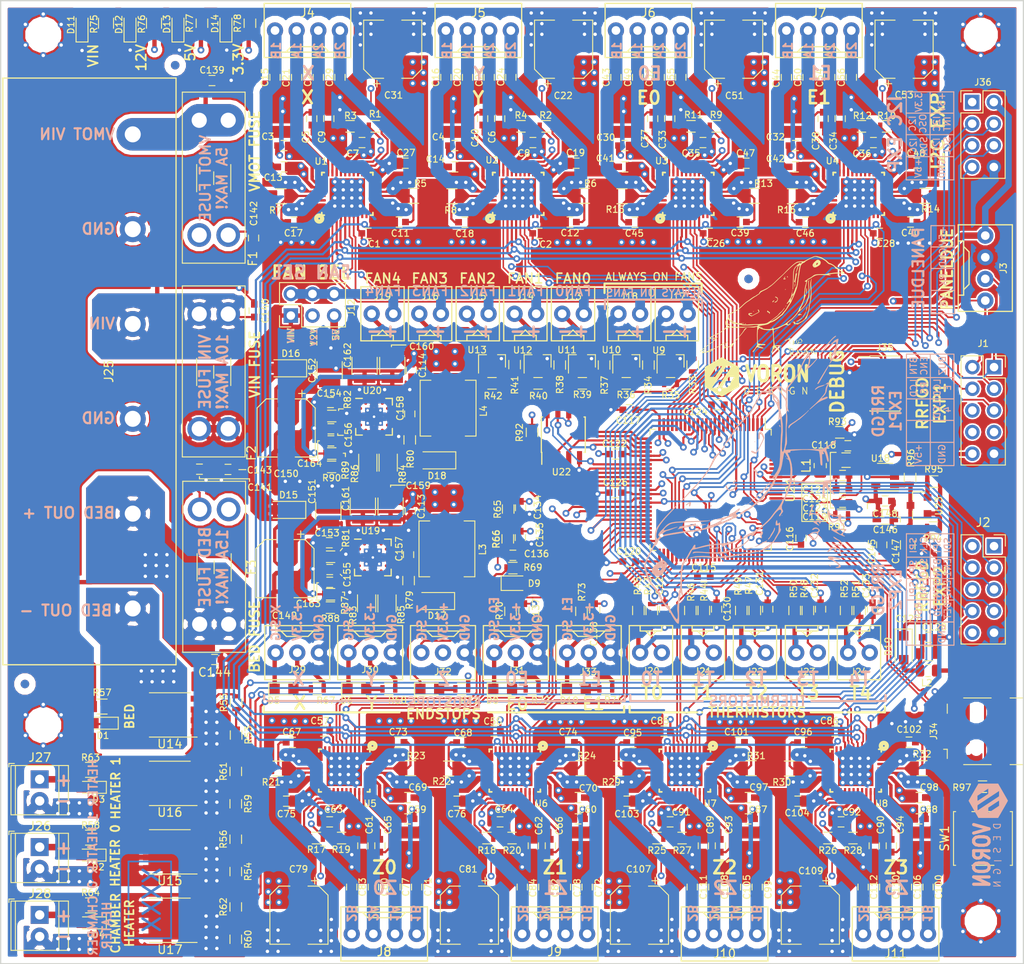
<source format=kicad_pcb>
(kicad_pcb (version 20171130) (host pcbnew "(5.0.0)")
  (title_block (title "Taco Raven") (date 2018-10-21) (rev A) (company "VORON Design"))
  (layers (0 TOP.Cu signal hide) (1 GND.Cu power hide) (2 POWER.Cu mixed hide) (31 BOTTOM.Cu signal hide) (34 B.Paste user hide) (35 F.Paste user) (36 B.SilkS user hide) (37 F.SilkS user hide) (38 B.Mask user hide) (39 F.Mask user) (44 Edge.Cuts user))
  (net 0 "")
  (net 1 GND)
  (net 2 +5V)
  (net 3 "Net-(C7-Pad2)")
  (net 4 "Net-(C8-Pad2)")
  (net 5 "Net-(C9-Pad1)")
  (net 6 "Net-(C9-Pad2)")
  (net 7 "Net-(C10-Pad1)")
  (net 8 "Net-(C10-Pad2)")
  (net 9 "Net-(C11-Pad2)")
  (net 10 "Net-(C12-Pad2)")
  (net 11 "Net-(C17-Pad2)")
  (net 12 "Net-(C18-Pad2)")
  (net 13 "Net-(C39-Pad2)")
  (net 14 "Net-(C40-Pad2)")
  (net 15 "Net-(C41-Pad1)")
  (net 16 "Net-(C42-Pad1)")
  (net 17 "Net-(C45-Pad2)")
  (net 18 "Net-(C46-Pad2)")
  (net 19 "Net-(C73-Pad2)")
  (net 20 "Net-(C74-Pad2)")
  (net 21 "Net-(C93-Pad2)")
  (net 22 "Net-(C94-Pad2)")
  (net 23 "Net-(C163-Pad1)")
  (net 24 "Net-(C164-Pad1)")
  (net 25 "Net-(D1-Pad2)")
  (net 26 "Net-(D2-Pad2)")
  (net 27 "Net-(D3-Pad2)")
  (net 28 "Net-(D4-Pad2)")
  (net 29 "Net-(D5-Pad1)")
  (net 30 "Net-(D5-Pad2)")
  (net 31 "Net-(D6-Pad2)")
  (net 32 "Net-(D6-Pad1)")
  (net 33 "Net-(D7-Pad2)")
  (net 34 "Net-(D7-Pad1)")
  (net 35 "Net-(D8-Pad1)")
  (net 36 "Net-(D8-Pad2)")
  (net 37 "Net-(D10-Pad2)")
  (net 38 "Net-(D10-Pad1)")
  (net 39 "Net-(D11-Pad2)")
  (net 40 "Net-(D12-Pad2)")
  (net 41 "Net-(D13-Pad2)")
  (net 42 "Net-(D14-Pad2)")
  (net 43 "Net-(J20-Pad2)")
  (net 44 "Net-(J21-Pad2)")
  (net 45 "Net-(J22-Pad2)")
  (net 46 "Net-(J23-Pad2)")
  (net 47 "Net-(J24-Pad2)")
  (net 48 "Net-(C13-Pad1)")
  (net 49 X_OA1)
  (net 50 X_OA2)
  (net 51 X_OB1)
  (net 52 X_OB2)
  (net 53 TMC_EN)
  (net 54 SPI_SDO)
  (net 55 SPI_SDI)
  (net 56 SPI_CLK)
  (net 57 DIR_X)
  (net 58 STEP_X)
  (net 59 SPI_CS_X)
  (net 60 +3.3V)
  (net 61 VMOT_FUSED)
  (net 62 +VIN)
  (net 63 +VIN_FUSED)
  (net 64 VBED_FUSED)
  (net 65 +V_FAN)
  (net 66 +12V)
  (net 67 T0)
  (net 68 T1)
  (net 69 T2)
  (net 70 T3)
  (net 71 T4)
  (net 72 ENDSTOP_X)
  (net 73 ENDSTOP_Y)
  (net 74 Z_PROBE)
  (net 75 ENDSTOP_E0)
  (net 76 ENDSTOP_E1)
  (net 77 "Net-(D9-Pad1)")
  (net 78 VREF)
  (net 79 FAN0)
  (net 80 FAN1)
  (net 81 FAN2)
  (net 82 FAN3)
  (net 83 FAN4)
  (net 84 RRFGD_LCD4)
  (net 85 RRFGD_LCDE)
  (net 86 RRFGD_LCDRS)
  (net 87 RRFGD_BTN_EN1)
  (net 88 RRFGD_BTN_EN2)
  (net 89 DIR_Y)
  (net 90 STEP_Y)
  (net 91 DIR_E0)
  (net 92 STEP_E0)
  (net 93 DIR_E1)
  (net 94 STEP_E1)
  (net 95 SPI_CS_E0)
  (net 96 SPI_CS_Y)
  (net 97 "Net-(C14-Pad1)")
  (net 98 Y_OA1)
  (net 99 Y_OA2)
  (net 100 Y_OB2)
  (net 101 Y_OB1)
  (net 102 "Net-(C35-Pad2)")
  (net 103 "Net-(C36-Pad2)")
  (net 104 "Net-(C37-Pad2)")
  (net 105 "Net-(C37-Pad1)")
  (net 106 "Net-(C38-Pad1)")
  (net 107 "Net-(C38-Pad2)")
  (net 108 E0_OA1)
  (net 109 E1_OA1)
  (net 110 E0_OA2)
  (net 111 E1_OA2)
  (net 112 E0_OB2)
  (net 113 E1_OB2)
  (net 114 E0_OB1)
  (net 115 E1_OB1)
  (net 116 VMOT)
  (net 117 "Net-(C155-Pad2)")
  (net 118 "Net-(C156-Pad2)")
  (net 119 "Net-(C157-Pad1)")
  (net 120 "Net-(C157-Pad2)")
  (net 121 "Net-(C158-Pad2)")
  (net 122 "Net-(C158-Pad1)")
  (net 123 BED_SWITCH)
  (net 124 "Net-(D2-Pad1)")
  (net 125 "Net-(D3-Pad1)")
  (net 126 "Net-(D4-Pad1)")
  (net 127 "Net-(J13-Pad2)")
  (net 128 "Net-(J14-Pad2)")
  (net 129 "Net-(J15-Pad2)")
  (net 130 "Net-(J16-Pad2)")
  (net 131 "Net-(J19-Pad2)")
  (net 132 "Net-(R35-Pad1)")
  (net 133 "Net-(R36-Pad1)")
  (net 134 "Net-(R39-Pad1)")
  (net 135 "Net-(R40-Pad1)")
  (net 136 "Net-(R42-Pad1)")
  (net 137 "Net-(R81-Pad2)")
  (net 138 "Net-(R82-Pad2)")
  (net 139 DIAG_X)
  (net 140 DIAG_Y)
  (net 141 DIAG_Z0)
  (net 142 DIAG_Z1)
  (net 143 DIR_Z0)
  (net 144 STEP_Z0)
  (net 145 DIR_Z1)
  (net 146 STEP_Z1)
  (net 147 DIR_Z2)
  (net 148 STEP_Z2)
  (net 149 DIR_Z3)
  (net 150 STEP_Z3)
  (net 151 SPI_CS_Z3)
  (net 152 SPI_CS_Z2)
  (net 153 SPI_CS_Z1)
  (net 154 SPI_CS_Z0)
  (net 155 "Net-(C63-Pad2)")
  (net 156 "Net-(C64-Pad2)")
  (net 157 "Net-(C65-Pad1)")
  (net 158 "Net-(C65-Pad2)")
  (net 159 "Net-(C66-Pad1)")
  (net 160 "Net-(C66-Pad2)")
  (net 161 "Net-(C67-Pad2)")
  (net 162 "Net-(C68-Pad2)")
  (net 163 "Net-(C69-Pad1)")
  (net 164 "Net-(C70-Pad1)")
  (net 165 Z0_OA1)
  (net 166 Z1_OA1)
  (net 167 Z0_OA2)
  (net 168 Z1_OA2)
  (net 169 Z0_OB2)
  (net 170 Z1_OB2)
  (net 171 Z0_OB1)
  (net 172 Z1_OB1)
  (net 173 "Net-(C91-Pad2)")
  (net 174 "Net-(C92-Pad2)")
  (net 175 "Net-(C93-Pad1)")
  (net 176 "Net-(C94-Pad1)")
  (net 177 "Net-(C95-Pad2)")
  (net 178 "Net-(C96-Pad2)")
  (net 179 "Net-(C97-Pad1)")
  (net 180 "Net-(C98-Pad1)")
  (net 181 Z2_OA1)
  (net 182 "Net-(C101-Pad2)")
  (net 183 "Net-(C102-Pad2)")
  (net 184 Z2_OA2)
  (net 185 Z2_OB2)
  (net 186 Z2_OB1)
  (net 187 DIAG_E0)
  (net 188 DIAG_E1)
  (net 189 DIAG_Z2)
  (net 190 DIAG_Z3)
  (net 191 "Net-(D17-Pad2)")
  (net 192 "Net-(D18-Pad2)")
  (net 193 "Net-(C149-Pad1)")
  (net 194 "Net-(C150-Pad1)")
  (net 195 Z3_OA1)
  (net 196 Z3_OA2)
  (net 197 Z3_OB2)
  (net 198 Z3_OB1)
  (net 199 "Net-(L1-Pad2)")
  (net 200 D-)
  (net 201 D+)
  (net 202 SPI_CS_E1)
  (net 203 FLASH_IO0)
  (net 204 FLASH_IO1)
  (net 205 FLASH_IO2)
  (net 206 FLASH_IO3)
  (net 207 FLASH_SCK)
  (net 208 FLASH_CS)
  (net 209 BED)
  (net 210 HOTEND0)
  (net 211 HOTEND1)
  (net 212 SWCLK)
  (net 213 SWDIO)
  (net 214 SWO)
  (net 215 RESETN)
  (net 216 PD_TX_RRFGD_BTN_ENC)
  (net 217 PD_RX_RRFGD_BUZ)
  (net 218 HEATED_CHAMBER)
  (net 219 "Net-(J34-Pad1)")
  (net 220 EXP_I2C_SCL)
  (net 221 EXP_I2C_SDA)
  (net 222 EXP_I2C_INT)
  (net 223 EXP_I2C_OSCK)
  (net 224 EXP_I2C_RST)
  (net 225 VBUS)
  (net 226 "Net-(C145-Pad2)")
  (net 227 "Net-(R94-Pad1)")
  (net 228 "Net-(R96-Pad1)")
  (net 229 "Net-(C121-Pad2)")
  (net 230 "Net-(R55-Pad2)")
  (net 231 "Net-(R56-Pad2)")
  (net 232 "Net-(R61-Pad2)")
  (net 233 "Net-(R62-Pad2)")
  (net 234 "Net-(R79-Pad1)")
  (net 235 "Net-(R80-Pad1)")
  (net 236 RRFGD_SDDET)
  (net 237 RRFGD_SDCSEL)
  (net 238 "Net-(R97-Pad2)")
  (module MZBOT:Molex_KK_1X4 (layer TOP.Cu) (at 155 149.5)
    (fp_text reference J8 (at 0 2.1) (layer F.SilkS))
    (fp_text value CONN_01X04 hide)
    (pad 4 thru_hole circle (at 3.81 0) (size 1.905 1.905) (drill 1.016) (layers *.Cu *.Mask) (net 167 Z0_OA2))
    (pad 3 thru_hole circle (at 1.27 0) (size 1.905 1.905) (drill 1.016) (layers *.Cu *.Mask) (net 165 Z0_OA1))
    (pad 2 thru_hole circle (at -1.27 0) (size 1.905 1.905) (drill 1.016) (layers *.Cu *.Mask) (net 171 Z0_OB1))
    (pad 1 thru_hole circle (at -3.81 0) (size 1.905 1.905) (drill 1.016) (layers *.Cu *.Mask) (net 169 Z0_OB2))
  )
  (module MZBOT:Molex_KK_1X2 (layer TOP.Cu) (at 189.34 76.74 180)
    (fp_text reference J17 (at 0 2.04 180) (layer F.SilkS) (effects (font (size 0.762 0.762) (thickness 0.127))))
    (fp_text value CONN_01X02)
    (pad 1 thru_hole circle (at -1.27 0 180) (size 1.905 1.905) (drill 1.016) (layers *.Cu *.Mask) (net 65 +V_FAN))
    (pad 2 thru_hole circle (at 1.27 0 180) (size 1.905 1.905) (drill 1.016) (layers *.Cu *.Mask) (net 1 GND))
  )
  (module MZBOT:Molex_KK_1X2 (layer TOP.Cu) (at 183.758 76.74 180)
    (fp_text reference J18 (at 0 2.04 180) (layer F.SilkS) (effects (font (size 0.762 0.762) (thickness 0.127))))
    (fp_text value CONN_01X02)
    (pad 1 thru_hole circle (at -1.27 0 180) (size 1.905 1.905) (drill 1.016) (layers *.Cu *.Mask) (net 65 +V_FAN))
    (pad 2 thru_hole circle (at 1.27 0 180) (size 1.905 1.905) (drill 1.016) (layers *.Cu *.Mask) (net 1 GND))
  )
  (module MZBOT:Molex_KK_1X2 (layer TOP.Cu) (at 177.154 76.74 180)
    (fp_text reference J13 (at 0.004 2.04 180) (layer F.SilkS) (effects (font (size 0.762 0.762) (thickness 0.127))))
    (fp_text value CONN_01X02)
    (pad 1 thru_hole circle (at -1.27 0 180) (size 1.905 1.905) (drill 1.016) (layers *.Cu *.Mask) (net 65 +V_FAN))
    (pad 2 thru_hole circle (at 1.27 0 180) (size 1.905 1.905) (drill 1.016) (layers *.Cu *.Mask) (net 127 "Net-(J13-Pad2)"))
  )
  (module MZBOT:Molex_KK_1X2 (layer TOP.Cu) (at 171.566 76.74 180)
    (fp_text reference J14 (at 0 2.04 180) (layer F.SilkS) (effects (font (size 0.762 0.762) (thickness 0.127))))
    (fp_text value CONN_01X02)
    (pad 1 thru_hole circle (at -1.27 0 180) (size 1.905 1.905) (drill 1.016) (layers *.Cu *.Mask) (net 65 +V_FAN))
    (pad 2 thru_hole circle (at 1.27 0 180) (size 1.905 1.905) (drill 1.016) (layers *.Cu *.Mask) (net 128 "Net-(J14-Pad2)"))
  )
  (module MZBOT:Molex_KK_1X2 (layer TOP.Cu) (at 165.978 76.74 180)
    (fp_text reference J15 (at 0 2.04 180) (layer F.SilkS) (effects (font (size 0.762 0.762) (thickness 0.127))))
    (fp_text value CONN_01X02)
    (pad 1 thru_hole circle (at -1.27 0 180) (size 1.905 1.905) (drill 1.016) (layers *.Cu *.Mask) (net 65 +V_FAN))
    (pad 2 thru_hole circle (at 1.27 0 180) (size 1.905 1.905) (drill 1.016) (layers *.Cu *.Mask) (net 129 "Net-(J15-Pad2)"))
  )
  (module MZBOT:Molex_KK_1X2 (layer TOP.Cu) (at 160.39 76.74 180)
    (fp_text reference J16 (at 0 2.04 180) (layer F.SilkS) (effects (font (size 0.762 0.762) (thickness 0.127))))
    (fp_text value CONN_01X02)
    (pad 1 thru_hole circle (at -1.27 0 180) (size 1.905 1.905) (drill 1.016) (layers *.Cu *.Mask) (net 65 +V_FAN))
    (pad 2 thru_hole circle (at 1.27 0 180) (size 1.905 1.905) (drill 1.016) (layers *.Cu *.Mask) (net 130 "Net-(J16-Pad2)"))
  )
  (module MZBOT:Molex_KK_1X2 (layer TOP.Cu) (at 154.802 76.74 180)
    (fp_text reference J19 (at 0 2.04 180) (layer F.SilkS) (effects (font (size 0.762 0.762) (thickness 0.127))))
    (fp_text value CONN_01X02)
    (pad 1 thru_hole circle (at -1.27 0 180) (size 1.905 1.905) (drill 1.016) (layers *.Cu *.Mask) (net 65 +V_FAN))
    (pad 2 thru_hole circle (at 1.27 0 180) (size 1.905 1.905) (drill 1.016) (layers *.Cu *.Mask) (net 131 "Net-(J19-Pad2)"))
  )
  (module "" (layer TOP.Cu) (at 155.9 154.8)
    (fp_text reference "" (at 157.9 149.5) (layer F.SilkS) (effects (font (size 1.27 1.27))))
    (fp_text value "" (at 157.9 149.5) (layer F.SilkS) (effects (font (size 1.27 1.27))))
    (fp_text user J8 (at -0.9 -3.2) (layer F.SilkS))
  )
  (module "" (layer TOP.Cu) (at 157.9 149.5)
    (fp_text reference "" (at 155 149.5) (layer F.SilkS) (effects (font (size 1.27 1.27))))
    (fp_text value "" (at 155 149.5) (layer F.SilkS) (effects (font (size 1.27 1.27))))
    (fp_text user J8 (at -2.9 2.1) (layer F.SilkS))
  )
  (module MZBOT:Molex_KK_1X2 (layer TOP.Cu) (at 192.4 116.5)
    (fp_text reference J21 (at 0 2.2) (layer F.SilkS) (effects (font (size 0.762 0.762))))
    (fp_text value CONN_01X02)
    (pad 1 thru_hole circle (at -1.27 0) (size 1.905 1.905) (drill 1.016) (layers *.Cu *.Mask) (net 78 VREF))
    (pad 2 thru_hole circle (at 1.27 0) (size 1.905 1.905) (drill 1.016) (layers *.Cu *.Mask) (net 44 "Net-(J21-Pad2)"))
  )
  (module MZBOT:Molex_KK_1X2 (layer TOP.Cu) (at 198.5 116.5)
    (fp_text reference J22 (at 0 2.25) (layer F.SilkS) (effects (font (size 0.762 0.762) (thickness 0.127))))
    (fp_text value CONN_01X02)
    (pad 1 thru_hole circle (at -1.27 0) (size 1.905 1.905) (drill 1.016) (layers *.Cu *.Mask) (net 78 VREF))
    (pad 2 thru_hole circle (at 1.27 0) (size 1.905 1.905) (drill 1.016) (layers *.Cu *.Mask) (net 45 "Net-(J22-Pad2)"))
  )
  (module MZBOT:Molex_KK_1X2 (layer TOP.Cu) (at 204.61 116.5)
    (fp_text reference J23 (at -0.01 2.25) (layer F.SilkS) (effects (font (size 0.762 0.762) (thickness 0.127))))
    (fp_text value CONN_01X02)
    (pad 1 thru_hole circle (at -1.27 0) (size 1.905 1.905) (drill 1.016) (layers *.Cu *.Mask) (net 78 VREF))
    (pad 2 thru_hole circle (at 1.27 0) (size 1.905 1.905) (drill 1.016) (layers *.Cu *.Mask) (net 46 "Net-(J23-Pad2)"))
  )
  (module MZBOT:Molex_KK_1X2 (layer TOP.Cu) (at 210.7 116.5)
    (fp_text reference J24 (at 0 2.25) (layer F.SilkS) (effects (font (size 0.762 0.762) (thickness 0.127))))
    (fp_text value CONN_01X02)
    (pad 1 thru_hole circle (at -1.27 0) (size 1.905 1.905) (drill 1.016) (layers *.Cu *.Mask) (net 78 VREF))
    (pad 2 thru_hole circle (at 1.27 0) (size 1.905 1.905) (drill 1.016) (layers *.Cu *.Mask) (net 47 "Net-(J24-Pad2)"))
  )
  (module MZBOT:Molex_KK_1X2 (layer TOP.Cu) (at 186.3 116.5)
    (fp_text reference J20 (at 0 2.15) (layer F.SilkS) (effects (font (size 0.762 0.762) (thickness 0.127))))
    (fp_text value CONN_01X02)
    (pad 1 thru_hole circle (at -1.27 0) (size 1.905 1.905) (drill 1.016) (layers *.Cu *.Mask) (net 78 VREF))
    (pad 2 thru_hole circle (at 1.27 0) (size 1.905 1.905) (drill 1.016) (layers *.Cu *.Mask) (net 43 "Net-(J20-Pad2)"))
  )
  (module MZBOT:Molex_KK_1X3 (layer TOP.Cu) (at 179 116.5)
    (fp_text reference J33 (at -0.05 2.25) (layer F.SilkS) (effects (font (size 0.762 0.762) (thickness 0.127))))
    (fp_text value CONN_01X03)
    (pad 3 thru_hole circle (at 2.54 0) (size 1.905 1.905) (drill 1.016) (layers *.Cu *.Mask) (net 1 GND))
    (pad 1 thru_hole circle (at -2.54 0) (size 1.905 1.905) (drill 1.016) (layers *.Cu *.Mask) (net 38 "Net-(D10-Pad1)"))
    (pad 2 thru_hole circle (at 0 0) (size 1.905 1.905) (drill 1.016) (layers *.Cu *.Mask) (net 60 +3.3V))
  )
  (module MZBOT:Molex_KK_1X3 (layer TOP.Cu) (at 170.45 116.5)
    (fp_text reference J31 (at 0.05 2.1) (layer F.SilkS) (effects (font (size 0.762 0.762) (thickness 0.127))))
    (fp_text value CONN_01X03)
    (pad 3 thru_hole circle (at 2.54 0) (size 1.905 1.905) (drill 1.016) (layers *.Cu *.Mask) (net 1 GND))
    (pad 1 thru_hole circle (at -2.54 0) (size 1.905 1.905) (drill 1.016) (layers *.Cu *.Mask) (net 35 "Net-(D8-Pad1)"))
    (pad 2 thru_hole circle (at 0 0) (size 1.905 1.905) (drill 1.016) (layers *.Cu *.Mask) (net 60 +3.3V))
  )
  (module MZBOT:Molex_KK_1X3 (layer TOP.Cu) (at 161.9 116.5)
    (fp_text reference J32 (at 0 2.25) (layer F.SilkS) (effects (font (size 0.762 0.762) (thickness 0.127))))
    (fp_text value CONN_01X03)
    (pad 3 thru_hole circle (at 2.54 0) (size 1.905 1.905) (drill 1.016) (layers *.Cu *.Mask) (net 1 GND))
    (pad 1 thru_hole circle (at -2.54 0) (size 1.905 1.905) (drill 1.016) (layers *.Cu *.Mask) (net 77 "Net-(D9-Pad1)"))
    (pad 2 thru_hole circle (at 0 0) (size 1.905 1.905) (drill 1.016) (layers *.Cu *.Mask) (net 66 +12V))
  )
  (module MZBOT:Molex_KK_1X3 (layer TOP.Cu) (at 153.35 116.5)
    (fp_text reference J30 (at 0 2) (layer F.SilkS) (effects (font (size 0.762 0.762) (thickness 0.127))))
    (fp_text value CONN_01X03)
    (pad 3 thru_hole circle (at 2.54 0) (size 1.905 1.905) (drill 1.016) (layers *.Cu *.Mask) (net 1 GND))
    (pad 1 thru_hole circle (at -2.54 0) (size 1.905 1.905) (drill 1.016) (layers *.Cu *.Mask) (net 32 "Net-(D6-Pad1)"))
    (pad 2 thru_hole circle (at 0 0) (size 1.905 1.905) (drill 1.016) (layers *.Cu *.Mask) (net 60 +3.3V))
  )
  (module MZBOT:Molex_KK_1X3 (layer TOP.Cu) (at 144.8 116.5)
    (fp_text reference J29 (at 0 2) (layer F.SilkS) (effects (font (size 0.762 0.762) (thickness 0.127))))
    (fp_text value CONN_01X03)
    (pad 3 thru_hole circle (at 2.54 0) (size 1.905 1.905) (drill 1.016) (layers *.Cu *.Mask) (net 1 GND))
    (pad 1 thru_hole circle (at -2.54 0) (size 1.905 1.905) (drill 1.016) (layers *.Cu *.Mask) (net 29 "Net-(D5-Pad1)"))
    (pad 2 thru_hole circle (at 0 0) (size 1.905 1.905) (drill 1.016) (layers *.Cu *.Mask) (net 60 +3.3V))
  )
  (module MZBOT:Molex_KK_1X4 (layer TOP.Cu) (at 146 43.5 180)
    (fp_text reference J4 (at 0 2.08 180) (layer F.SilkS))
    (fp_text value CONN_01X04)
    (pad 4 thru_hole circle (at 3.81 0 180) (size 1.905 1.905) (drill 1.016) (layers *.Cu *.Mask) (net 50 X_OA2))
    (pad 3 thru_hole circle (at 1.27 0 180) (size 1.905 1.905) (drill 1.016) (layers *.Cu *.Mask) (net 49 X_OA1))
    (pad 2 thru_hole circle (at -1.27 0 180) (size 1.905 1.905) (drill 1.016) (layers *.Cu *.Mask) (net 51 X_OB1))
    (pad 1 thru_hole circle (at -3.81 0 180) (size 1.905 1.905) (drill 1.016) (layers *.Cu *.Mask) (net 52 X_OB2))
  )
  (module MZBOT:Molex_KK_1X4 (layer TOP.Cu) (at 166.05 43.5 180)
    (fp_text reference J5 (at 0 2.08 180) (layer F.SilkS))
    (fp_text value CONN_01X04)
    (pad 4 thru_hole circle (at 3.81 0 180) (size 1.905 1.905) (drill 1.016) (layers *.Cu *.Mask) (net 99 Y_OA2))
    (pad 3 thru_hole circle (at 1.27 0 180) (size 1.905 1.905) (drill 1.016) (layers *.Cu *.Mask) (net 98 Y_OA1))
    (pad 2 thru_hole circle (at -1.27 0 180) (size 1.905 1.905) (drill 1.016) (layers *.Cu *.Mask) (net 101 Y_OB1))
    (pad 1 thru_hole circle (at -3.81 0 180) (size 1.905 1.905) (drill 1.016) (layers *.Cu *.Mask) (net 100 Y_OB2))
  )
  (module MZBOT:Molex_KK_1X4 (layer TOP.Cu) (at 186 43.5 180)
    (fp_text reference J6 (at 0 2.08 180) (layer F.SilkS))
    (fp_text value CONN_01X04)
    (pad 4 thru_hole circle (at 3.81 0 180) (size 1.905 1.905) (drill 1.016) (layers *.Cu *.Mask) (net 110 E0_OA2))
    (pad 3 thru_hole circle (at 1.27 0 180) (size 1.905 1.905) (drill 1.016) (layers *.Cu *.Mask) (net 108 E0_OA1))
    (pad 2 thru_hole circle (at -1.27 0 180) (size 1.905 1.905) (drill 1.016) (layers *.Cu *.Mask) (net 114 E0_OB1))
    (pad 1 thru_hole circle (at -3.81 0 180) (size 1.905 1.905) (drill 1.016) (layers *.Cu *.Mask) (net 112 E0_OB2))
  )
  (module MZBOT:Molex_KK_1X4 (layer TOP.Cu) (at 206 43.5 180)
    (fp_text reference J7 (at 0 2.08 180) (layer F.SilkS))
    (fp_text value CONN_01X04)
    (pad 4 thru_hole circle (at 3.81 0 180) (size 1.905 1.905) (drill 1.016) (layers *.Cu *.Mask) (net 111 E1_OA2))
    (pad 3 thru_hole circle (at 1.27 0 180) (size 1.905 1.905) (drill 1.016) (layers *.Cu *.Mask) (net 109 E1_OA1))
    (pad 2 thru_hole circle (at -1.27 0 180) (size 1.905 1.905) (drill 1.016) (layers *.Cu *.Mask) (net 115 E1_OB1))
    (pad 1 thru_hole circle (at -3.81 0 180) (size 1.905 1.905) (drill 1.016) (layers *.Cu *.Mask) (net 113 E1_OB2))
  )
  (module MZBOT:Molex_KK_1X4 (layer TOP.Cu) (at 225.525 71.38 90)
    (fp_text reference J3 (at -0.02 2.125 90) (layer F.SilkS) (effects (font (size 0.762 0.762) (thickness 0.127))))
    (fp_text value CONN_01X04)
    (pad 4 thru_hole circle (at 3.81 0 90) (size 1.905 1.905) (drill 1.016) (layers *.Cu *.Mask) (net 2 +5V))
    (pad 3 thru_hole circle (at 1.27 0 90) (size 1.905 1.905) (drill 1.016) (layers *.Cu *.Mask) (net 1 GND))
    (pad 2 thru_hole circle (at -1.27 0 90) (size 1.905 1.905) (drill 1.016) (layers *.Cu *.Mask) (net 217 PD_RX_RRFGD_BUZ))
    (pad 1 thru_hole circle (at -3.81 0 90) (size 1.905 1.905) (drill 1.016) (layers *.Cu *.Mask) (net 216 PD_TX_RRFGD_BTN_ENC))
  )
  (module MZBOT:Molex_KK_1X4 (layer TOP.Cu) (at 215 149.5)
    (fp_text reference J11 (at 0 2.3) (layer F.SilkS))
    (fp_text value CONN_01X04 hide)
    (pad 4 thru_hole circle (at 3.81 0) (size 1.905 1.905) (drill 1.016) (layers *.Cu *.Mask) (net 196 Z3_OA2))
    (pad 3 thru_hole circle (at 1.27 0) (size 1.905 1.905) (drill 1.016) (layers *.Cu *.Mask) (net 195 Z3_OA1))
    (pad 2 thru_hole circle (at -1.27 0) (size 1.905 1.905) (drill 1.016) (layers *.Cu *.Mask) (net 198 Z3_OB1))
    (pad 1 thru_hole circle (at -3.81 0) (size 1.905 1.905) (drill 1.016) (layers *.Cu *.Mask) (net 197 Z3_OB2))
  )
  (module MZBOT:Molex_KK_1X4 (layer TOP.Cu) (at 194.94 149.5)
    (fp_text reference J10 (at 0 2.3) (layer F.SilkS))
    (fp_text value CONN_01X04 hide)
    (pad 4 thru_hole circle (at 3.81 0) (size 1.905 1.905) (drill 1.016) (layers *.Cu *.Mask) (net 184 Z2_OA2))
    (pad 3 thru_hole circle (at 1.27 0) (size 1.905 1.905) (drill 1.016) (layers *.Cu *.Mask) (net 181 Z2_OA1))
    (pad 2 thru_hole circle (at -1.27 0) (size 1.905 1.905) (drill 1.016) (layers *.Cu *.Mask) (net 186 Z2_OB1))
    (pad 1 thru_hole circle (at -3.81 0) (size 1.905 1.905) (drill 1.016) (layers *.Cu *.Mask) (net 185 Z2_OB2))
  )
  (module MZBOT:Molex_KK_1X4 (layer TOP.Cu) (at 175 149.5)
    (fp_text reference J9 (at 0 2.1) (layer F.SilkS))
    (fp_text value CONN_01X04 hide)
    (pad 4 thru_hole circle (at 3.81 0) (size 1.905 1.905) (drill 1.016) (layers *.Cu *.Mask) (net 168 Z1_OA2))
    (pad 3 thru_hole circle (at 1.27 0) (size 1.905 1.905) (drill 1.016) (layers *.Cu *.Mask) (net 166 Z1_OA1))
    (pad 2 thru_hole circle (at -1.27 0) (size 1.905 1.905) (drill 1.016) (layers *.Cu *.Mask) (net 172 Z1_OB1))
    (pad 1 thru_hole circle (at -3.81 0) (size 1.905 1.905) (drill 1.016) (layers *.Cu *.Mask) (net 170 Z1_OB2))
  )
  (module MZBOT:LOGO (layer BOTTOM.Cu) (at 225.875 133.875 270)
    (fp_text reference G2 hide)
    (fp_text value mzbot hide)
  )
  (module MZBOT:Fiducial_1mm_Dia_2.54mm_Outer_CopperBottom (layer TOP.Cu) (at 130.475 47.575)
    (fp_text reference FID1 hide)
    (fp_text value FIDUCIAL_1MM)
    (pad ~ smd circle (at 0 0) (size 1 1) (layers BOTTOM.Cu B.Mask) (clearance 0.77))
    (pad ~ smd circle (at 0 0) (size 1 1) (layers TOP.Cu F.Mask) (clearance 0.77))
  )
  (module MZBOT:MountingHole_3.2mm_M3_DIN965 (layer TOP.Cu) (at 115 125)
    (fp_text reference MH4 hide)
    (fp_text value MountingHole hide)
    (pad 1 np_thru_hole circle (at 0 0) (size 3.2 3.2) (drill 3.2) (layers *.Cu *.Mask))
  )
  (module MZBOT:Fiducial_1mm_Dia_2.54mm_Outer_CopperBottom (layer TOP.Cu) (at 112.85 120.175)
    (fp_text reference FID3 hide)
    (fp_text value FIDUCIAL_1MM hide)
    (pad ~ smd circle (at 0 0) (size 1 1) (layers TOP.Cu F.Mask) (clearance 0.77))
    (pad ~ smd circle (at 0 0) (size 1 1) (layers BOTTOM.Cu B.Mask) (clearance 0.77))
  )
  (module MZBOT:Fiducial_1mm_Dia_2.54mm_Outer_CopperBottom (layer TOP.Cu) (at 197.75 72.65)
    (fp_text reference FID2 hide)
    (fp_text value FIDUCIAL_1MM)
    (pad ~ smd circle (at 0 0) (size 1 1) (layers TOP.Cu F.Mask) (clearance 0.77))
    (pad ~ smd circle (at 0 0) (size 1 1) (layers BOTTOM.Cu B.Mask) (clearance 0.77))
  )
  (module MZBOT:D_SOD-323 (layer TOP.Cu) (at 170.225 108.35)
    (fp_text reference D9 (at 2.375 0.025) (layer F.SilkS) (effects (font (size 0.762 0.762) (thickness 0.127))))
    (fp_text value BAT43)
    (pad 2 smd rect (at 1.05 0) (size 0.6 0.45) (layers TOP.Cu F.Paste F.Mask) (net 34 "Net-(D7-Pad1)"))
    (pad 1 smd rect (at -1.05 0) (size 0.6 0.45) (layers TOP.Cu F.Paste F.Mask) (net 77 "Net-(D9-Pad1)"))
  )
  (module MZBOT:C_0603 (layer TOP.Cu) (at 170.1 105.075 180)
    (fp_text reference C136 (at -2.775 0.175 180) (layer F.SilkS) (effects (font (size 0.762 0.762) (thickness 0.127))))
    (fp_text value 2.2uF)
    (pad 1 smd rect (at -0.75 0 180) (size 0.8 0.75) (layers TOP.Cu F.Paste F.Mask) (net 1 GND))
    (pad 2 smd rect (at 0.75 0 180) (size 0.8 0.75) (layers TOP.Cu F.Paste F.Mask) (net 74 Z_PROBE))
  )
  (module MZBOT:R_0603 (layer TOP.Cu) (at 170.1 106.575)
    (fp_text reference R69 (at 2.35 -0.075 180) (layer F.SilkS) (effects (font (size 0.762 0.762) (thickness 0.127))))
    (fp_text value 10.0K)
    (pad 2 smd rect (at 0.75 0) (size 0.5 0.9) (layers TOP.Cu F.Paste F.Mask) (net 74 Z_PROBE))
    (pad 1 smd rect (at -0.75 0) (size 0.5 0.9) (layers TOP.Cu F.Paste F.Mask) (net 34 "Net-(D7-Pad1)"))
  )
  (module MZBOT:C_0603 (layer TOP.Cu) (at 143.525 133.925 180)
    (fp_text reference C75 (at 0 -1.5 180) (layer F.SilkS) (effects (font (size 0.762 0.762) (thickness 0.127))))
    (fp_text value 100nF hide)
    (pad 1 smd rect (at -0.75 0 180) (size 0.8 0.75) (layers TOP.Cu F.Paste F.Mask) (net 1 GND))
    (pad 2 smd rect (at 0.75 0 180) (size 0.8 0.75) (layers TOP.Cu F.Paste F.Mask) (net 61 VMOT_FUSED))
  )
  (module MZBOT:R_0805 (layer TOP.Cu) (at 120.55 138.2)
    (fp_text reference R58 (at 0 -1.45) (layer F.SilkS) (effects (font (size 0.762 0.762) (thickness 0.127))))
    (fp_text value 6.80K hide)
    (pad 2 smd rect (at 0.95 0) (size 0.7 1.3) (layers TOP.Cu F.Paste F.Mask) (net 26 "Net-(D2-Pad2)"))
    (pad 1 smd rect (at -0.95 0) (size 0.7 1.3) (layers TOP.Cu F.Paste F.Mask) (net 63 +VIN_FUSED))
  )
  (module MZBOT:QFN36_0.5_5.0X6.0 (layer TOP.Cu) (at 190.273 130.3326 180)
    (fp_text reference U7 (at -2.977 -3.8674 180) (layer F.SilkS) (effects (font (size 0.762 0.762) (thickness 0.127))))
    (fp_text value TMC2130 hide)
    (pad 37 smd rect (at 0 0 90) (size 3.65 4.15) (layers TOP.Cu F.Paste F.Mask) (net 1 GND))
    (pad 36 smd rect (at -2.95 1.75 90) (size 0.25 0.8) (layers TOP.Cu F.Paste F.Mask) (net 1 GND))
    (pad 35 smd rect (at -2.95 1.25 90) (size 0.25 0.8) (layers TOP.Cu F.Paste F.Mask) (net 1 GND))
    (pad 34 smd rect (at -2.95 0.75 90) (size 0.25 0.8) (layers TOP.Cu F.Paste F.Mask) (net 181 Z2_OA1))
    (pad 33 smd rect (at -2.95 0.25 90) (size 0.25 0.8) (layers TOP.Cu F.Paste F.Mask) (net 182 "Net-(C101-Pad2)"))
    (pad 32 smd rect (at -2.95 -0.25 90) (size 0.25 0.8) (layers TOP.Cu F.Paste F.Mask) (net 184 Z2_OA2))
    (pad 31 smd rect (at -2.95 -0.75 90) (size 0.25 0.8) (layers TOP.Cu F.Paste F.Mask) (net 61 VMOT_FUSED))
    (pad 30 smd rect (at -2.95 -1.25 90) (size 0.25 0.8) (layers TOP.Cu F.Paste F.Mask) (net 2 +5V))
    (pad 29 smd rect (at -2.95 -1.75 90) (size 0.25 0.8) (layers TOP.Cu F.Paste F.Mask) (net 179 "Net-(C97-Pad1)"))
    (pad 28 smd rect (at -2.25 -2.45 180) (size 0.25 0.8) (layers TOP.Cu F.Paste F.Mask) (net 175 "Net-(C93-Pad1)"))
    (pad 27 smd rect (at -1.75 -2.45 180) (size 0.25 0.8) (layers TOP.Cu F.Paste F.Mask) (net 21 "Net-(C93-Pad2)"))
    (pad 26 smd rect (at -1.25 -2.45 180) (size 0.25 0.8) (layers TOP.Cu F.Paste F.Mask) (net 2 +5V))
    (pad 25 smd rect (at -0.75 -2.45 180) (size 0.25 0.8) (layers TOP.Cu F.Paste F.Mask) (net 173 "Net-(C91-Pad2)"))
    (pad 24 smd rect (at -0.25 -2.45 180) (size 0.25 0.8) (layers TOP.Cu F.Paste F.Mask) (net 1 GND))
    (pad 23 smd rect (at 0.25 -2.45 180) (size 0.25 0.8) (layers TOP.Cu F.Paste F.Mask))
    (pad 22 smd rect (at 0.75 -2.45 180) (size 0.25 0.8) (layers TOP.Cu F.Paste F.Mask) (net 53 TMC_EN))
    (pad 21 smd rect (at 1.25 -2.45 180) (size 0.25 0.8) (layers TOP.Cu F.Paste F.Mask) (net 189 DIAG_Z2))
    (pad 20 smd rect (at 1.75 -2.45 180) (size 0.25 0.8) (layers TOP.Cu F.Paste F.Mask) (net 189 DIAG_Z2))
    (pad 19 smd rect (at 2.25 -2.45 180) (size 0.25 0.8) (layers TOP.Cu F.Paste F.Mask))
    (pad 18 smd rect (at 2.95 -1.75 90) (size 0.25 0.8) (layers TOP.Cu F.Paste F.Mask) (net 1 GND))
    (pad 17 smd rect (at 2.95 -1.25 90) (size 0.25 0.8) (layers TOP.Cu F.Paste F.Mask))
    (pad 16 smd rect (at 2.95 -0.75 90) (size 0.25 0.8) (layers TOP.Cu F.Paste F.Mask) (net 61 VMOT_FUSED))
    (pad 15 smd rect (at 2.95 -0.25 90) (size 0.25 0.8) (layers TOP.Cu F.Paste F.Mask) (net 185 Z2_OB2))
    (pad 14 smd rect (at 2.95 0.25 90) (size 0.25 0.8) (layers TOP.Cu F.Paste F.Mask) (net 177 "Net-(C95-Pad2)"))
    (pad 13 smd rect (at 2.95 0.75 90) (size 0.25 0.8) (layers TOP.Cu F.Paste F.Mask) (net 186 Z2_OB1))
    (pad 12 smd rect (at 2.95 1.25 90) (size 0.25 0.8) (layers TOP.Cu F.Paste F.Mask) (net 1 GND))
    (pad 11 smd rect (at 2.95 1.75 90) (size 0.25 0.8) (layers TOP.Cu F.Paste F.Mask) (net 1 GND))
    (pad 10 smd rect (at 2.25 2.45 180) (size 0.25 0.8) (layers TOP.Cu F.Paste F.Mask))
    (pad 9 smd rect (at 1.75 2.45 180) (size 0.25 0.8) (layers TOP.Cu F.Paste F.Mask))
    (pad 8 smd rect (at 1.25 2.45 180) (size 0.25 0.8) (layers TOP.Cu F.Paste F.Mask) (net 60 +3.3V))
    (pad 7 smd rect (at 0.75 2.45 180) (size 0.25 0.8) (layers TOP.Cu F.Paste F.Mask) (net 147 DIR_Z2))
    (pad 6 smd rect (at 0.25 2.45 180) (size 0.25 0.8) (layers TOP.Cu F.Paste F.Mask) (net 148 STEP_Z2))
    (pad 5 smd rect (at -0.25 2.45 180) (size 0.25 0.8) (layers TOP.Cu F.Paste F.Mask) (net 54 SPI_SDO))
    (pad 4 smd rect (at -0.75 2.45 180) (size 0.25 0.8) (layers TOP.Cu F.Paste F.Mask) (net 55 SPI_SDI))
    (pad 3 smd rect (at -1.25 2.45 180) (size 0.25 0.8) (layers TOP.Cu F.Paste F.Mask) (net 56 SPI_CLK))
    (pad 2 smd rect (at -1.75 2.45 180) (size 0.25 0.8) (layers TOP.Cu F.Paste F.Mask) (net 152 SPI_CS_Z2))
    (pad 1 smd rect (at -2.25 2.45 180) (size 0.25 0.8) (layers TOP.Cu F.Paste F.Mask) (net 1 GND))
  )
  (module MZBOT:8PCV-06-006 (layer TOP.Cu) (at 125.5 83.5 270)
    (fp_text reference J25 (at 0 2.8 270) (layer F.SilkS))
    (fp_text value CONN_01X06)
    (pad 6 thru_hole circle (at 27.813 0 270) (size 3.048 3.048) (drill 1.8796) (layers *.Cu *.Mask) (net 123 BED_SWITCH))
    (pad 5 thru_hole circle (at 16.6878 0 270) (size 3.048 3.048) (drill 1.8796) (layers *.Cu *.Mask) (net 64 VBED_FUSED))
    (pad 4 thru_hole circle (at 5.5626 0 270) (size 3.048 3.048) (drill 1.8796) (layers *.Cu *.Mask) (net 1 GND))
    (pad 3 thru_hole circle (at -5.5626 0 270) (size 3.048 3.048) (drill 1.8796) (layers *.Cu *.Mask) (net 62 +VIN))
    (pad 2 thru_hole circle (at -16.6878 0 270) (size 3.048 3.048) (drill 1.8796) (layers *.Cu *.Mask) (net 1 GND))
    (pad 1 thru_hole circle (at -27.813 0 270) (size 3.048 3.048) (drill 1.8796) (layers *.Cu *.Mask) (net 116 VMOT))
  )
  (module MZBOT:Fuseholder_Blade_Mini_Keystone_3568 (layer TOP.Cu) (at 135.05 106.425 270)
    (fp_text reference F3 (at 0.06 -4.37 270) (layer F.SilkS))
    (fp_text value 3557-2)
    (pad 2 thru_hole circle (at 6.731 1.7 270) (size 2.78 2.78) (drill 1.78) (layers *.Cu *.Mask) (net 64 VBED_FUSED))
    (pad 2 thru_hole circle (at 6.731 -1.7 270) (size 2.78 2.78) (drill 1.78) (layers *.Cu *.Mask) (net 64 VBED_FUSED))
    (pad 1 thru_hole circle (at -6.731 1.7 270) (size 2.78 2.78) (drill 1.78) (layers *.Cu *.Mask) (net 62 +VIN))
    (pad 1 thru_hole circle (at -6.731 -1.7 270) (size 2.78 2.78) (drill 1.78) (layers *.Cu *.Mask) (net 62 +VIN))
  )
  (module MZBOT:R_0603 (layer TOP.Cu) (at 147.15 120.75)
    (fp_text reference R67 (at 1 1.35) (layer F.SilkS) (effects (font (size 0.762 0.762) (thickness 0.127))))
    (fp_text value 1.00K hide)
    (pad 2 smd rect (at 0.75 0) (size 0.5 0.9) (layers TOP.Cu F.Paste F.Mask) (net 60 +3.3V))
    (pad 1 smd rect (at -0.75 0) (size 0.5 0.9) (layers TOP.Cu F.Paste F.Mask) (net 30 "Net-(D5-Pad2)"))
  )
  (module MZBOT:PinHeader_2x05_P1.27mm_Vertical_SMD (layer TOP.Cu) (at 213.75 84.919998)
    (fp_text reference J35 (at 0 -4.235) (layer F.SilkS) (effects (font (size 0.762 0.762) (thickness 0.127))))
    (fp_text value CONN_02X05)
    (pad 10 smd rect (at 1.95 2.54) (size 2.4 0.74) (layers TOP.Cu F.Paste F.Mask) (net 215 RESETN))
    (pad 9 smd rect (at -1.95 2.54) (size 2.4 0.74) (layers TOP.Cu F.Paste F.Mask))
    (pad 8 smd rect (at 1.95 1.27) (size 2.4 0.74) (layers TOP.Cu F.Paste F.Mask))
    (pad 7 smd rect (at -1.95 1.27) (size 2.4 0.74) (layers TOP.Cu F.Paste F.Mask))
    (pad 6 smd rect (at 1.95 0) (size 2.4 0.74) (layers TOP.Cu F.Paste F.Mask) (net 214 SWO))
    (pad 5 smd rect (at -1.95 0) (size 2.4 0.74) (layers TOP.Cu F.Paste F.Mask))
    (pad 4 smd rect (at 1.95 -1.27) (size 2.4 0.74) (layers TOP.Cu F.Paste F.Mask) (net 212 SWCLK))
    (pad 3 smd rect (at -1.95 -1.27) (size 2.4 0.74) (layers TOP.Cu F.Paste F.Mask) (net 1 GND))
    (pad 2 smd rect (at 1.95 -2.54) (size 2.4 0.74) (layers TOP.Cu F.Paste F.Mask) (net 213 SWDIO))
    (pad 1 smd rect (at -1.95 -2.54) (size 2.4 0.74) (layers TOP.Cu F.Paste F.Mask) (net 60 +3.3V))
  )
  (module MZBOT:PinSocket_2x05_P2.54mm_Vertical (layer TOP.Cu) (at 226.55 83)
    (fp_text reference J1 (at -1.27 -2.77) (layer F.SilkS) (effects (font (size 0.762 0.762) (thickness 0.127))))
    (fp_text value CONN_02X05)
    (pad 10 thru_hole oval (at -2.54 10.16) (size 1.7 1.7) (drill 1) (layers *.Cu *.Mask) (net 2 +5V))
    (pad 9 thru_hole oval (at 0 10.16) (size 1.7 1.7) (drill 1) (layers *.Cu *.Mask) (net 1 GND))
    (pad 8 thru_hole oval (at -2.54 7.62) (size 1.7 1.7) (drill 1) (layers *.Cu *.Mask))
    (pad 7 thru_hole oval (at 0 7.62) (size 1.7 1.7) (drill 1) (layers *.Cu *.Mask))
    (pad 6 thru_hole oval (at -2.54 5.08) (size 1.7 1.7) (drill 1) (layers *.Cu *.Mask))
    (pad 5 thru_hole oval (at 0 5.08) (size 1.7 1.7) (drill 1) (layers *.Cu *.Mask) (net 84 RRFGD_LCD4))
    (pad 4 thru_hole oval (at -2.54 2.54) (size 1.7 1.7) (drill 1) (layers *.Cu *.Mask) (net 86 RRFGD_LCDRS))
    (pad 3 thru_hole oval (at 0 2.54) (size 1.7 1.7) (drill 1) (layers *.Cu *.Mask) (net 85 RRFGD_LCDE))
    (pad 2 thru_hole oval (at -2.54 0) (size 1.7 1.7) (drill 1) (layers *.Cu *.Mask) (net 216 PD_TX_RRFGD_BTN_ENC))
    (pad 1 thru_hole rect (at 0 0) (size 1.7 1.7) (drill 1) (layers *.Cu *.Mask) (net 217 PD_RX_RRFGD_BUZ))
  )
  (module MZBOT:PinSocket_2x05_P2.54mm_Vertical (layer TOP.Cu) (at 226.55 104)
    (fp_text reference J2 (at -1.27 -2.77) (layer F.SilkS))
    (fp_text value CONN_02X05)
    (pad 10 thru_hole oval (at -2.54 10.16) (size 1.7 1.7) (drill 1) (layers *.Cu *.Mask))
    (pad 9 thru_hole oval (at 0 10.16) (size 1.7 1.7) (drill 1) (layers *.Cu *.Mask) (net 1 GND))
    (pad 8 thru_hole oval (at -2.54 7.62) (size 1.7 1.7) (drill 1) (layers *.Cu *.Mask) (net 215 RESETN))
    (pad 7 thru_hole oval (at 0 7.62) (size 1.7 1.7) (drill 1) (layers *.Cu *.Mask) (net 236 RRFGD_SDDET))
    (pad 6 thru_hole oval (at -2.54 5.08) (size 1.7 1.7) (drill 1) (layers *.Cu *.Mask) (net 54 SPI_SDO))
    (pad 5 thru_hole oval (at 0 5.08) (size 1.7 1.7) (drill 1) (layers *.Cu *.Mask) (net 88 RRFGD_BTN_EN2))
    (pad 4 thru_hole oval (at -2.54 2.54) (size 1.7 1.7) (drill 1) (layers *.Cu *.Mask) (net 237 RRFGD_SDCSEL))
    (pad 3 thru_hole oval (at 0 2.54) (size 1.7 1.7) (drill 1) (layers *.Cu *.Mask) (net 87 RRFGD_BTN_EN1))
    (pad 2 thru_hole oval (at -2.54 0) (size 1.7 1.7) (drill 1) (layers *.Cu *.Mask) (net 56 SPI_CLK))
    (pad 1 thru_hole rect (at 0 0) (size 1.7 1.7) (drill 1) (layers *.Cu *.Mask) (net 55 SPI_SDI))
  )
  (module MZBOT:SOT-23 (layer TOP.Cu) (at 173 82.3 90)
    (fp_text reference U12 (at 1.3 -1.75 180) (layer F.SilkS) (effects (font (size 0.762 0.762) (thickness 0.127))))
    (fp_text value PMV40UN)
    (pad 3 smd rect (at 1 0 90) (size 0.9 0.8) (layers TOP.Cu F.Paste F.Mask) (net 130 "Net-(J16-Pad2)"))
    (pad 2 smd rect (at -1 0.95 90) (size 0.9 0.8) (layers TOP.Cu F.Paste F.Mask) (net 1 GND))
    (pad 1 smd rect (at -1 -0.95 90) (size 0.9 0.8) (layers TOP.Cu F.Paste F.Mask) (net 135 "Net-(R40-Pad1)"))
  )
  (module MZBOT:D_SOD-123F (layer TOP.Cu) (at 143.6 99.75 180)
    (fp_text reference D15 (at -0.18 1.75 180) (layer F.SilkS) (effects (font (size 0.762 0.762) (thickness 0.127))))
    (fp_text value DB2W40300L)
    (pad 2 smd rect (at 1.4 0 180) (size 1.1 1.1) (layers TOP.Cu F.Paste F.Mask) (net 63 +VIN_FUSED))
    (pad 1 smd rect (at -1.4 0 180) (size 1.1 1.1) (layers TOP.Cu F.Paste F.Mask) (net 193 "Net-(C149-Pad1)"))
  )
  (module MZBOT:R_0603 (layer TOP.Cu) (at 148.71 109.65)
    (fp_text reference R87 (at 1.69 1.3 90) (layer F.SilkS) (effects (font (size 0.762 0.762) (thickness 0.127))))
    (fp_text value 10.5K)
    (pad 2 smd rect (at 0.75 0) (size 0.5 0.9) (layers TOP.Cu F.Paste F.Mask) (net 23 "Net-(C163-Pad1)"))
    (pad 1 smd rect (at -0.75 0) (size 0.5 0.9) (layers TOP.Cu F.Paste F.Mask) (net 66 +12V))
  )
  (module MZBOT:C_0603 (layer TOP.Cu) (at 157.86 105 90)
    (fp_text reference C157 (at 0.675 -1.11 90) (layer F.SilkS) (effects (font (size 0.762 0.762) (thickness 0.127))))
    (fp_text value 22nF)
    (pad 1 smd rect (at -0.75 0 90) (size 0.8 0.75) (layers TOP.Cu F.Paste F.Mask) (net 119 "Net-(C157-Pad1)"))
    (pad 2 smd rect (at 0.75 0 90) (size 0.8 0.75) (layers TOP.Cu F.Paste F.Mask) (net 120 "Net-(C157-Pad2)"))
  )
  (module MZBOT:R_0603 (layer TOP.Cu) (at 157.86 108.045 270)
    (fp_text reference R79 (at 2.28 -0.115 270) (layer F.SilkS) (effects (font (size 0.762 0.762) (thickness 0.127))))
    (fp_text value 0R)
    (pad 2 smd rect (at 0.75 0 270) (size 0.5 0.9) (layers TOP.Cu F.Paste F.Mask) (net 1 GND))
    (pad 1 smd rect (at -0.75 0 270) (size 0.5 0.9) (layers TOP.Cu F.Paste F.Mask) (net 234 "Net-(R79-Pad1)"))
  )
  (module MZBOT:R_1206 (layer TOP.Cu) (at 152.94 110.71 270)
    (fp_text reference R83 (at 1.39 1.59 270) (layer F.SilkS) (effects (font (size 0.762 0.762) (thickness 0.127))))
    (fp_text value 0.10)
    (pad 2 smd rect (at 1.45 0 270) (size 0.9 1.7) (layers TOP.Cu F.Paste F.Mask) (net 1 GND))
    (pad 1 smd rect (at -1.45 0 270) (size 0.9 1.7) (layers TOP.Cu F.Paste F.Mask) (net 191 "Net-(D17-Pad2)"))
  )
  (module MZBOT:R_1206 (layer TOP.Cu) (at 155.33 110.72 270)
    (fp_text reference R85 (at 1.33 -1.67 270) (layer F.SilkS) (effects (font (size 0.762 0.762) (thickness 0.127))))
    (fp_text value 0.10)
    (pad 2 smd rect (at 1.45 0 270) (size 0.9 1.7) (layers TOP.Cu F.Paste F.Mask) (net 1 GND))
    (pad 1 smd rect (at -1.45 0 270) (size 0.9 1.7) (layers TOP.Cu F.Paste F.Mask) (net 191 "Net-(D17-Pad2)"))
  )
  (module MZBOT:L_Vishay_IHLP-2525 (layer TOP.Cu) (at 162.36 104.32 90)
    (fp_text reference L3 (at -0.08 4.19 90) (layer F.SilkS) (effects (font (size 0.762 0.762) (thickness 0.127))))
    (fp_text value 10uH)
    (pad 2 smd rect (at 2.921 0 90) (size 2.413 3.429) (layers TOP.Cu F.Paste F.Mask) (net 66 +12V))
    (pad 1 smd rect (at -2.921 0 90) (size 2.413 3.429) (layers TOP.Cu F.Paste F.Mask) (net 120 "Net-(C157-Pad2)"))
  )
  (module MZBOT:C_1210 (layer TOP.Cu) (at 148.45 99.85 90)
    (fp_text reference C151 (at 2.27 -1.91 90) (layer F.SilkS) (effects (font (size 0.762 0.762) (thickness 0.127))))
    (fp_text value 10uF)
    (pad 2 smd rect (at 1.5 0 90) (size 1 2.5) (layers TOP.Cu F.Paste F.Mask) (net 1 GND))
    (pad 1 smd rect (at -1.5 0 90) (size 1 2.5) (layers TOP.Cu F.Paste F.Mask) (net 193 "Net-(C149-Pad1)"))
  )
  (module MZBOT:C_1210 (layer TOP.Cu) (at 155.75 99.35 270)
    (fp_text reference C159 (at -2.45 -3.24) (layer F.SilkS) (effects (font (size 0.762 0.762) (thickness 0.127))))
    (fp_text value 10uF)
    (pad 2 smd rect (at 1.5 0 270) (size 1 2.5) (layers TOP.Cu F.Paste F.Mask) (net 1 GND))
    (pad 1 smd rect (at -1.5 0 270) (size 1 2.5) (layers TOP.Cu F.Paste F.Mask) (net 66 +12V))
  )
  (module MZBOT:C_1210 (layer TOP.Cu) (at 152.5 99.35 270)
    (fp_text reference C161 (at -0.945 2.01 270) (layer F.SilkS) (effects (font (size 0.762 0.762) (thickness 0.127))))
    (fp_text value 10uF)
    (pad 2 smd rect (at 1.5 0 270) (size 1 2.5) (layers TOP.Cu F.Paste F.Mask) (net 1 GND))
    (pad 1 smd rect (at -1.5 0 270) (size 1 2.5) (layers TOP.Cu F.Paste F.Mask) (net 66 +12V))
  )
  (module MZBOT:C_0603 (layer TOP.Cu) (at 148.61 108.245 180)
    (fp_text reference C163 (at 2.51 -2.505 180) (layer F.SilkS) (effects (font (size 0.762 0.762) (thickness 0.127))))
    (fp_text value 100nF)
    (pad 1 smd rect (at -0.75 0 180) (size 0.8 0.75) (layers TOP.Cu F.Paste F.Mask) (net 23 "Net-(C163-Pad1)"))
    (pad 2 smd rect (at 0.75 0 180) (size 0.8 0.75) (layers TOP.Cu F.Paste F.Mask) (net 66 +12V))
  )
  (module MZBOT:C_0603 (layer TOP.Cu) (at 148.61 106.745)
    (fp_text reference C155 (at 2.04 0.605 90) (layer F.SilkS) (effects (font (size 0.762 0.762) (thickness 0.127))))
    (fp_text value 100nF)
    (pad 1 smd rect (at -0.75 0) (size 0.8 0.75) (layers TOP.Cu F.Paste F.Mask) (net 1 GND))
    (pad 2 smd rect (at 0.75 0) (size 0.8 0.75) (layers TOP.Cu F.Paste F.Mask) (net 117 "Net-(C155-Pad2)"))
  )
  (module MZBOT:C_0603 (layer TOP.Cu) (at 148.56 103.6)
    (fp_text reference C153 (at -0.26 -1.145) (layer F.SilkS) (effects (font (size 0.762 0.762) (thickness 0.127))))
    (fp_text value 100nF)
    (pad 1 smd rect (at -0.75 0) (size 0.8 0.75) (layers TOP.Cu F.Paste F.Mask) (net 1 GND))
    (pad 2 smd rect (at 0.75 0) (size 0.8 0.75) (layers TOP.Cu F.Paste F.Mask) (net 193 "Net-(C149-Pad1)"))
  )
  (module MZBOT:D_SOD-123F (layer TOP.Cu) (at 161.06 110.445 180)
    (fp_text reference D17 (at -0.14 -1.705 180) (layer F.SilkS) (effects (font (size 0.762 0.762) (thickness 0.127))))
    (fp_text value DB2W40300L)
    (pad 2 smd rect (at 1.4 0 180) (size 1.1 1.1) (layers TOP.Cu F.Paste F.Mask) (net 191 "Net-(D17-Pad2)"))
    (pad 1 smd rect (at -1.4 0 180) (size 1.1 1.1) (layers TOP.Cu F.Paste F.Mask) (net 120 "Net-(C157-Pad2)"))
  )
  (module MZBOT:R_0603 (layer TOP.Cu) (at 148.69 111.215 180)
    (fp_text reference R88 (at 0 -1.285 180) (layer F.SilkS) (effects (font (size 0.762 0.762) (thickness 0.127))))
    (fp_text value 750)
    (pad 2 smd rect (at 0.75 0 180) (size 0.5 0.9) (layers TOP.Cu F.Paste F.Mask) (net 1 GND))
    (pad 1 smd rect (at -0.75 0 180) (size 0.5 0.9) (layers TOP.Cu F.Paste F.Mask) (net 23 "Net-(C163-Pad1)"))
  )
  (module MZBOT:R_0603 (layer TOP.Cu) (at 148.71 105.245)
    (fp_text reference R81 (at 1.79 -2.195 90) (layer F.SilkS) (effects (font (size 0.762 0.762) (thickness 0.127))))
    (fp_text value 100K)
    (pad 2 smd rect (at 0.75 0) (size 0.5 0.9) (layers TOP.Cu F.Paste F.Mask) (net 137 "Net-(R81-Pad2)"))
    (pad 1 smd rect (at -0.75 0) (size 0.5 0.9) (layers TOP.Cu F.Paste F.Mask) (net 193 "Net-(C149-Pad1)"))
  )
  (module MZBOT:CP_Elec_6.3x7.7 (layer TOP.Cu) (at 143.36 106.64 270)
    (fp_text reference C149 (at 5.51 0.06) (layer F.SilkS) (effects (font (size 0.762 0.762) (thickness 0.127))))
    (fp_text value 100uF)
    (pad 2 smd rect (at 2.7 0 270) (size 3.5 1.6) (layers TOP.Cu F.Paste F.Mask) (net 1 GND))
    (pad 1 smd rect (at -2.7 0 270) (size 3.5 1.6) (layers TOP.Cu F.Paste F.Mask) (net 193 "Net-(C149-Pad1)"))
  )
  (module MZBOT:WQFN-16-1EP_4x4mm_P0.65mm_EP2.1x2.1mm_ThermalVias (layer TOP.Cu) (at 153.67 105.33)
    (fp_text reference U19 (at -0.27 -3.13) (layer F.SilkS) (effects (font (size 0.762 0.762) (thickness 0.127))))
    (fp_text value A4403)
    (pad 17 smd rect (at 0 0) (size 2.1 2.1) (layers BOTTOM.Cu) (net 1 GND))
    (pad 17 thru_hole circle (at 0.75 0.75) (size 0.6 0.6) (drill 0.3) (layers *.Cu) (net 1 GND))
    (pad 17 thru_hole circle (at -0.75 0.75) (size 0.6 0.6) (drill 0.3) (layers *.Cu) (net 1 GND))
    (pad 17 thru_hole circle (at 0.75 -0.75) (size 0.6 0.6) (drill 0.3) (layers *.Cu) (net 1 GND))
    (pad 17 thru_hole circle (at -0.75 -0.75) (size 0.6 0.6) (drill 0.3) (layers *.Cu) (net 1 GND))
    (pad 17 thru_hole circle (at 0 0) (size 0.6 0.6) (drill 0.3) (layers *.Cu) (net 1 GND))
    (pad 17 smd rect (at 0 0) (size 2.1 2.1) (layers TOP.Cu F.Mask) (net 1 GND))
    (pad 16 smd circle (at -0.975 -1.575 90) (size 0.35 0.35) (layers TOP.Cu F.Paste F.Mask) (net 1 GND))
    (pad 16 smd rect (at -0.975 -1.9875 90) (size 0.825 0.35) (layers TOP.Cu F.Paste F.Mask) (net 1 GND))
    (pad 15 smd circle (at -0.325 -1.575 90) (size 0.35 0.35) (layers TOP.Cu F.Paste F.Mask) (net 1 GND))
    (pad 15 smd rect (at -0.325 -1.9875 90) (size 0.825 0.35) (layers TOP.Cu F.Paste F.Mask) (net 1 GND))
    (pad 14 smd circle (at 0.325 -1.575 90) (size 0.35 0.35) (layers TOP.Cu F.Paste F.Mask) (net 1 GND))
    (pad 14 smd rect (at 0.325 -1.9875 90) (size 0.825 0.35) (layers TOP.Cu F.Paste F.Mask) (net 1 GND))
    (pad 13 smd circle (at 0.975 -1.575 90) (size 0.35 0.35) (layers TOP.Cu F.Paste F.Mask) (net 1 GND))
    (pad 13 smd rect (at 0.975 -1.9875 90) (size 0.825 0.35) (layers TOP.Cu F.Paste F.Mask) (net 1 GND))
    (pad 12 smd circle (at 1.575 -0.975) (size 0.35 0.35) (layers TOP.Cu F.Paste F.Mask) (net 120 "Net-(C157-Pad2)"))
    (pad 12 smd rect (at 1.9875 -0.975) (size 0.825 0.35) (layers TOP.Cu F.Paste F.Mask) (net 120 "Net-(C157-Pad2)"))
    (pad 11 smd circle (at 1.575 -0.325) (size 0.35 0.35) (layers TOP.Cu F.Paste F.Mask) (net 119 "Net-(C157-Pad1)"))
    (pad 11 smd rect (at 1.9875 -0.325) (size 0.825 0.35) (layers TOP.Cu F.Paste F.Mask) (net 119 "Net-(C157-Pad1)"))
    (pad 10 smd circle (at 1.575 0.325) (size 0.35 0.35) (layers TOP.Cu F.Paste F.Mask) (net 234 "Net-(R79-Pad1)"))
    (pad 10 smd rect (at 1.9875 0.325) (size 0.825 0.35) (layers TOP.Cu F.Paste F.Mask) (net 234 "Net-(R79-Pad1)"))
    (pad 9 smd circle (at 1.575 0.975) (size 0.35 0.35) (layers TOP.Cu F.Paste F.Mask) (net 1 GND))
    (pad 9 smd rect (at 1.9875 0.975) (size 0.825 0.35) (layers TOP.Cu F.Paste F.Mask) (net 1 GND))
    (pad 8 smd circle (at 0.975 1.575 90) (size 0.35 0.35) (layers TOP.Cu F.Paste F.Mask) (net 191 "Net-(D17-Pad2)"))
    (pad 8 smd rect (at 0.975 1.9875 90) (size 0.825 0.35) (layers TOP.Cu F.Paste F.Mask) (net 191 "Net-(D17-Pad2)"))
    (pad 7 smd circle (at 0.325 1.575 90) (size 0.35 0.35) (layers TOP.Cu F.Paste F.Mask) (net 1 GND))
    (pad 7 smd rect (at 0.325 1.9875 90) (size 0.825 0.35) (layers TOP.Cu F.Paste F.Mask) (net 1 GND))
    (pad 6 smd circle (at -0.325 1.575 90) (size 0.35 0.35) (layers TOP.Cu F.Paste F.Mask) (net 1 GND))
    (pad 6 smd rect (at -0.325 1.9875 90) (size 0.825 0.35) (layers TOP.Cu F.Paste F.Mask) (net 1 GND))
    (pad 5 smd circle (at -0.975 1.575 90) (size 0.35 0.35) (layers TOP.Cu F.Paste F.Mask) (net 23 "Net-(C163-Pad1)"))
    (pad 5 smd rect (at -0.975 1.9875 90) (size 0.825 0.35) (layers TOP.Cu F.Paste F.Mask) (net 23 "Net-(C163-Pad1)"))
    (pad 4 smd circle (at -1.575 0.975) (size 0.35 0.35) (layers TOP.Cu F.Paste F.Mask) (net 117 "Net-(C155-Pad2)"))
    (pad 4 smd rect (at -1.9875 0.975) (size 0.825 0.35) (layers TOP.Cu F.Paste F.Mask) (net 117 "Net-(C155-Pad2)"))
    (pad 3 smd circle (at -1.575 0.325) (size 0.35 0.35) (layers TOP.Cu F.Paste F.Mask) (net 137 "Net-(R81-Pad2)"))
    (pad 3 smd rect (at -1.9875 0.325) (size 0.825 0.35) (layers TOP.Cu F.Paste F.Mask) (net 137 "Net-(R81-Pad2)"))
    (pad 2 smd circle (at -1.575 -0.325) (size 0.35 0.35) (layers TOP.Cu F.Paste F.Mask) (net 1 GND))
    (pad 2 smd rect (at -1.9875 -0.325) (size 0.825 0.35) (layers TOP.Cu F.Paste F.Mask) (net 1 GND))
    (pad 1 smd circle (at -1.575 -0.975) (size 0.35 0.35) (layers TOP.Cu F.Paste F.Mask) (net 193 "Net-(C149-Pad1)"))
    (pad 1 smd rect (at -1.9875 -0.975) (size 0.825 0.35) (layers TOP.Cu F.Paste F.Mask) (net 193 "Net-(C149-Pad1)"))
  )
  (module MZBOT:C_0603 (layer TOP.Cu) (at 158.06 99.9 90)
    (fp_text reference C113 (at 0.55 1.29 90) (layer F.SilkS) (effects (font (size 0.762 0.762) (thickness 0.127))))
    (fp_text value 100nF)
    (pad 1 smd rect (at -0.75 0 90) (size 0.8 0.75) (layers TOP.Cu F.Paste F.Mask) (net 1 GND))
    (pad 2 smd rect (at 0.75 0 90) (size 0.8 0.75) (layers TOP.Cu F.Paste F.Mask) (net 66 +12V))
  )
  (module MZBOT:R_0603 (layer TOP.Cu) (at 180.8 82.75 90)
    (fp_text reference R37 (at -2.375 0.05 90) (layer F.SilkS) (effects (font (size 0.762 0.762) (thickness 0.127))))
    (fp_text value 10.0K)
    (pad 2 smd rect (at 0.75 0 90) (size 0.5 0.9) (layers TOP.Cu F.Paste F.Mask) (net 1 GND))
    (pad 1 smd rect (at -0.75 0 90) (size 0.5 0.9) (layers TOP.Cu F.Paste F.Mask) (net 81 FAN2))
  )
  (module MZBOT:L_Vishay_IHLP-2525 (layer TOP.Cu) (at 162.5 87.814 90)
    (fp_text reference L4 (at -0.336 4.15 90) (layer F.SilkS) (effects (font (size 0.762 0.762) (thickness 0.127))))
    (fp_text value 10uH)
    (pad 2 smd rect (at 2.921 0 90) (size 2.413 3.429) (layers TOP.Cu F.Paste F.Mask) (net 2 +5V))
    (pad 1 smd rect (at -2.921 0 90) (size 2.413 3.429) (layers TOP.Cu F.Paste F.Mask) (net 121 "Net-(C158-Pad2)"))
  )
  (module MZBOT:R_0805 (layer TOP.Cu) (at 218.1 130.05)
    (fp_text reference R32 (at 0 -1.65) (layer F.SilkS) (effects (font (size 0.762 0.762) (thickness 0.127))))
    (fp_text value 0R22 hide)
    (pad 2 smd rect (at 0.95 0) (size 0.7 1.3) (layers TOP.Cu F.Paste F.Mask) (net 1 GND))
    (pad 1 smd rect (at -0.95 0) (size 0.7 1.3) (layers TOP.Cu F.Paste F.Mask) (net 183 "Net-(C102-Pad2)"))
  )
  (module MZBOT:QFN36_0.5_5.0X6.0 (layer TOP.Cu) (at 210.323 130.3326 180)
    (fp_text reference U8 (at -3.027 -3.8674 180) (layer F.SilkS) (effects (font (size 0.762 0.762) (thickness 0.127))))
    (fp_text value TMC2130 hide)
    (pad 37 smd rect (at 0 0 90) (size 3.65 4.15) (layers TOP.Cu F.Paste F.Mask) (net 1 GND))
    (pad 36 smd rect (at -2.95 1.75 90) (size 0.25 0.8) (layers TOP.Cu F.Paste F.Mask) (net 1 GND))
    (pad 35 smd rect (at -2.95 1.25 90) (size 0.25 0.8) (layers TOP.Cu F.Paste F.Mask) (net 1 GND))
    (pad 34 smd rect (at -2.95 0.75 90) (size 0.25 0.8) (layers TOP.Cu F.Paste F.Mask) (net 195 Z3_OA1))
    (pad 33 smd rect (at -2.95 0.25 90) (size 0.25 0.8) (layers TOP.Cu F.Paste F.Mask) (net 183 "Net-(C102-Pad2)"))
    (pad 32 smd rect (at -2.95 -0.25 90) (size 0.25 0.8) (layers TOP.Cu F.Paste F.Mask) (net 196 Z3_OA2))
    (pad 31 smd rect (at -2.95 -0.75 90) (size 0.25 0.8) (layers TOP.Cu F.Paste F.Mask) (net 61 VMOT_FUSED))
    (pad 30 smd rect (at -2.95 -1.25 90) (size 0.25 0.8) (layers TOP.Cu F.Paste F.Mask) (net 2 +5V))
    (pad 29 smd rect (at -2.95 -1.75 90) (size 0.25 0.8) (layers TOP.Cu F.Paste F.Mask) (net 180 "Net-(C98-Pad1)"))
    (pad 28 smd rect (at -2.25 -2.45 180) (size 0.25 0.8) (layers TOP.Cu F.Paste F.Mask) (net 176 "Net-(C94-Pad1)"))
    (pad 27 smd rect (at -1.75 -2.45 180) (size 0.25 0.8) (layers TOP.Cu F.Paste F.Mask) (net 22 "Net-(C94-Pad2)"))
    (pad 26 smd rect (at -1.25 -2.45 180) (size 0.25 0.8) (layers TOP.Cu F.Paste F.Mask) (net 2 +5V))
    (pad 25 smd rect (at -0.75 -2.45 180) (size 0.25 0.8) (layers TOP.Cu F.Paste F.Mask) (net 174 "Net-(C92-Pad2)"))
    (pad 24 smd rect (at -0.25 -2.45 180) (size 0.25 0.8) (layers TOP.Cu F.Paste F.Mask) (net 1 GND))
    (pad 23 smd rect (at 0.25 -2.45 180) (size 0.25 0.8) (layers TOP.Cu F.Paste F.Mask))
    (pad 22 smd rect (at 0.75 -2.45 180) (size 0.25 0.8) (layers TOP.Cu F.Paste F.Mask) (net 53 TMC_EN))
    (pad 21 smd rect (at 1.25 -2.45 180) (size 0.25 0.8) (layers TOP.Cu F.Paste F.Mask) (net 190 DIAG_Z3))
    (pad 20 smd rect (at 1.75 -2.45 180) (size 0.25 0.8) (layers TOP.Cu F.Paste F.Mask) (net 190 DIAG_Z3))
    (pad 19 smd rect (at 2.25 -2.45 180) (size 0.25 0.8) (layers TOP.Cu F.Paste F.Mask))
    (pad 18 smd rect (at 2.95 -1.75 90) (size 0.25 0.8) (layers TOP.Cu F.Paste F.Mask) (net 1 GND))
    (pad 17 smd rect (at 2.95 -1.25 90) (size 0.25 0.8) (layers TOP.Cu F.Paste F.Mask))
    (pad 16 smd rect (at 2.95 -0.75 90) (size 0.25 0.8) (layers TOP.Cu F.Paste F.Mask) (net 61 VMOT_FUSED))
    (pad 15 smd rect (at 2.95 -0.25 90) (size 0.25 0.8) (layers TOP.Cu F.Paste F.Mask) (net 197 Z3_OB2))
    (pad 14 smd rect (at 2.95 0.25 90) (size 0.25 0.8) (layers TOP.Cu F.Paste F.Mask) (net 178 "Net-(C96-Pad2)"))
    (pad 13 smd rect (at 2.95 0.75 90) (size 0.25 0.8) (layers TOP.Cu F.Paste F.Mask) (net 198 Z3_OB1))
    (pad 12 smd rect (at 2.95 1.25 90) (size 0.25 0.8) (layers TOP.Cu F.Paste F.Mask) (net 1 GND))
    (pad 11 smd rect (at 2.95 1.75 90) (size 0.25 0.8) (layers TOP.Cu F.Paste F.Mask) (net 1 GND))
    (pad 10 smd rect (at 2.25 2.45 180) (size 0.25 0.8) (layers TOP.Cu F.Paste F.Mask))
    (pad 9 smd rect (at 1.75 2.45 180) (size 0.25 0.8) (layers TOP.Cu F.Paste F.Mask))
    (pad 8 smd rect (at 1.25 2.45 180) (size 0.25 0.8) (layers TOP.Cu F.Paste F.Mask) (net 60 +3.3V))
    (pad 7 smd rect (at 0.75 2.45 180) (size 0.25 0.8) (layers TOP.Cu F.Paste F.Mask) (net 149 DIR_Z3))
    (pad 6 smd rect (at 0.25 2.45 180) (size 0.25 0.8) (layers TOP.Cu F.Paste F.Mask) (net 150 STEP_Z3))
    (pad 5 smd rect (at -0.25 2.45 180) (size 0.25 0.8) (layers TOP.Cu F.Paste F.Mask) (net 54 SPI_SDO))
    (pad 4 smd rect (at -0.75 2.45 180) (size 0.25 0.8) (layers TOP.Cu F.Paste F.Mask) (net 55 SPI_SDI))
    (pad 3 smd rect (at -1.25 2.45 180) (size 0.25 0.8) (layers TOP.Cu F.Paste F.Mask) (net 56 SPI_CLK))
    (pad 2 smd rect (at -1.75 2.45 180) (size 0.25 0.8) (layers TOP.Cu F.Paste F.Mask) (net 151 SPI_CS_Z3))
    (pad 1 smd rect (at -2.25 2.45 180) (size 0.25 0.8) (layers TOP.Cu F.Paste F.Mask) (net 1 GND))
  )
  (module MZBOT:C_0603 (layer TOP.Cu) (at 177.75 136 180)
    (fp_text reference C60 (at -1.1 1.1 180) (layer F.SilkS) (effects (font (size 0.762 0.762) (thickness 0.127))))
    (fp_text value 100nF hide)
    (pad 1 smd rect (at -0.75 0 180) (size 0.8 0.75) (layers TOP.Cu F.Paste F.Mask) (net 1 GND))
    (pad 2 smd rect (at 0.75 0 180) (size 0.8 0.75) (layers TOP.Cu F.Paste F.Mask) (net 2 +5V))
  )
  (module MZBOT:C_0603 (layer TOP.Cu) (at 197.7 136 180)
    (fp_text reference C87 (at -1.15 1.1 180) (layer F.SilkS) (effects (font (size 0.762 0.762) (thickness 0.127))))
    (fp_text value 100nF hide)
    (pad 1 smd rect (at -0.75 0 180) (size 0.8 0.75) (layers TOP.Cu F.Paste F.Mask) (net 1 GND))
    (pad 2 smd rect (at 0.75 0 180) (size 0.8 0.75) (layers TOP.Cu F.Paste F.Mask) (net 2 +5V))
  )
  (module MZBOT:C_0603 (layer TOP.Cu) (at 172.5 139.1546 90)
    (fp_text reference C62 (at 2.3546 0.65 90) (layer F.SilkS) (effects (font (size 0.762 0.762) (thickness 0.127))))
    (fp_text value 100nF hide)
    (pad 1 smd rect (at -0.75 0 90) (size 0.8 0.75) (layers TOP.Cu F.Paste F.Mask) (net 1 GND))
    (pad 2 smd rect (at 0.75 0 90) (size 0.8 0.75) (layers TOP.Cu F.Paste F.Mask) (net 2 +5V))
  )
  (module MZBOT:C_0603 (layer TOP.Cu) (at 148.6 136.35)
    (fp_text reference C63 (at 0.45 -1.45) (layer F.SilkS) (effects (font (size 0.762 0.762) (thickness 0.127))))
    (fp_text value 100nF hide)
    (pad 1 smd rect (at -0.75 0) (size 0.8 0.75) (layers TOP.Cu F.Paste F.Mask) (net 1 GND))
    (pad 2 smd rect (at 0.75 0) (size 0.8 0.75) (layers TOP.Cu F.Paste F.Mask) (net 155 "Net-(C63-Pad2)"))
  )
  (module MZBOT:C_0603 (layer TOP.Cu) (at 204.25 127.025 180)
    (fp_text reference C96 (at 0.1 1.225 180) (layer F.SilkS) (effects (font (size 0.762 0.762) (thickness 0.127))))
    (fp_text value 100nF hide)
    (pad 1 smd rect (at -0.75 0 180) (size 0.8 0.75) (layers TOP.Cu F.Paste F.Mask) (net 1 GND))
    (pad 2 smd rect (at 0.75 0 180) (size 0.8 0.75) (layers TOP.Cu F.Paste F.Mask) (net 178 "Net-(C96-Pad2)"))
  )
  (module MZBOT:C_0603 (layer TOP.Cu) (at 147.875 125.7)
    (fp_text reference C57 (at -0.425 -1.2) (layer F.SilkS) (effects (font (size 0.762 0.762) (thickness 0.127))))
    (fp_text value 100nF hide)
    (pad 1 smd rect (at -0.75 0) (size 0.8 0.75) (layers TOP.Cu F.Paste F.Mask) (net 1 GND))
    (pad 2 smd rect (at 0.75 0) (size 0.8 0.75) (layers TOP.Cu F.Paste F.Mask) (net 60 +3.3V))
  )
  (module MZBOT:R_0603 (layer TOP.Cu) (at 211 54.75)
    (fp_text reference R12 (at 0.1 -1.25) (layer F.SilkS) (effects (font (size 0.762 0.762) (thickness 0.127))))
    (fp_text value 10R)
    (pad 2 smd rect (at 0.75 0) (size 0.5 0.9) (layers TOP.Cu F.Paste F.Mask) (net 103 "Net-(C36-Pad2)"))
    (pad 1 smd rect (at -0.75 0) (size 0.5 0.9) (layers TOP.Cu F.Paste F.Mask) (net 2 +5V))
  )
  (module MZBOT:R_0805 (layer TOP.Cu) (at 178.5 62.9)
    (fp_text reference R6 (at 0.7 -1.45) (layer F.SilkS) (effects (font (size 0.762 0.762) (thickness 0.127))))
    (fp_text value 0R22)
    (pad 2 smd rect (at 0.95 0) (size 0.7 1.3) (layers TOP.Cu F.Paste F.Mask) (net 1 GND))
    (pad 1 smd rect (at -0.95 0) (size 0.7 1.3) (layers TOP.Cu F.Paste F.Mask) (net 10 "Net-(C12-Pad2)"))
  )
  (module MZBOT:C_0603 (layer TOP.Cu) (at 164.475 66 180)
    (fp_text reference C18 (at 0.025 -1.35 180) (layer F.SilkS) (effects (font (size 0.762 0.762) (thickness 0.127))))
    (fp_text value 100nF)
    (pad 1 smd rect (at -0.75 0 180) (size 0.8 0.75) (layers TOP.Cu F.Paste F.Mask) (net 1 GND))
    (pad 2 smd rect (at 0.75 0 180) (size 0.8 0.75) (layers TOP.Cu F.Paste F.Mask) (net 12 "Net-(C18-Pad2)"))
  )
  (module MZBOT:C_0603 (layer TOP.Cu) (at 162.24 49 90)
    (fp_text reference C16 (at 0 -1.19 90) (layer F.SilkS) (effects (font (size 0.762 0.762) (thickness 0.127))))
    (fp_text value 1nF)
    (pad 1 smd rect (at -0.75 0 90) (size 0.8 0.75) (layers TOP.Cu F.Paste F.Mask) (net 1 GND))
    (pad 2 smd rect (at 0.75 0 90) (size 0.8 0.75) (layers TOP.Cu F.Paste F.Mask) (net 99 Y_OA2))
  )
  (module MZBOT:CP_Elec_6.3x7.7 (layer TOP.Cu) (at 156 45.7 90)
    (fp_text reference C31 (at -5.4 0.1) (layer F.SilkS) (effects (font (size 0.762 0.762) (thickness 0.127))))
    (fp_text value 100uF)
    (pad 2 smd rect (at 2.7 0 90) (size 3.5 1.6) (layers TOP.Cu F.Paste F.Mask) (net 1 GND))
    (pad 1 smd rect (at -2.7 0 90) (size 3.5 1.6) (layers TOP.Cu F.Paste F.Mask) (net 61 VMOT_FUSED))
  )
  (module MZBOT:QFN36_0.5_5.0X6.0 (layer TOP.Cu) (at 150.677 62.6674)
    (fp_text reference U1 (at -3.077 -3.8174 180) (layer F.SilkS) (effects (font (size 0.762 0.762) (thickness 0.127))))
    (fp_text value TMC2130 hide)
    (pad 37 smd rect (at 0 0 270) (size 3.65 4.15) (layers TOP.Cu F.Paste F.Mask) (net 1 GND))
    (pad 36 smd rect (at -2.95 1.75 270) (size 0.25 0.8) (layers TOP.Cu F.Paste F.Mask) (net 1 GND))
    (pad 35 smd rect (at -2.95 1.25 270) (size 0.25 0.8) (layers TOP.Cu F.Paste F.Mask) (net 1 GND))
    (pad 34 smd rect (at -2.95 0.75 270) (size 0.25 0.8) (layers TOP.Cu F.Paste F.Mask) (net 49 X_OA1))
    (pad 33 smd rect (at -2.95 0.25 270) (size 0.25 0.8) (layers TOP.Cu F.Paste F.Mask) (net 11 "Net-(C17-Pad2)"))
    (pad 32 smd rect (at -2.95 -0.25 270) (size 0.25 0.8) (layers TOP.Cu F.Paste F.Mask) (net 50 X_OA2))
    (pad 31 smd rect (at -2.95 -0.75 270) (size 0.25 0.8) (layers TOP.Cu F.Paste F.Mask) (net 61 VMOT_FUSED))
    (pad 30 smd rect (at -2.95 -1.25 270) (size 0.25 0.8) (layers TOP.Cu F.Paste F.Mask) (net 2 +5V))
    (pad 29 smd rect (at -2.95 -1.75 270) (size 0.25 0.8) (layers TOP.Cu F.Paste F.Mask) (net 48 "Net-(C13-Pad1)"))
    (pad 28 smd rect (at -2.25 -2.45) (size 0.25 0.8) (layers TOP.Cu F.Paste F.Mask) (net 5 "Net-(C9-Pad1)"))
    (pad 27 smd rect (at -1.75 -2.45) (size 0.25 0.8) (layers TOP.Cu F.Paste F.Mask) (net 6 "Net-(C9-Pad2)"))
    (pad 26 smd rect (at -1.25 -2.45) (size 0.25 0.8) (layers TOP.Cu F.Paste F.Mask) (net 2 +5V))
    (pad 25 smd rect (at -0.75 -2.45) (size 0.25 0.8) (layers TOP.Cu F.Paste F.Mask) (net 3 "Net-(C7-Pad2)"))
    (pad 24 smd rect (at -0.25 -2.45) (size 0.25 0.8) (layers TOP.Cu F.Paste F.Mask) (net 1 GND))
    (pad 23 smd rect (at 0.25 -2.45) (size 0.25 0.8) (layers TOP.Cu F.Paste F.Mask))
    (pad 22 smd rect (at 0.75 -2.45) (size 0.25 0.8) (layers TOP.Cu F.Paste F.Mask) (net 53 TMC_EN))
    (pad 21 smd rect (at 1.25 -2.45) (size 0.25 0.8) (layers TOP.Cu F.Paste F.Mask) (net 139 DIAG_X))
    (pad 20 smd rect (at 1.75 -2.45) (size 0.25 0.8) (layers TOP.Cu F.Paste F.Mask) (net 139 DIAG_X))
    (pad 19 smd rect (at 2.25 -2.45) (size 0.25 0.8) (layers TOP.Cu F.Paste F.Mask))
    (pad 18 smd rect (at 2.95 -1.75 270) (size 0.25 0.8) (layers TOP.Cu F.Paste F.Mask) (net 1 GND))
    (pad 17 smd rect (at 2.95 -1.25 270) (size 0.25 0.8) (layers TOP.Cu F.Paste F.Mask))
    (pad 16 smd rect (at 2.95 -0.75 270) (size 0.25 0.8) (layers TOP.Cu F.Paste F.Mask) (net 61 VMOT_FUSED))
    (pad 15 smd rect (at 2.95 -0.25 270) (size 0.25 0.8) (layers TOP.Cu F.Paste F.Mask) (net 52 X_OB2))
    (pad 14 smd rect (at 2.95 0.25 270) (size 0.25 0.8) (layers TOP.Cu F.Paste F.Mask) (net 9 "Net-(C11-Pad2)"))
    (pad 13 smd rect (at 2.95 0.75 270) (size 0.25 0.8) (layers TOP.Cu F.Paste F.Mask) (net 51 X_OB1))
    (pad 12 smd rect (at 2.95 1.25 270) (size 0.25 0.8) (layers TOP.Cu F.Paste F.Mask) (net 1 GND))
    (pad 11 smd rect (at 2.95 1.75 270) (size 0.25 0.8) (layers TOP.Cu F.Paste F.Mask) (net 1 GND))
    (pad 10 smd rect (at 2.25 2.45) (size 0.25 0.8) (layers TOP.Cu F.Paste F.Mask))
    (pad 9 smd rect (at 1.75 2.45) (size 0.25 0.8) (layers TOP.Cu F.Paste F.Mask))
    (pad 8 smd rect (at 1.25 2.45) (size 0.25 0.8) (layers TOP.Cu F.Paste F.Mask) (net 60 +3.3V))
    (pad 7 smd rect (at 0.75 2.45) (size 0.25 0.8) (layers TOP.Cu F.Paste F.Mask) (net 57 DIR_X))
    (pad 6 smd rect (at 0.25 2.45) (size 0.25 0.8) (layers TOP.Cu F.Paste F.Mask) (net 58 STEP_X))
    (pad 5 smd rect (at -0.25 2.45) (size 0.25 0.8) (layers TOP.Cu F.Paste F.Mask) (net 54 SPI_SDO))
    (pad 4 smd rect (at -0.75 2.45) (size 0.25 0.8) (layers TOP.Cu F.Paste F.Mask) (net 55 SPI_SDI))
    (pad 3 smd rect (at -1.25 2.45) (size 0.25 0.8) (layers TOP.Cu F.Paste F.Mask) (net 56 SPI_CLK))
    (pad 2 smd rect (at -1.75 2.45) (size 0.25 0.8) (layers TOP.Cu F.Paste F.Mask) (net 59 SPI_CS_X))
    (pad 1 smd rect (at -2.25 2.45) (size 0.25 0.8) (layers TOP.Cu F.Paste F.Mask) (net 1 GND))
  )
  (module MZBOT:C_0603 (layer TOP.Cu) (at 134.8 49.375 180)
    (fp_text reference C139 (at 0 1.225 180) (layer F.SilkS) (effects (font (size 0.762 0.762) (thickness 0.127))))
    (fp_text value 100nF)
    (pad 1 smd rect (at -0.75 0 180) (size 0.8 0.75) (layers TOP.Cu F.Paste F.Mask) (net 1 GND))
    (pad 2 smd rect (at 0.75 0 180) (size 0.8 0.75) (layers TOP.Cu F.Paste F.Mask) (net 116 VMOT))
  )
  (module MZBOT:C_0603 (layer TOP.Cu) (at 139.75 76.375 270)
    (fp_text reference C140 (at 0.025 -1.3 270) (layer F.SilkS) (effects (font (size 0.762 0.762) (thickness 0.127))))
    (fp_text value 100nF)
    (pad 1 smd rect (at -0.75 0 270) (size 0.8 0.75) (layers TOP.Cu F.Paste F.Mask) (net 1 GND))
    (pad 2 smd rect (at 0.75 0 270) (size 0.8 0.75) (layers TOP.Cu F.Paste F.Mask) (net 62 +VIN))
  )
  (module MZBOT:C_0603 (layer TOP.Cu) (at 133.325 94.975 180)
    (fp_text reference C141 (at -7.1 -2.125 180) (layer F.SilkS) (effects (font (size 0.762 0.762) (thickness 0.127))))
    (fp_text value 100nF)
    (pad 1 smd rect (at -0.75 0 180) (size 0.8 0.75) (layers TOP.Cu F.Paste F.Mask) (net 1 GND))
    (pad 2 smd rect (at 0.75 0 180) (size 0.8 0.75) (layers TOP.Cu F.Paste F.Mask) (net 62 +VIN))
  )
  (module MZBOT:C_0603 (layer TOP.Cu) (at 139.675 67.85 90)
    (fp_text reference C142 (at 2.875 0.025 90) (layer F.SilkS) (effects (font (size 0.762 0.762) (thickness 0.127))))
    (fp_text value 100nF)
    (pad 1 smd rect (at -0.75 0 90) (size 0.8 0.75) (layers TOP.Cu F.Paste F.Mask) (net 1 GND))
    (pad 2 smd rect (at 0.75 0 90) (size 0.8 0.75) (layers TOP.Cu F.Paste F.Mask) (net 61 VMOT_FUSED))
  )
  (module MZBOT:C_0603 (layer TOP.Cu) (at 136.675 95)
    (fp_text reference C143 (at 3.7 0.075) (layer F.SilkS) (effects (font (size 0.762 0.762) (thickness 0.127))))
    (fp_text value 100nF)
    (pad 1 smd rect (at -0.75 0) (size 0.8 0.75) (layers TOP.Cu F.Paste F.Mask) (net 1 GND))
    (pad 2 smd rect (at 0.75 0) (size 0.8 0.75) (layers TOP.Cu F.Paste F.Mask) (net 63 +VIN_FUSED))
  )
  (module MZBOT:C_0603 (layer TOP.Cu) (at 135.1 117.3 180)
    (fp_text reference C144 (at 0 -1.5 180) (layer F.SilkS))
    (fp_text value 100nF)
    (pad 1 smd rect (at -0.75 0 180) (size 0.8 0.75) (layers TOP.Cu F.Paste F.Mask) (net 1 GND))
    (pad 2 smd rect (at 0.75 0 180) (size 0.8 0.75) (layers TOP.Cu F.Paste F.Mask) (net 64 VBED_FUSED))
  )
  (module MZBOT:C_0603 (layer TOP.Cu) (at 213.375 103.85 90)
    (fp_text reference C145 (at -0.775 -1.15 90) (layer F.SilkS) (effects (font (size 0.762 0.762) (thickness 0.127))))
    (fp_text value 1uF)
    (pad 1 smd rect (at -0.75 0 90) (size 0.8 0.75) (layers TOP.Cu F.Paste F.Mask) (net 1 GND))
    (pad 2 smd rect (at 0.75 0 90) (size 0.8 0.75) (layers TOP.Cu F.Paste F.Mask) (net 226 "Net-(C145-Pad2)"))
  )
  (module MZBOT:C_1210 (layer TOP.Cu) (at 148.6 83.35 90)
    (fp_text reference C152 (at -0.04 -2.05 90) (layer F.SilkS) (effects (font (size 0.762 0.762) (thickness 0.127))))
    (fp_text value 10uF)
    (pad 2 smd rect (at 1.5 0 90) (size 1 2.5) (layers TOP.Cu F.Paste F.Mask) (net 1 GND))
    (pad 1 smd rect (at -1.5 0 90) (size 1 2.5) (layers TOP.Cu F.Paste F.Mask) (net 194 "Net-(C150-Pad1)"))
  )
  (module MZBOT:C_0603 (layer TOP.Cu) (at 148.7 87.15)
    (fp_text reference C154 (at -0.15 -1.085) (layer F.SilkS) (effects (font (size 0.762 0.762) (thickness 0.127))))
    (fp_text value 100nF)
    (pad 1 smd rect (at -0.75 0) (size 0.8 0.75) (layers TOP.Cu F.Paste F.Mask) (net 1 GND))
    (pad 2 smd rect (at 0.75 0) (size 0.8 0.75) (layers TOP.Cu F.Paste F.Mask) (net 194 "Net-(C150-Pad1)"))
  )
  (module MZBOT:C_0603 (layer TOP.Cu) (at 148.75 90.235)
    (fp_text reference C156 (at 2.05 0.715 90) (layer F.SilkS) (effects (font (size 0.762 0.762) (thickness 0.127))))
    (fp_text value 100nF)
    (pad 1 smd rect (at -0.75 0) (size 0.8 0.75) (layers TOP.Cu F.Paste F.Mask) (net 1 GND))
    (pad 2 smd rect (at 0.75 0) (size 0.8 0.75) (layers TOP.Cu F.Paste F.Mask) (net 118 "Net-(C156-Pad2)"))
  )
  (module MZBOT:C_0603 (layer TOP.Cu) (at 158 88.485 90)
    (fp_text reference C158 (at 0.66 -1.125 90) (layer F.SilkS) (effects (font (size 0.762 0.762) (thickness 0.127))))
    (fp_text value 22nF)
    (pad 1 smd rect (at -0.75 0 90) (size 0.8 0.75) (layers TOP.Cu F.Paste F.Mask) (net 122 "Net-(C158-Pad1)"))
    (pad 2 smd rect (at 0.75 0 90) (size 0.8 0.75) (layers TOP.Cu F.Paste F.Mask) (net 121 "Net-(C158-Pad2)"))
  )
  (module MZBOT:C_1210 (layer TOP.Cu) (at 155.95 82.85 270)
    (fp_text reference C160 (at -2.285 -3.45) (layer F.SilkS) (effects (font (size 0.762 0.762) (thickness 0.127))))
    (fp_text value 10uF)
    (pad 2 smd rect (at 1.5 0 270) (size 1 2.5) (layers TOP.Cu F.Paste F.Mask) (net 1 GND))
    (pad 1 smd rect (at -1.5 0 270) (size 1 2.5) (layers TOP.Cu F.Paste F.Mask) (net 2 +5V))
  )
  (module MZBOT:C_1210 (layer TOP.Cu) (at 152.7 82.85 270)
    (fp_text reference C162 (at -1.25 2 270) (layer F.SilkS) (effects (font (size 0.762 0.762) (thickness 0.127))))
    (fp_text value 10uF)
    (pad 2 smd rect (at 1.5 0 270) (size 1 2.5) (layers TOP.Cu F.Paste F.Mask) (net 1 GND))
    (pad 1 smd rect (at -1.5 0 270) (size 1 2.5) (layers TOP.Cu F.Paste F.Mask) (net 2 +5V))
  )
  (module MZBOT:C_0603 (layer TOP.Cu) (at 148.75 91.65 180)
    (fp_text reference C164 (at 2.5 -2.65 180) (layer F.SilkS) (effects (font (size 0.762 0.762) (thickness 0.127))))
    (fp_text value 100nF)
    (pad 1 smd rect (at -0.75 0 180) (size 0.8 0.75) (layers TOP.Cu F.Paste F.Mask) (net 24 "Net-(C164-Pad1)"))
    (pad 2 smd rect (at 0.75 0 180) (size 0.8 0.75) (layers TOP.Cu F.Paste F.Mask) (net 2 +5V))
  )
  (module MZBOT:LED_0805 (layer TOP.Cu) (at 122 124.775 180)
    (fp_text reference D1 (at 0 -1.45 180) (layer F.SilkS) (effects (font (size 0.762 0.762) (thickness 0.127))))
    (fp_text value Red hide)
    (pad 1 smd rect (at -1.1 0) (size 1.2 1.2) (layers TOP.Cu F.Paste F.Mask) (net 123 BED_SWITCH))
    (pad 2 smd rect (at 1.1 0) (size 1.2 1.2) (layers TOP.Cu F.Paste F.Mask) (net 25 "Net-(D1-Pad2)"))
  )
  (module MZBOT:LED_0805 (layer TOP.Cu) (at 120.568 140.25 180)
    (fp_text reference D2 (at -0.882 -1.4 180) (layer F.SilkS) (effects (font (size 0.762 0.762) (thickness 0.127))))
    (fp_text value Red hide)
    (pad 1 smd rect (at -1.1 0) (size 1.2 1.2) (layers TOP.Cu F.Paste F.Mask) (net 124 "Net-(D2-Pad1)"))
    (pad 2 smd rect (at 1.1 0) (size 1.2 1.2) (layers TOP.Cu F.Paste F.Mask) (net 26 "Net-(D2-Pad2)"))
  )
  (module MZBOT:LED_0805 (layer TOP.Cu) (at 120.6 132.3 180)
    (fp_text reference D3 (at -0.9 -1.4 180) (layer F.SilkS) (effects (font (size 0.762 0.762) (thickness 0.127))))
    (fp_text value Red hide)
    (pad 1 smd rect (at -1.1 0) (size 1.2 1.2) (layers TOP.Cu F.Paste F.Mask) (net 125 "Net-(D3-Pad1)"))
    (pad 2 smd rect (at 1.1 0) (size 1.2 1.2) (layers TOP.Cu F.Paste F.Mask) (net 27 "Net-(D3-Pad2)"))
  )
  (module MZBOT:LED_0805 (layer TOP.Cu) (at 120.6 148.2 180)
    (fp_text reference D4 (at -0.9 -1.4 180) (layer F.SilkS) (effects (font (size 0.762 0.762) (thickness 0.127))))
    (fp_text value Red hide)
    (pad 1 smd rect (at -1.1 0) (size 1.2 1.2) (layers TOP.Cu F.Paste F.Mask) (net 126 "Net-(D4-Pad1)"))
    (pad 2 smd rect (at 1.1 0) (size 1.2 1.2) (layers TOP.Cu F.Paste F.Mask) (net 28 "Net-(D4-Pad2)"))
  )
  (module MZBOT:LED_0805 (layer TOP.Cu) (at 143.25 120.75)
    (fp_text reference D5 (at -1.2 1.35) (layer F.SilkS) (effects (font (size 0.762 0.762) (thickness 0.127))))
    (fp_text value Red hide)
    (pad 1 smd rect (at -1.1 0 180) (size 1.2 1.2) (layers TOP.Cu F.Paste F.Mask) (net 29 "Net-(D5-Pad1)"))
    (pad 2 smd rect (at 1.1 0 180) (size 1.2 1.2) (layers TOP.Cu F.Paste F.Mask) (net 30 "Net-(D5-Pad2)"))
  )
  (module MZBOT:LED_0805 (layer TOP.Cu) (at 151.8 120.75)
    (fp_text reference D6 (at -1.2 1.35) (layer F.SilkS) (effects (font (size 0.762 0.762) (thickness 0.127))))
    (fp_text value Red hide)
    (pad 1 smd rect (at -1.1 0 180) (size 1.2 1.2) (layers TOP.Cu F.Paste F.Mask) (net 32 "Net-(D6-Pad1)"))
    (pad 2 smd rect (at 1.1 0 180) (size 1.2 1.2) (layers TOP.Cu F.Paste F.Mask) (net 31 "Net-(D6-Pad2)"))
  )
  (module MZBOT:LED_0805 (layer TOP.Cu) (at 160.35 120.75)
    (fp_text reference D7 (at -1.2 1.35) (layer F.SilkS) (effects (font (size 0.762 0.762) (thickness 0.127))))
    (fp_text value Red hide)
    (pad 1 smd rect (at -1.1 0 180) (size 1.2 1.2) (layers TOP.Cu F.Paste F.Mask) (net 34 "Net-(D7-Pad1)"))
    (pad 2 smd rect (at 1.1 0 180) (size 1.2 1.2) (layers TOP.Cu F.Paste F.Mask) (net 33 "Net-(D7-Pad2)"))
  )
  (module MZBOT:LED_0805 (layer TOP.Cu) (at 168.9 120.75)
    (fp_text reference D8 (at -1.2 1.35) (layer F.SilkS) (effects (font (size 0.762 0.762) (thickness 0.127))))
    (fp_text value Red hide)
    (pad 1 smd rect (at -1.1 0 180) (size 1.2 1.2) (layers TOP.Cu F.Paste F.Mask) (net 35 "Net-(D8-Pad1)"))
    (pad 2 smd rect (at 1.1 0 180) (size 1.2 1.2) (layers TOP.Cu F.Paste F.Mask) (net 36 "Net-(D8-Pad2)"))
  )
  (module MZBOT:LED_0805 (layer TOP.Cu) (at 177.55 120.75)
    (fp_text reference D10 (at -0.85 1.35) (layer F.SilkS) (effects (font (size 0.762 0.762) (thickness 0.127))))
    (fp_text value Red hide)
    (pad 1 smd rect (at -1.1 0 180) (size 1.2 1.2) (layers TOP.Cu F.Paste F.Mask) (net 38 "Net-(D10-Pad1)"))
    (pad 2 smd rect (at 1.1 0 180) (size 1.2 1.2) (layers TOP.Cu F.Paste F.Mask) (net 37 "Net-(D10-Pad2)"))
  )
  (module MZBOT:LED_0805 (layer TOP.Cu) (at 119.55 43.05 90)
    (fp_text reference D11 (at 0.225 -1.3 90) (layer F.SilkS) (effects (font (size 0.762 0.762) (thickness 0.127))))
    (fp_text value Blue)
    (pad 1 smd rect (at -1.1 0 270) (size 1.2 1.2) (layers TOP.Cu F.Paste F.Mask) (net 1 GND))
    (pad 2 smd rect (at 1.1 0 270) (size 1.2 1.2) (layers TOP.Cu F.Paste F.Mask) (net 39 "Net-(D11-Pad2)"))
  )
  (module MZBOT:LED_0805 (layer TOP.Cu) (at 125.17857 43.05 90)
    (fp_text reference D12 (at 0.25 -1.3 90) (layer F.SilkS) (effects (font (size 0.762 0.762) (thickness 0.127))))
    (fp_text value Blue)
    (pad 1 smd rect (at -1.1 0 270) (size 1.2 1.2) (layers TOP.Cu F.Paste F.Mask) (net 1 GND))
    (pad 2 smd rect (at 1.1 0 270) (size 1.2 1.2) (layers TOP.Cu F.Paste F.Mask) (net 40 "Net-(D12-Pad2)"))
  )
  (module MZBOT:LED_0805 (layer TOP.Cu) (at 130.80714 43.05 90)
    (fp_text reference D13 (at 0.3 -1.30714 90) (layer F.SilkS) (effects (font (size 0.762 0.762) (thickness 0.127))))
    (fp_text value Blue)
    (pad 1 smd rect (at -1.1 0 270) (size 1.2 1.2) (layers TOP.Cu F.Paste F.Mask) (net 1 GND))
    (pad 2 smd rect (at 1.1 0 270) (size 1.2 1.2) (layers TOP.Cu F.Paste F.Mask) (net 41 "Net-(D13-Pad2)"))
  )
  (module MZBOT:LED_0805 (layer TOP.Cu) (at 136.43571 43.05 90)
    (fp_text reference D14 (at 0.35 -1.28571 90) (layer F.SilkS) (effects (font (size 0.762 0.762) (thickness 0.127))))
    (fp_text value Blue)
    (pad 1 smd rect (at -1.1 0 270) (size 1.2 1.2) (layers TOP.Cu F.Paste F.Mask) (net 1 GND))
    (pad 2 smd rect (at 1.1 0 270) (size 1.2 1.2) (layers TOP.Cu F.Paste F.Mask) (net 42 "Net-(D14-Pad2)"))
  )
  (module MZBOT:R_0805 (layer TOP.Cu) (at 158.45 62.9)
    (fp_text reference R5 (at 0.8 -1.45) (layer F.SilkS) (effects (font (size 0.762 0.762) (thickness 0.127))))
    (fp_text value 0R22)
    (pad 2 smd rect (at 0.95 0) (size 0.7 1.3) (layers TOP.Cu F.Paste F.Mask) (net 1 GND))
    (pad 1 smd rect (at -0.95 0) (size 0.7 1.3) (layers TOP.Cu F.Paste F.Mask) (net 9 "Net-(C11-Pad2)"))
  )
  (module MZBOT:R_0805 (layer TOP.Cu) (at 142.9 62.95 180)
    (fp_text reference R7 (at 0.65 -1.65 180) (layer F.SilkS) (effects (font (size 0.762 0.762) (thickness 0.127))))
    (fp_text value 0R22)
    (pad 2 smd rect (at 0.95 0 180) (size 0.7 1.3) (layers TOP.Cu F.Paste F.Mask) (net 1 GND))
    (pad 1 smd rect (at -0.95 0 180) (size 0.7 1.3) (layers TOP.Cu F.Paste F.Mask) (net 11 "Net-(C17-Pad2)"))
  )
  (module MZBOT:R_0805 (layer TOP.Cu) (at 162.95 62.95 180)
    (fp_text reference R8 (at 0.15 -1.65 180) (layer F.SilkS) (effects (font (size 0.762 0.762) (thickness 0.127))))
    (fp_text value 0R22)
    (pad 2 smd rect (at 0.95 0 180) (size 0.7 1.3) (layers TOP.Cu F.Paste F.Mask) (net 1 GND))
    (pad 1 smd rect (at -0.95 0 180) (size 0.7 1.3) (layers TOP.Cu F.Paste F.Mask) (net 12 "Net-(C18-Pad2)"))
  )
  (module MZBOT:R_0805 (layer TOP.Cu) (at 198.45 62.9)
    (fp_text reference R13 (at 1.05 -1.45) (layer F.SilkS) (effects (font (size 0.762 0.762) (thickness 0.127))))
    (fp_text value 0R22)
    (pad 2 smd rect (at 0.95 0) (size 0.7 1.3) (layers TOP.Cu F.Paste F.Mask) (net 1 GND))
    (pad 1 smd rect (at -0.95 0) (size 0.7 1.3) (layers TOP.Cu F.Paste F.Mask) (net 13 "Net-(C39-Pad2)"))
  )
  (module MZBOT:R_0805 (layer TOP.Cu) (at 218.45 62.9)
    (fp_text reference R14 (at 0.65 1.55) (layer F.SilkS) (effects (font (size 0.762 0.762) (thickness 0.127))))
    (fp_text value 0R22)
    (pad 2 smd rect (at 0.95 0) (size 0.7 1.3) (layers TOP.Cu F.Paste F.Mask) (net 1 GND))
    (pad 1 smd rect (at -0.95 0) (size 0.7 1.3) (layers TOP.Cu F.Paste F.Mask) (net 14 "Net-(C40-Pad2)"))
  )
  (module MZBOT:R_0805 (layer TOP.Cu) (at 182.9 62.95 180)
    (fp_text reference R15 (at 0.8 -1.55 180) (layer F.SilkS) (effects (font (size 0.762 0.762) (thickness 0.127))))
    (fp_text value 0R22)
    (pad 2 smd rect (at 0.95 0 180) (size 0.7 1.3) (layers TOP.Cu F.Paste F.Mask) (net 1 GND))
    (pad 1 smd rect (at -0.95 0 180) (size 0.7 1.3) (layers TOP.Cu F.Paste F.Mask) (net 17 "Net-(C45-Pad2)"))
  )
  (module MZBOT:R_0805 (layer TOP.Cu) (at 202.9 62.95 180)
    (fp_text reference R16 (at 0.7 -1.6 180) (layer F.SilkS) (effects (font (size 0.762 0.762) (thickness 0.127))))
    (fp_text value 0R22)
    (pad 2 smd rect (at 0.95 0 180) (size 0.7 1.3) (layers TOP.Cu F.Paste F.Mask) (net 1 GND))
    (pad 1 smd rect (at -0.95 0 180) (size 0.7 1.3) (layers TOP.Cu F.Paste F.Mask) (net 18 "Net-(C46-Pad2)"))
  )
  (module MZBOT:R_0805 (layer TOP.Cu) (at 142.55 130.1 180)
    (fp_text reference R21 (at 0.8 -1.6 180) (layer F.SilkS) (effects (font (size 0.762 0.762) (thickness 0.127))))
    (fp_text value 0R22 hide)
    (pad 2 smd rect (at 0.95 0 180) (size 0.7 1.3) (layers TOP.Cu F.Paste F.Mask) (net 1 GND))
    (pad 1 smd rect (at -0.95 0 180) (size 0.7 1.3) (layers TOP.Cu F.Paste F.Mask) (net 161 "Net-(C67-Pad2)"))
  )
  (module MZBOT:R_0805 (layer TOP.Cu) (at 162.55 130.1 180)
    (fp_text reference R22 (at 0.8 -1.5 180) (layer F.SilkS) (effects (font (size 0.762 0.762) (thickness 0.127))))
    (fp_text value 0R22 hide)
    (pad 2 smd rect (at 0.95 0 180) (size 0.7 1.3) (layers TOP.Cu F.Paste F.Mask) (net 1 GND))
    (pad 1 smd rect (at -0.95 0 180) (size 0.7 1.3) (layers TOP.Cu F.Paste F.Mask) (net 162 "Net-(C68-Pad2)"))
  )
  (module MZBOT:R_0805 (layer TOP.Cu) (at 158.1 130.05)
    (fp_text reference R23 (at 0.65 -1.45) (layer F.SilkS) (effects (font (size 0.762 0.762) (thickness 0.127))))
    (fp_text value 0R22 hide)
    (pad 2 smd rect (at 0.95 0) (size 0.7 1.3) (layers TOP.Cu F.Paste F.Mask) (net 1 GND))
    (pad 1 smd rect (at -0.95 0) (size 0.7 1.3) (layers TOP.Cu F.Paste F.Mask) (net 19 "Net-(C73-Pad2)"))
  )
  (module MZBOT:R_0805 (layer TOP.Cu) (at 178.1 130.05)
    (fp_text reference R24 (at 0.65 -1.45) (layer F.SilkS) (effects (font (size 0.762 0.762) (thickness 0.127))))
    (fp_text value 0R22 hide)
    (pad 2 smd rect (at 0.95 0) (size 0.7 1.3) (layers TOP.Cu F.Paste F.Mask) (net 1 GND))
    (pad 1 smd rect (at -0.95 0) (size 0.7 1.3) (layers TOP.Cu F.Paste F.Mask) (net 20 "Net-(C74-Pad2)"))
  )
  (module MZBOT:R_0805 (layer TOP.Cu) (at 182.5 130.1 180)
    (fp_text reference R29 (at 0.85 -1.6 180) (layer F.SilkS) (effects (font (size 0.762 0.762) (thickness 0.127))))
    (fp_text value 0R22 hide)
    (pad 2 smd rect (at 0.95 0 180) (size 0.7 1.3) (layers TOP.Cu F.Paste F.Mask) (net 1 GND))
    (pad 1 smd rect (at -0.95 0 180) (size 0.7 1.3) (layers TOP.Cu F.Paste F.Mask) (net 177 "Net-(C95-Pad2)"))
  )
  (module MZBOT:R_0805 (layer TOP.Cu) (at 202.55 130.1 180)
    (fp_text reference R30 (at 0.9 -1.6 180) (layer F.SilkS) (effects (font (size 0.762 0.762) (thickness 0.127))))
    (fp_text value 0R22 hide)
    (pad 2 smd rect (at 0.95 0 180) (size 0.7 1.3) (layers TOP.Cu F.Paste F.Mask) (net 1 GND))
    (pad 1 smd rect (at -0.95 0 180) (size 0.7 1.3) (layers TOP.Cu F.Paste F.Mask) (net 178 "Net-(C96-Pad2)"))
  )
  (module MZBOT:R_0805 (layer TOP.Cu) (at 198.05 130.05)
    (fp_text reference R31 (at 0.6 -1.45) (layer F.SilkS) (effects (font (size 0.762 0.762) (thickness 0.127))))
    (fp_text value 0R22 hide)
    (pad 2 smd rect (at 0.95 0) (size 0.7 1.3) (layers TOP.Cu F.Paste F.Mask) (net 1 GND))
    (pad 1 smd rect (at -0.95 0) (size 0.7 1.3) (layers TOP.Cu F.Paste F.Mask) (net 182 "Net-(C101-Pad2)"))
  )
  (module MZBOT:R_0805 (layer TOP.Cu) (at 121.9 122.825)
    (fp_text reference R57 (at 0 -1.65) (layer F.SilkS) (effects (font (size 0.762 0.762) (thickness 0.127))))
    (fp_text value 6.80K hide)
    (pad 2 smd rect (at 0.95 0) (size 0.7 1.3) (layers TOP.Cu F.Paste F.Mask) (net 25 "Net-(D1-Pad2)"))
    (pad 1 smd rect (at -0.95 0) (size 0.7 1.3) (layers TOP.Cu F.Paste F.Mask) (net 64 VBED_FUSED))
  )
  (module MZBOT:R_0805 (layer TOP.Cu) (at 120.55 130.25)
    (fp_text reference R63 (at 0 -1.45) (layer F.SilkS) (effects (font (size 0.762 0.762) (thickness 0.127))))
    (fp_text value 6.80K hide)
    (pad 2 smd rect (at 0.95 0) (size 0.7 1.3) (layers TOP.Cu F.Paste F.Mask) (net 27 "Net-(D3-Pad2)"))
    (pad 1 smd rect (at -0.95 0) (size 0.7 1.3) (layers TOP.Cu F.Paste F.Mask) (net 63 +VIN_FUSED))
  )
  (module MZBOT:R_0805 (layer TOP.Cu) (at 120.55 146.15)
    (fp_text reference R64 (at 0 -1.5) (layer F.SilkS) (effects (font (size 0.762 0.762) (thickness 0.127))))
    (fp_text value 6.80K hide)
    (pad 2 smd rect (at 0.95 0) (size 0.7 1.3) (layers TOP.Cu F.Paste F.Mask) (net 28 "Net-(D4-Pad2)"))
    (pad 1 smd rect (at -0.95 0) (size 0.7 1.3) (layers TOP.Cu F.Paste F.Mask) (net 63 +VIN_FUSED))
  )
  (module MZBOT:R_0805 (layer TOP.Cu) (at 122.364285 42.65 90)
    (fp_text reference R75 (at -0.1 -1.414285 90) (layer F.SilkS) (effects (font (size 0.762 0.762) (thickness 0.127))))
    (fp_text value 6.80K)
    (pad 2 smd rect (at 0.95 0 90) (size 0.7 1.3) (layers TOP.Cu F.Paste F.Mask) (net 39 "Net-(D11-Pad2)"))
    (pad 1 smd rect (at -0.95 0 90) (size 0.7 1.3) (layers TOP.Cu F.Paste F.Mask) (net 62 +VIN))
  )
  (module MZBOT:R_0805 (layer TOP.Cu) (at 127.992855 42.65 90)
    (fp_text reference R76 (at -0.1 -1.442855 90) (layer F.SilkS) (effects (font (size 0.762 0.762) (thickness 0.127))))
    (fp_text value 6.80K)
    (pad 2 smd rect (at 0.95 0 90) (size 0.7 1.3) (layers TOP.Cu F.Paste F.Mask) (net 40 "Net-(D12-Pad2)"))
    (pad 1 smd rect (at -0.95 0 90) (size 0.7 1.3) (layers TOP.Cu F.Paste F.Mask) (net 66 +12V))
  )
  (module MZBOT:C_0603 (layer TOP.Cu) (at 153.125 67.3 180)
    (fp_text reference C1 (at -0.725 -1.25 180) (layer F.SilkS) (effects (font (size 0.762 0.762) (thickness 0.127))))
    (fp_text value 100nF)
    (pad 1 smd rect (at -0.75 0 180) (size 0.8 0.75) (layers TOP.Cu F.Paste F.Mask) (net 1 GND))
    (pad 2 smd rect (at 0.75 0 180) (size 0.8 0.75) (layers TOP.Cu F.Paste F.Mask) (net 60 +3.3V))
  )
  (module MZBOT:C_0603 (layer TOP.Cu) (at 143.25 57)
    (fp_text reference C3 (at -1.9 -1.05) (layer F.SilkS) (effects (font (size 0.762 0.762) (thickness 0.127))))
    (fp_text value 100nF)
    (pad 1 smd rect (at -0.75 0) (size 0.8 0.75) (layers TOP.Cu F.Paste F.Mask) (net 1 GND))
    (pad 2 smd rect (at 0.75 0) (size 0.8 0.75) (layers TOP.Cu F.Paste F.Mask) (net 2 +5V))
  )
  (module MZBOT:C_0603 (layer TOP.Cu) (at 148.5 53.8454 270)
    (fp_text reference C5 (at 2.1546 2.7 270) (layer F.SilkS) (effects (font (size 0.762 0.762) (thickness 0.127))))
    (fp_text value 100nF)
    (pad 1 smd rect (at -0.75 0 270) (size 0.8 0.75) (layers TOP.Cu F.Paste F.Mask) (net 1 GND))
    (pad 2 smd rect (at 0.75 0 270) (size 0.8 0.75) (layers TOP.Cu F.Paste F.Mask) (net 2 +5V))
  )
  (module MZBOT:C_0603 (layer TOP.Cu) (at 152.4 56.65 180)
    (fp_text reference C7 (at 1.1 -1.3) (layer F.SilkS) (effects (font (size 0.762 0.762) (thickness 0.14986))))
    (fp_text value 100nF)
    (pad 1 smd rect (at -0.75 0 180) (size 0.8 0.75) (layers TOP.Cu F.Paste F.Mask) (net 1 GND))
    (pad 2 smd rect (at 0.75 0 180) (size 0.8 0.75) (layers TOP.Cu F.Paste F.Mask) (net 3 "Net-(C7-Pad2)"))
  )
  (module MZBOT:C_0603 (layer TOP.Cu) (at 146.5 53.8454 270)
    (fp_text reference C9 (at 2.1546 -1.2 270) (layer F.SilkS) (effects (font (size 0.762 0.762) (thickness 0.127))))
    (fp_text value 22nF)
    (pad 1 smd rect (at -0.75 0 270) (size 0.8 0.75) (layers TOP.Cu F.Paste F.Mask) (net 5 "Net-(C9-Pad1)"))
    (pad 2 smd rect (at 0.75 0 270) (size 0.8 0.75) (layers TOP.Cu F.Paste F.Mask) (net 6 "Net-(C9-Pad2)"))
  )
  (module MZBOT:C_0603 (layer TOP.Cu) (at 156.75 65.975)
    (fp_text reference C11 (at 0.15 1.325) (layer F.SilkS) (effects (font (size 0.762 0.762) (thickness 0.127))))
    (fp_text value 100nF)
    (pad 1 smd rect (at -0.75 0) (size 0.8 0.75) (layers TOP.Cu F.Paste F.Mask) (net 1 GND))
    (pad 2 smd rect (at 0.75 0) (size 0.8 0.75) (layers TOP.Cu F.Paste F.Mask) (net 9 "Net-(C11-Pad2)"))
  )
  (module MZBOT:C_0603 (layer TOP.Cu) (at 143.25 59.5)
    (fp_text reference C13 (at -1.275 1.25) (layer F.SilkS) (effects (font (size 0.762 0.762) (thickness 0.127))))
    (fp_text value 100nF)
    (pad 1 smd rect (at -0.75 0) (size 0.8 0.75) (layers TOP.Cu F.Paste F.Mask) (net 48 "Net-(C13-Pad1)"))
    (pad 2 smd rect (at 0.75 0) (size 0.8 0.75) (layers TOP.Cu F.Paste F.Mask) (net 61 VMOT_FUSED))
  )
  (module MZBOT:C_0603 (layer TOP.Cu) (at 142.19 49 90)
    (fp_text reference C15 (at 0 -1.19 270) (layer F.SilkS) (effects (font (size 0.762 0.762) (thickness 0.127))))
    (fp_text value 1nF)
    (pad 1 smd rect (at -0.75 0 90) (size 0.8 0.75) (layers TOP.Cu F.Paste F.Mask) (net 1 GND))
    (pad 2 smd rect (at 0.75 0 90) (size 0.8 0.75) (layers TOP.Cu F.Paste F.Mask) (net 50 X_OA2))
  )
  (module MZBOT:C_0603 (layer TOP.Cu) (at 144.425 66 180)
    (fp_text reference C17 (at 0.075 -1.27) (layer F.SilkS) (effects (font (size 0.762 0.762) (thickness 0.127))))
    (fp_text value 100nF)
    (pad 1 smd rect (at -0.75 0 180) (size 0.8 0.75) (layers TOP.Cu F.Paste F.Mask) (net 1 GND))
    (pad 2 smd rect (at 0.75 0 180) (size 0.8 0.75) (layers TOP.Cu F.Paste F.Mask) (net 11 "Net-(C17-Pad2)"))
  )
  (module MZBOT:C_0603 (layer TOP.Cu) (at 144.73 49 90)
    (fp_text reference C21 (at -0.05 -1.23 90) (layer F.SilkS) (effects (font (size 0.762 0.762) (thickness 0.127))))
    (fp_text value 1nF)
    (pad 1 smd rect (at -0.75 0 90) (size 0.8 0.75) (layers TOP.Cu F.Paste F.Mask) (net 1 GND))
    (pad 2 smd rect (at 0.75 0 90) (size 0.8 0.75) (layers TOP.Cu F.Paste F.Mask) (net 49 X_OA1))
  )
  (module MZBOT:C_0603 (layer TOP.Cu) (at 147.27 49 90)
    (fp_text reference C25 (at 0 -1.22 90) (layer F.SilkS) (effects (font (size 0.762 0.762) (thickness 0.127))))
    (fp_text value 1nF)
    (pad 1 smd rect (at -0.75 0 90) (size 0.8 0.75) (layers TOP.Cu F.Paste F.Mask) (net 1 GND))
    (pad 2 smd rect (at 0.75 0 90) (size 0.8 0.75) (layers TOP.Cu F.Paste F.Mask) (net 51 X_OB1))
  )
  (module MZBOT:C_0603 (layer TOP.Cu) (at 149.81 49 90)
    (fp_text reference C29 (at 0 -1.21 90) (layer F.SilkS) (effects (font (size 0.762 0.762) (thickness 0.127))))
    (fp_text value 1nF)
    (pad 1 smd rect (at -0.75 0 90) (size 0.8 0.75) (layers TOP.Cu F.Paste F.Mask) (net 1 GND))
    (pad 2 smd rect (at 0.75 0 90) (size 0.8 0.75) (layers TOP.Cu F.Paste F.Mask) (net 52 X_OB2))
  )
  (module MZBOT:C_0603 (layer TOP.Cu) (at 157.475 59.075)
    (fp_text reference C27 (at 0.075 -1.225) (layer F.SilkS) (effects (font (size 0.762 0.762) (thickness 0.127))))
    (fp_text value 100nF)
    (pad 1 smd rect (at -0.75 0) (size 0.8 0.75) (layers TOP.Cu F.Paste F.Mask) (net 1 GND))
    (pad 2 smd rect (at 0.75 0) (size 0.8 0.75) (layers TOP.Cu F.Paste F.Mask) (net 61 VMOT_FUSED))
  )
  (module MZBOT:R_0603 (layer TOP.Cu) (at 153.95 54.75)
    (fp_text reference R1 (at 0 -1.45) (layer F.SilkS) (effects (font (size 0.762 0.762) (thickness 0.127))))
    (fp_text value 10.0K)
    (pad 2 smd rect (at 0.75 0) (size 0.5 0.9) (layers TOP.Cu F.Paste F.Mask) (net 139 DIAG_X))
    (pad 1 smd rect (at -0.75 0) (size 0.5 0.9) (layers TOP.Cu F.Paste F.Mask) (net 60 +3.3V))
  )
  (module MZBOT:R_0603 (layer TOP.Cu) (at 151 54.75)
    (fp_text reference R3 (at 0.05 -1.25) (layer F.SilkS) (effects (font (size 0.762 0.762) (thickness 0.127))))
    (fp_text value 10R)
    (pad 2 smd rect (at 0.75 0) (size 0.5 0.9) (layers TOP.Cu F.Paste F.Mask) (net 3 "Net-(C7-Pad2)"))
    (pad 1 smd rect (at -0.75 0) (size 0.5 0.9) (layers TOP.Cu F.Paste F.Mask) (net 2 +5V))
  )
  (module MZBOT:C_0603 (layer TOP.Cu) (at 173.175 67.3 180)
    (fp_text reference C2 (at -0.775 -1.3 180) (layer F.SilkS) (effects (font (size 0.762 0.762) (thickness 0.127))))
    (fp_text value 100nF)
    (pad 1 smd rect (at -0.75 0 180) (size 0.8 0.75) (layers TOP.Cu F.Paste F.Mask) (net 1 GND))
    (pad 2 smd rect (at 0.75 0 180) (size 0.8 0.75) (layers TOP.Cu F.Paste F.Mask) (net 60 +3.3V))
  )
  (module MZBOT:C_0603 (layer TOP.Cu) (at 163.3 57)
    (fp_text reference C4 (at -1.95 -1) (layer F.SilkS) (effects (font (size 0.762 0.762) (thickness 0.127))))
    (fp_text value 100nF)
    (pad 1 smd rect (at -0.75 0) (size 0.8 0.75) (layers TOP.Cu F.Paste F.Mask) (net 1 GND))
    (pad 2 smd rect (at 0.75 0) (size 0.8 0.75) (layers TOP.Cu F.Paste F.Mask) (net 2 +5V))
  )
  (module MZBOT:C_0603 (layer TOP.Cu) (at 168.55 53.8454 270)
    (fp_text reference C6 (at 2.1546 0.9 270) (layer F.SilkS) (effects (font (size 0.762 0.762) (thickness 0.127))))
    (fp_text value 100nF)
    (pad 1 smd rect (at -0.75 0 270) (size 0.8 0.75) (layers TOP.Cu F.Paste F.Mask) (net 1 GND))
    (pad 2 smd rect (at 0.75 0 270) (size 0.8 0.75) (layers TOP.Cu F.Paste F.Mask) (net 2 +5V))
  )
  (module MZBOT:C_0603 (layer TOP.Cu) (at 172.45 56.65 180)
    (fp_text reference C8 (at 1.05 -1.25 180) (layer F.SilkS) (effects (font (size 0.762 0.762) (thickness 0.127))))
    (fp_text value 100nF)
    (pad 1 smd rect (at -0.75 0 180) (size 0.8 0.75) (layers TOP.Cu F.Paste F.Mask) (net 1 GND))
    (pad 2 smd rect (at 0.75 0 180) (size 0.8 0.75) (layers TOP.Cu F.Paste F.Mask) (net 4 "Net-(C8-Pad2)"))
  )
  (module MZBOT:C_0603 (layer TOP.Cu) (at 166.55 53.8454 270)
    (fp_text reference C10 (at 2.2546 0.9 270) (layer F.SilkS) (effects (font (size 0.762 0.762) (thickness 0.127))))
    (fp_text value 22nF)
    (pad 1 smd rect (at -0.75 0 270) (size 0.8 0.75) (layers TOP.Cu F.Paste F.Mask) (net 7 "Net-(C10-Pad1)"))
    (pad 2 smd rect (at 0.75 0 270) (size 0.8 0.75) (layers TOP.Cu F.Paste F.Mask) (net 8 "Net-(C10-Pad2)"))
  )
  (module MZBOT:C_0603 (layer TOP.Cu) (at 176.8 65.975)
    (fp_text reference C12 (at 0 1.275) (layer F.SilkS) (effects (font (size 0.762 0.762) (thickness 0.127))))
    (fp_text value 100nF)
    (pad 1 smd rect (at -0.75 0) (size 0.8 0.75) (layers TOP.Cu F.Paste F.Mask) (net 1 GND))
    (pad 2 smd rect (at 0.75 0) (size 0.8 0.75) (layers TOP.Cu F.Paste F.Mask) (net 10 "Net-(C12-Pad2)"))
  )
  (module MZBOT:C_0603 (layer TOP.Cu) (at 163.3 59.5)
    (fp_text reference C14 (at -2.3 -0.9) (layer F.SilkS) (effects (font (size 0.762 0.762) (thickness 0.127))))
    (fp_text value 100nF)
    (pad 1 smd rect (at -0.75 0) (size 0.8 0.75) (layers TOP.Cu F.Paste F.Mask) (net 97 "Net-(C14-Pad1)"))
    (pad 2 smd rect (at 0.75 0) (size 0.8 0.75) (layers TOP.Cu F.Paste F.Mask) (net 61 VMOT_FUSED))
  )
  (module MZBOT:C_0603 (layer TOP.Cu) (at 177.525 59.075)
    (fp_text reference C19 (at -0.075 -1.225) (layer F.SilkS) (effects (font (size 0.762 0.762) (thickness 0.127))))
    (fp_text value 100nF)
    (pad 1 smd rect (at -0.75 0) (size 0.8 0.75) (layers TOP.Cu F.Paste F.Mask) (net 1 GND))
    (pad 2 smd rect (at 0.75 0) (size 0.8 0.75) (layers TOP.Cu F.Paste F.Mask) (net 61 VMOT_FUSED))
  )
  (module MZBOT:C_0603 (layer TOP.Cu) (at 164.78 49 90)
    (fp_text reference C20 (at 0 -1.18 90) (layer F.SilkS) (effects (font (size 0.762 0.762) (thickness 0.127))))
    (fp_text value 1nF)
    (pad 1 smd rect (at -0.75 0 90) (size 0.8 0.75) (layers TOP.Cu F.Paste F.Mask) (net 1 GND))
    (pad 2 smd rect (at 0.75 0 90) (size 0.8 0.75) (layers TOP.Cu F.Paste F.Mask) (net 98 Y_OA1))
  )
  (module MZBOT:CP_Elec_6.3x7.7 (layer TOP.Cu) (at 176.05 45.7 90)
    (fp_text reference C22 (at -5.45 -0.05 180) (layer F.SilkS) (effects (font (size 0.762 0.762) (thickness 0.127))))
    (fp_text value 100uF)
    (pad 2 smd rect (at 2.7 0 90) (size 3.5 1.6) (layers TOP.Cu F.Paste F.Mask) (net 1 GND))
    (pad 1 smd rect (at -2.7 0 90) (size 3.5 1.6) (layers TOP.Cu F.Paste F.Mask) (net 61 VMOT_FUSED))
  )
  (module MZBOT:C_0603 (layer TOP.Cu) (at 167.32 49 90)
    (fp_text reference C23 (at 0 -1.17 90) (layer F.SilkS) (effects (font (size 0.762 0.762) (thickness 0.127))))
    (fp_text value 1nF)
    (pad 1 smd rect (at -0.75 0 90) (size 0.8 0.75) (layers TOP.Cu F.Paste F.Mask) (net 1 GND))
    (pad 2 smd rect (at 0.75 0 90) (size 0.8 0.75) (layers TOP.Cu F.Paste F.Mask) (net 101 Y_OB1))
  )
  (module MZBOT:C_0603 (layer TOP.Cu) (at 169.86 49 90)
    (fp_text reference C24 (at 0.05 -1.16 90) (layer F.SilkS) (effects (font (size 0.762 0.762) (thickness 0.127))))
    (fp_text value 1nF)
    (pad 1 smd rect (at -0.75 0 90) (size 0.8 0.75) (layers TOP.Cu F.Paste F.Mask) (net 1 GND))
    (pad 2 smd rect (at 0.75 0 90) (size 0.8 0.75) (layers TOP.Cu F.Paste F.Mask) (net 100 Y_OB2))
  )
  (module MZBOT:C_0603 (layer TOP.Cu) (at 193.167 67.3 180)
    (fp_text reference C26 (at -0.733 -1.2 180) (layer F.SilkS) (effects (font (size 0.762 0.762) (thickness 0.127))))
    (fp_text value 100nF)
    (pad 1 smd rect (at -0.75 0 180) (size 0.8 0.75) (layers TOP.Cu F.Paste F.Mask) (net 1 GND))
    (pad 2 smd rect (at 0.75 0 180) (size 0.8 0.75) (layers TOP.Cu F.Paste F.Mask) (net 60 +3.3V))
  )
  (module MZBOT:C_0603 (layer TOP.Cu) (at 213.125 67.3 180)
    (fp_text reference C28 (at -0.725 -1.2 180) (layer F.SilkS) (effects (font (size 0.762 0.762) (thickness 0.127))))
    (fp_text value 100nF)
    (pad 1 smd rect (at -0.75 0 180) (size 0.8 0.75) (layers TOP.Cu F.Paste F.Mask) (net 1 GND))
    (pad 2 smd rect (at 0.75 0 180) (size 0.8 0.75) (layers TOP.Cu F.Paste F.Mask) (net 60 +3.3V))
  )
  (module MZBOT:C_0603 (layer TOP.Cu) (at 183.25 57)
    (fp_text reference C30 (at -2.25 -0.95) (layer F.SilkS) (effects (font (size 0.762 0.762) (thickness 0.127))))
    (fp_text value 100nF)
    (pad 1 smd rect (at -0.75 0) (size 0.8 0.75) (layers TOP.Cu F.Paste F.Mask) (net 1 GND))
    (pad 2 smd rect (at 0.75 0) (size 0.8 0.75) (layers TOP.Cu F.Paste F.Mask) (net 2 +5V))
  )
  (module MZBOT:C_0603 (layer TOP.Cu) (at 203.25 57)
    (fp_text reference C32 (at -2.35 -1) (layer F.SilkS) (effects (font (size 0.762 0.762) (thickness 0.127))))
    (fp_text value 100nF)
    (pad 1 smd rect (at -0.75 0) (size 0.8 0.75) (layers TOP.Cu F.Paste F.Mask) (net 1 GND))
    (pad 2 smd rect (at 0.75 0) (size 0.8 0.75) (layers TOP.Cu F.Paste F.Mask) (net 2 +5V))
  )
  (module MZBOT:C_0603 (layer TOP.Cu) (at 188.5 53.8454 270)
    (fp_text reference C33 (at 2.4546 0.85 270) (layer F.SilkS) (effects (font (size 0.762 0.762) (thickness 0.127))))
    (fp_text value 100nF)
    (pad 1 smd rect (at -0.75 0 270) (size 0.8 0.75) (layers TOP.Cu F.Paste F.Mask) (net 1 GND))
    (pad 2 smd rect (at 0.75 0 270) (size 0.8 0.75) (layers TOP.Cu F.Paste F.Mask) (net 2 +5V))
  )
  (module MZBOT:C_0603 (layer TOP.Cu) (at 208.5 53.8454 270)
    (fp_text reference C34 (at 2.6046 0.8 270) (layer F.SilkS) (effects (font (size 0.762 0.762) (thickness 0.127))))
    (fp_text value 100nF)
    (pad 1 smd rect (at -0.75 0 270) (size 0.8 0.75) (layers TOP.Cu F.Paste F.Mask) (net 1 GND))
    (pad 2 smd rect (at 0.75 0 270) (size 0.8 0.75) (layers TOP.Cu F.Paste F.Mask) (net 2 +5V))
  )
  (module MZBOT:C_0603 (layer TOP.Cu) (at 192.4 56.65 180)
    (fp_text reference C35 (at 1.4 -1.25 180) (layer F.SilkS) (effects (font (size 0.762 0.762) (thickness 0.127))))
    (fp_text value 100nF)
    (pad 1 smd rect (at -0.75 0 180) (size 0.8 0.75) (layers TOP.Cu F.Paste F.Mask) (net 1 GND))
    (pad 2 smd rect (at 0.75 0 180) (size 0.8 0.75) (layers TOP.Cu F.Paste F.Mask) (net 102 "Net-(C35-Pad2)"))
  )
  (module MZBOT:C_0603 (layer TOP.Cu) (at 212.4 56.65 180)
    (fp_text reference C36 (at 1.35 -1.3 180) (layer F.SilkS) (effects (font (size 0.762 0.762) (thickness 0.127))))
    (fp_text value 100nF)
    (pad 1 smd rect (at -0.75 0 180) (size 0.8 0.75) (layers TOP.Cu F.Paste F.Mask) (net 1 GND))
    (pad 2 smd rect (at 0.75 0 180) (size 0.8 0.75) (layers TOP.Cu F.Paste F.Mask) (net 103 "Net-(C36-Pad2)"))
  )
  (module MZBOT:C_0603 (layer TOP.Cu) (at 186.5 53.8454 270)
    (fp_text reference C37 (at 2.3546 0.9 270) (layer F.SilkS) (effects (font (size 0.762 0.762) (thickness 0.127))))
    (fp_text value 22nF)
    (pad 1 smd rect (at -0.75 0 270) (size 0.8 0.75) (layers TOP.Cu F.Paste F.Mask) (net 105 "Net-(C37-Pad1)"))
    (pad 2 smd rect (at 0.75 0 270) (size 0.8 0.75) (layers TOP.Cu F.Paste F.Mask) (net 104 "Net-(C37-Pad2)"))
  )
  (module MZBOT:C_0603 (layer TOP.Cu) (at 206.5 53.8454 270)
    (fp_text reference C38 (at 2.6046 0.85 270) (layer F.SilkS) (effects (font (size 0.762 0.762) (thickness 0.127))))
    (fp_text value 22nF)
    (pad 1 smd rect (at -0.75 0 270) (size 0.8 0.75) (layers TOP.Cu F.Paste F.Mask) (net 106 "Net-(C38-Pad1)"))
    (pad 2 smd rect (at 0.75 0 270) (size 0.8 0.75) (layers TOP.Cu F.Paste F.Mask) (net 107 "Net-(C38-Pad2)"))
  )
  (module MZBOT:C_0603 (layer TOP.Cu) (at 196.75 65.975)
    (fp_text reference C39 (at 0 1.275) (layer F.SilkS) (effects (font (size 0.762 0.762) (thickness 0.127))))
    (fp_text value 100nF)
    (pad 1 smd rect (at -0.75 0) (size 0.8 0.75) (layers TOP.Cu F.Paste F.Mask) (net 1 GND))
    (pad 2 smd rect (at 0.75 0) (size 0.8 0.75) (layers TOP.Cu F.Paste F.Mask) (net 13 "Net-(C39-Pad2)"))
  )
  (module MZBOT:C_0603 (layer TOP.Cu) (at 216.75 65.975)
    (fp_text reference C40 (at 0 1.275) (layer F.SilkS) (effects (font (size 0.762 0.762) (thickness 0.127))))
    (fp_text value 100nF)
    (pad 1 smd rect (at -0.75 0) (size 0.8 0.75) (layers TOP.Cu F.Paste F.Mask) (net 1 GND))
    (pad 2 smd rect (at 0.75 0) (size 0.8 0.75) (layers TOP.Cu F.Paste F.Mask) (net 14 "Net-(C40-Pad2)"))
  )
  (module MZBOT:C_0603 (layer TOP.Cu) (at 183.25 59.5)
    (fp_text reference C41 (at -2.3 -1) (layer F.SilkS) (effects (font (size 0.762 0.762) (thickness 0.127))))
    (fp_text value 100nF)
    (pad 1 smd rect (at -0.75 0) (size 0.8 0.75) (layers TOP.Cu F.Paste F.Mask) (net 15 "Net-(C41-Pad1)"))
    (pad 2 smd rect (at 0.75 0) (size 0.8 0.75) (layers TOP.Cu F.Paste F.Mask) (net 61 VMOT_FUSED))
  )
  (module MZBOT:C_0603 (layer TOP.Cu) (at 203.25 59.5)
    (fp_text reference C42 (at -2.35 -0.95) (layer F.SilkS) (effects (font (size 0.762 0.762) (thickness 0.127))))
    (fp_text value 100nF)
    (pad 1 smd rect (at -0.75 0) (size 0.8 0.75) (layers TOP.Cu F.Paste F.Mask) (net 16 "Net-(C42-Pad1)"))
    (pad 2 smd rect (at 0.75 0) (size 0.8 0.75) (layers TOP.Cu F.Paste F.Mask) (net 61 VMOT_FUSED))
  )
  (module MZBOT:C_0603 (layer TOP.Cu) (at 182.19 49 90)
    (fp_text reference C43 (at 0 -1.14 90) (layer F.SilkS) (effects (font (size 0.762 0.762) (thickness 0.127))))
    (fp_text value 1nF)
    (pad 1 smd rect (at -0.75 0 90) (size 0.8 0.75) (layers TOP.Cu F.Paste F.Mask) (net 1 GND))
    (pad 2 smd rect (at 0.75 0 90) (size 0.8 0.75) (layers TOP.Cu F.Paste F.Mask) (net 110 E0_OA2))
  )
  (module MZBOT:C_0603 (layer TOP.Cu) (at 202.19 49 90)
    (fp_text reference C44 (at -0.1 -1.19 90) (layer F.SilkS) (effects (font (size 0.762 0.762) (thickness 0.127))))
    (fp_text value 1nF)
    (pad 1 smd rect (at -0.75 0 90) (size 0.8 0.75) (layers TOP.Cu F.Paste F.Mask) (net 1 GND))
    (pad 2 smd rect (at 0.75 0 90) (size 0.8 0.75) (layers TOP.Cu F.Paste F.Mask) (net 111 E1_OA2))
  )
  (module MZBOT:C_0603 (layer TOP.Cu) (at 184.425 66 180)
    (fp_text reference C45 (at 0.075 -1.3 180) (layer F.SilkS) (effects (font (size 0.762 0.762) (thickness 0.127))))
    (fp_text value 100nF)
    (pad 1 smd rect (at -0.75 0 180) (size 0.8 0.75) (layers TOP.Cu F.Paste F.Mask) (net 1 GND))
    (pad 2 smd rect (at 0.75 0 180) (size 0.8 0.75) (layers TOP.Cu F.Paste F.Mask) (net 17 "Net-(C45-Pad2)"))
  )
  (module MZBOT:C_0603 (layer TOP.Cu) (at 204.425 66 180)
    (fp_text reference C46 (at 0.025 -1.3 180) (layer F.SilkS) (effects (font (size 0.762 0.762) (thickness 0.127))))
    (fp_text value 100nF)
    (pad 1 smd rect (at -0.75 0 180) (size 0.8 0.75) (layers TOP.Cu F.Paste F.Mask) (net 1 GND))
    (pad 2 smd rect (at 0.75 0 180) (size 0.8 0.75) (layers TOP.Cu F.Paste F.Mask) (net 18 "Net-(C46-Pad2)"))
  )
  (module MZBOT:C_0603 (layer TOP.Cu) (at 197.475 59.075)
    (fp_text reference C47 (at -0.075 -1.175) (layer F.SilkS) (effects (font (size 0.762 0.762) (thickness 0.127))))
    (fp_text value 100nF)
    (pad 1 smd rect (at -0.75 0) (size 0.8 0.75) (layers TOP.Cu F.Paste F.Mask) (net 1 GND))
    (pad 2 smd rect (at 0.75 0) (size 0.8 0.75) (layers TOP.Cu F.Paste F.Mask) (net 61 VMOT_FUSED))
  )
  (module MZBOT:C_0603 (layer TOP.Cu) (at 217.475 59.075)
    (fp_text reference C48 (at -0.075 -1.175) (layer F.SilkS) (effects (font (size 0.762 0.762) (thickness 0.127))))
    (fp_text value 100nF)
    (pad 1 smd rect (at -0.75 0) (size 0.8 0.75) (layers TOP.Cu F.Paste F.Mask) (net 1 GND))
    (pad 2 smd rect (at 0.75 0) (size 0.8 0.75) (layers TOP.Cu F.Paste F.Mask) (net 61 VMOT_FUSED))
  )
  (module MZBOT:C_0603 (layer TOP.Cu) (at 184.73 49 90)
    (fp_text reference C49 (at 0 -1.13 90) (layer F.SilkS) (effects (font (size 0.762 0.762) (thickness 0.127))))
    (fp_text value 1nF)
    (pad 1 smd rect (at -0.75 0 90) (size 0.8 0.75) (layers TOP.Cu F.Paste F.Mask) (net 1 GND))
    (pad 2 smd rect (at 0.75 0 90) (size 0.8 0.75) (layers TOP.Cu F.Paste F.Mask) (net 108 E0_OA1))
  )
  (module MZBOT:C_0603 (layer TOP.Cu) (at 204.73 49 90)
    (fp_text reference C50 (at 0 -1.18 90) (layer F.SilkS) (effects (font (size 0.762 0.762) (thickness 0.127))))
    (fp_text value 1nF)
    (pad 1 smd rect (at -0.75 0 90) (size 0.8 0.75) (layers TOP.Cu F.Paste F.Mask) (net 1 GND))
    (pad 2 smd rect (at 0.75 0 90) (size 0.8 0.75) (layers TOP.Cu F.Paste F.Mask) (net 109 E1_OA1))
  )
  (module MZBOT:CP_Elec_6.3x7.7 (layer TOP.Cu) (at 196 45.7 90)
    (fp_text reference C51 (at -5.45 0.1 180) (layer F.SilkS) (effects (font (size 0.762 0.762) (thickness 0.127))))
    (fp_text value 100uF)
    (pad 2 smd rect (at 2.7 0 90) (size 3.5 1.6) (layers TOP.Cu F.Paste F.Mask) (net 1 GND))
    (pad 1 smd rect (at -2.7 0 90) (size 3.5 1.6) (layers TOP.Cu F.Paste F.Mask) (net 61 VMOT_FUSED))
  )
  (module MZBOT:C_0603 (layer TOP.Cu) (at 187.27 49 90)
    (fp_text reference C52 (at 0 -1.17 90) (layer F.SilkS) (effects (font (size 0.762 0.762) (thickness 0.127))))
    (fp_text value 1nF)
    (pad 1 smd rect (at -0.75 0 90) (size 0.8 0.75) (layers TOP.Cu F.Paste F.Mask) (net 1 GND))
    (pad 2 smd rect (at 0.75 0 90) (size 0.8 0.75) (layers TOP.Cu F.Paste F.Mask) (net 114 E0_OB1))
  )
  (module MZBOT:CP_Elec_6.3x7.7 (layer TOP.Cu) (at 216 45.7 90)
    (fp_text reference C53 (at -5.35 0 180) (layer F.SilkS) (effects (font (size 0.762 0.762) (thickness 0.127))))
    (fp_text value 100uF)
    (pad 2 smd rect (at 2.7 0 90) (size 3.5 1.6) (layers TOP.Cu F.Paste F.Mask) (net 1 GND))
    (pad 1 smd rect (at -2.7 0 90) (size 3.5 1.6) (layers TOP.Cu F.Paste F.Mask) (net 61 VMOT_FUSED))
  )
  (module MZBOT:C_0603 (layer TOP.Cu) (at 207.27 49 90)
    (fp_text reference C54 (at -0.05 -1.17 90) (layer F.SilkS) (effects (font (size 0.762 0.762) (thickness 0.127))))
    (fp_text value 1nF)
    (pad 1 smd rect (at -0.75 0 90) (size 0.8 0.75) (layers TOP.Cu F.Paste F.Mask) (net 1 GND))
    (pad 2 smd rect (at 0.75 0 90) (size 0.8 0.75) (layers TOP.Cu F.Paste F.Mask) (net 115 E1_OB1))
  )
  (module MZBOT:C_0603 (layer TOP.Cu) (at 189.8 49 90)
    (fp_text reference C55 (at 0 -1.15 90) (layer F.SilkS) (effects (font (size 0.762 0.762) (thickness 0.127))))
    (fp_text value 1nF)
    (pad 1 smd rect (at -0.75 0 90) (size 0.8 0.75) (layers TOP.Cu F.Paste F.Mask) (net 1 GND))
    (pad 2 smd rect (at 0.75 0 90) (size 0.8 0.75) (layers TOP.Cu F.Paste F.Mask) (net 112 E0_OB2))
  )
  (module MZBOT:C_0603 (layer TOP.Cu) (at 209.81 49 90)
    (fp_text reference C56 (at 0 -1.16 90) (layer F.SilkS) (effects (font (size 0.762 0.762) (thickness 0.127))))
    (fp_text value 1nF)
    (pad 1 smd rect (at -0.75 0 90) (size 0.8 0.75) (layers TOP.Cu F.Paste F.Mask) (net 1 GND))
    (pad 2 smd rect (at 0.75 0 90) (size 0.8 0.75) (layers TOP.Cu F.Paste F.Mask) (net 113 E1_OB2))
  )
  (module MZBOT:R_0603 (layer TOP.Cu) (at 174 54.75)
    (fp_text reference R2 (at -0.05 -1.3) (layer F.SilkS) (effects (font (size 0.762 0.762) (thickness 0.127))))
    (fp_text value 10.0K)
    (pad 2 smd rect (at 0.75 0) (size 0.5 0.9) (layers TOP.Cu F.Paste F.Mask) (net 140 DIAG_Y))
    (pad 1 smd rect (at -0.75 0) (size 0.5 0.9) (layers TOP.Cu F.Paste F.Mask) (net 60 +3.3V))
  )
  (module MZBOT:R_0603 (layer TOP.Cu) (at 171.05 54.75)
    (fp_text reference R4 (at 0 -1.3) (layer F.SilkS) (effects (font (size 0.762 0.762) (thickness 0.127))))
    (fp_text value 10R)
    (pad 2 smd rect (at 0.75 0) (size 0.5 0.9) (layers TOP.Cu F.Paste F.Mask) (net 4 "Net-(C8-Pad2)"))
    (pad 1 smd rect (at -0.75 0) (size 0.5 0.9) (layers TOP.Cu F.Paste F.Mask) (net 2 +5V))
  )
  (module MZBOT:R_0603 (layer TOP.Cu) (at 193.95 54.75)
    (fp_text reference R9 (at 0 -1.35) (layer F.SilkS) (effects (font (size 0.762 0.762) (thickness 0.127))))
    (fp_text value 10.0K)
    (pad 2 smd rect (at 0.75 0) (size 0.5 0.9) (layers TOP.Cu F.Paste F.Mask) (net 187 DIAG_E0))
    (pad 1 smd rect (at -0.75 0) (size 0.5 0.9) (layers TOP.Cu F.Paste F.Mask) (net 60 +3.3V))
  )
  (module MZBOT:R_0603 (layer TOP.Cu) (at 213.95 54.75)
    (fp_text reference R10 (at 0 -1.25) (layer F.SilkS) (effects (font (size 0.762 0.762) (thickness 0.127))))
    (fp_text value 10.0K)
    (pad 2 smd rect (at 0.75 0) (size 0.5 0.9) (layers TOP.Cu F.Paste F.Mask) (net 188 DIAG_E1))
    (pad 1 smd rect (at -0.75 0) (size 0.5 0.9) (layers TOP.Cu F.Paste F.Mask) (net 60 +3.3V))
  )
  (module MZBOT:R_0603 (layer TOP.Cu) (at 191 54.75)
    (fp_text reference R11 (at 0.3 -1.35) (layer F.SilkS) (effects (font (size 0.762 0.762) (thickness 0.127))))
    (fp_text value 10R)
    (pad 2 smd rect (at 0.75 0) (size 0.5 0.9) (layers TOP.Cu F.Paste F.Mask) (net 102 "Net-(C35-Pad2)"))
    (pad 1 smd rect (at -0.75 0) (size 0.5 0.9) (layers TOP.Cu F.Paste F.Mask) (net 2 +5V))
  )
  (module MZBOT:PinHeader_2x03_P2.54mm_Vertical (layer TOP.Cu) (at 144.05 76.95 90)
    (fp_text reference J12 (at 0.95 7.1 90) (layer F.SilkS) (effects (font (size 0.762 0.762) (thickness 0.127))))
    (fp_text value CONN_02X03)
    (pad 6 thru_hole oval (at 2.54 5.08 90) (size 1.7 1.7) (drill 1) (layers *.Cu *.Mask) (net 65 +V_FAN))
    (pad 5 thru_hole oval (at 0 5.08 90) (size 1.7 1.7) (drill 1) (layers *.Cu *.Mask) (net 2 +5V))
    (pad 4 thru_hole oval (at 2.54 2.54 90) (size 1.7 1.7) (drill 1) (layers *.Cu *.Mask) (net 65 +V_FAN))
    (pad 3 thru_hole oval (at 0 2.54 90) (size 1.7 1.7) (drill 1) (layers *.Cu *.Mask) (net 66 +12V))
    (pad 2 thru_hole oval (at 2.54 0 90) (size 1.7 1.7) (drill 1) (layers *.Cu *.Mask) (net 65 +V_FAN))
    (pad 1 thru_hole rect (at 0 0 90) (size 1.7 1.7) (drill 1) (layers *.Cu *.Mask) (net 63 +VIN_FUSED))
  )
  (module MZBOT:SOT-23 (layer TOP.Cu) (at 188.6 82.3 90)
    (fp_text reference U9 (at 1.275 -1.375 180) (layer F.SilkS) (effects (font (size 0.762 0.762) (thickness 0.127))))
    (fp_text value PMV40UN)
    (pad 3 smd rect (at 1 0 90) (size 0.9 0.8) (layers TOP.Cu F.Paste F.Mask) (net 127 "Net-(J13-Pad2)"))
    (pad 2 smd rect (at -1 0.95 90) (size 0.9 0.8) (layers TOP.Cu F.Paste F.Mask) (net 1 GND))
    (pad 1 smd rect (at -1 -0.95 90) (size 0.9 0.8) (layers TOP.Cu F.Paste F.Mask) (net 132 "Net-(R35-Pad1)"))
  )
  (module MZBOT:SOT-23 (layer TOP.Cu) (at 183.4 82.3 90)
    (fp_text reference U10 (at 1.325 -1.75 180) (layer F.SilkS) (effects (font (size 0.762 0.762) (thickness 0.127))))
    (fp_text value PMV40UN)
    (pad 3 smd rect (at 1 0 90) (size 0.9 0.8) (layers TOP.Cu F.Paste F.Mask) (net 128 "Net-(J14-Pad2)"))
    (pad 2 smd rect (at -1 0.95 90) (size 0.9 0.8) (layers TOP.Cu F.Paste F.Mask) (net 1 GND))
    (pad 1 smd rect (at -1 -0.95 90) (size 0.9 0.8) (layers TOP.Cu F.Paste F.Mask) (net 133 "Net-(R36-Pad1)"))
  )
  (module MZBOT:SOT-23 (layer TOP.Cu) (at 178.2 82.3 90)
    (fp_text reference U11 (at 1.325 -1.75 180) (layer F.SilkS) (effects (font (size 0.762 0.762) (thickness 0.127))))
    (fp_text value PMV40UN)
    (pad 3 smd rect (at 1 0 90) (size 0.9 0.8) (layers TOP.Cu F.Paste F.Mask) (net 129 "Net-(J15-Pad2)"))
    (pad 2 smd rect (at -1 0.95 90) (size 0.9 0.8) (layers TOP.Cu F.Paste F.Mask) (net 1 GND))
    (pad 1 smd rect (at -1 -0.95 90) (size 0.9 0.8) (layers TOP.Cu F.Paste F.Mask) (net 134 "Net-(R39-Pad1)"))
  )
  (module MZBOT:SOT-23 (layer TOP.Cu) (at 167.65 82.3 90)
    (fp_text reference U13 (at 1.325 -1.75 180) (layer F.SilkS) (effects (font (size 0.762 0.762) (thickness 0.127))))
    (fp_text value PMV40UN)
    (pad 3 smd rect (at 1 0 90) (size 0.9 0.8) (layers TOP.Cu F.Paste F.Mask) (net 131 "Net-(J19-Pad2)"))
    (pad 2 smd rect (at -1 0.95 90) (size 0.9 0.8) (layers TOP.Cu F.Paste F.Mask) (net 1 GND))
    (pad 1 smd rect (at -1 -0.95 90) (size 0.9 0.8) (layers TOP.Cu F.Paste F.Mask) (net 136 "Net-(R42-Pad1)"))
  )
  (module MZBOT:TerminalBlock_TE_282834-2_1x02_P2.54mm_Horizontal (layer TOP.Cu) (at 114.58 131.36 270)
    (fp_text reference J27 (at -2.56 -0.02) (layer F.SilkS))
    (fp_text value CONN_01X02 hide)
    (pad 2 thru_hole circle (at 2.54 0 270) (size 2.1 2.1) (drill 1.1) (layers *.Cu *.Mask) (net 125 "Net-(D3-Pad1)"))
    (pad 1 thru_hole rect (at 0 0 270) (size 2.1 2.1) (drill 1.1) (layers *.Cu *.Mask) (net 63 +VIN_FUSED))
  )
  (module MZBOT:TerminalBlock_TE_282834-2_1x02_P2.54mm_Horizontal (layer TOP.Cu) (at 114.58 147.266 270)
    (fp_text reference J28 (at -2.49 -0.034) (layer F.SilkS))
    (fp_text value CONN_01X02 hide)
    (pad 2 thru_hole circle (at 2.54 0 270) (size 2.1 2.1) (drill 1.1) (layers *.Cu *.Mask) (net 126 "Net-(D4-Pad1)"))
    (pad 1 thru_hole rect (at 0 0 270) (size 2.1 2.1) (drill 1.1) (layers *.Cu *.Mask) (net 63 +VIN_FUSED))
  )
  (module MZBOT:C_0603 (layer TOP.Cu) (at 167.875 125.7)
    (fp_text reference C58 (at -0.125 -1.15) (layer F.SilkS) (effects (font (size 0.762 0.762) (thickness 0.127))))
    (fp_text value 100nF hide)
    (pad 1 smd rect (at -0.75 0) (size 0.8 0.75) (layers TOP.Cu F.Paste F.Mask) (net 1 GND))
    (pad 2 smd rect (at 0.75 0) (size 0.8 0.75) (layers TOP.Cu F.Paste F.Mask) (net 60 +3.3V))
  )
  (module MZBOT:C_0603 (layer TOP.Cu) (at 157.75 136 180)
    (fp_text reference C59 (at -1.1 1.1 180) (layer F.SilkS) (effects (font (size 0.762 0.762) (thickness 0.127))))
    (fp_text value 100nF hide)
    (pad 1 smd rect (at -0.75 0 180) (size 0.8 0.75) (layers TOP.Cu F.Paste F.Mask) (net 1 GND))
    (pad 2 smd rect (at 0.75 0 180) (size 0.8 0.75) (layers TOP.Cu F.Paste F.Mask) (net 2 +5V))
  )
  (module MZBOT:C_0603 (layer TOP.Cu) (at 152.5 139.1546 90)
    (fp_text reference C61 (at 2.4546 0.75 90) (layer F.SilkS) (effects (font (size 0.762 0.762) (thickness 0.127))))
    (fp_text value 100nF hide)
    (pad 1 smd rect (at -0.75 0 90) (size 0.8 0.75) (layers TOP.Cu F.Paste F.Mask) (net 1 GND))
    (pad 2 smd rect (at 0.75 0 90) (size 0.8 0.75) (layers TOP.Cu F.Paste F.Mask) (net 2 +5V))
  )
  (module MZBOT:C_0603 (layer TOP.Cu) (at 168.6 136.35)
    (fp_text reference C64 (at 0.45 -1.45) (layer F.SilkS) (effects (font (size 0.762 0.762) (thickness 0.127))))
    (fp_text value 100nF hide)
    (pad 1 smd rect (at -0.75 0) (size 0.8 0.75) (layers TOP.Cu F.Paste F.Mask) (net 1 GND))
    (pad 2 smd rect (at 0.75 0) (size 0.8 0.75) (layers TOP.Cu F.Paste F.Mask) (net 156 "Net-(C64-Pad2)"))
  )
  (module MZBOT:C_0603 (layer TOP.Cu) (at 154.5 139.15 90)
    (fp_text reference C65 (at 2.45 0.95 90) (layer F.SilkS) (effects (font (size 0.762 0.762) (thickness 0.127))))
    (fp_text value 22nF hide)
    (pad 1 smd rect (at -0.75 0 90) (size 0.8 0.75) (layers TOP.Cu F.Paste F.Mask) (net 157 "Net-(C65-Pad1)"))
    (pad 2 smd rect (at 0.75 0 90) (size 0.8 0.75) (layers TOP.Cu F.Paste F.Mask) (net 158 "Net-(C65-Pad2)"))
  )
  (module MZBOT:C_0603 (layer TOP.Cu) (at 174.5 139.15 90)
    (fp_text reference C66 (at 2.35 1.05 90) (layer F.SilkS) (effects (font (size 0.762 0.762) (thickness 0.127))))
    (fp_text value 22nF hide)
    (pad 1 smd rect (at -0.75 0 90) (size 0.8 0.75) (layers TOP.Cu F.Paste F.Mask) (net 159 "Net-(C66-Pad1)"))
    (pad 2 smd rect (at 0.75 0 90) (size 0.8 0.75) (layers TOP.Cu F.Paste F.Mask) (net 160 "Net-(C66-Pad2)"))
  )
  (module MZBOT:C_0603 (layer TOP.Cu) (at 144.25 127.025 180)
    (fp_text reference C67 (at 0.1 1.225 180) (layer F.SilkS) (effects (font (size 0.762 0.762) (thickness 0.127))))
    (fp_text value 100nF hide)
    (pad 1 smd rect (at -0.75 0 180) (size 0.8 0.75) (layers TOP.Cu F.Paste F.Mask) (net 1 GND))
    (pad 2 smd rect (at 0.75 0 180) (size 0.8 0.75) (layers TOP.Cu F.Paste F.Mask) (net 161 "Net-(C67-Pad2)"))
  )
  (module MZBOT:C_0603 (layer TOP.Cu) (at 164.25 127.025 180)
    (fp_text reference C68 (at 0 1.125 180) (layer F.SilkS) (effects (font (size 0.762 0.762) (thickness 0.127))))
    (fp_text value 100nF hide)
    (pad 1 smd rect (at -0.75 0 180) (size 0.8 0.75) (layers TOP.Cu F.Paste F.Mask) (net 1 GND))
    (pad 2 smd rect (at 0.75 0 180) (size 0.8 0.75) (layers TOP.Cu F.Paste F.Mask) (net 162 "Net-(C68-Pad2)"))
  )
  (module MZBOT:C_0603 (layer TOP.Cu) (at 157.75 133.5 180)
    (fp_text reference C69 (at -1.2 1.2 180) (layer F.SilkS) (effects (font (size 0.762 0.762) (thickness 0.127))))
    (fp_text value 100nF hide)
    (pad 1 smd rect (at -0.75 0 180) (size 0.8 0.75) (layers TOP.Cu F.Paste F.Mask) (net 163 "Net-(C69-Pad1)"))
    (pad 2 smd rect (at 0.75 0 180) (size 0.8 0.75) (layers TOP.Cu F.Paste F.Mask) (net 61 VMOT_FUSED))
  )
  (module MZBOT:C_0603 (layer TOP.Cu) (at 177.75 133.5 180)
    (fp_text reference C70 (at -1.2 1.1 180) (layer F.SilkS) (effects (font (size 0.762 0.762) (thickness 0.127))))
    (fp_text value 100nF hide)
    (pad 1 smd rect (at -0.75 0 180) (size 0.8 0.75) (layers TOP.Cu F.Paste F.Mask) (net 164 "Net-(C70-Pad1)"))
    (pad 2 smd rect (at 0.75 0 180) (size 0.8 0.75) (layers TOP.Cu F.Paste F.Mask) (net 61 VMOT_FUSED))
  )
  (module MZBOT:C_0603 (layer TOP.Cu) (at 158.81 144 270)
    (fp_text reference C71 (at 0 -1.34 270) (layer F.SilkS) (effects (font (size 0.762 0.762) (thickness 0.127))))
    (fp_text value 1nF hide)
    (pad 1 smd rect (at -0.75 0 270) (size 0.8 0.75) (layers TOP.Cu F.Paste F.Mask) (net 1 GND))
    (pad 2 smd rect (at 0.75 0 270) (size 0.8 0.75) (layers TOP.Cu F.Paste F.Mask) (net 167 Z0_OA2))
  )
  (module MZBOT:C_0603 (layer TOP.Cu) (at 178.81 144 270)
    (fp_text reference C72 (at 0.1 -1.34 270) (layer F.SilkS) (effects (font (size 0.762 0.762) (thickness 0.127))))
    (fp_text value 1nF hide)
    (pad 1 smd rect (at -0.75 0 270) (size 0.8 0.75) (layers TOP.Cu F.Paste F.Mask) (net 1 GND))
    (pad 2 smd rect (at 0.75 0 270) (size 0.8 0.75) (layers TOP.Cu F.Paste F.Mask) (net 168 Z1_OA2))
  )
  (module MZBOT:C_0603 (layer TOP.Cu) (at 156.575 127)
    (fp_text reference C73 (at 0.075 -1.2) (layer F.SilkS) (effects (font (size 0.762 0.762) (thickness 0.127))))
    (fp_text value 100nF hide)
    (pad 1 smd rect (at -0.75 0) (size 0.8 0.75) (layers TOP.Cu F.Paste F.Mask) (net 1 GND))
    (pad 2 smd rect (at 0.75 0) (size 0.8 0.75) (layers TOP.Cu F.Paste F.Mask) (net 19 "Net-(C73-Pad2)"))
  )
  (module MZBOT:C_0603 (layer TOP.Cu) (at 176.575 127)
    (fp_text reference C74 (at 0 -1.2) (layer F.SilkS) (effects (font (size 0.762 0.762) (thickness 0.127))))
    (fp_text value 100nF hide)
    (pad 1 smd rect (at -0.75 0) (size 0.8 0.75) (layers TOP.Cu F.Paste F.Mask) (net 1 GND))
    (pad 2 smd rect (at 0.75 0) (size 0.8 0.75) (layers TOP.Cu F.Paste F.Mask) (net 20 "Net-(C74-Pad2)"))
  )
  (module MZBOT:C_0603 (layer TOP.Cu) (at 163.525 133.925 180)
    (fp_text reference C76 (at 0 -1.5 180) (layer F.SilkS) (effects (font (size 0.762 0.762) (thickness 0.127))))
    (fp_text value 100nF hide)
    (pad 1 smd rect (at -0.75 0 180) (size 0.8 0.75) (layers TOP.Cu F.Paste F.Mask) (net 1 GND))
    (pad 2 smd rect (at 0.75 0 180) (size 0.8 0.75) (layers TOP.Cu F.Paste F.Mask) (net 61 VMOT_FUSED))
  )
  (module MZBOT:C_0603 (layer TOP.Cu) (at 156.27 144 270)
    (fp_text reference C77 (at 0 -1.27 270) (layer F.SilkS) (effects (font (size 0.762 0.762) (thickness 0.127))))
    (fp_text value 1nF hide)
    (pad 1 smd rect (at -0.75 0 270) (size 0.8 0.75) (layers TOP.Cu F.Paste F.Mask) (net 1 GND))
    (pad 2 smd rect (at 0.75 0 270) (size 0.8 0.75) (layers TOP.Cu F.Paste F.Mask) (net 165 Z0_OA1))
  )
  (module MZBOT:C_0603 (layer TOP.Cu) (at 176.27 144 270)
    (fp_text reference C78 (at 0.1 -1.38 270) (layer F.SilkS) (effects (font (size 0.762 0.762) (thickness 0.127))))
    (fp_text value 1nF hide)
    (pad 1 smd rect (at -0.75 0 270) (size 0.8 0.75) (layers TOP.Cu F.Paste F.Mask) (net 1 GND))
    (pad 2 smd rect (at 0.75 0 270) (size 0.8 0.75) (layers TOP.Cu F.Paste F.Mask) (net 166 Z1_OA1))
  )
  (module MZBOT:CP_Elec_6.3x7.7 (layer TOP.Cu) (at 145 147.3 270)
    (fp_text reference C79 (at -5.4 0.05 180) (layer F.SilkS) (effects (font (size 0.762 0.762) (thickness 0.127))))
    (fp_text value 100uF hide)
    (pad 2 smd rect (at 2.7 0 270) (size 3.5 1.6) (layers TOP.Cu F.Paste F.Mask) (net 1 GND))
    (pad 1 smd rect (at -2.7 0 270) (size 3.5 1.6) (layers TOP.Cu F.Paste F.Mask) (net 61 VMOT_FUSED))
  )
  (module MZBOT:C_0603 (layer TOP.Cu) (at 153.73 144 270)
    (fp_text reference C80 (at 0 -1.32 270) (layer F.SilkS) (effects (font (size 0.762 0.762) (thickness 0.127))))
    (fp_text value 1nF hide)
    (pad 1 smd rect (at -0.75 0 270) (size 0.8 0.75) (layers TOP.Cu F.Paste F.Mask) (net 1 GND))
    (pad 2 smd rect (at 0.75 0 270) (size 0.8 0.75) (layers TOP.Cu F.Paste F.Mask) (net 171 Z0_OB1))
  )
  (module MZBOT:CP_Elec_6.3x7.7 (layer TOP.Cu) (at 165 147.3 270)
    (fp_text reference C81 (at -5.4 0.15) (layer F.SilkS) (effects (font (size 0.762 0.762) (thickness 0.127))))
    (fp_text value 100uF hide)
    (pad 2 smd rect (at 2.7 0 270) (size 3.5 1.6) (layers TOP.Cu F.Paste F.Mask) (net 1 GND))
    (pad 1 smd rect (at -2.7 0 270) (size 3.5 1.6) (layers TOP.Cu F.Paste F.Mask) (net 61 VMOT_FUSED))
  )
  (module MZBOT:C_0603 (layer TOP.Cu) (at 173.73 144 270)
    (fp_text reference C82 (at 0.1 -1.32 270) (layer F.SilkS) (effects (font (size 0.762 0.762) (thickness 0.127))))
    (fp_text value 1nF hide)
    (pad 1 smd rect (at -0.75 0 270) (size 0.8 0.75) (layers TOP.Cu F.Paste F.Mask) (net 1 GND))
    (pad 2 smd rect (at 0.75 0 270) (size 0.8 0.75) (layers TOP.Cu F.Paste F.Mask) (net 172 Z1_OB1))
  )
  (module MZBOT:C_0603 (layer TOP.Cu) (at 151.19 144 270)
    (fp_text reference C83 (at 0 -1.26 270) (layer F.SilkS) (effects (font (size 0.762 0.762) (thickness 0.127))))
    (fp_text value 1nF hide)
    (pad 1 smd rect (at -0.75 0 270) (size 0.8 0.75) (layers TOP.Cu F.Paste F.Mask) (net 1 GND))
    (pad 2 smd rect (at 0.75 0 270) (size 0.8 0.75) (layers TOP.Cu F.Paste F.Mask) (net 169 Z0_OB2))
  )
  (module MZBOT:C_0603 (layer TOP.Cu) (at 171.2 144 270)
    (fp_text reference C84 (at 0.1 -1.25 270) (layer F.SilkS) (effects (font (size 0.762 0.762) (thickness 0.127))))
    (fp_text value 1nF hide)
    (pad 1 smd rect (at -0.75 0 270) (size 0.8 0.75) (layers TOP.Cu F.Paste F.Mask) (net 1 GND))
    (pad 2 smd rect (at 0.75 0 270) (size 0.8 0.75) (layers TOP.Cu F.Paste F.Mask) (net 170 Z1_OB2))
  )
  (module MZBOT:C_0603 (layer TOP.Cu) (at 187.825 125.7)
    (fp_text reference C85 (at -0.475 -1.2) (layer F.SilkS) (effects (font (size 0.762 0.762) (thickness 0.127))))
    (fp_text value 100nF hide)
    (pad 1 smd rect (at -0.75 0) (size 0.8 0.75) (layers TOP.Cu F.Paste F.Mask) (net 1 GND))
    (pad 2 smd rect (at 0.75 0) (size 0.8 0.75) (layers TOP.Cu F.Paste F.Mask) (net 60 +3.3V))
  )
  (module MZBOT:C_0603 (layer TOP.Cu) (at 207.875 125.7)
    (fp_text reference C86 (at -0.625 -1.2) (layer F.SilkS) (effects (font (size 0.762 0.762) (thickness 0.127))))
    (fp_text value 100nF hide)
    (pad 1 smd rect (at -0.75 0) (size 0.8 0.75) (layers TOP.Cu F.Paste F.Mask) (net 1 GND))
    (pad 2 smd rect (at 0.75 0) (size 0.8 0.75) (layers TOP.Cu F.Paste F.Mask) (net 60 +3.3V))
  )
  (module MZBOT:C_0603 (layer TOP.Cu) (at 217.75 136 180)
    (fp_text reference C88 (at -1.1 1.1 180) (layer F.SilkS) (effects (font (size 0.762 0.762) (thickness 0.127))))
    (fp_text value 100nF hide)
    (pad 1 smd rect (at -0.75 0 180) (size 0.8 0.75) (layers TOP.Cu F.Paste F.Mask) (net 1 GND))
    (pad 2 smd rect (at 0.75 0 180) (size 0.8 0.75) (layers TOP.Cu F.Paste F.Mask) (net 2 +5V))
  )
  (module MZBOT:C_0603 (layer TOP.Cu) (at 192.45 139.1546 90)
    (fp_text reference C89 (at 2.4546 0.8 90) (layer F.SilkS) (effects (font (size 0.762 0.762) (thickness 0.127))))
    (fp_text value 100nF hide)
    (pad 1 smd rect (at -0.75 0 90) (size 0.8 0.75) (layers TOP.Cu F.Paste F.Mask) (net 1 GND))
    (pad 2 smd rect (at 0.75 0 90) (size 0.8 0.75) (layers TOP.Cu F.Paste F.Mask) (net 2 +5V))
  )
  (module MZBOT:C_0603 (layer TOP.Cu) (at 212.5 139.1546 90)
    (fp_text reference C90 (at 2.4546 0.75 90) (layer F.SilkS) (effects (font (size 0.762 0.762) (thickness 0.127))))
    (fp_text value 100nF hide)
    (pad 1 smd rect (at -0.75 0 90) (size 0.8 0.75) (layers TOP.Cu F.Paste F.Mask) (net 1 GND))
    (pad 2 smd rect (at 0.75 0 90) (size 0.8 0.75) (layers TOP.Cu F.Paste F.Mask) (net 2 +5V))
  )
  (module MZBOT:C_0603 (layer TOP.Cu) (at 188.55 136.35)
    (fp_text reference C91 (at 1.3 -1.15) (layer F.SilkS) (effects (font (size 0.762 0.762) (thickness 0.127))))
    (fp_text value 100nF hide)
    (pad 1 smd rect (at -0.75 0) (size 0.8 0.75) (layers TOP.Cu F.Paste F.Mask) (net 1 GND))
    (pad 2 smd rect (at 0.75 0) (size 0.8 0.75) (layers TOP.Cu F.Paste F.Mask) (net 173 "Net-(C91-Pad2)"))
  )
  (module MZBOT:C_0603 (layer TOP.Cu) (at 208.6 136.35)
    (fp_text reference C92 (at 1.25 -1.15) (layer F.SilkS) (effects (font (size 0.762 0.762) (thickness 0.127))))
    (fp_text value 100nF hide)
    (pad 1 smd rect (at -0.75 0) (size 0.8 0.75) (layers TOP.Cu F.Paste F.Mask) (net 1 GND))
    (pad 2 smd rect (at 0.75 0) (size 0.8 0.75) (layers TOP.Cu F.Paste F.Mask) (net 174 "Net-(C92-Pad2)"))
  )
  (module MZBOT:C_0603 (layer TOP.Cu) (at 194.45 139.1546 90)
    (fp_text reference C93 (at 2.4546 1 90) (layer F.SilkS) (effects (font (size 0.762 0.762) (thickness 0.127))))
    (fp_text value 22nF hide)
    (pad 1 smd rect (at -0.75 0 90) (size 0.8 0.75) (layers TOP.Cu F.Paste F.Mask) (net 175 "Net-(C93-Pad1)"))
    (pad 2 smd rect (at 0.75 0 90) (size 0.8 0.75) (layers TOP.Cu F.Paste F.Mask) (net 21 "Net-(C93-Pad2)"))
  )
  (module MZBOT:C_0603 (layer TOP.Cu) (at 214.5 139.1546 90)
    (fp_text reference C94 (at 2.4546 1.05 90) (layer F.SilkS) (effects (font (size 0.762 0.762) (thickness 0.127))))
    (fp_text value 22nF hide)
    (pad 1 smd rect (at -0.75 0 90) (size 0.8 0.75) (layers TOP.Cu F.Paste F.Mask) (net 176 "Net-(C94-Pad1)"))
    (pad 2 smd rect (at 0.75 0 90) (size 0.8 0.75) (layers TOP.Cu F.Paste F.Mask) (net 22 "Net-(C94-Pad2)"))
  )
  (module MZBOT:C_0603 (layer TOP.Cu) (at 184.2 127.025 180)
    (fp_text reference C95 (at 0.05 1.125 180) (layer F.SilkS) (effects (font (size 0.762 0.762) (thickness 0.127))))
    (fp_text value 100nF hide)
    (pad 1 smd rect (at -0.75 0 180) (size 0.8 0.75) (layers TOP.Cu F.Paste F.Mask) (net 1 GND))
    (pad 2 smd rect (at 0.75 0 180) (size 0.8 0.75) (layers TOP.Cu F.Paste F.Mask) (net 177 "Net-(C95-Pad2)"))
  )
  (module MZBOT:C_0603 (layer TOP.Cu) (at 197.7 133.5 180)
    (fp_text reference C97 (at -1.25 1.2 180) (layer F.SilkS) (effects (font (size 0.762 0.762) (thickness 0.127))))
    (fp_text value 100nF hide)
    (pad 1 smd rect (at -0.75 0 180) (size 0.8 0.75) (layers TOP.Cu F.Paste F.Mask) (net 179 "Net-(C97-Pad1)"))
    (pad 2 smd rect (at 0.75 0 180) (size 0.8 0.75) (layers TOP.Cu F.Paste F.Mask) (net 61 VMOT_FUSED))
  )
  (module MZBOT:C_0603 (layer TOP.Cu) (at 217.75 133.5 180)
    (fp_text reference C98 (at -1.2 1.2 180) (layer F.SilkS) (effects (font (size 0.762 0.762) (thickness 0.127))))
    (fp_text value 100nF hide)
    (pad 1 smd rect (at -0.75 0 180) (size 0.8 0.75) (layers TOP.Cu F.Paste F.Mask) (net 180 "Net-(C98-Pad1)"))
    (pad 2 smd rect (at 0.75 0 180) (size 0.8 0.75) (layers TOP.Cu F.Paste F.Mask) (net 61 VMOT_FUSED))
  )
  (module MZBOT:C_0603 (layer TOP.Cu) (at 198.76 144 270)
    (fp_text reference C99 (at 0.3 -1.29 270) (layer F.SilkS) (effects (font (size 0.762 0.762) (thickness 0.127))))
    (fp_text value 1nF hide)
    (pad 1 smd rect (at -0.75 0 270) (size 0.8 0.75) (layers TOP.Cu F.Paste F.Mask) (net 1 GND))
    (pad 2 smd rect (at 0.75 0 270) (size 0.8 0.75) (layers TOP.Cu F.Paste F.Mask) (net 184 Z2_OA2))
  )
  (module MZBOT:C_0603 (layer TOP.Cu) (at 218.81 144 270)
    (fp_text reference C100 (at 0 -1.24 270) (layer F.SilkS) (effects (font (size 0.762 0.762) (thickness 0.127))))
    (fp_text value 1nF hide)
    (pad 1 smd rect (at -0.75 0 270) (size 0.8 0.75) (layers TOP.Cu F.Paste F.Mask) (net 1 GND))
    (pad 2 smd rect (at 0.75 0 270) (size 0.8 0.75) (layers TOP.Cu F.Paste F.Mask) (net 196 Z3_OA2))
  )
  (module MZBOT:C_0603 (layer TOP.Cu) (at 196.525 127)
    (fp_text reference C101 (at -0.175 -1.2) (layer F.SilkS) (effects (font (size 0.762 0.762) (thickness 0.127))))
    (fp_text value 100nF hide)
    (pad 1 smd rect (at -0.75 0) (size 0.8 0.75) (layers TOP.Cu F.Paste F.Mask) (net 1 GND))
    (pad 2 smd rect (at 0.75 0) (size 0.8 0.75) (layers TOP.Cu F.Paste F.Mask) (net 182 "Net-(C101-Pad2)"))
  )
  (module MZBOT:C_0603 (layer TOP.Cu) (at 216.575 127)
    (fp_text reference C102 (at 0 -1.5) (layer F.SilkS) (effects (font (size 0.762 0.762) (thickness 0.127))))
    (fp_text value 100nF hide)
    (pad 1 smd rect (at -0.75 0) (size 0.8 0.75) (layers TOP.Cu F.Paste F.Mask) (net 1 GND))
    (pad 2 smd rect (at 0.75 0) (size 0.8 0.75) (layers TOP.Cu F.Paste F.Mask) (net 183 "Net-(C102-Pad2)"))
  )
  (module MZBOT:C_0603 (layer TOP.Cu) (at 183.475 133.925 180)
    (fp_text reference C103 (at 0 -1.5 180) (layer F.SilkS) (effects (font (size 0.762 0.762) (thickness 0.127))))
    (fp_text value 100nF hide)
    (pad 1 smd rect (at -0.75 0 180) (size 0.8 0.75) (layers TOP.Cu F.Paste F.Mask) (net 1 GND))
    (pad 2 smd rect (at 0.75 0 180) (size 0.8 0.75) (layers TOP.Cu F.Paste F.Mask) (net 61 VMOT_FUSED))
  )
  (module MZBOT:C_0603 (layer TOP.Cu) (at 203.525 133.925 180)
    (fp_text reference C104 (at 0.075 -1.375 180) (layer F.SilkS) (effects (font (size 0.762 0.762) (thickness 0.127))))
    (fp_text value 100nF hide)
    (pad 1 smd rect (at -0.75 0 180) (size 0.8 0.75) (layers TOP.Cu F.Paste F.Mask) (net 1 GND))
    (pad 2 smd rect (at 0.75 0 180) (size 0.8 0.75) (layers TOP.Cu F.Paste F.Mask) (net 61 VMOT_FUSED))
  )
  (module MZBOT:C_0603 (layer TOP.Cu) (at 196.22 144 270)
    (fp_text reference C105 (at 0 -1.33 270) (layer F.SilkS) (effects (font (size 0.762 0.762) (thickness 0.127))))
    (fp_text value 1nF hide)
    (pad 1 smd rect (at -0.75 0 270) (size 0.8 0.75) (layers TOP.Cu F.Paste F.Mask) (net 1 GND))
    (pad 2 smd rect (at 0.75 0 270) (size 0.8 0.75) (layers TOP.Cu F.Paste F.Mask) (net 181 Z2_OA1))
  )
  (module MZBOT:C_0603 (layer TOP.Cu) (at 216.27 144 270)
    (fp_text reference C106 (at 0 -1.28 270) (layer F.SilkS) (effects (font (size 0.762 0.762) (thickness 0.127))))
    (fp_text value 1nF hide)
    (pad 1 smd rect (at -0.75 0 270) (size 0.8 0.75) (layers TOP.Cu F.Paste F.Mask) (net 1 GND))
    (pad 2 smd rect (at 0.75 0 270) (size 0.8 0.75) (layers TOP.Cu F.Paste F.Mask) (net 195 Z3_OA1))
  )
  (module MZBOT:CP_Elec_6.3x7.7 (layer TOP.Cu) (at 184.95 147.3 270)
    (fp_text reference C107 (at -5.4 0.1) (layer F.SilkS) (effects (font (size 0.762 0.762) (thickness 0.127))))
    (fp_text value 100uF hide)
    (pad 2 smd rect (at 2.7 0 270) (size 3.5 1.6) (layers TOP.Cu F.Paste F.Mask) (net 1 GND))
    (pad 1 smd rect (at -2.7 0 270) (size 3.5 1.6) (layers TOP.Cu F.Paste F.Mask) (net 61 VMOT_FUSED))
  )
  (module MZBOT:C_0603 (layer TOP.Cu) (at 193.675 144 270)
    (fp_text reference C108 (at 0 -1.275 270) (layer F.SilkS) (effects (font (size 0.762 0.762) (thickness 0.127))))
    (fp_text value 1nF hide)
    (pad 1 smd rect (at -0.75 0 270) (size 0.8 0.75) (layers TOP.Cu F.Paste F.Mask) (net 1 GND))
    (pad 2 smd rect (at 0.75 0 270) (size 0.8 0.75) (layers TOP.Cu F.Paste F.Mask) (net 186 Z2_OB1))
  )
  (module MZBOT:CP_Elec_6.3x7.7 (layer TOP.Cu) (at 205 147.3 270)
    (fp_text reference C109 (at -5.2 -0.05) (layer F.SilkS) (effects (font (size 0.762 0.762) (thickness 0.127))))
    (fp_text value 100uF hide)
    (pad 2 smd rect (at 2.7 0 270) (size 3.5 1.6) (layers TOP.Cu F.Paste F.Mask) (net 1 GND))
    (pad 1 smd rect (at -2.7 0 270) (size 3.5 1.6) (layers TOP.Cu F.Paste F.Mask) (net 61 VMOT_FUSED))
  )
  (module MZBOT:C_0603 (layer TOP.Cu) (at 213.73 144 270)
    (fp_text reference C110 (at 0 -1.32 270) (layer F.SilkS) (effects (font (size 0.762 0.762) (thickness 0.127))))
    (fp_text value 1nF hide)
    (pad 1 smd rect (at -0.75 0 270) (size 0.8 0.75) (layers TOP.Cu F.Paste F.Mask) (net 1 GND))
    (pad 2 smd rect (at 0.75 0 270) (size 0.8 0.75) (layers TOP.Cu F.Paste F.Mask) (net 198 Z3_OB1))
  )
  (module MZBOT:C_0603 (layer TOP.Cu) (at 191.14 144 270)
    (fp_text reference C111 (at 0 -1.31 270) (layer F.SilkS) (effects (font (size 0.762 0.762) (thickness 0.127))))
    (fp_text value 1nF hide)
    (pad 1 smd rect (at -0.75 0 270) (size 0.8 0.75) (layers TOP.Cu F.Paste F.Mask) (net 1 GND))
    (pad 2 smd rect (at 0.75 0 270) (size 0.8 0.75) (layers TOP.Cu F.Paste F.Mask) (net 185 Z2_OB2))
  )
  (module MZBOT:C_0603 (layer TOP.Cu) (at 211.19 144 270)
    (fp_text reference C112 (at 0 -1.26 270) (layer F.SilkS) (effects (font (size 0.762 0.762) (thickness 0.127))))
    (fp_text value 1nF hide)
    (pad 1 smd rect (at -0.75 0 270) (size 0.8 0.75) (layers TOP.Cu F.Paste F.Mask) (net 1 GND))
    (pad 2 smd rect (at 0.75 0 270) (size 0.8 0.75) (layers TOP.Cu F.Paste F.Mask) (net 197 Z3_OB2))
  )
  (module MZBOT:R_0603 (layer TOP.Cu) (at 167.05 138.25 180)
    (fp_text reference R18 (at 0 -1.45 180) (layer F.SilkS) (effects (font (size 0.762 0.762) (thickness 0.127))))
    (fp_text value 10.0K hide)
    (pad 2 smd rect (at 0.75 0 180) (size 0.5 0.9) (layers TOP.Cu F.Paste F.Mask) (net 142 DIAG_Z1))
    (pad 1 smd rect (at -0.75 0 180) (size 0.5 0.9) (layers TOP.Cu F.Paste F.Mask) (net 60 +3.3V))
  )
  (module MZBOT:R_0603 (layer TOP.Cu) (at 150 138.25 180)
    (fp_text reference R19 (at 0.05 -1.35 180) (layer F.SilkS) (effects (font (size 0.762 0.762) (thickness 0.127))))
    (fp_text value 10R hide)
    (pad 2 smd rect (at 0.75 0 180) (size 0.5 0.9) (layers TOP.Cu F.Paste F.Mask) (net 155 "Net-(C63-Pad2)"))
    (pad 1 smd rect (at -0.75 0 180) (size 0.5 0.9) (layers TOP.Cu F.Paste F.Mask) (net 2 +5V))
  )
  (module MZBOT:R_0603 (layer TOP.Cu) (at 170 138.25 180)
    (fp_text reference R20 (at 0 -1.45 180) (layer F.SilkS) (effects (font (size 0.762 0.762) (thickness 0.127))))
    (fp_text value 10R hide)
    (pad 2 smd rect (at 0.75 0 180) (size 0.5 0.9) (layers TOP.Cu F.Paste F.Mask) (net 156 "Net-(C64-Pad2)"))
    (pad 1 smd rect (at -0.75 0 180) (size 0.5 0.9) (layers TOP.Cu F.Paste F.Mask) (net 2 +5V))
  )
  (module MZBOT:R_0603 (layer TOP.Cu) (at 187 138.25 180)
    (fp_text reference R25 (at 0 -1.45 180) (layer F.SilkS) (effects (font (size 0.762 0.762) (thickness 0.127))))
    (fp_text value 10.0K hide)
    (pad 2 smd rect (at 0.75 0 180) (size 0.5 0.9) (layers TOP.Cu F.Paste F.Mask) (net 189 DIAG_Z2))
    (pad 1 smd rect (at -0.75 0 180) (size 0.5 0.9) (layers TOP.Cu F.Paste F.Mask) (net 60 +3.3V))
  )
  (module MZBOT:R_0603 (layer TOP.Cu) (at 207.05 138.25 180)
    (fp_text reference R26 (at 0 -1.45 180) (layer F.SilkS) (effects (font (size 0.762 0.762) (thickness 0.127))))
    (fp_text value 10.0K hide)
    (pad 2 smd rect (at 0.75 0 180) (size 0.5 0.9) (layers TOP.Cu F.Paste F.Mask) (net 190 DIAG_Z3))
    (pad 1 smd rect (at -0.75 0 180) (size 0.5 0.9) (layers TOP.Cu F.Paste F.Mask) (net 60 +3.3V))
  )
  (module MZBOT:R_0603 (layer TOP.Cu) (at 189.95 138.25 180)
    (fp_text reference R27 (at 0 -1.45 180) (layer F.SilkS) (effects (font (size 0.762 0.762) (thickness 0.127))))
    (fp_text value 10R hide)
    (pad 2 smd rect (at 0.75 0 180) (size 0.5 0.9) (layers TOP.Cu F.Paste F.Mask) (net 173 "Net-(C91-Pad2)"))
    (pad 1 smd rect (at -0.75 0 180) (size 0.5 0.9) (layers TOP.Cu F.Paste F.Mask) (net 2 +5V))
  )
  (module MZBOT:R_0603 (layer TOP.Cu) (at 210 138.25 180)
    (fp_text reference R28 (at 0 -1.45 180) (layer F.SilkS) (effects (font (size 0.762 0.762) (thickness 0.127))))
    (fp_text value 10R hide)
    (pad 2 smd rect (at 0.75 0 180) (size 0.5 0.9) (layers TOP.Cu F.Paste F.Mask) (net 174 "Net-(C92-Pad2)"))
    (pad 1 smd rect (at -0.75 0 180) (size 0.5 0.9) (layers TOP.Cu F.Paste F.Mask) (net 2 +5V))
  )
  (module MZBOT:QFN36_0.5_5.0X6.0 (layer TOP.Cu) (at 170.727 62.6674)
    (fp_text reference U2 (at -3.077 -3.9674) (layer F.SilkS) (effects (font (size 0.762 0.762) (thickness 0.127))))
    (fp_text value TMC2130 hide)
    (pad 37 smd rect (at 0 0 270) (size 3.65 4.15) (layers TOP.Cu F.Paste F.Mask) (net 1 GND))
    (pad 36 smd rect (at -2.95 1.75 270) (size 0.25 0.8) (layers TOP.Cu F.Paste F.Mask) (net 1 GND))
    (pad 35 smd rect (at -2.95 1.25 270) (size 0.25 0.8) (layers TOP.Cu F.Paste F.Mask) (net 1 GND))
    (pad 34 smd rect (at -2.95 0.75 270) (size 0.25 0.8) (layers TOP.Cu F.Paste F.Mask) (net 98 Y_OA1))
    (pad 33 smd rect (at -2.95 0.25 270) (size 0.25 0.8) (layers TOP.Cu F.Paste F.Mask) (net 12 "Net-(C18-Pad2)"))
    (pad 32 smd rect (at -2.95 -0.25 270) (size 0.25 0.8) (layers TOP.Cu F.Paste F.Mask) (net 99 Y_OA2))
    (pad 31 smd rect (at -2.95 -0.75 270) (size 0.25 0.8) (layers TOP.Cu F.Paste F.Mask) (net 61 VMOT_FUSED))
    (pad 30 smd rect (at -2.95 -1.25 270) (size 0.25 0.8) (layers TOP.Cu F.Paste F.Mask) (net 2 +5V))
    (pad 29 smd rect (at -2.95 -1.75 270) (size 0.25 0.8) (layers TOP.Cu F.Paste F.Mask) (net 97 "Net-(C14-Pad1)"))
    (pad 28 smd rect (at -2.25 -2.45) (size 0.25 0.8) (layers TOP.Cu F.Paste F.Mask) (net 7 "Net-(C10-Pad1)"))
    (pad 27 smd rect (at -1.75 -2.45) (size 0.25 0.8) (layers TOP.Cu F.Paste F.Mask) (net 8 "Net-(C10-Pad2)"))
    (pad 26 smd rect (at -1.25 -2.45) (size 0.25 0.8) (layers TOP.Cu F.Paste F.Mask) (net 2 +5V))
    (pad 25 smd rect (at -0.75 -2.45) (size 0.25 0.8) (layers TOP.Cu F.Paste F.Mask) (net 4 "Net-(C8-Pad2)"))
    (pad 24 smd rect (at -0.25 -2.45) (size 0.25 0.8) (layers TOP.Cu F.Paste F.Mask) (net 1 GND))
    (pad 23 smd rect (at 0.25 -2.45) (size 0.25 0.8) (layers TOP.Cu F.Paste F.Mask))
    (pad 22 smd rect (at 0.75 -2.45) (size 0.25 0.8) (layers TOP.Cu F.Paste F.Mask) (net 53 TMC_EN))
    (pad 21 smd rect (at 1.25 -2.45) (size 0.25 0.8) (layers TOP.Cu F.Paste F.Mask) (net 140 DIAG_Y))
    (pad 20 smd rect (at 1.75 -2.45) (size 0.25 0.8) (layers TOP.Cu F.Paste F.Mask) (net 140 DIAG_Y))
    (pad 19 smd rect (at 2.25 -2.45) (size 0.25 0.8) (layers TOP.Cu F.Paste F.Mask))
    (pad 18 smd rect (at 2.95 -1.75 270) (size 0.25 0.8) (layers TOP.Cu F.Paste F.Mask) (net 1 GND))
    (pad 17 smd rect (at 2.95 -1.25 270) (size 0.25 0.8) (layers TOP.Cu F.Paste F.Mask))
    (pad 16 smd rect (at 2.95 -0.75 270) (size 0.25 0.8) (layers TOP.Cu F.Paste F.Mask) (net 61 VMOT_FUSED))
    (pad 15 smd rect (at 2.95 -0.25 270) (size 0.25 0.8) (layers TOP.Cu F.Paste F.Mask) (net 100 Y_OB2))
    (pad 14 smd rect (at 2.95 0.25 270) (size 0.25 0.8) (layers TOP.Cu F.Paste F.Mask) (net 10 "Net-(C12-Pad2)"))
    (pad 13 smd rect (at 2.95 0.75 270) (size 0.25 0.8) (layers TOP.Cu F.Paste F.Mask) (net 101 Y_OB1))
    (pad 12 smd rect (at 2.95 1.25 270) (size 0.25 0.8) (layers TOP.Cu F.Paste F.Mask) (net 1 GND))
    (pad 11 smd rect (at 2.95 1.75 270) (size 0.25 0.8) (layers TOP.Cu F.Paste F.Mask) (net 1 GND))
    (pad 10 smd rect (at 2.25 2.45) (size 0.25 0.8) (layers TOP.Cu F.Paste F.Mask))
    (pad 9 smd rect (at 1.75 2.45) (size 0.25 0.8) (layers TOP.Cu F.Paste F.Mask))
    (pad 8 smd rect (at 1.25 2.45) (size 0.25 0.8) (layers TOP.Cu F.Paste F.Mask) (net 60 +3.3V))
    (pad 7 smd rect (at 0.75 2.45) (size 0.25 0.8) (layers TOP.Cu F.Paste F.Mask) (net 89 DIR_Y))
    (pad 6 smd rect (at 0.25 2.45) (size 0.25 0.8) (layers TOP.Cu F.Paste F.Mask) (net 90 STEP_Y))
    (pad 5 smd rect (at -0.25 2.45) (size 0.25 0.8) (layers TOP.Cu F.Paste F.Mask) (net 54 SPI_SDO))
    (pad 4 smd rect (at -0.75 2.45) (size 0.25 0.8) (layers TOP.Cu F.Paste F.Mask) (net 55 SPI_SDI))
    (pad 3 smd rect (at -1.25 2.45) (size 0.25 0.8) (layers TOP.Cu F.Paste F.Mask) (net 56 SPI_CLK))
    (pad 2 smd rect (at -1.75 2.45) (size 0.25 0.8) (layers TOP.Cu F.Paste F.Mask) (net 96 SPI_CS_Y))
    (pad 1 smd rect (at -2.25 2.45) (size 0.25 0.8) (layers TOP.Cu F.Paste F.Mask) (net 1 GND))
  )
  (module MZBOT:QFN36_0.5_5.0X6.0 (layer TOP.Cu) (at 190.677 62.6674)
    (fp_text reference U3 (at -3.127 -3.8674) (layer F.SilkS) (effects (font (size 0.762 0.762) (thickness 0.127))))
    (fp_text value TMC2130 hide)
    (pad 37 smd rect (at 0 0 270) (size 3.65 4.15) (layers TOP.Cu F.Paste F.Mask) (net 1 GND))
    (pad 36 smd rect (at -2.95 1.75 270) (size 0.25 0.8) (layers TOP.Cu F.Paste F.Mask) (net 1 GND))
    (pad 35 smd rect (at -2.95 1.25 270) (size 0.25 0.8) (layers TOP.Cu F.Paste F.Mask) (net 1 GND))
    (pad 34 smd rect (at -2.95 0.75 270) (size 0.25 0.8) (layers TOP.Cu F.Paste F.Mask) (net 108 E0_OA1))
    (pad 33 smd rect (at -2.95 0.25 270) (size 0.25 0.8) (layers TOP.Cu F.Paste F.Mask) (net 17 "Net-(C45-Pad2)"))
    (pad 32 smd rect (at -2.95 -0.25 270) (size 0.25 0.8) (layers TOP.Cu F.Paste F.Mask) (net 110 E0_OA2))
    (pad 31 smd rect (at -2.95 -0.75 270) (size 0.25 0.8) (layers TOP.Cu F.Paste F.Mask) (net 61 VMOT_FUSED))
    (pad 30 smd rect (at -2.95 -1.25 270) (size 0.25 0.8) (layers TOP.Cu F.Paste F.Mask) (net 2 +5V))
    (pad 29 smd rect (at -2.95 -1.75 270) (size 0.25 0.8) (layers TOP.Cu F.Paste F.Mask) (net 15 "Net-(C41-Pad1)"))
    (pad 28 smd rect (at -2.25 -2.45) (size 0.25 0.8) (layers TOP.Cu F.Paste F.Mask) (net 105 "Net-(C37-Pad1)"))
    (pad 27 smd rect (at -1.75 -2.45) (size 0.25 0.8) (layers TOP.Cu F.Paste F.Mask) (net 104 "Net-(C37-Pad2)"))
    (pad 26 smd rect (at -1.25 -2.45) (size 0.25 0.8) (layers TOP.Cu F.Paste F.Mask) (net 2 +5V))
    (pad 25 smd rect (at -0.75 -2.45) (size 0.25 0.8) (layers TOP.Cu F.Paste F.Mask) (net 102 "Net-(C35-Pad2)"))
    (pad 24 smd rect (at -0.25 -2.45) (size 0.25 0.8) (layers TOP.Cu F.Paste F.Mask) (net 1 GND))
    (pad 23 smd rect (at 0.25 -2.45) (size 0.25 0.8) (layers TOP.Cu F.Paste F.Mask))
    (pad 22 smd rect (at 0.75 -2.45) (size 0.25 0.8) (layers TOP.Cu F.Paste F.Mask) (net 53 TMC_EN))
    (pad 21 smd rect (at 1.25 -2.45) (size 0.25 0.8) (layers TOP.Cu F.Paste F.Mask) (net 187 DIAG_E0))
    (pad 20 smd rect (at 1.75 -2.45) (size 0.25 0.8) (layers TOP.Cu F.Paste F.Mask) (net 187 DIAG_E0))
    (pad 19 smd rect (at 2.25 -2.45) (size 0.25 0.8) (layers TOP.Cu F.Paste F.Mask))
    (pad 18 smd rect (at 2.95 -1.75 270) (size 0.25 0.8) (layers TOP.Cu F.Paste F.Mask) (net 1 GND))
    (pad 17 smd rect (at 2.95 -1.25 270) (size 0.25 0.8) (layers TOP.Cu F.Paste F.Mask))
    (pad 16 smd rect (at 2.95 -0.75 270) (size 0.25 0.8) (layers TOP.Cu F.Paste F.Mask) (net 61 VMOT_FUSED))
    (pad 15 smd rect (at 2.95 -0.25 270) (size 0.25 0.8) (layers TOP.Cu F.Paste F.Mask) (net 112 E0_OB2))
    (pad 14 smd rect (at 2.95 0.25 270) (size 0.25 0.8) (layers TOP.Cu F.Paste F.Mask) (net 13 "Net-(C39-Pad2)"))
    (pad 13 smd rect (at 2.95 0.75 270) (size 0.25 0.8) (layers TOP.Cu F.Paste F.Mask) (net 114 E0_OB1))
    (pad 12 smd rect (at 2.95 1.25 270) (size 0.25 0.8) (layers TOP.Cu F.Paste F.Mask) (net 1 GND))
    (pad 11 smd rect (at 2.95 1.75 270) (size 0.25 0.8) (layers TOP.Cu F.Paste F.Mask) (net 1 GND))
    (pad 10 smd rect (at 2.25 2.45) (size 0.25 0.8) (layers TOP.Cu F.Paste F.Mask))
    (pad 9 smd rect (at 1.75 2.45) (size 0.25 0.8) (layers TOP.Cu F.Paste F.Mask))
    (pad 8 smd rect (at 1.25 2.45) (size 0.25 0.8) (layers TOP.Cu F.Paste F.Mask) (net 60 +3.3V))
    (pad 7 smd rect (at 0.75 2.45) (size 0.25 0.8) (layers TOP.Cu F.Paste F.Mask) (net 91 DIR_E0))
    (pad 6 smd rect (at 0.25 2.45) (size 0.25 0.8) (layers TOP.Cu F.Paste F.Mask) (net 92 STEP_E0))
    (pad 5 smd rect (at -0.25 2.45) (size 0.25 0.8) (layers TOP.Cu F.Paste F.Mask) (net 54 SPI_SDO))
    (pad 4 smd rect (at -0.75 2.45) (size 0.25 0.8) (layers TOP.Cu F.Paste F.Mask) (net 55 SPI_SDI))
    (pad 3 smd rect (at -1.25 2.45) (size 0.25 0.8) (layers TOP.Cu F.Paste F.Mask) (net 56 SPI_CLK))
    (pad 2 smd rect (at -1.75 2.45) (size 0.25 0.8) (layers TOP.Cu F.Paste F.Mask) (net 95 SPI_CS_E0))
    (pad 1 smd rect (at -2.25 2.45) (size 0.25 0.8) (layers TOP.Cu F.Paste F.Mask) (net 1 GND))
  )
  (module MZBOT:QFN36_0.5_5.0X6.0 (layer TOP.Cu) (at 210.677 62.6674)
    (fp_text reference U4 (at -3.102 -3.8674) (layer F.SilkS) (effects (font (size 0.762 0.762) (thickness 0.127))))
    (fp_text value TMC2130 hide)
    (pad 37 smd rect (at 0 0 270) (size 3.65 4.15) (layers TOP.Cu F.Paste F.Mask) (net 1 GND))
    (pad 36 smd rect (at -2.95 1.75 270) (size 0.25 0.8) (layers TOP.Cu F.Paste F.Mask) (net 1 GND))
    (pad 35 smd rect (at -2.95 1.25 270) (size 0.25 0.8) (layers TOP.Cu F.Paste F.Mask) (net 1 GND))
    (pad 34 smd rect (at -2.95 0.75 270) (size 0.25 0.8) (layers TOP.Cu F.Paste F.Mask) (net 109 E1_OA1))
    (pad 33 smd rect (at -2.95 0.25 270) (size 0.25 0.8) (layers TOP.Cu F.Paste F.Mask) (net 18 "Net-(C46-Pad2)"))
    (pad 32 smd rect (at -2.95 -0.25 270) (size 0.25 0.8) (layers TOP.Cu F.Paste F.Mask) (net 111 E1_OA2))
    (pad 31 smd rect (at -2.95 -0.75 270) (size 0.25 0.8) (layers TOP.Cu F.Paste F.Mask) (net 61 VMOT_FUSED))
    (pad 30 smd rect (at -2.95 -1.25 270) (size 0.25 0.8) (layers TOP.Cu F.Paste F.Mask) (net 2 +5V))
    (pad 29 smd rect (at -2.95 -1.75 270) (size 0.25 0.8) (layers TOP.Cu F.Paste F.Mask) (net 16 "Net-(C42-Pad1)"))
    (pad 28 smd rect (at -2.25 -2.45) (size 0.25 0.8) (layers TOP.Cu F.Paste F.Mask) (net 106 "Net-(C38-Pad1)"))
    (pad 27 smd rect (at -1.75 -2.45) (size 0.25 0.8) (layers TOP.Cu F.Paste F.Mask) (net 107 "Net-(C38-Pad2)"))
    (pad 26 smd rect (at -1.25 -2.45) (size 0.25 0.8) (layers TOP.Cu F.Paste F.Mask) (net 2 +5V))
    (pad 25 smd rect (at -0.75 -2.45) (size 0.25 0.8) (layers TOP.Cu F.Paste F.Mask) (net 103 "Net-(C36-Pad2)"))
    (pad 24 smd rect (at -0.25 -2.45) (size 0.25 0.8) (layers TOP.Cu F.Paste F.Mask) (net 1 GND))
    (pad 23 smd rect (at 0.25 -2.45) (size 0.25 0.8) (layers TOP.Cu F.Paste F.Mask))
    (pad 22 smd rect (at 0.75 -2.45) (size 0.25 0.8) (layers TOP.Cu F.Paste F.Mask) (net 53 TMC_EN))
    (pad 21 smd rect (at 1.25 -2.45) (size 0.25 0.8) (layers TOP.Cu F.Paste F.Mask) (net 188 DIAG_E1))
    (pad 20 smd rect (at 1.75 -2.45) (size 0.25 0.8) (layers TOP.Cu F.Paste F.Mask) (net 188 DIAG_E1))
    (pad 19 smd rect (at 2.25 -2.45) (size 0.25 0.8) (layers TOP.Cu F.Paste F.Mask))
    (pad 18 smd rect (at 2.95 -1.75 270) (size 0.25 0.8) (layers TOP.Cu F.Paste F.Mask) (net 1 GND))
    (pad 17 smd rect (at 2.95 -1.25 270) (size 0.25 0.8) (layers TOP.Cu F.Paste F.Mask))
    (pad 16 smd rect (at 2.95 -0.75 270) (size 0.25 0.8) (layers TOP.Cu F.Paste F.Mask) (net 61 VMOT_FUSED))
    (pad 15 smd rect (at 2.95 -0.25 270) (size 0.25 0.8) (layers TOP.Cu F.Paste F.Mask) (net 113 E1_OB2))
    (pad 14 smd rect (at 2.95 0.25 270) (size 0.25 0.8) (layers TOP.Cu F.Paste F.Mask) (net 14 "Net-(C40-Pad2)"))
    (pad 13 smd rect (at 2.95 0.75 270) (size 0.25 0.8) (layers TOP.Cu F.Paste F.Mask) (net 115 E1_OB1))
    (pad 12 smd rect (at 2.95 1.25 270) (size 0.25 0.8) (layers TOP.Cu F.Paste F.Mask) (net 1 GND))
    (pad 11 smd rect (at 2.95 1.75 270) (size 0.25 0.8) (layers TOP.Cu F.Paste F.Mask) (net 1 GND))
    (pad 10 smd rect (at 2.25 2.45) (size 0.25 0.8) (layers TOP.Cu F.Paste F.Mask))
    (pad 9 smd rect (at 1.75 2.45) (size 0.25 0.8) (layers TOP.Cu F.Paste F.Mask))
    (pad 8 smd rect (at 1.25 2.45) (size 0.25 0.8) (layers TOP.Cu F.Paste F.Mask) (net 60 +3.3V))
    (pad 7 smd rect (at 0.75 2.45) (size 0.25 0.8) (layers TOP.Cu F.Paste F.Mask) (net 93 DIR_E1))
    (pad 6 smd rect (at 0.25 2.45) (size 0.25 0.8) (layers TOP.Cu F.Paste F.Mask) (net 94 STEP_E1))
    (pad 5 smd rect (at -0.25 2.45) (size 0.25 0.8) (layers TOP.Cu F.Paste F.Mask) (net 54 SPI_SDO))
    (pad 4 smd rect (at -0.75 2.45) (size 0.25 0.8) (layers TOP.Cu F.Paste F.Mask) (net 55 SPI_SDI))
    (pad 3 smd rect (at -1.25 2.45) (size 0.25 0.8) (layers TOP.Cu F.Paste F.Mask) (net 56 SPI_CLK))
    (pad 2 smd rect (at -1.75 2.45) (size 0.25 0.8) (layers TOP.Cu F.Paste F.Mask) (net 202 SPI_CS_E1))
    (pad 1 smd rect (at -2.25 2.45) (size 0.25 0.8) (layers TOP.Cu F.Paste F.Mask) (net 1 GND))
  )
  (module MZBOT:QFN36_0.5_5.0X6.0 (layer TOP.Cu) (at 150.323 130.3326 180)
    (fp_text reference U5 (at -3.027 -3.8674 180) (layer F.SilkS) (effects (font (size 0.762 0.762) (thickness 0.127))))
    (fp_text value TMC2130 hide)
    (pad 37 smd rect (at 0 0 90) (size 3.65 4.15) (layers TOP.Cu F.Paste F.Mask) (net 1 GND))
    (pad 36 smd rect (at -2.95 1.75 90) (size 0.25 0.8) (layers TOP.Cu F.Paste F.Mask) (net 1 GND))
    (pad 35 smd rect (at -2.95 1.25 90) (size 0.25 0.8) (layers TOP.Cu F.Paste F.Mask) (net 1 GND))
    (pad 34 smd rect (at -2.95 0.75 90) (size 0.25 0.8) (layers TOP.Cu F.Paste F.Mask) (net 165 Z0_OA1))
    (pad 33 smd rect (at -2.95 0.25 90) (size 0.25 0.8) (layers TOP.Cu F.Paste F.Mask) (net 19 "Net-(C73-Pad2)"))
    (pad 32 smd rect (at -2.95 -0.25 90) (size 0.25 0.8) (layers TOP.Cu F.Paste F.Mask) (net 167 Z0_OA2))
    (pad 31 smd rect (at -2.95 -0.75 90) (size 0.25 0.8) (layers TOP.Cu F.Paste F.Mask) (net 61 VMOT_FUSED))
    (pad 30 smd rect (at -2.95 -1.25 90) (size 0.25 0.8) (layers TOP.Cu F.Paste F.Mask) (net 2 +5V))
    (pad 29 smd rect (at -2.95 -1.75 90) (size 0.25 0.8) (layers TOP.Cu F.Paste F.Mask) (net 163 "Net-(C69-Pad1)"))
    (pad 28 smd rect (at -2.25 -2.45 180) (size 0.25 0.8) (layers TOP.Cu F.Paste F.Mask) (net 157 "Net-(C65-Pad1)"))
    (pad 27 smd rect (at -1.75 -2.45 180) (size 0.25 0.8) (layers TOP.Cu F.Paste F.Mask) (net 158 "Net-(C65-Pad2)"))
    (pad 26 smd rect (at -1.25 -2.45 180) (size 0.25 0.8) (layers TOP.Cu F.Paste F.Mask) (net 2 +5V))
    (pad 25 smd rect (at -0.75 -2.45 180) (size 0.25 0.8) (layers TOP.Cu F.Paste F.Mask) (net 155 "Net-(C63-Pad2)"))
    (pad 24 smd rect (at -0.25 -2.45 180) (size 0.25 0.8) (layers TOP.Cu F.Paste F.Mask) (net 1 GND))
    (pad 23 smd rect (at 0.25 -2.45 180) (size 0.25 0.8) (layers TOP.Cu F.Paste F.Mask))
    (pad 22 smd rect (at 0.75 -2.45 180) (size 0.25 0.8) (layers TOP.Cu F.Paste F.Mask) (net 53 TMC_EN))
    (pad 21 smd rect (at 1.25 -2.45 180) (size 0.25 0.8) (layers TOP.Cu F.Paste F.Mask) (net 141 DIAG_Z0))
    (pad 20 smd rect (at 1.75 -2.45 180) (size 0.25 0.8) (layers TOP.Cu F.Paste F.Mask) (net 141 DIAG_Z0))
    (pad 19 smd rect (at 2.25 -2.45 180) (size 0.25 0.8) (layers TOP.Cu F.Paste F.Mask))
    (pad 18 smd rect (at 2.95 -1.75 90) (size 0.25 0.8) (layers TOP.Cu F.Paste F.Mask) (net 1 GND))
    (pad 17 smd rect (at 2.95 -1.25 90) (size 0.25 0.8) (layers TOP.Cu F.Paste F.Mask))
    (pad 16 smd rect (at 2.95 -0.75 90) (size 0.25 0.8) (layers TOP.Cu F.Paste F.Mask) (net 61 VMOT_FUSED))
    (pad 15 smd rect (at 2.95 -0.25 90) (size 0.25 0.8) (layers TOP.Cu F.Paste F.Mask) (net 169 Z0_OB2))
    (pad 14 smd rect (at 2.95 0.25 90) (size 0.25 0.8) (layers TOP.Cu F.Paste F.Mask) (net 161 "Net-(C67-Pad2)"))
    (pad 13 smd rect (at 2.95 0.75 90) (size 0.25 0.8) (layers TOP.Cu F.Paste F.Mask) (net 171 Z0_OB1))
    (pad 12 smd rect (at 2.95 1.25 90) (size 0.25 0.8) (layers TOP.Cu F.Paste F.Mask) (net 1 GND))
    (pad 11 smd rect (at 2.95 1.75 90) (size 0.25 0.8) (layers TOP.Cu F.Paste F.Mask) (net 1 GND))
    (pad 10 smd rect (at 2.25 2.45 180) (size 0.25 0.8) (layers TOP.Cu F.Paste F.Mask))
    (pad 9 smd rect (at 1.75 2.45 180) (size 0.25 0.8) (layers TOP.Cu F.Paste F.Mask))
    (pad 8 smd rect (at 1.25 2.45 180) (size 0.25 0.8) (layers TOP.Cu F.Paste F.Mask) (net 60 +3.3V))
    (pad 7 smd rect (at 0.75 2.45 180) (size 0.25 0.8) (layers TOP.Cu F.Paste F.Mask) (net 143 DIR_Z0))
    (pad 6 smd rect (at 0.25 2.45 180) (size 0.25 0.8) (layers TOP.Cu F.Paste F.Mask) (net 144 STEP_Z0))
    (pad 5 smd rect (at -0.25 2.45 180) (size 0.25 0.8) (layers TOP.Cu F.Paste F.Mask) (net 54 SPI_SDO))
    (pad 4 smd rect (at -0.75 2.45 180) (size 0.25 0.8) (layers TOP.Cu F.Paste F.Mask) (net 55 SPI_SDI))
    (pad 3 smd rect (at -1.25 2.45 180) (size 0.25 0.8) (layers TOP.Cu F.Paste F.Mask) (net 56 SPI_CLK))
    (pad 2 smd rect (at -1.75 2.45 180) (size 0.25 0.8) (layers TOP.Cu F.Paste F.Mask) (net 154 SPI_CS_Z0))
    (pad 1 smd rect (at -2.25 2.45 180) (size 0.25 0.8) (layers TOP.Cu F.Paste F.Mask) (net 1 GND))
  )
  (module MZBOT:QFN36_0.5_5.0X6.0 (layer TOP.Cu) (at 170.323 130.3326 180)
    (fp_text reference U6 (at -3.127 -3.8674 180) (layer F.SilkS) (effects (font (size 0.762 0.762) (thickness 0.127))))
    (fp_text value TMC2130 hide)
    (pad 37 smd rect (at 0 0 90) (size 3.65 4.15) (layers TOP.Cu F.Paste F.Mask) (net 1 GND))
    (pad 36 smd rect (at -2.95 1.75 90) (size 0.25 0.8) (layers TOP.Cu F.Paste F.Mask) (net 1 GND))
    (pad 35 smd rect (at -2.95 1.25 90) (size 0.25 0.8) (layers TOP.Cu F.Paste F.Mask) (net 1 GND))
    (pad 34 smd rect (at -2.95 0.75 90) (size 0.25 0.8) (layers TOP.Cu F.Paste F.Mask) (net 166 Z1_OA1))
    (pad 33 smd rect (at -2.95 0.25 90) (size 0.25 0.8) (layers TOP.Cu F.Paste F.Mask) (net 20 "Net-(C74-Pad2)"))
    (pad 32 smd rect (at -2.95 -0.25 90) (size 0.25 0.8) (layers TOP.Cu F.Paste F.Mask) (net 168 Z1_OA2))
    (pad 31 smd rect (at -2.95 -0.75 90) (size 0.25 0.8) (layers TOP.Cu F.Paste F.Mask) (net 61 VMOT_FUSED))
    (pad 30 smd rect (at -2.95 -1.25 90) (size 0.25 0.8) (layers TOP.Cu F.Paste F.Mask) (net 2 +5V))
    (pad 29 smd rect (at -2.95 -1.75 90) (size 0.25 0.8) (layers TOP.Cu F.Paste F.Mask) (net 164 "Net-(C70-Pad1)"))
    (pad 28 smd rect (at -2.25 -2.45 180) (size 0.25 0.8) (layers TOP.Cu F.Paste F.Mask) (net 159 "Net-(C66-Pad1)"))
    (pad 27 smd rect (at -1.75 -2.45 180) (size 0.25 0.8) (layers TOP.Cu F.Paste F.Mask) (net 160 "Net-(C66-Pad2)"))
    (pad 26 smd rect (at -1.25 -2.45 180) (size 0.25 0.8) (layers TOP.Cu F.Paste F.Mask) (net 2 +5V))
    (pad 25 smd rect (at -0.75 -2.45 180) (size 0.25 0.8) (layers TOP.Cu F.Paste F.Mask) (net 156 "Net-(C64-Pad2)"))
    (pad 24 smd rect (at -0.25 -2.45 180) (size 0.25 0.8) (layers TOP.Cu F.Paste F.Mask) (net 1 GND))
    (pad 23 smd rect (at 0.25 -2.45 180) (size 0.25 0.8) (layers TOP.Cu F.Paste F.Mask))
    (pad 22 smd rect (at 0.75 -2.45 180) (size 0.25 0.8) (layers TOP.Cu F.Paste F.Mask) (net 53 TMC_EN))
    (pad 21 smd rect (at 1.25 -2.45 180) (size 0.25 0.8) (layers TOP.Cu F.Paste F.Mask) (net 142 DIAG_Z1))
    (pad 20 smd rect (at 1.75 -2.45 180) (size 0.25 0.8) (layers TOP.Cu F.Paste F.Mask) (net 142 DIAG_Z1))
    (pad 19 smd rect (at 2.25 -2.45 180) (size 0.25 0.8) (layers TOP.Cu F.Paste F.Mask))
    (pad 18 smd rect (at 2.95 -1.75 90) (size 0.25 0.8) (layers TOP.Cu F.Paste F.Mask) (net 1 GND))
    (pad 17 smd rect (at 2.95 -1.25 90) (size 0.25 0.8) (layers TOP.Cu F.Paste F.Mask))
    (pad 16 smd rect (at 2.95 -0.75 90) (size 0.25 0.8) (layers TOP.Cu F.Paste F.Mask) (net 61 VMOT_FUSED))
    (pad 15 smd rect (at 2.95 -0.25 90) (size 0.25 0.8) (layers TOP.Cu F.Paste F.Mask) (net 170 Z1_OB2))
    (pad 14 smd rect (at 2.95 0.25 90) (size 0.25 0.8) (layers TOP.Cu F.Paste F.Mask) (net 162 "Net-(C68-Pad2)"))
    (pad 13 smd rect (at 2.95 0.75 90) (size 0.25 0.8) (layers TOP.Cu F.Paste F.Mask) (net 172 Z1_OB1))
    (pad 12 smd rect (at 2.95 1.25 90) (size 0.25 0.8) (layers TOP.Cu F.Paste F.Mask) (net 1 GND))
    (pad 11 smd rect (at 2.95 1.75 90) (size 0.25 0.8) (layers TOP.Cu F.Paste F.Mask) (net 1 GND))
    (pad 10 smd rect (at 2.25 2.45 180) (size 0.25 0.8) (layers TOP.Cu F.Paste F.Mask))
    (pad 9 smd rect (at 1.75 2.45 180) (size 0.25 0.8) (layers TOP.Cu F.Paste F.Mask))
    (pad 8 smd rect (at 1.25 2.45 180) (size 0.25 0.8) (layers TOP.Cu F.Paste F.Mask) (net 60 +3.3V))
    (pad 7 smd rect (at 0.75 2.45 180) (size 0.25 0.8) (layers TOP.Cu F.Paste F.Mask) (net 145 DIR_Z1))
    (pad 6 smd rect (at 0.25 2.45 180) (size 0.25 0.8) (layers TOP.Cu F.Paste F.Mask) (net 146 STEP_Z1))
    (pad 5 smd rect (at -0.25 2.45 180) (size 0.25 0.8) (layers TOP.Cu F.Paste F.Mask) (net 54 SPI_SDO))
    (pad 4 smd rect (at -0.75 2.45 180) (size 0.25 0.8) (layers TOP.Cu F.Paste F.Mask) (net 55 SPI_SDI))
    (pad 3 smd rect (at -1.25 2.45 180) (size 0.25 0.8) (layers TOP.Cu F.Paste F.Mask) (net 56 SPI_CLK))
    (pad 2 smd rect (at -1.75 2.45 180) (size 0.25 0.8) (layers TOP.Cu F.Paste F.Mask) (net 153 SPI_CS_Z1))
    (pad 1 smd rect (at -2.25 2.45 180) (size 0.25 0.8) (layers TOP.Cu F.Paste F.Mask) (net 1 GND))
  )
  (module MZBOT:Fuseholder_Blade_Mini_Keystone_3568 (layer TOP.Cu) (at 135 60.769 270)
    (fp_text reference F1 (at 9.506 -4.575 270) (layer F.SilkS))
    (fp_text value 3557-2)
    (pad 2 thru_hole circle (at 6.731 1.7 270) (size 2.78 2.78) (drill 1.78) (layers *.Cu *.Mask) (net 61 VMOT_FUSED))
    (pad 2 thru_hole circle (at 6.731 -1.7 270) (size 2.78 2.78) (drill 1.78) (layers *.Cu *.Mask) (net 61 VMOT_FUSED))
    (pad 1 thru_hole circle (at -6.731 1.7 270) (size 2.78 2.78) (drill 1.78) (layers *.Cu *.Mask) (net 116 VMOT))
    (pad 1 thru_hole circle (at -6.731 -1.7 270) (size 2.78 2.78) (drill 1.78) (layers *.Cu *.Mask) (net 116 VMOT))
  )
  (module MZBOT:Fuseholder_Blade_Mini_Keystone_3568 (layer TOP.Cu) (at 135 83.5 270)
    (fp_text reference F2 (at 9.575 -4.425 270) (layer F.SilkS))
    (fp_text value 3557-2)
    (pad 2 thru_hole circle (at 6.731 1.7 270) (size 2.78 2.78) (drill 1.78) (layers *.Cu *.Mask) (net 63 +VIN_FUSED))
    (pad 2 thru_hole circle (at 6.731 -1.7 270) (size 2.78 2.78) (drill 1.78) (layers *.Cu *.Mask) (net 63 +VIN_FUSED))
    (pad 1 thru_hole circle (at -6.731 1.7 270) (size 2.78 2.78) (drill 1.78) (layers *.Cu *.Mask) (net 62 +VIN))
    (pad 1 thru_hole circle (at -6.731 -1.7 270) (size 2.78 2.78) (drill 1.78) (layers *.Cu *.Mask) (net 62 +VIN))
  )
  (module MZBOT:R_0603 (layer TOP.Cu) (at 147.05 138.25 180)
    (fp_text reference R17 (at 0 -1.35 180) (layer F.SilkS) (effects (font (size 0.762 0.762) (thickness 0.127))))
    (fp_text value 10.0K hide)
    (pad 2 smd rect (at 0.75 0 180) (size 0.5 0.9) (layers TOP.Cu F.Paste F.Mask) (net 141 DIAG_Z0))
    (pad 1 smd rect (at -0.75 0 180) (size 0.5 0.9) (layers TOP.Cu F.Paste F.Mask) (net 60 +3.3V))
  )
  (module MZBOT:CP_Elec_6.3x7.7 (layer TOP.Cu) (at 143.5 90.135 270)
    (fp_text reference C150 (at 5.365 0) (layer F.SilkS) (effects (font (size 0.762 0.762) (thickness 0.127))))
    (fp_text value 100uF)
    (pad 2 smd rect (at 2.7 0 270) (size 3.5 1.6) (layers TOP.Cu F.Paste F.Mask) (net 1 GND))
    (pad 1 smd rect (at -2.7 0 270) (size 3.5 1.6) (layers TOP.Cu F.Paste F.Mask) (net 194 "Net-(C150-Pad1)"))
  )
  (module MZBOT:D_SOD-123F (layer TOP.Cu) (at 143.7 83.135 180)
    (fp_text reference D16 (at -0.35 1.735 180) (layer F.SilkS) (effects (font (size 0.762 0.762) (thickness 0.127))))
    (fp_text value DB2W40300L)
    (pad 2 smd rect (at 1.4 0 180) (size 1.1 1.1) (layers TOP.Cu F.Paste F.Mask) (net 63 +VIN_FUSED))
    (pad 1 smd rect (at -1.4 0 180) (size 1.1 1.1) (layers TOP.Cu F.Paste F.Mask) (net 194 "Net-(C150-Pad1)"))
  )
  (module MZBOT:D_SOD-123F (layer TOP.Cu) (at 161.2 93.935 180)
    (fp_text reference D18 (at 0 -1.815 180) (layer F.SilkS) (effects (font (size 0.762 0.762) (thickness 0.127))))
    (fp_text value DB2W40300L)
    (pad 2 smd rect (at 1.4 0 180) (size 1.1 1.1) (layers TOP.Cu F.Paste F.Mask) (net 192 "Net-(D18-Pad2)"))
    (pad 1 smd rect (at -1.4 0 180) (size 1.1 1.1) (layers TOP.Cu F.Paste F.Mask) (net 121 "Net-(C158-Pad2)"))
  )
  (module MZBOT:C_0603 (layer TOP.Cu) (at 187.9 111.4 90)
    (fp_text reference C129 (at 3.1 -0.6 90) (layer F.SilkS) (effects (font (size 0.762 0.762) (thickness 0.127))))
    (fp_text value 2.2uF)
    (pad 1 smd rect (at -0.75 0 90) (size 0.8 0.75) (layers TOP.Cu F.Paste F.Mask) (net 1 GND))
    (pad 2 smd rect (at 0.75 0 90) (size 0.8 0.75) (layers TOP.Cu F.Paste F.Mask) (net 67 T0))
  )
  (module MZBOT:C_0603 (layer TOP.Cu) (at 194 111.4 90)
    (fp_text reference C130 (at 0.05 1.25 90) (layer F.SilkS) (effects (font (size 0.762 0.762) (thickness 0.127))))
    (fp_text value 2.2uF)
    (pad 1 smd rect (at -0.75 0 90) (size 0.8 0.75) (layers TOP.Cu F.Paste F.Mask) (net 1 GND))
    (pad 2 smd rect (at 0.75 0 90) (size 0.8 0.75) (layers TOP.Cu F.Paste F.Mask) (net 68 T1))
  )
  (module MZBOT:C_0603 (layer TOP.Cu) (at 200 111.4 90)
    (fp_text reference C131 (at 3.05 -0.95 90) (layer F.SilkS) (effects (font (size 0.762 0.762) (thickness 0.127))))
    (fp_text value 2.2uF)
    (pad 1 smd rect (at -0.75 0 90) (size 0.8 0.75) (layers TOP.Cu F.Paste F.Mask) (net 1 GND))
    (pad 2 smd rect (at 0.75 0 90) (size 0.8 0.75) (layers TOP.Cu F.Paste F.Mask) (net 69 T2))
  )
  (module MZBOT:C_0603 (layer TOP.Cu) (at 206.2 111.4 90)
    (fp_text reference C132 (at 2.75 -0.7 90) (layer F.SilkS) (effects (font (size 0.762 0.762) (thickness 0.127))))
    (fp_text value 2.2uF)
    (pad 1 smd rect (at -0.75 0 90) (size 0.8 0.75) (layers TOP.Cu F.Paste F.Mask) (net 1 GND))
    (pad 2 smd rect (at 0.75 0 90) (size 0.8 0.75) (layers TOP.Cu F.Paste F.Mask) (net 70 T3))
  )
  (module MZBOT:C_0603 (layer TOP.Cu) (at 212.3 111.4 90)
    (fp_text reference C133 (at 2.75 -0.75 90) (layer F.SilkS) (effects (font (size 0.762 0.762) (thickness 0.127))))
    (fp_text value 2.2uF)
    (pad 1 smd rect (at -0.75 0 90) (size 0.8 0.75) (layers TOP.Cu F.Paste F.Mask) (net 1 GND))
    (pad 2 smd rect (at 0.75 0 90) (size 0.8 0.75) (layers TOP.Cu F.Paste F.Mask) (net 71 T4))
  )
  (module MZBOT:R_0603 (layer TOP.Cu) (at 186.4 111.55 90)
    (fp_text reference R43 (at 2.9 -0.45 90) (layer F.SilkS) (effects (font (size 0.762 0.762) (thickness 0.127))))
    (fp_text value 10.0K)
    (pad 2 smd rect (at 0.75 0 90) (size 0.5 0.9) (layers TOP.Cu F.Paste F.Mask) (net 67 T0))
    (pad 1 smd rect (at -0.75 0 90) (size 0.5 0.9) (layers TOP.Cu F.Paste F.Mask) (net 43 "Net-(J20-Pad2)"))
  )
  (module MZBOT:R_0603 (layer TOP.Cu) (at 192.5 111.55 90)
    (fp_text reference R44 (at 2.15 0.05 270) (layer F.SilkS) (effects (font (size 0.762 0.762) (thickness 0.127))))
    (fp_text value 10.0K)
    (pad 2 smd rect (at 0.75 0 90) (size 0.5 0.9) (layers TOP.Cu F.Paste F.Mask) (net 68 T1))
    (pad 1 smd rect (at -0.75 0 90) (size 0.5 0.9) (layers TOP.Cu F.Paste F.Mask) (net 44 "Net-(J21-Pad2)"))
  )
  (module MZBOT:R_0603 (layer TOP.Cu) (at 184.825 111.55 90)
    (fp_text reference R45 (at 2.9 -0.075 90) (layer F.SilkS) (effects (font (size 0.762 0.762) (thickness 0.127))))
    (fp_text value 4.70K)
    (pad 2 smd rect (at 0.75 0 90) (size 0.5 0.9) (layers TOP.Cu F.Paste F.Mask) (net 43 "Net-(J20-Pad2)"))
    (pad 1 smd rect (at -0.75 0 90) (size 0.5 0.9) (layers TOP.Cu F.Paste F.Mask) (net 78 VREF))
  )
  (module MZBOT:R_0603 (layer TOP.Cu) (at 190.925 111.55 90)
    (fp_text reference R46 (at 2.15 0.075 90) (layer F.SilkS) (effects (font (size 0.762 0.762) (thickness 0.127))))
    (fp_text value 4.70K)
    (pad 2 smd rect (at 0.75 0 90) (size 0.5 0.9) (layers TOP.Cu F.Paste F.Mask) (net 44 "Net-(J21-Pad2)"))
    (pad 1 smd rect (at -0.75 0 90) (size 0.5 0.9) (layers TOP.Cu F.Paste F.Mask) (net 78 VREF))
  )
  (module MZBOT:R_0603 (layer TOP.Cu) (at 198.4825 111.55 90)
    (fp_text reference R47 (at 2.95 -0.6825 90) (layer F.SilkS) (effects (font (size 0.762 0.762) (thickness 0.127))))
    (fp_text value 10.0K)
    (pad 2 smd rect (at 0.75 0 90) (size 0.5 0.9) (layers TOP.Cu F.Paste F.Mask) (net 69 T2))
    (pad 1 smd rect (at -0.75 0 90) (size 0.5 0.9) (layers TOP.Cu F.Paste F.Mask) (net 45 "Net-(J22-Pad2)"))
  )
  (module MZBOT:R_0603 (layer TOP.Cu) (at 204.709487 111.55 90)
    (fp_text reference R48 (at 2.55 -0.409487 90) (layer F.SilkS) (effects (font (size 0.762 0.762) (thickness 0.127))))
    (fp_text value 10.0K)
    (pad 2 smd rect (at 0.75 0 90) (size 0.5 0.9) (layers TOP.Cu F.Paste F.Mask) (net 70 T3))
    (pad 1 smd rect (at -0.75 0 90) (size 0.5 0.9) (layers TOP.Cu F.Paste F.Mask) (net 46 "Net-(J23-Pad2)"))
  )
  (module MZBOT:R_0603 (layer TOP.Cu) (at 196.9 111.55 90)
    (fp_text reference R49 (at 2.85 -0.35 90) (layer F.SilkS) (effects (font (size 0.762 0.762) (thickness 0.127))))
    (fp_text value 4.70K)
    (pad 2 smd rect (at 0.75 0 90) (size 0.5 0.9) (layers TOP.Cu F.Paste F.Mask) (net 45 "Net-(J22-Pad2)"))
    (pad 1 smd rect (at -0.75 0 90) (size 0.5 0.9) (layers TOP.Cu F.Paste F.Mask) (net 78 VREF))
  )
  (module MZBOT:R_0603 (layer TOP.Cu) (at 203.159487 111.55 90)
    (fp_text reference R50 (at 2.55 -0.109487 90) (layer F.SilkS) (effects (font (size 0.762 0.762) (thickness 0.127))))
    (fp_text value 4.70K)
    (pad 2 smd rect (at 0.75 0 90) (size 0.5 0.9) (layers TOP.Cu F.Paste F.Mask) (net 46 "Net-(J23-Pad2)"))
    (pad 1 smd rect (at -0.75 0 90) (size 0.5 0.9) (layers TOP.Cu F.Paste F.Mask) (net 78 VREF))
  )
  (module MZBOT:R_0603 (layer TOP.Cu) (at 210.7825 111.55 90)
    (fp_text reference R51 (at 2.55 -0.4325 90) (layer F.SilkS) (effects (font (size 0.762 0.762) (thickness 0.127))))
    (fp_text value 10.0K)
    (pad 2 smd rect (at 0.75 0 90) (size 0.5 0.9) (layers TOP.Cu F.Paste F.Mask) (net 71 T4))
    (pad 1 smd rect (at -0.75 0 90) (size 0.5 0.9) (layers TOP.Cu F.Paste F.Mask) (net 47 "Net-(J24-Pad2)"))
  )
  (module MZBOT:R_0603 (layer TOP.Cu) (at 209.2 111.55 90)
    (fp_text reference R52 (at 2.55 -0.2 90) (layer F.SilkS) (effects (font (size 0.762 0.762) (thickness 0.127))))
    (fp_text value 4.70K)
    (pad 2 smd rect (at 0.75 0 90) (size 0.5 0.9) (layers TOP.Cu F.Paste F.Mask) (net 47 "Net-(J24-Pad2)"))
    (pad 1 smd rect (at -0.75 0 90) (size 0.5 0.9) (layers TOP.Cu F.Paste F.Mask) (net 78 VREF))
  )
  (module MZBOT:WQFN-16-1EP_4x4mm_P0.65mm_EP2.1x2.1mm_ThermalVias (layer TOP.Cu) (at 153.81 88.82)
    (fp_text reference U20 (at -0.21 -3.07) (layer F.SilkS) (effects (font (size 0.762 0.762) (thickness 0.127))))
    (fp_text value A4403)
    (pad 17 smd rect (at 0 0) (size 2.1 2.1) (layers BOTTOM.Cu) (net 1 GND))
    (pad 17 thru_hole circle (at 0.75 0.75) (size 0.6 0.6) (drill 0.3) (layers *.Cu) (net 1 GND))
    (pad 17 thru_hole circle (at -0.75 0.75) (size 0.6 0.6) (drill 0.3) (layers *.Cu) (net 1 GND))
    (pad 17 thru_hole circle (at 0.75 -0.75) (size 0.6 0.6) (drill 0.3) (layers *.Cu) (net 1 GND))
    (pad 17 thru_hole circle (at -0.75 -0.75) (size 0.6 0.6) (drill 0.3) (layers *.Cu) (net 1 GND))
    (pad 17 thru_hole circle (at 0 0) (size 0.6 0.6) (drill 0.3) (layers *.Cu) (net 1 GND))
    (pad 17 smd rect (at 0 0) (size 2.1 2.1) (layers TOP.Cu F.Mask) (net 1 GND))
    (pad 16 smd circle (at -0.975 -1.575 90) (size 0.35 0.35) (layers TOP.Cu F.Paste F.Mask) (net 1 GND))
    (pad 16 smd rect (at -0.975 -1.9875 90) (size 0.825 0.35) (layers TOP.Cu F.Paste F.Mask) (net 1 GND))
    (pad 15 smd circle (at -0.325 -1.575 90) (size 0.35 0.35) (layers TOP.Cu F.Paste F.Mask) (net 1 GND))
    (pad 15 smd rect (at -0.325 -1.9875 90) (size 0.825 0.35) (layers TOP.Cu F.Paste F.Mask) (net 1 GND))
    (pad 14 smd circle (at 0.325 -1.575 90) (size 0.35 0.35) (layers TOP.Cu F.Paste F.Mask) (net 1 GND))
    (pad 14 smd rect (at 0.325 -1.9875 90) (size 0.825 0.35) (layers TOP.Cu F.Paste F.Mask) (net 1 GND))
    (pad 13 smd circle (at 0.975 -1.575 90) (size 0.35 0.35) (layers TOP.Cu F.Paste F.Mask) (net 1 GND))
    (pad 13 smd rect (at 0.975 -1.9875 90) (size 0.825 0.35) (layers TOP.Cu F.Paste F.Mask) (net 1 GND))
    (pad 12 smd circle (at 1.575 -0.975) (size 0.35 0.35) (layers TOP.Cu F.Paste F.Mask) (net 121 "Net-(C158-Pad2)"))
    (pad 12 smd rect (at 1.9875 -0.975) (size 0.825 0.35) (layers TOP.Cu F.Paste F.Mask) (net 121 "Net-(C158-Pad2)"))
    (pad 11 smd circle (at 1.575 -0.325) (size 0.35 0.35) (layers TOP.Cu F.Paste F.Mask) (net 122 "Net-(C158-Pad1)"))
    (pad 11 smd rect (at 1.9875 -0.325) (size 0.825 0.35) (layers TOP.Cu F.Paste F.Mask) (net 122 "Net-(C158-Pad1)"))
    (pad 10 smd circle (at 1.575 0.325) (size 0.35 0.35) (layers TOP.Cu F.Paste F.Mask) (net 235 "Net-(R80-Pad1)"))
    (pad 10 smd rect (at 1.9875 0.325) (size 0.825 0.35) (layers TOP.Cu F.Paste F.Mask) (net 235 "Net-(R80-Pad1)"))
    (pad 9 smd circle (at 1.575 0.975) (size 0.35 0.35) (layers TOP.Cu F.Paste F.Mask) (net 1 GND))
    (pad 9 smd rect (at 1.9875 0.975) (size 0.825 0.35) (layers TOP.Cu F.Paste F.Mask) (net 1 GND))
    (pad 8 smd circle (at 0.975 1.575 90) (size 0.35 0.35) (layers TOP.Cu F.Paste F.Mask) (net 192 "Net-(D18-Pad2)"))
    (pad 8 smd rect (at 0.975 1.9875 90) (size 0.825 0.35) (layers TOP.Cu F.Paste F.Mask) (net 192 "Net-(D18-Pad2)"))
    (pad 7 smd circle (at 0.325 1.575 90) (size 0.35 0.35) (layers TOP.Cu F.Paste F.Mask) (net 1 GND))
    (pad 7 smd rect (at 0.325 1.9875 90) (size 0.825 0.35) (layers TOP.Cu F.Paste F.Mask) (net 1 GND))
    (pad 6 smd circle (at -0.325 1.575 90) (size 0.35 0.35) (layers TOP.Cu F.Paste F.Mask) (net 1 GND))
    (pad 6 smd rect (at -0.325 1.9875 90) (size 0.825 0.35) (layers TOP.Cu F.Paste F.Mask) (net 1 GND))
    (pad 5 smd circle (at -0.975 1.575 90) (size 0.35 0.35) (layers TOP.Cu F.Paste F.Mask) (net 24 "Net-(C164-Pad1)"))
    (pad 5 smd rect (at -0.975 1.9875 90) (size 0.825 0.35) (layers TOP.Cu F.Paste F.Mask) (net 24 "Net-(C164-Pad1)"))
    (pad 4 smd circle (at -1.575 0.975) (size 0.35 0.35) (layers TOP.Cu F.Paste F.Mask) (net 118 "Net-(C156-Pad2)"))
    (pad 4 smd rect (at -1.9875 0.975) (size 0.825 0.35) (layers TOP.Cu F.Paste F.Mask) (net 118 "Net-(C156-Pad2)"))
    (pad 3 smd circle (at -1.575 0.325) (size 0.35 0.35) (layers TOP.Cu F.Paste F.Mask) (net 138 "Net-(R82-Pad2)"))
    (pad 3 smd rect (at -1.9875 0.325) (size 0.825 0.35) (layers TOP.Cu F.Paste F.Mask) (net 138 "Net-(R82-Pad2)"))
    (pad 2 smd circle (at -1.575 -0.325) (size 0.35 0.35) (layers TOP.Cu F.Paste F.Mask) (net 1 GND))
    (pad 2 smd rect (at -1.9875 -0.325) (size 0.825 0.35) (layers TOP.Cu F.Paste F.Mask) (net 1 GND))
    (pad 1 smd circle (at -1.575 -0.975) (size 0.35 0.35) (layers TOP.Cu F.Paste F.Mask) (net 194 "Net-(C150-Pad1)"))
    (pad 1 smd rect (at -1.9875 -0.975) (size 0.825 0.35) (layers TOP.Cu F.Paste F.Mask) (net 194 "Net-(C150-Pad1)"))
  )
  (module MZBOT:C_0603 (layer TOP.Cu) (at 158.2 83.385 90)
    (fp_text reference C114 (at 0.585 1.3 270) (layer F.SilkS) (effects (font (size 0.762 0.762) (thickness 0.127))))
    (fp_text value 100nF)
    (pad 1 smd rect (at -0.75 0 90) (size 0.8 0.75) (layers TOP.Cu F.Paste F.Mask) (net 1 GND))
    (pad 2 smd rect (at 0.75 0 90) (size 0.8 0.75) (layers TOP.Cu F.Paste F.Mask) (net 2 +5V))
  )
  (module MZBOT:R_0603 (layer TOP.Cu) (at 158 91.535 270)
    (fp_text reference R80 (at 2.24 -0.075 270) (layer F.SilkS) (effects (font (size 0.762 0.762) (thickness 0.127))))
    (fp_text value 0R)
    (pad 2 smd rect (at 0.75 0 270) (size 0.5 0.9) (layers TOP.Cu F.Paste F.Mask) (net 1 GND))
    (pad 1 smd rect (at -0.75 0 270) (size 0.5 0.9) (layers TOP.Cu F.Paste F.Mask) (net 235 "Net-(R80-Pad1)"))
  )
  (module MZBOT:R_0603 (layer TOP.Cu) (at 148.85 88.735)
    (fp_text reference R82 (at 1.85 -1.935 90) (layer F.SilkS) (effects (font (size 0.762 0.762) (thickness 0.127))))
    (fp_text value 100K)
    (pad 2 smd rect (at 0.75 0) (size 0.5 0.9) (layers TOP.Cu F.Paste F.Mask) (net 138 "Net-(R82-Pad2)"))
    (pad 1 smd rect (at -0.75 0) (size 0.5 0.9) (layers TOP.Cu F.Paste F.Mask) (net 194 "Net-(C150-Pad1)"))
  )
  (module MZBOT:R_0603 (layer TOP.Cu) (at 148.85 93.135)
    (fp_text reference R89 (at 1.6 1.965 90) (layer F.SilkS) (effects (font (size 0.762 0.762) (thickness 0.127))))
    (fp_text value 3.60K)
    (pad 2 smd rect (at 0.75 0) (size 0.5 0.9) (layers TOP.Cu F.Paste F.Mask) (net 24 "Net-(C164-Pad1)"))
    (pad 1 smd rect (at -0.75 0) (size 0.5 0.9) (layers TOP.Cu F.Paste F.Mask) (net 2 +5V))
  )
  (module MZBOT:R_0603 (layer TOP.Cu) (at 148.83 94.705 180)
    (fp_text reference R90 (at 0 -1.295 180) (layer F.SilkS) (effects (font (size 0.762 0.762) (thickness 0.127))))
    (fp_text value 681)
    (pad 2 smd rect (at 0.75 0 180) (size 0.5 0.9) (layers TOP.Cu F.Paste F.Mask) (net 1 GND))
    (pad 1 smd rect (at -0.75 0 180) (size 0.5 0.9) (layers TOP.Cu F.Paste F.Mask) (net 24 "Net-(C164-Pad1)"))
  )
  (module MZBOT:C_0603 (layer TOP.Cu) (at 171 99.5 90)
    (fp_text reference C134 (at 0.075 2 90) (layer F.SilkS) (effects (font (size 0.762 0.762) (thickness 0.127))))
    (fp_text value 2.2uF)
    (pad 1 smd rect (at -0.75 0 90) (size 0.8 0.75) (layers TOP.Cu F.Paste F.Mask) (net 1 GND))
    (pad 2 smd rect (at 0.75 0 90) (size 0.8 0.75) (layers TOP.Cu F.Paste F.Mask) (net 72 ENDSTOP_X))
  )
  (module MZBOT:C_0603 (layer TOP.Cu) (at 170.975 103 90)
    (fp_text reference C135 (at 0.325 2.275 90) (layer F.SilkS) (effects (font (size 0.762 0.762) (thickness 0.127))))
    (fp_text value 2.2uF)
    (pad 1 smd rect (at -0.75 0 90) (size 0.8 0.75) (layers TOP.Cu F.Paste F.Mask) (net 1 GND))
    (pad 2 smd rect (at 0.75 0 90) (size 0.8 0.75) (layers TOP.Cu F.Paste F.Mask) (net 73 ENDSTOP_Y))
  )
  (module MZBOT:C_0603 (layer TOP.Cu) (at 171.4 111.5 90)
    (fp_text reference C137 (at -0.075 1.4 90) (layer F.SilkS) (effects (font (size 0.762 0.762) (thickness 0.127))))
    (fp_text value 2.2uF)
    (pad 1 smd rect (at -0.75 0 90) (size 0.8 0.75) (layers TOP.Cu F.Paste F.Mask) (net 1 GND))
    (pad 2 smd rect (at 0.75 0 90) (size 0.8 0.75) (layers TOP.Cu F.Paste F.Mask) (net 75 ENDSTOP_E0))
  )
  (module MZBOT:C_0603 (layer TOP.Cu) (at 179.7 111.5 90)
    (fp_text reference C138 (at -2.8 -0.1 90) (layer F.SilkS) (effects (font (size 0.762 0.762) (thickness 0.127))))
    (fp_text value 2.2uF)
    (pad 1 smd rect (at -0.75 0 90) (size 0.8 0.75) (layers TOP.Cu F.Paste F.Mask) (net 1 GND))
    (pad 2 smd rect (at 0.75 0 90) (size 0.8 0.75) (layers TOP.Cu F.Paste F.Mask) (net 76 ENDSTOP_E1))
  )
  (module MZBOT:R_0603 (layer TOP.Cu) (at 191.2 82.75 90)
    (fp_text reference R33 (at -2.325 0.025 90) (layer F.SilkS) (effects (font (size 0.762 0.762) (thickness 0.127))))
    (fp_text value 10.0K)
    (pad 2 smd rect (at 0.75 0 90) (size 0.5 0.9) (layers TOP.Cu F.Paste F.Mask) (net 1 GND))
    (pad 1 smd rect (at -0.75 0 90) (size 0.5 0.9) (layers TOP.Cu F.Paste F.Mask) (net 79 FAN0))
  )
  (module MZBOT:R_0603 (layer TOP.Cu) (at 186 82.75 90)
    (fp_text reference R34 (at -2.375 -0.025 90) (layer F.SilkS) (effects (font (size 0.762 0.762) (thickness 0.127))))
    (fp_text value 10.0K)
    (pad 2 smd rect (at 0.75 0 90) (size 0.5 0.9) (layers TOP.Cu F.Paste F.Mask) (net 1 GND))
    (pad 1 smd rect (at -0.75 0 90) (size 0.5 0.9) (layers TOP.Cu F.Paste F.Mask) (net 80 FAN1))
  )
  (module MZBOT:R_0603 (layer TOP.Cu) (at 188.6 84.9)
    (fp_text reference R35 (at 0.025 1.375) (layer F.SilkS) (effects (font (size 0.762 0.762) (thickness 0.127))))
    (fp_text value 1.00K)
    (pad 2 smd rect (at 0.75 0) (size 0.5 0.9) (layers TOP.Cu F.Paste F.Mask) (net 79 FAN0))
    (pad 1 smd rect (at -0.75 0) (size 0.5 0.9) (layers TOP.Cu F.Paste F.Mask) (net 132 "Net-(R35-Pad1)"))
  )
  (module MZBOT:R_0603 (layer TOP.Cu) (at 183.4 84.9)
    (fp_text reference R36 (at -0.025 1.35) (layer F.SilkS) (effects (font (size 0.762 0.762) (thickness 0.127))))
    (fp_text value 1.00K)
    (pad 2 smd rect (at 0.75 0) (size 0.5 0.9) (layers TOP.Cu F.Paste F.Mask) (net 80 FAN1))
    (pad 1 smd rect (at -0.75 0) (size 0.5 0.9) (layers TOP.Cu F.Paste F.Mask) (net 133 "Net-(R36-Pad1)"))
  )
  (module MZBOT:R_0603 (layer TOP.Cu) (at 175.6 82.75 90)
    (fp_text reference R38 (at -2.3 0.025 90) (layer F.SilkS) (effects (font (size 0.762 0.762) (thickness 0.127))))
    (fp_text value 10.0K)
    (pad 2 smd rect (at 0.75 0 90) (size 0.5 0.9) (layers TOP.Cu F.Paste F.Mask) (net 1 GND))
    (pad 1 smd rect (at -0.75 0 90) (size 0.5 0.9) (layers TOP.Cu F.Paste F.Mask) (net 82 FAN3))
  )
  (module MZBOT:R_0603 (layer TOP.Cu) (at 178.25 84.9)
    (fp_text reference R39 (at 0 1.325) (layer F.SilkS) (effects (font (size 0.762 0.762) (thickness 0.127))))
    (fp_text value 1.00K)
    (pad 2 smd rect (at 0.75 0) (size 0.5 0.9) (layers TOP.Cu F.Paste F.Mask) (net 81 FAN2))
    (pad 1 smd rect (at -0.75 0) (size 0.5 0.9) (layers TOP.Cu F.Paste F.Mask) (net 134 "Net-(R39-Pad1)"))
  )
  (module MZBOT:R_0603 (layer TOP.Cu) (at 173.05 84.9)
    (fp_text reference R40 (at 0.05 1.475) (layer F.SilkS) (effects (font (size 0.762 0.762) (thickness 0.127))))
    (fp_text value 1.00K)
    (pad 2 smd rect (at 0.75 0) (size 0.5 0.9) (layers TOP.Cu F.Paste F.Mask) (net 82 FAN3))
    (pad 1 smd rect (at -0.75 0) (size 0.5 0.9) (layers TOP.Cu F.Paste F.Mask) (net 135 "Net-(R40-Pad1)"))
  )
  (module MZBOT:R_0603 (layer TOP.Cu) (at 170.3 82.7 90)
    (fp_text reference R41 (at -2.4 0.025 90) (layer F.SilkS) (effects (font (size 0.762 0.762) (thickness 0.127))))
    (fp_text value 10.0K)
    (pad 2 smd rect (at 0.75 0 90) (size 0.5 0.9) (layers TOP.Cu F.Paste F.Mask) (net 1 GND))
    (pad 1 smd rect (at -0.75 0 90) (size 0.5 0.9) (layers TOP.Cu F.Paste F.Mask) (net 83 FAN4))
  )
  (module MZBOT:R_0603 (layer TOP.Cu) (at 167.65 84.9)
    (fp_text reference R42 (at 0.125 1.475) (layer F.SilkS) (effects (font (size 0.762 0.762) (thickness 0.127))))
    (fp_text value 1.00K)
    (pad 2 smd rect (at 0.75 0) (size 0.5 0.9) (layers TOP.Cu F.Paste F.Mask) (net 83 FAN4))
    (pad 1 smd rect (at -0.75 0) (size 0.5 0.9) (layers TOP.Cu F.Paste F.Mask) (net 136 "Net-(R42-Pad1)"))
  )
  (module MZBOT:R_0603 (layer TOP.Cu) (at 169.55 99.65 270)
    (fp_text reference R65 (at 0.025 1.25 270) (layer F.SilkS) (effects (font (size 0.762 0.762) (thickness 0.127))))
    (fp_text value 10.0K)
    (pad 2 smd rect (at 0.75 0 270) (size 0.5 0.9) (layers TOP.Cu F.Paste F.Mask) (net 72 ENDSTOP_X))
    (pad 1 smd rect (at -0.75 0 270) (size 0.5 0.9) (layers TOP.Cu F.Paste F.Mask) (net 29 "Net-(D5-Pad1)"))
  )
  (module MZBOT:R_0603 (layer TOP.Cu) (at 169.5 103.15 270)
    (fp_text reference R66 (at 0.025 1.35 270) (layer F.SilkS) (effects (font (size 0.762 0.762) (thickness 0.14986))))
    (fp_text value 10.0K)
    (pad 2 smd rect (at 0.75 0 270) (size 0.5 0.9) (layers TOP.Cu F.Paste F.Mask) (net 73 ENDSTOP_Y))
    (pad 1 smd rect (at -0.75 0 270) (size 0.5 0.9) (layers TOP.Cu F.Paste F.Mask) (net 32 "Net-(D6-Pad1)"))
  )
  (module MZBOT:R_0603 (layer TOP.Cu) (at 155.55 120.75)
    (fp_text reference R68 (at 1 1.35) (layer F.SilkS) (effects (font (size 0.762 0.762) (thickness 0.127))))
    (fp_text value 1.00K hide)
    (pad 2 smd rect (at 0.75 0) (size 0.5 0.9) (layers TOP.Cu F.Paste F.Mask) (net 60 +3.3V))
    (pad 1 smd rect (at -0.75 0) (size 0.5 0.9) (layers TOP.Cu F.Paste F.Mask) (net 31 "Net-(D6-Pad2)"))
  )
  (module MZBOT:R_0603 (layer TOP.Cu) (at 169.825 111.65 90)
    (fp_text reference R70 (at 0.075 -1.3 270) (layer F.SilkS) (effects (font (size 0.762 0.762) (thickness 0.127))))
    (fp_text value 10.0K)
    (pad 2 smd rect (at 0.75 0 90) (size 0.5 0.9) (layers TOP.Cu F.Paste F.Mask) (net 75 ENDSTOP_E0))
    (pad 1 smd rect (at -0.75 0 90) (size 0.5 0.9) (layers TOP.Cu F.Paste F.Mask) (net 35 "Net-(D8-Pad1)"))
  )
  (module MZBOT:R_0603 (layer TOP.Cu) (at 164.1 120.75)
    (fp_text reference R71 (at 0.95 1.35) (layer F.SilkS) (effects (font (size 0.762 0.762) (thickness 0.127))))
    (fp_text value 1.00K hide)
    (pad 2 smd rect (at 0.75 0) (size 0.5 0.9) (layers TOP.Cu F.Paste F.Mask) (net 60 +3.3V))
    (pad 1 smd rect (at -0.75 0) (size 0.5 0.9) (layers TOP.Cu F.Paste F.Mask) (net 33 "Net-(D7-Pad2)"))
  )
  (module MZBOT:R_0603 (layer TOP.Cu) (at 172.35 120.75)
    (fp_text reference R72 (at 1 1.35) (layer F.SilkS) (effects (font (size 0.762 0.762) (thickness 0.127))))
    (fp_text value 1.00K hide)
    (pad 2 smd rect (at 0.75 0) (size 0.5 0.9) (layers TOP.Cu F.Paste F.Mask) (net 60 +3.3V))
    (pad 1 smd rect (at -0.75 0) (size 0.5 0.9) (layers TOP.Cu F.Paste F.Mask) (net 36 "Net-(D8-Pad2)"))
  )
  (module MZBOT:R_0603 (layer TOP.Cu) (at 178.15 111.65 90)
    (fp_text reference R73 (at 2.25 0.05 90) (layer F.SilkS) (effects (font (size 0.762 0.762) (thickness 0.127))))
    (fp_text value 10.0K)
    (pad 2 smd rect (at 0.75 0 90) (size 0.5 0.9) (layers TOP.Cu F.Paste F.Mask) (net 76 ENDSTOP_E1))
    (pad 1 smd rect (at -0.75 0 90) (size 0.5 0.9) (layers TOP.Cu F.Paste F.Mask) (net 38 "Net-(D10-Pad1)"))
  )
  (module MZBOT:R_0603 (layer TOP.Cu) (at 181 120.75)
    (fp_text reference R74 (at 0.9 1.3) (layer F.SilkS) (effects (font (size 0.762 0.762) (thickness 0.127))))
    (fp_text value 1.00K hide)
    (pad 2 smd rect (at 0.75 0) (size 0.5 0.9) (layers TOP.Cu F.Paste F.Mask) (net 60 +3.3V))
    (pad 1 smd rect (at -0.75 0) (size 0.5 0.9) (layers TOP.Cu F.Paste F.Mask) (net 37 "Net-(D10-Pad2)"))
  )
  (module MZBOT:MountingHole_3.2mm_M3_DIN965 (layer TOP.Cu) (at 115 44)
    (fp_text reference MH1 hide)
    (fp_text value MountingHole)
    (pad 1 np_thru_hole circle (at 0 0) (size 3.2 3.2) (drill 3.2) (layers *.Cu *.Mask))
  )
  (module MZBOT:MountingHole_3.2mm_M3_DIN965 (layer TOP.Cu) (at 225 44)
    (fp_text reference MH2 hide)
    (fp_text value MountingHole)
    (pad 1 np_thru_hole circle (at 0 0) (size 3.2 3.2) (drill 3.2) (layers *.Cu *.Mask))
  )
  (module MZBOT:MountingHole_3.2mm_M3_DIN965 (layer TOP.Cu) (at 225 147.975)
    (fp_text reference MH3 hide)
    (fp_text value MountingHole)
    (pad 1 np_thru_hole circle (at 0 0) (size 3.2 3.2) (drill 3.2) (layers *.Cu *.Mask))
  )
  (module MZBOT:R_1206 (layer TOP.Cu) (at 155.47 94.205 270)
    (fp_text reference R84 (at 1.345 -1.68 270) (layer F.SilkS) (effects (font (size 0.762 0.762) (thickness 0.127))))
    (fp_text value 0.130)
    (pad 2 smd rect (at 1.45 0 270) (size 0.9 1.7) (layers TOP.Cu F.Paste F.Mask) (net 1 GND))
    (pad 1 smd rect (at -1.45 0 270) (size 0.9 1.7) (layers TOP.Cu F.Paste F.Mask) (net 192 "Net-(D18-Pad2)"))
  )
  (module MZBOT:R_1206 (layer TOP.Cu) (at 153.08 94.215 270)
    (fp_text reference R86 (at 1.285 1.53 270) (layer F.SilkS) (effects (font (size 0.762 0.762) (thickness 0.127))))
    (fp_text value 0.130)
    (pad 2 smd rect (at 1.45 0 270) (size 0.9 1.7) (layers TOP.Cu F.Paste F.Mask) (net 1 GND))
    (pad 1 smd rect (at -1.45 0 270) (size 0.9 1.7) (layers TOP.Cu F.Paste F.Mask) (net 192 "Net-(D18-Pad2)"))
  )
  (module MZBOT:C_0603 (layer TOP.Cu) (at 192.5 107.6)
    (fp_text reference C115 (at 0 -1.1) (layer F.SilkS) (effects (font (size 0.762 0.762) (thickness 0.127))))
    (fp_text value 100nF)
    (pad 1 smd rect (at -0.75 0) (size 0.8 0.75) (layers TOP.Cu F.Paste F.Mask) (net 1 GND))
    (pad 2 smd rect (at 0.75 0) (size 0.8 0.75) (layers TOP.Cu F.Paste F.Mask) (net 60 +3.3V))
  )
  (module MZBOT:C_0603 (layer TOP.Cu) (at 203.9 103.05 90)
    (fp_text reference C116 (at -0.1 -1.3 90) (layer F.SilkS) (effects (font (size 0.762 0.762) (thickness 0.127))))
    (fp_text value 100nF)
    (pad 1 smd rect (at -0.75 0 90) (size 0.8 0.75) (layers TOP.Cu F.Paste F.Mask) (net 1 GND))
    (pad 2 smd rect (at 0.75 0 90) (size 0.8 0.75) (layers TOP.Cu F.Paste F.Mask) (net 60 +3.3V))
  )
  (module MZBOT:C_0603 (layer TOP.Cu) (at 183.75 88)
    (fp_text reference C117 (at -0.1 1.25) (layer F.SilkS) (effects (font (size 0.762 0.762) (thickness 0.127))))
    (fp_text value 100nF)
    (pad 1 smd rect (at -0.75 0) (size 0.8 0.75) (layers TOP.Cu F.Paste F.Mask) (net 1 GND))
    (pad 2 smd rect (at 0.75 0) (size 0.8 0.75) (layers TOP.Cu F.Paste F.Mask) (net 60 +3.3V))
  )
  (module MZBOT:C_0603 (layer TOP.Cu) (at 209.4 92.225 180)
    (fp_text reference C118 (at 2.825 0.075 180) (layer F.SilkS) (effects (font (size 0.762 0.762) (thickness 0.127))))
    (fp_text value 100nF)
    (pad 1 smd rect (at -0.75 0 180) (size 0.8 0.75) (layers TOP.Cu F.Paste F.Mask) (net 1 GND))
    (pad 2 smd rect (at 0.75 0 180) (size 0.8 0.75) (layers TOP.Cu F.Paste F.Mask) (net 60 +3.3V))
  )
  (module MZBOT:C_0603 (layer TOP.Cu) (at 208.78 98.85 180)
    (fp_text reference C119 (at 3.255 -1.7 180) (layer F.SilkS) (effects (font (size 0.762 0.762) (thickness 0.127))))
    (fp_text value 100nF)
    (pad 1 smd rect (at -0.75 0 180) (size 0.8 0.75) (layers TOP.Cu F.Paste F.Mask) (net 1 GND))
    (pad 2 smd rect (at 0.75 0 180) (size 0.8 0.75) (layers TOP.Cu F.Paste F.Mask) (net 215 RESETN))
  )
  (module MZBOT:C_0603 (layer TOP.Cu) (at 183.75 105.8)
    (fp_text reference C120 (at -0.05 -1.2) (layer F.SilkS) (effects (font (size 0.762 0.762) (thickness 0.127))))
    (fp_text value 100nF)
    (pad 1 smd rect (at -0.75 0) (size 0.8 0.75) (layers TOP.Cu F.Paste F.Mask) (net 1 GND))
    (pad 2 smd rect (at 0.75 0) (size 0.8 0.75) (layers TOP.Cu F.Paste F.Mask) (net 60 +3.3V))
  )
  (module MZBOT:C_0805 (layer TOP.Cu) (at 209.19 93.91 180)
    (fp_text reference C121 (at 3.665 -3.465 180) (layer F.SilkS) (effects (font (size 0.762 0.762) (thickness 0.127))))
    (fp_text value 10uF)
    (pad 2 smd rect (at 1 0 180) (size 1 1.25) (layers TOP.Cu F.Paste F.Mask) (net 229 "Net-(C121-Pad2)"))
    (pad 1 smd rect (at -1 0 180) (size 1 1.25) (layers TOP.Cu F.Paste F.Mask) (net 1 GND))
  )
  (module MZBOT:C_0603 (layer TOP.Cu) (at 182.15 93.2)
    (fp_text reference C122 (at -0.125 -1.225) (layer F.SilkS) (effects (font (size 0.762 0.762) (thickness 0.127))))
    (fp_text value 100nF)
    (pad 1 smd rect (at -0.75 0) (size 0.8 0.75) (layers TOP.Cu F.Paste F.Mask) (net 1 GND))
    (pad 2 smd rect (at 0.75 0) (size 0.8 0.75) (layers TOP.Cu F.Paste F.Mask) (net 60 +3.3V))
  )
  (module MZBOT:C_0603 (layer TOP.Cu) (at 208.77 97.2 180)
    (fp_text reference C123 (at 3.245 -2.35 180) (layer F.SilkS) (effects (font (size 0.762 0.762) (thickness 0.127))))
    (fp_text value 1uF)
    (pad 1 smd rect (at -0.75 0 180) (size 0.8 0.75) (layers TOP.Cu F.Paste F.Mask) (net 1 GND))
    (pad 2 smd rect (at 0.75 0 180) (size 0.8 0.75) (layers TOP.Cu F.Paste F.Mask) (net 229 "Net-(C121-Pad2)"))
  )
  (module MZBOT:C_0603 (layer TOP.Cu) (at 194.15 87.4 180)
    (fp_text reference C124 (at 2.65 -0.825 180) (layer F.SilkS) (effects (font (size 0.762 0.762) (thickness 0.127))))
    (fp_text value 100nF)
    (pad 1 smd rect (at -0.75 0 180) (size 0.8 0.75) (layers TOP.Cu F.Paste F.Mask) (net 1 GND))
    (pad 2 smd rect (at 0.75 0 180) (size 0.8 0.75) (layers TOP.Cu F.Paste F.Mask) (net 60 +3.3V))
  )
  (module MZBOT:C_0603 (layer TOP.Cu) (at 208.78 95.71 180)
    (fp_text reference C125 (at 3.255 -2.74 180) (layer F.SilkS) (effects (font (size 0.762 0.762) (thickness 0.127))))
    (fp_text value 100nF)
    (pad 1 smd rect (at -0.75 0 180) (size 0.8 0.75) (layers TOP.Cu F.Paste F.Mask) (net 1 GND))
    (pad 2 smd rect (at 0.75 0 180) (size 0.8 0.75) (layers TOP.Cu F.Paste F.Mask) (net 229 "Net-(C121-Pad2)"))
  )
  (module MZBOT:C_0603 (layer TOP.Cu) (at 182.125 97.725)
    (fp_text reference C126 (at 0 -1.2) (layer F.SilkS) (effects (font (size 0.762 0.762) (thickness 0.127))))
    (fp_text value 100nF)
    (pad 1 smd rect (at -0.75 0) (size 0.8 0.75) (layers TOP.Cu F.Paste F.Mask) (net 1 GND))
    (pad 2 smd rect (at 0.75 0) (size 0.8 0.75) (layers TOP.Cu F.Paste F.Mask) (net 60 +3.3V))
  )
  (module MZBOT:R_0603 (layer TOP.Cu) (at 208.67 100.34 180)
    (fp_text reference R91 (at 0.52 -1.385 180) (layer F.SilkS) (effects (font (size 0.762 0.762) (thickness 0.127))))
    (fp_text value 10.0K)
    (pad 2 smd rect (at 0.75 0 180) (size 0.5 0.9) (layers TOP.Cu F.Paste F.Mask) (net 215 RESETN))
    (pad 1 smd rect (at -0.75 0 180) (size 0.5 0.9) (layers TOP.Cu F.Paste F.Mask) (net 60 +3.3V))
  )
  (module MZBOT:TQFP-100_14x14mm_P0.5mm (layer TOP.Cu) (at 193.3 97.4 270)
    (fp_text reference U21 (at 0 -9.35 270) (layer F.SilkS))
    (fp_text value ATSAMD51)
    (pad 100 smd rect (at -6 -7.65 270) (size 0.3 1.5) (layers TOP.Cu F.Paste F.Mask) (net 220 EXP_I2C_SCL))
    (pad 99 smd rect (at -5.5 -7.65 270) (size 0.3 1.5) (layers TOP.Cu F.Paste F.Mask) (net 221 EXP_I2C_SDA))
    (pad 98 smd rect (at -5 -7.65 270) (size 0.3 1.5) (layers TOP.Cu F.Paste F.Mask) (net 222 EXP_I2C_INT))
    (pad 97 smd rect (at -4.5 -7.65 270) (size 0.3 1.5) (layers TOP.Cu F.Paste F.Mask) (net 223 EXP_I2C_OSCK))
    (pad 96 smd rect (at -4 -7.65 270) (size 0.3 1.5) (layers TOP.Cu F.Paste F.Mask) (net 236 RRFGD_SDDET))
    (pad 95 smd rect (at -3.5 -7.65 270) (size 0.3 1.5) (layers TOP.Cu F.Paste F.Mask) (net 214 SWO))
    (pad 94 smd rect (at -3 -7.65 270) (size 0.3 1.5) (layers TOP.Cu F.Paste F.Mask) (net 213 SWDIO))
    (pad 93 smd rect (at -2.5 -7.65 270) (size 0.3 1.5) (layers TOP.Cu F.Paste F.Mask) (net 212 SWCLK))
    (pad 92 smd rect (at -2 -7.65 270) (size 0.3 1.5) (layers TOP.Cu F.Paste F.Mask) (net 60 +3.3V))
    (pad 91 smd rect (at -1.5 -7.65 270) (size 0.3 1.5) (layers TOP.Cu F.Paste F.Mask) (net 199 "Net-(L1-Pad2)"))
    (pad 90 smd rect (at -1 -7.65 270) (size 0.3 1.5) (layers TOP.Cu F.Paste F.Mask) (net 1 GND))
    (pad 89 smd rect (at -0.5 -7.65 270) (size 0.3 1.5) (layers TOP.Cu F.Paste F.Mask) (net 229 "Net-(C121-Pad2)"))
    (pad 88 smd rect (at 0 -7.65 270) (size 0.3 1.5) (layers TOP.Cu F.Paste F.Mask) (net 215 RESETN))
    (pad 87 smd rect (at 0.5 -7.65 270) (size 0.3 1.5) (layers TOP.Cu F.Paste F.Mask) (net 53 TMC_EN))
    (pad 86 smd rect (at 1 -7.65 270) (size 0.3 1.5) (layers TOP.Cu F.Paste F.Mask) (net 151 SPI_CS_Z3))
    (pad 85 smd rect (at 1.5 -7.65 270) (size 0.3 1.5) (layers TOP.Cu F.Paste F.Mask) (net 190 DIAG_Z3))
    (pad 84 smd rect (at 2 -7.65 270) (size 0.3 1.5) (layers TOP.Cu F.Paste F.Mask) (net 149 DIR_Z3))
    (pad 83 smd rect (at 2.5 -7.65 270) (size 0.3 1.5) (layers TOP.Cu F.Paste F.Mask) (net 152 SPI_CS_Z2))
    (pad 82 smd rect (at 3 -7.65 270) (size 0.3 1.5) (layers TOP.Cu F.Paste F.Mask) (net 95 SPI_CS_E0))
    (pad 81 smd rect (at 3.5 -7.65 270) (size 0.3 1.5) (layers TOP.Cu F.Paste F.Mask) (net 76 ENDSTOP_E1))
    (pad 80 smd rect (at 4 -7.65 270) (size 0.3 1.5) (layers TOP.Cu F.Paste F.Mask) (net 75 ENDSTOP_E0))
    (pad 79 smd rect (at 4.5 -7.65 270) (size 0.3 1.5) (layers TOP.Cu F.Paste F.Mask) (net 74 Z_PROBE))
    (pad 78 smd rect (at 5 -7.65 270) (size 0.3 1.5) (layers TOP.Cu F.Paste F.Mask) (net 73 ENDSTOP_Y))
    (pad 77 smd rect (at 5.5 -7.65 270) (size 0.3 1.5) (layers TOP.Cu F.Paste F.Mask) (net 60 +3.3V))
    (pad 76 smd rect (at 6 -7.65 270) (size 0.3 1.5) (layers TOP.Cu F.Paste F.Mask) (net 1 GND))
    (pad 75 smd rect (at 7.65 -6 270) (size 1.5 0.3) (layers TOP.Cu F.Paste F.Mask) (net 201 D+))
    (pad 74 smd rect (at 7.65 -5.5 270) (size 1.5 0.3) (layers TOP.Cu F.Paste F.Mask) (net 200 D-))
    (pad 73 smd rect (at 7.65 -5 270) (size 1.5 0.3) (layers TOP.Cu F.Paste F.Mask) (net 150 STEP_Z3))
    (pad 72 smd rect (at 7.65 -4.5 270) (size 1.5 0.3) (layers TOP.Cu F.Paste F.Mask) (net 189 DIAG_Z2))
    (pad 71 smd rect (at 7.65 -4 270) (size 1.5 0.3) (layers TOP.Cu F.Paste F.Mask) (net 148 STEP_Z2))
    (pad 70 smd rect (at 7.65 -3.5 270) (size 1.5 0.3) (layers TOP.Cu F.Paste F.Mask) (net 147 DIR_Z2))
    (pad 69 smd rect (at 7.65 -3 270) (size 1.5 0.3) (layers TOP.Cu F.Paste F.Mask) (net 218 HEATED_CHAMBER))
    (pad 68 smd rect (at 7.65 -2.5 270) (size 1.5 0.3) (layers TOP.Cu F.Paste F.Mask) (net 211 HOTEND1))
    (pad 67 smd rect (at 7.65 -2 270) (size 1.5 0.3) (layers TOP.Cu F.Paste F.Mask) (net 210 HOTEND0))
    (pad 66 smd rect (at 7.65 -1.5 270) (size 1.5 0.3) (layers TOP.Cu F.Paste F.Mask) (net 209 BED))
    (pad 65 smd rect (at 7.65 -1 270) (size 1.5 0.3) (layers TOP.Cu F.Paste F.Mask) (net 72 ENDSTOP_X))
    (pad 64 smd rect (at 7.65 -0.5 270) (size 1.5 0.3) (layers TOP.Cu F.Paste F.Mask) (net 87 RRFGD_BTN_EN1))
    (pad 63 smd rect (at 7.65 0 270) (size 1.5 0.3) (layers TOP.Cu F.Paste F.Mask) (net 60 +3.3V))
    (pad 62 smd rect (at 7.65 0.5 270) (size 1.5 0.3) (layers TOP.Cu F.Paste F.Mask) (net 1 GND))
    (pad 61 smd rect (at 7.65 1 270) (size 1.5 0.3) (layers TOP.Cu F.Paste F.Mask) (net 187 DIAG_E0))
    (pad 60 smd rect (at 7.65 1.5 270) (size 1.5 0.3) (layers TOP.Cu F.Paste F.Mask) (net 91 DIR_E0))
    (pad 59 smd rect (at 7.65 2 270) (size 1.5 0.3) (layers TOP.Cu F.Paste F.Mask) (net 96 SPI_CS_Y))
    (pad 58 smd rect (at 7.65 2.5 270) (size 1.5 0.3) (layers TOP.Cu F.Paste F.Mask) (net 140 DIAG_Y))
    (pad 57 smd rect (at 7.65 3 270) (size 1.5 0.3) (layers TOP.Cu F.Paste F.Mask) (net 216 PD_TX_RRFGD_BTN_ENC))
    (pad 56 smd rect (at 7.65 3.5 270) (size 1.5 0.3) (layers TOP.Cu F.Paste F.Mask) (net 217 PD_RX_RRFGD_BUZ))
    (pad 55 smd rect (at 7.65 4 270) (size 1.5 0.3) (layers TOP.Cu F.Paste F.Mask) (net 153 SPI_CS_Z1))
    (pad 54 smd rect (at 7.65 4.5 270) (size 1.5 0.3) (layers TOP.Cu F.Paste F.Mask) (net 142 DIAG_Z1))
    (pad 53 smd rect (at 7.65 5 270) (size 1.5 0.3) (layers TOP.Cu F.Paste F.Mask) (net 146 STEP_Z1))
    (pad 52 smd rect (at 7.65 5.5 270) (size 1.5 0.3) (layers TOP.Cu F.Paste F.Mask) (net 145 DIR_Z1))
    (pad 51 smd rect (at 7.65 6 270) (size 1.5 0.3) (layers TOP.Cu F.Paste F.Mask) (net 60 +3.3V))
    (pad 50 smd rect (at 6 7.65 270) (size 0.3 1.5) (layers TOP.Cu F.Paste F.Mask) (net 1 GND))
    (pad 49 smd rect (at 5.5 7.65 270) (size 0.3 1.5) (layers TOP.Cu F.Paste F.Mask) (net 154 SPI_CS_Z0))
    (pad 48 smd rect (at 5 7.65 270) (size 0.3 1.5) (layers TOP.Cu F.Paste F.Mask) (net 141 DIAG_Z0))
    (pad 47 smd rect (at 4.5 7.65 270) (size 0.3 1.5) (layers TOP.Cu F.Paste F.Mask) (net 144 STEP_Z0))
    (pad 46 smd rect (at 4 7.65 270) (size 0.3 1.5) (layers TOP.Cu F.Paste F.Mask) (net 143 DIR_Z0))
    (pad 45 smd rect (at 3.5 7.65 270) (size 0.3 1.5) (layers TOP.Cu F.Paste F.Mask) (net 89 DIR_Y))
    (pad 44 smd rect (at 3 7.65 270) (size 0.3 1.5) (layers TOP.Cu F.Paste F.Mask) (net 54 SPI_SDO))
    (pad 43 smd rect (at 2.5 7.65 270) (size 0.3 1.5) (layers TOP.Cu F.Paste F.Mask) (net 56 SPI_CLK))
    (pad 42 smd rect (at 2 7.65 270) (size 0.3 1.5) (layers TOP.Cu F.Paste F.Mask) (net 55 SPI_SDI))
    (pad 41 smd rect (at 1.5 7.65 270) (size 0.3 1.5) (layers TOP.Cu F.Paste F.Mask) (net 237 RRFGD_SDCSEL))
    (pad 40 smd rect (at 1 7.65 270) (size 0.3 1.5) (layers TOP.Cu F.Paste F.Mask) (net 83 FAN4))
    (pad 39 smd rect (at 0.5 7.65 270) (size 0.3 1.5) (layers TOP.Cu F.Paste F.Mask) (net 60 +3.3V))
    (pad 38 smd rect (at 0 7.65 270) (size 0.3 1.5) (layers TOP.Cu F.Paste F.Mask) (net 1 GND))
    (pad 37 smd rect (at -0.5 7.65 270) (size 0.3 1.5) (layers TOP.Cu F.Paste F.Mask) (net 82 FAN3))
    (pad 36 smd rect (at -1 7.65 270) (size 0.3 1.5) (layers TOP.Cu F.Paste F.Mask) (net 81 FAN2))
    (pad 35 smd rect (at -1.5 7.65 270) (size 0.3 1.5) (layers TOP.Cu F.Paste F.Mask) (net 80 FAN1))
    (pad 34 smd rect (at -2 7.65 270) (size 0.3 1.5) (layers TOP.Cu F.Paste F.Mask) (net 79 FAN0))
    (pad 33 smd rect (at -2.5 7.65 270) (size 0.3 1.5) (layers TOP.Cu F.Paste F.Mask) (net 208 FLASH_CS))
    (pad 32 smd rect (at -3 7.65 270) (size 0.3 1.5) (layers TOP.Cu F.Paste F.Mask) (net 207 FLASH_SCK))
    (pad 31 smd rect (at -3.5 7.65 270) (size 0.3 1.5) (layers TOP.Cu F.Paste F.Mask) (net 1 GND))
    (pad 30 smd rect (at -4 7.65 270) (size 0.3 1.5) (layers TOP.Cu F.Paste F.Mask) (net 60 +3.3V))
    (pad 29 smd rect (at -4.5 7.65 270) (size 0.3 1.5) (layers TOP.Cu F.Paste F.Mask) (net 206 FLASH_IO3))
    (pad 28 smd rect (at -5 7.65 270) (size 0.3 1.5) (layers TOP.Cu F.Paste F.Mask) (net 205 FLASH_IO2))
    (pad 27 smd rect (at -5.5 7.65 270) (size 0.3 1.5) (layers TOP.Cu F.Paste F.Mask) (net 204 FLASH_IO1))
    (pad 26 smd rect (at -6 7.65 270) (size 0.3 1.5) (layers TOP.Cu F.Paste F.Mask) (net 203 FLASH_IO0))
    (pad 25 smd rect (at -7.65 6 270) (size 1.5 0.3) (layers TOP.Cu F.Paste F.Mask) (net 60 +3.3V))
    (pad 24 smd rect (at -7.65 5.5 270) (size 1.5 0.3) (layers TOP.Cu F.Paste F.Mask) (net 1 GND))
    (pad 23 smd rect (at -7.65 5 270) (size 1.5 0.3) (layers TOP.Cu F.Paste F.Mask) (net 59 SPI_CS_X))
    (pad 22 smd rect (at -7.65 4.5 270) (size 1.5 0.3) (layers TOP.Cu F.Paste F.Mask) (net 139 DIAG_X))
    (pad 21 smd rect (at -7.65 4 270) (size 1.5 0.3) (layers TOP.Cu F.Paste F.Mask) (net 57 DIR_X))
    (pad 20 smd rect (at -7.65 3.5 270) (size 1.5 0.3) (layers TOP.Cu F.Paste F.Mask) (net 58 STEP_X))
    (pad 19 smd rect (at -7.65 3 270) (size 1.5 0.3) (layers TOP.Cu F.Paste F.Mask) (net 90 STEP_Y))
    (pad 18 smd rect (at -7.65 2.5 270) (size 1.5 0.3) (layers TOP.Cu F.Paste F.Mask) (net 92 STEP_E0))
    (pad 17 smd rect (at -7.65 2 270) (size 1.5 0.3) (layers TOP.Cu F.Paste F.Mask) (net 78 VREF))
    (pad 16 smd rect (at -7.65 1.5 270) (size 1.5 0.3) (layers TOP.Cu F.Paste F.Mask) (net 71 T4))
    (pad 15 smd rect (at -7.65 1 270) (size 1.5 0.3) (layers TOP.Cu F.Paste F.Mask) (net 70 T3))
    (pad 14 smd rect (at -7.65 0.5 270) (size 1.5 0.3) (layers TOP.Cu F.Paste F.Mask) (net 69 T2))
    (pad 13 smd rect (at -7.65 0 270) (size 1.5 0.3) (layers TOP.Cu F.Paste F.Mask) (net 68 T1))
    (pad 12 smd rect (at -7.65 -0.5 270) (size 1.5 0.3) (layers TOP.Cu F.Paste F.Mask) (net 60 +3.3V))
    (pad 11 smd rect (at -7.65 -1 270) (size 1.5 0.3) (layers TOP.Cu F.Paste F.Mask) (net 1 GND))
    (pad 10 smd rect (at -7.65 -1.5 270) (size 1.5 0.3) (layers TOP.Cu F.Paste F.Mask) (net 67 T0))
    (pad 9 smd rect (at -7.65 -2 270) (size 1.5 0.3) (layers TOP.Cu F.Paste F.Mask) (net 224 EXP_I2C_RST))
    (pad 8 smd rect (at -7.65 -2.5 270) (size 1.5 0.3) (layers TOP.Cu F.Paste F.Mask) (net 88 RRFGD_BTN_EN2))
    (pad 7 smd rect (at -7.65 -3 270) (size 1.5 0.3) (layers TOP.Cu F.Paste F.Mask) (net 85 RRFGD_LCDE))
    (pad 6 smd rect (at -7.65 -3.5 270) (size 1.5 0.3) (layers TOP.Cu F.Paste F.Mask) (net 86 RRFGD_LCDRS))
    (pad 5 smd rect (at -7.65 -4 270) (size 1.5 0.3) (layers TOP.Cu F.Paste F.Mask) (net 202 SPI_CS_E1))
    (pad 4 smd rect (at -7.65 -4.5 270) (size 1.5 0.3) (layers TOP.Cu F.Paste F.Mask) (net 188 DIAG_E1))
    (pad 3 smd rect (at -7.65 -5 270) (size 1.5 0.3) (layers TOP.Cu F.Paste F.Mask) (net 93 DIR_E1))
    (pad 2 smd rect (at -7.65 -5.5 270) (size 1.5 0.3) (layers TOP.Cu F.Paste F.Mask) (net 84 RRFGD_LCD4))
    (pad 1 smd rect (at -7.65 -6 270) (size 1.5 0.3) (layers TOP.Cu F.Paste F.Mask) (net 94 STEP_E1))
  )
  (module MZBOT:USB_Mini-B_Lumberg_2486_01_Horizontal (layer TOP.Cu) (at 224.475 125.725 90)
    (fp_text reference J34 (at 0 -5 90) (layer F.SilkS) (effects (font (size 0.762 0.762) (thickness 0.127))))
    (fp_text value USB_MINI)
    (pad "" np_thru_hole circle (at 2.2 0 90) (size 1 1) (drill 1) (layers *.Cu *.Mask))
    (pad "" np_thru_hole circle (at -2.2 0 90) (size 1 1) (drill 1) (layers *.Cu *.Mask))
    (pad 6 smd rect (at 4.45 2.85 90) (size 2 1.7) (layers TOP.Cu F.Paste F.Mask) (net 1 GND))
    (pad 6 smd rect (at 4.45 -2.6 90) (size 2 1.7) (layers TOP.Cu F.Paste F.Mask) (net 1 GND))
    (pad 6 smd rect (at -4.45 2.85 90) (size 2 1.7) (layers TOP.Cu F.Paste F.Mask) (net 1 GND))
    (pad 6 smd rect (at -4.45 -2.6 90) (size 2 1.7) (layers TOP.Cu F.Paste F.Mask) (net 1 GND))
    (pad 5 smd rect (at 1.6 -2.7 90) (size 0.5 2) (layers TOP.Cu F.Paste F.Mask) (net 1 GND))
    (pad 4 smd rect (at 0.8 -2.7 90) (size 0.5 2) (layers TOP.Cu F.Paste F.Mask))
    (pad 3 smd rect (at 0 -2.7 90) (size 0.5 2) (layers TOP.Cu F.Paste F.Mask) (net 201 D+))
    (pad 2 smd rect (at -0.8 -2.7 90) (size 0.5 2) (layers TOP.Cu F.Paste F.Mask) (net 200 D-))
    (pad 1 smd rect (at -1.6 -2.7 90) (size 0.5 2) (layers TOP.Cu F.Paste F.Mask) (net 219 "Net-(J34-Pad1)"))
  )
  (module MZBOT:R_0603 (layer TOP.Cu) (at 172.35 90.65 270)
    (fp_text reference R92 (at 0.025 1.475 270) (layer F.SilkS) (effects (font (size 0.762 0.762) (thickness 0.127))))
    (fp_text value 10.0K)
    (pad 2 smd rect (at 0.75 0 270) (size 0.5 0.9) (layers TOP.Cu F.Paste F.Mask) (net 208 FLASH_CS))
    (pad 1 smd rect (at -0.75 0 270) (size 0.5 0.9) (layers TOP.Cu F.Paste F.Mask) (net 60 +3.3V))
  )
  (module MZBOT:R_0603 (layer TOP.Cu) (at 208.45 90.65 180)
    (fp_text reference R93 (at 0.275 1.25 180) (layer F.SilkS) (effects (font (size 0.762 0.762) (thickness 0.127))))
    (fp_text value 10.0K)
    (pad 2 smd rect (at 0.75 0 180) (size 0.5 0.9) (layers TOP.Cu F.Paste F.Mask) (net 212 SWCLK))
    (pad 1 smd rect (at -0.75 0 180) (size 0.5 0.9) (layers TOP.Cu F.Paste F.Mask) (net 60 +3.3V))
  )
  (module MZBOT:SOIC-8_3.9x4.9mm_Pitch1.27mm (layer TOP.Cu) (at 176.015 90.925 90)
    (fp_text reference U22 (at -4.375 -0.215 180) (layer F.SilkS) (effects (font (size 0.762 0.762) (thickness 0.127))))
    (fp_text value SPIFLASH_SOIC8)
    (pad 8 smd rect (at 2.7 -1.905 90) (size 1.55 0.6) (layers TOP.Cu F.Paste F.Mask) (net 60 +3.3V))
    (pad 7 smd rect (at 2.7 -0.635 90) (size 1.55 0.6) (layers TOP.Cu F.Paste F.Mask) (net 206 FLASH_IO3))
    (pad 6 smd rect (at 2.7 0.635 90) (size 1.55 0.6) (layers TOP.Cu F.Paste F.Mask) (net 207 FLASH_SCK))
    (pad 5 smd rect (at 2.7 1.905 90) (size 1.55 0.6) (layers TOP.Cu F.Paste F.Mask) (net 203 FLASH_IO0))
    (pad 4 smd rect (at -2.7 1.905 90) (size 1.55 0.6) (layers TOP.Cu F.Paste F.Mask) (net 1 GND))
    (pad 3 smd rect (at -2.7 0.635 90) (size 1.55 0.6) (layers TOP.Cu F.Paste F.Mask) (net 205 FLASH_IO2))
    (pad 2 smd rect (at -2.7 -0.635 90) (size 1.55 0.6) (layers TOP.Cu F.Paste F.Mask) (net 204 FLASH_IO1))
    (pad 1 smd rect (at -2.7 -1.905 90) (size 1.55 0.6) (layers TOP.Cu F.Paste F.Mask) (net 208 FLASH_CS))
  )
  (module MZBOT:L_0805_2012Metric (layer TOP.Cu) (at 206.16 94.5525 90)
    (fp_text reference L1 (at 0 -1.65 90) (layer F.SilkS))
    (fp_text value 10uH)
    (pad 2 smd roundrect (at 0.9375 0 90) (size 0.975 1.4) (layers TOP.Cu F.Paste F.Mask) (net 199 "Net-(L1-Pad2)"))
    (pad 1 smd roundrect (at -0.9375 0 90) (size 0.975 1.4) (layers TOP.Cu F.Paste F.Mask) (net 229 "Net-(C121-Pad2)"))
  )
  (module MZBOT:PinHeader_2x04_P2.54mm_Vertical (layer TOP.Cu) (at 223.985 51.9)
    (fp_text reference J36 (at 1.27 -2.33) (layer F.SilkS) (effects (font (size 0.762 0.762) (thickness 0.127))))
    (fp_text value CONN_02X04)
    (pad 8 thru_hole oval (at 2.54 7.62) (size 1.7 1.7) (drill 1) (layers *.Cu *.Mask) (net 1 GND))
    (pad 7 thru_hole oval (at 0 7.62) (size 1.7 1.7) (drill 1) (layers *.Cu *.Mask) (net 224 EXP_I2C_RST))
    (pad 6 thru_hole oval (at 2.54 5.08) (size 1.7 1.7) (drill 1) (layers *.Cu *.Mask) (net 220 EXP_I2C_SCL))
    (pad 5 thru_hole oval (at 0 5.08) (size 1.7 1.7) (drill 1) (layers *.Cu *.Mask) (net 221 EXP_I2C_SDA))
    (pad 4 thru_hole oval (at 2.54 2.54) (size 1.7 1.7) (drill 1) (layers *.Cu *.Mask) (net 222 EXP_I2C_INT))
    (pad 3 thru_hole oval (at 0 2.54) (size 1.7 1.7) (drill 1) (layers *.Cu *.Mask) (net 223 EXP_I2C_OSCK))
    (pad 2 thru_hole oval (at 2.54 0) (size 1.7 1.7) (drill 1) (layers *.Cu *.Mask) (net 2 +5V))
    (pad 1 thru_hole rect (at 0 0) (size 1.7 1.7) (drill 1) (layers *.Cu *.Mask) (net 60 +3.3V))
  )
  (module MZBOT:C_0805 (layer TOP.Cu) (at 218.875 116.6 180)
    (fp_text reference C127 (at 2.45 4.075 180) (layer F.SilkS) (effects (font (size 0.762 0.762) (thickness 0.127))))
    (fp_text value 10uF)
    (pad 2 smd rect (at 1 0 180) (size 1 1.25) (layers TOP.Cu F.Paste F.Mask) (net 225 VBUS))
    (pad 1 smd rect (at -1 0 180) (size 1 1.25) (layers TOP.Cu F.Paste F.Mask) (net 1 GND))
  )
  (module MZBOT:C_0603 (layer TOP.Cu) (at 218.875 114.7 180)
    (fp_text reference C128 (at -0.675 1.2 180) (layer F.SilkS) (effects (font (size 0.762 0.762) (thickness 0.127))))
    (fp_text value 1uF)
    (pad 1 smd rect (at -0.75 0 180) (size 0.8 0.75) (layers TOP.Cu F.Paste F.Mask) (net 1 GND))
    (pad 2 smd rect (at 0.75 0 180) (size 0.8 0.75) (layers TOP.Cu F.Paste F.Mask) (net 225 VBUS))
  )
  (module MZBOT:C_0805 (layer TOP.Cu) (at 216.425 103.85 90)
    (fp_text reference C147 (at -0.775 -1.4 90) (layer F.SilkS) (effects (font (size 0.762 0.762) (thickness 0.127))))
    (fp_text value 10uF)
    (pad 2 smd rect (at 1 0 90) (size 1 1.25) (layers TOP.Cu F.Paste F.Mask) (net 226 "Net-(C145-Pad2)"))
    (pad 1 smd rect (at -1 0 90) (size 1 1.25) (layers TOP.Cu F.Paste F.Mask) (net 1 GND))
  )
  (module MZBOT:D_SOD-123F (layer TOP.Cu) (at 215.95 115.925 270)
    (fp_text reference D19 (at -0.15 1.8 270) (layer F.SilkS) (effects (font (size 0.762 0.762) (thickness 0.127))))
    (fp_text value DB2W40300L)
    (pad 2 smd rect (at 1.4 0 270) (size 1.1 1.1) (layers TOP.Cu F.Paste F.Mask) (net 225 VBUS))
    (pad 1 smd rect (at -1.4 0 270) (size 1.1 1.1) (layers TOP.Cu F.Paste F.Mask) (net 226 "Net-(C145-Pad2)"))
  )
  (module MZBOT:L_0805_2012Metric (layer TOP.Cu) (at 218.8125 118.6 180)
    (fp_text reference L2 (at 0.1625 -1.45 180) (layer F.SilkS) (effects (font (size 0.762 0.762) (thickness 0.127))))
    (fp_text value Ferrite_0805)
    (pad 2 smd roundrect (at 0.9375 0 180) (size 0.975 1.4) (layers TOP.Cu F.Paste F.Mask) (net 225 VBUS))
    (pad 1 smd roundrect (at -0.9375 0 180) (size 0.975 1.4) (layers TOP.Cu F.Paste F.Mask) (net 219 "Net-(J34-Pad1)"))
  )
  (module MZBOT:R_0603 (layer TOP.Cu) (at 219.45 101.825 180)
    (fp_text reference R94 (at 0.075 -1.275 180) (layer F.SilkS) (effects (font (size 0.762 0.762) (thickness 0.127))))
    (fp_text value 100K)
    (pad 2 smd rect (at 0.75 0 180) (size 0.5 0.9) (layers TOP.Cu F.Paste F.Mask) (net 66 +12V))
    (pad 1 smd rect (at -0.75 0 180) (size 0.5 0.9) (layers TOP.Cu F.Paste F.Mask) (net 227 "Net-(R94-Pad1)"))
  )
  (module MZBOT:R_0603 (layer TOP.Cu) (at 219.475 96.425)
    (fp_text reference R95 (at 0 -1.45) (layer F.SilkS) (effects (font (size 0.762 0.762) (thickness 0.127))))
    (fp_text value 100K)
    (pad 2 smd rect (at 0.75 0) (size 0.5 0.9) (layers TOP.Cu F.Paste F.Mask) (net 227 "Net-(R94-Pad1)"))
    (pad 1 smd rect (at -0.75 0) (size 0.5 0.9) (layers TOP.Cu F.Paste F.Mask) (net 2 +5V))
  )
  (module MZBOT:R_0603 (layer TOP.Cu) (at 216.7 95.95 270)
    (fp_text reference R96 (at -2.275 -0.1 270) (layer F.SilkS) (effects (font (size 0.762 0.762) (thickness 0.127))))
    (fp_text value 100K)
    (pad 2 smd rect (at 0.75 0 270) (size 0.5 0.9) (layers TOP.Cu F.Paste F.Mask) (net 226 "Net-(C145-Pad2)"))
    (pad 1 smd rect (at -0.75 0 270) (size 0.5 0.9) (layers TOP.Cu F.Paste F.Mask) (net 228 "Net-(R96-Pad1)"))
  )
  (module MZBOT:SOT-23-5 (layer TOP.Cu) (at 213.775 95.9 180)
    (fp_text reference U18 (at 0.55 2.2 180) (layer F.SilkS) (effects (font (size 0.762 0.762) (thickness 0.127))))
    (fp_text value AP2112-3.3)
    (pad 5 smd rect (at 1.1 -0.95 180) (size 1.06 0.65) (layers TOP.Cu F.Paste F.Mask) (net 60 +3.3V))
    (pad 4 smd rect (at 1.1 0.95 180) (size 1.06 0.65) (layers TOP.Cu F.Paste F.Mask))
    (pad 3 smd rect (at -1.1 0.95 180) (size 1.06 0.65) (layers TOP.Cu F.Paste F.Mask) (net 228 "Net-(R96-Pad1)"))
    (pad 2 smd rect (at -1.1 0 180) (size 1.06 0.65) (layers TOP.Cu F.Paste F.Mask) (net 1 GND))
    (pad 1 smd rect (at -1.1 -0.95 180) (size 1.06 0.65) (layers TOP.Cu F.Paste F.Mask) (net 226 "Net-(C145-Pad2)"))
  )
  (module MZBOT:SOT-23 (layer TOP.Cu) (at 217.75 99.225 180)
    (fp_text reference U23 (at -2.325 -0.05 270) (layer F.SilkS) (effects (font (size 0.762 0.762) (thickness 0.127))))
    (fp_text value PMV40UN)
    (pad 3 smd rect (at 1 0 180) (size 0.9 0.8) (layers TOP.Cu F.Paste F.Mask) (net 226 "Net-(C145-Pad2)"))
    (pad 2 smd rect (at -1 0.95 180) (size 0.9 0.8) (layers TOP.Cu F.Paste F.Mask) (net 2 +5V))
    (pad 1 smd rect (at -1 -0.95 180) (size 0.9 0.8) (layers TOP.Cu F.Paste F.Mask) (net 227 "Net-(R94-Pad1)"))
  )
  (module MZBOT:VSONP-8-1EP_5x6_P1.27mm (layer TOP.Cu) (at 129.85 123.805 180)
    (fp_text reference U14 (at 0 -3.4 180) (layer F.SilkS))
    (fp_text value CSD18532 hide)
    (pad 3 smd rect (at 2.8 0.635 180) (size 0.7 0.7) (layers TOP.Cu F.Paste F.Mask) (net 123 BED_SWITCH))
    (pad 3 smd rect (at 2.8 -0.635 180) (size 0.7 0.7) (layers TOP.Cu F.Paste F.Mask) (net 123 BED_SWITCH))
    (pad 3 smd rect (at 2.8 -1.905 180) (size 0.7 0.7) (layers TOP.Cu F.Paste F.Mask) (net 123 BED_SWITCH))
    (pad 3 smd rect (at 2.8 1.905 180) (size 0.7 0.7) (layers TOP.Cu F.Paste F.Mask) (net 123 BED_SWITCH))
    (pad 2 smd rect (at -2.8 1.905 180) (size 0.7 0.7) (layers TOP.Cu F.Paste F.Mask) (net 230 "Net-(R55-Pad2)"))
    (pad 1 smd rect (at -2.8 -1.905 180) (size 0.7 0.7) (layers TOP.Cu F.Paste F.Mask) (net 1 GND))
    (pad 1 smd rect (at -2.8 -0.635 180) (size 0.7 0.7) (layers TOP.Cu F.Paste F.Mask) (net 1 GND))
    (pad 1 smd rect (at -2.8 0.635 180) (size 0.7 0.7) (layers TOP.Cu F.Paste F.Mask) (net 1 GND))
    (pad 3 smd rect (at 0.33 0 180) (size 4.35 4.51) (layers TOP.Cu F.Mask) (net 123 BED_SWITCH))
  )
  (module MZBOT:VSONP-8-1EP_5x6_P1.27mm (layer TOP.Cu) (at 129.85 139.868332 180)
    (fp_text reference U15 (at 0 -3.4 180) (layer F.SilkS))
    (fp_text value CSD18532 hide)
    (pad 3 smd rect (at 2.8 0.635 180) (size 0.7 0.7) (layers TOP.Cu F.Paste F.Mask) (net 124 "Net-(D2-Pad1)"))
    (pad 3 smd rect (at 2.8 -0.635 180) (size 0.7 0.7) (layers TOP.Cu F.Paste F.Mask) (net 124 "Net-(D2-Pad1)"))
    (pad 3 smd rect (at 2.8 -1.905 180) (size 0.7 0.7) (layers TOP.Cu F.Paste F.Mask) (net 124 "Net-(D2-Pad1)"))
    (pad 3 smd rect (at 2.8 1.905 180) (size 0.7 0.7) (layers TOP.Cu F.Paste F.Mask) (net 124 "Net-(D2-Pad1)"))
    (pad 2 smd rect (at -2.8 1.905 180) (size 0.7 0.7) (layers TOP.Cu F.Paste F.Mask) (net 231 "Net-(R56-Pad2)"))
    (pad 1 smd rect (at -2.8 -1.905 180) (size 0.7 0.7) (layers TOP.Cu F.Paste F.Mask) (net 1 GND))
    (pad 1 smd rect (at -2.8 -0.635 180) (size 0.7 0.7) (layers TOP.Cu F.Paste F.Mask) (net 1 GND))
    (pad 1 smd rect (at -2.8 0.635 180) (size 0.7 0.7) (layers TOP.Cu F.Paste F.Mask) (net 1 GND))
    (pad 3 smd rect (at 0.33 0 180) (size 4.35 4.51) (layers TOP.Cu F.Mask) (net 124 "Net-(D2-Pad1)"))
  )
  (module MZBOT:VSONP-8-1EP_5x6_P1.27mm (layer TOP.Cu) (at 129.85 147.9 180)
    (fp_text reference U17 (at -0.01 -3.44 180) (layer F.SilkS))
    (fp_text value CSD18532 hide)
    (pad 3 smd rect (at 2.8 0.635 180) (size 0.7 0.7) (layers TOP.Cu F.Paste F.Mask) (net 126 "Net-(D4-Pad1)"))
    (pad 3 smd rect (at 2.8 -0.635 180) (size 0.7 0.7) (layers TOP.Cu F.Paste F.Mask) (net 126 "Net-(D4-Pad1)"))
    (pad 3 smd rect (at 2.8 -1.905 180) (size 0.7 0.7) (layers TOP.Cu F.Paste F.Mask) (net 126 "Net-(D4-Pad1)"))
    (pad 3 smd rect (at 2.8 1.905 180) (size 0.7 0.7) (layers TOP.Cu F.Paste F.Mask) (net 126 "Net-(D4-Pad1)"))
    (pad 2 smd rect (at -2.8 1.905 180) (size 0.7 0.7) (layers TOP.Cu F.Paste F.Mask) (net 233 "Net-(R62-Pad2)"))
    (pad 1 smd rect (at -2.8 -1.905 180) (size 0.7 0.7) (layers TOP.Cu F.Paste F.Mask) (net 1 GND))
    (pad 1 smd rect (at -2.8 -0.635 180) (size 0.7 0.7) (layers TOP.Cu F.Paste F.Mask) (net 1 GND))
    (pad 1 smd rect (at -2.8 0.635 180) (size 0.7 0.7) (layers TOP.Cu F.Paste F.Mask) (net 1 GND))
    (pad 3 smd rect (at 0.33 0 180) (size 4.35 4.51) (layers TOP.Cu F.Mask) (net 126 "Net-(D4-Pad1)"))
  )
  (module MZBOT:VSONP-8-1EP_5x6_P1.27mm (layer TOP.Cu) (at 129.85 131.836666 180)
    (fp_text reference U16 (at 0 -3.4 180) (layer F.SilkS))
    (fp_text value CSD18532 hide)
    (pad 3 smd rect (at 2.8 0.635 180) (size 0.7 0.7) (layers TOP.Cu F.Paste F.Mask) (net 125 "Net-(D3-Pad1)"))
    (pad 3 smd rect (at 2.8 -0.635 180) (size 0.7 0.7) (layers TOP.Cu F.Paste F.Mask) (net 125 "Net-(D3-Pad1)"))
    (pad 3 smd rect (at 2.8 -1.905 180) (size 0.7 0.7) (layers TOP.Cu F.Paste F.Mask) (net 125 "Net-(D3-Pad1)"))
    (pad 3 smd rect (at 2.8 1.905 180) (size 0.7 0.7) (layers TOP.Cu F.Paste F.Mask) (net 125 "Net-(D3-Pad1)"))
    (pad 2 smd rect (at -2.8 1.905 180) (size 0.7 0.7) (layers TOP.Cu F.Paste F.Mask) (net 232 "Net-(R61-Pad2)"))
    (pad 1 smd rect (at -2.8 -1.905 180) (size 0.7 0.7) (layers TOP.Cu F.Paste F.Mask) (net 1 GND))
    (pad 1 smd rect (at -2.8 -0.635 180) (size 0.7 0.7) (layers TOP.Cu F.Paste F.Mask) (net 1 GND))
    (pad 1 smd rect (at -2.8 0.635 180) (size 0.7 0.7) (layers TOP.Cu F.Paste F.Mask) (net 1 GND))
    (pad 3 smd rect (at 0.33 0 180) (size 4.35 4.51) (layers TOP.Cu F.Mask) (net 125 "Net-(D3-Pad1)"))
  )
  (module MZBOT:C_0805 (layer TOP.Cu) (at 213.8 100.575 180)
    (fp_text reference C146 (at 0 -1.5 180) (layer F.SilkS) (effects (font (size 0.762 0.762) (thickness 0.127))))
    (fp_text value 10uF)
    (pad 1 smd rect (at -1 0 180) (size 1 1.25) (layers TOP.Cu F.Paste F.Mask) (net 1 GND))
    (pad 2 smd rect (at 1 0 180) (size 1 1.25) (layers TOP.Cu F.Paste F.Mask) (net 60 +3.3V))
  )
  (module MZBOT:C_0603 (layer TOP.Cu) (at 213.775 98.7 180)
    (fp_text reference C148 (at 0 -1.5 180) (layer F.SilkS) (effects (font (size 0.762 0.762) (thickness 0.127))))
    (fp_text value 1uF)
    (pad 2 smd rect (at 0.75 0 180) (size 0.8 0.75) (layers TOP.Cu F.Paste F.Mask) (net 60 +3.3V))
    (pad 1 smd rect (at -0.75 0 180) (size 0.8 0.75) (layers TOP.Cu F.Paste F.Mask) (net 1 GND))
  )
  (module MZBOT:R_0603 (layer TOP.Cu) (at 137.626 126.161571 270)
    (fp_text reference R53 (at 0 -1.45 270) (layer F.SilkS) (effects (font (size 0.762 0.762) (thickness 0.127))))
    (fp_text value 10.0K hide)
    (pad 2 smd rect (at 0.75 0 270) (size 0.5 0.9) (layers TOP.Cu F.Paste F.Mask) (net 1 GND))
    (pad 1 smd rect (at -0.75 0 270) (size 0.5 0.9) (layers TOP.Cu F.Paste F.Mask) (net 209 BED))
  )
  (module MZBOT:R_0603 (layer TOP.Cu) (at 137.586 142.182855 270)
    (fp_text reference R54 (at 0 -1.45 270) (layer F.SilkS) (effects (font (size 0.762 0.762) (thickness 0.127))))
    (fp_text value 10.0K hide)
    (pad 1 smd rect (at -0.75 0 270) (size 0.5 0.9) (layers TOP.Cu F.Paste F.Mask) (net 210 HOTEND0))
    (pad 2 smd rect (at 0.75 0 270) (size 0.5 0.9) (layers TOP.Cu F.Paste F.Mask) (net 1 GND))
  )
  (module MZBOT:R_0603 (layer TOP.Cu) (at 137.626 122.365 90)
    (fp_text reference R55 (at 0 -1.45 90) (layer F.SilkS) (effects (font (size 0.762 0.762) (thickness 0.127))))
    (fp_text value 180 hide)
    (pad 2 smd rect (at 0.75 0 90) (size 0.5 0.9) (layers TOP.Cu F.Paste F.Mask) (net 230 "Net-(R55-Pad2)"))
    (pad 1 smd rect (at -0.75 0 90) (size 0.5 0.9) (layers TOP.Cu F.Paste F.Mask) (net 209 BED))
  )
  (module MZBOT:R_0603 (layer TOP.Cu) (at 137.586 138.386284 90)
    (fp_text reference R56 (at 0 -1.45 90) (layer F.SilkS) (effects (font (size 0.762 0.762) (thickness 0.127))))
    (fp_text value 180 hide)
    (pad 1 smd rect (at -0.75 0 90) (size 0.5 0.9) (layers TOP.Cu F.Paste F.Mask) (net 210 HOTEND0))
    (pad 2 smd rect (at 0.75 0 90) (size 0.5 0.9) (layers TOP.Cu F.Paste F.Mask) (net 231 "Net-(R56-Pad2)"))
  )
  (module MZBOT:R_0603 (layer TOP.Cu) (at 137.586 134.229713 270)
    (fp_text reference R59 (at 0 -1.45 270) (layer F.SilkS) (effects (font (size 0.762 0.762) (thickness 0.127))))
    (fp_text value 10.0K hide)
    (pad 1 smd rect (at -0.75 0 270) (size 0.5 0.9) (layers TOP.Cu F.Paste F.Mask) (net 211 HOTEND1))
    (pad 2 smd rect (at 0.75 0 270) (size 0.5 0.9) (layers TOP.Cu F.Paste F.Mask) (net 1 GND))
  )
  (module MZBOT:R_0603 (layer TOP.Cu) (at 137.586 150.126 270)
    (fp_text reference R60 (at 0 -1.45 270) (layer F.SilkS) (effects (font (size 0.762 0.762) (thickness 0.127))))
    (fp_text value 10.0K hide)
    (pad 2 smd rect (at 0.75 0 270) (size 0.5 0.9) (layers TOP.Cu F.Paste F.Mask) (net 1 GND))
    (pad 1 smd rect (at -0.75 0 270) (size 0.5 0.9) (layers TOP.Cu F.Paste F.Mask) (net 218 HEATED_CHAMBER))
  )
  (module MZBOT:R_0603 (layer TOP.Cu) (at 137.586 130.433142 90)
    (fp_text reference R61 (at 0 -1.45 90) (layer F.SilkS) (effects (font (size 0.762 0.762) (thickness 0.127))))
    (fp_text value 180 hide)
    (pad 1 smd rect (at -0.75 0 90) (size 0.5 0.9) (layers TOP.Cu F.Paste F.Mask) (net 211 HOTEND1))
    (pad 2 smd rect (at 0.75 0 90) (size 0.5 0.9) (layers TOP.Cu F.Paste F.Mask) (net 232 "Net-(R61-Pad2)"))
  )
  (module MZBOT:R_0603 (layer TOP.Cu) (at 137.586 146.329426 90)
    (fp_text reference R62 (at 0 -1.45 90) (layer F.SilkS) (effects (font (size 0.762 0.762) (thickness 0.127))))
    (fp_text value 180 hide)
    (pad 2 smd rect (at 0.75 0 90) (size 0.5 0.9) (layers TOP.Cu F.Paste F.Mask) (net 233 "Net-(R62-Pad2)"))
    (pad 1 smd rect (at -0.75 0 90) (size 0.5 0.9) (layers TOP.Cu F.Paste F.Mask) (net 218 HEATED_CHAMBER))
  )
  (module MZBOT:R_0603 (layer TOP.Cu) (at 133.621425 42.65 90)
    (fp_text reference R77 (at 0 -1.45 90) (layer F.SilkS) (effects (font (size 0.762 0.762) (thickness 0.127))))
    (fp_text value 1.00K)
    (pad 1 smd rect (at -0.75 0 90) (size 0.5 0.9) (layers TOP.Cu F.Paste F.Mask) (net 2 +5V))
    (pad 2 smd rect (at 0.75 0 90) (size 0.5 0.9) (layers TOP.Cu F.Paste F.Mask) (net 41 "Net-(D13-Pad2)"))
  )
  (module MZBOT:R_0603 (layer TOP.Cu) (at 139.25 42.65 90)
    (fp_text reference R78 (at 0 -1.45 90) (layer F.SilkS) (effects (font (size 0.762 0.762) (thickness 0.127))))
    (fp_text value 180)
    (pad 2 smd rect (at 0.75 0 90) (size 0.5 0.9) (layers TOP.Cu F.Paste F.Mask) (net 42 "Net-(D14-Pad2)"))
    (pad 1 smd rect (at -0.75 0 90) (size 0.5 0.9) (layers TOP.Cu F.Paste F.Mask) (net 60 +3.3V))
  )
  (module MZBOT:LOGO (layer TOP.Cu) (at 194.625 84.15)
    (fp_text reference G2 hide)
    (fp_text value mzbot hide)
  )
  (module MZBOT:TerminalBlock_TE_282834-2_1x02_P2.54mm_Horizontal (layer TOP.Cu) (at 114.58 139.313 270)
    (fp_text reference J26 (at -2.463 -0.02) (layer F.SilkS))
    (fp_text value CONN_01X02 hide)
    (pad 1 thru_hole rect (at 0 0 270) (size 2.1 2.1) (drill 1.1) (layers *.Cu *.Mask) (net 63 +VIN_FUSED))
    (pad 2 thru_hole circle (at 2.54 0 270) (size 2.1 2.1) (drill 1.1) (layers *.Cu *.Mask) (net 124 "Net-(D2-Pad1)"))
  )
  (module MZBOT:TACo_Large (layer BOTTOM.Cu) (at 197.775 97.525 270)
    (fp_text reference G*** hide)
    (fp_text value TACo_Large hide)
  )
  (module MZBOT:taco (layer TOP.Cu) (at 201.2 76.1)
    (fp_text reference G1 hide)
    (fp_text value TACo hide)
  )
  (module MZBOT:SW_SPST_B3S-1000 (layer TOP.Cu) (at 225.25 138.3 90)
    (fp_text reference SW1 (at 0 -4.5 90) (layer F.SilkS))
    (fp_text value SW_Push hide)
    (pad 1 smd rect (at -3.975 -2.25 90) (size 1.55 1.3) (layers TOP.Cu F.Paste F.Mask) (net 1 GND))
    (pad 1 smd rect (at 3.975 -2.25 90) (size 1.55 1.3) (layers TOP.Cu F.Paste F.Mask) (net 1 GND))
    (pad 2 smd rect (at -3.975 2.25 90) (size 1.55 1.3) (layers TOP.Cu F.Paste F.Mask) (net 238 "Net-(R97-Pad2)"))
    (pad 2 smd rect (at 3.975 2.25 90) (size 1.55 1.3) (layers TOP.Cu F.Paste F.Mask) (net 238 "Net-(R97-Pad2)"))
  )
  (module MZBOT:R_0603 (layer TOP.Cu) (at 225.2 132.225)
    (fp_text reference R97 (at -2.425 0.1) (layer F.SilkS) (effects (font (size 0.762 0.762) (thickness 0.127))))
    (fp_text value 330 hide)
    (pad 1 smd rect (at -0.75 0) (size 0.5 0.9) (layers TOP.Cu F.Paste F.Mask) (net 215 RESETN))
    (pad 2 smd rect (at 0.75 0) (size 0.5 0.9) (layers TOP.Cu F.Paste F.Mask) (net 238 "Net-(R97-Pad2)"))
  )
  (gr_text XXXX (at 127.75 145.5 90) (layer BOTTOM.Cu) (effects (font (size 2 2) (thickness 0.3)) (justify mirror)))
  (gr_text "SPI\nSDO" (at 217.7 106.55 90) (layer B.SilkS) (effects (font (size 0.762 0.762) (thickness 0.127)) (justify mirror)))
  (gr_text "SPI\nSDI" (at 220.5 103.9 90) (layer B.SilkS) (effects (font (size 0.762 0.762) (thickness 0.127)) (justify mirror)))
  (gr_text "SPI\nCLK" (at 217.7 103.9 90) (layer B.SilkS) (effects (font (size 0.762 0.762) (thickness 0.127)) (justify mirror)))
  (gr_text "SPI\nSDO" (at 217.7 109.05 90) (layer B.SilkS) (effects (font (size 0.762 0.762) (thickness 0.127)) (justify mirror)))
  (gr_text "SD\nDET" (at 220.5 111.55 90) (layer B.SilkS) (effects (font (size 0.762 0.762) (thickness 0.127)) (justify mirror)))
  (gr_text 1A (at 216.275 147.097572 270) (layer B.SilkS) (effects (font (size 1.016 1.016) (thickness 0.2286)) (justify mirror)))
  (gr_text 1A (at 176.3 147.097572 270) (layer B.SilkS) (effects (font (size 1.016 1.016) (thickness 0.2286)) (justify mirror)))
  (gr_text 2A (at 173.775 147.097572 270) (layer B.SilkS) (effects (font (size 1.016 1.016) (thickness 0.2286)) (justify mirror)))
  (gr_text 2B (at 171.225 147.097571 270) (layer B.SilkS) (effects (font (size 1.016 1.016) (thickness 0.2286)) (justify mirror)))
  (gr_text 1B (at 178.725 147.097571 270) (layer B.SilkS) (effects (font (size 1.016 1.016) (thickness 0.2286)) (justify mirror)))
  (gr_text 1B (at 218.7 147.097571 270) (layer B.SilkS) (effects (font (size 1.016 1.016) (thickness 0.2286)) (justify mirror)))
  (gr_text 2B (at 211.2 147.097571 270) (layer B.SilkS) (effects (font (size 1.016 1.016) (thickness 0.2286)) (justify mirror)))
  (gr_text 1A (at 196.225 147.097572 270) (layer B.SilkS) (effects (font (size 1.016 1.016) (thickness 0.2286)) (justify mirror)))
  (gr_text 2A (at 193.7 147.097572 270) (layer B.SilkS) (effects (font (size 1.016 1.016) (thickness 0.2286)) (justify mirror)))
  (gr_text 2B (at 191.15 147.097571 270) (layer B.SilkS) (effects (font (size 1.016 1.016) (thickness 0.2286)) (justify mirror)))
  (gr_text 1B (at 198.65 147.097571 270) (layer B.SilkS) (effects (font (size 1.016 1.016) (thickness 0.2286)) (justify mirror)))
  (gr_text 2A (at 213.75 147.097572 270) (layer B.SilkS) (effects (font (size 1.016 1.016) (thickness 0.2286)) (justify mirror)))
  (gr_text 2B (at 151.15 147.097571 270) (layer B.SilkS) (effects (font (size 1.016 1.016) (thickness 0.2286)) (justify mirror)))
  (gr_text 1B (at 158.65 147.097571 270) (layer B.SilkS) (effects (font (size 1.016 1.016) (thickness 0.2286)) (justify mirror)))
  (gr_text 1A (at 156.225 147.097572 270) (layer B.SilkS) (effects (font (size 1.016 1.016) (thickness 0.2286)) (justify mirror)))
  (gr_text 2A (at 153.7 147.097572 270) (layer B.SilkS) (effects (font (size 1.016 1.016) (thickness 0.2286)) (justify mirror)))
  (gr_text 1A (at 204.8 45.852428 90) (layer B.SilkS) (effects (font (size 1.016 1.016) (thickness 0.2286)) (justify mirror)))
  (gr_text 2A (at 207.325 45.852428 90) (layer B.SilkS) (effects (font (size 1.016 1.016) (thickness 0.2286)) (justify mirror)))
  (gr_text 2B (at 209.875 45.852429 90) (layer B.SilkS) (effects (font (size 1.016 1.016) (thickness 0.2286)) (justify mirror)))
  (gr_text 1B (at 202.375 45.852429 90) (layer B.SilkS) (effects (font (size 1.016 1.016) (thickness 0.2286)) (justify mirror)))
  (gr_text 1A (at 184.725 45.852428 90) (layer B.SilkS) (effects (font (size 1.016 1.016) (thickness 0.2286)) (justify mirror)))
  (gr_text 2A (at 187.25 45.852428 90) (layer B.SilkS) (effects (font (size 1.016 1.016) (thickness 0.2286)) (justify mirror)))
  (gr_text 2B (at 189.8 45.852429 90) (layer B.SilkS) (effects (font (size 1.016 1.016) (thickness 0.2286)) (justify mirror)))
  (gr_text 1B (at 182.3 45.852429 90) (layer B.SilkS) (effects (font (size 1.016 1.016) (thickness 0.2286)) (justify mirror)))
  (gr_text 1A (at 164.8 45.852428 90) (layer B.SilkS) (effects (font (size 1.016 1.016) (thickness 0.2286)) (justify mirror)))
  (gr_text 1B (at 162.375 45.852429 90) (layer B.SilkS) (effects (font (size 1.016 1.016) (thickness 0.2286)) (justify mirror)))
  (gr_text 2B (at 169.875 45.852429 90) (layer B.SilkS) (effects (font (size 1.016 1.016) (thickness 0.2286)) (justify mirror)))
  (gr_text 2A (at 167.325 45.852428 90) (layer B.SilkS) (effects (font (size 1.016 1.016) (thickness 0.2286)) (justify mirror)))
  (gr_text 2B (at 149.825 45.852429 90) (layer B.SilkS) (effects (font (size 1.016 1.016) (thickness 0.2286)) (justify mirror)))
  (gr_text 2A (at 147.275 45.852428 90) (layer B.SilkS) (effects (font (size 1.016 1.016) (thickness 0.2286)) (justify mirror)))
  (gr_text 1A (at 144.75 45.852428 90) (layer B.SilkS) (effects (font (size 1.016 1.016) (thickness 0.2286)) (justify mirror)))
  (gr_text 1B (at 142.325 45.852429 90) (layer B.SilkS) (effects (font (size 1.016 1.016) (thickness 0.2286)) (justify mirror)))
  (gr_text "VMOT FUSE\n5A MAX!" (at 135 60.85 90) (layer B.SilkS) (effects (font (size 1.2192 1.2192) (thickness 0.2286)) (justify mirror)))
  (gr_text "VIN FUSE\n10A MAX!" (at 134.992126 83.55 90) (layer B.SilkS) (effects (font (size 1.27 1.27) (thickness 0.254)) (justify mirror)))
  (gr_text "BED FUSE\n15A MAX!" (at 134.992126 106.45 90) (layer B.SilkS) (effects (font (size 1.27 1.27) (thickness 0.254)) (justify mirror)))
  (gr_text TX (at 220.55 75.225 90) (layer B.SilkS) (effects (font (size 0.762 0.762) (thickness 0.127)) (justify mirror)))
  (gr_text RX (at 220.575 72.725 90) (layer B.SilkS) (effects (font (size 0.762 0.762) (thickness 0.127)) (justify mirror)))
  (gr_text +5V (at 220.525 67.6 90) (layer B.SilkS) (effects (font (size 0.762 0.762) (thickness 0.127)) (justify mirror)))
  (gr_text GND (at 220.55 70.15 90) (layer B.SilkS) (effects (font (size 0.762 0.762) (thickness 0.127)) (justify mirror)))
  (gr_line (start 219.15 66.4) (end 221.925 66.4) (layer B.SilkS) (width 0.127))
  (gr_line (start 219.15 68.9) (end 221.9 68.9) (layer B.SilkS) (width 0.127))
  (gr_line (start 219.15 71.425) (end 221.9 71.425) (layer B.SilkS) (width 0.127))
  (gr_line (start 219.15 74) (end 221.925 74) (layer B.SilkS) (width 0.127))
  (gr_line (start 221.925 66.4) (end 221.925 76.725) (layer B.SilkS) (width 0.127))
  (gr_line (start 221.925 76.725) (end 219.15 76.725) (layer B.SilkS) (width 0.127))
  (gr_line (start 219.15 76.725) (end 219.15 66.4) (layer B.SilkS) (width 0.127))
  (gr_text "I2C\nSCL" (at 220.425 57 90) (layer B.SilkS) (effects (font (size 0.762 0.762) (thickness 0.127)) (justify mirror)))
  (gr_text "I2C\nSDA" (at 217.7 57.025 90) (layer B.SilkS) (effects (font (size 0.762 0.762) (thickness 0.127)) (justify mirror)))
  (gr_text "I2C\nOSC" (at 217.6 54.425 90) (layer B.SilkS) (effects (font (size 0.762 0.762) (thickness 0.127)) (justify mirror)))
  (gr_text +5V (at 220.425 51.9 90) (layer B.SilkS) (effects (font (size 0.762 0.762) (thickness 0.127)) (justify mirror)))
  (gr_text "I2C\nINT" (at 220.45 54.45 90) (layer B.SilkS) (effects (font (size 0.762 0.762) (thickness 0.127)) (justify mirror)))
  (gr_text +5V (at 217.65 59.65 90) (layer B.SilkS) (effects (font (size 0.762 0.762) (thickness 0.127)) (justify mirror)))
  (gr_text GND (at 220.425 59.675 90) (layer B.SilkS) (effects (font (size 0.762 0.762) (thickness 0.127)) (justify mirror)))
  (gr_line (start 219.05 61.025) (end 219.05 50.7) (layer B.SilkS) (width 0.127))
  (gr_line (start 216.25 55.725) (end 221.8 55.725) (layer B.SilkS) (width 0.127))
  (gr_line (start 216.275 58.3) (end 221.825 58.3) (layer B.SilkS) (width 0.127))
  (gr_line (start 216.25 61.025) (end 216.25 50.7) (layer B.SilkS) (width 0.127))
  (gr_line (start 216.25 53.2) (end 221.8 53.2) (layer B.SilkS) (width 0.127))
  (gr_line (start 221.825 61.025) (end 216.25 61.025) (layer B.SilkS) (width 0.127))
  (gr_line (start 221.825 50.7) (end 221.825 61.025) (layer B.SilkS) (width 0.127))
  (gr_line (start 216.25 50.7) (end 221.825 50.7) (layer B.SilkS) (width 0.127))
  (gr_text 3.3V (at 217.725 51.925 90) (layer B.SilkS) (effects (font (size 0.762 0.7112) (thickness 0.127)) (justify mirror)))
  (gr_text "LCD\nRS" (at 217.75 85.45 90) (layer B.SilkS) (effects (font (size 0.762 0.762) (thickness 0.127)) (justify mirror)))
  (gr_text "BTN\nENC" (at 217.725 82.825 90) (layer B.SilkS) (effects (font (size 0.762 0.762) (thickness 0.127)) (justify mirror)))
  (gr_text BUZ (at 220.5 82.825 90) (layer B.SilkS) (effects (font (size 0.762 0.762) (thickness 0.127)) (justify mirror)))
  (gr_text +5V (at 217.675 93.175 90) (layer B.SilkS) (effects (font (size 0.762 0.762) (thickness 0.127)) (justify mirror)))
  (gr_text "LCD\n4" (at 220.475 87.975 90) (layer B.SilkS) (effects (font (size 0.762 0.762) (thickness 0.127)) (justify mirror)))
  (gr_text GND (at 220.45 93.2 90) (layer B.SilkS) (effects (font (size 0.762 0.762) (thickness 0.127)) (justify mirror)))
  (gr_line (start 219.075 94.55) (end 219.075 81.5) (layer B.SilkS) (width 0.127))
  (gr_line (start 216.275 89.25) (end 221.825 89.25) (layer B.SilkS) (width 0.127))
  (gr_line (start 216.275 94.55) (end 216.275 81.475) (layer B.SilkS) (width 0.127))
  (gr_line (start 216.275 86.725) (end 221.825 86.725) (layer B.SilkS) (width 0.127))
  (gr_line (start 216.275 81.475) (end 221.75 81.475) (layer B.SilkS) (width 0.127))
  (gr_line (start 216.3 91.825) (end 221.85 91.825) (layer B.SilkS) (width 0.127))
  (gr_line (start 221.85 94.55) (end 216.275 94.55) (layer B.SilkS) (width 0.127))
  (gr_line (start 221.85 81.475) (end 221.85 94.55) (layer B.SilkS) (width 0.127))
  (gr_line (start 216.35 84.225) (end 221.825 84.225) (layer B.SilkS) (width 0.127))
  (gr_text "LCD\nE" (at 220.5 85.425 90) (layer B.SilkS) (effects (font (size 0.762 0.762) (thickness 0.127)) (justify mirror)))
  (gr_text "BTN\nEN1" (at 220.5 106.5 90) (layer B.SilkS) (effects (font (size 0.762 0.762) (thickness 0.127)) (justify mirror)))
  (gr_text "BTN\nEN2" (at 220.475 109.05 90) (layer B.SilkS) (effects (font (size 0.762 0.762) (thickness 0.127)) (justify mirror)))
  (gr_text GND (at 220.45 114.275 90) (layer B.SilkS) (effects (font (size 0.762 0.762) (thickness 0.127)) (justify mirror)))
  (gr_text RST (at 217.675 111.625 90) (layer B.SilkS) (effects (font (size 0.762 0.762) (thickness 0.127)) (justify mirror)))
  (gr_line (start 221.85 115.625) (end 216.275 115.625) (layer B.SilkS) (width 0.127))
  (gr_line (start 216.275 107.8) (end 221.825 107.8) (layer B.SilkS) (width 0.127))
  (gr_line (start 216.3 112.9) (end 221.85 112.9) (layer B.SilkS) (width 0.127))
  (gr_line (start 216.275 102.55) (end 221.75 102.55) (layer B.SilkS) (width 0.127))
  (gr_line (start 221.85 102.55) (end 221.85 115.625) (layer B.SilkS) (width 0.127))
  (gr_line (start 216.35 105.3) (end 221.825 105.3) (layer B.SilkS) (width 0.127))
  (gr_line (start 216.275 115.625) (end 216.275 102.55) (layer B.SilkS) (width 0.127))
  (gr_line (start 216.275 110.325) (end 221.825 110.325) (layer B.SilkS) (width 0.127))
  (gr_line (start 219.075 115.625) (end 219.075 102.575) (layer B.SilkS) (width 0.127))
  (gr_text "E1 SIG\n" (at 176.525 115.25 90) (layer B.SilkS) (effects (font (size 1.016 1.016) (thickness 0.2286)) (justify right mirror)))
  (gr_text GND (at 181.575 115.25 90) (layer B.SilkS) (effects (font (size 1.016 1.016) (thickness 0.2286)) (justify right mirror)))
  (gr_text +3.3V (at 179.025 115.25 90) (layer B.SilkS) (effects (font (size 1.016 1.016) (thickness 0.2286)) (justify right mirror)))
  (gr_text "E0 SIG\n" (at 167.925 115.25 90) (layer B.SilkS) (effects (font (size 1.016 1.016) (thickness 0.2286)) (justify right mirror)))
  (gr_text GND (at 172.975 115.25 90) (layer B.SilkS) (effects (font (size 1.016 1.016) (thickness 0.2286)) (justify right mirror)))
  (gr_text +3.3V (at 170.425 115.25 90) (layer B.SilkS) (effects (font (size 1.016 1.016) (thickness 0.2286)) (justify right mirror)))
  (gr_text "Z SIG\n" (at 159.425 115.25 90) (layer B.SilkS) (effects (font (size 1.016 1.016) (thickness 0.2286)) (justify right mirror)))
  (gr_text GND (at 164.475 115.25 90) (layer B.SilkS) (effects (font (size 1.016 1.016) (thickness 0.2286)) (justify right mirror)))
  (gr_text +3.3V (at 161.925 115.25 90) (layer B.SilkS) (effects (font (size 1.016 1.016) (thickness 0.2286)) (justify right mirror)))
  (gr_text "Y SIG\n" (at 150.85 115.25 90) (layer B.SilkS) (effects (font (size 1.016 1.016) (thickness 0.2286)) (justify right mirror)))
  (gr_text GND (at 155.9 115.25 90) (layer B.SilkS) (effects (font (size 1.016 1.016) (thickness 0.2286)) (justify right mirror)))
  (gr_text +3.3V (at 153.35 115.25 90) (layer B.SilkS) (effects (font (size 1.016 1.016) (thickness 0.2286)) (justify right mirror)))
  (gr_text GND (at 147.35 115.25 90) (layer B.SilkS) (effects (font (size 1.016 1.016) (thickness 0.2286)) (justify right mirror)))
  (gr_text +3.3V (at 144.8 115.25 90) (layer B.SilkS) (effects (font (size 1.016 1.016) (thickness 0.2286)) (justify right mirror)))
  (gr_text "X SIG\n" (at 142.3 115.25 90) (layer B.SilkS) (effects (font (size 1.016 1.016) (thickness 0.2286)) (justify right mirror)))
  (gr_text +- (at 189.35 78.725) (layer B.SilkS) (effects (font (size 1.5 1.5) (thickness 0.3)) (justify mirror)))
  (gr_text +- (at 183.775 78.725) (layer B.SilkS) (effects (font (size 1.5 1.5) (thickness 0.3)) (justify mirror)))
  (gr_text +- (at 177.175 78.725) (layer B.SilkS) (effects (font (size 1.5 1.5) (thickness 0.3)) (justify mirror)))
  (gr_text +- (at 171.6 78.725) (layer B.SilkS) (effects (font (size 1.5 1.5) (thickness 0.3)) (justify mirror)))
  (gr_text +- (at 166 78.725) (layer B.SilkS) (effects (font (size 1.5 1.5) (thickness 0.3)) (justify mirror)))
  (gr_text +- (at 160.4 78.725) (layer B.SilkS) (effects (font (size 1.5 1.5) (thickness 0.3)) (justify mirror)))
  (gr_text +- (at 154.8 78.725) (layer B.SilkS) (effects (font (size 1.5 1.5) (thickness 0.3)) (justify mirror)))
  (gr_text "N\n" (at 226.927 143.65 90) (layer B.SilkS) (effects (font (size 0.8 0.8) (thickness 0.1)) (justify mirror)))
  (gr_text "I\n" (at 227.025 140.914763 90) (layer B.SilkS) (effects (font (size 0.8 0.8) (thickness 0.1)) (justify mirror)))
  (gr_text "G\n" (at 226.927 142.168096 90) (layer B.SilkS) (effects (font (size 0.8 0.8) (thickness 0.1)) (justify mirror)))
  (gr_text E (at 226.927 138.274763 90) (layer B.SilkS) (effects (font (size 0.8 0.8) (thickness 0.1)) (justify mirror)))
  (gr_text S (at 226.927 139.680477 90) (layer B.SilkS) (effects (font (size 0.8 0.8) (thickness 0.1)) (justify mirror)))
  (gr_text D (at 226.927 136.85 90) (layer B.SilkS) (effects (font (size 0.8 0.8) (thickness 0.1)) (justify mirror)))
  (gr_text VORON (at 225.15 140.275 90) (layer B.SilkS) (effects (font (size 1.8 1.5) (thickness 0.375)) (justify mirror)))
  (gr_text "+\n-" (at 117.4 132.625) (layer B.SilkS) (effects (font (size 1.5 1.5) (thickness 0.3)) (justify mirror)))
  (gr_text "+\n-" (at 117.4 140.575) (layer B.SilkS) (effects (font (size 1.5 1.5) (thickness 0.3)) (justify mirror)))
  (gr_text "+\n-" (at 117.4 148.525) (layer B.SilkS) (effects (font (size 1.5 1.5) (thickness 0.3)) (justify mirror)))
  (gr_text "HEATER 1" (at 120.85 132.65 90) (layer B.SilkS) (effects (font (size 1.016 1.016) (thickness 0.2032)) (justify mirror)))
  (gr_text "HEATER 0\n" (at 120.8 140.55 90) (layer B.SilkS) (effects (font (size 1.016 1.016) (thickness 0.2032)) (justify mirror)))
  (gr_text "CHAMBER\nHEATER" (at 121.65 148.5 90) (layer B.SilkS) (effects (font (size 1.016 1.016) (thickness 0.2032)) (justify mirror)))
  (gr_text Z3 (at 215.1 144.1) (layer B.SilkS) (effects (font (size 1.5 1.5) (thickness 0.3)) (justify mirror)))
  (gr_text Z2 (at 195 144.1) (layer B.SilkS) (effects (font (size 1.5 1.5) (thickness 0.3)) (justify mirror)))
  (gr_text Z1 (at 175.1 144.1) (layer B.SilkS) (effects (font (size 1.5 1.5) (thickness 0.3)) (justify mirror)))
  (gr_text Z0 (at 155.1 144.1) (layer B.SilkS) (effects (font (size 1.5 1.5) (thickness 0.3)) (justify mirror)))
  (gr_text E1 (at 206.1 48.5) (layer B.SilkS) (effects (font (size 1.5 1.5) (thickness 0.3)) (justify mirror)))
  (gr_text E0 (at 186.15 48.55) (layer B.SilkS) (effects (font (size 1.5 1.5) (thickness 0.3)) (justify mirror)))
  (gr_text Y (at 166.15 48.6) (layer B.SilkS) (effects (font (size 1.5 1.5) (thickness 0.3)) (justify mirror)))
  (gr_text "RRFGD\nEXP2" (at 214 109.1 90) (layer B.SilkS) (effects (font (size 1.27 1.27) (thickness 0.254)) (justify mirror)))
  (gr_text PANELDUE (at 217.675 71.4 90) (layer B.SilkS) (effects (font (size 1.27 1.27) (thickness 0.254)) (justify mirror)))
  (gr_text "RRFGD\nEXP1" (at 214 88.15 90) (layer B.SilkS) (effects (font (size 1.27 1.27) (thickness 0.254)) (justify mirror)))
  (gr_text T4 (at 210.75 119.56985) (layer B.SilkS) (effects (font (size 1.5 1.5) (thickness 0.3)) (justify mirror)))
  (gr_text T0 (at 186.375 119.56985) (layer B.SilkS) (effects (font (size 1.5 1.5) (thickness 0.3)) (justify mirror)))
  (gr_line (start 183.875 121.475) (end 183.875 122.175) (layer B.SilkS) (width 0.254))
  (gr_line (start 183.875 122.175) (end 192.375 122.175) (layer B.SilkS) (width 0.254))
  (gr_line (start 213.825 121.475) (end 213.825 122.175) (layer B.SilkS) (width 0.254))
  (gr_line (start 205.125 122.175) (end 213.825 122.175) (layer B.SilkS) (width 0.254))
  (gr_text Z (at 162 119.575) (layer B.SilkS) (effects (font (size 1.5 1.5) (thickness 0.2794)) (justify mirror)))
  (gr_text E0 (at 170.575 119.575) (layer B.SilkS) (effects (font (size 1.5 1.5) (thickness 0.2794)) (justify mirror)))
  (gr_line (start 183.225 122.175) (end 183.225 121.475) (layer B.SilkS) (width 0.254))
  (gr_text E1 (at 179.125 119.575) (layer B.SilkS) (effects (font (size 1.5 1.5) (thickness 0.2794)) (justify mirror)))
  (gr_text ENDSTOPS (at 162.025 122.375) (layer B.SilkS) (effects (font (size 1.143 1.143) (thickness 0.2286)) (justify mirror)))
  (gr_text "X\n" (at 144.925 119.56985) (layer B.SilkS) (effects (font (size 1.5 1.5) (thickness 0.3)) (justify mirror)))
  (gr_text THERMISTORS (at 198.825 122.175) (layer B.SilkS) (effects (font (size 1.143 1.143) (thickness 0.2286)) (justify mirror)))
  (gr_text Y (at 153.5 119.56985) (layer B.SilkS) (effects (font (size 1.5 1.5) (thickness 0.3)) (justify mirror)))
  (gr_line (start 140.925 122.175) (end 140.925 121.475) (layer B.SilkS) (width 0.254))
  (gr_line (start 140.925 122.175) (end 156.875 122.175) (layer B.SilkS) (width 0.254))
  (gr_line (start 167.275 122.175) (end 183.225 122.175) (layer B.SilkS) (width 0.254))
  (gr_text T2 (at 198.575 119.56985) (layer B.SilkS) (effects (font (size 1.5 1.5) (thickness 0.3)) (justify mirror)))
  (gr_text T1 (at 192.475 119.56985) (layer B.SilkS) (effects (font (size 1.5 1.5) (thickness 0.3)) (justify mirror)))
  (gr_text T3 (at 204.675 119.56985) (layer B.SilkS) (effects (font (size 1.5 1.5) (thickness 0.3)) (justify mirror)))
  (gr_text FAN0 (at 177.175 74.075) (layer B.SilkS) (effects (font (size 1.143 1.143) (thickness 0.2032)) (justify mirror)))
  (gr_text "FAN2\n" (at 165.975 74.075) (layer B.SilkS) (effects (font (size 1.143 1.143) (thickness 0.2032)) (justify mirror)))
  (gr_line (start 181 75.075) (end 192.3 75.075) (layer B.SilkS) (width 0.254))
  (gr_line (start 192.3 75.075) (end 192.3 76.175) (layer B.SilkS) (width 0.254))
  (gr_line (start 180.9 75.075) (end 180.9 76.175) (layer B.SilkS) (width 0.254))
  (gr_text "FAN3\n" (at 160.375 74.075) (layer B.SilkS) (effects (font (size 1.143 1.143) (thickness 0.2032)) (justify mirror)))
  (gr_text FAN4 (at 154.875 74.075) (layer B.SilkS) (effects (font (size 1.143 1.143) (thickness 0.2032)) (justify mirror)))
  (gr_text "FAN1\n" (at 171.575 74.075) (layer B.SilkS) (effects (font (size 1.143 1.143) (thickness 0.2032)) (justify mirror)))
  (gr_text "ALWAYS ON FANS" (at 186.7 74.275) (layer B.SilkS) (effects (font (size 0.889 0.889) (thickness 0.1524)) (justify mirror)))
  (gr_text VIN (at 144.05 79.3 90) (layer B.SilkS) (effects (font (size 0.762 0.762) (thickness 0.127)) (justify mirror)))
  (gr_text 12V (at 146.75 79.5 90) (layer B.SilkS) (effects (font (size 0.762 0.762) (thickness 0.127)) (justify mirror)))
  (gr_text 5V (at 149.35 79.2 90) (layer B.SilkS) (effects (font (size 0.762 0.762) (thickness 0.127)) (justify mirror)))
  (gr_text "FAN SEL" (at 146.45 71.9) (layer B.SilkS) (effects (font (size 1.5 1.5) (thickness 0.3)) (justify mirror)))
  (gr_text X (at 146.1 48.5) (layer B.SilkS) (effects (font (size 1.5 1.5) (thickness 0.3))))
  (gr_text "I2C EXP" (at 214.95 55.675 90) (layer B.SilkS) (effects (font (size 1.5 1.5) (thickness 0.3)) (justify mirror)))
  (gr_text "VMOT VIN" (at 118.972857 55.675) (layer B.SilkS) (effects (font (size 1.27 1.27) (thickness 0.254)) (justify mirror)))
  (gr_text GND (at 121.452381 66.78125) (layer B.SilkS) (effects (font (size 1.27 1.27) (thickness 0.254)) (justify mirror)))
  (gr_text VIN (at 121.875714 77.8875) (layer B.SilkS) (effects (font (size 1.27 1.27) (thickness 0.254)) (justify mirror)))
  (gr_text GND (at 121.452381 88.99375) (layer B.SilkS) (effects (font (size 1.27 1.27) (thickness 0.254)) (justify mirror)))
  (gr_text "BED OUT +" (at 117.975 100.1) (layer B.SilkS) (effects (font (size 1.27 1.27) (thickness 0.254)) (justify mirror)))
  (gr_text "BED OUT -" (at 117.65 111.55) (layer B.SilkS) (effects (font (size 1.27 1.27) (thickness 0.254)) (justify mirror)))
  (gr_text "BED FUSE" (at 139.8 114.6 90) (layer F.SilkS) (effects (font (size 1.143 1.143) (thickness 0.2286))))
  (gr_text "VIN FUSE" (at 139.825 82.675 90) (layer F.SilkS) (effects (font (size 1.143 1.143) (thickness 0.2286))))
  (gr_text "VMOT FUSE" (at 139.8 57.65 90) (layer F.SilkS) (effects (font (size 1.143 1.143) (thickness 0.2286))))
  (gr_line (start 137.95 95.025) (end 138.775 95.025) (layer F.SilkS) (width 0.127))
  (gr_line (start 139.2 96.1) (end 139.2 96.4) (layer F.SilkS) (width 0.127))
  (gr_line (start 133.325 96.1) (end 139.2 96.1) (layer F.SilkS) (width 0.127))
  (gr_line (start 133.325 95.85) (end 133.325 96.1) (layer F.SilkS) (width 0.127))
  (gr_line (start 205.575 96.375) (end 207.325 96.375) (layer F.SilkS) (width 0.127))
  (gr_line (start 205.575 96.675) (end 205.575 96.375) (layer F.SilkS) (width 0.127))
  (gr_line (start 204 96.675) (end 204 101.1) (layer F.SilkS) (width 0.127))
  (gr_line (start 204.125 96.675) (end 204 96.675) (layer F.SilkS) (width 0.127))
  (gr_line (start 207.025 96.675) (end 204.125 96.675) (layer F.SilkS) (width 0.127))
  (gr_line (start 207.025 96.8) (end 207.025 96.675) (layer F.SilkS) (width 0.127))
  (gr_line (start 207.025 101.1) (end 207.025 96.8) (layer F.SilkS) (width 0.127))
  (gr_line (start 204.025 101.1) (end 207.025 101.1) (layer F.SilkS) (width 0.127))
  (gr_line (start 207.375 99.525) (end 207.75 99.525) (layer F.SilkS) (width 0.127))
  (gr_line (start 207.35 93) (end 208.025 93) (layer F.SilkS) (width 0.127))
  (gr_line (start 207.35 93.1) (end 207.35 93.025) (layer F.SilkS) (width 0.127))
  (gr_line (start 207.35 99.525) (end 207.35 93.05) (layer F.SilkS) (width 0.127))
  (gr_line (start 215.55 100.6) (end 215.2 100.6) (layer F.SilkS) (width 0.127))
  (gr_line (start 215.55 101.175) (end 215.55 100.6) (layer F.SilkS) (width 0.127))
  (gr_line (start 211.725 99) (end 212.025 99) (layer F.SilkS) (width 0.127))
  (gr_line (start 211.7 99) (end 211.725 99) (layer F.SilkS) (width 0.127))
  (gr_line (start 211.7 99.6) (end 211.7 99) (layer F.SilkS) (width 0.127))
  (gr_line (start 217.325 115.675) (end 217.325 113.025) (layer F.SilkS) (width 0.127))
  (gr_text "RRFGD\nEXP1" (at 219.175 87.25 90) (layer F.SilkS) (effects (font (size 1.27 1.27) (thickness 0.254))))
  (gr_text "RRFGD\nEXP2" (at 219.175 108.7 90) (layer F.SilkS) (effects (font (size 1.27 1.27) (thickness 0.254))))
  (gr_line (start 155.85 80.4) (end 155.85 80.6) (layer F.SilkS) (width 0.127))
  (gr_line (start 157.55 80.4) (end 155.85 80.4) (layer F.SilkS) (width 0.127))
  (gr_line (start 149.7 87.9) (end 150.2 87.9) (layer F.SilkS) (width 0.127))
  (gr_line (start 149.65 87.9) (end 149.7 87.9) (layer F.SilkS) (width 0.127))
  (gr_line (start 149.65 88.1) (end 149.65 87.9) (layer F.SilkS) (width 0.127))
  (gr_line (start 149.55 91) (end 150.2 91) (layer F.SilkS) (width 0.127))
  (gr_line (start 149.55 90.8) (end 149.55 91) (layer F.SilkS) (width 0.127))
  (gr_line (start 147.2 93.7) (end 147.2 92.45) (layer F.SilkS) (width 0.127))
  (gr_line (start 147.2 92.45) (end 147.2 91.65) (layer F.SilkS) (width 0.127))
  (gr_line (start 147.2 91.65) (end 147.4 91.65) (layer F.SilkS) (width 0.127))
  (gr_line (start 150.45 93.1) (end 150.2 93.1) (layer F.SilkS) (width 0.127))
  (gr_line (start 150.45 93.25) (end 150.45 93.5) (layer F.SilkS) (width 0.127))
  (gr_line (start 150.45 93.25) (end 150.45 93.1) (layer F.SilkS) (width 0.127))
  (gr_line (start 155.75 96.85) (end 155.75 97.05) (layer F.SilkS) (width 0.127))
  (gr_line (start 157.45 96.85) (end 155.75 96.85) (layer F.SilkS) (width 0.127))
  (gr_line (start 147.1 108.3) (end 147.3 108.3) (layer F.SilkS) (width 0.127))
  (gr_line (start 147.1 108.9) (end 147.1 108.3) (layer F.SilkS) (width 0.127))
  (gr_line (start 150.35 109.55) (end 150.35 109.8) (layer F.SilkS) (width 0.127))
  (gr_line (start 147.1 110.15) (end 147.1 108.9) (layer F.SilkS) (width 0.127))
  (gr_line (start 150.35 109.4) (end 150.1 109.4) (layer F.SilkS) (width 0.127))
  (gr_line (start 150.35 109.55) (end 150.35 109.4) (layer F.SilkS) (width 0.127))
  (gr_line (start 150.05 107.5) (end 149.85 107.3) (layer F.SilkS) (width 0.127))
  (gr_line (start 150.1 104.25) (end 149.85 104.55) (layer F.SilkS) (width 0.127))
  (gr_text E0 (at 170.6 122.5) (layer F.SilkS) (effects (font (size 1.397 1.397) (thickness 0.254))))
  (gr_text Z (at 162.55 122.25) (layer F.SilkS) (effects (font (size 1.016 1.016) (thickness 0.2032))))
  (gr_line (start 213.75 122.8) (end 213.75 123.5) (layer F.SilkS) (width 0.254))
  (gr_line (start 205.05 123.5) (end 213.75 123.5) (layer F.SilkS) (width 0.254))
  (gr_line (start 183.8 123.5) (end 192.3 123.5) (layer F.SilkS) (width 0.254))
  (gr_line (start 183.8 122.8) (end 183.8 123.5) (layer F.SilkS) (width 0.254))
  (gr_text THERMISTORS (at 198.75 123.5) (layer F.SilkS) (effects (font (size 1.143 1.143) (thickness 0.2286))))
  (gr_line (start 183.15 123.5) (end 183.15 122.8) (layer F.SilkS) (width 0.254))
  (gr_line (start 167.2 123.5) (end 183.15 123.5) (layer F.SilkS) (width 0.254))
  (gr_text "X\n" (at 145.1 122.4) (layer F.SilkS) (effects (font (size 1.5 1.5) (thickness 0.3))))
  (gr_line (start 140.85 123.5) (end 140.85 122.8) (layer F.SilkS) (width 0.254))
  (gr_line (start 140.85 123.5) (end 156.8 123.5) (layer F.SilkS) (width 0.254))
  (gr_text ENDSTOPS (at 161.95 123.7) (layer F.SilkS) (effects (font (size 1.143 1.143) (thickness 0.2286))))
  (gr_text E1 (at 206 51.35) (layer F.SilkS) (effects (font (size 1.5 1.5) (thickness 0.3))))
  (gr_text E0 (at 186.05 51.4) (layer F.SilkS) (effects (font (size 1.5 1.5) (thickness 0.3))))
  (gr_text Y (at 166.05 51.45) (layer F.SilkS) (effects (font (size 1.5 1.5) (thickness 0.3))))
  (gr_text X (at 146 51.35) (layer F.SilkS) (effects (font (size 1.5 1.5) (thickness 0.3))))
  (gr_text 3.3V (at 137.9 46.9 90) (layer F.SilkS) (effects (font (size 1.143 1.143) (thickness 0.2032))))
  (gr_text 5V (at 132.25 46.1 90) (layer F.SilkS) (effects (font (size 1.143 1.143) (thickness 0.2032))))
  (gr_text 12V (at 126.5 46.7 90) (layer F.SilkS) (effects (font (size 1.143 1.143) (thickness 0.2032))))
  (gr_text VIN (at 120.85 46.45 90) (layer F.SilkS) (effects (font (size 1.143 1.143) (thickness 0.2032))))
  (gr_text BED (at 125.125 123.975 90) (layer F.SilkS) (effects (font (size 1.016 1.016) (thickness 0.2032))))
  (gr_text "HEATER 1" (at 123.5 132.4 90) (layer F.SilkS) (effects (font (size 1.016 1.016) (thickness 0.2032))))
  (gr_text "CHAMBER\nHEATER" (at 124.3 148.25 90) (layer F.SilkS) (effects (font (size 1.016 1.016) (thickness 0.2032))))
  (gr_text "HEATER 0\n" (at 123.45 140.3 90) (layer F.SilkS) (effects (font (size 1.016 1.016) (thickness 0.2032))))
  (gr_text E1 (at 179.55 122.5) (layer F.SilkS) (effects (font (size 1.397 1.397) (thickness 0.254))))
  (gr_text T4 (at 210.9 121.25) (layer F.SilkS) (effects (font (size 1.5 1.5) (thickness 0.3))))
  (gr_text T3 (at 204.75 121.15) (layer F.SilkS) (effects (font (size 1.5 1.5) (thickness 0.3))))
  (gr_text T2 (at 198.75 121.15) (layer F.SilkS) (effects (font (size 1.5 1.5) (thickness 0.3))))
  (gr_text T1 (at 192.35 121.2) (layer F.SilkS) (effects (font (size 1.5 1.5) (thickness 0.3))))
  (gr_text T0 (at 186.45 121.2) (layer F.SilkS) (effects (font (size 1.5 1.5) (thickness 0.3))))
  (gr_text Y (at 153.55 122.45) (layer F.SilkS) (effects (font (size 1.5 1.5) (thickness 0.3))))
  (gr_text PANELDUE (at 221.05 71.5 90) (layer F.SilkS) (effects (font (size 1.27 1.27) (thickness 0.254))))
  (gr_text "I2C EXP" (at 219.95 55.3 90) (layer F.SilkS) (effects (font (size 1.5 1.5) (thickness 0.3))))
  (gr_text DEBUG (at 208.15 84.7 90) (layer F.SilkS) (effects (font (size 1.5 1.5) (thickness 0.3))))
  (gr_line (start 180.85 73.2) (end 180.85 74.3) (layer F.SilkS) (width 0.254))
  (gr_line (start 192.25 73.2) (end 192.25 74.3) (layer F.SilkS) (width 0.254))
  (gr_line (start 180.95 73.2) (end 192.25 73.2) (layer F.SilkS) (width 0.254))
  (gr_text "ALWAYS ON FANS" (at 186.65 72.4) (layer F.SilkS) (effects (font (size 0.889 0.889) (thickness 0.1524))))
  (gr_text FAN0 (at 177.15 72.6) (layer F.SilkS) (effects (font (size 1.143 1.143) (thickness 0.2032))))
  (gr_text "FAN1\n" (at 171.55 72.6) (layer F.SilkS) (effects (font (size 1.143 1.143) (thickness 0.2032))))
  (gr_text "FAN2\n" (at 165.95 72.6) (layer F.SilkS) (effects (font (size 1.143 1.143) (thickness 0.2032))))
  (gr_text "FAN3\n" (at 160.35 72.6) (layer F.SilkS) (effects (font (size 1.143 1.143) (thickness 0.2032))))
  (gr_text FAN4 (at 154.85 72.6) (layer F.SilkS) (effects (font (size 1.143 1.143) (thickness 0.2032))))
  (gr_text 5V (at 149.35 79.2 90) (layer F.SilkS) (effects (font (size 0.762 0.762) (thickness 0.127))))
  (gr_text 12V (at 146.75 79.5 90) (layer F.SilkS) (effects (font (size 0.762 0.762) (thickness 0.127))))
  (gr_text VIN (at 144.05 79.3 90) (layer F.SilkS) (effects (font (size 0.762 0.762) (thickness 0.127))))
  (gr_text "FAN SEL" (at 146.45 71.9) (layer F.SilkS) (effects (font (size 1.5 1.5) (thickness 0.3))))
  (gr_text Z3 (at 215.05 141.7) (layer F.SilkS) (effects (font (size 1.5 1.5) (thickness 0.3))))
  (gr_text Z2 (at 194.95 141.7) (layer F.SilkS) (effects (font (size 1.5 1.5) (thickness 0.3))))
  (gr_text Z1 (at 175.05 141.7) (layer F.SilkS) (effects (font (size 1.5 1.5) (thickness 0.3))))
  (gr_text Z0 (at 155.05 141.7) (layer F.SilkS) (effects (font (size 1.5 1.5) (thickness 0.3))))
  (gr_text "N\n" (at 204.35 85.8) (layer F.SilkS) (effects (font (size 0.8 0.8) (thickness 0.1))))
  (gr_text "G\n" (at 202.868096 85.8) (layer F.SilkS) (effects (font (size 0.8 0.8) (thickness 0.1))))
  (gr_text "I\n" (at 201.614763 85.8) (layer F.SilkS) (effects (font (size 0.8 0.8) (thickness 0.1))))
  (gr_text S (at 200.380477 85.8) (layer F.SilkS) (effects (font (size 0.8 0.8) (thickness 0.1))))
  (gr_text E (at 198.974763 85.8) (layer F.SilkS) (effects (font (size 0.8 0.8) (thickness 0.1))))
  (gr_text D (at 197.55 85.8) (layer F.SilkS) (effects (font (size 0.8 0.8) (thickness 0.1))))
  (gr_text VORON (at 201.15 83.8) (layer F.SilkS) (effects (font (size 1.8 1.5) (thickness 0.375))))
  (gr_line (start 110 153) (end 110 40) (layer Edge.Cuts) (width 0.15))
  (gr_line (start 230 153) (end 110 153) (layer Edge.Cuts) (width 0.15))
  (gr_line (start 230 40) (end 230 153) (layer Edge.Cuts) (width 0.15))
  (gr_line (start 110 40) (end 230 40) (layer Edge.Cuts) (width 0.15))
  (segment (start 125 150) (end 125 141) (width 0.2032) (layer BOTTOM.Cu) (net 0))
  (segment (start 130 150) (end 125 150) (width 0.2032) (layer BOTTOM.Cu) (net 0))
  (segment (start 125 141) (end 130 141) (width 0.2032) (layer BOTTOM.Cu) (net 0))
  (segment (start 130 141) (end 130 150) (width 0.2032) (layer BOTTOM.Cu) (net 0))
  (via (at 225 145.575) (size 0.8) (drill 0.4) (layers TOP.Cu BOTTOM.Cu) (net 1))
  (via (at 222.899022 146.788) (size 0.8) (drill 0.4) (layers TOP.Cu BOTTOM.Cu) (net 1))
  (via (at 222.899022 149.214) (size 0.8) (drill 0.4) (layers TOP.Cu BOTTOM.Cu) (net 1))
  (via (at 225 150.427) (size 0.8) (drill 0.4) (layers TOP.Cu BOTTOM.Cu) (net 1))
  (via (at 227.100978 149.214) (size 0.8) (drill 0.4) (layers TOP.Cu BOTTOM.Cu) (net 1))
  (via (at 227.100978 146.788) (size 0.8) (drill 0.4) (layers TOP.Cu BOTTOM.Cu) (net 1))
  (via (at 134.1 131.5) (size 0.8) (drill 0.4) (layers TOP.Cu BOTTOM.Cu) (net 1))
  (segment (start 149.9 97.3) (end 149.85 97.25) (width 0.254) (layer TOP.Cu) (net 1))
  (segment (start 150.7 99.85) (end 149.9 99.05) (width 0.254) (layer TOP.Cu) (net 1))
  (segment (start 150.35 99.6) (end 150.6 99.85) (width 0.254) (layer TOP.Cu) (net 1))
  (segment (start 150.6 99.85) (end 150.7 99.85) (width 0.254) (layer TOP.Cu) (net 1))
  (via (at 136.525 45.8) (size 0.8) (drill 0.4) (layers TOP.Cu BOTTOM.Cu) (net 1))
  (segment (start 136.525 45.233) (end 136.525 45.8) (width 0.508) (layer TOP.Cu) (net 1))
  (segment (start 136.525 44.125) (end 136.525 45.233) (width 0.508) (layer TOP.Cu) (net 1))
  (via (at 130.975 45.8) (size 0.8) (drill 0.4) (layers TOP.Cu BOTTOM.Cu) (net 1))
  (segment (start 130.975 45.233) (end 130.975 45.8) (width 0.508) (layer TOP.Cu) (net 1))
  (segment (start 130.975 44.125) (end 130.975 45.233) (width 0.508) (layer TOP.Cu) (net 1))
  (via (at 125.2 45.8) (size 0.8) (drill 0.4) (layers TOP.Cu BOTTOM.Cu) (net 1))
  (segment (start 125.2 45.233) (end 125.2 45.8) (width 0.508) (layer TOP.Cu) (net 1))
  (segment (start 125.2 44.125) (end 125.2 45.233) (width 0.508) (layer TOP.Cu) (net 1))
  (via (at 146.660006 106.67) (size 0.8) (drill 0.4) (layers TOP.Cu BOTTOM.Cu) (net 1))
  (via (at 150.96 109.42) (size 0.8) (drill 0.4) (layers TOP.Cu BOTTOM.Cu) (net 1))
  (via (at 151.96 102.145) (size 0.8) (drill 0.4) (layers TOP.Cu BOTTOM.Cu) (net 1))
  (via (at 156.56 107.645) (size 0.8) (drill 0.4) (layers TOP.Cu BOTTOM.Cu) (net 1))
  (segment (start 146.735006 106.745) (end 146.660006 106.67) (width 0.254) (layer TOP.Cu) (net 1))
  (segment (start 147.86 106.745) (end 146.735006 106.745) (width 0.254) (layer TOP.Cu) (net 1))
  (via (at 146.66 103.62) (size 0.8) (drill 0.4) (layers TOP.Cu BOTTOM.Cu) (net 1))
  (via (at 154.91 102.145) (size 0.8) (drill 0.4) (layers TOP.Cu BOTTOM.Cu) (net 1))
  (via (at 157.86 102.145) (size 0.8) (drill 0.4) (layers TOP.Cu BOTTOM.Cu) (net 1))
  (segment (start 153.345 107.984) (end 153.321999 108.007001) (width 0.254) (layer TOP.Cu) (net 1))
  (segment (start 153.321999 108.007001) (end 153.31 108.007001) (width 0.254) (layer TOP.Cu) (net 1))
  (segment (start 153.345 107.3175) (end 153.345 107.984) (width 0.254) (layer TOP.Cu) (net 1))
  (segment (start 157.86 108.795) (end 157.71 108.795) (width 0.254) (layer TOP.Cu) (net 1))
  (segment (start 157.71 108.795) (end 156.56 107.645) (width 0.254) (layer TOP.Cu) (net 1))
  (segment (start 155.6575 106.305) (end 156.02 106.305) (width 0.254) (layer TOP.Cu) (net 1))
  (segment (start 156.56 106.845) (end 156.56 107.645) (width 0.254) (layer TOP.Cu) (net 1))
  (segment (start 156.02 106.305) (end 156.56 106.845) (width 0.254) (layer TOP.Cu) (net 1))
  (segment (start 146.735 103.545) (end 146.66 103.62) (width 0.254) (layer TOP.Cu) (net 1))
  (segment (start 147.81 103.545) (end 146.735 103.545) (width 0.254) (layer TOP.Cu) (net 1))
  (via (at 152.1 85.635) (size 0.8) (drill 0.4) (layers TOP.Cu BOTTOM.Cu) (net 1))
  (via (at 155.05 85.635) (size 0.8) (drill 0.4) (layers TOP.Cu BOTTOM.Cu) (net 1))
  (via (at 158 85.635) (size 0.8) (drill 0.4) (layers TOP.Cu BOTTOM.Cu) (net 1))
  (via (at 169.85 52.8) (size 0.8) (drill 0.4) (layers TOP.Cu BOTTOM.Cu) (net 1))
  (via (at 142.85 68.35) (size 0.8) (drill 0.4) (layers TOP.Cu BOTTOM.Cu) (net 1))
  (via (at 145.35 68.35) (size 0.8) (drill 0.4) (layers TOP.Cu BOTTOM.Cu) (net 1))
  (via (at 216.166666 124.6) (size 0.8) (drill 0.4) (layers TOP.Cu BOTTOM.Cu) (net 1))
  (via (at 217.933332 124.6) (size 0.8) (drill 0.4) (layers TOP.Cu BOTTOM.Cu) (net 1))
  (via (at 208.4 134.875) (size 0.8) (drill 0.4) (layers TOP.Cu BOTTOM.Cu) (net 1))
  (via (at 205.75 124.55) (size 0.8) (drill 0.4) (layers TOP.Cu BOTTOM.Cu) (net 1))
  (via (at 203.25 124.55) (size 0.8) (drill 0.4) (layers TOP.Cu BOTTOM.Cu) (net 1))
  (via (at 211.2 140.2) (size 0.8) (drill 0.4) (layers TOP.Cu BOTTOM.Cu) (net 1))
  (via (at 217.9 140) (size 0.8) (drill 0.4) (layers TOP.Cu BOTTOM.Cu) (net 1))
  (via (at 202 124.55) (size 0.8) (drill 0.4) (layers TOP.Cu BOTTOM.Cu) (net 1))
  (via (at 217.9 141.5) (size 0.8) (drill 0.4) (layers TOP.Cu BOTTOM.Cu) (net 1))
  (via (at 211.2 141.65) (size 0.8) (drill 0.4) (layers TOP.Cu BOTTOM.Cu) (net 1))
  (via (at 204.5 124.55) (size 0.8) (drill 0.4) (layers TOP.Cu BOTTOM.Cu) (net 1))
  (via (at 171.2 141.65) (size 0.8) (drill 0.4) (layers TOP.Cu BOTTOM.Cu) (net 1))
  (via (at 161.3 151.55) (size 0.8) (drill 0.4) (layers TOP.Cu BOTTOM.Cu) (net 1))
  (via (at 177.9 140) (size 0.8) (drill 0.4) (layers TOP.Cu BOTTOM.Cu) (net 1))
  (via (at 177.9 141.5) (size 0.8) (drill 0.4) (layers TOP.Cu BOTTOM.Cu) (net 1))
  (via (at 167.55 150.3) (size 0.8) (drill 0.4) (layers TOP.Cu BOTTOM.Cu) (net 1))
  (via (at 171.2 140.2) (size 0.8) (drill 0.4) (layers TOP.Cu BOTTOM.Cu) (net 1))
  (via (at 168.8 150.3) (size 0.8) (drill 0.4) (layers TOP.Cu BOTTOM.Cu) (net 1))
  (via (at 168.4 134.875) (size 0.8) (drill 0.4) (layers TOP.Cu BOTTOM.Cu) (net 1))
  (via (at 162.55 151.55) (size 0.8) (drill 0.4) (layers TOP.Cu BOTTOM.Cu) (net 1))
  (via (at 162.55 150.3) (size 0.8) (drill 0.4) (layers TOP.Cu BOTTOM.Cu) (net 1))
  (via (at 161.3 150.3) (size 0.8) (drill 0.4) (layers TOP.Cu BOTTOM.Cu) (net 1))
  (via (at 165.4 133.9) (size 0.8) (drill 0.4) (layers TOP.Cu BOTTOM.Cu) (net 1))
  (via (at 168.8 151.55) (size 0.8) (drill 0.4) (layers TOP.Cu BOTTOM.Cu) (net 1))
  (via (at 167.55 149.05) (size 0.8) (drill 0.4) (layers TOP.Cu BOTTOM.Cu) (net 1))
  (via (at 167.575 135.3) (size 0.8) (drill 0.4) (layers TOP.Cu BOTTOM.Cu) (net 1))
  (via (at 168.8 149.05) (size 0.8) (drill 0.4) (layers TOP.Cu BOTTOM.Cu) (net 1))
  (via (at 161.3 149.05) (size 0.8) (drill 0.4) (layers TOP.Cu BOTTOM.Cu) (net 1))
  (via (at 166.175 133.15) (size 0.8) (drill 0.4) (layers TOP.Cu BOTTOM.Cu) (net 1))
  (via (at 167.55 151.55) (size 0.8) (drill 0.4) (layers TOP.Cu BOTTOM.Cu) (net 1))
  (via (at 168.8 147.8) (size 0.8) (drill 0.4) (layers TOP.Cu BOTTOM.Cu) (net 1))
  (via (at 162.55 149.05) (size 0.8) (drill 0.4) (layers TOP.Cu BOTTOM.Cu) (net 1))
  (via (at 188.35 134.875) (size 0.8) (drill 0.4) (layers TOP.Cu BOTTOM.Cu) (net 1))
  (via (at 181.95 124.55) (size 0.8) (drill 0.4) (layers TOP.Cu BOTTOM.Cu) (net 1))
  (via (at 197.85 140) (size 0.8) (drill 0.4) (layers TOP.Cu BOTTOM.Cu) (net 1))
  (via (at 183.2 124.55) (size 0.8) (drill 0.4) (layers TOP.Cu BOTTOM.Cu) (net 1))
  (via (at 191.15 141.65) (size 0.8) (drill 0.4) (layers TOP.Cu BOTTOM.Cu) (net 1))
  (via (at 184.45 124.55) (size 0.8) (drill 0.4) (layers TOP.Cu BOTTOM.Cu) (net 1))
  (via (at 191.15 140.2) (size 0.8) (drill 0.4) (layers TOP.Cu BOTTOM.Cu) (net 1))
  (via (at 197.85 141.5) (size 0.8) (drill 0.4) (layers TOP.Cu BOTTOM.Cu) (net 1))
  (via (at 185.7 124.55) (size 0.8) (drill 0.4) (layers TOP.Cu BOTTOM.Cu) (net 1))
  (via (at 181.25 150.3) (size 0.8) (drill 0.4) (layers TOP.Cu BOTTOM.Cu) (net 1))
  (via (at 187.5 149.05) (size 0.8) (drill 0.4) (layers TOP.Cu BOTTOM.Cu) (net 1))
  (via (at 182.5 149.05) (size 0.8) (drill 0.4) (layers TOP.Cu BOTTOM.Cu) (net 1))
  (via (at 181.25 149.05) (size 0.8) (drill 0.4) (layers TOP.Cu BOTTOM.Cu) (net 1))
  (via (at 187.5 151.55) (size 0.8) (drill 0.4) (layers TOP.Cu BOTTOM.Cu) (net 1))
  (via (at 181.25 151.55) (size 0.8) (drill 0.4) (layers TOP.Cu BOTTOM.Cu) (net 1))
  (via (at 182.5 151.55) (size 0.8) (drill 0.4) (layers TOP.Cu BOTTOM.Cu) (net 1))
  (via (at 187.5 150.3) (size 0.8) (drill 0.4) (layers TOP.Cu BOTTOM.Cu) (net 1))
  (via (at 182.5 150.3) (size 0.8) (drill 0.4) (layers TOP.Cu BOTTOM.Cu) (net 1))
  (via (at 186.125 133.15) (size 0.8) (drill 0.4) (layers TOP.Cu BOTTOM.Cu) (net 1))
  (via (at 185.35 133.9) (size 0.8) (drill 0.4) (layers TOP.Cu BOTTOM.Cu) (net 1))
  (via (at 187.525 135.3) (size 0.8) (drill 0.4) (layers TOP.Cu BOTTOM.Cu) (net 1))
  (via (at 201.3 151.55) (size 0.8) (drill 0.4) (layers TOP.Cu BOTTOM.Cu) (net 1))
  (via (at 207.55 150.3) (size 0.8) (drill 0.4) (layers TOP.Cu BOTTOM.Cu) (net 1))
  (via (at 208.8 150.3) (size 0.8) (drill 0.4) (layers TOP.Cu BOTTOM.Cu) (net 1))
  (via (at 202.55 151.55) (size 0.8) (drill 0.4) (layers TOP.Cu BOTTOM.Cu) (net 1))
  (via (at 202.55 150.3) (size 0.8) (drill 0.4) (layers TOP.Cu BOTTOM.Cu) (net 1))
  (via (at 201.3 150.3) (size 0.8) (drill 0.4) (layers TOP.Cu BOTTOM.Cu) (net 1))
  (via (at 207.55 149.05) (size 0.8) (drill 0.4) (layers TOP.Cu BOTTOM.Cu) (net 1))
  (via (at 202.55 149.05) (size 0.8) (drill 0.4) (layers TOP.Cu BOTTOM.Cu) (net 1))
  (via (at 208.8 149.05) (size 0.8) (drill 0.4) (layers TOP.Cu BOTTOM.Cu) (net 1))
  (via (at 208.8 147.8) (size 0.8) (drill 0.4) (layers TOP.Cu BOTTOM.Cu) (net 1))
  (via (at 201.3 149.05) (size 0.8) (drill 0.4) (layers TOP.Cu BOTTOM.Cu) (net 1))
  (via (at 208.8 151.55) (size 0.8) (drill 0.4) (layers TOP.Cu BOTTOM.Cu) (net 1))
  (via (at 207.55 151.55) (size 0.8) (drill 0.4) (layers TOP.Cu BOTTOM.Cu) (net 1))
  (via (at 207.575 135.3) (size 0.8) (drill 0.4) (layers TOP.Cu BOTTOM.Cu) (net 1))
  (via (at 145.75 124.55) (size 0.8) (drill 0.4) (layers TOP.Cu BOTTOM.Cu) (net 1))
  (via (at 143.25 124.55) (size 0.8) (drill 0.4) (layers TOP.Cu BOTTOM.Cu) (net 1))
  (via (at 151.2 140.2) (size 0.8) (drill 0.4) (layers TOP.Cu BOTTOM.Cu) (net 1))
  (via (at 157.9 140) (size 0.8) (drill 0.4) (layers TOP.Cu BOTTOM.Cu) (net 1))
  (via (at 148.4 134.875) (size 0.8) (drill 0.4) (layers TOP.Cu BOTTOM.Cu) (net 1))
  (via (at 147.55 150.3) (size 0.8) (drill 0.4) (layers TOP.Cu BOTTOM.Cu) (net 1))
  (via (at 151.2 141.65) (size 0.8) (drill 0.4) (layers TOP.Cu BOTTOM.Cu) (net 1))
  (via (at 144.5 124.55) (size 0.8) (drill 0.4) (layers TOP.Cu BOTTOM.Cu) (net 1))
  (via (at 141.3 150.3) (size 0.8) (drill 0.4) (layers TOP.Cu BOTTOM.Cu) (net 1))
  (via (at 148.8 147.8) (size 0.8) (drill 0.4) (layers TOP.Cu BOTTOM.Cu) (net 1))
  (via (at 141.3 149.05) (size 0.8) (drill 0.4) (layers TOP.Cu BOTTOM.Cu) (net 1))
  (via (at 147.55 151.55) (size 0.8) (drill 0.4) (layers TOP.Cu BOTTOM.Cu) (net 1))
  (via (at 148.8 151.55) (size 0.8) (drill 0.4) (layers TOP.Cu BOTTOM.Cu) (net 1))
  (via (at 148.8 149.05) (size 0.8) (drill 0.4) (layers TOP.Cu BOTTOM.Cu) (net 1))
  (via (at 142.55 150.3) (size 0.8) (drill 0.4) (layers TOP.Cu BOTTOM.Cu) (net 1))
  (via (at 157.9 141.5) (size 0.8) (drill 0.4) (layers TOP.Cu BOTTOM.Cu) (net 1))
  (via (at 142.55 149.05) (size 0.8) (drill 0.4) (layers TOP.Cu BOTTOM.Cu) (net 1))
  (via (at 142.55 151.55) (size 0.8) (drill 0.4) (layers TOP.Cu BOTTOM.Cu) (net 1))
  (via (at 147.55 149.05) (size 0.8) (drill 0.4) (layers TOP.Cu BOTTOM.Cu) (net 1))
  (via (at 141.3 151.55) (size 0.8) (drill 0.4) (layers TOP.Cu BOTTOM.Cu) (net 1))
  (via (at 148.8 150.3) (size 0.8) (drill 0.4) (layers TOP.Cu BOTTOM.Cu) (net 1))
  (via (at 147.575 135.3) (size 0.8) (drill 0.4) (layers TOP.Cu BOTTOM.Cu) (net 1))
  (via (at 145.4 133.9) (size 0.8) (drill 0.4) (layers TOP.Cu BOTTOM.Cu) (net 1))
  (via (at 146.175 133.15) (size 0.8) (drill 0.4) (layers TOP.Cu BOTTOM.Cu) (net 1))
  (via (at 206.175 133.15) (size 0.8) (drill 0.4) (layers TOP.Cu BOTTOM.Cu) (net 1))
  (via (at 205.4 133.9) (size 0.8) (drill 0.4) (layers TOP.Cu BOTTOM.Cu) (net 1))
  (via (at 211.8 129.85) (size 0.8) (drill 0.4) (layers TOP.Cu BOTTOM.Cu) (net 1))
  (via (at 210.8 129.85) (size 0.8) (drill 0.4) (layers TOP.Cu BOTTOM.Cu) (net 1))
  (via (at 211.8 131.75) (size 0.8) (drill 0.4) (layers TOP.Cu BOTTOM.Cu) (net 1))
  (via (at 210.8 128.9) (size 0.8) (drill 0.4) (layers TOP.Cu BOTTOM.Cu) (net 1))
  (via (at 211.8 128.9) (size 0.8) (drill 0.4) (layers TOP.Cu BOTTOM.Cu) (net 1))
  (via (at 210.8 131.75) (size 0.8) (drill 0.4) (layers TOP.Cu BOTTOM.Cu) (net 1))
  (via (at 210.8 130.8) (size 0.8) (drill 0.4) (layers TOP.Cu BOTTOM.Cu) (net 1))
  (via (at 218.25 134.85) (size 0.8) (drill 0.4) (layers TOP.Cu BOTTOM.Cu) (net 1))
  (via (at 171.8 128.9) (size 0.8) (drill 0.4) (layers TOP.Cu BOTTOM.Cu) (net 1))
  (via (at 169.8 131.75) (size 0.8) (drill 0.4) (layers TOP.Cu BOTTOM.Cu) (net 1))
  (via (at 168.8 128.9) (size 0.8) (drill 0.4) (layers TOP.Cu BOTTOM.Cu) (net 1))
  (via (at 170.8 129.85) (size 0.8) (drill 0.4) (layers TOP.Cu BOTTOM.Cu) (net 1))
  (via (at 170.8 131.75) (size 0.8) (drill 0.4) (layers TOP.Cu BOTTOM.Cu) (net 1))
  (via (at 178.25 134.85) (size 0.8) (drill 0.4) (layers TOP.Cu BOTTOM.Cu) (net 1))
  (via (at 168.8 131.75) (size 0.8) (drill 0.4) (layers TOP.Cu BOTTOM.Cu) (net 1))
  (via (at 169.8 128.9) (size 0.8) (drill 0.4) (layers TOP.Cu BOTTOM.Cu) (net 1))
  (via (at 168.8 130.8) (size 0.8) (drill 0.4) (layers TOP.Cu BOTTOM.Cu) (net 1))
  (via (at 168.8 129.85) (size 0.8) (drill 0.4) (layers TOP.Cu BOTTOM.Cu) (net 1))
  (via (at 169.8 130.8) (size 0.8) (drill 0.4) (layers TOP.Cu BOTTOM.Cu) (net 1))
  (via (at 169.8 131.75) (size 0.8) (drill 0.4) (layers TOP.Cu BOTTOM.Cu) (net 1))
  (via (at 171.8 129.85) (size 0.8) (drill 0.4) (layers TOP.Cu BOTTOM.Cu) (net 1))
  (via (at 170.8 130.8) (size 0.8) (drill 0.4) (layers TOP.Cu BOTTOM.Cu) (net 1))
  (via (at 169.8 129.85) (size 0.8) (drill 0.4) (layers TOP.Cu BOTTOM.Cu) (net 1))
  (via (at 171.8 131.75) (size 0.8) (drill 0.4) (layers TOP.Cu BOTTOM.Cu) (net 1))
  (via (at 171.8 130.8) (size 0.8) (drill 0.4) (layers TOP.Cu BOTTOM.Cu) (net 1))
  (via (at 170.8 128.9) (size 0.8) (drill 0.4) (layers TOP.Cu BOTTOM.Cu) (net 1))
  (via (at 169.8 131.75) (size 0.8) (drill 0.4) (layers TOP.Cu BOTTOM.Cu) (net 1))
  (segment (start 210.573 132.7826) (end 210.573 133.302602) (width 0.25) (layer TOP.Cu) (net 1))
  (segment (start 170.573 132.7826) (end 170.573 133.302602) (width 0.25) (layer TOP.Cu) (net 1))
  (segment (start 178.325 134.85) (end 178.25 134.85) (width 0.6) (layer TOP.Cu) (net 1))
  (segment (start 178.5 135.025) (end 178.325 134.85) (width 0.6) (layer TOP.Cu) (net 1))
  (segment (start 178.5 136) (end 178.5 135.025) (width 0.6) (layer TOP.Cu) (net 1))
  (via (at 208.8 131.75) (size 0.8) (drill 0.4) (layers TOP.Cu BOTTOM.Cu) (net 1))
  (via (at 209.8 129.85) (size 0.8) (drill 0.4) (layers TOP.Cu BOTTOM.Cu) (net 1))
  (via (at 209.8 130.8) (size 0.8) (drill 0.4) (layers TOP.Cu BOTTOM.Cu) (net 1))
  (via (at 209.8 128.9) (size 0.8) (drill 0.4) (layers TOP.Cu BOTTOM.Cu) (net 1))
  (via (at 209.8 131.75) (size 0.8) (drill 0.4) (layers TOP.Cu BOTTOM.Cu) (net 1))
  (via (at 208.8 130.8) (size 0.8) (drill 0.4) (layers TOP.Cu BOTTOM.Cu) (net 1))
  (via (at 209.8 131.75) (size 0.8) (drill 0.4) (layers TOP.Cu BOTTOM.Cu) (net 1))
  (via (at 209.8 131.75) (size 0.8) (drill 0.4) (layers TOP.Cu BOTTOM.Cu) (net 1))
  (via (at 208.8 129.85) (size 0.8) (drill 0.4) (layers TOP.Cu BOTTOM.Cu) (net 1))
  (via (at 208.8 128.9) (size 0.8) (drill 0.4) (layers TOP.Cu BOTTOM.Cu) (net 1))
  (via (at 211.8 130.8) (size 0.8) (drill 0.4) (layers TOP.Cu BOTTOM.Cu) (net 1))
  (via (at 190.75 128.9) (size 0.8) (drill 0.4) (layers TOP.Cu BOTTOM.Cu) (net 1))
  (via (at 191.75 128.9) (size 0.8) (drill 0.4) (layers TOP.Cu BOTTOM.Cu) (net 1))
  (via (at 190.75 131.75) (size 0.8) (drill 0.4) (layers TOP.Cu BOTTOM.Cu) (net 1))
  (via (at 191.75 131.75) (size 0.8) (drill 0.4) (layers TOP.Cu BOTTOM.Cu) (net 1))
  (via (at 198.2 134.85) (size 0.8) (drill 0.4) (layers TOP.Cu BOTTOM.Cu) (net 1))
  (via (at 188.75 131.75) (size 0.8) (drill 0.4) (layers TOP.Cu BOTTOM.Cu) (net 1))
  (via (at 189.75 129.85) (size 0.8) (drill 0.4) (layers TOP.Cu BOTTOM.Cu) (net 1))
  (via (at 190.75 129.85) (size 0.8) (drill 0.4) (layers TOP.Cu BOTTOM.Cu) (net 1))
  (via (at 189.75 130.8) (size 0.8) (drill 0.4) (layers TOP.Cu BOTTOM.Cu) (net 1))
  (via (at 189.75 128.9) (size 0.8) (drill 0.4) (layers TOP.Cu BOTTOM.Cu) (net 1))
  (via (at 190.75 130.8) (size 0.8) (drill 0.4) (layers TOP.Cu BOTTOM.Cu) (net 1))
  (via (at 189.75 131.75) (size 0.8) (drill 0.4) (layers TOP.Cu BOTTOM.Cu) (net 1))
  (via (at 191.75 129.85) (size 0.8) (drill 0.4) (layers TOP.Cu BOTTOM.Cu) (net 1))
  (via (at 189.75 131.75) (size 0.8) (drill 0.4) (layers TOP.Cu BOTTOM.Cu) (net 1))
  (via (at 188.75 129.85) (size 0.8) (drill 0.4) (layers TOP.Cu BOTTOM.Cu) (net 1))
  (via (at 188.75 130.8) (size 0.8) (drill 0.4) (layers TOP.Cu BOTTOM.Cu) (net 1))
  (via (at 189.75 131.75) (size 0.8) (drill 0.4) (layers TOP.Cu BOTTOM.Cu) (net 1))
  (via (at 191.75 130.8) (size 0.8) (drill 0.4) (layers TOP.Cu BOTTOM.Cu) (net 1))
  (via (at 188.75 128.9) (size 0.8) (drill 0.4) (layers TOP.Cu BOTTOM.Cu) (net 1))
  (segment (start 158.5 136) (end 158.5 135.025) (width 0.6) (layer TOP.Cu) (net 1))
  (segment (start 158.5 135.025) (end 158.325 134.85) (width 0.6) (layer TOP.Cu) (net 1))
  (segment (start 158.325 134.85) (end 158.25 134.85) (width 0.6) (layer TOP.Cu) (net 1))
  (segment (start 190.523 132.7826) (end 190.523 133.302602) (width 0.25) (layer TOP.Cu) (net 1))
  (segment (start 198.275 134.85) (end 198.2 134.85) (width 0.6) (layer TOP.Cu) (net 1))
  (segment (start 198.45 135.025) (end 198.275 134.85) (width 0.6) (layer TOP.Cu) (net 1))
  (segment (start 198.45 136) (end 198.45 135.025) (width 0.6) (layer TOP.Cu) (net 1))
  (segment (start 150.573 132.7826) (end 150.573 133.302602) (width 0.25) (layer TOP.Cu) (net 1))
  (via (at 150.8 131.75) (size 0.8) (drill 0.4) (layers TOP.Cu BOTTOM.Cu) (net 1))
  (via (at 151.8 129.85) (size 0.8) (drill 0.4) (layers TOP.Cu BOTTOM.Cu) (net 1))
  (via (at 151.8 131.75) (size 0.8) (drill 0.4) (layers TOP.Cu BOTTOM.Cu) (net 1))
  (via (at 158.25 134.85) (size 0.8) (drill 0.4) (layers TOP.Cu BOTTOM.Cu) (net 1))
  (via (at 151.8 128.9) (size 0.8) (drill 0.4) (layers TOP.Cu BOTTOM.Cu) (net 1))
  (via (at 150.8 129.85) (size 0.8) (drill 0.4) (layers TOP.Cu BOTTOM.Cu) (net 1))
  (via (at 150.8 128.9) (size 0.8) (drill 0.4) (layers TOP.Cu BOTTOM.Cu) (net 1))
  (via (at 150.8 130.8) (size 0.8) (drill 0.4) (layers TOP.Cu BOTTOM.Cu) (net 1))
  (via (at 149.8 128.9) (size 0.8) (drill 0.4) (layers TOP.Cu BOTTOM.Cu) (net 1))
  (via (at 149.8 131.75) (size 0.8) (drill 0.4) (layers TOP.Cu BOTTOM.Cu) (net 1))
  (via (at 149.8 131.75) (size 0.8) (drill 0.4) (layers TOP.Cu BOTTOM.Cu) (net 1))
  (via (at 151.8 130.8) (size 0.8) (drill 0.4) (layers TOP.Cu BOTTOM.Cu) (net 1))
  (via (at 149.8 131.75) (size 0.8) (drill 0.4) (layers TOP.Cu BOTTOM.Cu) (net 1))
  (via (at 148.8 130.8) (size 0.8) (drill 0.4) (layers TOP.Cu BOTTOM.Cu) (net 1))
  (via (at 149.8 129.85) (size 0.8) (drill 0.4) (layers TOP.Cu BOTTOM.Cu) (net 1))
  (via (at 148.8 129.85) (size 0.8) (drill 0.4) (layers TOP.Cu BOTTOM.Cu) (net 1))
  (via (at 148.8 131.75) (size 0.8) (drill 0.4) (layers TOP.Cu BOTTOM.Cu) (net 1))
  (via (at 149.8 130.8) (size 0.8) (drill 0.4) (layers TOP.Cu BOTTOM.Cu) (net 1))
  (via (at 148.8 128.9) (size 0.8) (drill 0.4) (layers TOP.Cu BOTTOM.Cu) (net 1))
  (segment (start 218.325 134.85) (end 218.25 134.85) (width 0.6) (layer TOP.Cu) (net 1))
  (segment (start 218.5 135.025) (end 218.325 134.85) (width 0.6) (layer TOP.Cu) (net 1))
  (segment (start 218.5 136) (end 218.5 135.025) (width 0.6) (layer TOP.Cu) (net 1))
  (via (at 172.65 58.125) (size 0.8) (drill 0.4) (layers TOP.Cu BOTTOM.Cu) (net 1))
  (via (at 169.25 63.15) (size 0.8) (drill 0.4) (layers TOP.Cu BOTTOM.Cu) (net 1))
  (via (at 170.25 63.15) (size 0.8) (drill 0.4) (layers TOP.Cu BOTTOM.Cu) (net 1))
  (via (at 169.25 61.25) (size 0.8) (drill 0.4) (layers TOP.Cu BOTTOM.Cu) (net 1))
  (via (at 170.25 64.1) (size 0.8) (drill 0.4) (layers TOP.Cu BOTTOM.Cu) (net 1))
  (via (at 169.25 64.1) (size 0.8) (drill 0.4) (layers TOP.Cu BOTTOM.Cu) (net 1))
  (via (at 170.25 61.25) (size 0.8) (drill 0.4) (layers TOP.Cu BOTTOM.Cu) (net 1))
  (via (at 170.25 62.2) (size 0.8) (drill 0.4) (layers TOP.Cu BOTTOM.Cu) (net 1))
  (via (at 162.8 58.15) (size 0.8) (drill 0.4) (layers TOP.Cu BOTTOM.Cu) (net 1))
  (via (at 163.15 53) (size 0.8) (drill 0.4) (layers TOP.Cu BOTTOM.Cu) (net 1))
  (via (at 163.15 51.5) (size 0.8) (drill 0.4) (layers TOP.Cu BOTTOM.Cu) (net 1))
  (via (at 169.85 51.35) (size 0.8) (drill 0.4) (layers TOP.Cu BOTTOM.Cu) (net 1))
  (segment (start 170.477 60.2174) (end 170.477 59.697398) (width 0.25) (layer TOP.Cu) (net 1))
  (via (at 172.25 61.25) (size 0.8) (drill 0.4) (layers TOP.Cu BOTTOM.Cu) (net 1))
  (via (at 171.25 63.15) (size 0.8) (drill 0.4) (layers TOP.Cu BOTTOM.Cu) (net 1))
  (via (at 171.25 62.2) (size 0.8) (drill 0.4) (layers TOP.Cu BOTTOM.Cu) (net 1))
  (via (at 171.25 64.1) (size 0.8) (drill 0.4) (layers TOP.Cu BOTTOM.Cu) (net 1))
  (via (at 171.25 61.25) (size 0.8) (drill 0.4) (layers TOP.Cu BOTTOM.Cu) (net 1))
  (via (at 172.25 62.2) (size 0.8) (drill 0.4) (layers TOP.Cu BOTTOM.Cu) (net 1))
  (via (at 171.25 61.25) (size 0.8) (drill 0.4) (layers TOP.Cu BOTTOM.Cu) (net 1))
  (via (at 171.25 61.25) (size 0.8) (drill 0.4) (layers TOP.Cu BOTTOM.Cu) (net 1))
  (via (at 172.25 63.15) (size 0.8) (drill 0.4) (layers TOP.Cu BOTTOM.Cu) (net 1))
  (via (at 172.25 64.1) (size 0.8) (drill 0.4) (layers TOP.Cu BOTTOM.Cu) (net 1))
  (via (at 169.25 62.2) (size 0.8) (drill 0.4) (layers TOP.Cu BOTTOM.Cu) (net 1))
  (via (at 179.75 41.45) (size 0.8) (drill 0.4) (layers TOP.Cu BOTTOM.Cu) (net 1))
  (via (at 173.5 42.7) (size 0.8) (drill 0.4) (layers TOP.Cu BOTTOM.Cu) (net 1))
  (via (at 172.25 42.7) (size 0.8) (drill 0.4) (layers TOP.Cu BOTTOM.Cu) (net 1))
  (via (at 178.5 41.45) (size 0.8) (drill 0.4) (layers TOP.Cu BOTTOM.Cu) (net 1))
  (via (at 178.5 42.7) (size 0.8) (drill 0.4) (layers TOP.Cu BOTTOM.Cu) (net 1))
  (via (at 179.75 42.7) (size 0.8) (drill 0.4) (layers TOP.Cu BOTTOM.Cu) (net 1))
  (via (at 173.5 43.95) (size 0.8) (drill 0.4) (layers TOP.Cu BOTTOM.Cu) (net 1))
  (via (at 178.5 43.95) (size 0.8) (drill 0.4) (layers TOP.Cu BOTTOM.Cu) (net 1))
  (via (at 172.25 43.95) (size 0.8) (drill 0.4) (layers TOP.Cu BOTTOM.Cu) (net 1))
  (via (at 172.25 45.2) (size 0.8) (drill 0.4) (layers TOP.Cu BOTTOM.Cu) (net 1))
  (via (at 179.75 43.95) (size 0.8) (drill 0.4) (layers TOP.Cu BOTTOM.Cu) (net 1))
  (via (at 172.25 41.45) (size 0.8) (drill 0.4) (layers TOP.Cu BOTTOM.Cu) (net 1))
  (via (at 173.5 41.45) (size 0.8) (drill 0.4) (layers TOP.Cu BOTTOM.Cu) (net 1))
  (via (at 173.475 57.7) (size 0.8) (drill 0.4) (layers TOP.Cu BOTTOM.Cu) (net 1))
  (via (at 174.875 59.85) (size 0.8) (drill 0.4) (layers TOP.Cu BOTTOM.Cu) (net 1))
  (via (at 175.65 59.1) (size 0.8) (drill 0.4) (layers TOP.Cu BOTTOM.Cu) (net 1))
  (segment (start 162.725 58.15) (end 162.8 58.15) (width 0.6) (layer TOP.Cu) (net 1))
  (segment (start 162.55 57.975) (end 162.725 58.15) (width 0.6) (layer TOP.Cu) (net 1))
  (segment (start 162.55 57) (end 162.55 57.975) (width 0.6) (layer TOP.Cu) (net 1))
  (via (at 182.85 68.35) (size 0.8) (drill 0.4) (layers TOP.Cu BOTTOM.Cu) (net 1))
  (via (at 185.35 68.35) (size 0.8) (drill 0.4) (layers TOP.Cu BOTTOM.Cu) (net 1))
  (via (at 192.6 58.125) (size 0.8) (drill 0.4) (layers TOP.Cu BOTTOM.Cu) (net 1))
  (via (at 189.2 63.15) (size 0.8) (drill 0.4) (layers TOP.Cu BOTTOM.Cu) (net 1))
  (via (at 190.2 63.15) (size 0.8) (drill 0.4) (layers TOP.Cu BOTTOM.Cu) (net 1))
  (via (at 189.2 61.25) (size 0.8) (drill 0.4) (layers TOP.Cu BOTTOM.Cu) (net 1))
  (via (at 190.2 64.1) (size 0.8) (drill 0.4) (layers TOP.Cu BOTTOM.Cu) (net 1))
  (via (at 189.2 64.1) (size 0.8) (drill 0.4) (layers TOP.Cu BOTTOM.Cu) (net 1))
  (via (at 190.2 61.25) (size 0.8) (drill 0.4) (layers TOP.Cu BOTTOM.Cu) (net 1))
  (via (at 190.2 62.2) (size 0.8) (drill 0.4) (layers TOP.Cu BOTTOM.Cu) (net 1))
  (via (at 182.75 58.15) (size 0.8) (drill 0.4) (layers TOP.Cu BOTTOM.Cu) (net 1))
  (via (at 189.8 52.8) (size 0.8) (drill 0.4) (layers TOP.Cu BOTTOM.Cu) (net 1))
  (via (at 183.1 53) (size 0.8) (drill 0.4) (layers TOP.Cu BOTTOM.Cu) (net 1))
  (via (at 183.1 51.5) (size 0.8) (drill 0.4) (layers TOP.Cu BOTTOM.Cu) (net 1))
  (via (at 189.8 51.35) (size 0.8) (drill 0.4) (layers TOP.Cu BOTTOM.Cu) (net 1))
  (segment (start 190.427 60.2174) (end 190.427 59.697398) (width 0.25) (layer TOP.Cu) (net 1))
  (via (at 192.2 61.25) (size 0.8) (drill 0.4) (layers TOP.Cu BOTTOM.Cu) (net 1))
  (via (at 191.2 63.15) (size 0.8) (drill 0.4) (layers TOP.Cu BOTTOM.Cu) (net 1))
  (via (at 191.2 62.2) (size 0.8) (drill 0.4) (layers TOP.Cu BOTTOM.Cu) (net 1))
  (via (at 191.2 64.1) (size 0.8) (drill 0.4) (layers TOP.Cu BOTTOM.Cu) (net 1))
  (via (at 191.2 61.25) (size 0.8) (drill 0.4) (layers TOP.Cu BOTTOM.Cu) (net 1))
  (via (at 192.2 62.2) (size 0.8) (drill 0.4) (layers TOP.Cu BOTTOM.Cu) (net 1))
  (via (at 191.2 61.25) (size 0.8) (drill 0.4) (layers TOP.Cu BOTTOM.Cu) (net 1))
  (via (at 191.2 61.25) (size 0.8) (drill 0.4) (layers TOP.Cu BOTTOM.Cu) (net 1))
  (via (at 192.2 63.15) (size 0.8) (drill 0.4) (layers TOP.Cu BOTTOM.Cu) (net 1))
  (via (at 192.2 64.1) (size 0.8) (drill 0.4) (layers TOP.Cu BOTTOM.Cu) (net 1))
  (via (at 189.2 62.2) (size 0.8) (drill 0.4) (layers TOP.Cu BOTTOM.Cu) (net 1))
  (via (at 199.7 41.45) (size 0.8) (drill 0.4) (layers TOP.Cu BOTTOM.Cu) (net 1))
  (via (at 193.45 42.7) (size 0.8) (drill 0.4) (layers TOP.Cu BOTTOM.Cu) (net 1))
  (via (at 192.2 42.7) (size 0.8) (drill 0.4) (layers TOP.Cu BOTTOM.Cu) (net 1))
  (via (at 198.45 41.45) (size 0.8) (drill 0.4) (layers TOP.Cu BOTTOM.Cu) (net 1))
  (via (at 198.45 42.7) (size 0.8) (drill 0.4) (layers TOP.Cu BOTTOM.Cu) (net 1))
  (via (at 199.7 42.7) (size 0.8) (drill 0.4) (layers TOP.Cu BOTTOM.Cu) (net 1))
  (via (at 193.45 43.95) (size 0.8) (drill 0.4) (layers TOP.Cu BOTTOM.Cu) (net 1))
  (via (at 198.45 43.95) (size 0.8) (drill 0.4) (layers TOP.Cu BOTTOM.Cu) (net 1))
  (via (at 192.2 43.95) (size 0.8) (drill 0.4) (layers TOP.Cu BOTTOM.Cu) (net 1))
  (via (at 192.2 45.2) (size 0.8) (drill 0.4) (layers TOP.Cu BOTTOM.Cu) (net 1))
  (via (at 199.7 43.95) (size 0.8) (drill 0.4) (layers TOP.Cu BOTTOM.Cu) (net 1))
  (via (at 192.2 41.45) (size 0.8) (drill 0.4) (layers TOP.Cu BOTTOM.Cu) (net 1))
  (via (at 193.45 41.45) (size 0.8) (drill 0.4) (layers TOP.Cu BOTTOM.Cu) (net 1))
  (via (at 193.425 57.7) (size 0.8) (drill 0.4) (layers TOP.Cu BOTTOM.Cu) (net 1))
  (via (at 194.825 59.85) (size 0.8) (drill 0.4) (layers TOP.Cu BOTTOM.Cu) (net 1))
  (via (at 195.6 59.1) (size 0.8) (drill 0.4) (layers TOP.Cu BOTTOM.Cu) (net 1))
  (segment (start 182.675 58.15) (end 182.75 58.15) (width 0.6) (layer TOP.Cu) (net 1))
  (segment (start 182.5 57.975) (end 182.675 58.15) (width 0.6) (layer TOP.Cu) (net 1))
  (segment (start 182.5 57) (end 182.5 57.975) (width 0.6) (layer TOP.Cu) (net 1))
  (via (at 212.6 58.125) (size 0.8) (drill 0.4) (layers TOP.Cu BOTTOM.Cu) (net 1))
  (via (at 209.2 63.15) (size 0.8) (drill 0.4) (layers TOP.Cu BOTTOM.Cu) (net 1))
  (via (at 210.2 63.15) (size 0.8) (drill 0.4) (layers TOP.Cu BOTTOM.Cu) (net 1))
  (via (at 209.2 61.25) (size 0.8) (drill 0.4) (layers TOP.Cu BOTTOM.Cu) (net 1))
  (via (at 210.2 64.1) (size 0.8) (drill 0.4) (layers TOP.Cu BOTTOM.Cu) (net 1))
  (via (at 209.2 64.1) (size 0.8) (drill 0.4) (layers TOP.Cu BOTTOM.Cu) (net 1))
  (via (at 210.2 61.25) (size 0.8) (drill 0.4) (layers TOP.Cu BOTTOM.Cu) (net 1))
  (via (at 210.2 62.2) (size 0.8) (drill 0.4) (layers TOP.Cu BOTTOM.Cu) (net 1))
  (via (at 202.75 58.15) (size 0.8) (drill 0.4) (layers TOP.Cu BOTTOM.Cu) (net 1))
  (via (at 215.25 68.45) (size 0.8) (drill 0.4) (layers TOP.Cu BOTTOM.Cu) (net 1))
  (via (at 217.75 68.45) (size 0.8) (drill 0.4) (layers TOP.Cu BOTTOM.Cu) (net 1))
  (via (at 209.8 52.8) (size 0.8) (drill 0.4) (layers TOP.Cu BOTTOM.Cu) (net 1))
  (via (at 203.1 53) (size 0.8) (drill 0.4) (layers TOP.Cu BOTTOM.Cu) (net 1))
  (via (at 219 68.45) (size 0.8) (drill 0.4) (layers TOP.Cu BOTTOM.Cu) (net 1))
  (via (at 203.1 51.5) (size 0.8) (drill 0.4) (layers TOP.Cu BOTTOM.Cu) (net 1))
  (via (at 209.8 51.35) (size 0.8) (drill 0.4) (layers TOP.Cu BOTTOM.Cu) (net 1))
  (via (at 216.5 68.45) (size 0.8) (drill 0.4) (layers TOP.Cu BOTTOM.Cu) (net 1))
  (segment (start 210.427 60.2174) (end 210.427 59.697398) (width 0.25) (layer TOP.Cu) (net 1))
  (via (at 212.2 61.25) (size 0.8) (drill 0.4) (layers TOP.Cu BOTTOM.Cu) (net 1))
  (via (at 211.2 63.15) (size 0.8) (drill 0.4) (layers TOP.Cu BOTTOM.Cu) (net 1))
  (via (at 211.2 62.2) (size 0.8) (drill 0.4) (layers TOP.Cu BOTTOM.Cu) (net 1))
  (via (at 211.2 64.1) (size 0.8) (drill 0.4) (layers TOP.Cu BOTTOM.Cu) (net 1))
  (via (at 211.2 61.25) (size 0.8) (drill 0.4) (layers TOP.Cu BOTTOM.Cu) (net 1))
  (via (at 212.2 62.2) (size 0.8) (drill 0.4) (layers TOP.Cu BOTTOM.Cu) (net 1))
  (via (at 211.2 61.25) (size 0.8) (drill 0.4) (layers TOP.Cu BOTTOM.Cu) (net 1))
  (via (at 211.2 61.25) (size 0.8) (drill 0.4) (layers TOP.Cu BOTTOM.Cu) (net 1))
  (via (at 212.2 63.15) (size 0.8) (drill 0.4) (layers TOP.Cu BOTTOM.Cu) (net 1))
  (via (at 212.2 64.1) (size 0.8) (drill 0.4) (layers TOP.Cu BOTTOM.Cu) (net 1))
  (via (at 209.2 62.2) (size 0.8) (drill 0.4) (layers TOP.Cu BOTTOM.Cu) (net 1))
  (via (at 219.7 41.45) (size 0.8) (drill 0.4) (layers TOP.Cu BOTTOM.Cu) (net 1))
  (via (at 213.45 42.7) (size 0.8) (drill 0.4) (layers TOP.Cu BOTTOM.Cu) (net 1))
  (via (at 212.2 42.7) (size 0.8) (drill 0.4) (layers TOP.Cu BOTTOM.Cu) (net 1))
  (via (at 218.45 41.45) (size 0.8) (drill 0.4) (layers TOP.Cu BOTTOM.Cu) (net 1))
  (via (at 218.45 42.7) (size 0.8) (drill 0.4) (layers TOP.Cu BOTTOM.Cu) (net 1))
  (via (at 219.7 42.7) (size 0.8) (drill 0.4) (layers TOP.Cu BOTTOM.Cu) (net 1))
  (via (at 213.45 43.95) (size 0.8) (drill 0.4) (layers TOP.Cu BOTTOM.Cu) (net 1))
  (via (at 218.45 43.95) (size 0.8) (drill 0.4) (layers TOP.Cu BOTTOM.Cu) (net 1))
  (via (at 212.2 43.95) (size 0.8) (drill 0.4) (layers TOP.Cu BOTTOM.Cu) (net 1))
  (via (at 212.2 45.2) (size 0.8) (drill 0.4) (layers TOP.Cu BOTTOM.Cu) (net 1))
  (via (at 219.7 43.95) (size 0.8) (drill 0.4) (layers TOP.Cu BOTTOM.Cu) (net 1))
  (via (at 212.2 41.45) (size 0.8) (drill 0.4) (layers TOP.Cu BOTTOM.Cu) (net 1))
  (via (at 213.45 41.45) (size 0.8) (drill 0.4) (layers TOP.Cu BOTTOM.Cu) (net 1))
  (via (at 213.425 57.7) (size 0.8) (drill 0.4) (layers TOP.Cu BOTTOM.Cu) (net 1))
  (via (at 214.825 59.85) (size 0.8) (drill 0.4) (layers TOP.Cu BOTTOM.Cu) (net 1))
  (via (at 215.6 59.1) (size 0.8) (drill 0.4) (layers TOP.Cu BOTTOM.Cu) (net 1))
  (segment (start 202.675 58.15) (end 202.75 58.15) (width 0.6) (layer TOP.Cu) (net 1))
  (segment (start 202.5 57.975) (end 202.675 58.15) (width 0.6) (layer TOP.Cu) (net 1))
  (segment (start 202.5 57) (end 202.5 57.975) (width 0.6) (layer TOP.Cu) (net 1))
  (via (at 149.2 62.2) (size 0.8) (drill 0.4) (layers TOP.Cu BOTTOM.Cu) (net 1))
  (via (at 152.2 64.1) (size 0.8) (drill 0.4) (layers TOP.Cu BOTTOM.Cu) (net 1))
  (via (at 152.2 63.15) (size 0.8) (drill 0.4) (layers TOP.Cu BOTTOM.Cu) (net 1))
  (via (at 152.2 62.2) (size 0.8) (drill 0.4) (layers TOP.Cu BOTTOM.Cu) (net 1))
  (via (at 152.2 61.25) (size 0.8) (drill 0.4) (layers TOP.Cu BOTTOM.Cu) (net 1))
  (via (at 151.2 64.1) (size 0.8) (drill 0.4) (layers TOP.Cu BOTTOM.Cu) (net 1))
  (via (at 151.2 63.15) (size 0.8) (drill 0.4) (layers TOP.Cu BOTTOM.Cu) (net 1))
  (via (at 151.2 62.2) (size 0.8) (drill 0.4) (layers TOP.Cu BOTTOM.Cu) (net 1))
  (via (at 151.2 61.25) (size 0.8) (drill 0.4) (layers TOP.Cu BOTTOM.Cu) (net 1))
  (via (at 150.2 64.1) (size 0.8) (drill 0.4) (layers TOP.Cu BOTTOM.Cu) (net 1))
  (via (at 150.2 63.15) (size 0.8) (drill 0.4) (layers TOP.Cu BOTTOM.Cu) (net 1))
  (via (at 150.2 62.2) (size 0.8) (drill 0.4) (layers TOP.Cu BOTTOM.Cu) (net 1))
  (via (at 150.2 61.25) (size 0.8) (drill 0.4) (layers TOP.Cu BOTTOM.Cu) (net 1))
  (via (at 149.2 64.1) (size 0.8) (drill 0.4) (layers TOP.Cu BOTTOM.Cu) (net 1))
  (via (at 149.2 63.15) (size 0.8) (drill 0.4) (layers TOP.Cu BOTTOM.Cu) (net 1))
  (via (at 149.2 61.25) (size 0.8) (drill 0.4) (layers TOP.Cu BOTTOM.Cu) (net 1))
  (segment (start 150.427 60.2174) (end 150.427 59.697398) (width 0.25) (layer TOP.Cu) (net 1))
  (via (at 152.6 58.125) (size 0.8) (drill 0.4) (layers TOP.Cu BOTTOM.Cu) (net 1))
  (via (at 153.425 57.7) (size 0.8) (drill 0.4) (layers TOP.Cu BOTTOM.Cu) (net 1))
  (via (at 155.6 59.1) (size 0.8) (drill 0.4) (layers TOP.Cu BOTTOM.Cu) (net 1))
  (via (at 154.825 59.85) (size 0.8) (drill 0.4) (layers TOP.Cu BOTTOM.Cu) (net 1))
  (via (at 142.75 58.15) (size 0.8) (drill 0.4) (layers TOP.Cu BOTTOM.Cu) (net 1))
  (segment (start 142.5 57.975) (end 142.675 58.15) (width 0.6) (layer TOP.Cu) (net 1))
  (segment (start 142.675 58.15) (end 142.75 58.15) (width 0.6) (layer TOP.Cu) (net 1))
  (segment (start 142.5 57) (end 142.5 57.975) (width 0.6) (layer TOP.Cu) (net 1))
  (via (at 151.2 61.25) (size 0.8) (drill 0.4) (layers TOP.Cu BOTTOM.Cu) (net 1))
  (via (at 151.2 61.25) (size 0.8) (drill 0.4) (layers TOP.Cu BOTTOM.Cu) (net 1))
  (via (at 143.1 51.5) (size 0.8) (drill 0.4) (layers TOP.Cu BOTTOM.Cu) (net 1))
  (via (at 149.8 51.35) (size 0.8) (drill 0.4) (layers TOP.Cu BOTTOM.Cu) (net 1))
  (via (at 152.2 41.45) (size 0.8) (drill 0.4) (layers TOP.Cu BOTTOM.Cu) (net 1))
  (via (at 153.45 41.45) (size 0.8) (drill 0.4) (layers TOP.Cu BOTTOM.Cu) (net 1))
  (via (at 158.45 41.45) (size 0.8) (drill 0.4) (layers TOP.Cu BOTTOM.Cu) (net 1))
  (via (at 159.7 41.45) (size 0.8) (drill 0.4) (layers TOP.Cu BOTTOM.Cu) (net 1))
  (via (at 152.2 42.7) (size 0.8) (drill 0.4) (layers TOP.Cu BOTTOM.Cu) (net 1))
  (via (at 153.45 42.7) (size 0.8) (drill 0.4) (layers TOP.Cu BOTTOM.Cu) (net 1))
  (via (at 158.45 42.7) (size 0.8) (drill 0.4) (layers TOP.Cu BOTTOM.Cu) (net 1))
  (via (at 159.7 42.7) (size 0.8) (drill 0.4) (layers TOP.Cu BOTTOM.Cu) (net 1))
  (via (at 152.2 43.95) (size 0.8) (drill 0.4) (layers TOP.Cu BOTTOM.Cu) (net 1))
  (via (at 153.45 43.95) (size 0.8) (drill 0.4) (layers TOP.Cu BOTTOM.Cu) (net 1))
  (via (at 158.45 43.95) (size 0.8) (drill 0.4) (layers TOP.Cu BOTTOM.Cu) (net 1))
  (via (at 159.7 43.95) (size 0.8) (drill 0.4) (layers TOP.Cu BOTTOM.Cu) (net 1))
  (via (at 152.2 45.2) (size 0.8) (drill 0.4) (layers TOP.Cu BOTTOM.Cu) (net 1))
  (via (at 188.75 149.05) (size 0.8) (drill 0.4) (layers TOP.Cu BOTTOM.Cu) (net 1))
  (via (at 188.75 151.55) (size 0.8) (drill 0.4) (layers TOP.Cu BOTTOM.Cu) (net 1))
  (via (at 188.75 150.3) (size 0.8) (drill 0.4) (layers TOP.Cu BOTTOM.Cu) (net 1))
  (via (at 186.6 68.35) (size 0.8) (drill 0.4) (layers TOP.Cu BOTTOM.Cu) (net 1))
  (via (at 184.1 68.35) (size 0.8) (drill 0.4) (layers TOP.Cu BOTTOM.Cu) (net 1))
  (via (at 143.1 53) (size 0.8) (drill 0.4) (layers TOP.Cu BOTTOM.Cu) (net 1))
  (via (at 149.8 52.8) (size 0.8) (drill 0.4) (layers TOP.Cu BOTTOM.Cu) (net 1))
  (via (at 146.6 68.35) (size 0.8) (drill 0.4) (layers TOP.Cu BOTTOM.Cu) (net 1))
  (via (at 144.1 68.35) (size 0.8) (drill 0.4) (layers TOP.Cu BOTTOM.Cu) (net 1))
  (segment (start 158 92.285) (end 157.85 92.285) (width 0.254) (layer TOP.Cu) (net 1))
  (segment (start 157.85 92.285) (end 156.7 91.135) (width 0.254) (layer TOP.Cu) (net 1))
  (via (at 156.7 91.135) (size 0.8) (drill 0.4) (layers TOP.Cu BOTTOM.Cu) (net 1))
  (segment (start 155.7975 89.795) (end 156.16 89.795) (width 0.254) (layer TOP.Cu) (net 1))
  (segment (start 156.7 90.335) (end 156.7 91.135) (width 0.254) (layer TOP.Cu) (net 1))
  (segment (start 156.16 89.795) (end 156.7 90.335) (width 0.254) (layer TOP.Cu) (net 1))
  (via (at 146.8 87.11) (size 0.8) (drill 0.4) (layers TOP.Cu BOTTOM.Cu) (net 1))
  (segment (start 146.875 87.035) (end 146.8 87.11) (width 0.254) (layer TOP.Cu) (net 1))
  (segment (start 147.95 87.035) (end 146.875 87.035) (width 0.254) (layer TOP.Cu) (net 1))
  (via (at 146.800006 90.16) (size 0.8) (drill 0.4) (layers TOP.Cu BOTTOM.Cu) (net 1))
  (segment (start 146.875006 90.235) (end 146.800006 90.16) (width 0.254) (layer TOP.Cu) (net 1))
  (segment (start 148 90.235) (end 146.875006 90.235) (width 0.254) (layer TOP.Cu) (net 1))
  (via (at 151.1 92.91) (size 0.8) (drill 0.4) (layers TOP.Cu BOTTOM.Cu) (net 1))
  (segment (start 153.461999 91.497001) (end 153.45 91.497001) (width 0.254) (layer TOP.Cu) (net 1))
  (segment (start 153.485 91.474) (end 153.461999 91.497001) (width 0.254) (layer TOP.Cu) (net 1))
  (segment (start 153.485 90.8075) (end 153.485 91.474) (width 0.254) (layer TOP.Cu) (net 1))
  (segment (start 185.65 93.9) (end 188.1 93.9) (width 0.254) (layer TOP.Cu) (net 1))
  (via (at 188.1 93.9) (size 0.8) (drill 0.4) (layers TOP.Cu BOTTOM.Cu) (net 1))
  (segment (start 194.3 89.75) (end 194.3 90.754) (width 0.254) (layer TOP.Cu) (net 1))
  (segment (start 194.3 90.754) (end 194.3 91.5) (width 0.254) (layer TOP.Cu) (net 1))
  (via (at 194.3 91.5) (size 0.8) (drill 0.4) (layers TOP.Cu BOTTOM.Cu) (net 1))
  (segment (start 200.95 103.4) (end 199.946 103.4) (width 0.254) (layer TOP.Cu) (net 1))
  (segment (start 199.946 103.4) (end 199 103.4) (width 0.254) (layer TOP.Cu) (net 1))
  (via (at 199 103.4) (size 0.8) (drill 0.4) (layers TOP.Cu BOTTOM.Cu) (net 1))
  (via (at 209.600002 83.649998) (size 0.8) (drill 0.4) (layers TOP.Cu BOTTOM.Cu) (net 1))
  (via (at 180 97.875) (size 0.8) (drill 0.4) (layers TOP.Cu BOTTOM.Cu) (net 1))
  (segment (start 180.15 97.725) (end 180 97.875) (width 0.254) (layer TOP.Cu) (net 1))
  (segment (start 181.4 97.6) (end 181.275 97.725) (width 0.254) (layer TOP.Cu) (net 1))
  (segment (start 181.275 97.725) (end 180.15 97.725) (width 0.254) (layer TOP.Cu) (net 1))
  (segment (start 119.55 44.175) (end 119.55 45.283) (width 0.508) (layer TOP.Cu) (net 1))
  (segment (start 119.55 45.283) (end 119.55 45.85) (width 0.508) (layer TOP.Cu) (net 1))
  (via (at 119.55 45.85) (size 0.8) (drill 0.4) (layers TOP.Cu BOTTOM.Cu) (net 1))
  (segment (start 135.55 49.375) (end 136.458 49.375) (width 0.508) (layer TOP.Cu) (net 1))
  (via (at 137.05 49.35) (size 0.8) (drill 0.4) (layers TOP.Cu BOTTOM.Cu) (net 1))
  (segment (start 136.458 49.375) (end 137.025 49.375) (width 0.508) (layer TOP.Cu) (net 1))
  (segment (start 137.025 49.375) (end 137.05 49.35) (width 0.508) (layer TOP.Cu) (net 1))
  (segment (start 180.4 93.2) (end 180.297819 93.2) (width 0.254) (layer TOP.Cu) (net 1))
  (segment (start 180.233344 93.135525) (end 180.157078 93.135525) (width 0.254) (layer TOP.Cu) (net 1))
  (via (at 180.157078 93.135525) (size 0.8) (drill 0.4) (layers TOP.Cu BOTTOM.Cu) (net 1))
  (segment (start 180.297819 93.2) (end 180.233344 93.135525) (width 0.254) (layer TOP.Cu) (net 1))
  (segment (start 181.4 93.2) (end 180.297819 93.2) (width 0.254) (layer TOP.Cu) (net 1))
  (segment (start 139.675 68.6) (end 141 68.6) (width 0.254) (layer TOP.Cu) (net 1))
  (via (at 135.9 96.25) (size 0.8) (drill 0.4) (layers TOP.Cu BOTTOM.Cu) (net 1))
  (segment (start 135.925 95) (end 135.925 96.225) (width 0.254) (layer TOP.Cu) (net 1))
  (segment (start 135.925 96.225) (end 135.9 96.25) (width 0.254) (layer TOP.Cu) (net 1))
  (via (at 134.1 96.250018) (size 0.8) (drill 0.4) (layers TOP.Cu BOTTOM.Cu) (net 1))
  (segment (start 134.075 96.225018) (end 134.1 96.250018) (width 0.254) (layer TOP.Cu) (net 1))
  (segment (start 134.075 94.975) (end 134.075 96.225018) (width 0.254) (layer TOP.Cu) (net 1))
  (segment (start 149.87 98.62) (end 149.895991 98.645991) (width 0.254) (layer TOP.Cu) (net 1))
  (segment (start 148.31 98.62) (end 149.87 98.62) (width 0.254) (layer TOP.Cu) (net 1))
  (segment (start 149.9 99.05) (end 149.895991 98.645991) (width 0.254) (layer TOP.Cu) (net 1))
  (segment (start 149.895991 98.645991) (end 149.9 97.3) (width 0.254) (layer TOP.Cu) (net 1))
  (via (at 187.55 102.75) (size 0.8) (drill 0.4) (layers TOP.Cu BOTTOM.Cu) (net 1))
  (segment (start 187.1 103.2) (end 187.55 102.75) (width 0.254) (layer TOP.Cu) (net 1))
  (segment (start 185.65 103.4) (end 186.9 103.4) (width 0.254) (layer TOP.Cu) (net 1))
  (segment (start 186.9 103.4) (end 187.1 103.2) (width 0.254) (layer TOP.Cu) (net 1))
  (via (at 188.3 91.95) (size 0.8) (drill 0.4) (layers TOP.Cu BOTTOM.Cu) (net 1))
  (segment (start 188.3 91.85) (end 188.3 91.95) (width 0.254) (layer TOP.Cu) (net 1))
  (segment (start 187.8 89.75) (end 187.8 91.35) (width 0.254) (layer TOP.Cu) (net 1))
  (segment (start 187.8 91.35) (end 188.3 91.85) (width 0.254) (layer TOP.Cu) (net 1))
  (segment (start 183 88) (end 182.346 88) (width 0.254) (layer TOP.Cu) (net 1))
  (via (at 181.6 88) (size 0.8) (drill 0.4) (layers TOP.Cu BOTTOM.Cu) (net 1))
  (segment (start 182.346 88) (end 181.6 88) (width 0.254) (layer TOP.Cu) (net 1))
  (via (at 143.4 96.4) (size 0.8) (drill 0.4) (layers TOP.Cu BOTTOM.Cu) (net 1))
  (via (at 145.1 96.4) (size 0.8) (drill 0.4) (layers TOP.Cu BOTTOM.Cu) (net 1))
  (via (at 147.25 96.95) (size 0.8) (drill 0.4) (layers TOP.Cu BOTTOM.Cu) (net 1))
  (via (at 148.9 96.95) (size 0.8) (drill 0.4) (layers TOP.Cu BOTTOM.Cu) (net 1))
  (via (at 149.35 83.125) (size 0.8) (drill 0.4) (layers TOP.Cu BOTTOM.Cu) (net 1))
  (via (at 148.75 80.75) (size 0.8) (drill 0.4) (layers TOP.Cu BOTTOM.Cu) (net 1))
  (segment (start 169.246 81.95) (end 169.596 81.95) (width 0.254) (layer TOP.Cu) (net 1))
  (segment (start 170.3 81.95) (end 169.45 81.95) (width 0.254) (layer TOP.Cu) (net 1))
  (segment (start 169.596 81.95) (end 169.45 81.95) (width 0.254) (layer TOP.Cu) (net 1))
  (segment (start 189.9 82) (end 189.9 82) (width 0.254) (layer TOP.Cu) (net 1))
  (segment (start 191.75 107.0218) (end 192.1718 106.6) (width 0.2032) (layer TOP.Cu) (net 1))
  (segment (start 191.75 107.6) (end 191.75 107.0218) (width 0.2032) (layer TOP.Cu) (net 1))
  (segment (start 192.8 106.0032) (end 192.8 105.05) (width 0.2032) (layer TOP.Cu) (net 1))
  (segment (start 192.2032 106.6) (end 192.8 106.0032) (width 0.2032) (layer TOP.Cu) (net 1))
  (segment (start 192.1718 106.6) (end 192.2032 106.6) (width 0.2032) (layer TOP.Cu) (net 1))
  (segment (start 179.7 114.66) (end 181.54 116.5) (width 0.508) (layer TOP.Cu) (net 1))
  (segment (start 179.7 112.25) (end 179.7 114.66) (width 0.508) (layer TOP.Cu) (net 1))
  (segment (start 187.9 112.15) (end 187.9 112.804) (width 0.254) (layer TOP.Cu) (net 1))
  (segment (start 187.9 112.804) (end 187.9 113.55) (width 0.254) (layer TOP.Cu) (net 1))
  (via (at 187.9 113.55) (size 0.8) (drill 0.4) (layers TOP.Cu BOTTOM.Cu) (net 1))
  (segment (start 194.9 88.146) (end 194.9 87.4) (width 0.254) (layer TOP.Cu) (net 1))
  (segment (start 194.3 89.75) (end 194.3 88.746) (width 0.254) (layer TOP.Cu) (net 1))
  (segment (start 194.3 88.746) (end 194.9 88.146) (width 0.254) (layer TOP.Cu) (net 1))
  (segment (start 194 112.15) (end 194 113.55) (width 0.254) (layer TOP.Cu) (net 1))
  (via (at 194 113.55) (size 0.8) (drill 0.4) (layers TOP.Cu BOTTOM.Cu) (net 1))
  (segment (start 200 112.15) (end 200 112.804) (width 0.254) (layer TOP.Cu) (net 1))
  (via (at 200 113.55) (size 0.8) (drill 0.4) (layers TOP.Cu BOTTOM.Cu) (net 1))
  (segment (start 200 112.804) (end 200 113.55) (width 0.254) (layer TOP.Cu) (net 1))
  (segment (start 206.2 112.15) (end 206.2 112.804) (width 0.254) (layer TOP.Cu) (net 1))
  (segment (start 206.2 112.804) (end 206.2 113.55) (width 0.254) (layer TOP.Cu) (net 1))
  (via (at 206.2 113.55) (size 0.8) (drill 0.4) (layers TOP.Cu BOTTOM.Cu) (net 1))
  (segment (start 212.3 112.15) (end 212.3 112.804) (width 0.254) (layer TOP.Cu) (net 1))
  (segment (start 212.3 112.804) (end 212.3 113.55) (width 0.254) (layer TOP.Cu) (net 1))
  (via (at 212.3 113.55) (size 0.8) (drill 0.4) (layers TOP.Cu BOTTOM.Cu) (net 1))
  (via (at 188.75 147.8) (size 0.8) (drill 0.4) (layers TOP.Cu BOTTOM.Cu) (net 1))
  (via (at 150.5 104.95) (size 0.8) (drill 0.4) (layers TOP.Cu BOTTOM.Cu) (net 1))
  (segment (start 151.6825 105.005) (end 150.555 105.005) (width 0.254) (layer TOP.Cu) (net 1))
  (segment (start 150.555 105.005) (end 150.5 104.95) (width 0.254) (layer TOP.Cu) (net 1))
  (segment (start 171 100.25) (end 171.629 100.25) (width 0.254) (layer TOP.Cu) (net 1))
  (segment (start 171.629 100.25) (end 172.05 100.25) (width 0.254) (layer TOP.Cu) (net 1))
  (via (at 172.05 100.25) (size 0.8) (drill 0.4) (layers TOP.Cu BOTTOM.Cu) (net 1))
  (segment (start 200.95 103.4) (end 202.1 103.4) (width 0.2032) (layer TOP.Cu) (net 1))
  (segment (start 202.5 103.8) (end 203.9 103.8) (width 0.2032) (layer TOP.Cu) (net 1))
  (segment (start 202.1 103.4) (end 202.5 103.8) (width 0.2032) (layer TOP.Cu) (net 1))
  (segment (start 182.3968 105.8) (end 182.2468 105.95) (width 0.2032) (layer TOP.Cu) (net 1))
  (segment (start 183 105.8) (end 182.3968 105.8) (width 0.2032) (layer TOP.Cu) (net 1))
  (segment (start 182.2468 105.95) (end 181.075 105.95) (width 0.2032) (layer TOP.Cu) (net 1))
  (via (at 181.075 105.95) (size 0.8) (drill 0.4) (layers TOP.Cu BOTTOM.Cu) (net 1))
  (segment (start 177.905 93.3) (end 177.875 93.33) (width 0.254) (layer TOP.Cu) (net 1))
  (segment (start 177.875 93.33) (end 177.875 94.525494) (width 0.254) (layer TOP.Cu) (net 1))
  (segment (start 177.875 94.525494) (end 177.875 95.091179) (width 0.254) (layer TOP.Cu) (net 1))
  (via (at 177.875 95.091179) (size 0.8) (drill 0.4) (layers TOP.Cu BOTTOM.Cu) (net 1))
  (via (at 150.6 88.425) (size 0.8) (drill 0.4) (layers TOP.Cu BOTTOM.Cu) (net 1))
  (segment (start 150.67 88.495) (end 150.6 88.425) (width 0.254) (layer TOP.Cu) (net 1))
  (segment (start 151.8225 88.495) (end 150.67 88.495) (width 0.254) (layer TOP.Cu) (net 1))
  (via (at 141.840389 124.461476) (size 0.8) (drill 0.4) (layers TOP.Cu BOTTOM.Cu) (net 1))
  (segment (start 192.8 105.05) (end 192.8 103.791798) (width 0.254) (layer TOP.Cu) (net 1))
  (segment (start 192.8 103.791798) (end 192.053365 103.045163) (width 0.254) (layer TOP.Cu) (net 1))
  (segment (start 192.053365 103.045163) (end 191.653366 102.645164) (width 0.254) (layer TOP.Cu) (net 1))
  (via (at 191.653366 102.645164) (size 0.8) (drill 0.4) (layers TOP.Cu BOTTOM.Cu) (net 1))
  (segment (start 170.975 103.75) (end 172.275 103.75) (width 0.254) (layer TOP.Cu) (net 1))
  (via (at 172.275 103.75) (size 0.8) (drill 0.4) (layers TOP.Cu BOTTOM.Cu) (net 1))
  (via (at 187.575002 96.675) (size 0.8) (drill 0.4) (layers TOP.Cu BOTTOM.Cu) (net 1))
  (segment (start 185.65 97.4) (end 186.850002 97.4) (width 0.254) (layer TOP.Cu) (net 1))
  (segment (start 187.175003 97.074999) (end 187.575002 96.675) (width 0.254) (layer TOP.Cu) (net 1))
  (segment (start 186.850002 97.4) (end 187.175003 97.074999) (width 0.254) (layer TOP.Cu) (net 1))
  (via (at 206.6 68.29519) (size 0.8) (drill 0.4) (layers TOP.Cu BOTTOM.Cu) (net 1))
  (segment (start 219.875 116.6) (end 219.875 116.225) (width 0.508) (layer TOP.Cu) (net 1))
  (segment (start 219.625 115.975) (end 219.625 114.7) (width 0.508) (layer TOP.Cu) (net 1))
  (segment (start 219.875 116.225) (end 219.625 115.975) (width 0.508) (layer TOP.Cu) (net 1))
  (segment (start 209.52 95.72) (end 209.53 95.71) (width 0.508) (layer TOP.Cu) (net 1))
  (segment (start 209.52 97.2) (end 209.52 95.72) (width 0.508) (layer TOP.Cu) (net 1))
  (segment (start 210.38465 99.67965) (end 210.706792 99.67965) (width 0.254) (layer TOP.Cu) (net 1))
  (segment (start 209.53 98.85) (end 209.555 98.85) (width 0.254) (layer TOP.Cu) (net 1))
  (via (at 210.706792 99.67965) (size 0.8) (drill 0.4) (layers TOP.Cu BOTTOM.Cu) (net 1))
  (segment (start 209.555 98.85) (end 210.38465 99.67965) (width 0.254) (layer TOP.Cu) (net 1))
  (segment (start 209.53 95.71) (end 209.53 95.445) (width 0.508) (layer TOP.Cu) (net 1))
  (segment (start 210.19 94.785) (end 210.19 93.91) (width 0.508) (layer TOP.Cu) (net 1))
  (segment (start 214.875 95.9) (end 214.091 95.9) (width 0.254) (layer TOP.Cu) (net 1))
  (segment (start 214.091 95.9) (end 211.725 95.9) (width 0.254) (layer TOP.Cu) (net 1))
  (segment (start 211.725 95.9) (end 211.675 95.85) (width 0.254) (layer TOP.Cu) (net 1))
  (via (at 211.675 95.85) (size 0.8) (drill 0.4) (layers TOP.Cu BOTTOM.Cu) (net 1))
  (segment (start 209.53 95.445) (end 210.19 94.785) (width 0.508) (layer TOP.Cu) (net 1))
  (segment (start 214.775 99.15) (end 214.525 99.4) (width 0.508) (layer TOP.Cu) (net 1))
  (segment (start 214.775 98.7) (end 214.775 99.15) (width 0.508) (layer TOP.Cu) (net 1))
  (segment (start 214.55 99.425) (end 214.55 100.575) (width 0.508) (layer TOP.Cu) (net 1))
  (segment (start 214.525 99.4) (end 214.55 99.425) (width 0.508) (layer TOP.Cu) (net 1))
  (via (at 214.525 101.8) (size 0.8) (drill 0.4) (layers TOP.Cu BOTTOM.Cu) (net 1))
  (segment (start 214.55 100.575) (end 214.55 101.775) (width 0.508) (layer TOP.Cu) (net 1))
  (segment (start 214.55 101.775) (end 214.525 101.8) (width 0.508) (layer TOP.Cu) (net 1))
  (segment (start 214.575 101.483) (end 214.575 101.75) (width 0.508) (layer TOP.Cu) (net 1))
  (segment (start 214.575 101.75) (end 214.525 101.8) (width 0.508) (layer TOP.Cu) (net 1))
  (via (at 218.05 104.875) (size 0.8) (drill 0.4) (layers TOP.Cu BOTTOM.Cu) (net 1))
  (segment (start 216.35 104.775) (end 216.425 104.85) (width 0.508) (layer TOP.Cu) (net 1))
  (segment (start 213.375 104.6) (end 213.55 104.775) (width 0.508) (layer TOP.Cu) (net 1))
  (segment (start 213.55 104.775) (end 216.35 104.775) (width 0.508) (layer TOP.Cu) (net 1))
  (segment (start 218.075 104.85) (end 218.05 104.875) (width 0.508) (layer TOP.Cu) (net 1))
  (segment (start 216.425 104.85) (end 218.075 104.85) (width 0.508) (layer TOP.Cu) (net 1))
  (via (at 210.175 90.925) (size 0.8) (drill 0.4) (layers TOP.Cu BOTTOM.Cu) (net 1))
  (segment (start 210.19 90.94) (end 210.175 90.925) (width 0.508) (layer TOP.Cu) (net 1))
  (segment (start 210.19 93.91) (end 210.19 90.94) (width 0.508) (layer TOP.Cu) (net 1))
  (segment (start 219.6 121.05) (end 219.6 121.05) (width 0.254) (layer TOP.Cu) (net 1))
  (via (at 134.95 119.149996) (size 0.8) (drill 0.4) (layers TOP.Cu BOTTOM.Cu) (net 1))
  (segment (start 135.85 117.3) (end 135.85 118.249996) (width 0.508) (layer TOP.Cu) (net 1))
  (segment (start 135.349999 118.749997) (end 134.95 119.149996) (width 0.508) (layer TOP.Cu) (net 1))
  (segment (start 135.85 118.249996) (end 135.349999 118.749997) (width 0.508) (layer TOP.Cu) (net 1))
  (via (at 214.564292 124.822288) (size 0.8) (drill 0.4) (layers TOP.Cu BOTTOM.Cu) (net 1))
  (segment (start 220.013178 121.463178) (end 219.613179 121.063179) (width 0.254) (layer TOP.Cu) (net 1))
  (segment (start 219.825 121.275) (end 219.613179 121.063179) (width 0.762) (layer TOP.Cu) (net 1))
  (via (at 219.613179 121.063179) (size 0.8) (drill 0.4) (layers TOP.Cu BOTTOM.Cu) (net 1))
  (segment (start 170.91 105.11) (end 170.875 105.075) (width 0.508) (layer TOP.Cu) (net 1))
  (segment (start 171.4 114.71) (end 173.24 116.55) (width 0.508) (layer TOP.Cu) (net 1))
  (segment (start 171.4 112.3) (end 171.4 114.71) (width 0.508) (layer TOP.Cu) (net 1))
  (via (at 189.725 82) (size 0.8) (drill 0.4) (layers TOP.Cu BOTTOM.Cu) (net 1))
  (segment (start 191.2 82) (end 189.725 82) (width 0.254) (layer TOP.Cu) (net 1))
  (segment (start 189.55 82.175) (end 189.725 82) (width 0.254) (layer TOP.Cu) (net 1))
  (segment (start 189.55 83.3) (end 189.55 82.175) (width 0.254) (layer TOP.Cu) (net 1))
  (via (at 179.325 82) (size 0.8) (drill 0.4) (layers TOP.Cu BOTTOM.Cu) (net 1))
  (segment (start 179.15 82.175) (end 179.325 82) (width 0.254) (layer TOP.Cu) (net 1))
  (segment (start 179.15 83.3) (end 179.15 82.175) (width 0.254) (layer TOP.Cu) (net 1))
  (segment (start 180.8 82) (end 179.325 82) (width 0.254) (layer TOP.Cu) (net 1))
  (via (at 174.125 82) (size 0.8) (drill 0.4) (layers TOP.Cu BOTTOM.Cu) (net 1))
  (segment (start 175.6 82) (end 174.35 82) (width 0.254) (layer TOP.Cu) (net 1))
  (segment (start 174.35 82) (end 174.125 82) (width 0.254) (layer TOP.Cu) (net 1))
  (segment (start 173.95 83.3) (end 173.95 82.175) (width 0.254) (layer TOP.Cu) (net 1))
  (segment (start 173.95 82.175) (end 174.125 82) (width 0.254) (layer TOP.Cu) (net 1))
  (via (at 168.75 81.999994) (size 0.8) (drill 0.4) (layers TOP.Cu BOTTOM.Cu) (net 1))
  (segment (start 168.6 82.149994) (end 168.75 81.999994) (width 0.254) (layer TOP.Cu) (net 1))
  (segment (start 168.6 83.3) (end 168.6 82.149994) (width 0.254) (layer TOP.Cu) (net 1))
  (segment (start 168.775006 81.999994) (end 168.75 81.999994) (width 0.254) (layer TOP.Cu) (net 1))
  (segment (start 169.45 81.95) (end 168.825 81.95) (width 0.254) (layer TOP.Cu) (net 1))
  (segment (start 168.825 81.95) (end 168.775006 81.999994) (width 0.254) (layer TOP.Cu) (net 1))
  (via (at 184.525 82) (size 0.8) (drill 0.4) (layers TOP.Cu BOTTOM.Cu) (net 1))
  (segment (start 186 82) (end 184.75 82) (width 0.254) (layer TOP.Cu) (net 1))
  (segment (start 184.75 82) (end 184.525 82) (width 0.254) (layer TOP.Cu) (net 1))
  (segment (start 184.35 83.3) (end 184.35 82.175) (width 0.254) (layer TOP.Cu) (net 1))
  (segment (start 184.35 82.175) (end 184.525 82) (width 0.254) (layer TOP.Cu) (net 1))
  (segment (start 151.1 92.26) (end 151.1 92.91) (width 0.254) (layer TOP.Cu) (net 1))
  (segment (start 151.835 91.525) (end 151.1 92.26) (width 0.254) (layer TOP.Cu) (net 1))
  (segment (start 153.45 91.497001) (end 153.422001 91.525) (width 0.254) (layer TOP.Cu) (net 1))
  (segment (start 153.422001 91.525) (end 151.835 91.525) (width 0.254) (layer TOP.Cu) (net 1))
  (segment (start 153.477999 91.525) (end 153.45 91.497001) (width 0.254) (layer TOP.Cu) (net 1))
  (segment (start 153.935 91.525) (end 153.477999 91.525) (width 0.254) (layer TOP.Cu) (net 1))
  (segment (start 154.135 90.8075) (end 154.135 91.325) (width 0.254) (layer TOP.Cu) (net 1))
  (segment (start 154.135 91.325) (end 153.935 91.525) (width 0.254) (layer TOP.Cu) (net 1))
  (segment (start 153.292001 108.025) (end 153.123642 108.025) (width 0.254) (layer TOP.Cu) (net 1))
  (segment (start 151.705 108.025) (end 150.96 108.77) (width 0.254) (layer TOP.Cu) (net 1))
  (segment (start 153.31 108.007001) (end 153.292001 108.025) (width 0.254) (layer TOP.Cu) (net 1))
  (segment (start 153.123642 108.025) (end 153.113841 108.034801) (width 0.254) (layer TOP.Cu) (net 1))
  (segment (start 150.96 108.77) (end 150.96 109.42) (width 0.254) (layer TOP.Cu) (net 1))
  (segment (start 153.113841 108.034801) (end 152.276159 108.034801) (width 0.254) (layer TOP.Cu) (net 1))
  (segment (start 152.276159 108.034801) (end 152.266358 108.025) (width 0.254) (layer TOP.Cu) (net 1))
  (segment (start 152.266358 108.025) (end 151.705 108.025) (width 0.254) (layer TOP.Cu) (net 1))
  (segment (start 153.327999 108.025) (end 153.31 108.007001) (width 0.254) (layer TOP.Cu) (net 1))
  (segment (start 153.805 108.025) (end 153.327999 108.025) (width 0.254) (layer TOP.Cu) (net 1))
  (segment (start 153.995 107.3175) (end 153.995 107.835) (width 0.254) (layer TOP.Cu) (net 1))
  (segment (start 153.995 107.835) (end 153.805 108.025) (width 0.254) (layer TOP.Cu) (net 1))
  (segment (start 211.8 83.649998) (end 209.600002 83.649998) (width 0.508) (layer TOP.Cu) (net 1))
  (segment (start 221.775 124.125) (end 220.75 124.125) (width 0.508) (layer TOP.Cu) (net 1))
  (segment (start 220.45 123.825) (end 220.45 121.275) (width 0.508) (layer TOP.Cu) (net 1))
  (segment (start 220.75 124.125) (end 220.45 123.825) (width 0.508) (layer TOP.Cu) (net 1))
  (segment (start 221.875 121.275) (end 220.45 121.275) (width 0.762) (layer TOP.Cu) (net 1))
  (segment (start 220.45 121.275) (end 219.825 121.275) (width 0.762) (layer TOP.Cu) (net 1))
  (segment (start 170.85 105.075) (end 170.85 104.675) (width 0.2032) (layer TOP.Cu) (net 1))
  (segment (start 170.975 104.55) (end 170.975 103.75) (width 0.2032) (layer TOP.Cu) (net 1))
  (segment (start 170.85 104.675) (end 170.975 104.55) (width 0.2032) (layer TOP.Cu) (net 1))
  (via (at 195.6 124.623738) (size 0.8) (drill 0.4) (layers TOP.Cu BOTTOM.Cu) (net 1))
  (via (at 196.85 124.623738) (size 0.8) (drill 0.4) (layers TOP.Cu BOTTOM.Cu) (net 1))
  (via (at 198.1 124.623738) (size 0.8) (drill 0.4) (layers TOP.Cu BOTTOM.Cu) (net 1))
  (via (at 194.35 124.623738) (size 0.8) (drill 0.4) (layers TOP.Cu BOTTOM.Cu) (net 1))
  (via (at 178.15 124.623738) (size 0.8) (drill 0.4) (layers TOP.Cu BOTTOM.Cu) (net 1))
  (via (at 174.4 124.623738) (size 0.8) (drill 0.4) (layers TOP.Cu BOTTOM.Cu) (net 1))
  (via (at 175.65 124.623738) (size 0.8) (drill 0.4) (layers TOP.Cu BOTTOM.Cu) (net 1))
  (via (at 176.9 124.623738) (size 0.8) (drill 0.4) (layers TOP.Cu BOTTOM.Cu) (net 1))
  (via (at 138 73.675) (size 0.8) (drill 0.4) (layers TOP.Cu BOTTOM.Cu) (net 1))
  (via (at 199.099122 95.558578) (size 0.8) (drill 0.4) (layers TOP.Cu BOTTOM.Cu) (net 1))
  (segment (start 199.499121 95.958577) (end 199.099122 95.558578) (width 0.254) (layer TOP.Cu) (net 1))
  (segment (start 200.95 96.4) (end 199.940544 96.4) (width 0.254) (layer TOP.Cu) (net 1))
  (segment (start 199.940544 96.4) (end 199.499121 95.958577) (width 0.254) (layer TOP.Cu) (net 1))
  (via (at 135.37 131.5) (size 0.8) (drill 0.4) (layers TOP.Cu BOTTOM.Cu) (net 1))
  (via (at 134.1 132.77) (size 0.8) (drill 0.4) (layers TOP.Cu BOTTOM.Cu) (net 1))
  (via (at 135.37 132.77) (size 0.8) (drill 0.4) (layers TOP.Cu BOTTOM.Cu) (net 1))
  (via (at 134.1 134.04) (size 0.8) (drill 0.4) (layers TOP.Cu BOTTOM.Cu) (net 1))
  (via (at 135.37 134.04) (size 0.8) (drill 0.4) (layers TOP.Cu BOTTOM.Cu) (net 1))
  (via (at 134.1 135.31) (size 0.8) (drill 0.4) (layers TOP.Cu BOTTOM.Cu) (net 1))
  (via (at 135.37 135.31) (size 0.8) (drill 0.4) (layers TOP.Cu BOTTOM.Cu) (net 1))
  (via (at 134.1 139.45) (size 0.8) (drill 0.4) (layers TOP.Cu BOTTOM.Cu) (net 1))
  (via (at 134.1 143.26) (size 0.8) (drill 0.4) (layers TOP.Cu BOTTOM.Cu) (net 1))
  (via (at 135.37 141.99) (size 0.8) (drill 0.4) (layers TOP.Cu BOTTOM.Cu) (net 1))
  (via (at 135.37 143.26) (size 0.8) (drill 0.4) (layers TOP.Cu BOTTOM.Cu) (net 1))
  (via (at 134.1 140.72) (size 0.8) (drill 0.4) (layers TOP.Cu BOTTOM.Cu) (net 1))
  (via (at 134.1 141.99) (size 0.8) (drill 0.4) (layers TOP.Cu BOTTOM.Cu) (net 1))
  (via (at 135.37 139.45) (size 0.8) (drill 0.4) (layers TOP.Cu BOTTOM.Cu) (net 1))
  (via (at 135.37 140.72) (size 0.8) (drill 0.4) (layers TOP.Cu BOTTOM.Cu) (net 1))
  (via (at 134.1 149.94) (size 0.8) (drill 0.4) (layers TOP.Cu BOTTOM.Cu) (net 1))
  (via (at 135.37 147.4) (size 0.8) (drill 0.4) (layers TOP.Cu BOTTOM.Cu) (net 1))
  (via (at 135.37 148.67) (size 0.8) (drill 0.4) (layers TOP.Cu BOTTOM.Cu) (net 1))
  (via (at 135.37 151.21) (size 0.8) (drill 0.4) (layers TOP.Cu BOTTOM.Cu) (net 1))
  (via (at 134.1 151.21) (size 0.8) (drill 0.4) (layers TOP.Cu BOTTOM.Cu) (net 1))
  (via (at 135.37 149.94) (size 0.8) (drill 0.4) (layers TOP.Cu BOTTOM.Cu) (net 1))
  (via (at 134.1 148.67) (size 0.8) (drill 0.4) (layers TOP.Cu BOTTOM.Cu) (net 1))
  (via (at 134.1 147.4) (size 0.8) (drill 0.4) (layers TOP.Cu BOTTOM.Cu) (net 1))
  (via (at 134.1 123.4) (size 0.8) (drill 0.4) (layers TOP.Cu BOTTOM.Cu) (net 1))
  (via (at 134.1 127.21) (size 0.8) (drill 0.4) (layers TOP.Cu BOTTOM.Cu) (net 1))
  (via (at 135.37 125.94) (size 0.8) (drill 0.4) (layers TOP.Cu BOTTOM.Cu) (net 1))
  (via (at 135.37 127.21) (size 0.8) (drill 0.4) (layers TOP.Cu BOTTOM.Cu) (net 1))
  (via (at 134.1 124.67) (size 0.8) (drill 0.4) (layers TOP.Cu BOTTOM.Cu) (net 1))
  (via (at 134.1 125.94) (size 0.8) (drill 0.4) (layers TOP.Cu BOTTOM.Cu) (net 1))
  (via (at 135.37 123.4) (size 0.8) (drill 0.4) (layers TOP.Cu BOTTOM.Cu) (net 1))
  (via (at 135.37 124.67) (size 0.8) (drill 0.4) (layers TOP.Cu BOTTOM.Cu) (net 1))
  (via (at 221.308568 114.672153) (size 0.8) (drill 0.4) (layers TOP.Cu BOTTOM.Cu) (net 1))
  (segment (start 219.625 114.7) (end 221.280721 114.7) (width 0.508) (layer TOP.Cu) (net 1))
  (segment (start 221.280721 114.7) (end 221.308568 114.672153) (width 0.508) (layer TOP.Cu) (net 1))
  (via (at 158.15 124.52019) (size 0.8) (drill 0.4) (layers TOP.Cu BOTTOM.Cu) (net 1))
  (via (at 163.25 124.52019) (size 0.8) (drill 0.4) (layers TOP.Cu BOTTOM.Cu) (net 1))
  (via (at 162 124.52019) (size 0.8) (drill 0.4) (layers TOP.Cu BOTTOM.Cu) (net 1))
  (via (at 154.4 124.52019) (size 0.8) (drill 0.4) (layers TOP.Cu BOTTOM.Cu) (net 1))
  (via (at 164.5 124.52019) (size 0.8) (drill 0.4) (layers TOP.Cu BOTTOM.Cu) (net 1))
  (via (at 156.9 124.52019) (size 0.8) (drill 0.4) (layers TOP.Cu BOTTOM.Cu) (net 1))
  (via (at 155.65 124.52019) (size 0.8) (drill 0.4) (layers TOP.Cu BOTTOM.Cu) (net 1))
  (via (at 165.75 124.52019) (size 0.8) (drill 0.4) (layers TOP.Cu BOTTOM.Cu) (net 1))
  (via (at 164.15 68.32019) (size 0.8) (drill 0.4) (layers TOP.Cu BOTTOM.Cu) (net 1))
  (via (at 162.9 68.32019) (size 0.8) (drill 0.4) (layers TOP.Cu BOTTOM.Cu) (net 1))
  (via (at 156.5 68.32019) (size 0.8) (drill 0.4) (layers TOP.Cu BOTTOM.Cu) (net 1))
  (via (at 155.25 68.32019) (size 0.8) (drill 0.4) (layers TOP.Cu BOTTOM.Cu) (net 1))
  (via (at 157.75 68.32019) (size 0.8) (drill 0.4) (layers TOP.Cu BOTTOM.Cu) (net 1))
  (via (at 159 68.32019) (size 0.8) (drill 0.4) (layers TOP.Cu BOTTOM.Cu) (net 1))
  (via (at 165.4 68.32019) (size 0.8) (drill 0.4) (layers TOP.Cu BOTTOM.Cu) (net 1))
  (via (at 166.65 68.32019) (size 0.8) (drill 0.4) (layers TOP.Cu BOTTOM.Cu) (net 1))
  (via (at 179.05 68.37019) (size 0.8) (drill 0.4) (layers TOP.Cu BOTTOM.Cu) (net 1))
  (via (at 175.3 68.37019) (size 0.8) (drill 0.4) (layers TOP.Cu BOTTOM.Cu) (net 1))
  (via (at 176.55 68.37019) (size 0.8) (drill 0.4) (layers TOP.Cu BOTTOM.Cu) (net 1))
  (via (at 177.8 68.37019) (size 0.8) (drill 0.4) (layers TOP.Cu BOTTOM.Cu) (net 1))
  (via (at 199 68.29519) (size 0.8) (drill 0.4) (layers TOP.Cu BOTTOM.Cu) (net 1))
  (via (at 197.75 68.29519) (size 0.8) (drill 0.4) (layers TOP.Cu BOTTOM.Cu) (net 1))
  (via (at 196.5 68.29519) (size 0.8) (drill 0.4) (layers TOP.Cu BOTTOM.Cu) (net 1))
  (via (at 205.35 68.29519) (size 0.8) (drill 0.4) (layers TOP.Cu BOTTOM.Cu) (net 1))
  (via (at 204.1 68.29519) (size 0.8) (drill 0.4) (layers TOP.Cu BOTTOM.Cu) (net 1))
  (via (at 195.25 68.29519) (size 0.8) (drill 0.4) (layers TOP.Cu BOTTOM.Cu) (net 1))
  (via (at 202.85 68.29519) (size 0.8) (drill 0.4) (layers TOP.Cu BOTTOM.Cu) (net 1))
  (via (at 115 122.575) (size 0.8) (drill 0.4) (layers TOP.Cu BOTTOM.Cu) (net 1))
  (via (at 112.899022 123.788) (size 0.8) (drill 0.4) (layers TOP.Cu BOTTOM.Cu) (net 1))
  (via (at 112.899022 126.214) (size 0.8) (drill 0.4) (layers TOP.Cu BOTTOM.Cu) (net 1))
  (via (at 117.100978 126.214) (size 0.8) (drill 0.4) (layers TOP.Cu BOTTOM.Cu) (net 1))
  (via (at 115 127.427) (size 0.8) (drill 0.4) (layers TOP.Cu BOTTOM.Cu) (net 1))
  (via (at 117.100978 123.788) (size 0.8) (drill 0.4) (layers TOP.Cu BOTTOM.Cu) (net 1))
  (via (at 115 41.575) (size 0.8) (drill 0.4) (layers TOP.Cu BOTTOM.Cu) (net 1))
  (via (at 112.899022 42.788) (size 0.8) (drill 0.4) (layers TOP.Cu BOTTOM.Cu) (net 1))
  (via (at 112.899022 45.214) (size 0.8) (drill 0.4) (layers TOP.Cu BOTTOM.Cu) (net 1))
  (via (at 117.100978 45.214) (size 0.8) (drill 0.4) (layers TOP.Cu BOTTOM.Cu) (net 1))
  (via (at 115 46.427) (size 0.8) (drill 0.4) (layers TOP.Cu BOTTOM.Cu) (net 1))
  (via (at 117.100978 42.788) (size 0.8) (drill 0.4) (layers TOP.Cu BOTTOM.Cu) (net 1))
  (via (at 225 41.575) (size 0.8) (drill 0.4) (layers TOP.Cu BOTTOM.Cu) (net 1))
  (via (at 222.899022 42.788) (size 0.8) (drill 0.4) (layers TOP.Cu BOTTOM.Cu) (net 1))
  (via (at 222.899022 45.214) (size 0.8) (drill 0.4) (layers TOP.Cu BOTTOM.Cu) (net 1))
  (via (at 227.100978 45.214) (size 0.8) (drill 0.4) (layers TOP.Cu BOTTOM.Cu) (net 1))
  (via (at 225 46.427) (size 0.8) (drill 0.4) (layers TOP.Cu BOTTOM.Cu) (net 1))
  (via (at 227.100978 42.788) (size 0.8) (drill 0.4) (layers TOP.Cu BOTTOM.Cu) (net 1))
  (segment (start 173.8762 129.0826) (end 173.8838 129.075) (width 0.2032) (layer TOP.Cu) (net 1))
  (segment (start 173.273 129.0826) (end 173.8762 129.0826) (width 0.2032) (layer TOP.Cu) (net 1))
  (segment (start 173.8838 129.075) (end 174.45 129.075) (width 0.2032) (layer TOP.Cu) (net 1))
  (segment (start 173.8762 128.5826) (end 173.8838 128.575) (width 0.2032) (layer TOP.Cu) (net 1))
  (segment (start 173.273 128.5826) (end 173.8762 128.5826) (width 0.2032) (layer TOP.Cu) (net 1))
  (segment (start 173.8838 128.575) (end 174.375 128.575) (width 0.2032) (layer TOP.Cu) (net 1))
  (segment (start 173.273 128.2544) (end 173.325 128.2024) (width 0.2032) (layer TOP.Cu) (net 1))
  (segment (start 173.273 128.5826) (end 173.273 128.2544) (width 0.2032) (layer TOP.Cu) (net 1))
  (segment (start 173.273 128.5826) (end 173.273 128.552) (width 0.2032) (layer TOP.Cu) (net 1))
  (segment (start 173.273 128.552) (end 173.425 128.4) (width 0.2032) (layer TOP.Cu) (net 1))
  (segment (start 175.775 127.1468) (end 175.775 127.725) (width 0.2032) (layer TOP.Cu) (net 1))
  (segment (start 175.775 127.5532) (end 175.775 127.95) (width 0.2032) (layer TOP.Cu) (net 1))
  (segment (start 139.45 75.125) (end 138 73.675) (width 0.2032) (layer TOP.Cu) (net 1))
  (segment (start 139.75 75.625) (end 139.75 75.125) (width 0.2032) (layer TOP.Cu) (net 1))
  (segment (start 139.75 75.125) (end 139.45 75.125) (width 0.2032) (layer TOP.Cu) (net 1))
  (via (at 210.9 136.875) (size 0.8) (drill 0.4) (layers TOP.Cu BOTTOM.Cu) (net 2))
  (via (at 217.025 134.975) (size 0.8) (drill 0.4) (layers TOP.Cu BOTTOM.Cu) (net 2))
  (via (at 170.9 136.875) (size 0.8) (drill 0.4) (layers TOP.Cu BOTTOM.Cu) (net 2))
  (via (at 176.925 134.725) (size 0.8) (drill 0.4) (layers TOP.Cu BOTTOM.Cu) (net 2))
  (via (at 171.975 136.85) (size 0.8) (drill 0.4) (layers TOP.Cu BOTTOM.Cu) (net 2))
  (via (at 211.975 136.85) (size 0.8) (drill 0.4) (layers TOP.Cu BOTTOM.Cu) (net 2))
  (via (at 190.85 136.875) (size 0.8) (drill 0.4) (layers TOP.Cu BOTTOM.Cu) (net 2))
  (via (at 196.875 134.725) (size 0.8) (drill 0.4) (layers TOP.Cu BOTTOM.Cu) (net 2))
  (via (at 191.925 136.85) (size 0.8) (drill 0.4) (layers TOP.Cu BOTTOM.Cu) (net 2))
  (via (at 150.9 136.875) (size 0.8) (drill 0.4) (layers TOP.Cu BOTTOM.Cu) (net 2))
  (via (at 156.925 134.75) (size 0.8) (drill 0.4) (layers TOP.Cu BOTTOM.Cu) (net 2))
  (via (at 151.975 136.85) (size 0.8) (drill 0.4) (layers TOP.Cu BOTTOM.Cu) (net 2))
  (segment (start 173.273 131.5826) (end 173.923 131.5826) (width 0.25) (layer TOP.Cu) (net 2))
  (segment (start 176.625 135) (end 177 136) (width 0.4) (layer TOP.Cu) (net 2))
  (segment (start 173.273 131.5826) (end 173.7169 131.5826) (width 0.25) (layer TOP.Cu) (net 2))
  (segment (start 175.85 135) (end 176.625 135) (width 0.4) (layer TOP.Cu) (net 2))
  (segment (start 177 135.375) (end 176.625 135) (width 0.4) (layer TOP.Cu) (net 2))
  (segment (start 176.625 135) (end 177 135.375) (width 0.4) (layer TOP.Cu) (net 2))
  (segment (start 174.45 133.6) (end 175.85 135) (width 0.4) (layer TOP.Cu) (net 2))
  (segment (start 174.45 133.6) (end 174.45 132.35) (width 0.4) (layer TOP.Cu) (net 2))
  (segment (start 213.273 131.5826) (end 213.923 131.5826) (width 0.25) (layer TOP.Cu) (net 2))
  (segment (start 213.273 131.5826) (end 213.7169 131.5826) (width 0.25) (layer TOP.Cu) (net 2))
  (segment (start 215.85 135) (end 216.625 135) (width 0.4) (layer TOP.Cu) (net 2))
  (segment (start 216.625 135) (end 217 135.375) (width 0.4) (layer TOP.Cu) (net 2))
  (segment (start 214.45 133.6) (end 215.85 135) (width 0.4) (layer TOP.Cu) (net 2))
  (segment (start 217 135.375) (end 216.625 135) (width 0.4) (layer TOP.Cu) (net 2))
  (segment (start 154.45 133.6) (end 155.85 135) (width 0.4) (layer TOP.Cu) (net 2))
  (segment (start 157 135.375) (end 156.625 135) (width 0.4) (layer TOP.Cu) (net 2))
  (segment (start 155.85 135) (end 156.625 135) (width 0.4) (layer TOP.Cu) (net 2))
  (segment (start 156.625 135) (end 157 136) (width 0.4) (layer TOP.Cu) (net 2))
  (segment (start 156.625 135) (end 157 135.375) (width 0.4) (layer TOP.Cu) (net 2))
  (segment (start 154.45 133.6) (end 154.45 132.35) (width 0.4) (layer TOP.Cu) (net 2))
  (segment (start 193.223 131.5826) (end 193.873 131.5826) (width 0.25) (layer TOP.Cu) (net 2))
  (segment (start 193.223 131.5826) (end 193.6669 131.5826) (width 0.25) (layer TOP.Cu) (net 2))
  (segment (start 195.8 135) (end 196.575 135) (width 0.4) (layer TOP.Cu) (net 2))
  (segment (start 196.575 135) (end 196.95 135.375) (width 0.4) (layer TOP.Cu) (net 2))
  (segment (start 196.95 135.375) (end 196.575 135) (width 0.4) (layer TOP.Cu) (net 2))
  (segment (start 194.4 133.6) (end 195.8 135) (width 0.4) (layer TOP.Cu) (net 2))
  (segment (start 196.575 135) (end 196.95 136) (width 0.4) (layer TOP.Cu) (net 2))
  (segment (start 194.4 133.6) (end 194.4 132.35) (width 0.4) (layer TOP.Cu) (net 2))
  (segment (start 153.273 131.5826) (end 153.923 131.5826) (width 0.25) (layer TOP.Cu) (net 2))
  (segment (start 153.273 131.5826) (end 153.7169 131.5826) (width 0.25) (layer TOP.Cu) (net 2))
  (segment (start 216.625 135) (end 217 136) (width 0.4) (layer TOP.Cu) (net 2))
  (segment (start 214.45 133.6) (end 214.45 132.35) (width 0.4) (layer TOP.Cu) (net 2))
  (via (at 170.15 56.125) (size 0.8) (drill 0.4) (layers TOP.Cu BOTTOM.Cu) (net 2))
  (segment (start 167.777 61.4174) (end 167.127 61.4174) (width 0.25) (layer TOP.Cu) (net 2))
  (segment (start 167.777 61.4174) (end 167.3331 61.4174) (width 0.25) (layer TOP.Cu) (net 2))
  (segment (start 165.2 58) (end 164.425 58) (width 0.4) (layer TOP.Cu) (net 2))
  (segment (start 164.425 58) (end 164.05 57.625) (width 0.4) (layer TOP.Cu) (net 2))
  (segment (start 166.6 59.4) (end 165.2 58) (width 0.4) (layer TOP.Cu) (net 2))
  (segment (start 164.05 57.625) (end 164.425 58) (width 0.4) (layer TOP.Cu) (net 2))
  (segment (start 164.425 58) (end 164.05 57) (width 0.4) (layer TOP.Cu) (net 2))
  (segment (start 166.6 59.4) (end 166.6 60.65) (width 0.4) (layer TOP.Cu) (net 2))
  (via (at 190.1 56.125) (size 0.8) (drill 0.4) (layers TOP.Cu BOTTOM.Cu) (net 2))
  (via (at 183.875 58.275) (size 0.8) (drill 0.4) (layers TOP.Cu BOTTOM.Cu) (net 2))
  (via (at 189.025 56.15) (size 0.8) (drill 0.4) (layers TOP.Cu BOTTOM.Cu) (net 2))
  (segment (start 187.727 61.4174) (end 187.077 61.4174) (width 0.25) (layer TOP.Cu) (net 2))
  (segment (start 187.727 61.4174) (end 187.2831 61.4174) (width 0.25) (layer TOP.Cu) (net 2))
  (segment (start 185.15 58) (end 184.375 58) (width 0.4) (layer TOP.Cu) (net 2))
  (segment (start 184.375 58) (end 184 57.625) (width 0.4) (layer TOP.Cu) (net 2))
  (segment (start 186.55 59.4) (end 185.15 58) (width 0.4) (layer TOP.Cu) (net 2))
  (segment (start 184 57.625) (end 184.375 58) (width 0.4) (layer TOP.Cu) (net 2))
  (segment (start 184.375 58) (end 184 57) (width 0.4) (layer TOP.Cu) (net 2))
  (segment (start 186.55 59.4) (end 186.55 60.65) (width 0.4) (layer TOP.Cu) (net 2))
  (via (at 210.1 56.125) (size 0.8) (drill 0.4) (layers TOP.Cu BOTTOM.Cu) (net 2))
  (via (at 203.875 58.275) (size 0.8) (drill 0.4) (layers TOP.Cu BOTTOM.Cu) (net 2))
  (via (at 209.025 56.15) (size 0.8) (drill 0.4) (layers TOP.Cu BOTTOM.Cu) (net 2))
  (segment (start 207.727 61.4174) (end 207.077 61.4174) (width 0.25) (layer TOP.Cu) (net 2))
  (segment (start 207.727 61.4174) (end 207.2831 61.4174) (width 0.25) (layer TOP.Cu) (net 2))
  (segment (start 205.15 58) (end 204.375 58) (width 0.4) (layer TOP.Cu) (net 2))
  (segment (start 204.375 58) (end 204 57.625) (width 0.4) (layer TOP.Cu) (net 2))
  (segment (start 206.55 59.4) (end 205.15 58) (width 0.4) (layer TOP.Cu) (net 2))
  (segment (start 204 57.625) (end 204.375 58) (width 0.4) (layer TOP.Cu) (net 2))
  (segment (start 204.375 58) (end 204 57) (width 0.4) (layer TOP.Cu) (net 2))
  (segment (start 206.55 59.4) (end 206.55 60.65) (width 0.4) (layer TOP.Cu) (net 2))
  (via (at 149.025 56.15) (size 0.8) (drill 0.4) (layers TOP.Cu BOTTOM.Cu) (net 2))
  (segment (start 147.727 61.4174) (end 147.2831 61.4174) (width 0.25) (layer TOP.Cu) (net 2))
  (segment (start 147.727 61.4174) (end 147.077 61.4174) (width 0.25) (layer TOP.Cu) (net 2))
  (segment (start 144 57.625) (end 144.375 58) (width 0.4) (layer TOP.Cu) (net 2))
  (segment (start 144.375 58) (end 144 57.625) (width 0.4) (layer TOP.Cu) (net 2))
  (segment (start 145.15 58) (end 144.375 58) (width 0.4) (layer TOP.Cu) (net 2))
  (segment (start 146.55 59.4) (end 145.15 58) (width 0.4) (layer TOP.Cu) (net 2))
  (segment (start 146.55 59.4) (end 146.55 60.65) (width 0.4) (layer TOP.Cu) (net 2))
  (via (at 150.1 56.125) (size 0.8) (drill 0.4) (layers TOP.Cu BOTTOM.Cu) (net 2))
  (segment (start 144.375 58) (end 144 57) (width 0.4) (layer TOP.Cu) (net 2))
  (via (at 143.875 58.275) (size 0.8) (drill 0.4) (layers TOP.Cu BOTTOM.Cu) (net 2))
  (via (at 161.1 81.16) (size 0.8) (drill 0.4) (layers TOP.Cu BOTTOM.Cu) (net 2))
  (via (at 163.3 81.16) (size 0.8) (drill 0.4) (layers TOP.Cu BOTTOM.Cu) (net 2))
  (via (at 161.1 82.61) (size 0.8) (drill 0.4) (layers TOP.Cu BOTTOM.Cu) (net 2))
  (via (at 163.3 82.61) (size 0.8) (drill 0.4) (layers TOP.Cu BOTTOM.Cu) (net 2))
  (segment (start 149.13 76.95) (end 149.13 79.18) (width 0.889) (layer TOP.Cu) (net 2))
  (segment (start 149.13 79.18) (end 150.65 80.7) (width 0.889) (layer TOP.Cu) (net 2))
  (segment (start 151.865 80.7) (end 152.5 81.335) (width 0.889) (layer TOP.Cu) (net 2))
  (segment (start 150.65 80.7) (end 151.865 80.7) (width 0.889) (layer TOP.Cu) (net 2))
  (via (at 133.5 45.8) (size 0.8) (drill 0.4) (layers TOP.Cu BOTTOM.Cu) (net 2))
  (segment (start 133.5 43.625) (end 133.5 45.7) (width 0.508) (layer TOP.Cu) (net 2))
  (segment (start 133.5 45.7) (end 133.5 45.8) (width 0.508) (layer TOP.Cu) (net 2))
  (via (at 169.075 56.15) (size 0.8) (drill 0.4) (layers TOP.Cu BOTTOM.Cu) (net 2))
  (via (at 163.925 58.275) (size 0.8) (drill 0.4) (layers TOP.Cu BOTTOM.Cu) (net 2))
  (via (at 214.725 75.25) (size 0.8) (drill 0.4) (layers TOP.Cu BOTTOM.Cu) (net 2))
  (via (at 146.8 93.05) (size 0.8) (drill 0.4) (layers TOP.Cu BOTTOM.Cu) (net 2))
  (segment (start 148.1 93.135) (end 146.885 93.135) (width 0.254) (layer TOP.Cu) (net 2))
  (segment (start 146.885 93.135) (end 146.8 93.05) (width 0.254) (layer TOP.Cu) (net 2))
  (segment (start 146.234315 93.05) (end 145.55 92.365685) (width 0.508) (layer BOTTOM.Cu) (net 2))
  (segment (start 146.8 93.05) (end 146.234315 93.05) (width 0.508) (layer BOTTOM.Cu) (net 2))
  (segment (start 145.55 92.365685) (end 145.55 86.1) (width 0.508) (layer BOTTOM.Cu) (net 2))
  (segment (start 145.55 86.1) (end 147.5 84.15) (width 0.508) (layer BOTTOM.Cu) (net 2))
  (segment (start 147.5 84.15) (end 156.75 84.15) (width 0.508) (layer BOTTOM.Cu) (net 2))
  (segment (start 156.75 84.15) (end 158.5 82.4) (width 0.508) (layer BOTTOM.Cu) (net 2))
  (segment (start 158.5 82.4) (end 158.5 81.4) (width 0.508) (layer BOTTOM.Cu) (net 2))
  (via (at 158.5 81.4) (size 0.8) (drill 0.4) (layers TOP.Cu BOTTOM.Cu) (net 2))
  (segment (start 148 91.735) (end 148 92.2) (width 0.254) (layer TOP.Cu) (net 2))
  (segment (start 148.1 92.3) (end 148.1 93.135) (width 0.254) (layer TOP.Cu) (net 2))
  (segment (start 148 92.2) (end 148.1 92.3) (width 0.254) (layer TOP.Cu) (net 2))
  (segment (start 218.75 96.45) (end 218.725 96.425) (width 0.508) (layer TOP.Cu) (net 2))
  (segment (start 218.75 98.275) (end 218.75 96.45) (width 0.508) (layer TOP.Cu) (net 2))
  (segment (start 218.725 96.425) (end 218.725 93.2) (width 0.508) (layer TOP.Cu) (net 2))
  (segment (start 224.075 93.2) (end 218.725 93.2) (width 0.508) (layer TOP.Cu) (net 2))
  (segment (start 218.725 93.2) (end 214.515 93.2) (width 0.508) (layer TOP.Cu) (net 2))
  (via (at 214.525 93.225) (size 0.8) (drill 0.4) (layers TOP.Cu BOTTOM.Cu) (net 2))
  (segment (start 225.525 67.57) (end 222.78 67.57) (width 0.762) (layer TOP.Cu) (net 2))
  (segment (start 222.78 67.57) (end 221.325 69.025) (width 0.762) (layer TOP.Cu) (net 2))
  (segment (start 221.325 69.025) (end 221.325 73.35) (width 0.762) (layer TOP.Cu) (net 2))
  (segment (start 219.425 75.25) (end 214.725 75.25) (width 0.762) (layer TOP.Cu) (net 2))
  (segment (start 221.325 73.35) (end 219.425 75.25) (width 0.762) (layer TOP.Cu) (net 2))
  (segment (start 228.25 53.625) (end 226.525 51.9) (width 0.762) (layer BOTTOM.Cu) (net 2))
  (segment (start 228.25 61.625) (end 228.25 53.625) (width 0.762) (layer BOTTOM.Cu) (net 2))
  (segment (start 225.525 67.57) (end 225.525 64.35) (width 0.762) (layer BOTTOM.Cu) (net 2))
  (segment (start 225.525 64.35) (end 228.25 61.625) (width 0.762) (layer BOTTOM.Cu) (net 2))
  (segment (start 149.927 60.2174) (end 149.927 59.148) (width 0.25) (layer TOP.Cu) (net 3))
  (segment (start 149.927 59.148) (end 150.5 58.575) (width 0.25) (layer TOP.Cu) (net 3))
  (segment (start 169.977 60.2174) (end 169.977 59.148) (width 0.25) (layer TOP.Cu) (net 4))
  (segment (start 169.977 59.148) (end 170.55 58.575) (width 0.25) (layer TOP.Cu) (net 4))
  (segment (start 145.875 53.0954) (end 146.5 53.0954) (width 0.25) (layer TOP.Cu) (net 5))
  (segment (start 145.4 53.5704) (end 145.875 53.0954) (width 0.25) (layer TOP.Cu) (net 5))
  (segment (start 145.4 55.35) (end 145.4 53.5704) (width 0.25) (layer TOP.Cu) (net 5))
  (segment (start 148.427 60.2174) (end 148.427 58.377) (width 0.25) (layer TOP.Cu) (net 5))
  (segment (start 148.427 58.377) (end 145.4 55.35) (width 0.25) (layer TOP.Cu) (net 5))
  (segment (start 146.5 55.2454) (end 146.5 54.5954) (width 0.25) (layer TOP.Cu) (net 6))
  (segment (start 146.5 55.7) (end 146.5 55.2454) (width 0.25) (layer TOP.Cu) (net 6))
  (segment (start 148.927 60.2174) (end 148.927 58.127) (width 0.25) (layer TOP.Cu) (net 6))
  (segment (start 148.927 58.127) (end 146.5 55.7) (width 0.25) (layer TOP.Cu) (net 6))
  (segment (start 165.45 53.5704) (end 165.925 53.0954) (width 0.25) (layer TOP.Cu) (net 7))
  (segment (start 165.45 55.35) (end 165.45 53.5704) (width 0.25) (layer TOP.Cu) (net 7))
  (segment (start 168.477 60.2174) (end 168.477 58.377) (width 0.25) (layer TOP.Cu) (net 7))
  (segment (start 168.477 58.377) (end 165.45 55.35) (width 0.25) (layer TOP.Cu) (net 7))
  (segment (start 165.925 53.0954) (end 166.55 53.0954) (width 0.25) (layer TOP.Cu) (net 7))
  (segment (start 166.55 55.2454) (end 166.55 54.5954) (width 0.25) (layer TOP.Cu) (net 8))
  (segment (start 166.55 55.7) (end 166.55 55.2454) (width 0.25) (layer TOP.Cu) (net 8))
  (segment (start 168.977 60.2174) (end 168.977 58.127) (width 0.25) (layer TOP.Cu) (net 8))
  (segment (start 168.977 58.127) (end 166.55 55.7) (width 0.25) (layer TOP.Cu) (net 8))
  (segment (start 153.627 62.9174) (end 156.3674 62.9174) (width 0.25) (layer TOP.Cu) (net 9))
  (segment (start 158.1 62.9) (end 158.425 63.225) (width 0.25) (layer TOP.Cu) (net 9))
  (segment (start 157.5 62.9) (end 158.1 62.9) (width 0.25) (layer TOP.Cu) (net 9))
  (segment (start 158.425 63.225) (end 158.425 65.725) (width 0.25) (layer TOP.Cu) (net 9))
  (segment (start 158.175 65.975) (end 157.5 65.975) (width 0.25) (layer TOP.Cu) (net 9))
  (segment (start 158.425 65.725) (end 158.175 65.975) (width 0.25) (layer TOP.Cu) (net 9))
  (segment (start 173.677 62.9174) (end 176.4174 62.9174) (width 0.25) (layer TOP.Cu) (net 10))
  (segment (start 178.15 62.9) (end 178.475 63.225) (width 0.25) (layer TOP.Cu) (net 10))
  (segment (start 178.475 63.225) (end 178.475 65.725) (width 0.25) (layer TOP.Cu) (net 10))
  (segment (start 178.225 65.975) (end 177.55 65.975) (width 0.25) (layer TOP.Cu) (net 10))
  (segment (start 177.55 62.9) (end 178.15 62.9) (width 0.25) (layer TOP.Cu) (net 10))
  (segment (start 178.475 65.725) (end 178.225 65.975) (width 0.25) (layer TOP.Cu) (net 10))
  (segment (start 147.723 62.9214) (end 147.727 62.9174) (width 0.25) (layer TOP.Cu) (net 11))
  (segment (start 143.4674 62.9174) (end 143.45 62.9) (width 0.25) (layer TOP.Cu) (net 11))
  (segment (start 147.727 62.9174) (end 143.4674 62.9174) (width 0.25) (layer TOP.Cu) (net 11))
  (segment (start 143.34 66) (end 143.675 66) (width 0.254) (layer TOP.Cu) (net 11))
  (segment (start 142.94 65.6) (end 143.34 66) (width 0.254) (layer TOP.Cu) (net 11))
  (segment (start 142.94 63.82) (end 142.94 65.6) (width 0.254) (layer TOP.Cu) (net 11))
  (segment (start 143.85 62.95) (end 143.81 62.95) (width 0.254) (layer TOP.Cu) (net 11))
  (segment (start 143.81 62.95) (end 142.94 63.82) (width 0.254) (layer TOP.Cu) (net 11))
  (segment (start 167.777 62.9174) (end 163.5174 62.9174) (width 0.25) (layer TOP.Cu) (net 12))
  (segment (start 163.5174 62.9174) (end 163.5 62.9) (width 0.25) (layer TOP.Cu) (net 12))
  (segment (start 167.773 62.9214) (end 167.777 62.9174) (width 0.25) (layer TOP.Cu) (net 12))
  (segment (start 163.28 66) (end 163.725 66) (width 0.254) (layer TOP.Cu) (net 12))
  (segment (start 162.88 65.6) (end 163.28 66) (width 0.254) (layer TOP.Cu) (net 12))
  (segment (start 162.88 63.76) (end 162.88 65.6) (width 0.254) (layer TOP.Cu) (net 12))
  (segment (start 163.9 62.95) (end 163.69 62.95) (width 0.254) (layer TOP.Cu) (net 12))
  (segment (start 163.69 62.95) (end 162.88 63.76) (width 0.254) (layer TOP.Cu) (net 12))
  (segment (start 193.627 62.9174) (end 196.3674 62.9174) (width 0.25) (layer TOP.Cu) (net 13))
  (segment (start 198.1 62.9) (end 198.425 63.225) (width 0.25) (layer TOP.Cu) (net 13))
  (segment (start 198.425 63.225) (end 198.425 65.725) (width 0.25) (layer TOP.Cu) (net 13))
  (segment (start 198.175 65.975) (end 197.5 65.975) (width 0.25) (layer TOP.Cu) (net 13))
  (segment (start 197.5 62.9) (end 198.1 62.9) (width 0.25) (layer TOP.Cu) (net 13))
  (segment (start 198.425 65.725) (end 198.175 65.975) (width 0.25) (layer TOP.Cu) (net 13))
  (segment (start 213.627 62.9174) (end 216.3674 62.9174) (width 0.25) (layer TOP.Cu) (net 14))
  (segment (start 218.1 62.9) (end 218.425 63.225) (width 0.25) (layer TOP.Cu) (net 14))
  (segment (start 218.425 63.225) (end 218.425 65.725) (width 0.25) (layer TOP.Cu) (net 14))
  (segment (start 218.175 65.975) (end 217.5 65.975) (width 0.25) (layer TOP.Cu) (net 14))
  (segment (start 217.5 62.9) (end 218.1 62.9) (width 0.25) (layer TOP.Cu) (net 14))
  (segment (start 218.425 65.725) (end 218.175 65.975) (width 0.25) (layer TOP.Cu) (net 14))
  (segment (start 187.727 62.9174) (end 183.4674 62.9174) (width 0.25) (layer TOP.Cu) (net 17))
  (segment (start 183.4674 62.9174) (end 183.45 62.9) (width 0.25) (layer TOP.Cu) (net 17))
  (segment (start 187.723 62.9214) (end 187.727 62.9174) (width 0.25) (layer TOP.Cu) (net 17))
  (segment (start 183.23 66) (end 183.675 66) (width 0.254) (layer TOP.Cu) (net 17))
  (segment (start 182.87 65.64) (end 183.23 66) (width 0.254) (layer TOP.Cu) (net 17))
  (segment (start 182.87 63.99) (end 182.87 65.64) (width 0.254) (layer TOP.Cu) (net 17))
  (segment (start 183.85 62.95) (end 183.85 63.01) (width 0.254) (layer TOP.Cu) (net 17))
  (segment (start 183.85 63.01) (end 182.87 63.99) (width 0.254) (layer TOP.Cu) (net 17))
  (segment (start 207.727 62.9174) (end 203.4674 62.9174) (width 0.25) (layer TOP.Cu) (net 18))
  (segment (start 203.4674 62.9174) (end 203.45 62.9) (width 0.25) (layer TOP.Cu) (net 18))
  (segment (start 207.723 62.9214) (end 207.727 62.9174) (width 0.25) (layer TOP.Cu) (net 18))
  (segment (start 203.19 66) (end 203.675 66) (width 0.254) (layer TOP.Cu) (net 18))
  (segment (start 202.88 65.69) (end 203.19 66) (width 0.254) (layer TOP.Cu) (net 18))
  (segment (start 202.88 64.03) (end 202.88 65.69) (width 0.254) (layer TOP.Cu) (net 18))
  (segment (start 203.85 62.95) (end 203.85 63.06) (width 0.254) (layer TOP.Cu) (net 18))
  (segment (start 203.85 63.06) (end 202.88 64.03) (width 0.254) (layer TOP.Cu) (net 18))
  (segment (start 153.273 130.0826) (end 157.5326 130.0826) (width 0.25) (layer TOP.Cu) (net 19))
  (segment (start 153.277 130.0786) (end 153.273 130.0826) (width 0.25) (layer TOP.Cu) (net 19))
  (segment (start 157.5326 130.0826) (end 157.55 130.1) (width 0.25) (layer TOP.Cu) (net 19))
  (segment (start 157.754 130.05) (end 157.15 130.05) (width 0.254) (layer TOP.Cu) (net 19))
  (segment (start 158.09 129.714) (end 157.754 130.05) (width 0.254) (layer TOP.Cu) (net 19))
  (segment (start 158.09 127.37) (end 158.09 129.714) (width 0.254) (layer TOP.Cu) (net 19))
  (segment (start 157.325 127) (end 157.72 127) (width 0.254) (layer TOP.Cu) (net 19))
  (segment (start 157.72 127) (end 158.09 127.37) (width 0.254) (layer TOP.Cu) (net 19))
  (segment (start 173.273 130.0826) (end 177.5326 130.0826) (width 0.25) (layer TOP.Cu) (net 20))
  (segment (start 177.5326 130.0826) (end 177.55 130.1) (width 0.25) (layer TOP.Cu) (net 20))
  (segment (start 173.277 130.0786) (end 173.273 130.0826) (width 0.25) (layer TOP.Cu) (net 20))
  (segment (start 177.88 127) (end 177.325 127) (width 0.254) (layer TOP.Cu) (net 20))
  (segment (start 178.1 127.22) (end 177.88 127) (width 0.254) (layer TOP.Cu) (net 20))
  (segment (start 178.1 129.704) (end 178.1 127.22) (width 0.254) (layer TOP.Cu) (net 20))
  (segment (start 177.15 130.05) (end 177.754 130.05) (width 0.254) (layer TOP.Cu) (net 20))
  (segment (start 177.754 130.05) (end 178.1 129.704) (width 0.254) (layer TOP.Cu) (net 20))
  (segment (start 192.023 132.7826) (end 192.023 134.873) (width 0.25) (layer TOP.Cu) (net 21))
  (segment (start 194.45 137.3) (end 194.45 137.7546) (width 0.25) (layer TOP.Cu) (net 21))
  (segment (start 194.45 137.7546) (end 194.45 138.4046) (width 0.25) (layer TOP.Cu) (net 21))
  (segment (start 192.023 134.873) (end 194.45 137.3) (width 0.25) (layer TOP.Cu) (net 21))
  (segment (start 214.5 137.7546) (end 214.5 138.4046) (width 0.25) (layer TOP.Cu) (net 22))
  (segment (start 214.5 137.3) (end 214.5 137.7546) (width 0.25) (layer TOP.Cu) (net 22))
  (segment (start 212.073 132.7826) (end 212.073 134.873) (width 0.25) (layer TOP.Cu) (net 22))
  (segment (start 212.073 134.873) (end 214.5 137.3) (width 0.25) (layer TOP.Cu) (net 22))
  (segment (start 150.36 108.245) (end 151.2875 107.3175) (width 0.254) (layer TOP.Cu) (net 23))
  (segment (start 151.2875 107.3175) (end 152.695 107.3175) (width 0.254) (layer TOP.Cu) (net 23))
  (segment (start 149.36 108.245) (end 150.36 108.245) (width 0.254) (layer TOP.Cu) (net 23))
  (segment (start 149.36 109.545) (end 149.46 109.645) (width 0.254) (layer TOP.Cu) (net 23))
  (segment (start 149.36 108.245) (end 149.36 109.545) (width 0.254) (layer TOP.Cu) (net 23))
  (segment (start 149.44 109.665) (end 149.46 109.645) (width 0.254) (layer TOP.Cu) (net 23))
  (segment (start 149.44 111.215) (end 149.44 109.665) (width 0.254) (layer TOP.Cu) (net 23))
  (segment (start 149.58 93.155) (end 149.6 93.135) (width 0.254) (layer TOP.Cu) (net 24))
  (segment (start 149.58 94.705) (end 149.58 93.155) (width 0.254) (layer TOP.Cu) (net 24))
  (segment (start 149.5 93.035) (end 149.6 93.135) (width 0.254) (layer TOP.Cu) (net 24))
  (segment (start 149.5 91.735) (end 149.5 93.035) (width 0.254) (layer TOP.Cu) (net 24))
  (segment (start 151.4275 90.8075) (end 152.835 90.8075) (width 0.254) (layer TOP.Cu) (net 24))
  (segment (start 149.5 91.735) (end 150.5 91.735) (width 0.254) (layer TOP.Cu) (net 24))
  (segment (start 150.5 91.735) (end 151.4275 90.8075) (width 0.254) (layer TOP.Cu) (net 24))
  (segment (start 120.9 124.875) (end 121.754 124.875) (width 0.254) (layer TOP.Cu) (net 25))
  (segment (start 121.754 124.875) (end 121.96 124.669) (width 0.254) (layer TOP.Cu) (net 25))
  (segment (start 121.96 123.005) (end 122.14 122.825) (width 0.254) (layer TOP.Cu) (net 25))
  (segment (start 122.14 122.825) (end 122.9 122.825) (width 0.254) (layer TOP.Cu) (net 25))
  (segment (start 121.96 124.669) (end 121.96 123.005) (width 0.254) (layer TOP.Cu) (net 25))
  (segment (start 120.322 140.25) (end 120.55 140.022) (width 0.254) (layer TOP.Cu) (net 26))
  (segment (start 119.468 140.25) (end 120.322 140.25) (width 0.254) (layer TOP.Cu) (net 26))
  (segment (start 120.55 140.022) (end 120.55 138.45) (width 0.254) (layer TOP.Cu) (net 26))
  (segment (start 120.896 138.2) (end 121.5 138.2) (width 0.254) (layer TOP.Cu) (net 26))
  (segment (start 120.8 138.2) (end 120.896 138.2) (width 0.254) (layer TOP.Cu) (net 26))
  (segment (start 120.55 138.45) (end 120.8 138.2) (width 0.254) (layer TOP.Cu) (net 26))
  (segment (start 120.354 132.3) (end 120.56 132.094) (width 0.254) (layer TOP.Cu) (net 27))
  (segment (start 119.5 132.3) (end 120.354 132.3) (width 0.254) (layer TOP.Cu) (net 27))
  (segment (start 120.56 132.094) (end 120.56 130.43) (width 0.254) (layer TOP.Cu) (net 27))
  (segment (start 120.74 130.25) (end 121.5 130.25) (width 0.254) (layer TOP.Cu) (net 27))
  (segment (start 120.56 130.43) (end 120.74 130.25) (width 0.254) (layer TOP.Cu) (net 27))
  (segment (start 120.7 146.15) (end 121.5 146.15) (width 0.254) (layer TOP.Cu) (net 28))
  (segment (start 120.55 146.3) (end 120.7 146.15) (width 0.254) (layer TOP.Cu) (net 28))
  (segment (start 120.55 148.004) (end 120.55 146.3) (width 0.254) (layer TOP.Cu) (net 28))
  (segment (start 119.5 148.2) (end 120.354 148.2) (width 0.254) (layer TOP.Cu) (net 28))
  (segment (start 120.354 148.2) (end 120.55 148.004) (width 0.254) (layer TOP.Cu) (net 28))
  (segment (start 142.15 116.61) (end 142.26 116.5) (width 0.508) (layer TOP.Cu) (net 29))
  (segment (start 142.15 120.75) (end 142.15 116.61) (width 0.508) (layer TOP.Cu) (net 29))
  (segment (start 165.85 101.75) (end 168.7 98.9) (width 0.254) (layer TOP.Cu) (net 29))
  (segment (start 145.16 113.6) (end 162.15 113.6) (width 0.254) (layer TOP.Cu) (net 29))
  (segment (start 142.26 116.5) (end 145.16 113.6) (width 0.254) (layer TOP.Cu) (net 29))
  (segment (start 162.15 113.6) (end 164.275 111.475) (width 0.254) (layer TOP.Cu) (net 29))
  (segment (start 164.275 111.475) (end 164.275 109.7) (width 0.254) (layer TOP.Cu) (net 29))
  (segment (start 168.7 98.9) (end 169.55 98.9) (width 0.254) (layer TOP.Cu) (net 29))
  (segment (start 164.275 109.7) (end 165.85 108.125) (width 0.254) (layer TOP.Cu) (net 29))
  (segment (start 165.85 108.125) (end 165.85 101.75) (width 0.254) (layer TOP.Cu) (net 29))
  (segment (start 144.35 120.75) (end 146.4 120.75) (width 0.508) (layer TOP.Cu) (net 30))
  (segment (start 154.8 120.75) (end 152.9 120.75) (width 0.508) (layer TOP.Cu) (net 31))
  (segment (start 150.81 120.64) (end 150.7 120.75) (width 0.508) (layer TOP.Cu) (net 32))
  (segment (start 150.81 116.5) (end 150.81 120.64) (width 0.508) (layer TOP.Cu) (net 32))
  (segment (start 169.3 102.4) (end 169.5 102.4) (width 0.254) (layer TOP.Cu) (net 32))
  (segment (start 166.55 105.15) (end 169.3 102.4) (width 0.254) (layer TOP.Cu) (net 32))
  (segment (start 153.11 114.2) (end 162.3 114.2) (width 0.254) (layer TOP.Cu) (net 32))
  (segment (start 150.81 116.5) (end 153.11 114.2) (width 0.254) (layer TOP.Cu) (net 32))
  (segment (start 162.3 114.2) (end 164.825 111.675) (width 0.254) (layer TOP.Cu) (net 32))
  (segment (start 164.825 111.675) (end 164.825 109.85) (width 0.254) (layer TOP.Cu) (net 32))
  (segment (start 164.825 109.85) (end 166.55 108.125) (width 0.254) (layer TOP.Cu) (net 32))
  (segment (start 166.55 108.125) (end 166.55 105.15) (width 0.254) (layer TOP.Cu) (net 32))
  (segment (start 161.45 120.75) (end 163.35 120.75) (width 0.508) (layer TOP.Cu) (net 33))
  (segment (start 159.36 120.64) (end 159.25 120.75) (width 0.508) (layer TOP.Cu) (net 34))
  (segment (start 169.35 106.575) (end 169.35 106.6) (width 0.508) (layer TOP.Cu) (net 34))
  (segment (start 169.35 106.775) (end 169.35 106.575) (width 0.254) (layer TOP.Cu) (net 34))
  (segment (start 168.846 107.279) (end 169.35 106.775) (width 0.254) (layer TOP.Cu) (net 34))
  (segment (start 165.325 110.125) (end 168.171 107.279) (width 0.254) (layer TOP.Cu) (net 34))
  (segment (start 165.325 111.85) (end 165.325 110.125) (width 0.254) (layer TOP.Cu) (net 34))
  (segment (start 159.25 119.896) (end 157.775 118.421) (width 0.254) (layer TOP.Cu) (net 34))
  (segment (start 157.775 118.421) (end 157.775 115.55) (width 0.254) (layer TOP.Cu) (net 34))
  (segment (start 168.171 107.279) (end 168.846 107.279) (width 0.254) (layer TOP.Cu) (net 34))
  (segment (start 157.775 115.55) (end 158.675 114.65) (width 0.254) (layer TOP.Cu) (net 34))
  (segment (start 159.25 120.75) (end 159.25 119.896) (width 0.254) (layer TOP.Cu) (net 34))
  (segment (start 158.675 114.65) (end 162.525 114.65) (width 0.254) (layer TOP.Cu) (net 34))
  (segment (start 162.525 114.65) (end 165.325 111.85) (width 0.254) (layer TOP.Cu) (net 34))
  (segment (start 169.8032 106.575) (end 169.35 106.575) (width 0.2032) (layer TOP.Cu) (net 34))
  (segment (start 170.1 106.8718) (end 169.8032 106.575) (width 0.2032) (layer TOP.Cu) (net 34))
  (segment (start 170.1 107.6782) (end 170.1 106.8718) (width 0.2032) (layer TOP.Cu) (net 34))
  (segment (start 171.275 108.35) (end 170.7718 108.35) (width 0.2032) (layer TOP.Cu) (net 34))
  (segment (start 170.7718 108.35) (end 170.1 107.6782) (width 0.2032) (layer TOP.Cu) (net 34))
  (segment (start 167.9 116.55) (end 167.9 120.79) (width 0.508) (layer TOP.Cu) (net 35))
  (segment (start 169.825 114.585) (end 169.825 112.4) (width 0.508) (layer TOP.Cu) (net 35))
  (segment (start 167.91 116.5) (end 169.825 114.585) (width 0.508) (layer TOP.Cu) (net 35))
  (segment (start 170 120.75) (end 171.6 120.75) (width 0.2032) (layer TOP.Cu) (net 36))
  (segment (start 178.65 120.75) (end 180.25 120.75) (width 0.508) (layer TOP.Cu) (net 37))
  (segment (start 176.46 116.34) (end 176.46 116.5) (width 0.508) (layer TOP.Cu) (net 38))
  (segment (start 178.15 112.4) (end 178.15 114.65) (width 0.508) (layer TOP.Cu) (net 38))
  (segment (start 178.15 114.65) (end 176.46 116.34) (width 0.508) (layer TOP.Cu) (net 38))
  (segment (start 176.46 120.74) (end 176.45 120.75) (width 0.508) (layer TOP.Cu) (net 38))
  (segment (start 176.46 116.5) (end 176.46 120.74) (width 0.508) (layer TOP.Cu) (net 38))
  (segment (start 119.55 41.975) (end 120.325 41.975) (width 0.508) (layer TOP.Cu) (net 39))
  (segment (start 120.575 41.725) (end 122.1 41.725) (width 0.508) (layer TOP.Cu) (net 39))
  (segment (start 120.325 41.975) (end 120.575 41.725) (width 0.508) (layer TOP.Cu) (net 39))
  (segment (start 126.558 41.725) (end 127.75 41.725) (width 0.508) (layer TOP.Cu) (net 40))
  (segment (start 125.2 41.975) (end 126.308 41.975) (width 0.508) (layer TOP.Cu) (net 40))
  (segment (start 126.308 41.975) (end 126.558 41.725) (width 0.508) (layer TOP.Cu) (net 40))
  (segment (start 132.308 41.725) (end 133.5 41.725) (width 0.508) (layer TOP.Cu) (net 41))
  (segment (start 130.95 41.975) (end 132.058 41.975) (width 0.508) (layer TOP.Cu) (net 41))
  (segment (start 132.058 41.975) (end 132.308 41.725) (width 0.508) (layer TOP.Cu) (net 41))
  (segment (start 137.908 41.725) (end 139.1 41.725) (width 0.508) (layer TOP.Cu) (net 42))
  (segment (start 136.55 41.975) (end 137.658 41.975) (width 0.508) (layer TOP.Cu) (net 42))
  (segment (start 137.658 41.975) (end 137.908 41.725) (width 0.508) (layer TOP.Cu) (net 42))
  (segment (start 186.4 111.796) (end 186.4 112.3) (width 0.254) (layer TOP.Cu) (net 43))
  (segment (start 186.204 111.6) (end 186.4 111.796) (width 0.254) (layer TOP.Cu) (net 43))
  (segment (start 185.121 111.6) (end 186.204 111.6) (width 0.254) (layer TOP.Cu) (net 43))
  (segment (start 184.825 111.304) (end 185.121 111.6) (width 0.254) (layer TOP.Cu) (net 43))
  (segment (start 184.825 110.8) (end 184.825 111.304) (width 0.254) (layer TOP.Cu) (net 43))
  (segment (start 186.4 115.33) (end 187.57 116.5) (width 0.254) (layer TOP.Cu) (net 43))
  (segment (start 186.4 112.3) (end 186.4 115.33) (width 0.254) (layer TOP.Cu) (net 43))
  (segment (start 192.5 111.796) (end 192.5 112.3) (width 0.254) (layer TOP.Cu) (net 44))
  (segment (start 192.204 111.5) (end 192.5 111.796) (width 0.254) (layer TOP.Cu) (net 44))
  (segment (start 191.121 111.5) (end 192.204 111.5) (width 0.254) (layer TOP.Cu) (net 44))
  (segment (start 190.925 111.304) (end 191.121 111.5) (width 0.254) (layer TOP.Cu) (net 44))
  (segment (start 190.925 110.8) (end 190.925 111.304) (width 0.254) (layer TOP.Cu) (net 44))
  (segment (start 192.5 115.33) (end 193.67 116.5) (width 0.254) (layer TOP.Cu) (net 44))
  (segment (start 192.5 112.3) (end 192.5 115.33) (width 0.254) (layer TOP.Cu) (net 44))
  (segment (start 196.9 111.304) (end 197.096 111.5) (width 0.254) (layer TOP.Cu) (net 45))
  (segment (start 196.9 110.8) (end 196.9 111.304) (width 0.254) (layer TOP.Cu) (net 45))
  (segment (start 197.096 111.5) (end 198.2 111.5) (width 0.254) (layer TOP.Cu) (net 45))
  (segment (start 198.4825 111.7825) (end 198.4825 112.3) (width 0.254) (layer TOP.Cu) (net 45))
  (segment (start 198.2 111.5) (end 198.4825 111.7825) (width 0.254) (layer TOP.Cu) (net 45))
  (segment (start 198.4825 115.2125) (end 199.77 116.5) (width 0.254) (layer TOP.Cu) (net 45))
  (segment (start 198.4825 112.3) (end 198.4825 115.2125) (width 0.254) (layer TOP.Cu) (net 45))
  (segment (start 203.159487 111.304) (end 203.405487 111.55) (width 0.254) (layer TOP.Cu) (net 46))
  (segment (start 203.159487 110.8) (end 203.159487 111.304) (width 0.254) (layer TOP.Cu) (net 46))
  (segment (start 203.405487 111.55) (end 204.5 111.55) (width 0.254) (layer TOP.Cu) (net 46))
  (segment (start 204.709487 111.759487) (end 204.709487 112.3) (width 0.254) (layer TOP.Cu) (net 46))
  (segment (start 204.5 111.55) (end 204.709487 111.759487) (width 0.254) (layer TOP.Cu) (net 46))
  (segment (start 204.709487 115.329487) (end 205.88 116.5) (width 0.254) (layer TOP.Cu) (net 46))
  (segment (start 204.709487 112.3) (end 204.709487 115.329487) (width 0.254) (layer TOP.Cu) (net 46))
  (segment (start 210.7825 115.3125) (end 211.97 116.5) (width 0.254) (layer TOP.Cu) (net 47))
  (segment (start 210.7825 112.3) (end 210.7825 115.3125) (width 0.254) (layer TOP.Cu) (net 47))
  (segment (start 209.2 111.304) (end 209.446 111.55) (width 0.254) (layer TOP.Cu) (net 47))
  (segment (start 209.2 110.8) (end 209.2 111.304) (width 0.254) (layer TOP.Cu) (net 47))
  (segment (start 209.446 111.55) (end 210.55 111.55) (width 0.254) (layer TOP.Cu) (net 47))
  (segment (start 210.7825 111.7825) (end 210.7825 112.3) (width 0.254) (layer TOP.Cu) (net 47))
  (segment (start 210.55 111.55) (end 210.7825 111.7825) (width 0.254) (layer TOP.Cu) (net 47))
  (via (at 143.775 64.525) (size 0.8) (drill 0.4) (layers TOP.Cu BOTTOM.Cu) (net 49))
  (via (at 144.7 64.425) (size 0.8) (drill 0.4) (layers TOP.Cu BOTTOM.Cu) (net 49))
  (via (at 145.375 63.8) (size 0.8) (drill 0.4) (layers TOP.Cu BOTTOM.Cu) (net 49))
  (segment (start 145.325 63.8) (end 144.7 64.425) (width 1.1) (layer BOTTOM.Cu) (net 49))
  (segment (start 145.375 63.8) (end 145.325 63.8) (width 0.25) (layer BOTTOM.Cu) (net 49))
  (segment (start 143.875 64.425) (end 143.775 64.525) (width 1.1) (layer BOTTOM.Cu) (net 49))
  (segment (start 144.7 64.425) (end 143.875 64.425) (width 1.1) (layer BOTTOM.Cu) (net 49))
  (segment (start 144.73 48.25) (end 144.73 43.5) (width 0.6) (layer TOP.Cu) (net 49))
  (segment (start 144.73 56.586724) (end 144.73 44.847038) (width 1.524) (layer BOTTOM.Cu) (net 49))
  (segment (start 144.73 44.847038) (end 144.73 43.5) (width 1.524) (layer BOTTOM.Cu) (net 49))
  (segment (start 147.65 62.25) (end 147.65 59.506724) (width 1.524) (layer BOTTOM.Cu) (net 49))
  (segment (start 147.65 59.506724) (end 144.73 56.586724) (width 1.524) (layer BOTTOM.Cu) (net 49))
  (segment (start 145.375 64.525) (end 147.65 62.25) (width 1.524) (layer BOTTOM.Cu) (net 49))
  (segment (start 143.775 64.525) (end 145.375 64.525) (width 1.524) (layer BOTTOM.Cu) (net 49))
  (segment (start 142.19 48.25) (end 142.19 43.5) (width 0.6) (layer TOP.Cu) (net 50))
  (via (at 143.425 61.325) (size 0.8) (drill 0.4) (layers TOP.Cu BOTTOM.Cu) (net 50))
  (via (at 144.525 61.325) (size 0.8) (drill 0.4) (layers TOP.Cu BOTTOM.Cu) (net 50))
  (via (at 145.35 62.025) (size 0.8) (drill 0.4) (layers TOP.Cu BOTTOM.Cu) (net 50))
  (segment (start 143.425 61.325) (end 144.525 61.325) (width 0.8) (layer BOTTOM.Cu) (net 50))
  (segment (start 144.65 61.325) (end 145.35 62.025) (width 1) (layer BOTTOM.Cu) (net 50))
  (segment (start 144.525 61.325) (end 144.65 61.325) (width 0.25) (layer BOTTOM.Cu) (net 50))
  (segment (start 142.19 49.74) (end 142.19 43.5) (width 1.524) (layer BOTTOM.Cu) (net 50))
  (segment (start 141.15 50.78) (end 142.19 49.74) (width 1.524) (layer BOTTOM.Cu) (net 50))
  (segment (start 141.15 59.9) (end 141.15 50.78) (width 1.524) (layer BOTTOM.Cu) (net 50))
  (segment (start 144.525 61.325) (end 142.575 61.325) (width 1.524) (layer BOTTOM.Cu) (net 50))
  (segment (start 142.575 61.325) (end 141.15 59.9) (width 1.524) (layer BOTTOM.Cu) (net 50))
  (via (at 156 63.75) (size 0.8) (drill 0.4) (layers TOP.Cu BOTTOM.Cu) (net 51))
  (via (at 156.65 64.4) (size 0.8) (drill 0.4) (layers TOP.Cu BOTTOM.Cu) (net 51))
  (via (at 157.575 64.525) (size 0.8) (drill 0.4) (layers TOP.Cu BOTTOM.Cu) (net 51))
  (segment (start 156.775 64.525) (end 156.65 64.4) (width 0.25) (layer BOTTOM.Cu) (net 51))
  (segment (start 147.27 48.25) (end 147.27 43.5) (width 0.6) (layer TOP.Cu) (net 51))
  (segment (start 157.009315 64.525) (end 157.575 64.525) (width 1.524) (layer BOTTOM.Cu) (net 51))
  (segment (start 153.975 63.275) (end 155.225 64.525) (width 1.524) (layer BOTTOM.Cu) (net 51))
  (segment (start 155.225 64.525) (end 157.009315 64.525) (width 1.524) (layer BOTTOM.Cu) (net 51))
  (segment (start 156.65 64.4) (end 156 63.75) (width 1.016) (layer BOTTOM.Cu) (net 51))
  (segment (start 154.45 63.75) (end 153.975 63.275) (width 1.016) (layer BOTTOM.Cu) (net 51))
  (segment (start 156 63.75) (end 154.45 63.75) (width 1.016) (layer BOTTOM.Cu) (net 51))
  (segment (start 153.95 63.25) (end 153.975 63.275) (width 1.524) (layer BOTTOM.Cu) (net 51))
  (segment (start 153.95 61) (end 153.95 63.25) (width 1.524) (layer BOTTOM.Cu) (net 51))
  (segment (start 152.425 59.475) (end 153.95 61) (width 1.524) (layer BOTTOM.Cu) (net 51))
  (segment (start 150.35 59.475) (end 152.425 59.475) (width 1.524) (layer BOTTOM.Cu) (net 51))
  (segment (start 147.27 43.5) (end 147.27 56.395) (width 1.524) (layer BOTTOM.Cu) (net 51))
  (segment (start 147.27 56.395) (end 150.35 59.475) (width 1.524) (layer BOTTOM.Cu) (net 51))
  (segment (start 149.81 48.25) (end 149.81 43.5) (width 0.6) (layer TOP.Cu) (net 52))
  (via (at 158 61.325) (size 0.8) (drill 0.4) (layers TOP.Cu BOTTOM.Cu) (net 52))
  (via (at 156.95 61.325) (size 0.8) (drill 0.4) (layers TOP.Cu BOTTOM.Cu) (net 52))
  (via (at 156.025 62.05) (size 0.8) (drill 0.4) (layers TOP.Cu BOTTOM.Cu) (net 52))
  (segment (start 156.95 61.325) (end 156.75 61.325) (width 0.25) (layer BOTTOM.Cu) (net 52))
  (segment (start 158 61.325) (end 156.95 61.325) (width 1.524) (layer BOTTOM.Cu) (net 52))
  (segment (start 156.75 61.325) (end 156.025 62.05) (width 1.524) (layer BOTTOM.Cu) (net 52))
  (segment (start 158 57.525) (end 158 61.325) (width 1.524) (layer BOTTOM.Cu) (net 52))
  (segment (start 149.81 43.5) (end 149.81 49.335) (width 1.524) (layer BOTTOM.Cu) (net 52))
  (segment (start 149.81 49.335) (end 158 57.525) (width 1.524) (layer BOTTOM.Cu) (net 52))
  (via (at 172.75 66.249988) (size 0.8) (drill 0.4) (layers TOP.Cu BOTTOM.Cu) (net 53))
  (via (at 212.7 66.249988) (size 0.8) (drill 0.4) (layers TOP.Cu BOTTOM.Cu) (net 53))
  (via (at 192.7 66.249988) (size 0.8) (drill 0.4) (layers TOP.Cu BOTTOM.Cu) (net 53))
  (segment (start 169.573 132.7826) (end 169.573 133.2416) (width 0.25) (layer TOP.Cu) (net 53))
  (segment (start 209.573 132.7826) (end 209.573 133.2416) (width 0.25) (layer TOP.Cu) (net 53))
  (segment (start 149.573 132.7826) (end 149.573 133.2416) (width 0.25) (layer TOP.Cu) (net 53))
  (segment (start 189.523 132.7826) (end 189.523 133.2416) (width 0.25) (layer TOP.Cu) (net 53))
  (segment (start 171.477 60.2174) (end 171.477 59.7584) (width 0.25) (layer TOP.Cu) (net 53))
  (segment (start 191.427 60.2174) (end 191.427 59.7584) (width 0.25) (layer TOP.Cu) (net 53))
  (segment (start 211.427 60.2174) (end 211.427 59.7584) (width 0.25) (layer TOP.Cu) (net 53))
  (segment (start 151.427 60.2174) (end 151.427 59.7584) (width 0.25) (layer TOP.Cu) (net 53))
  (via (at 154.625 57.525) (size 0.8) (drill 0.4) (layers TOP.Cu BOTTOM.Cu) (net 53))
  (segment (start 154.675 57.9) (end 154.675 57.45) (width 0.25) (layer TOP.Cu) (net 53))
  (segment (start 153.675 58.9) (end 154.675 57.9) (width 0.25) (layer TOP.Cu) (net 53))
  (segment (start 152.0944 58.9) (end 153.675 58.9) (width 0.25) (layer TOP.Cu) (net 53))
  (segment (start 151.427 60.2174) (end 151.427 59.5674) (width 0.25) (layer TOP.Cu) (net 53))
  (segment (start 151.427 59.5674) (end 152.0944 58.9) (width 0.25) (layer TOP.Cu) (net 53))
  (segment (start 173.725 58.9) (end 174.725 57.9) (width 0.25) (layer TOP.Cu) (net 53))
  (segment (start 174.725 57.9) (end 174.725 57.45) (width 0.25) (layer TOP.Cu) (net 53))
  (segment (start 171.477 60.2174) (end 171.477 59.5674) (width 0.25) (layer TOP.Cu) (net 53))
  (segment (start 172.1444 58.9) (end 173.725 58.9) (width 0.25) (layer TOP.Cu) (net 53))
  (segment (start 171.477 59.5674) (end 172.1444 58.9) (width 0.25) (layer TOP.Cu) (net 53))
  (via (at 174.7 57.5) (size 0.8) (drill 0.4) (layers TOP.Cu BOTTOM.Cu) (net 53))
  (segment (start 192.300001 66.649987) (end 192.7 66.249988) (width 0.254) (layer BOTTOM.Cu) (net 53))
  (segment (start 173.149999 66.649987) (end 192.300001 66.649987) (width 0.254) (layer BOTTOM.Cu) (net 53))
  (segment (start 172.75 66.249988) (end 173.149999 66.649987) (width 0.254) (layer BOTTOM.Cu) (net 53))
  (segment (start 212.300001 66.649987) (end 212.7 66.249988) (width 0.254) (layer BOTTOM.Cu) (net 53))
  (segment (start 193.099999 66.649987) (end 212.300001 66.649987) (width 0.254) (layer BOTTOM.Cu) (net 53))
  (segment (start 192.7 66.249988) (end 193.099999 66.649987) (width 0.254) (layer BOTTOM.Cu) (net 53))
  (via (at 152.7 66.249988) (size 0.8) (drill 0.4) (layers TOP.Cu BOTTOM.Cu) (net 53))
  (segment (start 153.099999 66.649987) (end 172.350001 66.649987) (width 0.254) (layer BOTTOM.Cu) (net 53))
  (segment (start 172.350001 66.649987) (end 172.75 66.249988) (width 0.254) (layer BOTTOM.Cu) (net 53))
  (segment (start 152.7 66.249988) (end 153.099999 66.649987) (width 0.254) (layer BOTTOM.Cu) (net 53))
  (via (at 168.266161 126.908823) (size 0.8) (drill 0.4) (layers TOP.Cu BOTTOM.Cu) (net 53))
  (segment (start 188.218573 126.909114) (end 187.818574 127.309113) (width 0.254) (layer BOTTOM.Cu) (net 53))
  (segment (start 187.818574 127.309113) (end 168.666451 127.309113) (width 0.254) (layer BOTTOM.Cu) (net 53))
  (segment (start 168.666451 127.309113) (end 168.66616 127.308822) (width 0.254) (layer BOTTOM.Cu) (net 53))
  (segment (start 168.66616 127.308822) (end 168.266161 126.908823) (width 0.254) (layer BOTTOM.Cu) (net 53))
  (via (at 208.211767 126.896971) (size 0.8) (drill 0.4) (layers TOP.Cu BOTTOM.Cu) (net 53))
  (segment (start 188.618572 127.309113) (end 207.799625 127.309113) (width 0.254) (layer BOTTOM.Cu) (net 53))
  (segment (start 207.799625 127.309113) (end 207.811768 127.29697) (width 0.254) (layer BOTTOM.Cu) (net 53))
  (segment (start 207.811768 127.29697) (end 208.211767 126.896971) (width 0.254) (layer BOTTOM.Cu) (net 53))
  (segment (start 188.218573 126.909114) (end 188.618572 127.309113) (width 0.254) (layer BOTTOM.Cu) (net 53))
  (via (at 188.218573 126.909114) (size 0.8) (drill 0.4) (layers TOP.Cu BOTTOM.Cu) (net 53))
  (via (at 214.675002 57.675) (size 0.8) (drill 0.4) (layers TOP.Cu BOTTOM.Cu) (net 53))
  (segment (start 214.675002 57.774998) (end 214.675002 57.675) (width 0.25) (layer TOP.Cu) (net 53))
  (segment (start 213.55 58.9) (end 214.675002 57.774998) (width 0.25) (layer TOP.Cu) (net 53))
  (segment (start 212.0944 58.9) (end 213.55 58.9) (width 0.25) (layer TOP.Cu) (net 53))
  (segment (start 211.427 60.2174) (end 211.427 59.5674) (width 0.25) (layer TOP.Cu) (net 53))
  (segment (start 211.427 59.5674) (end 212.0944 58.9) (width 0.25) (layer TOP.Cu) (net 53))
  (via (at 194.65 57.575) (size 0.8) (drill 0.4) (layers TOP.Cu BOTTOM.Cu) (net 53))
  (segment (start 194.65 57.725) (end 194.65 57.575) (width 0.25) (layer TOP.Cu) (net 53))
  (segment (start 194.65 57.775) (end 194.65 57.725) (width 0.25) (layer TOP.Cu) (net 53))
  (segment (start 193.525 58.9) (end 194.65 57.775) (width 0.25) (layer TOP.Cu) (net 53))
  (segment (start 192.0944 58.9) (end 193.525 58.9) (width 0.25) (layer TOP.Cu) (net 53))
  (segment (start 191.427 60.2174) (end 191.427 59.5674) (width 0.25) (layer TOP.Cu) (net 53))
  (segment (start 191.427 59.5674) (end 192.0944 58.9) (width 0.25) (layer TOP.Cu) (net 53))
  (segment (start 206.425 134.934315) (end 206.425 135.5) (width 0.25) (layer TOP.Cu) (net 53))
  (segment (start 209.573 133.4326) (end 208.9056 134.1) (width 0.25) (layer TOP.Cu) (net 53))
  (via (at 206.425 135.5) (size 0.8) (drill 0.4) (layers TOP.Cu BOTTOM.Cu) (net 53))
  (segment (start 207.259315 134.1) (end 206.425 134.934315) (width 0.25) (layer TOP.Cu) (net 53))
  (segment (start 209.573 132.7826) (end 209.573 133.4326) (width 0.25) (layer TOP.Cu) (net 53))
  (segment (start 208.9056 134.1) (end 207.259315 134.1) (width 0.25) (layer TOP.Cu) (net 53))
  (via (at 186.325 135.424996) (size 0.8) (drill 0.4) (layers TOP.Cu BOTTOM.Cu) (net 53))
  (segment (start 186.325 135.025) (end 186.325 135.424996) (width 0.25) (layer TOP.Cu) (net 53))
  (segment (start 187.25 134.1) (end 186.325 135.025) (width 0.25) (layer TOP.Cu) (net 53))
  (segment (start 188.8556 134.1) (end 187.25 134.1) (width 0.25) (layer TOP.Cu) (net 53))
  (segment (start 189.523 132.7826) (end 189.523 133.4326) (width 0.25) (layer TOP.Cu) (net 53))
  (segment (start 189.523 133.4326) (end 188.8556 134.1) (width 0.25) (layer TOP.Cu) (net 53))
  (via (at 166.45 135.45) (size 0.8) (drill 0.4) (layers TOP.Cu BOTTOM.Cu) (net 53))
  (segment (start 167.234315 134.1) (end 166.45 134.884315) (width 0.25) (layer TOP.Cu) (net 53))
  (segment (start 166.45 134.884315) (end 166.45 135.45) (width 0.25) (layer TOP.Cu) (net 53))
  (segment (start 168.9056 134.1) (end 167.234315 134.1) (width 0.25) (layer TOP.Cu) (net 53))
  (segment (start 169.573 133.4326) (end 168.9056 134.1) (width 0.25) (layer TOP.Cu) (net 53))
  (segment (start 169.573 132.7826) (end 169.573 133.4326) (width 0.25) (layer TOP.Cu) (net 53))
  (segment (start 149.573 132.7826) (end 149.573 133.4326) (width 0.25) (layer TOP.Cu) (net 53))
  (segment (start 146.375 135.009315) (end 146.375 135.575) (width 0.25) (layer TOP.Cu) (net 53))
  (segment (start 149.573 133.4326) (end 148.9056 134.1) (width 0.25) (layer TOP.Cu) (net 53))
  (segment (start 148.9056 134.1) (end 147.284315 134.1) (width 0.25) (layer TOP.Cu) (net 53))
  (via (at 146.375 135.575) (size 0.8) (drill 0.4) (layers TOP.Cu BOTTOM.Cu) (net 53))
  (segment (start 147.284315 134.1) (end 146.375 135.009315) (width 0.25) (layer TOP.Cu) (net 53))
  (segment (start 167.866162 127.308822) (end 148.883822 127.308822) (width 0.254) (layer BOTTOM.Cu) (net 53))
  (segment (start 148.699999 127.124999) (end 148.3 126.725) (width 0.254) (layer BOTTOM.Cu) (net 53))
  (segment (start 148.883822 127.308822) (end 148.699999 127.124999) (width 0.254) (layer BOTTOM.Cu) (net 53))
  (via (at 148.3 126.725) (size 0.8) (drill 0.4) (layers TOP.Cu BOTTOM.Cu) (net 53))
  (segment (start 168.266161 126.908823) (end 167.866162 127.308822) (width 0.254) (layer BOTTOM.Cu) (net 53))
  (via (at 198.4 93.9) (size 0.8) (drill 0.4) (layers TOP.Cu BOTTOM.Cu) (net 53))
  (segment (start 199.779402 98.355524) (end 199.426114 98.708812) (width 0.2032) (layer TOP.Cu) (net 53))
  (segment (start 199.9968 97.9) (end 199.779402 98.117398) (width 0.2032) (layer TOP.Cu) (net 53))
  (segment (start 198.773886 98.708812) (end 198.000001 97.934927) (width 0.2032) (layer TOP.Cu) (net 53))
  (segment (start 198.000001 97.934927) (end 198.000001 94.299999) (width 0.2032) (layer TOP.Cu) (net 53))
  (segment (start 200.95 97.9) (end 199.9968 97.9) (width 0.2032) (layer TOP.Cu) (net 53))
  (segment (start 199.779402 98.117398) (end 199.779402 98.355524) (width 0.2032) (layer TOP.Cu) (net 53))
  (segment (start 199.426114 98.708812) (end 198.773886 98.708812) (width 0.2032) (layer TOP.Cu) (net 53))
  (segment (start 198.000001 94.299999) (end 198.4 93.9) (width 0.2032) (layer TOP.Cu) (net 53))
  (segment (start 140.325 126.725) (end 147.734315 126.725) (width 0.254) (layer BOTTOM.Cu) (net 53))
  (segment (start 147.734315 126.725) (end 148.3 126.725) (width 0.254) (layer BOTTOM.Cu) (net 53))
  (segment (start 136.175 122.575) (end 140.325 126.725) (width 0.254) (layer BOTTOM.Cu) (net 53))
  (segment (start 150.325012 66.249988) (end 147.375 69.2) (width 0.254) (layer BOTTOM.Cu) (net 53))
  (segment (start 147.375 69.2) (end 143.55 69.2) (width 0.254) (layer BOTTOM.Cu) (net 53))
  (segment (start 136.175 117.5) (end 136.175 122.575) (width 0.254) (layer BOTTOM.Cu) (net 53))
  (segment (start 143.55 69.2) (end 139.95 72.8) (width 0.254) (layer BOTTOM.Cu) (net 53))
  (segment (start 139.95 72.8) (end 139.95 113.725) (width 0.254) (layer BOTTOM.Cu) (net 53))
  (segment (start 152.7 66.249988) (end 150.325012 66.249988) (width 0.254) (layer BOTTOM.Cu) (net 53))
  (segment (start 139.95 113.725) (end 136.175 117.5) (width 0.254) (layer BOTTOM.Cu) (net 53))
  (segment (start 198.799999 93.500001) (end 198.4 93.9) (width 0.2032) (layer BOTTOM.Cu) (net 53))
  (segment (start 198.799999 90.500001) (end 198.799999 93.500001) (width 0.2032) (layer BOTTOM.Cu) (net 53))
  (segment (start 201.5 87.8) (end 198.799999 90.500001) (width 0.2032) (layer BOTTOM.Cu) (net 53))
  (segment (start 212.7 66.249988) (end 213.6 67.149988) (width 0.2032) (layer BOTTOM.Cu) (net 53))
  (segment (start 213.6 67.149988) (end 213.6 74.025) (width 0.2032) (layer BOTTOM.Cu) (net 53))
  (segment (start 213.6 74.025) (end 212 75.625) (width 0.2032) (layer BOTTOM.Cu) (net 53))
  (segment (start 212 75.625) (end 206.3 75.625) (width 0.2032) (layer BOTTOM.Cu) (net 53))
  (segment (start 206.3 75.625) (end 201.5 80.425) (width 0.2032) (layer BOTTOM.Cu) (net 53))
  (segment (start 201.5 80.425) (end 201.5 87.8) (width 0.2032) (layer BOTTOM.Cu) (net 53))
  (segment (start 181.21 100.4) (end 181.2 100.39) (width 0.254) (layer TOP.Cu) (net 54))
  (segment (start 185.65 100.4) (end 181.21 100.4) (width 0.254) (layer TOP.Cu) (net 54))
  (via (at 174.725 99.625) (size 0.8) (drill 0.4) (layers TOP.Cu BOTTOM.Cu) (net 54))
  (segment (start 181.21 100.4) (end 179.375 100.4) (width 0.254) (layer TOP.Cu) (net 54))
  (segment (start 179.375 100.4) (end 178.700001 101.074999) (width 0.254) (layer TOP.Cu) (net 54))
  (segment (start 178.700001 101.074999) (end 176.174999 101.074999) (width 0.254) (layer TOP.Cu) (net 54))
  (segment (start 175.124999 100.024999) (end 174.725 99.625) (width 0.254) (layer TOP.Cu) (net 54))
  (segment (start 176.174999 101.074999) (end 175.124999 100.024999) (width 0.254) (layer TOP.Cu) (net 54))
  (via (at 170.475 126.297191) (size 0.8) (drill 0.4) (layers TOP.Cu BOTTOM.Cu) (net 54))
  (via (at 150.475 126.272191) (size 0.8) (drill 0.4) (layers TOP.Cu BOTTOM.Cu) (net 54))
  (segment (start 170.573 126.960876) (end 170.475 126.862876) (width 0.2032) (layer TOP.Cu) (net 54))
  (segment (start 150.573 126.370191) (end 150.475 126.272191) (width 0.2032) (layer TOP.Cu) (net 54))
  (segment (start 150.573 127.8826) (end 150.573 126.370191) (width 0.2032) (layer TOP.Cu) (net 54))
  (segment (start 170.475 126.862876) (end 170.475 126.297191) (width 0.2032) (layer TOP.Cu) (net 54))
  (segment (start 170.573 127.9076) (end 170.573 126.960876) (width 0.2032) (layer TOP.Cu) (net 54))
  (segment (start 190.427 65.1174) (end 190.427 68.127002) (width 0.254) (layer TOP.Cu) (net 54))
  (segment (start 190.427 68.127002) (end 190.575 68.275002) (width 0.254) (layer TOP.Cu) (net 54))
  (via (at 190.575 68.275002) (size 0.8) (drill 0.4) (layers TOP.Cu BOTTOM.Cu) (net 54))
  (via (at 210.675 68.575) (size 0.8) (drill 0.4) (layers TOP.Cu BOTTOM.Cu) (net 54))
  (segment (start 210.427 65.1174) (end 210.427 68.327) (width 0.254) (layer TOP.Cu) (net 54))
  (segment (start 210.427 68.327) (end 210.675 68.575) (width 0.254) (layer TOP.Cu) (net 54))
  (segment (start 170.477 65.1674) (end 170.477 68.010424) (width 0.254) (layer TOP.Cu) (net 54))
  (segment (start 150.427 68.184606) (end 150.57739 68.334996) (width 0.254) (layer TOP.Cu) (net 54))
  (segment (start 170.477 68.010424) (end 170.758741 68.292165) (width 0.254) (layer TOP.Cu) (net 54))
  (via (at 170.758741 68.292165) (size 0.8) (drill 0.4) (layers TOP.Cu BOTTOM.Cu) (net 54))
  (segment (start 150.427 65.1174) (end 150.427 68.184606) (width 0.254) (layer TOP.Cu) (net 54))
  (via (at 150.57739 68.334996) (size 0.8) (drill 0.4) (layers TOP.Cu BOTTOM.Cu) (net 54))
  (segment (start 190.425 126.175) (end 190.425 126.325) (width 0.2032) (layer TOP.Cu) (net 54))
  (segment (start 190.523 127.9076) (end 190.523 126.273) (width 0.2032) (layer TOP.Cu) (net 54))
  (segment (start 190.523 126.273) (end 190.425 126.175) (width 0.2032) (layer TOP.Cu) (net 54))
  (via (at 190.42941 126.2) (size 0.8) (drill 0.4) (layers TOP.Cu BOTTOM.Cu) (net 54))
  (segment (start 171.145706 126.19217) (end 209.670995 126.19217) (width 0.254) (layer BOTTOM.Cu) (net 54))
  (segment (start 210.460421 126.981596) (end 210.460421 126.415911) (width 0.2032) (layer TOP.Cu) (net 54))
  (segment (start 170.475 126.297191) (end 171.040685 126.297191) (width 0.254) (layer BOTTOM.Cu) (net 54))
  (segment (start 171.040685 126.297191) (end 171.145706 126.19217) (width 0.254) (layer BOTTOM.Cu) (net 54))
  (segment (start 210.573 127.9076) (end 210.573 127.094175) (width 0.2032) (layer TOP.Cu) (net 54))
  (segment (start 210.573 127.094175) (end 210.460421 126.981596) (width 0.2032) (layer TOP.Cu) (net 54))
  (segment (start 209.670995 126.19217) (end 209.894736 126.415911) (width 0.254) (layer BOTTOM.Cu) (net 54))
  (segment (start 209.894736 126.415911) (end 210.460421 126.415911) (width 0.254) (layer BOTTOM.Cu) (net 54))
  (via (at 210.460421 126.415911) (size 0.8) (drill 0.4) (layers TOP.Cu BOTTOM.Cu) (net 54))
  (segment (start 151.112876 126.2) (end 151.040685 126.272191) (width 0.254) (layer BOTTOM.Cu) (net 54))
  (segment (start 169.812124 126.2) (end 151.112876 126.2) (width 0.254) (layer BOTTOM.Cu) (net 54))
  (segment (start 151.040685 126.272191) (end 150.475 126.272191) (width 0.254) (layer BOTTOM.Cu) (net 54))
  (segment (start 170.475 126.297191) (end 169.909315 126.297191) (width 0.254) (layer BOTTOM.Cu) (net 54))
  (segment (start 169.909315 126.297191) (end 169.812124 126.2) (width 0.254) (layer BOTTOM.Cu) (net 54))
  (segment (start 149.215004 68.334996) (end 150.011705 68.334996) (width 0.254) (layer BOTTOM.Cu) (net 54))
  (segment (start 143.725 69.75) (end 147.8 69.75) (width 0.254) (layer BOTTOM.Cu) (net 54))
  (segment (start 140.475 73) (end 143.725 69.75) (width 0.254) (layer BOTTOM.Cu) (net 54))
  (segment (start 150.475 126.272191) (end 150.075001 125.872192) (width 0.254) (layer BOTTOM.Cu) (net 54))
  (segment (start 140.272192 125.872192) (end 136.775 122.375) (width 0.254) (layer BOTTOM.Cu) (net 54))
  (segment (start 150.075001 125.872192) (end 140.272192 125.872192) (width 0.254) (layer BOTTOM.Cu) (net 54))
  (segment (start 136.775 122.375) (end 136.775 117.675) (width 0.254) (layer BOTTOM.Cu) (net 54))
  (segment (start 150.011705 68.334996) (end 150.57739 68.334996) (width 0.254) (layer BOTTOM.Cu) (net 54))
  (segment (start 147.8 69.75) (end 149.215004 68.334996) (width 0.254) (layer BOTTOM.Cu) (net 54))
  (segment (start 136.775 117.675) (end 140.475 113.975) (width 0.254) (layer BOTTOM.Cu) (net 54))
  (segment (start 140.475 113.975) (end 140.475 73) (width 0.254) (layer BOTTOM.Cu) (net 54))
  (segment (start 150.977389 68.734995) (end 150.57739 68.334996) (width 0.254) (layer BOTTOM.Cu) (net 54))
  (segment (start 151.267394 69.025) (end 150.977389 68.734995) (width 0.254) (layer BOTTOM.Cu) (net 54))
  (segment (start 169.125 69.025) (end 151.267394 69.025) (width 0.254) (layer BOTTOM.Cu) (net 54))
  (segment (start 170.758741 68.292165) (end 169.857835 68.292165) (width 0.254) (layer BOTTOM.Cu) (net 54))
  (segment (start 169.857835 68.292165) (end 169.125 69.025) (width 0.254) (layer BOTTOM.Cu) (net 54))
  (segment (start 171.15874 68.692164) (end 170.758741 68.292165) (width 0.254) (layer BOTTOM.Cu) (net 54))
  (segment (start 171.541576 69.075) (end 171.15874 68.692164) (width 0.254) (layer BOTTOM.Cu) (net 54))
  (segment (start 188.725 69.075) (end 171.541576 69.075) (width 0.254) (layer BOTTOM.Cu) (net 54))
  (segment (start 189.525 68.275) (end 188.725 69.075) (width 0.254) (layer BOTTOM.Cu) (net 54))
  (segment (start 190.831102 68.459554) (end 190.646548 68.275) (width 0.254) (layer BOTTOM.Cu) (net 54))
  (segment (start 190.646548 68.275) (end 189.525 68.275) (width 0.254) (layer BOTTOM.Cu) (net 54))
  (segment (start 210.590656 68.55) (end 210.781102 68.359554) (width 0.254) (layer BOTTOM.Cu) (net 54))
  (segment (start 210.025 68.55) (end 210.590656 68.55) (width 0.254) (layer BOTTOM.Cu) (net 54))
  (segment (start 209.575 69) (end 210.025 68.55) (width 0.254) (layer BOTTOM.Cu) (net 54))
  (segment (start 190.7 68.3) (end 191.4 69) (width 0.254) (layer BOTTOM.Cu) (net 54))
  (segment (start 191.4 69) (end 209.575 69) (width 0.254) (layer BOTTOM.Cu) (net 54))
  (via (at 210.475 125.3) (size 0.8) (drill 0.4) (layers TOP.Cu BOTTOM.Cu) (net 55))
  (via (at 170.475 125.3) (size 0.8) (drill 0.4) (layers TOP.Cu BOTTOM.Cu) (net 55))
  (segment (start 171.073 127.8826) (end 171.073 127.2326) (width 0.25) (layer TOP.Cu) (net 55))
  (segment (start 171.073 127.2326) (end 171.075 127.2306) (width 0.25) (layer TOP.Cu) (net 55))
  (via (at 150.475 125.275) (size 0.8) (drill 0.4) (layers TOP.Cu BOTTOM.Cu) (net 55))
  (segment (start 190.341756 69.291756) (end 190.341756 69.326183) (width 0.254) (layer TOP.Cu) (net 55))
  (via (at 190.341756 69.326183) (size 0.8) (drill 0.4) (layers TOP.Cu BOTTOM.Cu) (net 55))
  (segment (start 190.25 69.2) (end 190.341756 69.291756) (width 0.254) (layer TOP.Cu) (net 55))
  (segment (start 177.075 99.4) (end 176.724999 99.750001) (width 0.254) (layer TOP.Cu) (net 55))
  (segment (start 176.724999 99.750001) (end 176.325 100.15) (width 0.254) (layer TOP.Cu) (net 55))
  (segment (start 185.65 99.4) (end 177.075 99.4) (width 0.254) (layer TOP.Cu) (net 55))
  (via (at 176.325 100.15) (size 0.8) (drill 0.4) (layers TOP.Cu BOTTOM.Cu) (net 55))
  (segment (start 170.874999 125.699999) (end 170.475 125.3) (width 0.2032) (layer TOP.Cu) (net 55))
  (segment (start 171.073 127.9076) (end 171.154401 127.826199) (width 0.2032) (layer TOP.Cu) (net 55))
  (segment (start 171.154401 127.826199) (end 171.154401 125.979401) (width 0.2032) (layer TOP.Cu) (net 55))
  (segment (start 171.154401 125.979401) (end 170.874999 125.699999) (width 0.2032) (layer TOP.Cu) (net 55))
  (segment (start 151.073 127.8826) (end 151.073 127.2794) (width 0.2032) (layer TOP.Cu) (net 55))
  (segment (start 151.073 127.2794) (end 151.154401 127.197999) (width 0.2032) (layer TOP.Cu) (net 55))
  (segment (start 151.154401 127.197999) (end 151.154401 125.954401) (width 0.2032) (layer TOP.Cu) (net 55))
  (segment (start 150.874999 125.674999) (end 150.475 125.275) (width 0.2032) (layer TOP.Cu) (net 55))
  (segment (start 151.154401 125.954401) (end 150.874999 125.674999) (width 0.2032) (layer TOP.Cu) (net 55))
  (segment (start 170.25 69.014078) (end 170.25 69.174998) (width 0.254) (layer TOP.Cu) (net 55))
  (segment (start 169.977 65.1674) (end 169.977 68.741078) (width 0.254) (layer TOP.Cu) (net 55))
  (segment (start 169.977 68.741078) (end 170.25 69.014078) (width 0.254) (layer TOP.Cu) (net 55))
  (via (at 170.25 69.174998) (size 0.8) (drill 0.4) (layers TOP.Cu BOTTOM.Cu) (net 55))
  (segment (start 170.25 69.2) (end 170.25 69.174998) (width 0.254) (layer TOP.Cu) (net 55))
  (segment (start 170.3 69.25) (end 170.25 69.2) (width 0.254) (layer TOP.Cu) (net 55))
  (segment (start 189.927 65.1174) (end 189.927 67.679892) (width 0.254) (layer TOP.Cu) (net 55))
  (segment (start 189.941757 68.926184) (end 190.341756 69.326183) (width 0.254) (layer TOP.Cu) (net 55))
  (segment (start 189.820198 67.786694) (end 189.820198 68.804625) (width 0.254) (layer TOP.Cu) (net 55))
  (segment (start 189.927 67.679892) (end 189.820198 67.786694) (width 0.254) (layer TOP.Cu) (net 55))
  (segment (start 189.820198 68.804625) (end 189.941757 68.926184) (width 0.254) (layer TOP.Cu) (net 55))
  (segment (start 210.374996 69.324996) (end 210.374996 69.53668) (width 0.254) (layer TOP.Cu) (net 55))
  (segment (start 209.895198 68.186694) (end 209.895198 69.080842) (width 0.254) (layer TOP.Cu) (net 55))
  (segment (start 209.963017 69.148661) (end 210.363016 69.54866) (width 0.254) (layer TOP.Cu) (net 55))
  (segment (start 209.927 65.1174) (end 209.927 68.154892) (width 0.254) (layer TOP.Cu) (net 55))
  (segment (start 210.374996 69.53668) (end 210.363016 69.54866) (width 0.254) (layer TOP.Cu) (net 55))
  (via (at 210.363016 69.54866) (size 0.8) (drill 0.4) (layers TOP.Cu BOTTOM.Cu) (net 55))
  (segment (start 209.927 68.154892) (end 209.895198 68.186694) (width 0.254) (layer TOP.Cu) (net 55))
  (segment (start 209.895198 69.080842) (end 209.963017 69.148661) (width 0.254) (layer TOP.Cu) (net 55))
  (segment (start 149.872589 65.825811) (end 149.872589 68.788186) (width 0.254) (layer TOP.Cu) (net 55))
  (segment (start 149.872589 68.788186) (end 149.976314 68.891911) (width 0.254) (layer TOP.Cu) (net 55))
  (segment (start 149.927 65.1174) (end 149.927 65.7714) (width 0.254) (layer TOP.Cu) (net 55))
  (segment (start 150.25 69.2) (end 150.34191 69.29191) (width 0.254) (layer TOP.Cu) (net 55))
  (segment (start 149.927 65.7714) (end 149.872589 65.825811) (width 0.254) (layer TOP.Cu) (net 55))
  (segment (start 150.34191 69.29191) (end 150.376313 69.29191) (width 0.254) (layer TOP.Cu) (net 55))
  (segment (start 149.976314 68.891911) (end 150.376313 69.29191) (width 0.254) (layer TOP.Cu) (net 55))
  (via (at 150.376313 69.29191) (size 0.8) (drill 0.4) (layers TOP.Cu BOTTOM.Cu) (net 55))
  (segment (start 211.204006 126.926131) (end 211.204006 126.029006) (width 0.2032) (layer TOP.Cu) (net 55))
  (segment (start 211.073 127.057137) (end 211.204006 126.926131) (width 0.2032) (layer TOP.Cu) (net 55))
  (segment (start 211.073 127.9076) (end 211.073 127.057137) (width 0.2032) (layer TOP.Cu) (net 55))
  (segment (start 211.204006 126.029006) (end 210.874999 125.699999) (width 0.2032) (layer TOP.Cu) (net 55))
  (segment (start 210.874999 125.699999) (end 210.475 125.3) (width 0.2032) (layer TOP.Cu) (net 55))
  (via (at 190.775 125.2) (size 0.8) (drill 0.4) (layers TOP.Cu BOTTOM.Cu) (net 55))
  (segment (start 191.125 125.625) (end 190.725 125.225) (width 0.2032) (layer TOP.Cu) (net 55))
  (segment (start 191.125 126.975) (end 191.125 125.625) (width 0.2032) (layer TOP.Cu) (net 55))
  (segment (start 191.023 127.9076) (end 191.023 127.077) (width 0.2032) (layer TOP.Cu) (net 55))
  (segment (start 191.023 127.077) (end 191.125 126.975) (width 0.2032) (layer TOP.Cu) (net 55))
  (segment (start 209.989641 125.760359) (end 210.425 125.325) (width 0.254) (layer BOTTOM.Cu) (net 55))
  (segment (start 191.610359 125.760359) (end 209.989641 125.760359) (width 0.254) (layer BOTTOM.Cu) (net 55))
  (segment (start 190.425 125.3) (end 191.15 125.3) (width 0.254) (layer BOTTOM.Cu) (net 55))
  (segment (start 191.15 125.3) (end 191.610359 125.760359) (width 0.254) (layer BOTTOM.Cu) (net 55))
  (segment (start 189.664641 125.760359) (end 190.1 125.325) (width 0.254) (layer BOTTOM.Cu) (net 55))
  (segment (start 190.1 125.325) (end 190.45 125.325) (width 0.254) (layer BOTTOM.Cu) (net 55))
  (segment (start 171.635359 125.760359) (end 189.664641 125.760359) (width 0.254) (layer BOTTOM.Cu) (net 55))
  (segment (start 170.45 125.3) (end 171.175 125.3) (width 0.254) (layer BOTTOM.Cu) (net 55))
  (segment (start 171.175 125.3) (end 171.635359 125.760359) (width 0.254) (layer BOTTOM.Cu) (net 55))
  (segment (start 170.075001 125.699999) (end 170.475 125.3) (width 0.254) (layer BOTTOM.Cu) (net 55))
  (segment (start 170.05 125.725) (end 170.075001 125.699999) (width 0.254) (layer BOTTOM.Cu) (net 55))
  (segment (start 150.475 125.275) (end 150.925 125.725) (width 0.254) (layer BOTTOM.Cu) (net 55))
  (segment (start 150.925 125.725) (end 170.05 125.725) (width 0.254) (layer BOTTOM.Cu) (net 55))
  (segment (start 149.810628 69.29191) (end 150.376313 69.29191) (width 0.254) (layer BOTTOM.Cu) (net 55))
  (segment (start 149.35809 69.29191) (end 149.810628 69.29191) (width 0.254) (layer BOTTOM.Cu) (net 55))
  (segment (start 148.4 70.25) (end 149.35809 69.29191) (width 0.254) (layer BOTTOM.Cu) (net 55))
  (segment (start 144.028234 70.25) (end 148.4 70.25) (width 0.254) (layer BOTTOM.Cu) (net 55))
  (segment (start 140.475 125.275) (end 137.375 122.175) (width 0.254) (layer BOTTOM.Cu) (net 55))
  (segment (start 150.475 125.275) (end 140.475 125.275) (width 0.254) (layer BOTTOM.Cu) (net 55))
  (segment (start 137.375 122.175) (end 137.375 117.925) (width 0.254) (layer BOTTOM.Cu) (net 55))
  (segment (start 137.375 117.925) (end 141.05 114.25) (width 0.254) (layer BOTTOM.Cu) (net 55))
  (segment (start 141.05 114.25) (end 141.05 73.228234) (width 0.254) (layer BOTTOM.Cu) (net 55))
  (segment (start 141.05 73.228234) (end 144.028234 70.25) (width 0.254) (layer BOTTOM.Cu) (net 55))
  (segment (start 150.709403 69.625) (end 150.376313 69.29191) (width 0.254) (layer BOTTOM.Cu) (net 55))
  (segment (start 170.25 69.174998) (end 169.799998 69.625) (width 0.254) (layer BOTTOM.Cu) (net 55))
  (segment (start 169.799998 69.625) (end 150.709403 69.625) (width 0.254) (layer BOTTOM.Cu) (net 55))
  (segment (start 170.400002 69.174998) (end 170.25 69.174998) (width 0.254) (layer BOTTOM.Cu) (net 55))
  (segment (start 190.341756 69.326183) (end 189.473817 69.326183) (width 0.254) (layer BOTTOM.Cu) (net 55))
  (segment (start 189.143178 69.656822) (end 170.956822 69.656822) (width 0.254) (layer BOTTOM.Cu) (net 55))
  (segment (start 189.473817 69.326183) (end 189.143178 69.656822) (width 0.254) (layer BOTTOM.Cu) (net 55))
  (segment (start 170.956822 69.656822) (end 170.45 69.15) (width 0.254) (layer BOTTOM.Cu) (net 55))
  (segment (start 170.45 69.15) (end 170.425 69.15) (width 0.254) (layer BOTTOM.Cu) (net 55))
  (segment (start 170.425 69.15) (end 170.400002 69.174998) (width 0.254) (layer BOTTOM.Cu) (net 55))
  (segment (start 210.286676 69.625) (end 210.363016 69.54866) (width 0.254) (layer BOTTOM.Cu) (net 55))
  (segment (start 190.341756 69.326183) (end 190.640573 69.625) (width 0.254) (layer BOTTOM.Cu) (net 55))
  (segment (start 190.640573 69.625) (end 210.286676 69.625) (width 0.254) (layer BOTTOM.Cu) (net 55))
  (segment (start 209.427 69.577) (end 209.427 65.1174) (width 0.254) (layer TOP.Cu) (net 56))
  (segment (start 171.573 127.8826) (end 171.573 127.2326) (width 0.25) (layer TOP.Cu) (net 56))
  (segment (start 149.95 70.1) (end 149.427 69.577) (width 0.254) (layer TOP.Cu) (net 56))
  (segment (start 149.427 69.577) (end 149.427 65.1174) (width 0.254) (layer TOP.Cu) (net 56))
  (via (at 210.503212 124.174878) (size 0.8) (drill 0.4) (layers TOP.Cu BOTTOM.Cu) (net 56))
  (via (at 150.503719 124.146281) (size 0.8) (drill 0.4) (layers TOP.Cu BOTTOM.Cu) (net 56))
  (segment (start 151.573 125.215562) (end 150.903718 124.54628) (width 0.2032) (layer TOP.Cu) (net 56))
  (segment (start 150.903718 124.54628) (end 150.503719 124.146281) (width 0.2032) (layer TOP.Cu) (net 56))
  (segment (start 151.573 127.8826) (end 151.573 125.215562) (width 0.2032) (layer TOP.Cu) (net 56))
  (segment (start 177.982016 99.941585) (end 177.582017 100.341584) (width 0.254) (layer TOP.Cu) (net 56))
  (via (at 177.582017 100.341584) (size 0.8) (drill 0.4) (layers TOP.Cu BOTTOM.Cu) (net 56))
  (segment (start 178.023601 99.9) (end 177.982016 99.941585) (width 0.254) (layer TOP.Cu) (net 56))
  (segment (start 177.6 100.359567) (end 177.582017 100.341584) (width 0.254) (layer TOP.Cu) (net 56))
  (segment (start 177.6 100.4) (end 177.6 100.359567) (width 0.254) (layer TOP.Cu) (net 56))
  (segment (start 185.65 99.9) (end 178.023601 99.9) (width 0.254) (layer TOP.Cu) (net 56))
  (via (at 190.448318 124.236858) (size 0.8) (drill 0.4) (layers TOP.Cu BOTTOM.Cu) (net 56))
  (via (at 170.498318 124.236858) (size 0.8) (drill 0.4) (layers TOP.Cu BOTTOM.Cu) (net 56))
  (segment (start 171.573 125.31154) (end 170.898317 124.636857) (width 0.2032) (layer TOP.Cu) (net 56))
  (segment (start 170.898317 124.636857) (end 170.498318 124.236858) (width 0.2032) (layer TOP.Cu) (net 56))
  (segment (start 171.573 127.9076) (end 171.573 125.31154) (width 0.2032) (layer TOP.Cu) (net 56))
  (segment (start 191.014003 124.236858) (end 190.448318 124.236858) (width 0.2032) (layer TOP.Cu) (net 56))
  (segment (start 191.523 124.745855) (end 191.014003 124.236858) (width 0.2032) (layer TOP.Cu) (net 56))
  (segment (start 191.523 127.9076) (end 191.523 124.745855) (width 0.2032) (layer TOP.Cu) (net 56))
  (via (at 170.55 70.275) (size 0.8) (drill 0.4) (layers TOP.Cu BOTTOM.Cu) (net 56))
  (segment (start 170.425 70.15) (end 170.55 70.275) (width 0.1778) (layer TOP.Cu) (net 56))
  (segment (start 169.470199 65.174201) (end 169.477 65.1674) (width 0.254) (layer TOP.Cu) (net 56))
  (segment (start 169.470199 69.595199) (end 169.470199 65.174201) (width 0.254) (layer TOP.Cu) (net 56))
  (segment (start 170.575 70.275) (end 170.15 70.275) (width 0.254) (layer TOP.Cu) (net 56))
  (segment (start 170.15 70.275) (end 169.470199 69.595199) (width 0.254) (layer TOP.Cu) (net 56))
  (via (at 189.899996 70.225) (size 0.8) (drill 0.4) (layers TOP.Cu BOTTOM.Cu) (net 56))
  (segment (start 189.849996 70.275) (end 189.899996 70.225) (width 0.254) (layer BOTTOM.Cu) (net 56))
  (segment (start 170.55 70.275) (end 189.849996 70.275) (width 0.254) (layer BOTTOM.Cu) (net 56))
  (segment (start 189.388387 69.713391) (end 189.388387 65.810013) (width 0.254) (layer TOP.Cu) (net 56))
  (segment (start 189.899996 70.225) (end 189.388387 69.713391) (width 0.254) (layer TOP.Cu) (net 56))
  (segment (start 189.427 65.7714) (end 189.427 65.1174) (width 0.254) (layer TOP.Cu) (net 56))
  (segment (start 189.388387 65.810013) (end 189.427 65.7714) (width 0.254) (layer TOP.Cu) (net 56))
  (segment (start 189.899996 70.225) (end 209.899998 70.225) (width 0.254) (layer BOTTOM.Cu) (net 56))
  (segment (start 209.924999 70.250001) (end 210.324998 70.65) (width 0.254) (layer TOP.Cu) (net 56))
  (segment (start 209.899998 70.225) (end 209.924999 70.250001) (width 0.254) (layer BOTTOM.Cu) (net 56))
  (segment (start 209.924999 70.250001) (end 210.324998 70.65) (width 0.254) (layer BOTTOM.Cu) (net 56))
  (segment (start 209.427 69.752002) (end 209.924999 70.250001) (width 0.254) (layer TOP.Cu) (net 56))
  (segment (start 209.427 69.577) (end 209.427 69.752002) (width 0.254) (layer TOP.Cu) (net 56))
  (via (at 210.324998 70.65) (size 0.8) (drill 0.4) (layers TOP.Cu BOTTOM.Cu) (net 56))
  (segment (start 149.411382 69.690014) (end 149.811381 70.090013) (width 0.254) (layer TOP.Cu) (net 56))
  (segment (start 170.55 70.275) (end 149.996368 70.275) (width 0.254) (layer BOTTOM.Cu) (net 56))
  (segment (start 149.427 69.577) (end 149.411382 69.592618) (width 0.254) (layer TOP.Cu) (net 56))
  (segment (start 149.996368 70.275) (end 149.811381 70.090013) (width 0.254) (layer BOTTOM.Cu) (net 56))
  (via (at 149.811381 70.090013) (size 0.8) (drill 0.4) (layers TOP.Cu BOTTOM.Cu) (net 56))
  (segment (start 149.411382 69.592618) (end 149.411382 69.690014) (width 0.254) (layer TOP.Cu) (net 56))
  (segment (start 211.585015 125.256681) (end 210.903211 124.574877) (width 0.2032) (layer TOP.Cu) (net 56))
  (segment (start 210.903211 124.574877) (end 210.503212 124.174878) (width 0.2032) (layer TOP.Cu) (net 56))
  (segment (start 211.585015 127.895585) (end 211.585015 125.256681) (width 0.2032) (layer TOP.Cu) (net 56))
  (segment (start 211.573 127.9076) (end 211.585015 127.895585) (width 0.2032) (layer TOP.Cu) (net 56))
  (segment (start 191.077543 124.236858) (end 191.014003 124.236858) (width 0.254) (layer BOTTOM.Cu) (net 56))
  (segment (start 191.014003 124.236858) (end 190.448318 124.236858) (width 0.254) (layer BOTTOM.Cu) (net 56))
  (segment (start 192.169233 125.328548) (end 191.077543 124.236858) (width 0.254) (layer BOTTOM.Cu) (net 56))
  (segment (start 210.449796 124.20771) (end 209.328958 125.328548) (width 0.254) (layer BOTTOM.Cu) (net 56))
  (segment (start 209.328958 125.328548) (end 192.169233 125.328548) (width 0.254) (layer BOTTOM.Cu) (net 56))
  (segment (start 190.499592 124.21542) (end 189.386464 125.328548) (width 0.254) (layer BOTTOM.Cu) (net 56))
  (segment (start 189.386464 125.328548) (end 172.211319 125.328548) (width 0.254) (layer BOTTOM.Cu) (net 56))
  (segment (start 171.064003 124.236858) (end 170.498318 124.236858) (width 0.254) (layer BOTTOM.Cu) (net 56))
  (segment (start 172.211319 125.328548) (end 171.119629 124.236858) (width 0.254) (layer BOTTOM.Cu) (net 56))
  (segment (start 171.119629 124.236858) (end 171.064003 124.236858) (width 0.254) (layer BOTTOM.Cu) (net 56))
  (segment (start 170.098319 124.636857) (end 170.498318 124.236858) (width 0.254) (layer BOTTOM.Cu) (net 56))
  (segment (start 169.510176 125.225) (end 170.098319 124.636857) (width 0.254) (layer BOTTOM.Cu) (net 56))
  (segment (start 151.7 125.225) (end 169.510176 125.225) (width 0.254) (layer BOTTOM.Cu) (net 56))
  (segment (start 150.503719 124.146281) (end 150.621281 124.146281) (width 0.254) (layer BOTTOM.Cu) (net 56))
  (segment (start 150.621281 124.146281) (end 151.7 125.225) (width 0.254) (layer BOTTOM.Cu) (net 56))
  (segment (start 149.411382 70.490012) (end 149.811381 70.090013) (width 0.254) (layer BOTTOM.Cu) (net 56))
  (segment (start 149.051394 70.85) (end 149.411382 70.490012) (width 0.254) (layer BOTTOM.Cu) (net 56))
  (segment (start 144.125 70.85) (end 149.051394 70.85) (width 0.254) (layer BOTTOM.Cu) (net 56))
  (segment (start 141.625 73.35) (end 144.125 70.85) (width 0.254) (layer BOTTOM.Cu) (net 56))
  (segment (start 150.052637 123.695199) (end 139.755871 123.695199) (width 0.254) (layer BOTTOM.Cu) (net 56))
  (segment (start 139.755871 123.695199) (end 137.975 121.914328) (width 0.254) (layer BOTTOM.Cu) (net 56))
  (segment (start 137.975 121.914328) (end 137.975 118.15) (width 0.254) (layer BOTTOM.Cu) (net 56))
  (segment (start 150.503719 124.146281) (end 150.052637 123.695199) (width 0.254) (layer BOTTOM.Cu) (net 56))
  (segment (start 137.975 118.15) (end 141.625 114.5) (width 0.254) (layer BOTTOM.Cu) (net 56))
  (segment (start 141.625 114.5) (end 141.625 73.35) (width 0.254) (layer BOTTOM.Cu) (net 56))
  (segment (start 151.427 65.6952) (end 151.427 65.1174) (width 0.1778) (layer TOP.Cu) (net 57))
  (segment (start 151.427 67.563406) (end 151.427 65.6952) (width 0.2032) (layer TOP.Cu) (net 57))
  (segment (start 151.637811 67.774217) (end 151.427 67.563406) (width 0.2032) (layer TOP.Cu) (net 57))
  (segment (start 151.637811 73.94189) (end 151.637811 67.774217) (width 0.2032) (layer TOP.Cu) (net 57))
  (segment (start 189.3 87.975) (end 193.725 83.55) (width 0.2032) (layer TOP.Cu) (net 57))
  (segment (start 189.3 89.75) (end 189.3 87.975) (width 0.2032) (layer TOP.Cu) (net 57))
  (segment (start 193.725 83.55) (end 193.725 76.73883) (width 0.2032) (layer TOP.Cu) (net 57))
  (segment (start 193.725 76.73883) (end 191.549548 74.563378) (width 0.2032) (layer TOP.Cu) (net 57))
  (segment (start 191.549548 74.563378) (end 152.259299 74.563378) (width 0.2032) (layer TOP.Cu) (net 57))
  (segment (start 152.259299 74.563378) (end 151.637811 73.94189) (width 0.2032) (layer TOP.Cu) (net 57))
  (via (at 150.79 71.84) (size 0.8) (drill 0.4) (layers TOP.Cu BOTTOM.Cu) (net 58))
  (segment (start 150.927 65.1174) (end 150.927 67.645829) (width 0.2032) (layer TOP.Cu) (net 58))
  (segment (start 150.927 67.645829) (end 151.2568 67.975629) (width 0.2032) (layer TOP.Cu) (net 58))
  (via (at 152.317221 72.15) (size 0.8) (drill 0.4) (layers TOP.Cu BOTTOM.Cu) (net 58))
  (segment (start 151.189999 71.440001) (end 150.79 71.84) (width 0.2032) (layer TOP.Cu) (net 58))
  (segment (start 151.2568 67.975629) (end 151.2568 71.3732) (width 0.2032) (layer TOP.Cu) (net 58))
  (segment (start 152.007221 71.84) (end 152.317221 72.15) (width 0.1778) (layer BOTTOM.Cu) (net 58))
  (segment (start 151.2568 71.3732) (end 151.189999 71.440001) (width 0.2032) (layer TOP.Cu) (net 58))
  (segment (start 150.79 71.84) (end 152.007221 71.84) (width 0.1778) (layer BOTTOM.Cu) (net 58))
  (segment (start 189.8 88.075) (end 194.125 83.75) (width 0.2032) (layer TOP.Cu) (net 58))
  (segment (start 189.8 89.75) (end 189.8 88.075) (width 0.2032) (layer TOP.Cu) (net 58))
  (segment (start 194.125 83.75) (end 194.125 76.55) (width 0.2032) (layer TOP.Cu) (net 58))
  (segment (start 194.125 76.55) (end 191.757367 74.182367) (width 0.2032) (layer TOP.Cu) (net 58))
  (segment (start 152.71722 72.549999) (end 152.317221 72.15) (width 0.2032) (layer TOP.Cu) (net 58))
  (segment (start 191.757367 74.182367) (end 154.349588 74.182367) (width 0.2032) (layer TOP.Cu) (net 58))
  (segment (start 154.349588 74.182367) (end 152.71722 72.549999) (width 0.2032) (layer TOP.Cu) (net 58))
  (segment (start 148.927 65.6952) (end 148.927 65.1174) (width 0.1778) (layer TOP.Cu) (net 59))
  (segment (start 148.927 72.397) (end 148.927 65.6952) (width 0.2032) (layer TOP.Cu) (net 59))
  (segment (start 188.3 87.8) (end 192.9 83.2) (width 0.2032) (layer TOP.Cu) (net 59))
  (segment (start 188.3 89.75) (end 188.3 87.8) (width 0.2032) (layer TOP.Cu) (net 59))
  (segment (start 192.9 83.2) (end 192.9 77.1) (width 0.2032) (layer TOP.Cu) (net 59))
  (segment (start 192.9 77.1) (end 191.1254 75.3254) (width 0.2032) (layer TOP.Cu) (net 59))
  (segment (start 191.1254 75.3254) (end 151.8554 75.3254) (width 0.2032) (layer TOP.Cu) (net 59))
  (segment (start 151.8554 75.3254) (end 148.927 72.397) (width 0.2032) (layer TOP.Cu) (net 59))
  (via (at 212.55 68.4) (size 0.8) (drill 0.4) (layers TOP.Cu BOTTOM.Cu) (net 60))
  (via (at 166.45 136.5) (size 0.8) (drill 0.4) (layers TOP.Cu BOTTOM.Cu) (net 60))
  (segment (start 167.8 138.25) (end 167.8 138.2) (width 0.25) (layer TOP.Cu) (net 60))
  (segment (start 167.8 138.2) (end 166.45 136.85) (width 0.25) (layer TOP.Cu) (net 60))
  (segment (start 166.45 136.85) (end 166.45 136.5) (width 0.25) (layer TOP.Cu) (net 60))
  (via (at 186.4 136.5) (size 0.8) (drill 0.4) (layers TOP.Cu BOTTOM.Cu) (net 60))
  (segment (start 187.75 138.2) (end 186.4 136.85) (width 0.25) (layer TOP.Cu) (net 60))
  (segment (start 187.75 138.25) (end 187.75 138.2) (width 0.25) (layer TOP.Cu) (net 60))
  (segment (start 186.4 136.85) (end 186.4 136.5) (width 0.25) (layer TOP.Cu) (net 60))
  (via (at 174.6 56.5) (size 0.8) (drill 0.4) (layers TOP.Cu BOTTOM.Cu) (net 60))
  (segment (start 173.25 54.75) (end 173.25 54.8) (width 0.25) (layer TOP.Cu) (net 60))
  (segment (start 173.25 54.8) (end 174.6 56.15) (width 0.25) (layer TOP.Cu) (net 60))
  (segment (start 174.6 56.15) (end 174.6 56.5) (width 0.25) (layer TOP.Cu) (net 60))
  (via (at 214.55 56.5) (size 0.8) (drill 0.4) (layers TOP.Cu BOTTOM.Cu) (net 60))
  (segment (start 213.2 54.75) (end 213.2 54.8) (width 0.25) (layer TOP.Cu) (net 60))
  (segment (start 213.2 54.8) (end 214.55 56.15) (width 0.25) (layer TOP.Cu) (net 60))
  (segment (start 214.55 56.15) (end 214.55 56.5) (width 0.25) (layer TOP.Cu) (net 60))
  (segment (start 153.2 54.8) (end 154.55 56.15) (width 0.25) (layer TOP.Cu) (net 60))
  (segment (start 153.2 54.75) (end 153.2 54.8) (width 0.25) (layer TOP.Cu) (net 60))
  (segment (start 154.55 56.15) (end 154.55 56.5) (width 0.25) (layer TOP.Cu) (net 60))
  (via (at 154.55 56.5) (size 0.8) (drill 0.4) (layers TOP.Cu BOTTOM.Cu) (net 60))
  (segment (start 211.927 66.852) (end 212.375 67.3) (width 0.25) (layer TOP.Cu) (net 60))
  (segment (start 211.927 65.1174) (end 211.927 66.852) (width 0.25) (layer TOP.Cu) (net 60))
  (segment (start 171.977 66.852) (end 172.425 67.3) (width 0.25) (layer TOP.Cu) (net 60))
  (segment (start 171.977 65.1174) (end 171.977 66.852) (width 0.25) (layer TOP.Cu) (net 60))
  (segment (start 191.95 66.875) (end 192.375 67.3) (width 0.25) (layer TOP.Cu) (net 60))
  (segment (start 191.927 65.1174) (end 191.95 65.1404) (width 0.25) (layer TOP.Cu) (net 60))
  (segment (start 191.95 65.1404) (end 191.95 66.875) (width 0.25) (layer TOP.Cu) (net 60))
  (segment (start 183.7 93.2) (end 182.9 93.2) (width 0.254) (layer TOP.Cu) (net 60))
  (segment (start 185.65 93.4) (end 183.9 93.4) (width 0.254) (layer TOP.Cu) (net 60))
  (segment (start 183.9 93.4) (end 183.7 93.2) (width 0.254) (layer TOP.Cu) (net 60))
  (segment (start 185.65 93.4) (end 186.654 93.4) (width 0.254) (layer TOP.Cu) (net 60))
  (segment (start 186.654 93.4) (end 187.3 93.4) (width 0.254) (layer TOP.Cu) (net 60))
  (segment (start 187.3 93.4) (end 187.7 93) (width 0.254) (layer TOP.Cu) (net 60))
  (via (at 187.7 93) (size 0.8) (drill 0.4) (layers TOP.Cu BOTTOM.Cu) (net 60))
  (segment (start 174.095 87.9) (end 174.095 90.395) (width 0.254) (layer TOP.Cu) (net 60))
  (via (at 174.095 90.395) (size 0.8) (drill 0.4) (layers TOP.Cu BOTTOM.Cu) (net 60))
  (segment (start 172.35 89.9) (end 172.35 89.396) (width 0.254) (layer TOP.Cu) (net 60))
  (segment (start 172.35 89.396) (end 172.35 88.6) (width 0.254) (layer TOP.Cu) (net 60))
  (via (at 172.35 88.6) (size 0.8) (drill 0.4) (layers TOP.Cu BOTTOM.Cu) (net 60))
  (segment (start 144.8 118) (end 144.8 116.5) (width 0.508) (layer TOP.Cu) (net 60))
  (segment (start 145.65 118.85) (end 144.8 118) (width 0.508) (layer TOP.Cu) (net 60))
  (segment (start 146.7 118.85) (end 145.65 118.85) (width 0.508) (layer TOP.Cu) (net 60))
  (segment (start 147.9 120.75) (end 147.9 120.05) (width 0.508) (layer TOP.Cu) (net 60))
  (segment (start 147.9 120.05) (end 146.7 118.85) (width 0.508) (layer TOP.Cu) (net 60))
  (segment (start 152.375 67.929) (end 152.6 68.154) (width 0.254) (layer TOP.Cu) (net 60))
  (segment (start 152.375 67.3) (end 152.375 67.929) (width 0.254) (layer TOP.Cu) (net 60))
  (segment (start 152.6 68.154) (end 152.6 68.3) (width 0.254) (layer TOP.Cu) (net 60))
  (via (at 152.6 68.3) (size 0.8) (drill 0.4) (layers TOP.Cu BOTTOM.Cu) (net 60))
  (segment (start 192.55 68.4) (end 192.55 68.4) (width 0.254) (layer TOP.Cu) (net 60))
  (segment (start 184.125 97.9) (end 185.65 97.9) (width 0.254) (layer TOP.Cu) (net 60))
  (segment (start 182.9 97.7) (end 183.925 97.7) (width 0.254) (layer TOP.Cu) (net 60))
  (segment (start 183.925 97.7) (end 184.125 97.9) (width 0.254) (layer TOP.Cu) (net 60))
  (via (at 139.1 45.825) (size 0.8) (drill 0.4) (layers TOP.Cu BOTTOM.Cu) (net 60))
  (segment (start 139.1 43.625) (end 139.1 45.825) (width 0.508) (layer TOP.Cu) (net 60))
  (via (at 194.7 93.1) (size 0.8) (drill 0.4) (layers TOP.Cu BOTTOM.Cu) (net 60))
  (segment (start 194.300001 92.700001) (end 194.7 93.1) (width 0.2032) (layer TOP.Cu) (net 60))
  (segment (start 193.5 91.9) (end 194.300001 92.700001) (width 0.2032) (layer TOP.Cu) (net 60))
  (segment (start 193.5 91.142714) (end 193.5 91.9) (width 0.2032) (layer TOP.Cu) (net 60))
  (segment (start 193.8 90.842714) (end 193.5 91.142714) (width 0.2032) (layer TOP.Cu) (net 60))
  (segment (start 193.8 89.75) (end 193.8 90.842714) (width 0.2032) (layer TOP.Cu) (net 60))
  (segment (start 164.85 119.792) (end 164.85 120.75) (width 0.508) (layer TOP.Cu) (net 60))
  (segment (start 153.35 117.847038) (end 154.162962 118.66) (width 0.508) (layer TOP.Cu) (net 60))
  (segment (start 153.35 116.5) (end 153.35 117.847038) (width 0.508) (layer TOP.Cu) (net 60))
  (segment (start 154.162962 118.66) (end 155.42 118.66) (width 0.508) (layer TOP.Cu) (net 60))
  (segment (start 156.3 119.54) (end 156.3 120.75) (width 0.508) (layer TOP.Cu) (net 60))
  (segment (start 155.42 118.66) (end 156.3 119.54) (width 0.508) (layer TOP.Cu) (net 60))
  (segment (start 211.8 82.379998) (end 209.770002 82.379998) (width 0.254) (layer TOP.Cu) (net 60))
  (via (at 209.770002 82.379998) (size 0.8) (drill 0.4) (layers TOP.Cu BOTTOM.Cu) (net 60))
  (segment (start 185.154 88) (end 184.5 88) (width 0.254) (layer TOP.Cu) (net 60))
  (segment (start 186.554 88) (end 185.154 88) (width 0.254) (layer TOP.Cu) (net 60))
  (segment (start 187.3 89.75) (end 187.3 88.746) (width 0.254) (layer TOP.Cu) (net 60))
  (segment (start 187.3 88.746) (end 186.554 88) (width 0.254) (layer TOP.Cu) (net 60))
  (segment (start 193.25 105.1) (end 193.3 105.05) (width 0.2032) (layer TOP.Cu) (net 60))
  (segment (start 193.25 107.6) (end 193.25 105.1) (width 0.2032) (layer TOP.Cu) (net 60))
  (via (at 191.15 101.8) (size 0.8) (drill 0.4) (layers TOP.Cu BOTTOM.Cu) (net 60))
  (segment (start 179 118.1) (end 179 116.5) (width 0.508) (layer TOP.Cu) (net 60))
  (segment (start 180.25 119.35) (end 179 118.1) (width 0.508) (layer TOP.Cu) (net 60))
  (segment (start 181.3 119.35) (end 180.25 119.35) (width 0.508) (layer TOP.Cu) (net 60))
  (segment (start 181.75 120.75) (end 181.75 119.8) (width 0.508) (layer TOP.Cu) (net 60))
  (segment (start 181.75 119.8) (end 181.3 119.35) (width 0.508) (layer TOP.Cu) (net 60))
  (via (at 209.9 89.5) (size 0.8) (drill 0.4) (layers TOP.Cu BOTTOM.Cu) (net 60))
  (segment (start 193.8 89.75) (end 193.8 88.6) (width 0.254) (layer TOP.Cu) (net 60))
  (segment (start 193.4 88.2) (end 193.4 87.4) (width 0.254) (layer TOP.Cu) (net 60))
  (segment (start 193.8 88.6) (end 193.4 88.2) (width 0.254) (layer TOP.Cu) (net 60))
  (segment (start 188.575 125.7) (end 188.575 124.325) (width 0.254) (layer TOP.Cu) (net 60))
  (via (at 188.575 124.325) (size 0.8) (drill 0.4) (layers TOP.Cu BOTTOM.Cu) (net 60))
  (segment (start 212.375 68.225) (end 212.55 68.4) (width 0.254) (layer TOP.Cu) (net 60))
  (segment (start 212.375 67.3) (end 212.375 68.225) (width 0.254) (layer TOP.Cu) (net 60))
  (segment (start 151.927 66.877) (end 152.35 67.3) (width 0.25) (layer TOP.Cu) (net 60))
  (segment (start 151.927 65.1174) (end 151.927 66.877) (width 0.25) (layer TOP.Cu) (net 60))
  (segment (start 152.35 67.3) (end 152.375 67.3) (width 0.25) (layer TOP.Cu) (net 60))
  (via (at 181.5 107.2) (size 0.8) (drill 0.4) (layers TOP.Cu BOTTOM.Cu) (net 60))
  (segment (start 187.3 105.65) (end 187.3 105.05) (width 0.254) (layer TOP.Cu) (net 60))
  (segment (start 187.15 105.8) (end 187.3 105.65) (width 0.254) (layer TOP.Cu) (net 60))
  (segment (start 184.6 105.8) (end 187.15 105.8) (width 0.254) (layer TOP.Cu) (net 60))
  (segment (start 181.5 107.2) (end 183.2 107.2) (width 0.254) (layer TOP.Cu) (net 60))
  (segment (start 183.2 107.2) (end 184.6 105.8) (width 0.254) (layer TOP.Cu) (net 60))
  (segment (start 208.5 124.6) (end 208.5 124.6) (width 0.254) (layer TOP.Cu) (net 60))
  (segment (start 208.5 124.6) (end 208.5 124.6) (width 0.254) (layer TOP.Cu) (net 60))
  (segment (start 208.625 124.725) (end 208.50561 124.60561) (width 0.254) (layer TOP.Cu) (net 60))
  (segment (start 208.50561 124.60561) (end 208.496493 124.60561) (width 0.254) (layer TOP.Cu) (net 60))
  (via (at 208.496495 124.605608) (size 0.8) (drill 0.4) (layers TOP.Cu BOTTOM.Cu) (net 60))
  (segment (start 208.625 124.734113) (end 208.496495 124.605608) (width 0.254) (layer TOP.Cu) (net 60))
  (segment (start 208.625 125.7) (end 208.625 124.734113) (width 0.254) (layer TOP.Cu) (net 60))
  (via (at 168.625 124.375) (size 0.8) (drill 0.4) (layers TOP.Cu BOTTOM.Cu) (net 60))
  (segment (start 168.625 125.7) (end 168.625 124.375) (width 0.254) (layer TOP.Cu) (net 60))
  (segment (start 188.964578 127.824178) (end 188.964578 126.089578) (width 0.25) (layer TOP.Cu) (net 60))
  (segment (start 188.964578 126.089578) (end 188.575 125.7) (width 0.25) (layer TOP.Cu) (net 60))
  (segment (start 189.023 127.8826) (end 188.964578 127.824178) (width 0.25) (layer TOP.Cu) (net 60))
  (segment (start 185.65 97.9) (end 187.609709 97.9) (width 0.254) (layer TOP.Cu) (net 60))
  (segment (start 187.609709 97.9) (end 187.735164 97.774545) (width 0.254) (layer TOP.Cu) (net 60))
  (via (at 187.735164 97.774545) (size 0.8) (drill 0.4) (layers TOP.Cu BOTTOM.Cu) (net 60))
  (segment (start 201.9032 102.9) (end 201.9282 102.925) (width 0.2032) (layer TOP.Cu) (net 60))
  (segment (start 200.95 102.9) (end 201.9032 102.9) (width 0.2032) (layer TOP.Cu) (net 60))
  (segment (start 201.9282 102.925) (end 202.4 102.925) (width 0.2032) (layer TOP.Cu) (net 60))
  (segment (start 203.025 102.3) (end 203.9 102.3) (width 0.2032) (layer TOP.Cu) (net 60))
  (segment (start 202.4 102.925) (end 203.025 102.3) (width 0.2032) (layer TOP.Cu) (net 60))
  (segment (start 204.4782 102.3) (end 205.325 103.1468) (width 0.2032) (layer TOP.Cu) (net 60))
  (segment (start 203.9 102.3) (end 204.4782 102.3) (width 0.2032) (layer TOP.Cu) (net 60))
  (segment (start 205.325 103.1468) (end 205.325 103.675) (width 0.2032) (layer TOP.Cu) (net 60))
  (via (at 205.325 103.675) (size 0.8) (drill 0.4) (layers TOP.Cu BOTTOM.Cu) (net 60))
  (segment (start 192.332776 102.662794) (end 192.332776 102.258915) (width 0.2032) (layer TOP.Cu) (net 60))
  (segment (start 192.332776 102.258915) (end 191.873861 101.8) (width 0.2032) (layer TOP.Cu) (net 60))
  (segment (start 193.3 103.630018) (end 192.332776 102.662794) (width 0.2032) (layer TOP.Cu) (net 60))
  (segment (start 191.715685 101.8) (end 191.15 101.8) (width 0.2032) (layer TOP.Cu) (net 60))
  (segment (start 193.3 105.05) (end 193.3 103.630018) (width 0.2032) (layer TOP.Cu) (net 60))
  (segment (start 191.873861 101.8) (end 191.715685 101.8) (width 0.2032) (layer TOP.Cu) (net 60))
  (segment (start 169.073 127.8826) (end 169.010177 127.819777) (width 0.25) (layer TOP.Cu) (net 60))
  (segment (start 169.010177 127.819777) (end 169.010177 126.085177) (width 0.25) (layer TOP.Cu) (net 60))
  (segment (start 169.010177 126.085177) (end 168.625 125.7) (width 0.25) (layer TOP.Cu) (net 60))
  (segment (start 213.05 99.692) (end 212.933 99.575) (width 0.508) (layer TOP.Cu) (net 60))
  (segment (start 213.05 100.575) (end 213.05 99.692) (width 0.508) (layer TOP.Cu) (net 60))
  (segment (start 212.933 98.858) (end 212.775 98.7) (width 0.508) (layer TOP.Cu) (net 60))
  (segment (start 212.933 99.575) (end 212.933 98.858) (width 0.508) (layer TOP.Cu) (net 60))
  (segment (start 212.675 98.6) (end 212.775 98.7) (width 0.508) (layer TOP.Cu) (net 60))
  (segment (start 212.675 96.85) (end 212.675 98.6) (width 0.508) (layer TOP.Cu) (net 60))
  (segment (start 211.745188 98.7) (end 211.5 98.454812) (width 0.508) (layer TOP.Cu) (net 60))
  (segment (start 211.592 98.525) (end 211.570188 98.525) (width 0.508) (layer TOP.Cu) (net 60))
  (segment (start 212.775 98.7) (end 211.745188 98.7) (width 0.508) (layer TOP.Cu) (net 60))
  (segment (start 211.570188 98.525) (end 211.5 98.454812) (width 0.508) (layer TOP.Cu) (net 60))
  (via (at 211.5 98.454812) (size 0.8) (drill 0.4) (layers TOP.Cu BOTTOM.Cu) (net 60))
  (segment (start 200.95 95.4) (end 202.525 95.4) (width 0.254) (layer TOP.Cu) (net 60))
  (segment (start 205.7 92.225) (end 208.65 92.225) (width 0.254) (layer TOP.Cu) (net 60))
  (segment (start 202.525 95.4) (end 205.7 92.225) (width 0.254) (layer TOP.Cu) (net 60))
  (segment (start 173.1 120.75) (end 173.1 120.66671) (width 0.2032) (layer TOP.Cu) (net 60))
  (segment (start 209.073 127.058753) (end 208.914577 126.90033) (width 0.25) (layer TOP.Cu) (net 60))
  (segment (start 208.914577 125.989577) (end 208.625 125.7) (width 0.25) (layer TOP.Cu) (net 60))
  (segment (start 209.073 127.8826) (end 209.073 127.058753) (width 0.25) (layer TOP.Cu) (net 60))
  (segment (start 208.914577 126.90033) (end 208.914577 125.989577) (width 0.25) (layer TOP.Cu) (net 60))
  (segment (start 173.1 119.792) (end 173.1 120.75) (width 0.508) (layer TOP.Cu) (net 60))
  (segment (start 172.708 119.4) (end 173.1 119.792) (width 0.508) (layer TOP.Cu) (net 60))
  (segment (start 171.5 119.4) (end 172.708 119.4) (width 0.508) (layer TOP.Cu) (net 60))
  (segment (start 170.45 118.35) (end 171.5 119.4) (width 0.508) (layer TOP.Cu) (net 60))
  (segment (start 148.625 124.475006) (end 148.650006 124.45) (width 0.254) (layer TOP.Cu) (net 60))
  (via (at 148.650006 124.45) (size 0.8) (drill 0.4) (layers TOP.Cu BOTTOM.Cu) (net 60))
  (segment (start 148.625 125.7) (end 148.625 124.475006) (width 0.254) (layer TOP.Cu) (net 60))
  (segment (start 164.85 119.792) (end 164.85 119.225) (width 0.508) (layer TOP.Cu) (net 60))
  (via (at 164.85 119.225) (size 0.8) (drill 0.4) (layers TOP.Cu BOTTOM.Cu) (net 60))
  (segment (start 170.45 118.35) (end 170.45 116.5) (width 0.508) (layer TOP.Cu) (net 60))
  (segment (start 194.537883 56.287883) (end 194.537883 56.445473) (width 0.25) (layer TOP.Cu) (net 60))
  (segment (start 193.2 54.75) (end 193.2 54.95) (width 0.25) (layer TOP.Cu) (net 60))
  (via (at 194.537883 56.445473) (size 0.8) (drill 0.4) (layers TOP.Cu BOTTOM.Cu) (net 60))
  (segment (start 193.2 54.95) (end 194.537883 56.287883) (width 0.25) (layer TOP.Cu) (net 60))
  (segment (start 209.2 90.2) (end 209.9 89.5) (width 0.254) (layer TOP.Cu) (net 60))
  (segment (start 209.2 90.65) (end 209.2 90.2) (width 0.254) (layer TOP.Cu) (net 60))
  (segment (start 187.3 91.7) (end 187.125 91.875) (width 0.254) (layer TOP.Cu) (net 60))
  (segment (start 187.3 89.75) (end 187.3 91.7) (width 0.254) (layer TOP.Cu) (net 60))
  (via (at 187.125 91.875) (size 0.8) (drill 0.4) (layers TOP.Cu BOTTOM.Cu) (net 60))
  (via (at 206.450723 136.527474) (size 0.8) (drill 0.4) (layers TOP.Cu BOTTOM.Cu) (net 60))
  (segment (start 207.8 138.05) (end 206.450723 136.700723) (width 0.25) (layer TOP.Cu) (net 60))
  (segment (start 207.8 138.25) (end 207.8 138.05) (width 0.25) (layer TOP.Cu) (net 60))
  (segment (start 206.450723 136.700723) (end 206.450723 136.527474) (width 0.25) (layer TOP.Cu) (net 60))
  (segment (start 146.456202 136.706202) (end 146.456202 136.574434) (width 0.25) (layer TOP.Cu) (net 60))
  (via (at 146.456202 136.574434) (size 0.8) (drill 0.4) (layers TOP.Cu BOTTOM.Cu) (net 60))
  (segment (start 147.8 138.05) (end 146.456202 136.706202) (width 0.25) (layer TOP.Cu) (net 60))
  (segment (start 147.8 138.25) (end 147.8 138.05) (width 0.25) (layer TOP.Cu) (net 60))
  (segment (start 149.002801 126.387655) (end 148.625 126.009854) (width 0.25) (layer TOP.Cu) (net 60))
  (segment (start 149.002801 127.162401) (end 149.002801 126.387655) (width 0.25) (layer TOP.Cu) (net 60))
  (segment (start 149.073 127.8826) (end 149.073 127.2326) (width 0.25) (layer TOP.Cu) (net 60))
  (segment (start 149.073 127.2326) (end 149.002801 127.162401) (width 0.25) (layer TOP.Cu) (net 60))
  (segment (start 148.625 126.009854) (end 148.625 125.7) (width 0.25) (layer TOP.Cu) (net 60))
  (segment (start 199.946 95.4) (end 199.555997 95.009997) (width 0.254) (layer TOP.Cu) (net 60))
  (segment (start 199.555997 95.009997) (end 199.555997 94.694066) (width 0.254) (layer TOP.Cu) (net 60))
  (segment (start 200.95 95.4) (end 199.946 95.4) (width 0.254) (layer TOP.Cu) (net 60))
  (via (at 199.555997 94.694066) (size 0.8) (drill 0.4) (layers TOP.Cu BOTTOM.Cu) (net 60))
  (segment (start 209.45 101.328) (end 209.416771 101.328) (width 0.508) (layer TOP.Cu) (net 60))
  (segment (start 209.416771 101.328) (end 209.415361 101.32941) (width 0.508) (layer TOP.Cu) (net 60))
  (segment (start 209.42 101.324771) (end 209.415361 101.32941) (width 0.508) (layer TOP.Cu) (net 60))
  (segment (start 209.42 100.34) (end 209.42 101.324771) (width 0.508) (layer TOP.Cu) (net 60))
  (via (at 209.415361 101.32941) (size 0.8) (drill 0.4) (layers TOP.Cu BOTTOM.Cu) (net 60))
  (segment (start 172.425 68.14519) (end 172.65 68.37019) (width 0.254) (layer TOP.Cu) (net 60))
  (segment (start 172.425 67.3) (end 172.425 68.14519) (width 0.254) (layer TOP.Cu) (net 60))
  (via (at 172.65 68.37019) (size 0.8) (drill 0.4) (layers TOP.Cu BOTTOM.Cu) (net 60))
  (segment (start 192.417 67.3) (end 192.417 68.237188) (width 0.254) (layer TOP.Cu) (net 60))
  (segment (start 192.417 68.237188) (end 192.475002 68.29519) (width 0.254) (layer TOP.Cu) (net 60))
  (via (at 192.475002 68.29519) (size 0.8) (drill 0.4) (layers TOP.Cu BOTTOM.Cu) (net 60))
  (via (at 161.4 145.8) (size 0.8) (drill 0.4) (layers TOP.Cu BOTTOM.Cu) (net 61))
  (via (at 162.65 145.8) (size 0.8) (drill 0.4) (layers TOP.Cu BOTTOM.Cu) (net 61))
  (via (at 161.4 143.3) (size 0.8) (drill 0.4) (layers TOP.Cu BOTTOM.Cu) (net 61))
  (via (at 161.4 144.55) (size 0.8) (drill 0.4) (layers TOP.Cu BOTTOM.Cu) (net 61))
  (via (at 162.65 144.55) (size 0.8) (drill 0.4) (layers TOP.Cu BOTTOM.Cu) (net 61))
  (via (at 162.65 143.3) (size 0.8) (drill 0.4) (layers TOP.Cu BOTTOM.Cu) (net 61))
  (via (at 175.45 132.65) (size 0.8) (drill 0.4) (layers TOP.Cu BOTTOM.Cu) (net 61))
  (via (at 175.75 133.6) (size 0.8) (drill 0.4) (layers TOP.Cu BOTTOM.Cu) (net 61))
  (via (at 201.4 144.55) (size 0.8) (drill 0.4) (layers TOP.Cu BOTTOM.Cu) (net 61))
  (via (at 182.6 143.3) (size 0.8) (drill 0.4) (layers TOP.Cu BOTTOM.Cu) (net 61))
  (via (at 181.35 143.3) (size 0.8) (drill 0.4) (layers TOP.Cu BOTTOM.Cu) (net 61))
  (via (at 201.4 145.8) (size 0.8) (drill 0.4) (layers TOP.Cu BOTTOM.Cu) (net 61))
  (via (at 182.6 144.55) (size 0.8) (drill 0.4) (layers TOP.Cu BOTTOM.Cu) (net 61))
  (via (at 181.35 145.8) (size 0.8) (drill 0.4) (layers TOP.Cu BOTTOM.Cu) (net 61))
  (via (at 202.65 143.3) (size 0.8) (drill 0.4) (layers TOP.Cu BOTTOM.Cu) (net 61))
  (via (at 202.65 145.8) (size 0.8) (drill 0.4) (layers TOP.Cu BOTTOM.Cu) (net 61))
  (via (at 201.4 143.3) (size 0.8) (drill 0.4) (layers TOP.Cu BOTTOM.Cu) (net 61))
  (via (at 202.65 144.55) (size 0.8) (drill 0.4) (layers TOP.Cu BOTTOM.Cu) (net 61))
  (via (at 181.35 144.55) (size 0.8) (drill 0.4) (layers TOP.Cu BOTTOM.Cu) (net 61))
  (via (at 182.6 145.8) (size 0.8) (drill 0.4) (layers TOP.Cu BOTTOM.Cu) (net 61))
  (via (at 195.4 132.65) (size 0.8) (drill 0.4) (layers TOP.Cu BOTTOM.Cu) (net 61))
  (via (at 195.7 133.6) (size 0.8) (drill 0.4) (layers TOP.Cu BOTTOM.Cu) (net 61))
  (via (at 215.75 133.6) (size 0.8) (drill 0.4) (layers TOP.Cu BOTTOM.Cu) (net 61))
  (via (at 215.45 132.65) (size 0.8) (drill 0.4) (layers TOP.Cu BOTTOM.Cu) (net 61))
  (via (at 142.65 144.55) (size 0.8) (drill 0.4) (layers TOP.Cu BOTTOM.Cu) (net 61))
  (via (at 141.4 145.8) (size 0.8) (drill 0.4) (layers TOP.Cu BOTTOM.Cu) (net 61))
  (via (at 141.4 143.3) (size 0.8) (drill 0.4) (layers TOP.Cu BOTTOM.Cu) (net 61))
  (via (at 142.65 143.3) (size 0.8) (drill 0.4) (layers TOP.Cu BOTTOM.Cu) (net 61))
  (via (at 155.75 133.6) (size 0.8) (drill 0.4) (layers TOP.Cu BOTTOM.Cu) (net 61))
  (via (at 155.45 132.65) (size 0.8) (drill 0.4) (layers TOP.Cu BOTTOM.Cu) (net 61))
  (via (at 142.65 145.8) (size 0.8) (drill 0.4) (layers TOP.Cu BOTTOM.Cu) (net 61))
  (via (at 141.4 144.55) (size 0.8) (drill 0.4) (layers TOP.Cu BOTTOM.Cu) (net 61))
  (segment (start 176.75 133.5) (end 177 133.5) (width 0.25) (layer TOP.Cu) (net 61))
  (segment (start 156.75 133.5) (end 157 133.5) (width 0.25) (layer TOP.Cu) (net 61))
  (segment (start 196.7 133.5) (end 196.95 133.5) (width 0.25) (layer TOP.Cu) (net 61))
  (segment (start 216.75 133.5) (end 217 133.5) (width 0.25) (layer TOP.Cu) (net 61))
  (via (at 179.65 48.45) (size 0.8) (drill 0.4) (layers TOP.Cu BOTTOM.Cu) (net 61))
  (via (at 179.65 47.2) (size 0.8) (drill 0.4) (layers TOP.Cu BOTTOM.Cu) (net 61))
  (via (at 178.4 49.7) (size 0.8) (drill 0.4) (layers TOP.Cu BOTTOM.Cu) (net 61))
  (via (at 178.4 47.2) (size 0.8) (drill 0.4) (layers TOP.Cu BOTTOM.Cu) (net 61))
  (via (at 179.65 49.7) (size 0.8) (drill 0.4) (layers TOP.Cu BOTTOM.Cu) (net 61))
  (via (at 178.4 48.45) (size 0.8) (drill 0.4) (layers TOP.Cu BOTTOM.Cu) (net 61))
  (via (at 165.3 59.4) (size 0.8) (drill 0.4) (layers TOP.Cu BOTTOM.Cu) (net 61))
  (via (at 165.6 60.35) (size 0.8) (drill 0.4) (layers TOP.Cu BOTTOM.Cu) (net 61))
  (segment (start 164.3 59.5) (end 164.05 59.5) (width 0.25) (layer TOP.Cu) (net 61))
  (via (at 199.6 48.45) (size 0.8) (drill 0.4) (layers TOP.Cu BOTTOM.Cu) (net 61))
  (via (at 199.6 47.2) (size 0.8) (drill 0.4) (layers TOP.Cu BOTTOM.Cu) (net 61))
  (via (at 198.35 49.7) (size 0.8) (drill 0.4) (layers TOP.Cu BOTTOM.Cu) (net 61))
  (via (at 198.35 47.2) (size 0.8) (drill 0.4) (layers TOP.Cu BOTTOM.Cu) (net 61))
  (via (at 199.6 49.7) (size 0.8) (drill 0.4) (layers TOP.Cu BOTTOM.Cu) (net 61))
  (via (at 198.35 48.45) (size 0.8) (drill 0.4) (layers TOP.Cu BOTTOM.Cu) (net 61))
  (via (at 185.25 59.4) (size 0.8) (drill 0.4) (layers TOP.Cu BOTTOM.Cu) (net 61))
  (via (at 185.55 60.35) (size 0.8) (drill 0.4) (layers TOP.Cu BOTTOM.Cu) (net 61))
  (segment (start 184.25 59.5) (end 184 59.5) (width 0.25) (layer TOP.Cu) (net 61))
  (via (at 219.6 48.45) (size 0.8) (drill 0.4) (layers TOP.Cu BOTTOM.Cu) (net 61))
  (via (at 219.6 47.2) (size 0.8) (drill 0.4) (layers TOP.Cu BOTTOM.Cu) (net 61))
  (via (at 218.35 49.7) (size 0.8) (drill 0.4) (layers TOP.Cu BOTTOM.Cu) (net 61))
  (via (at 219.6 49.7) (size 0.8) (drill 0.4) (layers TOP.Cu BOTTOM.Cu) (net 61))
  (via (at 205.25 59.4) (size 0.8) (drill 0.4) (layers TOP.Cu BOTTOM.Cu) (net 61))
  (via (at 205.55 60.35) (size 0.8) (drill 0.4) (layers TOP.Cu BOTTOM.Cu) (net 61))
  (segment (start 204.25 59.5) (end 204 59.5) (width 0.25) (layer TOP.Cu) (net 61))
  (segment (start 144.25 59.5) (end 144 59.5) (width 0.25) (layer TOP.Cu) (net 61))
  (via (at 158.35 48.45) (size 0.8) (drill 0.4) (layers TOP.Cu BOTTOM.Cu) (net 61))
  (via (at 159.6 48.45) (size 0.8) (drill 0.4) (layers TOP.Cu BOTTOM.Cu) (net 61))
  (via (at 158.35 49.7) (size 0.8) (drill 0.4) (layers TOP.Cu BOTTOM.Cu) (net 61))
  (via (at 218.35 47.2) (size 0.8) (drill 0.4) (layers TOP.Cu BOTTOM.Cu) (net 61))
  (via (at 218.35 48.45) (size 0.8) (drill 0.4) (layers TOP.Cu BOTTOM.Cu) (net 61))
  (via (at 158.35 47.2) (size 0.8) (drill 0.4) (layers TOP.Cu BOTTOM.Cu) (net 61))
  (via (at 159.6 49.7) (size 0.8) (drill 0.4) (layers TOP.Cu BOTTOM.Cu) (net 61))
  (via (at 159.6 47.2) (size 0.8) (drill 0.4) (layers TOP.Cu BOTTOM.Cu) (net 61))
  (segment (start 137.1 67.1) (end 136.7 67.5) (width 0.254) (layer TOP.Cu) (net 61))
  (segment (start 139.675 67.1) (end 137.1 67.1) (width 0.254) (layer TOP.Cu) (net 61))
  (via (at 145.55 60.35) (size 0.8) (drill 0.4) (layers TOP.Cu BOTTOM.Cu) (net 61))
  (via (at 145.25 59.4) (size 0.8) (drill 0.4) (layers TOP.Cu BOTTOM.Cu) (net 61))
  (segment (start 137.056 77.125) (end 136.7 76.769) (width 0.254) (layer TOP.Cu) (net 62))
  (segment (start 139.75 77.125) (end 137.056 77.125) (width 0.254) (layer TOP.Cu) (net 62))
  (segment (start 132.575 96.953244) (end 132.575 94.975) (width 0.254) (layer TOP.Cu) (net 62))
  (segment (start 133.35 99.694) (end 133.35 97.728244) (width 0.254) (layer TOP.Cu) (net 62))
  (segment (start 133.35 97.728244) (end 132.575 96.953244) (width 0.254) (layer TOP.Cu) (net 62))
  (segment (start 123 44.45) (end 122.25 43.7) (width 0.508) (layer TOP.Cu) (net 62))
  (segment (start 125.5 77.9374) (end 128.375 75.0624) (width 0.508) (layer TOP.Cu) (net 62))
  (segment (start 128.375 75.0624) (end 128.375 65.275) (width 0.508) (layer TOP.Cu) (net 62))
  (segment (start 121.875 51.125) (end 123 50) (width 0.508) (layer TOP.Cu) (net 62))
  (segment (start 128.375 65.275) (end 121.875 58.775) (width 0.508) (layer TOP.Cu) (net 62))
  (segment (start 121.875 58.775) (end 121.875 51.125) (width 0.508) (layer TOP.Cu) (net 62))
  (segment (start 123 50) (end 123 44.45) (width 0.508) (layer TOP.Cu) (net 62))
  (segment (start 133.3 90.231) (end 136.7 90.231) (width 0.889) (layer TOP.Cu) (net 63))
  (segment (start 137.686664 93.1) (end 137.80401 92.982654) (width 0.254) (layer TOP.Cu) (net 63))
  (segment (start 137.4 93.1) (end 137.686664 93.1) (width 0.254) (layer TOP.Cu) (net 63))
  (segment (start 137.425 95) (end 137.425 93.125) (width 0.254) (layer TOP.Cu) (net 63))
  (segment (start 137.425 93.125) (end 137.4 93.1) (width 0.254) (layer TOP.Cu) (net 63))
  (segment (start 114.58 147.266) (end 116.954 147.266) (width 0.762) (layer TOP.Cu) (net 63))
  (segment (start 118.07 146.15) (end 119.6 146.15) (width 0.762) (layer TOP.Cu) (net 63))
  (segment (start 116.954 147.266) (end 118.07 146.15) (width 0.762) (layer TOP.Cu) (net 63))
  (segment (start 114.58 139.313) (end 116.957 139.313) (width 0.762) (layer TOP.Cu) (net 63))
  (segment (start 118.07 138.2) (end 119.6 138.2) (width 0.762) (layer TOP.Cu) (net 63))
  (segment (start 116.957 139.313) (end 118.07 138.2) (width 0.762) (layer TOP.Cu) (net 63))
  (segment (start 114.58 131.36) (end 116.82 131.36) (width 0.762) (layer TOP.Cu) (net 63))
  (segment (start 117.93 130.25) (end 119.6 130.25) (width 0.762) (layer TOP.Cu) (net 63))
  (segment (start 116.82 131.36) (end 117.93 130.25) (width 0.762) (layer TOP.Cu) (net 63))
  (segment (start 120.568 105.1198) (end 125.5 100.1878) (width 0.381) (layer TOP.Cu) (net 64))
  (segment (start 134.35 117.3) (end 134.325 117.3) (width 0.508) (layer TOP.Cu) (net 64))
  (segment (start 132.825 115.8) (end 130.45 115.8) (width 0.508) (layer TOP.Cu) (net 64))
  (segment (start 130.45 115.8) (end 129.85 115.2) (width 0.508) (layer TOP.Cu) (net 64))
  (segment (start 134.35 117.3) (end 134.35 116.417) (width 0.508) (layer TOP.Cu) (net 64))
  (segment (start 134.35 116.417) (end 134.35 115.225) (width 0.508) (layer TOP.Cu) (net 64))
  (via (at 126.975 105) (size 0.8) (drill 0.4) (layers TOP.Cu BOTTOM.Cu) (net 64))
  (via (at 128.245 105) (size 0.8) (drill 0.4) (layers TOP.Cu BOTTOM.Cu) (net 64))
  (via (at 129.515 105) (size 0.8) (drill 0.4) (layers TOP.Cu BOTTOM.Cu) (net 64))
  (via (at 126.975 106.27) (size 0.8) (drill 0.4) (layers TOP.Cu BOTTOM.Cu) (net 64))
  (via (at 128.245 106.27) (size 0.8) (drill 0.4) (layers TOP.Cu BOTTOM.Cu) (net 64))
  (via (at 129.515 106.27) (size 0.8) (drill 0.4) (layers TOP.Cu BOTTOM.Cu) (net 64))
  (via (at 126.975 107.54) (size 0.8) (drill 0.4) (layers TOP.Cu BOTTOM.Cu) (net 64))
  (via (at 128.245 107.54) (size 0.8) (drill 0.4) (layers TOP.Cu BOTTOM.Cu) (net 64))
  (via (at 129.515 107.54) (size 0.8) (drill 0.4) (layers TOP.Cu BOTTOM.Cu) (net 64))
  (segment (start 118.9 108.225) (end 120.625 108.225) (width 0.508) (layer TOP.Cu) (net 64))
  (segment (start 117.925 109.2) (end 118.9 108.225) (width 0.508) (layer TOP.Cu) (net 64))
  (segment (start 117.925 114.95) (end 117.925 109.2) (width 0.508) (layer TOP.Cu) (net 64))
  (segment (start 120.95 117.975) (end 117.925 114.95) (width 0.508) (layer TOP.Cu) (net 64))
  (segment (start 120.925 122.85) (end 120.95 122.825) (width 0.508) (layer TOP.Cu) (net 64))
  (segment (start 120.95 122.825) (end 120.95 117.975) (width 0.508) (layer TOP.Cu) (net 64))
  (segment (start 156.082 76.402) (end 156.15 76.334) (width 0.889) (layer BOTTOM.Cu) (net 65))
  (segment (start 161.67 76.354) (end 161.65 76.334) (width 0.889) (layer BOTTOM.Cu) (net 65))
  (segment (start 172.846 76.338) (end 172.85 76.334) (width 0.889) (layer BOTTOM.Cu) (net 65))
  (segment (start 178.434 76.4) (end 178.5 76.334) (width 0.889) (layer BOTTOM.Cu) (net 65))
  (segment (start 185.038 76.372) (end 185 76.334) (width 0.889) (layer BOTTOM.Cu) (net 65))
  (segment (start 149.13 74.41) (end 146.59 74.41) (width 1.143) (layer BOTTOM.Cu) (net 65))
  (segment (start 146.59 74.41) (end 144.05 74.41) (width 1.143) (layer BOTTOM.Cu) (net 65))
  (segment (start 190.61 75.31) (end 190.61 76.74) (width 1.143) (layer BOTTOM.Cu) (net 65))
  (segment (start 189.71 74.41) (end 190.61 75.31) (width 1.143) (layer BOTTOM.Cu) (net 65))
  (segment (start 156.072 74.438) (end 156.1 74.41) (width 0.889) (layer BOTTOM.Cu) (net 65))
  (segment (start 156.072 76.74) (end 156.072 74.438) (width 1.143) (layer BOTTOM.Cu) (net 65))
  (segment (start 149.13 74.41) (end 156.1 74.41) (width 1.143) (layer BOTTOM.Cu) (net 65))
  (segment (start 156.1 74.41) (end 161.65 74.41) (width 1.143) (layer BOTTOM.Cu) (net 65))
  (segment (start 161.65 74.45) (end 161.65 74.41) (width 0.889) (layer BOTTOM.Cu) (net 65))
  (segment (start 161.6 74.5) (end 161.65 74.45) (width 0.889) (layer BOTTOM.Cu) (net 65))
  (segment (start 161.66 76.74) (end 161.66 74.56) (width 1.143) (layer BOTTOM.Cu) (net 65))
  (segment (start 161.66 74.56) (end 161.6 74.5) (width 0.889) (layer BOTTOM.Cu) (net 65))
  (segment (start 167.248 74.462) (end 167.3 74.41) (width 0.889) (layer BOTTOM.Cu) (net 65))
  (segment (start 167.248 76.74) (end 167.248 74.462) (width 1.143) (layer BOTTOM.Cu) (net 65))
  (segment (start 161.65 74.41) (end 167.3 74.41) (width 1.143) (layer BOTTOM.Cu) (net 65))
  (segment (start 172.836 74.496) (end 172.75 74.41) (width 1.143) (layer BOTTOM.Cu) (net 65))
  (segment (start 172.836 76.74) (end 172.836 74.496) (width 1.143) (layer BOTTOM.Cu) (net 65))
  (segment (start 167.3 74.41) (end 172.75 74.41) (width 1.143) (layer BOTTOM.Cu) (net 65))
  (segment (start 172.75 74.41) (end 178.4 74.41) (width 1.143) (layer BOTTOM.Cu) (net 65))
  (segment (start 185.028 74.488) (end 184.95 74.41) (width 0.889) (layer BOTTOM.Cu) (net 65))
  (segment (start 185.028 76.74) (end 185.028 74.488) (width 1.143) (layer BOTTOM.Cu) (net 65))
  (segment (start 178.4 74.41) (end 184.95 74.41) (width 1.143) (layer BOTTOM.Cu) (net 65))
  (segment (start 184.95 74.41) (end 189.71 74.41) (width 1.143) (layer BOTTOM.Cu) (net 65))
  (segment (start 178.44 74.45) (end 178.4 74.41) (width 0.889) (layer BOTTOM.Cu) (net 65))
  (segment (start 178.45 74.45) (end 178.44 74.45) (width 0.889) (layer BOTTOM.Cu) (net 65))
  (segment (start 178.424 76.74) (end 178.424 74.476) (width 1.143) (layer BOTTOM.Cu) (net 65))
  (segment (start 178.424 74.476) (end 178.45 74.45) (width 0.889) (layer BOTTOM.Cu) (net 65))
  (via (at 146.66 109.56) (size 0.8) (drill 0.4) (layers TOP.Cu BOTTOM.Cu) (net 66))
  (via (at 158.36 97.91) (size 0.8) (drill 0.4) (layers TOP.Cu BOTTOM.Cu) (net 66))
  (segment (start 147.96 109.645) (end 146.745 109.645) (width 0.254) (layer TOP.Cu) (net 66))
  (segment (start 147.36 100.66) (end 156.61 100.66) (width 0.508) (layer BOTTOM.Cu) (net 66))
  (segment (start 145.41 102.61) (end 147.36 100.66) (width 0.508) (layer BOTTOM.Cu) (net 66))
  (segment (start 156.61 100.66) (end 158.36 98.91) (width 0.508) (layer BOTTOM.Cu) (net 66))
  (segment (start 158.36 98.91) (end 158.36 97.91) (width 0.508) (layer BOTTOM.Cu) (net 66))
  (segment (start 145.41 108.875685) (end 145.41 102.61) (width 0.508) (layer BOTTOM.Cu) (net 66))
  (segment (start 146.66 109.56) (end 146.094315 109.56) (width 0.508) (layer BOTTOM.Cu) (net 66))
  (segment (start 146.094315 109.56) (end 145.41 108.875685) (width 0.508) (layer BOTTOM.Cu) (net 66))
  (via (at 160.96 99.12) (size 0.8) (drill 0.4) (layers TOP.Cu BOTTOM.Cu) (net 66))
  (via (at 160.96 97.67) (size 0.8) (drill 0.4) (layers TOP.Cu BOTTOM.Cu) (net 66))
  (via (at 163.16 97.67) (size 0.8) (drill 0.4) (layers TOP.Cu BOTTOM.Cu) (net 66))
  (via (at 163.16 99.12) (size 0.8) (drill 0.4) (layers TOP.Cu BOTTOM.Cu) (net 66))
  (segment (start 152.36 97.845) (end 151.645 97.845) (width 0.889) (layer TOP.Cu) (net 66))
  (segment (start 128.05 43.625) (end 128.05 44.483) (width 0.508) (layer TOP.Cu) (net 66))
  (segment (start 128.05 44.483) (end 128.05 45.75) (width 0.508) (layer TOP.Cu) (net 66))
  (segment (start 128.05 45.75) (end 128.05 45.775) (width 0.508) (layer TOP.Cu) (net 66))
  (via (at 128.05 45.75) (size 0.8) (drill 0.4) (layers TOP.Cu BOTTOM.Cu) (net 66))
  (segment (start 147.86 108.874) (end 147.936 108.95) (width 0.254) (layer TOP.Cu) (net 66))
  (segment (start 147.86 108.245) (end 147.86 108.874) (width 0.254) (layer TOP.Cu) (net 66))
  (segment (start 147.936 109.626) (end 147.96 109.65) (width 0.254) (layer TOP.Cu) (net 66))
  (segment (start 147.936 108.95) (end 147.936 109.626) (width 0.254) (layer TOP.Cu) (net 66))
  (segment (start 218.7 101.825) (end 218.7 102.89171) (width 0.508) (layer TOP.Cu) (net 66))
  (segment (start 218.833291 103.025001) (end 219.23329 103.425) (width 0.508) (layer TOP.Cu) (net 66))
  (via (at 219.23329 103.425) (size 0.8) (drill 0.4) (layers TOP.Cu BOTTOM.Cu) (net 66))
  (segment (start 218.7 102.89171) (end 218.833291 103.025001) (width 0.508) (layer TOP.Cu) (net 66))
  (segment (start 219.633289 103.824999) (end 219.23329 103.425) (width 0.508) (layer BOTTOM.Cu) (net 66))
  (segment (start 220.129289 104.320999) (end 219.633289 103.824999) (width 0.508) (layer BOTTOM.Cu) (net 66))
  (segment (start 220.129289 119.305026) (end 220.129289 104.320999) (width 0.508) (layer BOTTOM.Cu) (net 66))
  (segment (start 217.2 122.234315) (end 220.129289 119.305026) (width 0.508) (layer BOTTOM.Cu) (net 66))
  (segment (start 217.2 123.05) (end 217.2 122.234315) (width 0.508) (layer BOTTOM.Cu) (net 66))
  (via (at 217.2 123.05) (size 0.8) (drill 0.4) (layers TOP.Cu BOTTOM.Cu) (net 66))
  (segment (start 186.4 110.8) (end 187 110.8) (width 0.254) (layer TOP.Cu) (net 67))
  (segment (start 187.15 110.65) (end 187.9 110.65) (width 0.254) (layer TOP.Cu) (net 67))
  (segment (start 187 110.8) (end 187.15 110.65) (width 0.254) (layer TOP.Cu) (net 67))
  (via (at 187.980357 109.57701) (size 0.8) (drill 0.4) (layers TOP.Cu BOTTOM.Cu) (net 67))
  (segment (start 188 109.596653) (end 187.980357 109.57701) (width 0.254) (layer TOP.Cu) (net 67))
  (segment (start 187.9 110.65) (end 187.9 109.596653) (width 0.254) (layer TOP.Cu) (net 67))
  (via (at 195.203505 92.094392) (size 0.8) (drill 0.4) (layers TOP.Cu BOTTOM.Cu) (net 67))
  (segment (start 195.203505 91.528707) (end 195.203505 92.094392) (width 0.254) (layer TOP.Cu) (net 67))
  (segment (start 195.203505 91.157505) (end 195.203505 91.528707) (width 0.254) (layer TOP.Cu) (net 67))
  (segment (start 194.8 89.75) (end 194.8 90.754) (width 0.254) (layer TOP.Cu) (net 67))
  (segment (start 194.8 90.754) (end 195.203505 91.157505) (width 0.254) (layer TOP.Cu) (net 67))
  (segment (start 195.203505 91.528707) (end 195.203505 92.094392) (width 0.254) (layer BOTTOM.Cu) (net 67))
  (segment (start 182.7 104.296653) (end 182.7 90.7) (width 0.254) (layer BOTTOM.Cu) (net 67))
  (segment (start 187.980357 109.57701) (end 182.7 104.296653) (width 0.254) (layer BOTTOM.Cu) (net 67))
  (segment (start 186.09 87.31) (end 191.35 87.31) (width 0.254) (layer BOTTOM.Cu) (net 67))
  (segment (start 191.35 87.31) (end 195.203505 91.163505) (width 0.254) (layer BOTTOM.Cu) (net 67))
  (segment (start 182.7 90.7) (end 186.09 87.31) (width 0.254) (layer BOTTOM.Cu) (net 67))
  (segment (start 195.203505 91.163505) (end 195.203505 91.528707) (width 0.254) (layer BOTTOM.Cu) (net 67))
  (segment (start 194 110.65) (end 194 109.5) (width 0.254) (layer TOP.Cu) (net 68))
  (segment (start 194 109.5) (end 194 109.5) (width 0.254) (layer TOP.Cu) (net 68))
  (via (at 194 109.5) (size 0.8) (drill 0.4) (layers TOP.Cu BOTTOM.Cu) (net 68))
  (via (at 193.550284 93.324858) (size 0.8) (drill 0.4) (layers TOP.Cu BOTTOM.Cu) (net 68))
  (segment (start 193.095989 90.975368) (end 193.095989 92.067346) (width 0.2032) (layer TOP.Cu) (net 68))
  (segment (start 193.095989 92.067346) (end 193.550284 92.52164) (width 0.2032) (layer TOP.Cu) (net 68))
  (segment (start 193.3 90.771357) (end 193.095989 90.975368) (width 0.2032) (layer TOP.Cu) (net 68))
  (segment (start 193.3 89.75) (end 193.3 90.771357) (width 0.2032) (layer TOP.Cu) (net 68))
  (segment (start 193.550284 92.52164) (end 193.550284 92.759173) (width 0.2032) (layer TOP.Cu) (net 68))
  (segment (start 193.550284 92.759173) (end 193.550284 93.324858) (width 0.2032) (layer TOP.Cu) (net 68))
  (segment (start 193.204 110.8) (end 193.4 110.604) (width 0.254) (layer TOP.Cu) (net 68))
  (segment (start 192.5 110.8) (end 193.204 110.8) (width 0.254) (layer TOP.Cu) (net 68))
  (segment (start 193.954 110.604) (end 194 110.65) (width 0.254) (layer TOP.Cu) (net 68))
  (segment (start 193.4 110.604) (end 193.954 110.604) (width 0.254) (layer TOP.Cu) (net 68))
  (segment (start 193.550284 92.759173) (end 193.550284 93.324858) (width 0.254) (layer BOTTOM.Cu) (net 68))
  (segment (start 193.550284 90.510284) (end 193.550284 92.759173) (width 0.254) (layer BOTTOM.Cu) (net 68))
  (segment (start 194 109.5) (end 193.325 108.825) (width 0.254) (layer BOTTOM.Cu) (net 68))
  (segment (start 190.91 87.87) (end 193.550284 90.510284) (width 0.254) (layer BOTTOM.Cu) (net 68))
  (segment (start 193.325 108.825) (end 187.925 108.825) (width 0.254) (layer BOTTOM.Cu) (net 68))
  (segment (start 187.925 108.825) (end 183.3 104.2) (width 0.254) (layer BOTTOM.Cu) (net 68))
  (segment (start 183.3 104.2) (end 183.3 90.9) (width 0.254) (layer BOTTOM.Cu) (net 68))
  (segment (start 183.3 90.9) (end 186.33 87.87) (width 0.254) (layer BOTTOM.Cu) (net 68))
  (segment (start 186.33 87.87) (end 190.91 87.87) (width 0.254) (layer BOTTOM.Cu) (net 68))
  (segment (start 200 110.7) (end 200 109.55) (width 0.254) (layer TOP.Cu) (net 69))
  (segment (start 200 109.55) (end 200 109.55) (width 0.254) (layer TOP.Cu) (net 69))
  (via (at 200 109.55) (size 0.8) (drill 0.4) (layers TOP.Cu BOTTOM.Cu) (net 69))
  (via (at 192.594464 92.602768) (size 0.8) (drill 0.4) (layers TOP.Cu BOTTOM.Cu) (net 69))
  (segment (start 192.8 89.75) (end 192.8 90.700001) (width 0.2032) (layer TOP.Cu) (net 69))
  (segment (start 192.8 90.700001) (end 192.69198 90.808022) (width 0.2032) (layer TOP.Cu) (net 69))
  (segment (start 192.594464 92.037083) (end 192.594464 92.602768) (width 0.2032) (layer TOP.Cu) (net 69))
  (segment (start 192.69198 90.808022) (end 192.69198 91.939567) (width 0.2032) (layer TOP.Cu) (net 69))
  (segment (start 192.69198 91.939567) (end 192.594464 92.037083) (width 0.2032) (layer TOP.Cu) (net 69))
  (segment (start 183.9 91.1) (end 186.47 88.53) (width 0.254) (layer BOTTOM.Cu) (net 69))
  (segment (start 186.47 88.53) (end 190.6 88.53) (width 0.254) (layer BOTTOM.Cu) (net 69))
  (segment (start 190.6 88.53) (end 192.594464 90.524464) (width 0.254) (layer BOTTOM.Cu) (net 69))
  (segment (start 188.198988 108.298988) (end 183.9 104) (width 0.254) (layer BOTTOM.Cu) (net 69))
  (segment (start 200 109.55) (end 198.748988 108.298988) (width 0.254) (layer BOTTOM.Cu) (net 69))
  (segment (start 192.594464 90.524464) (end 192.594464 92.037083) (width 0.254) (layer BOTTOM.Cu) (net 69))
  (segment (start 183.9 104) (end 183.9 91.1) (width 0.254) (layer BOTTOM.Cu) (net 69))
  (segment (start 198.748988 108.298988) (end 188.198988 108.298988) (width 0.254) (layer BOTTOM.Cu) (net 69))
  (segment (start 192.594464 92.037083) (end 192.594464 92.602768) (width 0.254) (layer BOTTOM.Cu) (net 69))
  (segment (start 199.1865 110.8) (end 199.3365 110.65) (width 0.254) (layer TOP.Cu) (net 69))
  (segment (start 198.4825 110.8) (end 199.1865 110.8) (width 0.254) (layer TOP.Cu) (net 69))
  (segment (start 199.3365 110.65) (end 200 110.65) (width 0.254) (layer TOP.Cu) (net 69))
  (segment (start 206.2 110.65) (end 206.2 109.5) (width 0.254) (layer TOP.Cu) (net 70))
  (segment (start 206.2 109.5) (end 206.2 109.5) (width 0.254) (layer TOP.Cu) (net 70))
  (via (at 206.2 109.5) (size 0.8) (drill 0.4) (layers TOP.Cu BOTTOM.Cu) (net 70))
  (segment (start 205.563487 110.65) (end 206.2 110.65) (width 0.254) (layer TOP.Cu) (net 70))
  (segment (start 204.709487 110.8) (end 205.413487 110.8) (width 0.254) (layer TOP.Cu) (net 70))
  (segment (start 205.413487 110.8) (end 205.563487 110.65) (width 0.254) (layer TOP.Cu) (net 70))
  (segment (start 192.3 89.75) (end 192.26017 89.78983) (width 0.254) (layer TOP.Cu) (net 70))
  (via (at 191.3 92.975) (size 0.8) (drill 0.4) (layers TOP.Cu BOTTOM.Cu) (net 70))
  (segment (start 192.26017 91.494232) (end 191.699999 92.054403) (width 0.2032) (layer TOP.Cu) (net 70))
  (segment (start 191.699999 92.054403) (end 191.699999 92.575001) (width 0.2032) (layer TOP.Cu) (net 70))
  (segment (start 191.699999 92.575001) (end 191.3 92.975) (width 0.2032) (layer TOP.Cu) (net 70))
  (segment (start 192.26017 89.78983) (end 192.26017 91.494232) (width 0.2032) (layer TOP.Cu) (net 70))
  (segment (start 191.699999 92.575001) (end 191.3 92.975) (width 0.254) (layer BOTTOM.Cu) (net 70))
  (segment (start 191.749999 92.525001) (end 191.699999 92.575001) (width 0.254) (layer BOTTOM.Cu) (net 70))
  (segment (start 191.749999 90.699999) (end 191.749999 92.525001) (width 0.254) (layer BOTTOM.Cu) (net 70))
  (segment (start 190.29 89.24) (end 191.749999 90.699999) (width 0.254) (layer BOTTOM.Cu) (net 70))
  (segment (start 204.475 107.775) (end 188.475 107.775) (width 0.254) (layer BOTTOM.Cu) (net 70))
  (segment (start 188.475 107.775) (end 184.5 103.8) (width 0.254) (layer BOTTOM.Cu) (net 70))
  (segment (start 184.5 103.8) (end 184.5 91.2) (width 0.254) (layer BOTTOM.Cu) (net 70))
  (segment (start 184.5 91.2) (end 186.46 89.24) (width 0.254) (layer BOTTOM.Cu) (net 70))
  (segment (start 206.2 109.5) (end 204.475 107.775) (width 0.254) (layer BOTTOM.Cu) (net 70))
  (segment (start 186.46 89.24) (end 190.29 89.24) (width 0.254) (layer BOTTOM.Cu) (net 70))
  (segment (start 212.3 109.5) (end 212.3 109.5) (width 0.254) (layer TOP.Cu) (net 71))
  (segment (start 212.3 109.500012) (end 212.300012 109.5) (width 0.254) (layer TOP.Cu) (net 71))
  (via (at 212.300012 109.5) (size 0.8) (drill 0.4) (layers TOP.Cu BOTTOM.Cu) (net 71))
  (segment (start 212.3 110.65) (end 212.3 109.500012) (width 0.254) (layer TOP.Cu) (net 71))
  (segment (start 211.4865 110.8) (end 211.6365 110.65) (width 0.254) (layer TOP.Cu) (net 71))
  (segment (start 210.7825 110.8) (end 211.4865 110.8) (width 0.254) (layer TOP.Cu) (net 71))
  (segment (start 211.6365 110.65) (end 212.3 110.65) (width 0.254) (layer TOP.Cu) (net 71))
  (segment (start 191.8 89.75) (end 191.8 90.925) (width 0.254) (layer TOP.Cu) (net 71))
  (segment (start 191.8 90.925) (end 191.424999 91.300001) (width 0.254) (layer TOP.Cu) (net 71))
  (segment (start 191.424999 91.300001) (end 191.025 91.7) (width 0.254) (layer TOP.Cu) (net 71))
  (via (at 191.025 91.7) (size 0.8) (drill 0.4) (layers TOP.Cu BOTTOM.Cu) (net 71))
  (segment (start 190.625001 91.300001) (end 191.025 91.7) (width 0.254) (layer BOTTOM.Cu) (net 71))
  (segment (start 210.025012 107.225) (end 188.725 107.225) (width 0.254) (layer BOTTOM.Cu) (net 71))
  (segment (start 212.300012 109.5) (end 210.025012 107.225) (width 0.254) (layer BOTTOM.Cu) (net 71))
  (segment (start 188.725 107.225) (end 185.1 103.6) (width 0.254) (layer BOTTOM.Cu) (net 71))
  (segment (start 185.1 103.6) (end 185.1 91.3) (width 0.254) (layer BOTTOM.Cu) (net 71))
  (segment (start 185.1 91.3) (end 186.5 89.9) (width 0.254) (layer BOTTOM.Cu) (net 71))
  (segment (start 189.225 89.9) (end 190.625001 91.300001) (width 0.254) (layer BOTTOM.Cu) (net 71))
  (segment (start 186.5 89.9) (end 189.225 89.9) (width 0.254) (layer BOTTOM.Cu) (net 71))
  (segment (start 169.55 99.9468) (end 169.9968 99.5) (width 0.2032) (layer TOP.Cu) (net 72))
  (segment (start 169.55 100.4) (end 169.55 99.9468) (width 0.2032) (layer TOP.Cu) (net 72))
  (segment (start 171 98.775) (end 171 98.75) (width 0.2032) (layer TOP.Cu) (net 72))
  (segment (start 170.275 99.5) (end 171 98.775) (width 0.2032) (layer TOP.Cu) (net 72))
  (segment (start 169.9968 99.5) (end 170.275 99.5) (width 0.2032) (layer TOP.Cu) (net 72))
  (segment (start 193.375 98.075) (end 193.375 98.075) (width 0.2032) (layer TOP.Cu) (net 72))
  (segment (start 171 98.75) (end 171.5782 98.75) (width 0.2032) (layer TOP.Cu) (net 72))
  (segment (start 171.5782 98.75) (end 172.025 98.75) (width 0.2032) (layer TOP.Cu) (net 72))
  (via (at 172.025 98.75) (size 0.8) (drill 0.4) (layers TOP.Cu BOTTOM.Cu) (net 72))
  (via (at 193.375 98.04078) (size 0.8) (drill 0.4) (layers TOP.Cu BOTTOM.Cu) (net 72))
  (segment (start 194.3 105.05) (end 194.3 103.480516) (width 0.2032) (layer TOP.Cu) (net 72))
  (segment (start 194.3 103.480516) (end 193.145598 102.326114) (width 0.2032) (layer TOP.Cu) (net 72))
  (segment (start 193.145598 102.326114) (end 193.145598 98.835867) (width 0.2032) (layer TOP.Cu) (net 72))
  (segment (start 193.375 98.606465) (end 193.375 98.04078) (width 0.2032) (layer TOP.Cu) (net 72))
  (segment (start 193.145598 98.835867) (end 193.375 98.606465) (width 0.2032) (layer TOP.Cu) (net 72))
  (segment (start 169.5 103.4468) (end 169.8468 103.1) (width 0.2032) (layer TOP.Cu) (net 73))
  (segment (start 169.5 103.9) (end 169.5 103.4468) (width 0.2032) (layer TOP.Cu) (net 73))
  (segment (start 170.975 102.275) (end 170.975 102.25) (width 0.2032) (layer TOP.Cu) (net 73))
  (segment (start 170.15 103.1) (end 170.975 102.275) (width 0.2032) (layer TOP.Cu) (net 73))
  (segment (start 169.8468 103.1) (end 170.15 103.1) (width 0.2032) (layer TOP.Cu) (net 73))
  (via (at 198.05 103) (size 0.8) (drill 0.4) (layers TOP.Cu BOTTOM.Cu) (net 73))
  (segment (start 198.449999 102.600001) (end 198.05 103) (width 0.2032) (layer TOP.Cu) (net 73))
  (segment (start 198.675 102.4) (end 198.474999 102.600001) (width 0.2032) (layer TOP.Cu) (net 73))
  (segment (start 200.95 102.4) (end 198.675 102.4) (width 0.2032) (layer TOP.Cu) (net 73))
  (segment (start 198.474999 102.600001) (end 198.449999 102.600001) (width 0.2032) (layer TOP.Cu) (net 73))
  (via (at 172.15 102.25) (size 0.8) (drill 0.4) (layers TOP.Cu BOTTOM.Cu) (net 73))
  (segment (start 170.975 102.25) (end 172.15 102.25) (width 0.254) (layer TOP.Cu) (net 73))
  (segment (start 198.252651 101.9) (end 198.234981 101.88233) (width 0.2032) (layer TOP.Cu) (net 74))
  (segment (start 200.95 101.9) (end 198.252651 101.9) (width 0.2032) (layer TOP.Cu) (net 74))
  (via (at 198.234981 101.88233) (size 0.8) (drill 0.4) (layers TOP.Cu BOTTOM.Cu) (net 74))
  (via (at 168.325 106.475) (size 0.8) (drill 0.4) (layers TOP.Cu BOTTOM.Cu) (net 74))
  (segment (start 168.6 105.075) (end 169.35 105.075) (width 0.2032) (layer TOP.Cu) (net 74))
  (segment (start 168.325 106.475) (end 168.325 105.35) (width 0.2032) (layer TOP.Cu) (net 74))
  (segment (start 168.325 105.35) (end 168.6 105.075) (width 0.2032) (layer TOP.Cu) (net 74))
  (segment (start 170.85 106.375) (end 170.85 106.575) (width 0.2032) (layer TOP.Cu) (net 74))
  (segment (start 169.55 105.075) (end 170.85 106.375) (width 0.2032) (layer TOP.Cu) (net 74))
  (segment (start 169.35 105.075) (end 169.55 105.075) (width 0.2032) (layer TOP.Cu) (net 74))
  (via (at 196.625 100.4) (size 0.8) (drill 0.4) (layers TOP.Cu BOTTOM.Cu) (net 75))
  (segment (start 197.427928 101.202928) (end 197.024999 100.799999) (width 0.2032) (layer TOP.Cu) (net 75))
  (segment (start 198.561095 101.202928) (end 197.427928 101.202928) (width 0.2032) (layer TOP.Cu) (net 75))
  (segment (start 197.024999 100.799999) (end 196.625 100.4) (width 0.2032) (layer TOP.Cu) (net 75))
  (segment (start 200.95 101.4) (end 198.758167 101.4) (width 0.2032) (layer TOP.Cu) (net 75))
  (segment (start 198.758167 101.4) (end 198.561095 101.202928) (width 0.2032) (layer TOP.Cu) (net 75))
  (via (at 172.55 110.8) (size 0.8) (drill 0.4) (layers TOP.Cu BOTTOM.Cu) (net 75))
  (segment (start 171.25 110.9) (end 171.4 110.75) (width 0.254) (layer TOP.Cu) (net 75))
  (segment (start 169.825 110.9) (end 171.25 110.9) (width 0.254) (layer TOP.Cu) (net 75))
  (segment (start 172.5 110.75) (end 172.55 110.8) (width 0.2032) (layer TOP.Cu) (net 75))
  (segment (start 171.4 110.75) (end 172.5 110.75) (width 0.2032) (layer TOP.Cu) (net 75))
  (via (at 197.594005 100.269054) (size 0.8) (drill 0.4) (layers TOP.Cu BOTTOM.Cu) (net 76))
  (segment (start 200.95 100.9) (end 198.796997 100.9) (width 0.2032) (layer TOP.Cu) (net 76))
  (segment (start 197.994004 100.669053) (end 197.594005 100.269054) (width 0.2032) (layer TOP.Cu) (net 76))
  (segment (start 198.146868 100.821917) (end 197.994004 100.669053) (width 0.2032) (layer TOP.Cu) (net 76))
  (segment (start 198.718914 100.821917) (end 198.146868 100.821917) (width 0.2032) (layer TOP.Cu) (net 76))
  (segment (start 198.796997 100.9) (end 198.718914 100.821917) (width 0.2032) (layer TOP.Cu) (net 76))
  (segment (start 179.55 110.9) (end 179.7 110.75) (width 0.2032) (layer TOP.Cu) (net 76))
  (segment (start 178.15 110.9) (end 179.55 110.9) (width 0.2032) (layer TOP.Cu) (net 76))
  (segment (start 179.7 110.75) (end 180.825 110.75) (width 0.254) (layer TOP.Cu) (net 76))
  (via (at 180.825 110.75) (size 0.8) (drill 0.4) (layers TOP.Cu BOTTOM.Cu) (net 76))
  (segment (start 167.925 108.35) (end 169.175 108.35) (width 0.254) (layer TOP.Cu) (net 77))
  (segment (start 159.36 115.44) (end 159.7 115.1) (width 0.254) (layer TOP.Cu) (net 77))
  (segment (start 159.36 116.5) (end 159.36 115.44) (width 0.254) (layer TOP.Cu) (net 77))
  (segment (start 159.7 115.1) (end 162.75 115.1) (width 0.254) (layer TOP.Cu) (net 77))
  (segment (start 162.75 115.1) (end 165.825 112.025) (width 0.254) (layer TOP.Cu) (net 77))
  (segment (start 165.825 112.025) (end 165.825 110.45) (width 0.254) (layer TOP.Cu) (net 77))
  (segment (start 165.825 110.45) (end 167.925 108.35) (width 0.254) (layer TOP.Cu) (net 77))
  (segment (start 191.3 89.75) (end 191.3 90.6) (width 0.254) (layer TOP.Cu) (net 78))
  (segment (start 191.3 90.6) (end 191 90.9) (width 0.254) (layer TOP.Cu) (net 78))
  (segment (start 191 90.9) (end 190.5 90.9) (width 0.254) (layer TOP.Cu) (net 78))
  (segment (start 190.5 90.9) (end 190.1 91.3) (width 0.254) (layer TOP.Cu) (net 78))
  (segment (start 190.1 91.3) (end 190.1 92.4) (width 0.254) (layer TOP.Cu) (net 78))
  (via (at 190.1 92.4) (size 0.8) (drill 0.4) (layers TOP.Cu BOTTOM.Cu) (net 78))
  (segment (start 185.03 116.5) (end 186.83 114.7) (width 0.508) (layer BOTTOM.Cu) (net 78))
  (segment (start 191.13 114.71) (end 191.12 114.7) (width 0.508) (layer BOTTOM.Cu) (net 78))
  (segment (start 191.13 116.5) (end 191.13 114.71) (width 0.508) (layer BOTTOM.Cu) (net 78))
  (segment (start 186.83 114.7) (end 191.12 114.7) (width 0.508) (layer BOTTOM.Cu) (net 78))
  (segment (start 197.23 115.152962) (end 197.23 114.7) (width 0.508) (layer BOTTOM.Cu) (net 78))
  (segment (start 197.23 116.5) (end 197.23 115.152962) (width 0.508) (layer BOTTOM.Cu) (net 78))
  (segment (start 191.12 114.7) (end 197.23 114.7) (width 0.508) (layer BOTTOM.Cu) (net 78))
  (segment (start 203.33 115.142962) (end 203.33 114.7) (width 0.508) (layer BOTTOM.Cu) (net 78))
  (segment (start 203.34 115.152962) (end 203.33 115.142962) (width 0.508) (layer BOTTOM.Cu) (net 78))
  (segment (start 203.34 116.5) (end 203.34 115.152962) (width 0.508) (layer BOTTOM.Cu) (net 78))
  (segment (start 197.23 114.7) (end 203.33 114.7) (width 0.508) (layer BOTTOM.Cu) (net 78))
  (segment (start 209.42 115.142962) (end 209.42 114.7) (width 0.508) (layer BOTTOM.Cu) (net 78))
  (segment (start 209.43 115.152962) (end 209.42 115.142962) (width 0.508) (layer BOTTOM.Cu) (net 78))
  (segment (start 209.43 116.5) (end 209.43 115.152962) (width 0.508) (layer BOTTOM.Cu) (net 78))
  (segment (start 203.33 114.7) (end 209.42 114.7) (width 0.508) (layer BOTTOM.Cu) (net 78))
  (segment (start 184.925 116.395) (end 185.03 116.5) (width 0.508) (layer TOP.Cu) (net 78))
  (segment (start 184.825 112.3) (end 184.825 116.395) (width 0.508) (layer TOP.Cu) (net 78))
  (segment (start 190.925 116.295) (end 191.13 116.5) (width 0.508) (layer TOP.Cu) (net 78))
  (segment (start 190.925 112.3) (end 190.925 116.295) (width 0.508) (layer TOP.Cu) (net 78))
  (segment (start 196.9 116.17) (end 197.23 116.5) (width 0.508) (layer TOP.Cu) (net 78))
  (segment (start 196.9 112.3) (end 196.9 116.17) (width 0.508) (layer TOP.Cu) (net 78))
  (segment (start 203.159487 116.319487) (end 203.34 116.5) (width 0.508) (layer TOP.Cu) (net 78))
  (segment (start 203.159487 112.3) (end 203.159487 116.319487) (width 0.508) (layer TOP.Cu) (net 78))
  (segment (start 209.2 116.27) (end 209.43 116.5) (width 0.508) (layer TOP.Cu) (net 78))
  (segment (start 209.2 112.3) (end 209.2 116.27) (width 0.508) (layer TOP.Cu) (net 78))
  (segment (start 209.42 114.7) (end 213.4 110.72) (width 0.508) (layer BOTTOM.Cu) (net 78))
  (segment (start 213.4 110.72) (end 213.4 109.29) (width 0.508) (layer BOTTOM.Cu) (net 78))
  (segment (start 213.4 109.29) (end 210.61 106.5) (width 0.508) (layer BOTTOM.Cu) (net 78))
  (segment (start 210.61 106.5) (end 189 106.5) (width 0.508) (layer BOTTOM.Cu) (net 78))
  (segment (start 186.9 90.73) (end 188.43 90.73) (width 0.508) (layer BOTTOM.Cu) (net 78))
  (segment (start 188.43 90.73) (end 189.700001 92.000001) (width 0.508) (layer BOTTOM.Cu) (net 78))
  (segment (start 189.700001 92.000001) (end 190.1 92.4) (width 0.508) (layer BOTTOM.Cu) (net 78))
  (segment (start 185.9 91.73) (end 186.9 90.73) (width 0.508) (layer BOTTOM.Cu) (net 78))
  (segment (start 185.9 103.4) (end 185.9 91.73) (width 0.508) (layer BOTTOM.Cu) (net 78))
  (segment (start 189 106.5) (end 185.9 103.4) (width 0.508) (layer BOTTOM.Cu) (net 78))
  (segment (start 191.2 84.05) (end 191.2 83.5) (width 0.254) (layer TOP.Cu) (net 79))
  (segment (start 190.85 84.4) (end 191.2 84.05) (width 0.254) (layer TOP.Cu) (net 79))
  (segment (start 189.35 84.9) (end 189.85 84.4) (width 0.254) (layer TOP.Cu) (net 79))
  (segment (start 189.85 84.4) (end 190.85 84.4) (width 0.254) (layer TOP.Cu) (net 79))
  (segment (start 189.35 84.925) (end 189.35 84.9) (width 0.254) (layer TOP.Cu) (net 79))
  (segment (start 188.375 85.9) (end 189.35 84.925) (width 0.254) (layer TOP.Cu) (net 79))
  (segment (start 183.85 85.9) (end 188.375 85.9) (width 0.254) (layer TOP.Cu) (net 79))
  (segment (start 183.5 86.25) (end 183.85 85.9) (width 0.254) (layer TOP.Cu) (net 79))
  (segment (start 180.35 86.25) (end 183.5 86.25) (width 0.254) (layer TOP.Cu) (net 79))
  (segment (start 179.975 86.625) (end 180.35 86.25) (width 0.254) (layer TOP.Cu) (net 79))
  (segment (start 175.05 86.625) (end 179.975 86.625) (width 0.254) (layer TOP.Cu) (net 79))
  (segment (start 174.65 87.025) (end 175.05 86.625) (width 0.254) (layer TOP.Cu) (net 79))
  (segment (start 171.5 87.025) (end 174.65 87.025) (width 0.254) (layer TOP.Cu) (net 79))
  (segment (start 170.25 88.275) (end 171.5 87.025) (width 0.254) (layer TOP.Cu) (net 79))
  (segment (start 170.25 92.55) (end 170.25 88.275) (width 0.254) (layer TOP.Cu) (net 79))
  (segment (start 170.65 92.95) (end 170.25 92.55) (width 0.254) (layer TOP.Cu) (net 79))
  (segment (start 170.65 92.975) (end 170.65 92.95) (width 0.254) (layer TOP.Cu) (net 79))
  (segment (start 173.925 96.25) (end 170.65 92.975) (width 0.254) (layer TOP.Cu) (net 79))
  (segment (start 178.475 96.25) (end 173.925 96.25) (width 0.254) (layer TOP.Cu) (net 79))
  (segment (start 179.325 95.4) (end 178.475 96.25) (width 0.254) (layer TOP.Cu) (net 79))
  (segment (start 185.65 95.4) (end 179.325 95.4) (width 0.254) (layer TOP.Cu) (net 79))
  (segment (start 186 84.2) (end 186 83.5) (width 0.254) (layer TOP.Cu) (net 80))
  (segment (start 185.8 84.4) (end 186 84.2) (width 0.254) (layer TOP.Cu) (net 80))
  (segment (start 184.15 84.9) (end 184.65 84.4) (width 0.254) (layer TOP.Cu) (net 80))
  (segment (start 184.65 84.4) (end 185.8 84.4) (width 0.254) (layer TOP.Cu) (net 80))
  (segment (start 184.15 84.925) (end 184.15 84.9) (width 0.254) (layer TOP.Cu) (net 80))
  (segment (start 183.275 85.8) (end 184.15 84.925) (width 0.254) (layer TOP.Cu) (net 80))
  (segment (start 174.871139 86.193189) (end 179.756811 86.193189) (width 0.254) (layer TOP.Cu) (net 80))
  (segment (start 174.489328 86.575) (end 174.871139 86.193189) (width 0.254) (layer TOP.Cu) (net 80))
  (segment (start 171.3 86.575) (end 174.489328 86.575) (width 0.254) (layer TOP.Cu) (net 80))
  (segment (start 179.435672 95.9) (end 178.610672 96.725) (width 0.254) (layer TOP.Cu) (net 80))
  (segment (start 179.756811 86.193189) (end 180.15 85.8) (width 0.254) (layer TOP.Cu) (net 80))
  (segment (start 185.65 95.9) (end 179.435672 95.9) (width 0.254) (layer TOP.Cu) (net 80))
  (segment (start 178.610672 96.725) (end 173.675 96.725) (width 0.254) (layer TOP.Cu) (net 80))
  (segment (start 173.675 96.725) (end 169.8 92.85) (width 0.254) (layer TOP.Cu) (net 80))
  (segment (start 169.8 92.85) (end 169.8 88.075) (width 0.254) (layer TOP.Cu) (net 80))
  (segment (start 180.15 85.8) (end 183.275 85.8) (width 0.254) (layer TOP.Cu) (net 80))
  (segment (start 169.8 88.075) (end 171.3 86.575) (width 0.254) (layer TOP.Cu) (net 80))
  (segment (start 179 84.9) (end 179.05 84.9) (width 0.254) (layer TOP.Cu) (net 81))
  (segment (start 179.05 84.9) (end 179.5 84.45) (width 0.254) (layer TOP.Cu) (net 81))
  (segment (start 179.5 84.45) (end 180.5 84.45) (width 0.254) (layer TOP.Cu) (net 81))
  (segment (start 180.8 84.15) (end 180.8 83.5) (width 0.254) (layer TOP.Cu) (net 81))
  (segment (start 180.5 84.45) (end 180.8 84.15) (width 0.254) (layer TOP.Cu) (net 81))
  (segment (start 179 85.1) (end 179 84.9) (width 0.254) (layer TOP.Cu) (net 81))
  (segment (start 174.55 85.75) (end 178.35 85.75) (width 0.254) (layer TOP.Cu) (net 81))
  (segment (start 174.156811 86.143189) (end 174.55 85.75) (width 0.254) (layer TOP.Cu) (net 81))
  (segment (start 171.121139 86.143189) (end 174.156811 86.143189) (width 0.254) (layer TOP.Cu) (net 81))
  (segment (start 178.35 85.75) (end 179 85.1) (width 0.254) (layer TOP.Cu) (net 81))
  (segment (start 185.65 96.4) (end 179.65 96.4) (width 0.254) (layer TOP.Cu) (net 81))
  (segment (start 178.85 97.2) (end 173.325 97.2) (width 0.254) (layer TOP.Cu) (net 81))
  (segment (start 173.325 97.2) (end 169.35 93.225) (width 0.254) (layer TOP.Cu) (net 81))
  (segment (start 179.65 96.4) (end 178.85 97.2) (width 0.254) (layer TOP.Cu) (net 81))
  (segment (start 169.35 93.225) (end 169.35 87.914328) (width 0.254) (layer TOP.Cu) (net 81))
  (segment (start 169.35 87.914328) (end 171.121139 86.143189) (width 0.254) (layer TOP.Cu) (net 81))
  (segment (start 175.6 84.1) (end 175.6 83.5) (width 0.254) (layer TOP.Cu) (net 82))
  (segment (start 175.3 84.4) (end 175.6 84.1) (width 0.254) (layer TOP.Cu) (net 82))
  (segment (start 173.8 84.9) (end 174.3 84.4) (width 0.254) (layer TOP.Cu) (net 82))
  (segment (start 174.3 84.4) (end 175.3 84.4) (width 0.254) (layer TOP.Cu) (net 82))
  (segment (start 173.8 85.1) (end 173.8 84.9) (width 0.254) (layer TOP.Cu) (net 82))
  (segment (start 173.188622 85.711378) (end 173.8 85.1) (width 0.254) (layer TOP.Cu) (net 82))
  (segment (start 179.775 96.9) (end 179 97.675) (width 0.254) (layer TOP.Cu) (net 82))
  (segment (start 185.65 96.9) (end 179.775 96.9) (width 0.254) (layer TOP.Cu) (net 82))
  (segment (start 179 97.675) (end 172.975 97.675) (width 0.254) (layer TOP.Cu) (net 82))
  (segment (start 172.975 97.675) (end 168.85 93.55) (width 0.254) (layer TOP.Cu) (net 82))
  (segment (start 168.85 93.55) (end 168.85 87.575) (width 0.254) (layer TOP.Cu) (net 82))
  (segment (start 170.713622 85.711378) (end 173.188622 85.711378) (width 0.254) (layer TOP.Cu) (net 82))
  (segment (start 168.85 87.575) (end 170.713622 85.711378) (width 0.254) (layer TOP.Cu) (net 82))
  (segment (start 170.3 83.954) (end 170.3 83.45) (width 0.254) (layer TOP.Cu) (net 83))
  (segment (start 169.854 84.4) (end 170.3 83.954) (width 0.254) (layer TOP.Cu) (net 83))
  (segment (start 168.95 84.4) (end 169.854 84.4) (width 0.254) (layer TOP.Cu) (net 83))
  (segment (start 168.45 84.9) (end 168.95 84.4) (width 0.254) (layer TOP.Cu) (net 83))
  (segment (start 168.4 84.9) (end 168.45 84.9) (width 0.254) (layer TOP.Cu) (net 83))
  (segment (start 184.375 98.4) (end 185.65 98.4) (width 0.254) (layer TOP.Cu) (net 83))
  (segment (start 168.4 93.85) (end 172.675 98.125) (width 0.254) (layer TOP.Cu) (net 83))
  (segment (start 168.4 84.9) (end 168.4 93.85) (width 0.254) (layer TOP.Cu) (net 83))
  (segment (start 172.675 98.125) (end 178.775 98.125) (width 0.254) (layer TOP.Cu) (net 83))
  (segment (start 178.775 98.125) (end 179.425 98.775) (width 0.254) (layer TOP.Cu) (net 83))
  (segment (start 179.425 98.775) (end 184 98.775) (width 0.254) (layer TOP.Cu) (net 83))
  (segment (start 184 98.775) (end 184.375 98.4) (width 0.254) (layer TOP.Cu) (net 83))
  (segment (start 225.700001 87.230001) (end 226.55 88.08) (width 0.2032) (layer TOP.Cu) (net 84))
  (segment (start 225.295 86.825) (end 225.700001 87.230001) (width 0.2032) (layer TOP.Cu) (net 84))
  (segment (start 221.2 85.3) (end 222.725 86.825) (width 0.2032) (layer TOP.Cu) (net 84))
  (segment (start 221.2 79.4) (end 221.2 85.3) (width 0.2032) (layer TOP.Cu) (net 84))
  (segment (start 219.6 77.8) (end 221.2 79.4) (width 0.2032) (layer TOP.Cu) (net 84))
  (segment (start 198.800001 88.757971) (end 199.725 87.832972) (width 0.2032) (layer TOP.Cu) (net 84))
  (segment (start 222.725 86.825) (end 225.295 86.825) (width 0.2032) (layer TOP.Cu) (net 84))
  (segment (start 198.8 89.75) (end 198.800001 88.757971) (width 0.2032) (layer TOP.Cu) (net 84))
  (segment (start 199.720599 87.828571) (end 199.720599 86.704401) (width 0.2032) (layer TOP.Cu) (net 84))
  (segment (start 199.720599 86.704401) (end 208.625 77.8) (width 0.2032) (layer TOP.Cu) (net 84))
  (segment (start 199.725 87.832972) (end 199.720599 87.828571) (width 0.2032) (layer TOP.Cu) (net 84))
  (segment (start 208.625 77.8) (end 219.6 77.8) (width 0.2032) (layer TOP.Cu) (net 84))
  (segment (start 225.700001 84.690001) (end 226.55 85.54) (width 0.2032) (layer TOP.Cu) (net 85))
  (segment (start 225.285 84.275) (end 225.700001 84.690001) (width 0.2032) (layer TOP.Cu) (net 85))
  (segment (start 222.95 84.275) (end 225.285 84.275) (width 0.2032) (layer TOP.Cu) (net 85))
  (segment (start 222.325 83.65) (end 222.95 84.275) (width 0.2032) (layer TOP.Cu) (net 85))
  (segment (start 222.325 79.025) (end 222.325 83.65) (width 0.2032) (layer TOP.Cu) (net 85))
  (segment (start 196.3 86.775) (end 197.4 85.675) (width 0.2032) (layer TOP.Cu) (net 85))
  (segment (start 196.3 89.75) (end 196.3 86.775) (width 0.2032) (layer TOP.Cu) (net 85))
  (segment (start 197.4 85.675) (end 199.45 85.675) (width 0.2032) (layer TOP.Cu) (net 85))
  (segment (start 199.45 85.675) (end 208.225 76.9) (width 0.2032) (layer TOP.Cu) (net 85))
  (segment (start 208.225 76.9) (end 220.2 76.9) (width 0.2032) (layer TOP.Cu) (net 85))
  (segment (start 220.2 76.9) (end 222.325 79.025) (width 0.2032) (layer TOP.Cu) (net 85))
  (segment (start 222.807919 85.54) (end 224.01 85.54) (width 0.2032) (layer TOP.Cu) (net 86))
  (segment (start 221.75 79.175) (end 221.75 84.482081) (width 0.2032) (layer TOP.Cu) (net 86))
  (segment (start 221.75 84.482081) (end 222.807919 85.54) (width 0.2032) (layer TOP.Cu) (net 86))
  (segment (start 219.925 77.35) (end 221.75 79.175) (width 0.2032) (layer TOP.Cu) (net 86))
  (segment (start 208.4 77.35) (end 219.925 77.35) (width 0.2032) (layer TOP.Cu) (net 86))
  (segment (start 196.8 89.75) (end 196.8 88.7968) (width 0.2032) (layer TOP.Cu) (net 86))
  (segment (start 196.8 88.7968) (end 196.746791 88.743591) (width 0.2032) (layer TOP.Cu) (net 86))
  (segment (start 196.746791 88.743591) (end 196.746791 86.953209) (width 0.2032) (layer TOP.Cu) (net 86))
  (segment (start 196.746791 86.953209) (end 197.625 86.075) (width 0.2032) (layer TOP.Cu) (net 86))
  (segment (start 197.625 86.075) (end 199.675 86.075) (width 0.2032) (layer TOP.Cu) (net 86))
  (segment (start 199.675 86.075) (end 208.4 77.35) (width 0.2032) (layer TOP.Cu) (net 86))
  (via (at 191.373148 97.730849) (size 0.8) (drill 0.4) (layers TOP.Cu BOTTOM.Cu) (net 87))
  (segment (start 192.739187 102.494454) (end 192.739187 99.096888) (width 0.254) (layer TOP.Cu) (net 87))
  (segment (start 191.773147 98.130848) (end 191.373148 97.730849) (width 0.254) (layer TOP.Cu) (net 87))
  (segment (start 192.739187 99.096888) (end 191.773147 98.130848) (width 0.254) (layer TOP.Cu) (net 87))
  (segment (start 193.8 103.555267) (end 192.739187 102.494454) (width 0.254) (layer TOP.Cu) (net 87))
  (segment (start 193.8 105.05) (end 193.8 103.555267) (width 0.254) (layer TOP.Cu) (net 87))
  (segment (start 225.225 105.215) (end 226.55 106.54) (width 0.2032) (layer BOTTOM.Cu) (net 87))
  (segment (start 191.373148 97.730849) (end 192.030996 97.073001) (width 0.2032) (layer BOTTOM.Cu) (net 87))
  (segment (start 194.776999 97.073001) (end 195.281811 96.568189) (width 0.2032) (layer BOTTOM.Cu) (net 87))
  (segment (start 195.281811 96.568189) (end 218.768189 96.568189) (width 0.2032) (layer BOTTOM.Cu) (net 87))
  (segment (start 192.030996 97.073001) (end 194.776999 97.073001) (width 0.2032) (layer BOTTOM.Cu) (net 87))
  (segment (start 218.768189 96.568189) (end 225.225 103.025) (width 0.2032) (layer BOTTOM.Cu) (net 87))
  (segment (start 225.225 103.025) (end 225.225 105.215) (width 0.2032) (layer BOTTOM.Cu) (net 87))
  (segment (start 196.299999 97.550001) (end 195.9 97.95) (width 0.254) (layer TOP.Cu) (net 88))
  (segment (start 196.299999 91.749999) (end 196.299999 97.550001) (width 0.254) (layer TOP.Cu) (net 88))
  (segment (start 195.8 89.75) (end 195.8 91.25) (width 0.254) (layer TOP.Cu) (net 88))
  (segment (start 195.8 91.25) (end 196.299999 91.749999) (width 0.254) (layer TOP.Cu) (net 88))
  (via (at 195.9 97.95) (size 0.8) (drill 0.4) (layers TOP.Cu BOTTOM.Cu) (net 88))
  (segment (start 196.299999 97.550001) (end 195.9 97.95) (width 0.2032) (layer BOTTOM.Cu) (net 88))
  (segment (start 196.5 97.35) (end 196.299999 97.550001) (width 0.2032) (layer BOTTOM.Cu) (net 88))
  (segment (start 225.25 107.78) (end 223.055 107.78) (width 0.2032) (layer BOTTOM.Cu) (net 88))
  (segment (start 226.55 109.08) (end 225.25 107.78) (width 0.2032) (layer BOTTOM.Cu) (net 88))
  (segment (start 223.055 107.78) (end 222.25 106.975) (width 0.2032) (layer BOTTOM.Cu) (net 88))
  (segment (start 222.25 106.975) (end 222.25 101.45) (width 0.2032) (layer BOTTOM.Cu) (net 88))
  (segment (start 222.25 101.45) (end 218.15 97.35) (width 0.2032) (layer BOTTOM.Cu) (net 88))
  (segment (start 218.15 97.35) (end 196.5 97.35) (width 0.2032) (layer BOTTOM.Cu) (net 88))
  (segment (start 171.928311 70.720257) (end 173.930001 72.721947) (width 0.1778) (layer TOP.Cu) (net 89))
  (segment (start 171.758299 67.734946) (end 171.758299 67.8704) (width 0.1778) (layer TOP.Cu) (net 89))
  (segment (start 171.477 67.453647) (end 171.758299 67.734946) (width 0.1778) (layer TOP.Cu) (net 89))
  (segment (start 171.928311 68.040412) (end 171.928311 70.720257) (width 0.1778) (layer TOP.Cu) (net 89))
  (segment (start 173.930001 72.721947) (end 174.33 73.121946) (width 0.1778) (layer TOP.Cu) (net 89))
  (segment (start 171.758299 67.8704) (end 171.928311 68.040412) (width 0.1778) (layer TOP.Cu) (net 89))
  (via (at 174.33 73.121946) (size 0.8) (drill 0.4) (layers TOP.Cu BOTTOM.Cu) (net 89))
  (segment (start 171.477 65.1174) (end 171.477 67.453647) (width 0.1778) (layer TOP.Cu) (net 89))
  (segment (start 179.660299 101.750533) (end 179.2603 102.150532) (width 0.254) (layer TOP.Cu) (net 89))
  (segment (start 180.510832 100.9) (end 179.660299 101.750533) (width 0.254) (layer TOP.Cu) (net 89))
  (via (at 179.2603 102.150532) (size 0.8) (drill 0.4) (layers TOP.Cu BOTTOM.Cu) (net 89))
  (segment (start 185.65 100.9) (end 180.510832 100.9) (width 0.254) (layer TOP.Cu) (net 89))
  (segment (start 181 90.475) (end 181 100.410832) (width 0.1778) (layer BOTTOM.Cu) (net 89))
  (segment (start 189.931946 73.121946) (end 192.44 75.63) (width 0.1778) (layer BOTTOM.Cu) (net 89))
  (segment (start 174.33 73.121946) (end 189.931946 73.121946) (width 0.1778) (layer BOTTOM.Cu) (net 89))
  (segment (start 181 100.410832) (end 179.660299 101.750533) (width 0.1778) (layer BOTTOM.Cu) (net 89))
  (segment (start 192.44 75.63) (end 192.44 82.585) (width 0.1778) (layer BOTTOM.Cu) (net 89))
  (segment (start 179.660299 101.750533) (end 179.2603 102.150532) (width 0.1778) (layer BOTTOM.Cu) (net 89))
  (segment (start 192.44 82.585) (end 188.975 86.05) (width 0.1778) (layer BOTTOM.Cu) (net 89))
  (segment (start 188.975 86.05) (end 185.425 86.05) (width 0.1778) (layer BOTTOM.Cu) (net 89))
  (segment (start 185.425 86.05) (end 181 90.475) (width 0.1778) (layer BOTTOM.Cu) (net 89))
  (segment (start 170.977 65.6952) (end 170.977 65.1174) (width 0.1778) (layer TOP.Cu) (net 90))
  (segment (start 171.389989 68.040919) (end 171.389989 67.887504) (width 0.2032) (layer TOP.Cu) (net 90))
  (segment (start 171.560001 68.210931) (end 171.389989 68.040919) (width 0.2032) (layer TOP.Cu) (net 90))
  (segment (start 170.977 67.474516) (end 170.977 65.6952) (width 0.2032) (layer TOP.Cu) (net 90))
  (segment (start 171.56 72.39) (end 171.560001 68.210931) (width 0.2032) (layer TOP.Cu) (net 90))
  (segment (start 190.3 88.2) (end 194.55 83.95) (width 0.2032) (layer TOP.Cu) (net 90))
  (segment (start 171.389989 67.887504) (end 170.977 67.474516) (width 0.2032) (layer TOP.Cu) (net 90))
  (segment (start 190.3 89.75) (end 190.3 88.2) (width 0.2032) (layer TOP.Cu) (net 90))
  (segment (start 194.55 83.95) (end 194.55 76.4) (width 0.2032) (layer TOP.Cu) (net 90))
  (segment (start 194.55 76.4) (end 191.951356 73.801356) (width 0.2032) (layer TOP.Cu) (net 90))
  (segment (start 191.951356 73.801356) (end 172.971356 73.801356) (width 0.2032) (layer TOP.Cu) (net 90))
  (segment (start 172.971356 73.801356) (end 171.56 72.39) (width 0.2032) (layer TOP.Cu) (net 90))
  (via (at 197 84.6) (size 0.8) (drill 0.4) (layers TOP.Cu BOTTOM.Cu) (net 91))
  (via (at 190 96.1) (size 0.8) (drill 0.4) (layers TOP.Cu BOTTOM.Cu) (net 91))
  (segment (start 191.26739 103.70622) (end 191.194433 103.70622) (width 0.2032) (layer TOP.Cu) (net 91))
  (segment (start 189.600001 96.499999) (end 190 96.1) (width 0.2032) (layer TOP.Cu) (net 91))
  (segment (start 191.8 105.05) (end 191.8 104.23883) (width 0.2032) (layer TOP.Cu) (net 91))
  (segment (start 189.600001 102.111788) (end 189.600001 96.499999) (width 0.2032) (layer TOP.Cu) (net 91))
  (segment (start 191.194433 103.70622) (end 189.600001 102.111788) (width 0.2032) (layer TOP.Cu) (net 91))
  (segment (start 191.8 104.23883) (end 191.26739 103.70622) (width 0.2032) (layer TOP.Cu) (net 91))
  (segment (start 197 84.034315) (end 197 84.6) (width 0.2032) (layer TOP.Cu) (net 91))
  (segment (start 191.427 67.30145) (end 191.672313 67.546763) (width 0.2032) (layer TOP.Cu) (net 91))
  (segment (start 191.427 65.1174) (end 191.427 67.30145) (width 0.2032) (layer TOP.Cu) (net 91))
  (segment (start 191.672313 67.546763) (end 191.672313 71.022313) (width 0.2032) (layer TOP.Cu) (net 91))
  (segment (start 191.672313 71.022313) (end 196.358299 75.708299) (width 0.2032) (layer TOP.Cu) (net 91))
  (segment (start 196.358299 75.708299) (end 196.358299 83.392614) (width 0.2032) (layer TOP.Cu) (net 91))
  (segment (start 196.358299 83.392614) (end 197 84.034315) (width 0.2032) (layer TOP.Cu) (net 91))
  (segment (start 194.25 96.1) (end 196.8 93.55) (width 0.2032) (layer BOTTOM.Cu) (net 91))
  (segment (start 196.600001 84.200001) (end 197 84.6) (width 0.2032) (layer BOTTOM.Cu) (net 91))
  (segment (start 190 96.1) (end 194.25 96.1) (width 0.2032) (layer BOTTOM.Cu) (net 91))
  (segment (start 196.8 93.55) (end 196.8 90.125) (width 0.2032) (layer BOTTOM.Cu) (net 91))
  (segment (start 196.8 90.125) (end 192.981011 86.306011) (width 0.2032) (layer BOTTOM.Cu) (net 91))
  (segment (start 192.981011 86.306011) (end 192.981011 85.218989) (width 0.2032) (layer BOTTOM.Cu) (net 91))
  (segment (start 196.056011 83.656011) (end 196.600001 84.200001) (width 0.2032) (layer BOTTOM.Cu) (net 91))
  (segment (start 194.543989 83.656011) (end 196.056011 83.656011) (width 0.2032) (layer BOTTOM.Cu) (net 91))
  (segment (start 192.981011 85.218989) (end 194.543989 83.656011) (width 0.2032) (layer BOTTOM.Cu) (net 91))
  (segment (start 190.927 67.34028) (end 190.927 65.1174) (width 0.2032) (layer TOP.Cu) (net 92))
  (segment (start 191.28 71.28) (end 191.28 67.69328) (width 0.2032) (layer TOP.Cu) (net 92))
  (segment (start 195.875 75.875) (end 191.28 71.28) (width 0.2032) (layer TOP.Cu) (net 92))
  (segment (start 195.875 83.868908) (end 195.875 75.875) (width 0.2032) (layer TOP.Cu) (net 92))
  (segment (start 190.8 88.325) (end 192.725 86.4) (width 0.2032) (layer TOP.Cu) (net 92))
  (segment (start 190.8 89.75) (end 190.8 88.325) (width 0.2032) (layer TOP.Cu) (net 92))
  (segment (start 191.28 67.69328) (end 190.927 67.34028) (width 0.2032) (layer TOP.Cu) (net 92))
  (segment (start 195.075 86.4) (end 196.15 85.325) (width 0.2032) (layer TOP.Cu) (net 92))
  (segment (start 196.15 85.325) (end 196.15 84.143908) (width 0.2032) (layer TOP.Cu) (net 92))
  (segment (start 192.725 86.4) (end 195.075 86.4) (width 0.2032) (layer TOP.Cu) (net 92))
  (segment (start 196.15 84.143908) (end 195.875 83.868908) (width 0.2032) (layer TOP.Cu) (net 92))
  (segment (start 198.3 89.75) (end 198.3 88.6) (width 0.2032) (layer TOP.Cu) (net 93))
  (segment (start 198.3 88.6) (end 199 87.9) (width 0.2032) (layer TOP.Cu) (net 93))
  (segment (start 199 87.9) (end 199 87.1) (width 0.2032) (layer TOP.Cu) (net 93))
  (segment (start 199 87.1) (end 199 87.1) (width 0.2032) (layer TOP.Cu) (net 93))
  (via (at 199 87.1) (size 0.8) (drill 0.4) (layers TOP.Cu BOTTOM.Cu) (net 93))
  (via (at 211.7 73.5) (size 0.8) (drill 0.4) (layers TOP.Cu BOTTOM.Cu) (net 93))
  (segment (start 211.74 72.894315) (end 211.74 72.52) (width 0.2032) (layer TOP.Cu) (net 93))
  (segment (start 211.7 73.5) (end 211.74 73.46) (width 0.2032) (layer TOP.Cu) (net 93))
  (segment (start 211.74 73.46) (end 211.74 72.894315) (width 0.2032) (layer TOP.Cu) (net 93))
  (segment (start 211.743287 72.516713) (end 211.74 72.52) (width 0.1778) (layer TOP.Cu) (net 93))
  (segment (start 211.427 67.511683) (end 211.743287 67.82797) (width 0.1778) (layer TOP.Cu) (net 93))
  (segment (start 211.427 65.1174) (end 211.427 67.511683) (width 0.1778) (layer TOP.Cu) (net 93))
  (segment (start 211.743287 67.82797) (end 211.743287 72.516713) (width 0.1778) (layer TOP.Cu) (net 93))
  (segment (start 210.8 74.4) (end 211.7 73.5) (width 0.2032) (layer BOTTOM.Cu) (net 93))
  (segment (start 206.05 74.4) (end 210.8 74.4) (width 0.2032) (layer BOTTOM.Cu) (net 93))
  (segment (start 199 87.1) (end 199 81.45) (width 0.2032) (layer BOTTOM.Cu) (net 93))
  (segment (start 199 81.45) (end 206.05 74.4) (width 0.2032) (layer BOTTOM.Cu) (net 93))
  (segment (start 199.3 88.7968) (end 200.4 87.6968) (width 0.2032) (layer TOP.Cu) (net 94))
  (segment (start 199.3 89.75) (end 199.3 88.7968) (width 0.2032) (layer TOP.Cu) (net 94))
  (segment (start 200.4 87.6968) (end 200.4 87.3) (width 0.2032) (layer TOP.Cu) (net 94))
  (via (at 200.4 87.3) (size 0.8) (drill 0.4) (layers TOP.Cu BOTTOM.Cu) (net 94))
  (segment (start 211.387676 72.412324) (end 211.2 72.6) (width 0.1778) (layer TOP.Cu) (net 94))
  (segment (start 210.927 67.514592) (end 211.387676 67.975268) (width 0.1778) (layer TOP.Cu) (net 94))
  (segment (start 210.927 65.1174) (end 210.927 67.514592) (width 0.1778) (layer TOP.Cu) (net 94))
  (segment (start 211.387676 67.975268) (end 211.387676 72.412324) (width 0.1778) (layer TOP.Cu) (net 94))
  (via (at 211.07329 72.3) (size 0.8) (drill 0.4) (layers TOP.Cu BOTTOM.Cu) (net 94))
  (segment (start 211.825 72.3) (end 211.07329 72.3) (width 0.2032) (layer BOTTOM.Cu) (net 94))
  (segment (start 200.4 80.825) (end 206.225 75) (width 0.2032) (layer BOTTOM.Cu) (net 94))
  (segment (start 200.4 87.3) (end 200.4 80.825) (width 0.2032) (layer BOTTOM.Cu) (net 94))
  (segment (start 211.8 75) (end 212.7 74.1) (width 0.2032) (layer BOTTOM.Cu) (net 94))
  (segment (start 212.7 74.1) (end 212.7 73.175) (width 0.2032) (layer BOTTOM.Cu) (net 94))
  (segment (start 206.225 75) (end 211.8 75) (width 0.2032) (layer BOTTOM.Cu) (net 94))
  (segment (start 212.7 73.175) (end 211.825 72.3) (width 0.2032) (layer BOTTOM.Cu) (net 94))
  (segment (start 194.3 85.6) (end 194.3 85.6) (width 0.2032) (layer BOTTOM.Cu) (net 95))
  (via (at 194.361641 85.659876) (size 0.8) (drill 0.4) (layers TOP.Cu BOTTOM.Cu) (net 95))
  (segment (start 194.361641 85.094191) (end 194.361641 85.659876) (width 0.2032) (layer TOP.Cu) (net 95))
  (segment (start 194.361641 84.813359) (end 194.361641 85.094191) (width 0.2032) (layer TOP.Cu) (net 95))
  (segment (start 188.927 71.102) (end 191.245345 73.420345) (width 0.2032) (layer TOP.Cu) (net 95))
  (segment (start 188.927 65.1174) (end 188.927 71.102) (width 0.2032) (layer TOP.Cu) (net 95))
  (segment (start 191.245345 73.420345) (end 192.145345 73.420345) (width 0.2032) (layer TOP.Cu) (net 95))
  (segment (start 192.145345 73.420345) (end 195 76.275) (width 0.2032) (layer TOP.Cu) (net 95))
  (segment (start 195 76.275) (end 195 84.175) (width 0.2032) (layer TOP.Cu) (net 95))
  (segment (start 195 84.175) (end 194.361641 84.813359) (width 0.2032) (layer TOP.Cu) (net 95))
  (segment (start 197.670599 88.968834) (end 197.670599 95.390821) (width 0.2032) (layer BOTTOM.Cu) (net 95))
  (segment (start 194.361641 85.659876) (end 197.670599 88.968834) (width 0.2032) (layer BOTTOM.Cu) (net 95))
  (via (at 197.198041 95.863379) (size 0.8) (drill 0.4) (layers TOP.Cu BOTTOM.Cu) (net 95))
  (segment (start 197.670599 95.390821) (end 197.59804 95.46338) (width 0.2032) (layer BOTTOM.Cu) (net 95))
  (segment (start 197.59804 95.46338) (end 197.198041 95.863379) (width 0.2032) (layer BOTTOM.Cu) (net 95))
  (segment (start 197.198041 97.671797) (end 197.198041 96.429064) (width 0.2032) (layer TOP.Cu) (net 95))
  (segment (start 200.95 100.4) (end 199.926244 100.4) (width 0.2032) (layer TOP.Cu) (net 95))
  (segment (start 197.198041 96.429064) (end 197.198041 95.863379) (width 0.2032) (layer TOP.Cu) (net 95))
  (segment (start 199.926244 100.4) (end 197.198041 97.671797) (width 0.2032) (layer TOP.Cu) (net 95))
  (via (at 189.109998 109.68) (size 0.8) (drill 0.4) (layers TOP.Cu BOTTOM.Cu) (net 96))
  (segment (start 168.977 71.307) (end 169.99 72.32) (width 0.1778) (layer TOP.Cu) (net 96))
  (segment (start 169.99 72.32) (end 170.4 72.32) (width 0.1778) (layer TOP.Cu) (net 96))
  (via (at 170.4 72.32) (size 0.8) (drill 0.4) (layers TOP.Cu BOTTOM.Cu) (net 96))
  (segment (start 168.977 65.1174) (end 168.977 71.307) (width 0.1778) (layer TOP.Cu) (net 96))
  (segment (start 189.109998 108.965002) (end 189.109998 109.68) (width 0.1778) (layer TOP.Cu) (net 96))
  (segment (start 191.3 105.05) (end 191.3 106.775) (width 0.1778) (layer TOP.Cu) (net 96))
  (segment (start 191.3 106.775) (end 189.109998 108.965002) (width 0.1778) (layer TOP.Cu) (net 96))
  (segment (start 188.059998 110.73) (end 188.709999 110.079999) (width 0.1778) (layer BOTTOM.Cu) (net 96))
  (segment (start 186.55 110.73) (end 188.059998 110.73) (width 0.1778) (layer BOTTOM.Cu) (net 96))
  (segment (start 188.709999 110.079999) (end 189.109998 109.68) (width 0.1778) (layer BOTTOM.Cu) (net 96))
  (segment (start 181.532189 104.582189) (end 186.088914 109.138914) (width 0.1778) (layer BOTTOM.Cu) (net 96))
  (segment (start 181.532189 90.587811) (end 181.532189 104.582189) (width 0.1778) (layer BOTTOM.Cu) (net 96))
  (segment (start 185.645 86.475) (end 181.532189 90.587811) (width 0.1778) (layer BOTTOM.Cu) (net 96))
  (segment (start 189.2 86.475) (end 185.645 86.475) (width 0.1778) (layer BOTTOM.Cu) (net 96))
  (segment (start 174.511973 72.32) (end 174.871973 72.68) (width 0.1778) (layer BOTTOM.Cu) (net 96))
  (segment (start 186.088914 110.268914) (end 186.55 110.73) (width 0.1778) (layer BOTTOM.Cu) (net 96))
  (segment (start 170.4 72.32) (end 174.511973 72.32) (width 0.1778) (layer BOTTOM.Cu) (net 96))
  (segment (start 174.871973 72.68) (end 190.23 72.68) (width 0.1778) (layer BOTTOM.Cu) (net 96))
  (segment (start 190.23 72.68) (end 192.93 75.38) (width 0.1778) (layer BOTTOM.Cu) (net 96))
  (segment (start 186.088914 109.138914) (end 186.088914 110.268914) (width 0.1778) (layer BOTTOM.Cu) (net 96))
  (segment (start 192.93 75.38) (end 192.93 82.745) (width 0.1778) (layer BOTTOM.Cu) (net 96))
  (segment (start 192.93 82.745) (end 189.2 86.475) (width 0.1778) (layer BOTTOM.Cu) (net 96))
  (segment (start 165.37 63.8) (end 164.745 64.425) (width 1.1) (layer BOTTOM.Cu) (net 98))
  (segment (start 164.775 44.847038) (end 164.775 43.5) (width 1.524) (layer BOTTOM.Cu) (net 98))
  (segment (start 165.42 64.525) (end 167.695 62.25) (width 1.524) (layer BOTTOM.Cu) (net 98))
  (segment (start 167.695 59.506724) (end 164.775 56.586724) (width 1.524) (layer BOTTOM.Cu) (net 98))
  (segment (start 163.82 64.525) (end 165.42 64.525) (width 1.524) (layer BOTTOM.Cu) (net 98))
  (segment (start 167.695 62.25) (end 167.695 59.506724) (width 1.524) (layer BOTTOM.Cu) (net 98))
  (segment (start 164.775 56.586724) (end 164.775 44.847038) (width 1.524) (layer BOTTOM.Cu) (net 98))
  (segment (start 165.425 63.8) (end 165.375 63.8) (width 0.25) (layer BOTTOM.Cu) (net 98))
  (via (at 164.75 64.425) (size 0.8) (drill 0.4) (layers TOP.Cu BOTTOM.Cu) (net 98))
  (via (at 163.825 64.525) (size 0.8) (drill 0.4) (layers TOP.Cu BOTTOM.Cu) (net 98))
  (via (at 165.425 63.8) (size 0.8) (drill 0.4) (layers TOP.Cu BOTTOM.Cu) (net 98))
  (segment (start 164.78 48.25) (end 164.78 43.5) (width 0.6) (layer TOP.Cu) (net 98))
  (segment (start 164.7 61.325) (end 165.4 62.025) (width 1) (layer BOTTOM.Cu) (net 99))
  (segment (start 162.24 49.74) (end 162.24 43.5) (width 1.524) (layer BOTTOM.Cu) (net 99))
  (segment (start 161.2 50.78) (end 162.24 49.74) (width 1.524) (layer BOTTOM.Cu) (net 99))
  (segment (start 161.2 59.9) (end 161.2 50.78) (width 1.524) (layer BOTTOM.Cu) (net 99))
  (segment (start 164.575 61.325) (end 162.625 61.325) (width 1.524) (layer BOTTOM.Cu) (net 99))
  (segment (start 162.625 61.325) (end 161.2 59.9) (width 1.524) (layer BOTTOM.Cu) (net 99))
  (segment (start 162.24 48.25) (end 162.24 43.5) (width 0.6) (layer TOP.Cu) (net 99))
  (segment (start 164.575 61.325) (end 164.7 61.325) (width 0.25) (layer BOTTOM.Cu) (net 99))
  (via (at 164.575 61.325) (size 0.8) (drill 0.4) (layers TOP.Cu BOTTOM.Cu) (net 99))
  (via (at 165.4 62.025) (size 0.8) (drill 0.4) (layers TOP.Cu BOTTOM.Cu) (net 99))
  (via (at 163.475 61.325) (size 0.8) (drill 0.4) (layers TOP.Cu BOTTOM.Cu) (net 99))
  (segment (start 176.815 61.325) (end 176.09 62.05) (width 1.524) (layer BOTTOM.Cu) (net 100))
  (segment (start 169.875 49.335) (end 178.065 57.525) (width 1.524) (layer BOTTOM.Cu) (net 100))
  (segment (start 178.065 57.525) (end 178.065 61.325) (width 1.524) (layer BOTTOM.Cu) (net 100))
  (segment (start 169.875 43.5) (end 169.875 49.335) (width 1.524) (layer BOTTOM.Cu) (net 100))
  (segment (start 178.065 61.325) (end 177.015 61.325) (width 1.524) (layer BOTTOM.Cu) (net 100))
  (segment (start 177 61.325) (end 176.8 61.325) (width 0.25) (layer BOTTOM.Cu) (net 100))
  (via (at 178.05 61.325) (size 0.8) (drill 0.4) (layers TOP.Cu BOTTOM.Cu) (net 100))
  (via (at 177 61.325) (size 0.8) (drill 0.4) (layers TOP.Cu BOTTOM.Cu) (net 100))
  (via (at 176.075 62.05) (size 0.8) (drill 0.4) (layers TOP.Cu BOTTOM.Cu) (net 100))
  (segment (start 169.86 48.25) (end 169.86 43.5) (width 0.6) (layer TOP.Cu) (net 100))
  (segment (start 176.7 64.4) (end 176.05 63.75) (width 1.016) (layer BOTTOM.Cu) (net 101))
  (segment (start 167.32 43.5) (end 167.32 56.395) (width 1.524) (layer BOTTOM.Cu) (net 101))
  (segment (start 170.4 59.475) (end 172.475 59.475) (width 1.524) (layer BOTTOM.Cu) (net 101))
  (segment (start 172.475 59.475) (end 174 61) (width 1.524) (layer BOTTOM.Cu) (net 101))
  (segment (start 167.32 56.395) (end 170.4 59.475) (width 1.524) (layer BOTTOM.Cu) (net 101))
  (segment (start 174 61) (end 174 63.25) (width 1.524) (layer BOTTOM.Cu) (net 101))
  (segment (start 177.059315 64.525) (end 177.625 64.525) (width 1.524) (layer BOTTOM.Cu) (net 101))
  (segment (start 174.025 63.275) (end 175.275 64.525) (width 1.524) (layer BOTTOM.Cu) (net 101))
  (segment (start 175.275 64.525) (end 177.059315 64.525) (width 1.524) (layer BOTTOM.Cu) (net 101))
  (segment (start 176.05 63.75) (end 174.5 63.75) (width 1.016) (layer BOTTOM.Cu) (net 101))
  (segment (start 167.32 48.25) (end 167.32 43.5) (width 0.6) (layer TOP.Cu) (net 101))
  (segment (start 176.825 64.525) (end 176.7 64.4) (width 0.25) (layer BOTTOM.Cu) (net 101))
  (via (at 176.7 64.4) (size 0.8) (drill 0.4) (layers TOP.Cu BOTTOM.Cu) (net 101))
  (via (at 177.625 64.525) (size 0.8) (drill 0.4) (layers TOP.Cu BOTTOM.Cu) (net 101))
  (via (at 176.05 63.75) (size 0.8) (drill 0.4) (layers TOP.Cu BOTTOM.Cu) (net 101))
  (segment (start 189.927 60.2174) (end 189.927 59.148) (width 0.25) (layer TOP.Cu) (net 102))
  (segment (start 189.927 59.148) (end 190.5 58.575) (width 0.25) (layer TOP.Cu) (net 102))
  (segment (start 209.927 60.2174) (end 209.927 59.148) (width 0.25) (layer TOP.Cu) (net 103))
  (segment (start 209.927 59.148) (end 210.5 58.575) (width 0.25) (layer TOP.Cu) (net 103))
  (segment (start 186.5 55.2454) (end 186.5 54.5954) (width 0.25) (layer TOP.Cu) (net 104))
  (segment (start 186.5 55.7) (end 186.5 55.2454) (width 0.25) (layer TOP.Cu) (net 104))
  (segment (start 188.927 60.2174) (end 188.927 58.127) (width 0.25) (layer TOP.Cu) (net 104))
  (segment (start 188.927 58.127) (end 186.5 55.7) (width 0.25) (layer TOP.Cu) (net 104))
  (segment (start 185.4 53.5704) (end 185.875 53.0954) (width 0.25) (layer TOP.Cu) (net 105))
  (segment (start 185.4 55.35) (end 185.4 53.5704) (width 0.25) (layer TOP.Cu) (net 105))
  (segment (start 188.427 60.2174) (end 188.427 58.377) (width 0.25) (layer TOP.Cu) (net 105))
  (segment (start 188.427 58.377) (end 185.4 55.35) (width 0.25) (layer TOP.Cu) (net 105))
  (segment (start 185.875 53.0954) (end 186.5 53.0954) (width 0.25) (layer TOP.Cu) (net 105))
  (segment (start 205.4 53.5704) (end 205.875 53.0954) (width 0.25) (layer TOP.Cu) (net 106))
  (segment (start 205.4 55.35) (end 205.4 53.5704) (width 0.25) (layer TOP.Cu) (net 106))
  (segment (start 208.427 60.2174) (end 208.427 58.377) (width 0.25) (layer TOP.Cu) (net 106))
  (segment (start 208.427 58.377) (end 205.4 55.35) (width 0.25) (layer TOP.Cu) (net 106))
  (segment (start 205.875 53.0954) (end 206.5 53.0954) (width 0.25) (layer TOP.Cu) (net 106))
  (segment (start 206.5 55.2454) (end 206.5 54.5954) (width 0.25) (layer TOP.Cu) (net 107))
  (segment (start 206.5 55.7) (end 206.5 55.2454) (width 0.25) (layer TOP.Cu) (net 107))
  (segment (start 208.927 60.2174) (end 208.927 58.127) (width 0.25) (layer TOP.Cu) (net 107))
  (segment (start 208.927 58.127) (end 206.5 55.7) (width 0.25) (layer TOP.Cu) (net 107))
  (segment (start 185.32 63.8) (end 184.695 64.425) (width 1.1) (layer BOTTOM.Cu) (net 108))
  (segment (start 184.725 44.847038) (end 184.725 43.5) (width 1.524) (layer BOTTOM.Cu) (net 108))
  (segment (start 185.37 64.525) (end 187.645 62.25) (width 1.524) (layer BOTTOM.Cu) (net 108))
  (segment (start 187.645 59.506724) (end 184.725 56.586724) (width 1.524) (layer BOTTOM.Cu) (net 108))
  (segment (start 183.77 64.525) (end 185.37 64.525) (width 1.524) (layer BOTTOM.Cu) (net 108))
  (segment (start 187.645 62.25) (end 187.645 59.506724) (width 1.524) (layer BOTTOM.Cu) (net 108))
  (segment (start 184.725 56.586724) (end 184.725 44.847038) (width 1.524) (layer BOTTOM.Cu) (net 108))
  (segment (start 185.375 63.8) (end 185.325 63.8) (width 0.25) (layer BOTTOM.Cu) (net 108))
  (via (at 184.7 64.425) (size 0.8) (drill 0.4) (layers TOP.Cu BOTTOM.Cu) (net 108))
  (via (at 183.775 64.525) (size 0.8) (drill 0.4) (layers TOP.Cu BOTTOM.Cu) (net 108))
  (via (at 185.375 63.8) (size 0.8) (drill 0.4) (layers TOP.Cu BOTTOM.Cu) (net 108))
  (segment (start 184.73 48.25) (end 184.73 43.5) (width 0.6) (layer TOP.Cu) (net 108))
  (segment (start 205.32 63.8) (end 204.695 64.425) (width 1.1) (layer BOTTOM.Cu) (net 109))
  (segment (start 204.725 44.847038) (end 204.725 43.5) (width 1.524) (layer BOTTOM.Cu) (net 109))
  (segment (start 205.37 64.525) (end 207.645 62.25) (width 1.524) (layer BOTTOM.Cu) (net 109))
  (segment (start 207.645 59.506724) (end 204.725 56.586724) (width 1.524) (layer BOTTOM.Cu) (net 109))
  (segment (start 203.77 64.525) (end 205.37 64.525) (width 1.524) (layer BOTTOM.Cu) (net 109))
  (segment (start 207.645 62.25) (end 207.645 59.506724) (width 1.524) (layer BOTTOM.Cu) (net 109))
  (segment (start 204.725 56.586724) (end 204.725 44.847038) (width 1.524) (layer BOTTOM.Cu) (net 109))
  (segment (start 205.375 63.8) (end 205.325 63.8) (width 0.25) (layer BOTTOM.Cu) (net 109))
  (via (at 204.7 64.425) (size 0.8) (drill 0.4) (layers TOP.Cu BOTTOM.Cu) (net 109))
  (via (at 203.775 64.525) (size 0.8) (drill 0.4) (layers TOP.Cu BOTTOM.Cu) (net 109))
  (via (at 205.375 63.8) (size 0.8) (drill 0.4) (layers TOP.Cu BOTTOM.Cu) (net 109))
  (segment (start 204.73 48.25) (end 204.73 43.5) (width 0.6) (layer TOP.Cu) (net 109))
  (segment (start 184.65 61.3) (end 185.35 62) (width 1) (layer BOTTOM.Cu) (net 110))
  (segment (start 182.19 49.715) (end 182.19 43.475) (width 1.524) (layer BOTTOM.Cu) (net 110))
  (segment (start 181.15 50.755) (end 182.19 49.715) (width 1.524) (layer BOTTOM.Cu) (net 110))
  (segment (start 181.15 59.875) (end 181.15 50.755) (width 1.524) (layer BOTTOM.Cu) (net 110))
  (segment (start 184.525 61.3) (end 182.575 61.3) (width 1.524) (layer BOTTOM.Cu) (net 110))
  (segment (start 182.575 61.3) (end 181.15 59.875) (width 1.524) (layer BOTTOM.Cu) (net 110))
  (segment (start 182.19 48.25) (end 182.19 43.5) (width 0.6) (layer TOP.Cu) (net 110))
  (segment (start 184.525 61.325) (end 184.65 61.325) (width 0.25) (layer BOTTOM.Cu) (net 110))
  (via (at 184.525 61.325) (size 0.8) (drill 0.4) (layers TOP.Cu BOTTOM.Cu) (net 110))
  (via (at 185.35 62.025) (size 0.8) (drill 0.4) (layers TOP.Cu BOTTOM.Cu) (net 110))
  (via (at 183.425 61.325) (size 0.8) (drill 0.4) (layers TOP.Cu BOTTOM.Cu) (net 110))
  (segment (start 204.65 61.3) (end 205.35 62) (width 1) (layer BOTTOM.Cu) (net 111))
  (segment (start 202.19 49.715) (end 202.19 43.475) (width 1.524) (layer BOTTOM.Cu) (net 111))
  (segment (start 201.15 50.755) (end 202.19 49.715) (width 1.524) (layer BOTTOM.Cu) (net 111))
  (segment (start 201.15 59.875) (end 201.15 50.755) (width 1.524) (layer BOTTOM.Cu) (net 111))
  (segment (start 204.525 61.3) (end 202.575 61.3) (width 1.524) (layer BOTTOM.Cu) (net 111))
  (segment (start 202.575 61.3) (end 201.15 59.875) (width 1.524) (layer BOTTOM.Cu) (net 111))
  (segment (start 202.19 48.25) (end 202.19 43.5) (width 0.6) (layer TOP.Cu) (net 111))
  (segment (start 204.525 61.325) (end 204.65 61.325) (width 0.25) (layer BOTTOM.Cu) (net 111))
  (via (at 204.525 61.325) (size 0.8) (drill 0.4) (layers TOP.Cu BOTTOM.Cu) (net 111))
  (via (at 205.35 62.025) (size 0.8) (drill 0.4) (layers TOP.Cu BOTTOM.Cu) (net 111))
  (via (at 203.425 61.325) (size 0.8) (drill 0.4) (layers TOP.Cu BOTTOM.Cu) (net 111))
  (segment (start 196.765 61.325) (end 196.04 62.05) (width 1.524) (layer BOTTOM.Cu) (net 112))
  (segment (start 189.825 49.335) (end 198.015 57.525) (width 1.524) (layer BOTTOM.Cu) (net 112))
  (segment (start 198.015 57.525) (end 198.015 61.325) (width 1.524) (layer BOTTOM.Cu) (net 112))
  (segment (start 189.825 43.5) (end 189.825 49.335) (width 1.524) (layer BOTTOM.Cu) (net 112))
  (segment (start 198.015 61.325) (end 196.965 61.325) (width 1.524) (layer BOTTOM.Cu) (net 112))
  (segment (start 196.95 61.325) (end 196.75 61.325) (width 0.25) (layer BOTTOM.Cu) (net 112))
  (via (at 198 61.325) (size 0.8) (drill 0.4) (layers TOP.Cu BOTTOM.Cu) (net 112))
  (via (at 196.95 61.325) (size 0.8) (drill 0.4) (layers TOP.Cu BOTTOM.Cu) (net 112))
  (via (at 196.025 62.05) (size 0.8) (drill 0.4) (layers TOP.Cu BOTTOM.Cu) (net 112))
  (segment (start 189.81 48.25) (end 189.81 43.5) (width 0.6) (layer TOP.Cu) (net 112))
  (segment (start 216.765 61.325) (end 216.04 62.05) (width 1.524) (layer BOTTOM.Cu) (net 113))
  (segment (start 209.825 49.335) (end 218.015 57.525) (width 1.524) (layer BOTTOM.Cu) (net 113))
  (segment (start 218.015 57.525) (end 218.015 61.325) (width 1.524) (layer BOTTOM.Cu) (net 113))
  (segment (start 209.825 43.5) (end 209.825 49.335) (width 1.524) (layer BOTTOM.Cu) (net 113))
  (segment (start 218.015 61.325) (end 216.965 61.325) (width 1.524) (layer BOTTOM.Cu) (net 113))
  (segment (start 216.95 61.325) (end 216.75 61.325) (width 0.25) (layer BOTTOM.Cu) (net 113))
  (via (at 218 61.325) (size 0.8) (drill 0.4) (layers TOP.Cu BOTTOM.Cu) (net 113))
  (via (at 216.95 61.325) (size 0.8) (drill 0.4) (layers TOP.Cu BOTTOM.Cu) (net 113))
  (via (at 216.025 62.05) (size 0.8) (drill 0.4) (layers TOP.Cu BOTTOM.Cu) (net 113))
  (segment (start 209.81 48.25) (end 209.81 43.5) (width 0.6) (layer TOP.Cu) (net 113))
  (segment (start 190.35 59.475) (end 192.425 59.475) (width 1.524) (layer BOTTOM.Cu) (net 114))
  (segment (start 196.65 64.4) (end 196 63.75) (width 1.016) (layer BOTTOM.Cu) (net 114))
  (segment (start 193.975 63.275) (end 195.225 64.525) (width 1.524) (layer BOTTOM.Cu) (net 114))
  (segment (start 197.009315 64.525) (end 197.575 64.525) (width 1.524) (layer BOTTOM.Cu) (net 114))
  (segment (start 187.27 43.5) (end 187.27 56.395) (width 1.524) (layer BOTTOM.Cu) (net 114))
  (segment (start 193.95 61) (end 193.95 63.25) (width 1.524) (layer BOTTOM.Cu) (net 114))
  (segment (start 195.225 64.525) (end 197.009315 64.525) (width 1.524) (layer BOTTOM.Cu) (net 114))
  (segment (start 187.27 56.395) (end 190.35 59.475) (width 1.524) (layer BOTTOM.Cu) (net 114))
  (segment (start 192.425 59.475) (end 193.95 61) (width 1.524) (layer BOTTOM.Cu) (net 114))
  (segment (start 196 63.75) (end 194.45 63.75) (width 1.016) (layer BOTTOM.Cu) (net 114))
  (segment (start 187.27 48.25) (end 187.27 43.5) (width 0.6) (layer TOP.Cu) (net 114))
  (segment (start 196.775 64.525) (end 196.65 64.4) (width 0.25) (layer BOTTOM.Cu) (net 114))
  (via (at 196.65 64.4) (size 0.8) (drill 0.4) (layers TOP.Cu BOTTOM.Cu) (net 114))
  (via (at 197.575 64.525) (size 0.8) (drill 0.4) (layers TOP.Cu BOTTOM.Cu) (net 114))
  (via (at 196 63.75) (size 0.8) (drill 0.4) (layers TOP.Cu BOTTOM.Cu) (net 114))
  (segment (start 216.65 64.4) (end 216 63.75) (width 1.016) (layer BOTTOM.Cu) (net 115))
  (segment (start 207.27 43.5) (end 207.27 56.395) (width 1.524) (layer BOTTOM.Cu) (net 115))
  (segment (start 210.35 59.475) (end 212.425 59.475) (width 1.524) (layer BOTTOM.Cu) (net 115))
  (segment (start 212.425 59.475) (end 213.95 61) (width 1.524) (layer BOTTOM.Cu) (net 115))
  (segment (start 207.27 56.395) (end 210.35 59.475) (width 1.524) (layer BOTTOM.Cu) (net 115))
  (segment (start 213.95 61) (end 213.95 63.25) (width 1.524) (layer BOTTOM.Cu) (net 115))
  (segment (start 217.009315 64.525) (end 217.575 64.525) (width 1.524) (layer BOTTOM.Cu) (net 115))
  (segment (start 213.975 63.275) (end 215.225 64.525) (width 1.524) (layer BOTTOM.Cu) (net 115))
  (segment (start 215.225 64.525) (end 217.009315 64.525) (width 1.524) (layer BOTTOM.Cu) (net 115))
  (segment (start 216 63.75) (end 214.45 63.75) (width 1.016) (layer BOTTOM.Cu) (net 115))
  (segment (start 207.27 48.25) (end 207.27 43.5) (width 0.6) (layer TOP.Cu) (net 115))
  (segment (start 216.775 64.525) (end 216.65 64.4) (width 0.25) (layer BOTTOM.Cu) (net 115))
  (via (at 216.65 64.4) (size 0.8) (drill 0.4) (layers TOP.Cu BOTTOM.Cu) (net 115))
  (via (at 217.575 64.525) (size 0.8) (drill 0.4) (layers TOP.Cu BOTTOM.Cu) (net 115))
  (via (at 216 63.75) (size 0.8) (drill 0.4) (layers TOP.Cu BOTTOM.Cu) (net 115))
  (segment (start 134.05 53.288) (end 133.3 54.038) (width 0.508) (layer TOP.Cu) (net 116))
  (segment (start 134.05 49.375) (end 134.05 53.288) (width 0.508) (layer TOP.Cu) (net 116))
  (segment (start 133.3 54.038) (end 136.7 54.038) (width 3.81) (layer TOP.Cu) (net 116))
  (segment (start 131.651 55.687) (end 133.3 54.038) (width 3.81) (layer TOP.Cu) (net 116))
  (segment (start 125.5 55.687) (end 131.651 55.687) (width 3.81) (layer TOP.Cu) (net 116))
  (segment (start 131.651 55.687) (end 133.3 54.038) (width 3.81) (layer BOTTOM.Cu) (net 116))
  (segment (start 125.5 55.687) (end 131.651 55.687) (width 3.81) (layer BOTTOM.Cu) (net 116))
  (segment (start 133.3 54.038) (end 136.7 54.038) (width 3.81) (layer BOTTOM.Cu) (net 116))
  (segment (start 150.36 106.745) (end 149.36 106.745) (width 0.254) (layer TOP.Cu) (net 117))
  (segment (start 150.8 106.305) (end 150.36 106.745) (width 0.254) (layer TOP.Cu) (net 117))
  (segment (start 151.6825 106.305) (end 150.8 106.305) (width 0.254) (layer TOP.Cu) (net 117))
  (segment (start 151.8225 89.795) (end 150.94 89.795) (width 0.254) (layer TOP.Cu) (net 118))
  (segment (start 150.5 90.235) (end 149.5 90.235) (width 0.254) (layer TOP.Cu) (net 118))
  (segment (start 150.94 89.795) (end 150.5 90.235) (width 0.254) (layer TOP.Cu) (net 118))
  (segment (start 156.364 105.045) (end 156.364 105.049) (width 0.254) (layer TOP.Cu) (net 119))
  (segment (start 156.364 105.049) (end 157.06 105.745) (width 0.254) (layer TOP.Cu) (net 119))
  (segment (start 157.06 105.745) (end 157.86 105.745) (width 0.254) (layer TOP.Cu) (net 119))
  (segment (start 156.324 105.005) (end 156.364 105.045) (width 0.254) (layer TOP.Cu) (net 119))
  (segment (start 155.6575 105.005) (end 156.324 105.005) (width 0.254) (layer TOP.Cu) (net 119))
  (segment (start 157.75 104.355) (end 157.86 104.245) (width 0.254) (layer TOP.Cu) (net 120))
  (segment (start 157.89 87.845) (end 158 87.735) (width 0.254) (layer TOP.Cu) (net 121))
  (segment (start 156.464 88.495) (end 156.504 88.535) (width 0.254) (layer TOP.Cu) (net 122))
  (segment (start 155.7975 88.495) (end 156.464 88.495) (width 0.254) (layer TOP.Cu) (net 122))
  (segment (start 156.504 88.535) (end 156.504 88.539) (width 0.254) (layer TOP.Cu) (net 122))
  (segment (start 157.2 89.235) (end 158 89.235) (width 0.254) (layer TOP.Cu) (net 122))
  (segment (start 156.504 88.539) (end 157.2 89.235) (width 0.254) (layer TOP.Cu) (net 122))
  (segment (start 128.885 123.17) (end 129.52 123.805) (width 0.254) (layer TOP.Cu) (net 123))
  (segment (start 127.05 123.17) (end 128.885 123.17) (width 0.254) (layer TOP.Cu) (net 123))
  (segment (start 128.885 124.44) (end 129.52 123.805) (width 0.254) (layer TOP.Cu) (net 123))
  (segment (start 127.05 124.44) (end 128.885 124.44) (width 0.254) (layer TOP.Cu) (net 123))
  (segment (start 129.23 123.805) (end 129.52 123.805) (width 0.254) (layer TOP.Cu) (net 123))
  (segment (start 128.625 123.2) (end 129.23 123.805) (width 0.254) (layer TOP.Cu) (net 123))
  (segment (start 128.1 121.9) (end 127.05 121.9) (width 0.254) (layer TOP.Cu) (net 123))
  (segment (start 128.24 125.71) (end 128.275 125.675) (width 0.254) (layer TOP.Cu) (net 123))
  (segment (start 127.05 125.71) (end 128.24 125.71) (width 0.254) (layer TOP.Cu) (net 123))
  (segment (start 128.275 125.675) (end 128.275 124.4) (width 0.254) (layer TOP.Cu) (net 123))
  (segment (start 128.275 124.4) (end 128.75 123.925) (width 0.254) (layer TOP.Cu) (net 123))
  (segment (start 128.75 123.925) (end 128.75 122.55) (width 0.254) (layer TOP.Cu) (net 123))
  (segment (start 128.75 122.55) (end 128.1 121.9) (width 0.254) (layer TOP.Cu) (net 123))
  (via (at 127.77 119.915) (size 0.8) (drill 0.4) (layers TOP.Cu BOTTOM.Cu) (net 123))
  (via (at 129.04 118.645) (size 0.8) (drill 0.4) (layers TOP.Cu BOTTOM.Cu) (net 123))
  (via (at 130.31 119.915) (size 0.8) (drill 0.4) (layers TOP.Cu BOTTOM.Cu) (net 123))
  (via (at 127.77 118.645) (size 0.8) (drill 0.4) (layers TOP.Cu BOTTOM.Cu) (net 123))
  (via (at 126.5 119.915) (size 0.8) (drill 0.4) (layers TOP.Cu BOTTOM.Cu) (net 123))
  (via (at 129.04 119.915) (size 0.8) (drill 0.4) (layers TOP.Cu BOTTOM.Cu) (net 123))
  (via (at 130.31 118.645) (size 0.8) (drill 0.4) (layers TOP.Cu BOTTOM.Cu) (net 123))
  (via (at 126.5 118.645) (size 0.8) (drill 0.4) (layers TOP.Cu BOTTOM.Cu) (net 123))
  (via (at 116.7 142.1) (size 0.8) (drill 0.4) (layers TOP.Cu BOTTOM.Cu) (net 124))
  (segment (start 129.52 139.907332) (end 129.52 139.868332) (width 0.254) (layer TOP.Cu) (net 124))
  (segment (start 127.654 141.773332) (end 129.52 139.907332) (width 0.254) (layer TOP.Cu) (net 124))
  (segment (start 127.05 141.773332) (end 127.654 141.773332) (width 0.254) (layer TOP.Cu) (net 124))
  (segment (start 128.885 140.503332) (end 129.52 139.868332) (width 0.254) (layer TOP.Cu) (net 124))
  (segment (start 127.05 140.503332) (end 128.885 140.503332) (width 0.254) (layer TOP.Cu) (net 124))
  (segment (start 128.885 139.233332) (end 129.52 139.868332) (width 0.254) (layer TOP.Cu) (net 124))
  (segment (start 127.05 139.233332) (end 128.885 139.233332) (width 0.254) (layer TOP.Cu) (net 124))
  (segment (start 129.443332 139.868332) (end 129.52 139.868332) (width 0.254) (layer TOP.Cu) (net 124))
  (segment (start 127.05 137.963332) (end 127.538332 137.963332) (width 0.254) (layer TOP.Cu) (net 124))
  (segment (start 127.538332 137.963332) (end 129.443332 139.868332) (width 0.254) (layer TOP.Cu) (net 124))
  (via (at 117.97 142.1) (size 0.8) (drill 0.4) (layers TOP.Cu BOTTOM.Cu) (net 124))
  (via (at 119.24 142.1) (size 0.8) (drill 0.4) (layers TOP.Cu BOTTOM.Cu) (net 124))
  (via (at 120.51 142.1) (size 0.8) (drill 0.4) (layers TOP.Cu BOTTOM.Cu) (net 124))
  (via (at 116.7 143.37) (size 0.8) (drill 0.4) (layers TOP.Cu BOTTOM.Cu) (net 124))
  (via (at 117.97 143.37) (size 0.8) (drill 0.4) (layers TOP.Cu BOTTOM.Cu) (net 124))
  (via (at 119.24 143.37) (size 0.8) (drill 0.4) (layers TOP.Cu BOTTOM.Cu) (net 124))
  (via (at 120.51 143.37) (size 0.8) (drill 0.4) (layers TOP.Cu BOTTOM.Cu) (net 124))
  (via (at 116.7 134.12) (size 0.8) (drill 0.4) (layers TOP.Cu BOTTOM.Cu) (net 125))
  (segment (start 128.575 130.891666) (end 129.52 131.836666) (width 0.254) (layer TOP.Cu) (net 125))
  (segment (start 128.575 130.875) (end 128.575 130.891666) (width 0.254) (layer TOP.Cu) (net 125))
  (segment (start 127.05 129.931666) (end 127.631666 129.931666) (width 0.254) (layer TOP.Cu) (net 125))
  (segment (start 127.631666 129.931666) (end 128.575 130.875) (width 0.254) (layer TOP.Cu) (net 125))
  (segment (start 128.885 131.201666) (end 129.52 131.836666) (width 0.254) (layer TOP.Cu) (net 125))
  (segment (start 127.05 131.201666) (end 128.885 131.201666) (width 0.254) (layer TOP.Cu) (net 125))
  (segment (start 128.885 132.471666) (end 129.52 131.836666) (width 0.254) (layer TOP.Cu) (net 125))
  (segment (start 127.05 132.471666) (end 128.885 132.471666) (width 0.254) (layer TOP.Cu) (net 125))
  (segment (start 128.25 133.106666) (end 129.52 131.836666) (width 0.254) (layer TOP.Cu) (net 125))
  (segment (start 128.25 133.125) (end 128.25 133.106666) (width 0.254) (layer TOP.Cu) (net 125))
  (segment (start 127.05 133.741666) (end 127.633334 133.741666) (width 0.254) (layer TOP.Cu) (net 125))
  (segment (start 127.633334 133.741666) (end 128.25 133.125) (width 0.254) (layer TOP.Cu) (net 125))
  (via (at 117.97 134.12) (size 0.8) (drill 0.4) (layers TOP.Cu BOTTOM.Cu) (net 125))
  (via (at 119.24 134.12) (size 0.8) (drill 0.4) (layers TOP.Cu BOTTOM.Cu) (net 125))
  (via (at 120.51 134.12) (size 0.8) (drill 0.4) (layers TOP.Cu BOTTOM.Cu) (net 125))
  (via (at 116.7 135.39) (size 0.8) (drill 0.4) (layers TOP.Cu BOTTOM.Cu) (net 125))
  (via (at 117.97 135.39) (size 0.8) (drill 0.4) (layers TOP.Cu BOTTOM.Cu) (net 125))
  (via (at 119.24 135.39) (size 0.8) (drill 0.4) (layers TOP.Cu BOTTOM.Cu) (net 125))
  (via (at 120.51 135.39) (size 0.8) (drill 0.4) (layers TOP.Cu BOTTOM.Cu) (net 125))
  (via (at 116.7 150.05) (size 0.8) (drill 0.4) (layers TOP.Cu BOTTOM.Cu) (net 126))
  (segment (start 126.496 145.895) (end 126.461 145.93) (width 0.254) (layer TOP.Cu) (net 126))
  (segment (start 127.1 145.895) (end 126.496 145.895) (width 0.254) (layer TOP.Cu) (net 126))
  (segment (start 127.1 149.705) (end 126.005 149.705) (width 0.254) (layer TOP.Cu) (net 126))
  (segment (start 126.496 148.435) (end 126.481 148.42) (width 0.254) (layer TOP.Cu) (net 126))
  (segment (start 127.1 148.435) (end 126.496 148.435) (width 0.254) (layer TOP.Cu) (net 126))
  (segment (start 127.1 147.165) (end 126.005 147.165) (width 0.254) (layer TOP.Cu) (net 126))
  (via (at 117.97 150.05) (size 0.8) (drill 0.4) (layers TOP.Cu BOTTOM.Cu) (net 126))
  (via (at 119.24 150.05) (size 0.8) (drill 0.4) (layers TOP.Cu BOTTOM.Cu) (net 126))
  (via (at 120.51 150.05) (size 0.8) (drill 0.4) (layers TOP.Cu BOTTOM.Cu) (net 126))
  (via (at 116.7 151.32) (size 0.8) (drill 0.4) (layers TOP.Cu BOTTOM.Cu) (net 126))
  (via (at 117.97 151.32) (size 0.8) (drill 0.4) (layers TOP.Cu BOTTOM.Cu) (net 126))
  (via (at 119.24 151.32) (size 0.8) (drill 0.4) (layers TOP.Cu BOTTOM.Cu) (net 126))
  (via (at 120.51 151.32) (size 0.8) (drill 0.4) (layers TOP.Cu BOTTOM.Cu) (net 126))
  (segment (start 187.692 81.3) (end 188.6 81.3) (width 0.508) (layer TOP.Cu) (net 127))
  (segment (start 187.5 81.3) (end 187.692 81.3) (width 0.508) (layer TOP.Cu) (net 127))
  (segment (start 185.25 79.05) (end 187.5 81.3) (width 0.508) (layer TOP.Cu) (net 127))
  (segment (start 175.884 76.74) (end 178.194 79.05) (width 0.508) (layer TOP.Cu) (net 127))
  (segment (start 178.194 79.05) (end 185.25 79.05) (width 0.508) (layer TOP.Cu) (net 127))
  (segment (start 181.1 80.1) (end 182.3 81.3) (width 0.508) (layer TOP.Cu) (net 128))
  (segment (start 171.248499 77.692499) (end 171.248499 77.698499) (width 0.508) (layer TOP.Cu) (net 128))
  (segment (start 182.3 81.3) (end 183.4 81.3) (width 0.508) (layer TOP.Cu) (net 128))
  (segment (start 170.296 76.74) (end 171.248499 77.692499) (width 0.508) (layer TOP.Cu) (net 128))
  (segment (start 171.248499 77.698499) (end 172.2 78.65) (width 0.508) (layer TOP.Cu) (net 128))
  (segment (start 172.2 78.65) (end 176.1 78.65) (width 0.508) (layer TOP.Cu) (net 128))
  (segment (start 176.1 78.65) (end 177.55 80.1) (width 0.508) (layer TOP.Cu) (net 128))
  (segment (start 177.55 80.1) (end 181.1 80.1) (width 0.508) (layer TOP.Cu) (net 128))
  (segment (start 177.25 81.3) (end 178.2 81.3) (width 0.508) (layer TOP.Cu) (net 129))
  (segment (start 175.9 79.95) (end 177.25 81.3) (width 0.508) (layer TOP.Cu) (net 129))
  (segment (start 164.7 76.748) (end 164.7 77.1) (width 0.508) (layer TOP.Cu) (net 129))
  (segment (start 164.708 76.74) (end 164.7 76.748) (width 0.508) (layer TOP.Cu) (net 129))
  (segment (start 164.7 77.1) (end 166.5 78.9) (width 0.508) (layer TOP.Cu) (net 129))
  (segment (start 166.5 78.9) (end 170.5 78.9) (width 0.508) (layer TOP.Cu) (net 129))
  (segment (start 170.5 78.9) (end 171.55 79.95) (width 0.508) (layer TOP.Cu) (net 129))
  (segment (start 171.55 79.95) (end 175.9 79.95) (width 0.508) (layer TOP.Cu) (net 129))
  (segment (start 171.25 81.3) (end 173 81.3) (width 0.508) (layer TOP.Cu) (net 130))
  (segment (start 159.12 77.32) (end 160.35 78.55) (width 0.508) (layer TOP.Cu) (net 130))
  (segment (start 159.12 76.74) (end 159.12 77.32) (width 0.508) (layer TOP.Cu) (net 130))
  (segment (start 160.35 78.55) (end 164.8 78.55) (width 0.508) (layer TOP.Cu) (net 130))
  (segment (start 164.8 78.55) (end 166.2 79.95) (width 0.508) (layer TOP.Cu) (net 130))
  (segment (start 166.2 79.95) (end 169.9 79.95) (width 0.508) (layer TOP.Cu) (net 130))
  (segment (start 169.9 79.95) (end 171.25 81.3) (width 0.508) (layer TOP.Cu) (net 130))
  (segment (start 166.15 81.3) (end 167.65 81.3) (width 0.508) (layer TOP.Cu) (net 131))
  (segment (start 164.35 79.5) (end 166.15 81.3) (width 0.508) (layer TOP.Cu) (net 131))
  (segment (start 155.9 79.5) (end 164.35 79.5) (width 0.508) (layer TOP.Cu) (net 131))
  (segment (start 153.532 76.74) (end 153.532 77.132) (width 0.508) (layer TOP.Cu) (net 131))
  (segment (start 153.532 77.132) (end 155.9 79.5) (width 0.508) (layer TOP.Cu) (net 131))
  (segment (start 187.65 83.3) (end 187.65 83.55) (width 0.254) (layer TOP.Cu) (net 132))
  (segment (start 187.85 83.75) (end 187.85 84.9) (width 0.254) (layer TOP.Cu) (net 132))
  (segment (start 187.65 83.55) (end 187.85 83.75) (width 0.254) (layer TOP.Cu) (net 132))
  (segment (start 182.45 83.3) (end 182.45 83.5) (width 0.254) (layer TOP.Cu) (net 133))
  (segment (start 182.65 83.7) (end 182.65 84.9) (width 0.254) (layer TOP.Cu) (net 133))
  (segment (start 182.45 83.5) (end 182.65 83.7) (width 0.254) (layer TOP.Cu) (net 133))
  (segment (start 177.25 83.3) (end 177.25 83.65) (width 0.254) (layer TOP.Cu) (net 134))
  (segment (start 177.5 83.9) (end 177.5 84.9) (width 0.254) (layer TOP.Cu) (net 134))
  (segment (start 177.25 83.65) (end 177.5 83.9) (width 0.254) (layer TOP.Cu) (net 134))
  (segment (start 172.05 83.3) (end 172.05 83.45) (width 0.254) (layer TOP.Cu) (net 135))
  (segment (start 172.3 83.7) (end 172.3 84.9) (width 0.254) (layer TOP.Cu) (net 135))
  (segment (start 172.05 83.45) (end 172.3 83.7) (width 0.254) (layer TOP.Cu) (net 135))
  (segment (start 166.7 83.3) (end 166.7 83.65) (width 0.254) (layer TOP.Cu) (net 136))
  (segment (start 166.9 83.85) (end 166.9 84.9) (width 0.254) (layer TOP.Cu) (net 136))
  (segment (start 166.7 83.65) (end 166.9 83.85) (width 0.254) (layer TOP.Cu) (net 136))
  (segment (start 149.87 105.655) (end 149.46 105.245) (width 0.254) (layer TOP.Cu) (net 137))
  (segment (start 151.6825 105.655) (end 149.87 105.655) (width 0.254) (layer TOP.Cu) (net 137))
  (segment (start 150.01 89.145) (end 149.6 88.735) (width 0.254) (layer TOP.Cu) (net 138))
  (segment (start 151.8225 89.145) (end 150.01 89.145) (width 0.254) (layer TOP.Cu) (net 138))
  (segment (start 151.927 60.2174) (end 152.427 60.2174) (width 0.25) (layer TOP.Cu) (net 139))
  (segment (start 154.7 54.1222) (end 153.45 52.8722) (width 0.1778) (layer TOP.Cu) (net 139))
  (segment (start 154.7 54.75) (end 154.7 54.1222) (width 0.1778) (layer TOP.Cu) (net 139))
  (segment (start 153.45 52.8722) (end 153.45 50.3) (width 0.1778) (layer TOP.Cu) (net 139))
  (via (at 153.45 50.3) (size 0.8) (drill 0.4) (layers TOP.Cu BOTTOM.Cu) (net 139))
  (via (at 149.85 71.120782) (size 0.8) (drill 0.4) (layers TOP.Cu BOTTOM.Cu) (net 139))
  (segment (start 154.7 55.6) (end 154.7 54.75) (width 0.25) (layer TOP.Cu) (net 139))
  (segment (start 152.427 59.5674) (end 152.6194 59.375) (width 0.25) (layer TOP.Cu) (net 139))
  (segment (start 152.427 60.2174) (end 152.427 59.5674) (width 0.25) (layer TOP.Cu) (net 139))
  (segment (start 152.6194 59.375) (end 153.9 59.375) (width 0.25) (layer TOP.Cu) (net 139))
  (segment (start 153.9 59.375) (end 155.4 57.875) (width 0.25) (layer TOP.Cu) (net 139))
  (segment (start 155.4 57.875) (end 155.4 56.3) (width 0.25) (layer TOP.Cu) (net 139))
  (segment (start 155.4 56.3) (end 154.7 55.6) (width 0.25) (layer TOP.Cu) (net 139))
  (segment (start 149.85 71.686467) (end 149.85 71.120782) (width 0.2032) (layer TOP.Cu) (net 139))
  (segment (start 149.85 72.692909) (end 149.85 71.686467) (width 0.2032) (layer TOP.Cu) (net 139))
  (segment (start 188.8 87.875) (end 193.3 83.375) (width 0.2032) (layer TOP.Cu) (net 139))
  (segment (start 193.3 76.9) (end 191.344389 74.944389) (width 0.2032) (layer TOP.Cu) (net 139))
  (segment (start 193.3 83.375) (end 193.3 76.9) (width 0.2032) (layer TOP.Cu) (net 139))
  (segment (start 191.344389 74.944389) (end 152.10148 74.944389) (width 0.2032) (layer TOP.Cu) (net 139))
  (segment (start 188.8 89.75) (end 188.8 87.875) (width 0.2032) (layer TOP.Cu) (net 139))
  (segment (start 152.10148 74.944389) (end 149.85 72.692909) (width 0.2032) (layer TOP.Cu) (net 139))
  (segment (start 171.977 60.2174) (end 172.477 60.2174) (width 0.25) (layer TOP.Cu) (net 140))
  (segment (start 174.75 54.1222) (end 173.5 52.8722) (width 0.1778) (layer TOP.Cu) (net 140))
  (segment (start 173.5 52.8722) (end 173.5 50.3) (width 0.1778) (layer TOP.Cu) (net 140))
  (segment (start 174.75 54.75) (end 174.75 54.1222) (width 0.1778) (layer TOP.Cu) (net 140))
  (via (at 173.5 50.3) (size 0.8) (drill 0.4) (layers TOP.Cu BOTTOM.Cu) (net 140))
  (via (at 186.755624 109.85161) (size 0.8) (drill 0.4) (layers TOP.Cu BOTTOM.Cu) (net 140))
  (via (at 169.925 71.2) (size 0.8) (drill 0.4) (layers TOP.Cu BOTTOM.Cu) (net 140))
  (segment (start 174.75 55.6) (end 174.75 54.75) (width 0.25) (layer TOP.Cu) (net 140))
  (segment (start 172.477 60.2174) (end 172.477 59.5674) (width 0.25) (layer TOP.Cu) (net 140))
  (segment (start 172.477 59.5674) (end 172.6694 59.375) (width 0.25) (layer TOP.Cu) (net 140))
  (segment (start 172.6694 59.375) (end 173.95 59.375) (width 0.25) (layer TOP.Cu) (net 140))
  (segment (start 173.95 59.375) (end 175.45 57.875) (width 0.25) (layer TOP.Cu) (net 140))
  (segment (start 175.45 57.875) (end 175.45 56.3) (width 0.25) (layer TOP.Cu) (net 140))
  (segment (start 175.45 56.3) (end 174.75 55.6) (width 0.25) (layer TOP.Cu) (net 140))
  (segment (start 186.775 109.832234) (end 186.755624 109.85161) (width 0.1778) (layer TOP.Cu) (net 140))
  (segment (start 186.775 109.6) (end 186.775 109.832234) (width 0.1778) (layer TOP.Cu) (net 140))
  (segment (start 187.55 108.825) (end 186.775 109.6) (width 0.1778) (layer TOP.Cu) (net 140))
  (segment (start 187.9528 108.825) (end 187.55 108.825) (width 0.1778) (layer TOP.Cu) (net 140))
  (segment (start 190.8 105.05) (end 190.8 105.9778) (width 0.1778) (layer TOP.Cu) (net 140))
  (segment (start 190.8 105.9778) (end 187.9528 108.825) (width 0.1778) (layer TOP.Cu) (net 140))
  (segment (start 175.24 72.25) (end 174.19 71.2) (width 0.1778) (layer BOTTOM.Cu) (net 140))
  (segment (start 190.55 72.25) (end 175.24 72.25) (width 0.1778) (layer BOTTOM.Cu) (net 140))
  (segment (start 174.19 71.2) (end 170.490685 71.2) (width 0.1778) (layer BOTTOM.Cu) (net 140))
  (segment (start 193.425 75.125) (end 190.55 72.25) (width 0.1778) (layer BOTTOM.Cu) (net 140))
  (segment (start 193.425 82.9) (end 193.425 75.125) (width 0.1778) (layer BOTTOM.Cu) (net 140))
  (segment (start 186.755624 109.85161) (end 186.755624 109.189939) (width 0.1778) (layer BOTTOM.Cu) (net 140))
  (segment (start 182.11 104.544315) (end 182.11 90.62) (width 0.1778) (layer BOTTOM.Cu) (net 140))
  (segment (start 182.11 90.62) (end 185.85 86.88) (width 0.1778) (layer BOTTOM.Cu) (net 140))
  (segment (start 186.755624 109.189939) (end 182.11 104.544315) (width 0.1778) (layer BOTTOM.Cu) (net 140))
  (segment (start 185.85 86.88) (end 189.445 86.88) (width 0.1778) (layer BOTTOM.Cu) (net 140))
  (segment (start 170.490685 71.2) (end 169.925 71.2) (width 0.1778) (layer BOTTOM.Cu) (net 140))
  (segment (start 189.445 86.88) (end 193.425 82.9) (width 0.1778) (layer BOTTOM.Cu) (net 140))
  (via (at 147.55 142.7) (size 0.8) (drill 0.4) (layers TOP.Cu BOTTOM.Cu) (net 141))
  (segment (start 146.3 138.8778) (end 147.55 140.1278) (width 0.1778) (layer TOP.Cu) (net 141))
  (segment (start 147.55 140.1278) (end 147.55 142.7) (width 0.1778) (layer TOP.Cu) (net 141))
  (segment (start 146.3 138.25) (end 146.3 138.8778) (width 0.1778) (layer TOP.Cu) (net 141))
  (via (at 150.525 123.15) (size 0.8) (drill 0.4) (layers TOP.Cu BOTTOM.Cu) (net 141))
  (segment (start 149.073 132.7826) (end 148.573 132.7826) (width 0.254) (layer TOP.Cu) (net 141))
  (segment (start 184.6968 102.4) (end 185.65 102.4) (width 0.2032) (layer TOP.Cu) (net 141))
  (segment (start 182.525 102.4) (end 184.6968 102.4) (width 0.2032) (layer TOP.Cu) (net 141))
  (segment (start 174.9 110.025) (end 182.525 102.4) (width 0.2032) (layer TOP.Cu) (net 141))
  (segment (start 167.325 111.275) (end 168.575 110.025) (width 0.2032) (layer TOP.Cu) (net 141))
  (segment (start 151.062978 122.612022) (end 165.490638 122.612022) (width 0.2032) (layer TOP.Cu) (net 141))
  (segment (start 150.525 123.15) (end 151.062978 122.612022) (width 0.2032) (layer TOP.Cu) (net 141))
  (segment (start 168.575 110.025) (end 174.9 110.025) (width 0.2032) (layer TOP.Cu) (net 141))
  (segment (start 165.490638 122.612022) (end 166.6056 121.49706) (width 0.2032) (layer TOP.Cu) (net 141))
  (segment (start 166.6056 121.49706) (end 166.6056 113.2944) (width 0.2032) (layer TOP.Cu) (net 141))
  (segment (start 166.6056 113.2944) (end 167.325 112.575) (width 0.2032) (layer TOP.Cu) (net 141))
  (segment (start 167.325 112.575) (end 167.325 111.275) (width 0.2032) (layer TOP.Cu) (net 141))
  (segment (start 148.573 132.7826) (end 148.573 133.4326) (width 0.25) (layer TOP.Cu) (net 141))
  (segment (start 145.6 136.85) (end 146.3 137.55) (width 0.25) (layer TOP.Cu) (net 141))
  (segment (start 148.573 133.4326) (end 148.3806 133.625) (width 0.25) (layer TOP.Cu) (net 141))
  (segment (start 147.1 133.625) (end 145.6 135.125) (width 0.25) (layer TOP.Cu) (net 141))
  (segment (start 146.3 137.55) (end 146.3 138.25) (width 0.25) (layer TOP.Cu) (net 141))
  (segment (start 145.6 135.125) (end 145.6 136.85) (width 0.25) (layer TOP.Cu) (net 141))
  (segment (start 148.3806 133.625) (end 147.1 133.625) (width 0.25) (layer TOP.Cu) (net 141))
  (segment (start 169.073 132.7826) (end 168.573 132.7826) (width 0.25) (layer TOP.Cu) (net 142))
  (segment (start 167.55 140.1528) (end 167.55 142.725) (width 0.1778) (layer TOP.Cu) (net 142))
  (segment (start 166.3 138.9028) (end 167.55 140.1528) (width 0.1778) (layer TOP.Cu) (net 142))
  (segment (start 166.3 138.275) (end 166.3 138.9028) (width 0.1778) (layer TOP.Cu) (net 142))
  (via (at 167.55 142.725) (size 0.8) (drill 0.4) (layers TOP.Cu BOTTOM.Cu) (net 142))
  (via (at 170.525 123.25941) (size 0.8) (drill 0.4) (layers TOP.Cu BOTTOM.Cu) (net 142))
  (segment (start 166.3 137.4) (end 166.3 138.25) (width 0.25) (layer TOP.Cu) (net 142))
  (segment (start 168.573 133.4326) (end 168.3806 133.625) (width 0.25) (layer TOP.Cu) (net 142))
  (segment (start 168.3806 133.625) (end 167.1 133.625) (width 0.25) (layer TOP.Cu) (net 142))
  (segment (start 167.1 133.625) (end 165.6 135.125) (width 0.25) (layer TOP.Cu) (net 142))
  (segment (start 168.573 132.7826) (end 168.573 133.4326) (width 0.25) (layer TOP.Cu) (net 142))
  (segment (start 165.6 135.125) (end 165.6 136.7) (width 0.25) (layer TOP.Cu) (net 142))
  (segment (start 165.6 136.7) (end 166.3 137.4) (width 0.25) (layer TOP.Cu) (net 142))
  (segment (start 171.090685 123.25941) (end 170.525 123.25941) (width 0.2032) (layer TOP.Cu) (net 142))
  (segment (start 174.974029 122.075) (end 173.789619 123.25941) (width 0.2032) (layer TOP.Cu) (net 142))
  (segment (start 173.789619 123.25941) (end 171.090685 123.25941) (width 0.2032) (layer TOP.Cu) (net 142))
  (segment (start 182.475 122.075) (end 174.974029 122.075) (width 0.2032) (layer TOP.Cu) (net 142))
  (segment (start 188.8 106.0032) (end 187.462833 107.340367) (width 0.2032) (layer TOP.Cu) (net 142))
  (segment (start 185.009633 107.340367) (end 183.1 109.25) (width 0.2032) (layer TOP.Cu) (net 142))
  (segment (start 187.462833 107.340367) (end 185.009633 107.340367) (width 0.2032) (layer TOP.Cu) (net 142))
  (segment (start 183.1 109.25) (end 183.1 121.45) (width 0.2032) (layer TOP.Cu) (net 142))
  (segment (start 188.8 105.05) (end 188.8 106.0032) (width 0.2032) (layer TOP.Cu) (net 142))
  (segment (start 183.1 121.45) (end 182.475 122.075) (width 0.2032) (layer TOP.Cu) (net 142))
  (segment (start 166.375 110.7) (end 168 109.075) (width 0.2032) (layer TOP.Cu) (net 143))
  (segment (start 165.843578 112.706173) (end 166.375 112.174751) (width 0.2032) (layer TOP.Cu) (net 143))
  (segment (start 165.843578 121.181422) (end 165.843578 112.706173) (width 0.2032) (layer TOP.Cu) (net 143))
  (segment (start 149.407212 126.807212) (end 149.407212 126.220143) (width 0.2032) (layer TOP.Cu) (net 143))
  (segment (start 174.175 109.075) (end 181.85 101.4) (width 0.2032) (layer TOP.Cu) (net 143))
  (segment (start 149.407212 126.220143) (end 149.4 126.212931) (width 0.2032) (layer TOP.Cu) (net 143))
  (segment (start 165.175 121.85) (end 165.843578 121.181422) (width 0.2032) (layer TOP.Cu) (net 143))
  (segment (start 150.1 121.85) (end 165.175 121.85) (width 0.2032) (layer TOP.Cu) (net 143))
  (segment (start 181.85 101.4) (end 184.6968 101.4) (width 0.2032) (layer TOP.Cu) (net 143))
  (segment (start 184.6968 101.4) (end 185.65 101.4) (width 0.2032) (layer TOP.Cu) (net 143))
  (segment (start 149.4 122.55) (end 150.1 121.85) (width 0.2032) (layer TOP.Cu) (net 143))
  (segment (start 149.4 126.212931) (end 149.4 122.55) (width 0.2032) (layer TOP.Cu) (net 143))
  (segment (start 166.375 112.174751) (end 166.375 110.7) (width 0.2032) (layer TOP.Cu) (net 143))
  (segment (start 168 109.075) (end 174.175 109.075) (width 0.2032) (layer TOP.Cu) (net 143))
  (segment (start 149.573 126.973) (end 149.407212 126.807212) (width 0.2032) (layer TOP.Cu) (net 143))
  (segment (start 149.573 127.8826) (end 149.573 126.973) (width 0.2032) (layer TOP.Cu) (net 143))
  (segment (start 166.224589 121.339241) (end 166.224589 113.025411) (width 0.2032) (layer TOP.Cu) (net 144))
  (segment (start 184.6968 101.9) (end 185.65 101.9) (width 0.2032) (layer TOP.Cu) (net 144))
  (segment (start 149.788223 126.062324) (end 149.781011 126.055112) (width 0.2032) (layer TOP.Cu) (net 144))
  (segment (start 150.268989 122.231011) (end 165.332819 122.231011) (width 0.2032) (layer TOP.Cu) (net 144))
  (segment (start 149.781011 122.718989) (end 150.268989 122.231011) (width 0.2032) (layer TOP.Cu) (net 144))
  (segment (start 149.781011 126.055112) (end 149.781011 122.718989) (width 0.2032) (layer TOP.Cu) (net 144))
  (segment (start 150.073 127.8826) (end 150.073 126.93417) (width 0.2032) (layer TOP.Cu) (net 144))
  (segment (start 168.3 109.55) (end 174.55 109.55) (width 0.2032) (layer TOP.Cu) (net 144))
  (segment (start 174.55 109.55) (end 182.2 101.9) (width 0.2032) (layer TOP.Cu) (net 144))
  (segment (start 150.073 126.93417) (end 149.788223 126.649393) (width 0.2032) (layer TOP.Cu) (net 144))
  (segment (start 165.332819 122.231011) (end 166.224589 121.339241) (width 0.2032) (layer TOP.Cu) (net 144))
  (segment (start 182.2 101.9) (end 184.6968 101.9) (width 0.2032) (layer TOP.Cu) (net 144))
  (segment (start 166.85 112.4) (end 166.85 111) (width 0.2032) (layer TOP.Cu) (net 144))
  (segment (start 166.85 111) (end 168.3 109.55) (width 0.2032) (layer TOP.Cu) (net 144))
  (segment (start 149.788223 126.649393) (end 149.788223 126.062324) (width 0.2032) (layer TOP.Cu) (net 144))
  (segment (start 166.224589 113.025411) (end 166.85 112.4) (width 0.2032) (layer TOP.Cu) (net 144))
  (segment (start 169.414588 127.120988) (end 169.573 127.2794) (width 0.2032) (layer TOP.Cu) (net 145))
  (segment (start 169.573 127.2794) (end 169.573 127.8826) (width 0.2032) (layer TOP.Cu) (net 145))
  (segment (start 169.414588 122.760412) (end 169.414588 127.120988) (width 0.2032) (layer TOP.Cu) (net 145))
  (segment (start 173.770663 122.168167) (end 170.006833 122.168167) (width 0.2032) (layer TOP.Cu) (net 145))
  (segment (start 174.75 121.18883) (end 173.770663 122.168167) (width 0.2032) (layer TOP.Cu) (net 145))
  (segment (start 174.75 111.75) (end 174.75 121.18883) (width 0.2032) (layer TOP.Cu) (net 145))
  (segment (start 187.8 105.925542) (end 187.147196 106.578346) (width 0.2032) (layer TOP.Cu) (net 145))
  (segment (start 187.8 105.05) (end 187.8 105.925542) (width 0.2032) (layer TOP.Cu) (net 145))
  (segment (start 187.147196 106.578346) (end 184.54448 106.578346) (width 0.2032) (layer TOP.Cu) (net 145))
  (segment (start 170.006833 122.168167) (end 169.414588 122.760412) (width 0.2032) (layer TOP.Cu) (net 145))
  (segment (start 183.197826 107.925) (end 178.575 107.925) (width 0.2032) (layer TOP.Cu) (net 145))
  (segment (start 184.54448 106.578346) (end 183.197826 107.925) (width 0.2032) (layer TOP.Cu) (net 145))
  (segment (start 178.575 107.925) (end 174.75 111.75) (width 0.2032) (layer TOP.Cu) (net 145))
  (segment (start 187.305015 106.959357) (end 188.3 105.964372) (width 0.2032) (layer TOP.Cu) (net 146))
  (segment (start 183.325 108.425) (end 184.790643 106.959357) (width 0.2032) (layer TOP.Cu) (net 146))
  (segment (start 178.775 108.425) (end 183.325 108.425) (width 0.2032) (layer TOP.Cu) (net 146))
  (segment (start 188.3 105.964372) (end 188.3 105.05) (width 0.2032) (layer TOP.Cu) (net 146))
  (segment (start 175.15 112.05) (end 178.775 108.425) (width 0.2032) (layer TOP.Cu) (net 146))
  (segment (start 175.15 121.32766) (end 175.15 112.05) (width 0.2032) (layer TOP.Cu) (net 146))
  (segment (start 170.073 126.928514) (end 169.795599 126.651113) (width 0.2032) (layer TOP.Cu) (net 146))
  (segment (start 184.790643 106.959357) (end 187.305015 106.959357) (width 0.2032) (layer TOP.Cu) (net 146))
  (segment (start 170.073 127.8826) (end 170.073 126.928514) (width 0.2032) (layer TOP.Cu) (net 146))
  (segment (start 169.795599 126.651113) (end 169.795599 122.918231) (width 0.2032) (layer TOP.Cu) (net 146))
  (segment (start 169.795599 122.918231) (end 170.164652 122.549178) (width 0.2032) (layer TOP.Cu) (net 146))
  (segment (start 170.164652 122.549178) (end 173.928482 122.549178) (width 0.2032) (layer TOP.Cu) (net 146))
  (segment (start 173.928482 122.549178) (end 175.15 121.32766) (width 0.2032) (layer TOP.Cu) (net 146))
  (segment (start 191.656011 108.318989) (end 194.367181 108.318989) (width 0.2032) (layer TOP.Cu) (net 147))
  (segment (start 189.368989 126.832819) (end 189.368989 110.606011) (width 0.2032) (layer TOP.Cu) (net 147))
  (segment (start 189.368989 110.606011) (end 191.656011 108.318989) (width 0.2032) (layer TOP.Cu) (net 147))
  (segment (start 189.523 126.98683) (end 189.368989 126.832819) (width 0.2032) (layer TOP.Cu) (net 147))
  (segment (start 196.8 105.88617) (end 196.8 105.05) (width 0.2032) (layer TOP.Cu) (net 147))
  (segment (start 194.367181 108.318989) (end 196.8 105.88617) (width 0.2032) (layer TOP.Cu) (net 147))
  (segment (start 189.523 127.8826) (end 189.523 126.98683) (width 0.2032) (layer TOP.Cu) (net 147))
  (segment (start 197.3 106.0032) (end 197.3 105.05) (width 0.2032) (layer TOP.Cu) (net 148))
  (segment (start 194.5532 108.75) (end 197.3 106.0032) (width 0.2032) (layer TOP.Cu) (net 148))
  (segment (start 190.023 126.948) (end 189.75 126.675) (width 0.2032) (layer TOP.Cu) (net 148))
  (segment (start 189.75 126.675) (end 189.75 110.772078) (width 0.2032) (layer TOP.Cu) (net 148))
  (segment (start 190.023 127.8826) (end 190.023 126.948) (width 0.2032) (layer TOP.Cu) (net 148))
  (segment (start 191.772078 108.75) (end 194.5532 108.75) (width 0.2032) (layer TOP.Cu) (net 148))
  (segment (start 189.75 110.772078) (end 191.772078 108.75) (width 0.2032) (layer TOP.Cu) (net 148))
  (segment (start 209.474999 123.075001) (end 209.075 123.475) (width 0.2032) (layer BOTTOM.Cu) (net 149))
  (via (at 209.075 123.475) (size 0.8) (drill 0.4) (layers TOP.Cu BOTTOM.Cu) (net 149))
  (segment (start 210.25 122.45) (end 210.1 122.45) (width 0.2032) (layer BOTTOM.Cu) (net 149))
  (segment (start 210.1 122.45) (end 209.474999 123.075001) (width 0.2032) (layer BOTTOM.Cu) (net 149))
  (segment (start 216.534315 106.8) (end 210.9 106.8) (width 0.2032) (layer TOP.Cu) (net 149))
  (segment (start 217.4 107.1) (end 216.834315 107.1) (width 0.2032) (layer TOP.Cu) (net 149))
  (segment (start 210.9 106.8) (end 207.9 103.8) (width 0.2032) (layer TOP.Cu) (net 149))
  (segment (start 216.834315 107.1) (end 216.534315 106.8) (width 0.2032) (layer TOP.Cu) (net 149))
  (via (at 217.4 107.1) (size 0.8) (drill 0.4) (layers TOP.Cu BOTTOM.Cu) (net 149))
  (segment (start 200.95 99.4) (end 201.9032 99.4) (width 0.2032) (layer TOP.Cu) (net 149))
  (segment (start 203.5 99.4) (end 207.9 103.8) (width 0.2032) (layer TOP.Cu) (net 149))
  (segment (start 201.9032 99.4) (end 203.5 99.4) (width 0.2032) (layer TOP.Cu) (net 149))
  (segment (start 209.075 124.040685) (end 209.075 123.475) (width 0.2032) (layer TOP.Cu) (net 149))
  (segment (start 209.4 126.813831) (end 209.4 124.365685) (width 0.2032) (layer TOP.Cu) (net 149))
  (segment (start 209.573 127.8826) (end 209.47741 127.78701) (width 0.2032) (layer TOP.Cu) (net 149))
  (segment (start 209.47741 127.78701) (end 209.477409 126.89124) (width 0.2032) (layer TOP.Cu) (net 149))
  (segment (start 209.477409 126.89124) (end 209.4 126.813831) (width 0.2032) (layer TOP.Cu) (net 149))
  (segment (start 209.4 124.365685) (end 209.075 124.040685) (width 0.2032) (layer TOP.Cu) (net 149))
  (segment (start 218.038901 107.738901) (end 217.4 107.1) (width 0.2032) (layer BOTTOM.Cu) (net 149))
  (segment (start 218.038901 117.186099) (end 218.038901 107.738901) (width 0.2032) (layer BOTTOM.Cu) (net 149))
  (segment (start 210.25 122.45) (end 212.775 122.45) (width 0.2032) (layer BOTTOM.Cu) (net 149))
  (segment (start 212.775 122.45) (end 218.038901 117.186099) (width 0.2032) (layer BOTTOM.Cu) (net 149))
  (segment (start 209.781011 123.106011) (end 208.35 121.675) (width 0.2032) (layer TOP.Cu) (net 150))
  (segment (start 198.3 106.775) (end 198.3 106.0032) (width 0.2032) (layer TOP.Cu) (net 150))
  (segment (start 209.781011 126.656012) (end 209.781011 123.106011) (width 0.2032) (layer TOP.Cu) (net 150))
  (segment (start 209.858418 126.733419) (end 209.781011 126.656012) (width 0.2032) (layer TOP.Cu) (net 150))
  (segment (start 201.55 110.025) (end 198.3 106.775) (width 0.2032) (layer TOP.Cu) (net 150))
  (segment (start 209.858419 127.064819) (end 209.858418 126.733419) (width 0.2032) (layer TOP.Cu) (net 150))
  (segment (start 210.073 127.8826) (end 210.073 127.2794) (width 0.2032) (layer TOP.Cu) (net 150))
  (segment (start 210.073 127.2794) (end 209.858419 127.064819) (width 0.2032) (layer TOP.Cu) (net 150))
  (segment (start 208.35 121.675) (end 204.525 121.675) (width 0.2032) (layer TOP.Cu) (net 150))
  (segment (start 204.525 121.675) (end 201.55 118.7) (width 0.2032) (layer TOP.Cu) (net 150))
  (segment (start 201.55 118.7) (end 201.55 110.025) (width 0.2032) (layer TOP.Cu) (net 150))
  (segment (start 198.3 106.0032) (end 198.3 105.05) (width 0.2032) (layer TOP.Cu) (net 150))
  (segment (start 212.073 127.2794) (end 212.07 127.2764) (width 0.2032) (layer TOP.Cu) (net 151))
  (segment (start 212.073 127.8826) (end 212.073 127.2794) (width 0.2032) (layer TOP.Cu) (net 151))
  (via (at 212.105416 124.194584) (size 0.8) (drill 0.4) (layers TOP.Cu BOTTOM.Cu) (net 151))
  (segment (start 212.073 124.227) (end 212.105416 124.194584) (width 0.1778) (layer TOP.Cu) (net 151))
  (segment (start 212.073 127.8826) (end 212.073 124.227) (width 0.1778) (layer TOP.Cu) (net 151))
  (segment (start 200.95 98.4) (end 204.1 98.4) (width 0.2032) (layer TOP.Cu) (net 151))
  (segment (start 218.25 105.7) (end 219.697478 107.147478) (width 0.2032) (layer TOP.Cu) (net 151))
  (segment (start 211.4 105.7) (end 218.25 105.7) (width 0.2032) (layer TOP.Cu) (net 151))
  (segment (start 204.1 98.4) (end 211.4 105.7) (width 0.2032) (layer TOP.Cu) (net 151))
  (segment (start 219.697478 111.300001) (end 219.297479 111.7) (width 0.2032) (layer TOP.Cu) (net 151))
  (via (at 219.297479 111.7) (size 0.8) (drill 0.4) (layers TOP.Cu BOTTOM.Cu) (net 151))
  (segment (start 219.697478 107.147478) (end 219.697478 111.300001) (width 0.2032) (layer TOP.Cu) (net 151))
  (segment (start 219.297479 112.265685) (end 219.297479 111.7) (width 0.1778) (layer BOTTOM.Cu) (net 151))
  (segment (start 219.297479 117.352521) (end 219.297479 112.265685) (width 0.1778) (layer BOTTOM.Cu) (net 151))
  (segment (start 212.105416 124.194584) (end 212.455416 124.194584) (width 0.1778) (layer BOTTOM.Cu) (net 151))
  (segment (start 212.455416 124.194584) (end 219.297479 117.352521) (width 0.1778) (layer BOTTOM.Cu) (net 151))
  (segment (start 192.023 127.3048) (end 192 127.2818) (width 0.1778) (layer TOP.Cu) (net 152))
  (segment (start 192.023 127.8826) (end 192.023 127.3048) (width 0.1778) (layer TOP.Cu) (net 152))
  (segment (start 192 127.2818) (end 192 123.5) (width 0.1778) (layer TOP.Cu) (net 152))
  (via (at 192 123.5) (size 0.8) (drill 0.4) (layers TOP.Cu BOTTOM.Cu) (net 152))
  (via (at 217.300002 108.25) (size 0.8) (drill 0.4) (layers TOP.Cu BOTTOM.Cu) (net 152))
  (segment (start 209.375 121.975) (end 210.2 121.975) (width 0.2032) (layer BOTTOM.Cu) (net 152))
  (segment (start 208.35 123) (end 209.375 121.975) (width 0.2032) (layer BOTTOM.Cu) (net 152))
  (segment (start 192 123.5) (end 192.5 123) (width 0.2032) (layer BOTTOM.Cu) (net 152))
  (segment (start 192.5 123) (end 208.35 123) (width 0.2032) (layer BOTTOM.Cu) (net 152))
  (segment (start 216.900003 107.850001) (end 217.300002 108.25) (width 0.2032) (layer TOP.Cu) (net 152))
  (segment (start 216.350002 107.3) (end 216.900003 107.850001) (width 0.2032) (layer TOP.Cu) (net 152))
  (segment (start 210.675 107.3) (end 216.350002 107.3) (width 0.2032) (layer TOP.Cu) (net 152))
  (segment (start 200.95 99.9) (end 203.275 99.9) (width 0.2032) (layer TOP.Cu) (net 152))
  (segment (start 203.275 99.9) (end 210.675 107.3) (width 0.2032) (layer TOP.Cu) (net 152))
  (segment (start 217.300002 108.815685) (end 217.300002 108.25) (width 0.2032) (layer BOTTOM.Cu) (net 152))
  (segment (start 217.3 114.525) (end 217.300002 114.524998) (width 0.1778) (layer BOTTOM.Cu) (net 152))
  (segment (start 217.300002 114.524998) (end 217.300002 108.815685) (width 0.2032) (layer BOTTOM.Cu) (net 152))
  (segment (start 217.3 117.225) (end 217.3 114.575) (width 0.2032) (layer BOTTOM.Cu) (net 152))
  (segment (start 210.2 121.975) (end 212.55 121.975) (width 0.2032) (layer BOTTOM.Cu) (net 152))
  (segment (start 212.55 121.975) (end 217.3 117.225) (width 0.2032) (layer BOTTOM.Cu) (net 152))
  (segment (start 189.3 106.0032) (end 189.3 105.05) (width 0.2032) (layer TOP.Cu) (net 153))
  (segment (start 189.3 106.04203) (end 189.3 106.0032) (width 0.2032) (layer TOP.Cu) (net 153))
  (segment (start 187.620652 107.721378) (end 189.3 106.04203) (width 0.2032) (layer TOP.Cu) (net 153))
  (segment (start 185.228622 107.721378) (end 187.620652 107.721378) (width 0.2032) (layer TOP.Cu) (net 153))
  (segment (start 172.073 127.8826) (end 172.073 125.577) (width 0.2032) (layer TOP.Cu) (net 153))
  (segment (start 175.193989 122.456011) (end 182.632819 122.456011) (width 0.2032) (layer TOP.Cu) (net 153))
  (segment (start 172.073 125.577) (end 175.193989 122.456011) (width 0.2032) (layer TOP.Cu) (net 153))
  (segment (start 182.632819 122.456011) (end 183.481011 121.607819) (width 0.2032) (layer TOP.Cu) (net 153))
  (segment (start 183.481011 121.607819) (end 183.481011 109.468989) (width 0.2032) (layer TOP.Cu) (net 153))
  (segment (start 183.481011 109.468989) (end 185.228622 107.721378) (width 0.2032) (layer TOP.Cu) (net 153))
  (segment (start 182.9 102.9) (end 184.6968 102.9) (width 0.2032) (layer TOP.Cu) (net 154))
  (segment (start 184.6968 102.9) (end 185.65 102.9) (width 0.2032) (layer TOP.Cu) (net 154))
  (segment (start 174.35 111.45) (end 182.9 102.9) (width 0.2032) (layer TOP.Cu) (net 154))
  (segment (start 152.073 123.30521) (end 152.385177 122.993033) (width 0.2032) (layer TOP.Cu) (net 154))
  (segment (start 152.073 127.8826) (end 152.073 123.30521) (width 0.2032) (layer TOP.Cu) (net 154))
  (segment (start 174.35 121.05) (end 174.35 111.45) (width 0.2032) (layer TOP.Cu) (net 154))
  (segment (start 152.385177 122.993033) (end 165.648457 122.993033) (width 0.2032) (layer TOP.Cu) (net 154))
  (segment (start 165.648457 122.993033) (end 166.854334 121.787156) (width 0.2032) (layer TOP.Cu) (net 154))
  (segment (start 166.854334 121.787156) (end 173.612844 121.787156) (width 0.2032) (layer TOP.Cu) (net 154))
  (segment (start 173.612844 121.787156) (end 174.35 121.05) (width 0.2032) (layer TOP.Cu) (net 154))
  (segment (start 151.073 132.7826) (end 151.073 133.852) (width 0.25) (layer TOP.Cu) (net 155))
  (segment (start 151.073 133.852) (end 150.5 134.425) (width 0.25) (layer TOP.Cu) (net 155))
  (segment (start 171.073 133.852) (end 170.5 134.425) (width 0.25) (layer TOP.Cu) (net 156))
  (segment (start 171.073 132.7826) (end 171.073 133.852) (width 0.25) (layer TOP.Cu) (net 156))
  (segment (start 155.6 139.4296) (end 155.125 139.9046) (width 0.25) (layer TOP.Cu) (net 157))
  (segment (start 155.6 137.65) (end 155.6 139.4296) (width 0.25) (layer TOP.Cu) (net 157))
  (segment (start 152.573 132.7826) (end 152.573 134.623) (width 0.25) (layer TOP.Cu) (net 157))
  (segment (start 152.573 134.623) (end 155.6 137.65) (width 0.25) (layer TOP.Cu) (net 157))
  (segment (start 155.125 139.9046) (end 154.5 139.9046) (width 0.25) (layer TOP.Cu) (net 157))
  (segment (start 154.5 137.3) (end 154.5 137.7546) (width 0.25) (layer TOP.Cu) (net 158))
  (segment (start 152.073 132.7826) (end 152.073 134.873) (width 0.25) (layer TOP.Cu) (net 158))
  (segment (start 152.073 134.873) (end 154.5 137.3) (width 0.25) (layer TOP.Cu) (net 158))
  (segment (start 154.5 137.7546) (end 154.5 138.4046) (width 0.25) (layer TOP.Cu) (net 158))
  (segment (start 172.573 132.7826) (end 172.573 134.623) (width 0.25) (layer TOP.Cu) (net 159))
  (segment (start 175.6 139.4296) (end 175.125 139.9046) (width 0.25) (layer TOP.Cu) (net 159))
  (segment (start 175.6 137.65) (end 175.6 139.4296) (width 0.25) (layer TOP.Cu) (net 159))
  (segment (start 172.573 134.623) (end 175.6 137.65) (width 0.25) (layer TOP.Cu) (net 159))
  (segment (start 175.125 139.9046) (end 174.5 139.9046) (width 0.25) (layer TOP.Cu) (net 159))
  (segment (start 172.073 132.7826) (end 172.073 134.873) (width 0.25) (layer TOP.Cu) (net 160))
  (segment (start 174.5 137.3) (end 174.5 137.7546) (width 0.25) (layer TOP.Cu) (net 160))
  (segment (start 174.5 137.7546) (end 174.5 138.4046) (width 0.25) (layer TOP.Cu) (net 160))
  (segment (start 172.073 134.873) (end 174.5 137.3) (width 0.25) (layer TOP.Cu) (net 160))
  (segment (start 142.575 129.775) (end 142.575 127.275) (width 0.25) (layer TOP.Cu) (net 161))
  (segment (start 142.575 127.275) (end 142.825 127.025) (width 0.25) (layer TOP.Cu) (net 161))
  (segment (start 142.9 130.1) (end 142.575 129.775) (width 0.25) (layer TOP.Cu) (net 161))
  (segment (start 143.5 130.1) (end 142.9 130.1) (width 0.25) (layer TOP.Cu) (net 161))
  (segment (start 142.825 127.025) (end 143.5 127.025) (width 0.25) (layer TOP.Cu) (net 161))
  (segment (start 147.373 130.0826) (end 144.6326 130.0826) (width 0.25) (layer TOP.Cu) (net 161))
  (segment (start 162.575 129.775) (end 162.575 127.275) (width 0.25) (layer TOP.Cu) (net 162))
  (segment (start 163.5 130.1) (end 162.9 130.1) (width 0.25) (layer TOP.Cu) (net 162))
  (segment (start 167.373 130.0826) (end 164.6326 130.0826) (width 0.25) (layer TOP.Cu) (net 162))
  (segment (start 162.825 127.025) (end 163.5 127.025) (width 0.25) (layer TOP.Cu) (net 162))
  (segment (start 162.9 130.1) (end 162.575 129.775) (width 0.25) (layer TOP.Cu) (net 162))
  (segment (start 162.575 127.275) (end 162.825 127.025) (width 0.25) (layer TOP.Cu) (net 162))
  (segment (start 155.68 129.2) (end 156.305 128.575) (width 1.1) (layer BOTTOM.Cu) (net 165))
  (segment (start 156.275 148.152962) (end 156.275 149.5) (width 1.524) (layer BOTTOM.Cu) (net 165))
  (segment (start 155.63 128.475) (end 153.355 130.75) (width 1.524) (layer BOTTOM.Cu) (net 165))
  (segment (start 153.355 133.493276) (end 156.275 136.413276) (width 1.524) (layer BOTTOM.Cu) (net 165))
  (segment (start 157.23 128.475) (end 155.63 128.475) (width 1.524) (layer BOTTOM.Cu) (net 165))
  (segment (start 153.355 130.75) (end 153.355 133.493276) (width 1.524) (layer BOTTOM.Cu) (net 165))
  (segment (start 156.275 136.413276) (end 156.275 148.152962) (width 1.524) (layer BOTTOM.Cu) (net 165))
  (segment (start 155.625 129.2) (end 155.675 129.2) (width 0.25) (layer BOTTOM.Cu) (net 165))
  (via (at 156.3 128.575) (size 0.8) (drill 0.4) (layers TOP.Cu BOTTOM.Cu) (net 165))
  (via (at 157.225 128.475) (size 0.8) (drill 0.4) (layers TOP.Cu BOTTOM.Cu) (net 165))
  (via (at 155.625 129.2) (size 0.8) (drill 0.4) (layers TOP.Cu BOTTOM.Cu) (net 165))
  (segment (start 156.27 144.75) (end 156.27 149.5) (width 0.6) (layer TOP.Cu) (net 165))
  (segment (start 175.68 129.175) (end 176.305 128.55) (width 1.1) (layer BOTTOM.Cu) (net 166))
  (segment (start 176.275 148.127962) (end 176.275 149.475) (width 1.524) (layer BOTTOM.Cu) (net 166))
  (segment (start 175.63 128.45) (end 173.355 130.725) (width 1.524) (layer BOTTOM.Cu) (net 166))
  (segment (start 173.355 133.468276) (end 176.275 136.388276) (width 1.524) (layer BOTTOM.Cu) (net 166))
  (segment (start 177.23 128.45) (end 175.63 128.45) (width 1.524) (layer BOTTOM.Cu) (net 166))
  (segment (start 173.355 130.725) (end 173.355 133.468276) (width 1.524) (layer BOTTOM.Cu) (net 166))
  (segment (start 176.275 136.388276) (end 176.275 148.127962) (width 1.524) (layer BOTTOM.Cu) (net 166))
  (via (at 175.625 129.2) (size 0.8) (drill 0.4) (layers TOP.Cu BOTTOM.Cu) (net 166))
  (via (at 177.225 128.475) (size 0.8) (drill 0.4) (layers TOP.Cu BOTTOM.Cu) (net 166))
  (via (at 176.3 128.575) (size 0.8) (drill 0.4) (layers TOP.Cu BOTTOM.Cu) (net 166))
  (segment (start 175.625 129.2) (end 175.675 129.2) (width 0.25) (layer BOTTOM.Cu) (net 166))
  (segment (start 176.27 144.75) (end 176.27 149.5) (width 0.6) (layer TOP.Cu) (net 166))
  (segment (start 156.365 131.675) (end 155.665 130.975) (width 1) (layer BOTTOM.Cu) (net 167))
  (segment (start 158.825 143.26) (end 158.825 149.5) (width 1.524) (layer BOTTOM.Cu) (net 167))
  (segment (start 159.865 142.22) (end 158.825 143.26) (width 1.524) (layer BOTTOM.Cu) (net 167))
  (segment (start 159.865 133.1) (end 159.865 142.22) (width 1.524) (layer BOTTOM.Cu) (net 167))
  (segment (start 156.49 131.675) (end 158.44 131.675) (width 1.524) (layer BOTTOM.Cu) (net 167))
  (segment (start 158.44 131.675) (end 159.865 133.1) (width 1.524) (layer BOTTOM.Cu) (net 167))
  (segment (start 158.81 144.75) (end 158.81 149.5) (width 0.6) (layer TOP.Cu) (net 167))
  (segment (start 156.475 131.675) (end 156.35 131.675) (width 0.25) (layer BOTTOM.Cu) (net 167))
  (via (at 156.475 131.675) (size 0.8) (drill 0.4) (layers TOP.Cu BOTTOM.Cu) (net 167))
  (via (at 155.65 130.975) (size 0.8) (drill 0.4) (layers TOP.Cu BOTTOM.Cu) (net 167))
  (via (at 157.575 131.675) (size 0.8) (drill 0.4) (layers TOP.Cu BOTTOM.Cu) (net 167))
  (segment (start 176.34 131.675) (end 175.64 130.975) (width 1) (layer BOTTOM.Cu) (net 168))
  (segment (start 178.8 143.26) (end 178.8 149.5) (width 1.524) (layer BOTTOM.Cu) (net 168))
  (segment (start 179.84 142.22) (end 178.8 143.26) (width 1.524) (layer BOTTOM.Cu) (net 168))
  (segment (start 179.84 133.1) (end 179.84 142.22) (width 1.524) (layer BOTTOM.Cu) (net 168))
  (segment (start 176.465 131.675) (end 178.415 131.675) (width 1.524) (layer BOTTOM.Cu) (net 168))
  (segment (start 178.415 131.675) (end 179.84 133.1) (width 1.524) (layer BOTTOM.Cu) (net 168))
  (segment (start 178.81 144.75) (end 178.81 149.5) (width 0.6) (layer TOP.Cu) (net 168))
  (via (at 177.575 131.675) (size 0.8) (drill 0.4) (layers TOP.Cu BOTTOM.Cu) (net 168))
  (via (at 176.475 131.675) (size 0.8) (drill 0.4) (layers TOP.Cu BOTTOM.Cu) (net 168))
  (via (at 175.65 130.975) (size 0.8) (drill 0.4) (layers TOP.Cu BOTTOM.Cu) (net 168))
  (segment (start 176.475 131.675) (end 176.35 131.675) (width 0.25) (layer BOTTOM.Cu) (net 168))
  (segment (start 144.26 131.675) (end 144.985 130.95) (width 1.524) (layer BOTTOM.Cu) (net 169))
  (segment (start 151.2 143.665) (end 143.01 135.475) (width 1.524) (layer BOTTOM.Cu) (net 169))
  (segment (start 143.01 135.475) (end 143.01 131.675) (width 1.524) (layer BOTTOM.Cu) (net 169))
  (segment (start 151.2 149.5) (end 151.2 143.665) (width 1.524) (layer BOTTOM.Cu) (net 169))
  (segment (start 143.01 131.675) (end 144.06 131.675) (width 1.524) (layer BOTTOM.Cu) (net 169))
  (segment (start 144.05 131.675) (end 144.25 131.675) (width 0.25) (layer BOTTOM.Cu) (net 169))
  (via (at 144.05 131.675) (size 0.8) (drill 0.4) (layers TOP.Cu BOTTOM.Cu) (net 169))
  (via (at 144.975 130.95) (size 0.8) (drill 0.4) (layers TOP.Cu BOTTOM.Cu) (net 169))
  (via (at 143 131.675) (size 0.8) (drill 0.4) (layers TOP.Cu BOTTOM.Cu) (net 169))
  (segment (start 151.19 144.75) (end 151.19 149.5) (width 0.6) (layer TOP.Cu) (net 169))
  (segment (start 164.26 131.675) (end 164.985 130.95) (width 1.524) (layer BOTTOM.Cu) (net 170))
  (segment (start 171.2 143.665) (end 163.01 135.475) (width 1.524) (layer BOTTOM.Cu) (net 170))
  (segment (start 163.01 135.475) (end 163.01 131.675) (width 1.524) (layer BOTTOM.Cu) (net 170))
  (segment (start 171.2 149.5) (end 171.2 143.665) (width 1.524) (layer BOTTOM.Cu) (net 170))
  (segment (start 163.01 131.675) (end 164.06 131.675) (width 1.524) (layer BOTTOM.Cu) (net 170))
  (via (at 164.975 130.95) (size 0.8) (drill 0.4) (layers TOP.Cu BOTTOM.Cu) (net 170))
  (via (at 163 131.675) (size 0.8) (drill 0.4) (layers TOP.Cu BOTTOM.Cu) (net 170))
  (via (at 164.05 131.675) (size 0.8) (drill 0.4) (layers TOP.Cu BOTTOM.Cu) (net 170))
  (segment (start 164.05 131.675) (end 164.25 131.675) (width 0.25) (layer BOTTOM.Cu) (net 170))
  (segment (start 171.19 144.75) (end 171.19 149.5) (width 0.6) (layer TOP.Cu) (net 170))
  (segment (start 144.345 128.6) (end 144.995 129.25) (width 1.016) (layer BOTTOM.Cu) (net 171))
  (segment (start 153.725 149.5) (end 153.725 136.605) (width 1.524) (layer BOTTOM.Cu) (net 171))
  (segment (start 150.645 133.525) (end 148.57 133.525) (width 1.524) (layer BOTTOM.Cu) (net 171))
  (segment (start 148.57 133.525) (end 147.045 132) (width 1.524) (layer BOTTOM.Cu) (net 171))
  (segment (start 153.725 136.605) (end 150.645 133.525) (width 1.524) (layer BOTTOM.Cu) (net 171))
  (segment (start 147.045 132) (end 147.045 129.75) (width 1.524) (layer BOTTOM.Cu) (net 171))
  (segment (start 143.985685 128.475) (end 143.42 128.475) (width 1.524) (layer BOTTOM.Cu) (net 171))
  (segment (start 147.02 129.725) (end 145.77 128.475) (width 1.524) (layer BOTTOM.Cu) (net 171))
  (segment (start 145.77 128.475) (end 143.985685 128.475) (width 1.524) (layer BOTTOM.Cu) (net 171))
  (segment (start 144.995 129.25) (end 146.545 129.25) (width 1.016) (layer BOTTOM.Cu) (net 171))
  (segment (start 153.73 144.75) (end 153.73 149.5) (width 0.6) (layer TOP.Cu) (net 171))
  (segment (start 144.225 128.475) (end 144.35 128.6) (width 0.25) (layer BOTTOM.Cu) (net 171))
  (via (at 144.35 128.6) (size 0.8) (drill 0.4) (layers TOP.Cu BOTTOM.Cu) (net 171))
  (via (at 143.425 128.475) (size 0.8) (drill 0.4) (layers TOP.Cu BOTTOM.Cu) (net 171))
  (via (at 145 129.25) (size 0.8) (drill 0.4) (layers TOP.Cu BOTTOM.Cu) (net 171))
  (segment (start 164.345 128.6) (end 164.995 129.25) (width 1.016) (layer BOTTOM.Cu) (net 172))
  (segment (start 173.725 149.5) (end 173.725 136.605) (width 1.524) (layer BOTTOM.Cu) (net 172))
  (segment (start 170.645 133.525) (end 168.57 133.525) (width 1.524) (layer BOTTOM.Cu) (net 172))
  (segment (start 168.57 133.525) (end 167.045 132) (width 1.524) (layer BOTTOM.Cu) (net 172))
  (segment (start 173.725 136.605) (end 170.645 133.525) (width 1.524) (layer BOTTOM.Cu) (net 172))
  (segment (start 167.045 132) (end 167.045 129.75) (width 1.524) (layer BOTTOM.Cu) (net 172))
  (segment (start 163.985685 128.475) (end 163.42 128.475) (width 1.524) (layer BOTTOM.Cu) (net 172))
  (segment (start 167.02 129.725) (end 165.77 128.475) (width 1.524) (layer BOTTOM.Cu) (net 172))
  (segment (start 165.77 128.475) (end 163.985685 128.475) (width 1.524) (layer BOTTOM.Cu) (net 172))
  (segment (start 164.995 129.25) (end 166.545 129.25) (width 1.016) (layer BOTTOM.Cu) (net 172))
  (segment (start 173.73 144.75) (end 173.73 149.5) (width 0.6) (layer TOP.Cu) (net 172))
  (via (at 164.35 128.6) (size 0.8) (drill 0.4) (layers TOP.Cu BOTTOM.Cu) (net 172))
  (via (at 163.425 128.475) (size 0.8) (drill 0.4) (layers TOP.Cu BOTTOM.Cu) (net 172))
  (via (at 165 129.25) (size 0.8) (drill 0.4) (layers TOP.Cu BOTTOM.Cu) (net 172))
  (segment (start 164.225 128.475) (end 164.35 128.6) (width 0.25) (layer BOTTOM.Cu) (net 172))
  (segment (start 191.023 133.852) (end 190.45 134.425) (width 0.25) (layer TOP.Cu) (net 173))
  (segment (start 191.023 132.7826) (end 191.023 133.852) (width 0.25) (layer TOP.Cu) (net 173))
  (segment (start 211.073 132.7826) (end 211.073 133.852) (width 0.25) (layer TOP.Cu) (net 174))
  (segment (start 211.073 133.852) (end 210.5 134.425) (width 0.25) (layer TOP.Cu) (net 174))
  (segment (start 195.075 139.9046) (end 194.45 139.9046) (width 0.25) (layer TOP.Cu) (net 175))
  (segment (start 192.523 132.7826) (end 192.523 134.623) (width 0.25) (layer TOP.Cu) (net 175))
  (segment (start 195.55 139.4296) (end 195.075 139.9046) (width 0.25) (layer TOP.Cu) (net 175))
  (segment (start 195.55 137.65) (end 195.55 139.4296) (width 0.25) (layer TOP.Cu) (net 175))
  (segment (start 192.523 134.623) (end 195.55 137.65) (width 0.25) (layer TOP.Cu) (net 175))
  (segment (start 215.6 139.4296) (end 215.125 139.9046) (width 0.25) (layer TOP.Cu) (net 176))
  (segment (start 215.6 137.65) (end 215.6 139.4296) (width 0.25) (layer TOP.Cu) (net 176))
  (segment (start 212.573 132.7826) (end 212.573 134.623) (width 0.25) (layer TOP.Cu) (net 176))
  (segment (start 212.573 134.623) (end 215.6 137.65) (width 0.25) (layer TOP.Cu) (net 176))
  (segment (start 215.125 139.9046) (end 214.5 139.9046) (width 0.25) (layer TOP.Cu) (net 176))
  (segment (start 187.323 130.0826) (end 184.5826 130.0826) (width 0.25) (layer TOP.Cu) (net 177))
  (segment (start 182.85 130.1) (end 182.525 129.775) (width 0.25) (layer TOP.Cu) (net 177))
  (segment (start 182.525 129.775) (end 182.525 127.275) (width 0.25) (layer TOP.Cu) (net 177))
  (segment (start 183.45 130.1) (end 182.85 130.1) (width 0.25) (layer TOP.Cu) (net 177))
  (segment (start 182.775 127.025) (end 183.45 127.025) (width 0.25) (layer TOP.Cu) (net 177))
  (segment (start 182.525 127.275) (end 182.775 127.025) (width 0.25) (layer TOP.Cu) (net 177))
  (segment (start 207.373 130.0826) (end 204.6326 130.0826) (width 0.25) (layer TOP.Cu) (net 178))
  (segment (start 202.9 130.1) (end 202.575 129.775) (width 0.25) (layer TOP.Cu) (net 178))
  (segment (start 202.575 129.775) (end 202.575 127.275) (width 0.25) (layer TOP.Cu) (net 178))
  (segment (start 202.825 127.025) (end 203.5 127.025) (width 0.25) (layer TOP.Cu) (net 178))
  (segment (start 203.5 130.1) (end 202.9 130.1) (width 0.25) (layer TOP.Cu) (net 178))
  (segment (start 202.575 127.275) (end 202.825 127.025) (width 0.25) (layer TOP.Cu) (net 178))
  (segment (start 195.63 129.2) (end 196.255 128.575) (width 1.1) (layer BOTTOM.Cu) (net 181))
  (segment (start 196.225 148.152962) (end 196.225 149.5) (width 1.524) (layer BOTTOM.Cu) (net 181))
  (segment (start 195.58 128.475) (end 193.305 130.75) (width 1.524) (layer BOTTOM.Cu) (net 181))
  (segment (start 193.305 133.493276) (end 196.225 136.413276) (width 1.524) (layer BOTTOM.Cu) (net 181))
  (segment (start 197.18 128.475) (end 195.58 128.475) (width 1.524) (layer BOTTOM.Cu) (net 181))
  (segment (start 193.305 130.75) (end 193.305 133.493276) (width 1.524) (layer BOTTOM.Cu) (net 181))
  (segment (start 196.225 136.413276) (end 196.225 148.152962) (width 1.524) (layer BOTTOM.Cu) (net 181))
  (via (at 197.175 128.475) (size 0.8) (drill 0.4) (layers TOP.Cu BOTTOM.Cu) (net 181))
  (via (at 196.25 128.575) (size 0.8) (drill 0.4) (layers TOP.Cu BOTTOM.Cu) (net 181))
  (via (at 195.575 129.2) (size 0.8) (drill 0.4) (layers TOP.Cu BOTTOM.Cu) (net 181))
  (segment (start 195.575 129.2) (end 195.625 129.2) (width 0.25) (layer BOTTOM.Cu) (net 181))
  (segment (start 196.22 144.75) (end 196.22 149.5) (width 0.6) (layer TOP.Cu) (net 181))
  (segment (start 193.223 130.0826) (end 197.4826 130.0826) (width 0.25) (layer TOP.Cu) (net 182))
  (segment (start 197.4826 130.0826) (end 197.5 130.1) (width 0.25) (layer TOP.Cu) (net 182))
  (segment (start 193.227 130.0786) (end 193.223 130.0826) (width 0.25) (layer TOP.Cu) (net 182))
  (segment (start 197.704 130.05) (end 197.1 130.05) (width 0.254) (layer TOP.Cu) (net 182))
  (segment (start 198.05 129.704) (end 197.704 130.05) (width 0.254) (layer TOP.Cu) (net 182))
  (segment (start 198.05 127.675) (end 198.05 129.704) (width 0.254) (layer TOP.Cu) (net 182))
  (segment (start 197.375 127) (end 198.05 127.675) (width 0.254) (layer TOP.Cu) (net 182))
  (segment (start 197.275 127) (end 197.375 127) (width 0.254) (layer TOP.Cu) (net 182))
  (segment (start 213.273 130.0826) (end 217.5326 130.0826) (width 0.25) (layer TOP.Cu) (net 183))
  (segment (start 217.5326 130.0826) (end 217.55 130.1) (width 0.25) (layer TOP.Cu) (net 183))
  (segment (start 213.277 130.0786) (end 213.273 130.0826) (width 0.25) (layer TOP.Cu) (net 183))
  (segment (start 217.375 127.05) (end 217.325 127) (width 0.254) (layer TOP.Cu) (net 183))
  (segment (start 217.87 127) (end 217.325 127) (width 0.254) (layer TOP.Cu) (net 183))
  (segment (start 218.14 127.27) (end 217.87 127) (width 0.254) (layer TOP.Cu) (net 183))
  (segment (start 218.14 129.664) (end 218.14 127.27) (width 0.254) (layer TOP.Cu) (net 183))
  (segment (start 217.15 130.05) (end 217.754 130.05) (width 0.254) (layer TOP.Cu) (net 183))
  (segment (start 217.754 130.05) (end 218.14 129.664) (width 0.254) (layer TOP.Cu) (net 183))
  (segment (start 196.29 131.675) (end 195.59 130.975) (width 1) (layer BOTTOM.Cu) (net 184))
  (segment (start 198.75 143.26) (end 198.75 149.5) (width 1.524) (layer BOTTOM.Cu) (net 184))
  (segment (start 199.79 142.22) (end 198.75 143.26) (width 1.524) (layer BOTTOM.Cu) (net 184))
  (segment (start 199.79 133.1) (end 199.79 142.22) (width 1.524) (layer BOTTOM.Cu) (net 184))
  (segment (start 196.415 131.675) (end 198.365 131.675) (width 1.524) (layer BOTTOM.Cu) (net 184))
  (segment (start 198.365 131.675) (end 199.79 133.1) (width 1.524) (layer BOTTOM.Cu) (net 184))
  (segment (start 198.76 144.75) (end 198.76 149.5) (width 0.6) (layer TOP.Cu) (net 184))
  (via (at 195.6 130.975) (size 0.8) (drill 0.4) (layers TOP.Cu BOTTOM.Cu) (net 184))
  (via (at 197.525 131.675) (size 0.8) (drill 0.4) (layers TOP.Cu BOTTOM.Cu) (net 184))
  (via (at 196.425 131.675) (size 0.8) (drill 0.4) (layers TOP.Cu BOTTOM.Cu) (net 184))
  (segment (start 196.425 131.675) (end 196.3 131.675) (width 0.25) (layer BOTTOM.Cu) (net 184))
  (segment (start 184.185 131.675) (end 184.91 130.95) (width 1.524) (layer BOTTOM.Cu) (net 185))
  (segment (start 191.125 143.665) (end 182.935 135.475) (width 1.524) (layer BOTTOM.Cu) (net 185))
  (segment (start 182.935 135.475) (end 182.935 131.675) (width 1.524) (layer BOTTOM.Cu) (net 185))
  (segment (start 191.125 149.5) (end 191.125 143.665) (width 1.524) (layer BOTTOM.Cu) (net 185))
  (segment (start 182.935 131.675) (end 183.985 131.675) (width 1.524) (layer BOTTOM.Cu) (net 185))
  (via (at 184 131.675) (size 0.8) (drill 0.4) (layers TOP.Cu BOTTOM.Cu) (net 185))
  (via (at 184.925 130.95) (size 0.8) (drill 0.4) (layers TOP.Cu BOTTOM.Cu) (net 185))
  (via (at 182.95 131.675) (size 0.8) (drill 0.4) (layers TOP.Cu BOTTOM.Cu) (net 185))
  (segment (start 184 131.675) (end 184.2 131.675) (width 0.25) (layer BOTTOM.Cu) (net 185))
  (segment (start 191.14 144.75) (end 191.14 149.5) (width 0.6) (layer TOP.Cu) (net 185))
  (segment (start 184.295 128.6) (end 184.945 129.25) (width 1.016) (layer BOTTOM.Cu) (net 186))
  (segment (start 193.675 149.5) (end 193.675 136.605) (width 1.524) (layer BOTTOM.Cu) (net 186))
  (segment (start 190.595 133.525) (end 188.52 133.525) (width 1.524) (layer BOTTOM.Cu) (net 186))
  (segment (start 188.52 133.525) (end 186.995 132) (width 1.524) (layer BOTTOM.Cu) (net 186))
  (segment (start 193.675 136.605) (end 190.595 133.525) (width 1.524) (layer BOTTOM.Cu) (net 186))
  (segment (start 186.995 132) (end 186.995 129.75) (width 1.524) (layer BOTTOM.Cu) (net 186))
  (segment (start 183.935685 128.475) (end 183.37 128.475) (width 1.524) (layer BOTTOM.Cu) (net 186))
  (segment (start 186.97 129.725) (end 185.72 128.475) (width 1.524) (layer BOTTOM.Cu) (net 186))
  (segment (start 185.72 128.475) (end 183.935685 128.475) (width 1.524) (layer BOTTOM.Cu) (net 186))
  (segment (start 184.945 129.25) (end 186.495 129.25) (width 1.016) (layer BOTTOM.Cu) (net 186))
  (segment (start 193.68 144.75) (end 193.68 149.5) (width 0.6) (layer TOP.Cu) (net 186))
  (via (at 184.95 129.25) (size 0.8) (drill 0.4) (layers TOP.Cu BOTTOM.Cu) (net 186))
  (via (at 184.3 128.6) (size 0.8) (drill 0.4) (layers TOP.Cu BOTTOM.Cu) (net 186))
  (via (at 183.375 128.475) (size 0.8) (drill 0.4) (layers TOP.Cu BOTTOM.Cu) (net 186))
  (segment (start 184.175 128.475) (end 184.3 128.6) (width 0.25) (layer BOTTOM.Cu) (net 186))
  (segment (start 193.45 52.8722) (end 193.45 50.3) (width 0.1778) (layer TOP.Cu) (net 187))
  (segment (start 194.7 54.75) (end 194.7 54.1222) (width 0.1778) (layer TOP.Cu) (net 187))
  (segment (start 194.7 54.1222) (end 193.45 52.8722) (width 0.1778) (layer TOP.Cu) (net 187))
  (via (at 193.45 50.3) (size 0.8) (drill 0.4) (layers TOP.Cu BOTTOM.Cu) (net 187))
  (segment (start 191.927 60.2174) (end 192.427 60.2174) (width 0.25) (layer TOP.Cu) (net 187))
  (via (at 190.14 71.27) (size 0.8) (drill 0.4) (layers TOP.Cu BOTTOM.Cu) (net 187))
  (segment (start 190.5 97.3) (end 190.5 97) (width 0.2032) (layer TOP.Cu) (net 187))
  (via (at 190.5 97) (size 0.8) (drill 0.4) (layers TOP.Cu BOTTOM.Cu) (net 187))
  (segment (start 191.352252 103.325209) (end 190.100001 102.072958) (width 0.2032) (layer TOP.Cu) (net 187))
  (segment (start 190.100001 97.399999) (end 190.5 97) (width 0.2032) (layer TOP.Cu) (net 187))
  (segment (start 191.528409 103.325209) (end 191.352252 103.325209) (width 0.2032) (layer TOP.Cu) (net 187))
  (segment (start 192.3 105.05) (end 192.3 104.0968) (width 0.2032) (layer TOP.Cu) (net 187))
  (segment (start 190.100001 102.072958) (end 190.100001 97.399999) (width 0.2032) (layer TOP.Cu) (net 187))
  (segment (start 192.3 104.0968) (end 191.528409 103.325209) (width 0.2032) (layer TOP.Cu) (net 187))
  (segment (start 194.7 55.45) (end 194.7 54.75) (width 0.25) (layer TOP.Cu) (net 187))
  (segment (start 192.427 59.5674) (end 192.6194 59.375) (width 0.25) (layer TOP.Cu) (net 187))
  (segment (start 192.427 60.2174) (end 192.427 59.5674) (width 0.25) (layer TOP.Cu) (net 187))
  (segment (start 192.6194 59.375) (end 193.875 59.375) (width 0.25) (layer TOP.Cu) (net 187))
  (segment (start 193.875 59.375) (end 195.4 57.85) (width 0.25) (layer TOP.Cu) (net 187))
  (segment (start 195.4 57.85) (end 195.4 56.15) (width 0.25) (layer TOP.Cu) (net 187))
  (segment (start 195.4 56.15) (end 194.7 55.45) (width 0.25) (layer TOP.Cu) (net 187))
  (via (at 195.425 85) (size 0.8) (drill 0.4) (layers TOP.Cu BOTTOM.Cu) (net 187))
  (segment (start 195.425 84.434315) (end 195.425 85) (width 0.2032) (layer TOP.Cu) (net 187))
  (segment (start 195.425 76.075) (end 195.425 84.434315) (width 0.2032) (layer TOP.Cu) (net 187))
  (segment (start 190.14 71.27) (end 190.62 71.27) (width 0.2032) (layer TOP.Cu) (net 187))
  (segment (start 190.62 71.27) (end 195.425 76.075) (width 0.2032) (layer TOP.Cu) (net 187))
  (segment (start 195.025001 84.600001) (end 195.425 85) (width 0.2032) (layer BOTTOM.Cu) (net 187))
  (segment (start 194.274999 84.600001) (end 195.025001 84.600001) (width 0.2032) (layer BOTTOM.Cu) (net 187))
  (segment (start 193.475 85.4) (end 194.274999 84.600001) (width 0.2032) (layer BOTTOM.Cu) (net 187))
  (segment (start 190.899999 96.600001) (end 194.449999 96.600001) (width 0.2032) (layer BOTTOM.Cu) (net 187))
  (segment (start 190.5 97) (end 190.899999 96.600001) (width 0.2032) (layer BOTTOM.Cu) (net 187))
  (segment (start 194.449999 96.600001) (end 197.25 93.8) (width 0.2032) (layer BOTTOM.Cu) (net 187))
  (segment (start 197.25 93.8) (end 197.25 89.725) (width 0.2032) (layer BOTTOM.Cu) (net 187))
  (segment (start 197.25 89.725) (end 193.475 85.95) (width 0.2032) (layer BOTTOM.Cu) (net 187))
  (segment (start 193.475 85.95) (end 193.475 85.4) (width 0.2032) (layer BOTTOM.Cu) (net 187))
  (segment (start 211.927 60.2174) (end 212.427 60.2174) (width 0.25) (layer TOP.Cu) (net 188))
  (via (at 213.45 50.3) (size 0.8) (drill 0.4) (layers TOP.Cu BOTTOM.Cu) (net 188))
  (segment (start 214.7 54.1222) (end 213.45 52.8722) (width 0.1778) (layer TOP.Cu) (net 188))
  (segment (start 214.7 54.75) (end 214.7 54.1222) (width 0.1778) (layer TOP.Cu) (net 188))
  (segment (start 213.45 52.8722) (end 213.45 50.3) (width 0.1778) (layer TOP.Cu) (net 188))
  (via (at 197.807212 87.9) (size 0.8) (drill 0.4) (layers TOP.Cu BOTTOM.Cu) (net 188))
  (segment (start 197.8 87.907212) (end 197.807212 87.9) (width 0.2032) (layer TOP.Cu) (net 188))
  (segment (start 197.8 89.75) (end 197.8 87.907212) (width 0.2032) (layer TOP.Cu) (net 188))
  (segment (start 214.7 55.45) (end 214.7 54.75) (width 0.25) (layer TOP.Cu) (net 188))
  (segment (start 212.427 59.5674) (end 212.6194 59.375) (width 0.25) (layer TOP.Cu) (net 188))
  (segment (start 212.427 60.2174) (end 212.427 59.5674) (width 0.25) (layer TOP.Cu) (net 188))
  (segment (start 212.6194 59.375) (end 213.975 59.375) (width 0.25) (layer TOP.Cu) (net 188))
  (segment (start 213.975 59.375) (end 215.477802 57.872198) (width 0.25) (layer TOP.Cu) (net 188))
  (segment (start 215.477802 57.872198) (end 215.477802 56.227802) (width 0.25) (layer TOP.Cu) (net 188))
  (segment (start 215.477802 56.227802) (end 214.7 55.45) (width 0.25) (layer TOP.Cu) (net 188))
  (via (at 209.538604 71.370189) (size 0.8) (drill 0.4) (layers TOP.Cu BOTTOM.Cu) (net 188))
  (segment (start 208.972919 71.370189) (end 209.538604 71.370189) (width 0.2032) (layer BOTTOM.Cu) (net 188))
  (segment (start 197 87.092788) (end 197 86.3) (width 0.2032) (layer BOTTOM.Cu) (net 188))
  (segment (start 197.807212 87.9) (end 197 87.092788) (width 0.2032) (layer BOTTOM.Cu) (net 188))
  (segment (start 197 86.3) (end 197.879402 85.420598) (width 0.2032) (layer BOTTOM.Cu) (net 188))
  (segment (start 197.879402 85.420598) (end 197.879402 81.020598) (width 0.2032) (layer BOTTOM.Cu) (net 188))
  (segment (start 197.879402 81.020598) (end 207.529811 71.370189) (width 0.2032) (layer BOTTOM.Cu) (net 188))
  (segment (start 207.529811 71.370189) (end 208.972919 71.370189) (width 0.2032) (layer BOTTOM.Cu) (net 188))
  (segment (start 189.023 132.7826) (end 188.523 132.7826) (width 0.25) (layer TOP.Cu) (net 189))
  (segment (start 186.25 138.225) (end 186.25 138.8528) (width 0.1778) (layer TOP.Cu) (net 189))
  (segment (start 187.5 140.1028) (end 187.5 142.675) (width 0.1778) (layer TOP.Cu) (net 189))
  (segment (start 186.25 138.8528) (end 187.5 140.1028) (width 0.1778) (layer TOP.Cu) (net 189))
  (via (at 187.5 142.675) (size 0.8) (drill 0.4) (layers TOP.Cu BOTTOM.Cu) (net 189))
  (via (at 190.475 123.25941) (size 0.8) (drill 0.4) (layers TOP.Cu BOTTOM.Cu) (net 189))
  (segment (start 190.874999 122.859411) (end 190.475 123.25941) (width 0.2032) (layer TOP.Cu) (net 189))
  (segment (start 197.8 106.46) (end 195.1 109.16) (width 0.2032) (layer TOP.Cu) (net 189))
  (segment (start 195.1 118.63441) (end 190.874999 122.859411) (width 0.2032) (layer TOP.Cu) (net 189))
  (segment (start 195.1 109.16) (end 195.1 118.63441) (width 0.2032) (layer TOP.Cu) (net 189))
  (segment (start 197.8 105.05) (end 197.8 106.46) (width 0.2032) (layer TOP.Cu) (net 189))
  (segment (start 188.523 133.4326) (end 188.3306 133.625) (width 0.25) (layer TOP.Cu) (net 189))
  (segment (start 186.25 137.55) (end 186.25 138.25) (width 0.25) (layer TOP.Cu) (net 189))
  (segment (start 185.55 136.7) (end 186.25 137.4) (width 0.25) (layer TOP.Cu) (net 189))
  (segment (start 186.984852 133.625) (end 185.55 135.059852) (width 0.25) (layer TOP.Cu) (net 189))
  (segment (start 188.3306 133.625) (end 186.984852 133.625) (width 0.25) (layer TOP.Cu) (net 189))
  (segment (start 186.25 137.4) (end 186.25 137.55) (width 0.25) (layer TOP.Cu) (net 189))
  (segment (start 185.55 135.059852) (end 185.55 136.7) (width 0.25) (layer TOP.Cu) (net 189))
  (segment (start 188.523 132.7826) (end 188.523 133.4326) (width 0.25) (layer TOP.Cu) (net 189))
  (via (at 210.525 123.15) (size 0.8) (drill 0.4) (layers TOP.Cu BOTTOM.Cu) (net 190))
  (via (at 207.55 142.7) (size 0.8) (drill 0.4) (layers TOP.Cu BOTTOM.Cu) (net 190))
  (segment (start 206.3 138.8778) (end 207.55 140.1278) (width 0.1778) (layer TOP.Cu) (net 190))
  (segment (start 207.55 140.1278) (end 207.55 142.7) (width 0.1778) (layer TOP.Cu) (net 190))
  (segment (start 206.3 138.25) (end 206.3 138.8778) (width 0.1778) (layer TOP.Cu) (net 190))
  (segment (start 209.073 132.7826) (end 208.573 132.7826) (width 0.25) (layer TOP.Cu) (net 190))
  (segment (start 218.625 108.975) (end 218.75 108.975) (width 0.1778) (layer TOP.Cu) (net 190))
  (via (at 218.75 108.975) (size 0.8) (drill 0.4) (layers TOP.Cu BOTTOM.Cu) (net 190))
  (segment (start 218.6 109) (end 218.625 108.975) (width 0.1778) (layer TOP.Cu) (net 190))
  (segment (start 218.6 109.1) (end 218.6 109) (width 0.1778) (layer TOP.Cu) (net 190))
  (segment (start 206.3 137.4) (end 206.3 138.25) (width 0.25) (layer TOP.Cu) (net 190))
  (segment (start 208.573 133.4326) (end 208.3556 133.65) (width 0.25) (layer TOP.Cu) (net 190))
  (segment (start 208.573 132.7826) (end 208.573 133.4326) (width 0.25) (layer TOP.Cu) (net 190))
  (segment (start 208.3556 133.65) (end 207.075 133.65) (width 0.25) (layer TOP.Cu) (net 190))
  (segment (start 207.075 133.65) (end 205.6 135.125) (width 0.25) (layer TOP.Cu) (net 190))
  (segment (start 205.6 135.125) (end 205.6 136.7) (width 0.25) (layer TOP.Cu) (net 190))
  (segment (start 205.6 136.7) (end 206.3 137.4) (width 0.25) (layer TOP.Cu) (net 190))
  (segment (start 211.175 106.275) (end 217.975 106.275) (width 0.2032) (layer TOP.Cu) (net 190))
  (segment (start 203.8 98.9) (end 211.175 106.275) (width 0.2032) (layer TOP.Cu) (net 190))
  (segment (start 217.975 106.275) (end 218.75 107.05) (width 0.2032) (layer TOP.Cu) (net 190))
  (segment (start 200.95 98.9) (end 203.8 98.9) (width 0.2032) (layer TOP.Cu) (net 190))
  (segment (start 218.75 108.409315) (end 218.75 108.975) (width 0.2032) (layer TOP.Cu) (net 190))
  (segment (start 218.75 107.05) (end 218.75 108.409315) (width 0.2032) (layer TOP.Cu) (net 190))
  (segment (start 218.75 109.540685) (end 218.75 108.975) (width 0.2032) (layer BOTTOM.Cu) (net 190))
  (segment (start 218.618077 109.672608) (end 218.75 109.540685) (width 0.2032) (layer BOTTOM.Cu) (net 190))
  (segment (start 218.618077 117.306923) (end 218.618077 109.672608) (width 0.2032) (layer BOTTOM.Cu) (net 190))
  (segment (start 210.525 123.15) (end 212.775 123.15) (width 0.2032) (layer BOTTOM.Cu) (net 190))
  (segment (start 212.775 123.15) (end 218.618077 117.306923) (width 0.2032) (layer BOTTOM.Cu) (net 190))
  (segment (start 148.56 105.149) (end 148.56 104.645) (width 0.254) (layer TOP.Cu) (net 193))
  (segment (start 147.96 105.245) (end 148.464 105.245) (width 0.254) (layer TOP.Cu) (net 193))
  (segment (start 148.86 104.345) (end 149.139 104.345) (width 0.254) (layer TOP.Cu) (net 193))
  (segment (start 148.464 105.245) (end 148.56 105.149) (width 0.254) (layer TOP.Cu) (net 193))
  (segment (start 149.139 104.345) (end 149.31 104.174) (width 0.254) (layer TOP.Cu) (net 193))
  (segment (start 148.56 104.645) (end 148.86 104.345) (width 0.254) (layer TOP.Cu) (net 193))
  (segment (start 149.31 104.174) (end 149.31 103.545) (width 0.254) (layer TOP.Cu) (net 193))
  (segment (start 149.45 87.664) (end 149.45 87.035) (width 0.254) (layer TOP.Cu) (net 194))
  (segment (start 148.1 88.735) (end 148.604 88.735) (width 0.254) (layer TOP.Cu) (net 194))
  (segment (start 148.604 88.735) (end 148.7 88.639) (width 0.254) (layer TOP.Cu) (net 194))
  (segment (start 148.7 88.639) (end 148.7 88.135) (width 0.254) (layer TOP.Cu) (net 194))
  (segment (start 148.7 88.135) (end 149 87.835) (width 0.254) (layer TOP.Cu) (net 194))
  (segment (start 149 87.835) (end 149.279 87.835) (width 0.254) (layer TOP.Cu) (net 194))
  (segment (start 149.279 87.835) (end 149.45 87.664) (width 0.254) (layer TOP.Cu) (net 194))
  (segment (start 215.68 129.2) (end 216.305 128.575) (width 1.1) (layer BOTTOM.Cu) (net 195))
  (segment (start 216.275 148.152962) (end 216.275 149.5) (width 1.524) (layer BOTTOM.Cu) (net 195))
  (segment (start 215.63 128.475) (end 213.355 130.75) (width 1.524) (layer BOTTOM.Cu) (net 195))
  (segment (start 213.355 133.493276) (end 216.275 136.413276) (width 1.524) (layer BOTTOM.Cu) (net 195))
  (segment (start 217.23 128.475) (end 215.63 128.475) (width 1.524) (layer BOTTOM.Cu) (net 195))
  (segment (start 213.355 130.75) (end 213.355 133.493276) (width 1.524) (layer BOTTOM.Cu) (net 195))
  (segment (start 216.275 136.413276) (end 216.275 148.152962) (width 1.524) (layer BOTTOM.Cu) (net 195))
  (via (at 215.525 129.25) (size 0.8) (drill 0.4) (layers TOP.Cu BOTTOM.Cu) (net 195))
  (via (at 215.525 129.25) (size 0.8) (drill 0.4) (layers TOP.Cu BOTTOM.Cu) (net 195))
  (via (at 215.525 129.25) (size 0.8) (drill 0.4) (layers TOP.Cu BOTTOM.Cu) (net 195))
  (via (at 217.25 128.4) (size 0.8) (drill 0.4) (layers TOP.Cu BOTTOM.Cu) (net 195))
  (via (at 216.3 128.575) (size 0.8) (drill 0.4) (layers TOP.Cu BOTTOM.Cu) (net 195))
  (segment (start 216.27 144.75) (end 216.27 149.5) (width 0.6) (layer TOP.Cu) (net 195))
  (segment (start 216.365 131.675) (end 215.665 130.975) (width 1) (layer BOTTOM.Cu) (net 196))
  (segment (start 218.825 143.26) (end 218.825 149.5) (width 1.524) (layer BOTTOM.Cu) (net 196))
  (segment (start 219.865 142.22) (end 218.825 143.26) (width 1.524) (layer BOTTOM.Cu) (net 196))
  (segment (start 219.865 133.1) (end 219.865 142.22) (width 1.524) (layer BOTTOM.Cu) (net 196))
  (segment (start 216.49 131.675) (end 218.44 131.675) (width 1.524) (layer BOTTOM.Cu) (net 196))
  (segment (start 218.44 131.675) (end 219.865 133.1) (width 1.524) (layer BOTTOM.Cu) (net 196))
  (segment (start 218.81 144.75) (end 218.81 149.5) (width 0.6) (layer TOP.Cu) (net 196))
  (segment (start 216.475 131.675) (end 216.35 131.675) (width 0.25) (layer BOTTOM.Cu) (net 196))
  (via (at 216.475 131.675) (size 0.8) (drill 0.4) (layers TOP.Cu BOTTOM.Cu) (net 196))
  (via (at 215.65 130.975) (size 0.8) (drill 0.4) (layers TOP.Cu BOTTOM.Cu) (net 196))
  (via (at 217.575 131.675) (size 0.8) (drill 0.4) (layers TOP.Cu BOTTOM.Cu) (net 196))
  (segment (start 204.26 131.675) (end 204.985 130.95) (width 1.524) (layer BOTTOM.Cu) (net 197))
  (segment (start 211.2 143.665) (end 203.01 135.475) (width 1.524) (layer BOTTOM.Cu) (net 197))
  (segment (start 203.01 135.475) (end 203.01 131.675) (width 1.524) (layer BOTTOM.Cu) (net 197))
  (segment (start 211.2 149.5) (end 211.2 143.665) (width 1.524) (layer BOTTOM.Cu) (net 197))
  (segment (start 203.01 131.675) (end 204.06 131.675) (width 1.524) (layer BOTTOM.Cu) (net 197))
  (segment (start 204.05 131.675) (end 204.25 131.675) (width 0.25) (layer BOTTOM.Cu) (net 197))
  (via (at 203 131.675) (size 0.8) (drill 0.4) (layers TOP.Cu BOTTOM.Cu) (net 197))
  (via (at 204.05 131.675) (size 0.8) (drill 0.4) (layers TOP.Cu BOTTOM.Cu) (net 197))
  (via (at 204.975 130.95) (size 0.8) (drill 0.4) (layers TOP.Cu BOTTOM.Cu) (net 197))
  (segment (start 211.19 144.75) (end 211.19 149.5) (width 0.6) (layer TOP.Cu) (net 197))
  (segment (start 204.37 128.6) (end 205.02 129.25) (width 1.016) (layer BOTTOM.Cu) (net 198))
  (segment (start 213.75 149.5) (end 213.75 136.605) (width 1.524) (layer BOTTOM.Cu) (net 198))
  (segment (start 210.67 133.525) (end 208.595 133.525) (width 1.524) (layer BOTTOM.Cu) (net 198))
  (segment (start 208.595 133.525) (end 207.07 132) (width 1.524) (layer BOTTOM.Cu) (net 198))
  (segment (start 213.75 136.605) (end 210.67 133.525) (width 1.524) (layer BOTTOM.Cu) (net 198))
  (segment (start 207.07 132) (end 207.07 129.75) (width 1.524) (layer BOTTOM.Cu) (net 198))
  (segment (start 204.010685 128.475) (end 203.445 128.475) (width 1.524) (layer BOTTOM.Cu) (net 198))
  (segment (start 207.045 129.725) (end 205.795 128.475) (width 1.524) (layer BOTTOM.Cu) (net 198))
  (segment (start 205.795 128.475) (end 204.010685 128.475) (width 1.524) (layer BOTTOM.Cu) (net 198))
  (segment (start 205.02 129.25) (end 206.57 129.25) (width 1.016) (layer BOTTOM.Cu) (net 198))
  (segment (start 213.73 136.705) (end 213.73 136.58) (width 0.25) (layer BOTTOM.Cu) (net 198))
  (segment (start 213.73 144.75) (end 213.73 149.5) (width 0.6) (layer TOP.Cu) (net 198))
  (segment (start 204.225 128.475) (end 204.35 128.6) (width 0.25) (layer BOTTOM.Cu) (net 198))
  (via (at 204.35 128.6) (size 0.8) (drill 0.4) (layers TOP.Cu BOTTOM.Cu) (net 198))
  (via (at 203.425 128.475) (size 0.8) (drill 0.4) (layers TOP.Cu BOTTOM.Cu) (net 198))
  (via (at 205 129.25) (size 0.8) (drill 0.4) (layers TOP.Cu BOTTOM.Cu) (net 198))
  (segment (start 206.1 93.675) (end 206.16 93.615) (width 0.254) (layer TOP.Cu) (net 199))
  (segment (start 205.275 93.675) (end 206.1 93.675) (width 0.254) (layer TOP.Cu) (net 199))
  (segment (start 200.95 95.9) (end 203.05 95.9) (width 0.254) (layer TOP.Cu) (net 199))
  (segment (start 203.05 95.9) (end 205.275 93.675) (width 0.254) (layer TOP.Cu) (net 199))
  (segment (start 221.025 126.525) (end 221.775 126.525) (width 0.2032) (layer TOP.Cu) (net 200))
  (segment (start 220.8155 126.3155) (end 221.025 126.525) (width 0.2032) (layer TOP.Cu) (net 200))
  (segment (start 220.046092 126.3155) (end 220.8155 126.3155) (width 0.2032) (layer TOP.Cu) (net 200))
  (segment (start 219.3895 123.088908) (end 219.3895 125.658908) (width 0.2032) (layer TOP.Cu) (net 200))
  (segment (start 214.0295 117.728908) (end 219.3895 123.088908) (width 0.2032) (layer TOP.Cu) (net 200))
  (segment (start 214.0295 109.688908) (end 214.0295 117.728908) (width 0.2032) (layer TOP.Cu) (net 200))
  (segment (start 198.8 106.175001) (end 198.8595 106.234501) (width 0.2032) (layer TOP.Cu) (net 200))
  (segment (start 198.8 105.05) (end 198.8 106.175001) (width 0.2032) (layer TOP.Cu) (net 200))
  (segment (start 219.3895 125.658908) (end 220.046092 126.3155) (width 0.2032) (layer TOP.Cu) (net 200))
  (segment (start 198.8595 106.234501) (end 198.8595 106.768908) (width 0.2032) (layer TOP.Cu) (net 200))
  (segment (start 200.661092 108.5705) (end 212.911092 108.5705) (width 0.2032) (layer TOP.Cu) (net 200))
  (segment (start 198.8595 106.768908) (end 200.661092 108.5705) (width 0.2032) (layer TOP.Cu) (net 200))
  (segment (start 212.911092 108.5705) (end 214.0295 109.688908) (width 0.2032) (layer TOP.Cu) (net 200))
  (segment (start 221.025 125.725) (end 221.775 125.725) (width 0.2032) (layer TOP.Cu) (net 201))
  (segment (start 220.8155 125.9345) (end 221.025 125.725) (width 0.2032) (layer TOP.Cu) (net 201))
  (segment (start 220.203908 125.9345) (end 220.8155 125.9345) (width 0.2032) (layer TOP.Cu) (net 201))
  (segment (start 219.7705 125.501092) (end 220.203908 125.9345) (width 0.2032) (layer TOP.Cu) (net 201))
  (segment (start 218.573291 121.733883) (end 219.7705 122.931092) (width 0.2032) (layer TOP.Cu) (net 201))
  (segment (start 218.520352 121.680945) (end 218.573291 121.733883) (width 0.2032) (layer TOP.Cu) (net 201))
  (segment (start 218.09609 120.85) (end 218.146434 120.809849) (width 0.2032) (layer TOP.Cu) (net 201))
  (segment (start 217.739753 120.890149) (end 217.797771 120.918089) (width 0.2032) (layer TOP.Cu) (net 201))
  (segment (start 218.520353 120.867581) (end 218.560503 120.917927) (width 0.2032) (layer TOP.Cu) (net 201))
  (segment (start 217.689408 120.85) (end 217.739753 120.890149) (width 0.2032) (layer TOP.Cu) (net 201))
  (segment (start 217.86055 120.932417) (end 217.924946 120.932418) (width 0.2032) (layer TOP.Cu) (net 201))
  (segment (start 214.4105 117.571092) (end 217.689408 120.85) (width 0.2032) (layer TOP.Cu) (net 201))
  (segment (start 218.331627 120.76758) (end 218.394408 120.78191) (width 0.2032) (layer TOP.Cu) (net 201))
  (segment (start 217.797771 120.918089) (end 217.86055 120.932417) (width 0.2032) (layer TOP.Cu) (net 201))
  (segment (start 214.4105 109.531092) (end 214.4105 117.571092) (width 0.2032) (layer TOP.Cu) (net 201))
  (segment (start 219.7705 122.931092) (end 219.7705 125.501092) (width 0.2032) (layer TOP.Cu) (net 201))
  (segment (start 199.3 105.05) (end 199.3 106.175001) (width 0.2032) (layer TOP.Cu) (net 201))
  (segment (start 199.2405 106.234501) (end 199.2405 106.611092) (width 0.2032) (layer TOP.Cu) (net 201))
  (segment (start 218.045743 120.890148) (end 218.09609 120.85) (width 0.2032) (layer TOP.Cu) (net 201))
  (segment (start 217.987725 120.918088) (end 218.045743 120.890148) (width 0.2032) (layer TOP.Cu) (net 201))
  (segment (start 199.2405 106.611092) (end 200.818908 108.1895) (width 0.2032) (layer TOP.Cu) (net 201))
  (segment (start 217.924946 120.932418) (end 217.987725 120.918088) (width 0.2032) (layer TOP.Cu) (net 201))
  (segment (start 218.452426 120.80985) (end 218.502772 120.85) (width 0.2032) (layer TOP.Cu) (net 201))
  (segment (start 218.588442 121.1659) (end 218.560502 121.223917) (width 0.2032) (layer TOP.Cu) (net 201))
  (segment (start 213.068908 108.1895) (end 214.4105 109.531092) (width 0.2032) (layer TOP.Cu) (net 201))
  (segment (start 218.267233 120.767581) (end 218.331627 120.76758) (width 0.2032) (layer TOP.Cu) (net 201))
  (segment (start 218.452263 121.382627) (end 218.437933 121.445406) (width 0.2032) (layer TOP.Cu) (net 201))
  (segment (start 218.146434 120.809849) (end 218.204452 120.781909) (width 0.2032) (layer TOP.Cu) (net 201))
  (segment (start 218.204452 120.781909) (end 218.267233 120.767581) (width 0.2032) (layer TOP.Cu) (net 201))
  (segment (start 218.394408 120.78191) (end 218.452426 120.80985) (width 0.2032) (layer TOP.Cu) (net 201))
  (segment (start 218.502772 120.85) (end 218.520353 120.867581) (width 0.2032) (layer TOP.Cu) (net 201))
  (segment (start 218.560503 120.917927) (end 218.588441 120.975944) (width 0.2032) (layer TOP.Cu) (net 201))
  (segment (start 218.588441 120.975944) (end 218.602771 121.038724) (width 0.2032) (layer TOP.Cu) (net 201))
  (segment (start 218.602771 121.038724) (end 218.602772 121.10312) (width 0.2032) (layer TOP.Cu) (net 201))
  (segment (start 200.818908 108.1895) (end 213.068908 108.1895) (width 0.2032) (layer TOP.Cu) (net 201))
  (segment (start 218.602772 121.10312) (end 218.588442 121.1659) (width 0.2032) (layer TOP.Cu) (net 201))
  (segment (start 218.560502 121.223917) (end 218.480203 121.324609) (width 0.2032) (layer TOP.Cu) (net 201))
  (segment (start 218.480203 121.324609) (end 218.452263 121.382627) (width 0.2032) (layer TOP.Cu) (net 201))
  (segment (start 218.452262 121.572581) (end 218.480202 121.630599) (width 0.2032) (layer TOP.Cu) (net 201))
  (segment (start 218.437933 121.445406) (end 218.437934 121.509802) (width 0.2032) (layer TOP.Cu) (net 201))
  (segment (start 199.3 106.175001) (end 199.2405 106.234501) (width 0.2032) (layer TOP.Cu) (net 201))
  (segment (start 218.480202 121.630599) (end 218.520352 121.680945) (width 0.2032) (layer TOP.Cu) (net 201))
  (segment (start 218.437934 121.509802) (end 218.452262 121.572581) (width 0.2032) (layer TOP.Cu) (net 201))
  (segment (start 197.8 86.8) (end 197.8 86.8) (width 0.2032) (layer TOP.Cu) (net 202))
  (via (at 208.9 72.6) (size 0.8) (drill 0.4) (layers TOP.Cu BOTTOM.Cu) (net 202))
  (segment (start 208.9 65.1444) (end 208.927 65.1174) (width 0.2032) (layer TOP.Cu) (net 202))
  (via (at 197.830416 86.830416) (size 0.8) (drill 0.4) (layers TOP.Cu BOTTOM.Cu) (net 202))
  (segment (start 198 86.8) (end 197.860832 86.8) (width 0.2032) (layer TOP.Cu) (net 202))
  (segment (start 197.127802 88.327802) (end 197.127802 87.53303) (width 0.2032) (layer TOP.Cu) (net 202))
  (segment (start 197.860832 86.8) (end 197.830416 86.830416) (width 0.2032) (layer TOP.Cu) (net 202))
  (segment (start 197.430417 87.230415) (end 197.830416 86.830416) (width 0.2032) (layer TOP.Cu) (net 202))
  (segment (start 197.3 88.5) (end 197.127802 88.327802) (width 0.2032) (layer TOP.Cu) (net 202))
  (segment (start 197.127802 87.53303) (end 197.430417 87.230415) (width 0.2032) (layer TOP.Cu) (net 202))
  (segment (start 197.3 89.75) (end 197.3 88.5) (width 0.2032) (layer TOP.Cu) (net 202))
  (segment (start 198.230415 86.430417) (end 197.830416 86.830416) (width 0.2032) (layer BOTTOM.Cu) (net 202))
  (segment (start 198.4 86.260832) (end 198.230415 86.430417) (width 0.2032) (layer BOTTOM.Cu) (net 202))
  (segment (start 198.4 81.275) (end 198.4 86.260832) (width 0.2032) (layer BOTTOM.Cu) (net 202))
  (segment (start 208.9 72.6) (end 207.075 72.6) (width 0.2032) (layer BOTTOM.Cu) (net 202))
  (segment (start 207.075 72.6) (end 198.4 81.275) (width 0.2032) (layer BOTTOM.Cu) (net 202))
  (segment (start 208.500001 72.200001) (end 208.9 72.6) (width 0.2032) (layer TOP.Cu) (net 202))
  (segment (start 208.500001 71.174999) (end 208.500001 72.200001) (width 0.2032) (layer TOP.Cu) (net 202))
  (segment (start 208.927 65.1174) (end 208.927 70.748) (width 0.2032) (layer TOP.Cu) (net 202))
  (segment (start 208.927 70.748) (end 208.500001 71.174999) (width 0.2032) (layer TOP.Cu) (net 202))
  (segment (start 177.905 89.205) (end 177.905 87.9) (width 0.254) (layer TOP.Cu) (net 203))
  (segment (start 179.3 90.6) (end 177.905 89.205) (width 0.254) (layer TOP.Cu) (net 203))
  (segment (start 184 90.6) (end 179.3 90.6) (width 0.254) (layer TOP.Cu) (net 203))
  (segment (start 185.65 91.4) (end 184.8 91.4) (width 0.254) (layer TOP.Cu) (net 203))
  (segment (start 184.8 91.4) (end 184 90.6) (width 0.254) (layer TOP.Cu) (net 203))
  (segment (start 175.365 92.825) (end 175.365 93.3) (width 0.254) (layer TOP.Cu) (net 204))
  (segment (start 177.09 91.1) (end 175.365 92.825) (width 0.254) (layer TOP.Cu) (net 204))
  (segment (start 183.8 91.1) (end 177.09 91.1) (width 0.254) (layer TOP.Cu) (net 204))
  (segment (start 185.65 91.9) (end 184.6 91.9) (width 0.254) (layer TOP.Cu) (net 204))
  (segment (start 184.6 91.9) (end 183.8 91.1) (width 0.254) (layer TOP.Cu) (net 204))
  (segment (start 176.635 92.825) (end 176.635 93.3) (width 0.254) (layer TOP.Cu) (net 205))
  (segment (start 177.86 91.6) (end 176.635 92.825) (width 0.254) (layer TOP.Cu) (net 205))
  (segment (start 183.6 91.6) (end 177.86 91.6) (width 0.254) (layer TOP.Cu) (net 205))
  (segment (start 185.65 92.4) (end 184.4 92.4) (width 0.254) (layer TOP.Cu) (net 205))
  (segment (start 184.4 92.4) (end 183.6 91.6) (width 0.254) (layer TOP.Cu) (net 205))
  (via (at 179.5 92.4) (size 0.8) (drill 0.4) (layers TOP.Cu BOTTOM.Cu) (net 206))
  (segment (start 179.5 92.4) (end 177 92.4) (width 0.254) (layer BOTTOM.Cu) (net 206))
  (segment (start 177 92.4) (end 175.4 90.8) (width 0.254) (layer BOTTOM.Cu) (net 206))
  (segment (start 175.4 90.8) (end 175.4 89.8) (width 0.254) (layer BOTTOM.Cu) (net 206))
  (via (at 175.4 89.8) (size 0.8) (drill 0.4) (layers TOP.Cu BOTTOM.Cu) (net 206))
  (segment (start 175.365 89.765) (end 175.4 89.8) (width 0.254) (layer TOP.Cu) (net 206))
  (segment (start 175.365 87.9) (end 175.365 89.765) (width 0.254) (layer TOP.Cu) (net 206))
  (segment (start 179.6 92.3) (end 179.5 92.4) (width 0.254) (layer TOP.Cu) (net 206))
  (segment (start 179.6 92.1) (end 179.6 92.3) (width 0.254) (layer TOP.Cu) (net 206))
  (segment (start 183.3 92.1) (end 179.6 92.1) (width 0.254) (layer TOP.Cu) (net 206))
  (segment (start 185.65 92.9) (end 184.1 92.9) (width 0.254) (layer TOP.Cu) (net 206))
  (segment (start 184.1 92.9) (end 183.3 92.1) (width 0.254) (layer TOP.Cu) (net 206))
  (via (at 176.6 89.6) (size 0.8) (drill 0.4) (layers TOP.Cu BOTTOM.Cu) (net 207))
  (segment (start 176.635 89.565) (end 176.6 89.6) (width 0.254) (layer TOP.Cu) (net 207))
  (segment (start 176.635 87.9) (end 176.635 89.565) (width 0.254) (layer TOP.Cu) (net 207))
  (via (at 179.2 94.025004) (size 0.8) (drill 0.4) (layers TOP.Cu BOTTOM.Cu) (net 207))
  (segment (start 185.65 94.4) (end 179.574996 94.4) (width 0.254) (layer TOP.Cu) (net 207))
  (segment (start 174.8 90.1) (end 174.8 91.02) (width 0.1778) (layer BOTTOM.Cu) (net 207))
  (segment (start 179.574996 94.4) (end 179.2 94.025004) (width 0.254) (layer TOP.Cu) (net 207))
  (segment (start 175.99 88.99) (end 175.03 88.99) (width 0.1778) (layer BOTTOM.Cu) (net 207))
  (segment (start 174.57 89.87) (end 174.8 90.1) (width 0.1778) (layer BOTTOM.Cu) (net 207))
  (segment (start 177.805004 94.025004) (end 178.634315 94.025004) (width 0.1778) (layer BOTTOM.Cu) (net 207))
  (segment (start 178.634315 94.025004) (end 179.2 94.025004) (width 0.1778) (layer BOTTOM.Cu) (net 207))
  (segment (start 174.8 91.02) (end 177.805004 94.025004) (width 0.1778) (layer BOTTOM.Cu) (net 207))
  (segment (start 174.57 89.45) (end 174.57 89.87) (width 0.1778) (layer BOTTOM.Cu) (net 207))
  (segment (start 175.03 88.99) (end 174.57 89.45) (width 0.1778) (layer BOTTOM.Cu) (net 207))
  (segment (start 176.6 89.6) (end 175.99 88.99) (width 0.1778) (layer BOTTOM.Cu) (net 207))
  (segment (start 179.175 94.9) (end 185.7 94.9) (width 0.254) (layer TOP.Cu) (net 208))
  (segment (start 178.279011 95.795989) (end 179.175 94.9) (width 0.254) (layer TOP.Cu) (net 208))
  (segment (start 175.545989 95.795989) (end 178.279011 95.795989) (width 0.254) (layer TOP.Cu) (net 208))
  (segment (start 172.35 91.4) (end 172.35 92.6) (width 0.254) (layer TOP.Cu) (net 208))
  (segment (start 172.35 92.6) (end 173.375 93.625) (width 0.2032) (layer TOP.Cu) (net 208))
  (segment (start 173.375 93.625) (end 174.11 93.625) (width 0.2032) (layer TOP.Cu) (net 208))
  (segment (start 175.302789 95.795989) (end 175.545989 95.795989) (width 0.254) (layer TOP.Cu) (net 208))
  (segment (start 174.11 94.6032) (end 175.302789 95.795989) (width 0.254) (layer TOP.Cu) (net 208))
  (segment (start 174.11 93.625) (end 174.11 94.6032) (width 0.254) (layer TOP.Cu) (net 208))
  (segment (start 194.8 104.1222) (end 194.724999 104.047199) (width 0.1778) (layer TOP.Cu) (net 209))
  (segment (start 194.8 105.05) (end 194.8 104.1222) (width 0.1778) (layer TOP.Cu) (net 209))
  (segment (start 194.724999 102.699999) (end 194.424999 102.399999) (width 0.1778) (layer TOP.Cu) (net 209))
  (segment (start 194.724999 104.047199) (end 194.724999 102.699999) (width 0.1778) (layer TOP.Cu) (net 209))
  (segment (start 194.424999 102.399999) (end 194.025 102) (width 0.1778) (layer TOP.Cu) (net 209))
  (via (at 194.025 102) (size 0.8) (drill 0.4) (layers TOP.Cu BOTTOM.Cu) (net 209))
  (via (at 139.3 120.025) (size 0.8) (drill 0.4) (layers TOP.Cu BOTTOM.Cu) (net 209))
  (segment (start 194.025 104.8) (end 194.025 102) (width 0.2032) (layer BOTTOM.Cu) (net 209))
  (segment (start 139.3 120.025) (end 211.675 120.025) (width 0.2032) (layer BOTTOM.Cu) (net 209))
  (segment (start 214.775 116.925) (end 214.775 109.7) (width 0.2032) (layer BOTTOM.Cu) (net 209))
  (segment (start 214.775 109.7) (end 210.8 105.725) (width 0.2032) (layer BOTTOM.Cu) (net 209))
  (segment (start 211.675 120.025) (end 214.775 116.925) (width 0.2032) (layer BOTTOM.Cu) (net 209))
  (segment (start 210.8 105.725) (end 194.95 105.725) (width 0.2032) (layer BOTTOM.Cu) (net 209))
  (segment (start 194.95 105.725) (end 194.025 104.8) (width 0.2032) (layer BOTTOM.Cu) (net 209))
  (segment (start 138.65 120.675) (end 139.3 120.025) (width 0.254) (layer TOP.Cu) (net 209))
  (segment (start 138.65 122.591) (end 138.65 120.675) (width 0.254) (layer TOP.Cu) (net 209))
  (segment (start 137.926 123.315) (end 138.65 122.591) (width 0.254) (layer TOP.Cu) (net 209))
  (segment (start 137.626 125.211571) (end 137.626 123.315) (width 0.254) (layer TOP.Cu) (net 209))
  (segment (start 137.626 123.315) (end 137.926 123.315) (width 0.254) (layer TOP.Cu) (net 209))
  (segment (start 195.3 104.1222) (end 195.29 104.1122) (width 0.1778) (layer TOP.Cu) (net 210))
  (segment (start 195.3 105.05) (end 195.3 104.1222) (width 0.1778) (layer TOP.Cu) (net 210))
  (segment (start 195.29 104.1122) (end 195.29 103.65) (width 0.1778) (layer TOP.Cu) (net 210))
  (segment (start 195.29 103.65) (end 195.1 103.46) (width 0.1778) (layer TOP.Cu) (net 210))
  (segment (start 195.1 103.46) (end 195.1 102.8) (width 0.1778) (layer TOP.Cu) (net 210))
  (segment (start 195.1 102.8) (end 195.45 102.45) (width 0.1778) (layer TOP.Cu) (net 210))
  (segment (start 195.45 102.45) (end 195.45 102.02) (width 0.1778) (layer TOP.Cu) (net 210))
  (via (at 195.45 102.02) (size 0.8) (drill 0.4) (layers TOP.Cu BOTTOM.Cu) (net 210))
  (segment (start 137.586 139.336284) (end 137.586 141.232855) (width 0.254) (layer TOP.Cu) (net 210))
  (via (at 140.572984 121.392371) (size 0.8) (drill 0.4) (layers TOP.Cu BOTTOM.Cu) (net 210))
  (segment (start 140.45 121.65) (end 140.45 121.515355) (width 0.254) (layer TOP.Cu) (net 210))
  (segment (start 137.575 139.475) (end 137.6 139.475) (width 0.254) (layer TOP.Cu) (net 210))
  (segment (start 138.232284 139.4) (end 139.9 137.732284) (width 0.254) (layer TOP.Cu) (net 210))
  (segment (start 140.45 121.515355) (end 140.572984 121.392371) (width 0.254) (layer TOP.Cu) (net 210))
  (segment (start 137.6 139.475) (end 137.675 139.4) (width 0.254) (layer TOP.Cu) (net 210))
  (segment (start 139.9 137.732284) (end 139.9 122.2) (width 0.254) (layer TOP.Cu) (net 210))
  (segment (start 137.675 139.4) (end 138.232284 139.4) (width 0.254) (layer TOP.Cu) (net 210))
  (segment (start 139.9 122.2) (end 140.45 121.65) (width 0.254) (layer TOP.Cu) (net 210))
  (segment (start 195.120599 104.070599) (end 195.85 104.8) (width 0.2032) (layer BOTTOM.Cu) (net 210))
  (segment (start 211.175 104.8) (end 215.775 109.4) (width 0.2032) (layer BOTTOM.Cu) (net 210))
  (segment (start 215.775 109.4) (end 215.775 117.35) (width 0.2032) (layer BOTTOM.Cu) (net 210))
  (segment (start 212.093989 121.031011) (end 208.868989 121.031011) (width 0.2032) (layer BOTTOM.Cu) (net 210))
  (segment (start 208.507629 121.392371) (end 141.138669 121.392371) (width 0.2032) (layer BOTTOM.Cu) (net 210))
  (segment (start 208.868989 121.031011) (end 208.507629 121.392371) (width 0.2032) (layer BOTTOM.Cu) (net 210))
  (segment (start 195.45 102.02) (end 195.120599 102.349401) (width 0.2032) (layer BOTTOM.Cu) (net 210))
  (segment (start 195.120599 102.349401) (end 195.120599 104.070599) (width 0.2032) (layer BOTTOM.Cu) (net 210))
  (segment (start 195.85 104.8) (end 211.175 104.8) (width 0.2032) (layer BOTTOM.Cu) (net 210))
  (segment (start 215.775 117.35) (end 212.093989 121.031011) (width 0.2032) (layer BOTTOM.Cu) (net 210))
  (segment (start 141.138669 121.392371) (end 140.572984 121.392371) (width 0.2032) (layer BOTTOM.Cu) (net 210))
  (segment (start 195.8 104.1222) (end 195.8 103.1) (width 0.1778) (layer TOP.Cu) (net 211))
  (segment (start 195.8 105.05) (end 195.8 104.1222) (width 0.1778) (layer TOP.Cu) (net 211))
  (via (at 195.8 103.1) (size 0.8) (drill 0.4) (layers TOP.Cu BOTTOM.Cu) (net 211))
  (segment (start 137.586 133.279713) (end 137.586 131.383142) (width 0.254) (layer TOP.Cu) (net 211))
  (via (at 139.459236 121.509367) (size 0.8) (drill 0.4) (layers TOP.Cu BOTTOM.Cu) (net 211))
  (segment (start 137.586 131.383142) (end 137.886 131.383142) (width 0.254) (layer TOP.Cu) (net 211))
  (segment (start 139.3 121.668603) (end 139.459236 121.509367) (width 0.254) (layer TOP.Cu) (net 211))
  (segment (start 139.3 129.969142) (end 139.3 121.668603) (width 0.254) (layer TOP.Cu) (net 211))
  (segment (start 137.886 131.383142) (end 139.3 129.969142) (width 0.254) (layer TOP.Cu) (net 211))
  (segment (start 215.275 117.15) (end 211.775 120.65) (width 0.2032) (layer BOTTOM.Cu) (net 211))
  (segment (start 215.275 109.55) (end 215.275 117.15) (width 0.2032) (layer BOTTOM.Cu) (net 211))
  (segment (start 210.975 105.25) (end 215.275 109.55) (width 0.2032) (layer BOTTOM.Cu) (net 211))
  (segment (start 195.35 105.25) (end 210.975 105.25) (width 0.2032) (layer BOTTOM.Cu) (net 211))
  (segment (start 194.704401 104.604401) (end 195.35 105.25) (width 0.2032) (layer BOTTOM.Cu) (net 211))
  (segment (start 194.704401 101.795599) (end 194.704401 104.604401) (width 0.2032) (layer BOTTOM.Cu) (net 211))
  (segment (start 140.318603 120.65) (end 139.859235 121.109368) (width 0.2032) (layer BOTTOM.Cu) (net 211))
  (segment (start 195.159401 101.340599) (end 194.704401 101.795599) (width 0.2032) (layer BOTTOM.Cu) (net 211))
  (segment (start 139.859235 121.109368) (end 139.459236 121.509367) (width 0.2032) (layer BOTTOM.Cu) (net 211))
  (segment (start 195.8 103.1) (end 196.199999 102.700001) (width 0.2032) (layer BOTTOM.Cu) (net 211))
  (segment (start 211.775 120.65) (end 140.318603 120.65) (width 0.2032) (layer BOTTOM.Cu) (net 211))
  (segment (start 196.199999 101.674999) (end 195.865599 101.340599) (width 0.2032) (layer BOTTOM.Cu) (net 211))
  (segment (start 195.865599 101.340599) (end 195.159401 101.340599) (width 0.2032) (layer BOTTOM.Cu) (net 211))
  (segment (start 196.199999 102.700001) (end 196.199999 101.674999) (width 0.2032) (layer BOTTOM.Cu) (net 211))
  (segment (start 214.274998 83.649998) (end 215.7 83.649998) (width 0.254) (layer TOP.Cu) (net 212))
  (segment (start 215.750002 83.7) (end 215.7 83.649998) (width 0.254) (layer TOP.Cu) (net 212))
  (segment (start 200.95 94.9) (end 202.275 94.9) (width 0.254) (layer TOP.Cu) (net 212))
  (segment (start 206.525 90.65) (end 207.7 90.65) (width 0.254) (layer TOP.Cu) (net 212))
  (segment (start 202.275 94.9) (end 206.525 90.65) (width 0.254) (layer TOP.Cu) (net 212))
  (segment (start 213.775 83.15) (end 214.274998 83.649998) (width 0.254) (layer TOP.Cu) (net 212))
  (segment (start 213.775 81.675) (end 213.775 83.15) (width 0.254) (layer TOP.Cu) (net 212))
  (segment (start 207.7 90.65) (end 207.7 89.946) (width 0.254) (layer TOP.Cu) (net 212))
  (segment (start 207.7 89.946) (end 208.65 88.996) (width 0.254) (layer TOP.Cu) (net 212))
  (segment (start 208.65 88.996) (end 208.65 82.45) (width 0.254) (layer TOP.Cu) (net 212))
  (segment (start 208.65 82.45) (end 210.1 81) (width 0.254) (layer TOP.Cu) (net 212))
  (segment (start 210.1 81) (end 213.1 81) (width 0.254) (layer TOP.Cu) (net 212))
  (segment (start 213.1 81) (end 213.775 81.675) (width 0.254) (layer TOP.Cu) (net 212))
  (segment (start 201.954 94.4) (end 200.95 94.4) (width 0.254) (layer TOP.Cu) (net 213))
  (segment (start 215.7 81.755998) (end 214.481723 80.537721) (width 0.254) (layer TOP.Cu) (net 213))
  (segment (start 202.05 94.4) (end 201.954 94.4) (width 0.254) (layer TOP.Cu) (net 213))
  (segment (start 215.7 82.379998) (end 215.7 81.755998) (width 0.254) (layer TOP.Cu) (net 213))
  (segment (start 214.481723 80.537721) (end 209.912279 80.537721) (width 0.254) (layer TOP.Cu) (net 213))
  (segment (start 209.912279 80.537721) (end 208.125 82.325) (width 0.254) (layer TOP.Cu) (net 213))
  (segment (start 208.125 82.325) (end 208.125 88.325) (width 0.254) (layer TOP.Cu) (net 213))
  (segment (start 208.125 88.325) (end 202.05 94.4) (width 0.254) (layer TOP.Cu) (net 213))
  (segment (start 201.898642 93.9) (end 200.95 93.9) (width 0.254) (layer TOP.Cu) (net 214))
  (segment (start 207.625 88.173642) (end 201.898642 93.9) (width 0.254) (layer TOP.Cu) (net 214))
  (segment (start 207.625 82.175) (end 207.625 88.173642) (width 0.254) (layer TOP.Cu) (net 214))
  (segment (start 217.105002 84.919998) (end 217.85 84.175) (width 0.254) (layer TOP.Cu) (net 214))
  (segment (start 217.85 81.925) (end 215.95 80.025) (width 0.254) (layer TOP.Cu) (net 214))
  (segment (start 217.85 84.175) (end 217.85 81.925) (width 0.254) (layer TOP.Cu) (net 214))
  (segment (start 215.95 80.025) (end 209.775 80.025) (width 0.254) (layer TOP.Cu) (net 214))
  (segment (start 215.7 84.919998) (end 217.105002 84.919998) (width 0.254) (layer TOP.Cu) (net 214))
  (segment (start 209.775 80.025) (end 207.625 82.175) (width 0.254) (layer TOP.Cu) (net 214))
  (segment (start 206.15 98.85) (end 208.03 98.85) (width 0.254) (layer TOP.Cu) (net 215))
  (segment (start 200.95 97.4) (end 204.7 97.4) (width 0.254) (layer TOP.Cu) (net 215))
  (segment (start 204.7 97.4) (end 206.15 98.85) (width 0.254) (layer TOP.Cu) (net 215))
  (segment (start 208.03 100.23) (end 207.92 100.34) (width 0.254) (layer TOP.Cu) (net 215))
  (segment (start 208.03 98.85) (end 208.03 100.23) (width 0.254) (layer TOP.Cu) (net 215))
  (segment (start 214.87 87.459998) (end 215.7 87.459998) (width 0.2032) (layer TOP.Cu) (net 215))
  (segment (start 214.2968 88.033198) (end 214.87 87.459998) (width 0.2032) (layer TOP.Cu) (net 215))
  (segment (start 214.2968 89.02795) (end 214.2968 88.033198) (width 0.2032) (layer TOP.Cu) (net 215))
  (segment (start 211.375 91.94975) (end 214.2968 89.02795) (width 0.2032) (layer TOP.Cu) (net 215))
  (segment (start 211.375 94.775) (end 211.375 91.94975) (width 0.2032) (layer TOP.Cu) (net 215))
  (segment (start 210.995598 97.429402) (end 210.995598 95.154402) (width 0.2032) (layer TOP.Cu) (net 215))
  (segment (start 208.88 98.025) (end 210.4 98.025) (width 0.2032) (layer TOP.Cu) (net 215))
  (segment (start 210.995598 95.154402) (end 211.375 94.775) (width 0.2032) (layer TOP.Cu) (net 215))
  (segment (start 208.03 98.85) (end 208.055 98.85) (width 0.2032) (layer TOP.Cu) (net 215))
  (segment (start 210.4 98.025) (end 210.995598 97.429402) (width 0.2032) (layer TOP.Cu) (net 215))
  (segment (start 208.055 98.85) (end 208.88 98.025) (width 0.2032) (layer TOP.Cu) (net 215))
  (segment (start 207.92 100.34) (end 207.19 100.34) (width 0.1778) (layer TOP.Cu) (net 215))
  (segment (start 207.19 100.34) (end 206.9 100.05) (width 0.1778) (layer TOP.Cu) (net 215))
  (via (at 206.75 99.85) (size 0.8) (drill 0.4) (layers TOP.Cu BOTTOM.Cu) (net 215))
  (segment (start 206.9 100.05) (end 206.75 99.9) (width 0.1778) (layer TOP.Cu) (net 215))
  (segment (start 206.75 99.9) (end 206.75 99.85) (width 0.1778) (layer TOP.Cu) (net 215))
  (segment (start 223.99 111.6) (end 223.3 111.6) (width 0.2032) (layer BOTTOM.Cu) (net 215))
  (segment (start 223.3 111.6) (end 221.25 109.55) (width 0.2032) (layer BOTTOM.Cu) (net 215))
  (segment (start 207.55 100.65) (end 206.75 99.85) (width 0.2032) (layer BOTTOM.Cu) (net 215))
  (segment (start 221.25 109.55) (end 221.25 101.85) (width 0.2032) (layer BOTTOM.Cu) (net 215))
  (segment (start 224.01 111.62) (end 223.99 111.6) (width 0.2032) (layer BOTTOM.Cu) (net 215))
  (segment (start 221.25 101.85) (end 220.05 100.65) (width 0.2032) (layer BOTTOM.Cu) (net 215))
  (segment (start 220.05 100.65) (end 207.55 100.65) (width 0.2032) (layer BOTTOM.Cu) (net 215))
  (segment (start 225.5 130.225) (end 224.575 131.15) (width 0.254) (layer TOP.Cu) (net 215))
  (segment (start 225.5 119.85) (end 225.5 130.225) (width 0.254) (layer TOP.Cu) (net 215))
  (segment (start 222.15 116.5) (end 225.5 119.85) (width 0.254) (layer TOP.Cu) (net 215))
  (segment (start 224.01 111.62) (end 222.15 113.48) (width 0.254) (layer TOP.Cu) (net 215))
  (segment (start 222.15 113.48) (end 222.15 116.5) (width 0.254) (layer TOP.Cu) (net 215))
  (segment (start 224.45 131.275) (end 224.45 132.225) (width 0.254) (layer TOP.Cu) (net 215))
  (segment (start 224.575 131.15) (end 224.45 131.275) (width 0.254) (layer TOP.Cu) (net 215))
  (segment (start 190.3 105.05) (end 190.3 103.475) (width 0.2032) (layer TOP.Cu) (net 216))
  (segment (start 190.3 103.475) (end 189.154402 102.329402) (width 0.2032) (layer TOP.Cu) (net 216))
  (segment (start 189.154402 102.329402) (end 189.154402 95.829402) (width 0.2032) (layer TOP.Cu) (net 216))
  (segment (start 189.154402 95.829402) (end 188.8 95.475) (width 0.2032) (layer TOP.Cu) (net 216))
  (segment (start 188.8 95.475) (end 188.8 95.075) (width 0.2032) (layer TOP.Cu) (net 216))
  (via (at 188.8 95.075) (size 0.8) (drill 0.4) (layers TOP.Cu BOTTOM.Cu) (net 216))
  (segment (start 195.9 82.325) (end 196.05 82.325) (width 0.2032) (layer BOTTOM.Cu) (net 216))
  (segment (start 195.9 82.325) (end 196.825 82.325) (width 0.2032) (layer BOTTOM.Cu) (net 216))
  (segment (start 196.825 82.325) (end 197.1 82.05) (width 0.2032) (layer BOTTOM.Cu) (net 216))
  (via (at 197.1 82.05) (size 0.8) (drill 0.4) (layers TOP.Cu BOTTOM.Cu) (net 216))
  (segment (start 206.2 76.05) (end 222.425 76.05) (width 0.2032) (layer TOP.Cu) (net 216))
  (segment (start 197.1 82.05) (end 200.2 82.05) (width 0.2032) (layer TOP.Cu) (net 216))
  (segment (start 200.2 82.05) (end 206.2 76.05) (width 0.2032) (layer TOP.Cu) (net 216))
  (segment (start 224.859999 82.150001) (end 224.859999 77.565001) (width 0.254) (layer TOP.Cu) (net 216))
  (segment (start 224.01 83) (end 224.859999 82.150001) (width 0.254) (layer TOP.Cu) (net 216))
  (segment (start 225.525 76.9) (end 225.525 75.78381) (width 0.254) (layer TOP.Cu) (net 216))
  (segment (start 224.859999 77.565001) (end 225.525 76.9) (width 0.254) (layer TOP.Cu) (net 216))
  (segment (start 223.285 75.19) (end 225.525 75.19) (width 0.2032) (layer TOP.Cu) (net 216))
  (segment (start 222.425 76.05) (end 223.285 75.19) (width 0.2032) (layer TOP.Cu) (net 216))
  (segment (start 194.575 82.325) (end 195.9 82.325) (width 0.2032) (layer BOTTOM.Cu) (net 216))
  (segment (start 188.925 94.95) (end 194.025 94.95) (width 0.2032) (layer BOTTOM.Cu) (net 216))
  (segment (start 188.8 95.075) (end 188.925 94.95) (width 0.2032) (layer BOTTOM.Cu) (net 216))
  (segment (start 192.05 84.85) (end 194.575 82.325) (width 0.2032) (layer BOTTOM.Cu) (net 216))
  (segment (start 194.025 94.95) (end 195.893989 93.081011) (width 0.2032) (layer BOTTOM.Cu) (net 216))
  (segment (start 195.893989 90.943989) (end 192.05 87.1) (width 0.2032) (layer BOTTOM.Cu) (net 216))
  (segment (start 195.893989 93.081011) (end 195.893989 90.943989) (width 0.2032) (layer BOTTOM.Cu) (net 216))
  (segment (start 192.05 87.1) (end 192.05 84.85) (width 0.2032) (layer BOTTOM.Cu) (net 216))
  (via (at 197.2 83.175) (size 0.8) (drill 0.4) (layers TOP.Cu BOTTOM.Cu) (net 217))
  (via (at 202.35 81.15) (size 0.8) (drill 0.4) (layers TOP.Cu BOTTOM.Cu) (net 217))
  (segment (start 200.325 83.175) (end 201.950001 81.549999) (width 0.2032) (layer TOP.Cu) (net 217))
  (segment (start 201.950001 81.549999) (end 202.35 81.15) (width 0.2032) (layer TOP.Cu) (net 217))
  (segment (start 197.2 83.175) (end 200.325 83.175) (width 0.2032) (layer TOP.Cu) (net 217))
  (segment (start 188.099999 95.999999) (end 187.7 95.6) (width 0.2032) (layer TOP.Cu) (net 217))
  (segment (start 188.75 102.575) (end 188.75 96.65) (width 0.2032) (layer TOP.Cu) (net 217))
  (segment (start 189.8 103.625) (end 188.75 102.575) (width 0.2032) (layer TOP.Cu) (net 217))
  (segment (start 188.75 96.65) (end 188.099999 95.999999) (width 0.2032) (layer TOP.Cu) (net 217))
  (segment (start 189.8 105.05) (end 189.8 103.625) (width 0.2032) (layer TOP.Cu) (net 217))
  (via (at 187.7 95.6) (size 0.8) (drill 0.4) (layers TOP.Cu BOTTOM.Cu) (net 217))
  (segment (start 226.45 72.65) (end 225.525 72.65) (width 0.254) (layer TOP.Cu) (net 217))
  (segment (start 227.3 73.5) (end 226.45 72.65) (width 0.254) (layer TOP.Cu) (net 217))
  (segment (start 227.3 77.025) (end 227.3 73.5) (width 0.254) (layer TOP.Cu) (net 217))
  (segment (start 226.55 83) (end 226.55 77.775) (width 0.254) (layer TOP.Cu) (net 217))
  (segment (start 226.55 77.775) (end 227.3 77.025) (width 0.254) (layer TOP.Cu) (net 217))
  (segment (start 226.5 83) (end 226.55 83) (width 0.2032) (layer BOTTOM.Cu) (net 217))
  (segment (start 225.25 84.25) (end 226.5 83) (width 0.2032) (layer BOTTOM.Cu) (net 217))
  (segment (start 222.55 84.25) (end 225.25 84.25) (width 0.2032) (layer BOTTOM.Cu) (net 217))
  (segment (start 202.35 81.15) (end 219.45 81.15) (width 0.2032) (layer BOTTOM.Cu) (net 217))
  (segment (start 219.45 81.15) (end 222.55 84.25) (width 0.2032) (layer BOTTOM.Cu) (net 217))
  (segment (start 188.099999 95.999999) (end 187.7 95.6) (width 0.2032) (layer BOTTOM.Cu) (net 217))
  (segment (start 189.525 95.4) (end 188.925001 95.999999) (width 0.2032) (layer BOTTOM.Cu) (net 217))
  (segment (start 194.25 95.4) (end 189.525 95.4) (width 0.2032) (layer BOTTOM.Cu) (net 217))
  (segment (start 194.375 83.175) (end 192.525 85.025) (width 0.2032) (layer BOTTOM.Cu) (net 217))
  (segment (start 188.925001 95.999999) (end 188.099999 95.999999) (width 0.2032) (layer BOTTOM.Cu) (net 217))
  (segment (start 197.2 83.175) (end 194.375 83.175) (width 0.2032) (layer BOTTOM.Cu) (net 217))
  (segment (start 192.525 85.025) (end 192.525 86.7) (width 0.2032) (layer BOTTOM.Cu) (net 217))
  (segment (start 192.525 86.7) (end 196.375 90.55) (width 0.2032) (layer BOTTOM.Cu) (net 217))
  (segment (start 196.375 90.55) (end 196.375 93.275) (width 0.2032) (layer BOTTOM.Cu) (net 217))
  (segment (start 196.375 93.275) (end 194.25 95.4) (width 0.2032) (layer BOTTOM.Cu) (net 217))
  (segment (start 196.3 105.05) (end 196.3 103.85) (width 0.2032) (layer TOP.Cu) (net 218))
  (segment (start 196.3 103.85) (end 196.91 103.24) (width 0.2032) (layer TOP.Cu) (net 218))
  (segment (start 196.91 103.24) (end 196.91 102.63) (width 0.2032) (layer TOP.Cu) (net 218))
  (via (at 197.05 102.43) (size 0.8) (drill 0.4) (layers TOP.Cu BOTTOM.Cu) (net 218))
  (segment (start 196.91 102.63) (end 196.91 102.57) (width 0.2032) (layer TOP.Cu) (net 218))
  (segment (start 196.91 102.57) (end 197.05 102.43) (width 0.2032) (layer TOP.Cu) (net 218))
  (segment (start 137.586 147.279426) (end 137.586 149.176) (width 0.254) (layer TOP.Cu) (net 218))
  (via (at 141.028896 122.257392) (size 0.8) (drill 0.4) (layers TOP.Cu BOTTOM.Cu) (net 218))
  (segment (start 141.05 122.25) (end 141.036288 122.25) (width 0.254) (layer TOP.Cu) (net 218))
  (segment (start 141.036288 122.25) (end 141.028896 122.257392) (width 0.254) (layer TOP.Cu) (net 218))
  (segment (start 140.628897 122.657391) (end 141.028896 122.257392) (width 0.254) (layer TOP.Cu) (net 218))
  (segment (start 140.5 122.786288) (end 140.628897 122.657391) (width 0.254) (layer TOP.Cu) (net 218))
  (segment (start 140.5 144.725426) (end 140.5 122.786288) (width 0.254) (layer TOP.Cu) (net 218))
  (segment (start 137.646 147.279426) (end 137.946 147.279426) (width 0.254) (layer TOP.Cu) (net 218))
  (segment (start 137.946 147.279426) (end 140.5 144.725426) (width 0.254) (layer TOP.Cu) (net 218))
  (segment (start 141.601973 122.25) (end 141.594581 122.257392) (width 0.2032) (layer BOTTOM.Cu) (net 218))
  (segment (start 208.4 122.25) (end 141.601973 122.25) (width 0.2032) (layer BOTTOM.Cu) (net 218))
  (segment (start 209.125 121.525) (end 208.4 122.25) (width 0.2032) (layer BOTTOM.Cu) (net 218))
  (segment (start 212.3 121.525) (end 209.125 121.525) (width 0.2032) (layer BOTTOM.Cu) (net 218))
  (segment (start 197.05 104.15) (end 197.275 104.375) (width 0.2032) (layer BOTTOM.Cu) (net 218))
  (segment (start 197.05 102.43) (end 197.05 104.15) (width 0.2032) (layer BOTTOM.Cu) (net 218))
  (segment (start 197.275 104.375) (end 211.425 104.375) (width 0.2032) (layer BOTTOM.Cu) (net 218))
  (segment (start 211.425 104.375) (end 216.275 109.225) (width 0.2032) (layer BOTTOM.Cu) (net 218))
  (segment (start 216.275 109.225) (end 216.275 117.55) (width 0.2032) (layer BOTTOM.Cu) (net 218))
  (segment (start 141.594581 122.257392) (end 141.028896 122.257392) (width 0.2032) (layer BOTTOM.Cu) (net 218))
  (segment (start 216.275 117.55) (end 212.3 121.525) (width 0.2032) (layer BOTTOM.Cu) (net 218))
  (segment (start 222.525 118.6) (end 219.75 118.6) (width 0.508) (layer TOP.Cu) (net 219))
  (segment (start 223.45 119.525) (end 222.525 118.6) (width 0.508) (layer TOP.Cu) (net 219))
  (segment (start 223.45 126.95) (end 223.45 119.525) (width 0.508) (layer TOP.Cu) (net 219))
  (segment (start 221.775 127.325) (end 223.075 127.325) (width 0.508) (layer TOP.Cu) (net 219))
  (segment (start 223.075 127.325) (end 223.45 126.95) (width 0.508) (layer TOP.Cu) (net 219))
  (via (at 220.05 80.125) (size 0.8) (drill 0.4) (layers TOP.Cu BOTTOM.Cu) (net 220))
  (segment (start 220.05 78.975) (end 220.05 80.125) (width 0.2032) (layer TOP.Cu) (net 220))
  (segment (start 201.65 91.4) (end 205.9 87.15) (width 0.2032) (layer TOP.Cu) (net 220))
  (segment (start 200.95 91.4) (end 201.65 91.4) (width 0.2032) (layer TOP.Cu) (net 220))
  (segment (start 205.9 87.15) (end 205.9 81.2) (width 0.2032) (layer TOP.Cu) (net 220))
  (segment (start 205.9 81.2) (end 208.825 78.275) (width 0.2032) (layer TOP.Cu) (net 220))
  (segment (start 208.825 78.275) (end 219.35 78.275) (width 0.2032) (layer TOP.Cu) (net 220))
  (segment (start 219.35 78.275) (end 220.05 78.975) (width 0.2032) (layer TOP.Cu) (net 220))
  (segment (start 225.28 58.225) (end 226.525 56.98) (width 0.2032) (layer BOTTOM.Cu) (net 220))
  (segment (start 223.608486 58.225) (end 225.28 58.225) (width 0.2032) (layer BOTTOM.Cu) (net 220))
  (segment (start 220.05 79.559315) (end 219.875 79.384315) (width 0.2032) (layer BOTTOM.Cu) (net 220))
  (segment (start 220.05 80.125) (end 220.05 79.559315) (width 0.2032) (layer BOTTOM.Cu) (net 220))
  (segment (start 219.875 79.384315) (end 219.875 71.925) (width 0.2032) (layer BOTTOM.Cu) (net 220))
  (segment (start 219.875 71.925) (end 222.45 69.35) (width 0.2032) (layer BOTTOM.Cu) (net 220))
  (segment (start 222.45 69.35) (end 222.45 59.383486) (width 0.2032) (layer BOTTOM.Cu) (net 220))
  (segment (start 222.45 59.383486) (end 223.608486 58.225) (width 0.2032) (layer BOTTOM.Cu) (net 220))
  (via (at 219 79.575) (size 0.8) (drill 0.4) (layers TOP.Cu BOTTOM.Cu) (net 221))
  (segment (start 219 79.45) (end 219 79.575) (width 0.2032) (layer TOP.Cu) (net 221))
  (segment (start 200.95 91.9) (end 201.775 91.9) (width 0.2032) (layer TOP.Cu) (net 221))
  (segment (start 206.325 87.35) (end 206.325 81.45) (width 0.2032) (layer TOP.Cu) (net 221))
  (segment (start 206.325 81.45) (end 209.05 78.725) (width 0.2032) (layer TOP.Cu) (net 221))
  (segment (start 209.05 78.725) (end 218.275 78.725) (width 0.2032) (layer TOP.Cu) (net 221))
  (segment (start 201.775 91.9) (end 206.325 87.35) (width 0.2032) (layer TOP.Cu) (net 221))
  (segment (start 218.275 78.725) (end 219 79.45) (width 0.2032) (layer TOP.Cu) (net 221))
  (segment (start 223.94 57.025) (end 223.985 56.98) (width 0.2032) (layer BOTTOM.Cu) (net 221))
  (segment (start 223.6 57.025) (end 223.94 57.025) (width 0.2032) (layer BOTTOM.Cu) (net 221))
  (segment (start 221.875 58.75) (end 223.6 57.025) (width 0.2032) (layer BOTTOM.Cu) (net 221))
  (segment (start 221.875 69.025) (end 221.875 58.75) (width 0.2032) (layer BOTTOM.Cu) (net 221))
  (segment (start 219 79.575) (end 219 71.9) (width 0.2032) (layer BOTTOM.Cu) (net 221))
  (segment (start 219 71.9) (end 221.875 69.025) (width 0.2032) (layer BOTTOM.Cu) (net 221))
  (via (at 218.5 80.47059) (size 0.8) (drill 0.4) (layers TOP.Cu BOTTOM.Cu) (net 222))
  (segment (start 218.100001 80.070591) (end 218.5 80.47059) (width 0.2032) (layer TOP.Cu) (net 222))
  (segment (start 218.100001 79.675001) (end 218.100001 80.070591) (width 0.2032) (layer TOP.Cu) (net 222))
  (segment (start 201.9032 92.4) (end 206.75 87.5532) (width 0.2032) (layer TOP.Cu) (net 222))
  (segment (start 200.95 92.4) (end 201.9032 92.4) (width 0.2032) (layer TOP.Cu) (net 222))
  (segment (start 209.25601 79.16899) (end 217.59399 79.16899) (width 0.2032) (layer TOP.Cu) (net 222))
  (segment (start 206.75 87.5532) (end 206.75 81.675) (width 0.2032) (layer TOP.Cu) (net 222))
  (segment (start 206.75 81.675) (end 209.25601 79.16899) (width 0.2032) (layer TOP.Cu) (net 222))
  (segment (start 217.59399 79.16899) (end 218.100001 79.675001) (width 0.2032) (layer TOP.Cu) (net 222))
  (segment (start 218.100001 80.070591) (end 218.5 80.47059) (width 0.2032) (layer BOTTOM.Cu) (net 222))
  (segment (start 225.24 55.725) (end 223.35 55.725) (width 0.2032) (layer BOTTOM.Cu) (net 222))
  (segment (start 226.525 54.44) (end 225.24 55.725) (width 0.2032) (layer BOTTOM.Cu) (net 222))
  (segment (start 223.35 55.725) (end 221.275 57.8) (width 0.2032) (layer BOTTOM.Cu) (net 222))
  (segment (start 221.275 57.8) (end 221.275 68.675) (width 0.2032) (layer BOTTOM.Cu) (net 222))
  (segment (start 221.275 68.675) (end 218.100001 71.849999) (width 0.2032) (layer BOTTOM.Cu) (net 222))
  (segment (start 218.100001 71.849999) (end 218.100001 80.070591) (width 0.2032) (layer BOTTOM.Cu) (net 222))
  (via (at 217.325 80.225) (size 0.8) (drill 0.4) (layers TOP.Cu BOTTOM.Cu) (net 223))
  (segment (start 216.65 79.55) (end 217.325 80.225) (width 0.2032) (layer TOP.Cu) (net 223))
  (segment (start 209.55 79.55) (end 216.65 79.55) (width 0.2032) (layer TOP.Cu) (net 223))
  (segment (start 207.175 81.925) (end 209.55 79.55) (width 0.2032) (layer TOP.Cu) (net 223))
  (segment (start 207.175 87.725) (end 207.175 81.925) (width 0.2032) (layer TOP.Cu) (net 223))
  (segment (start 200.95 92.9) (end 202 92.9) (width 0.2032) (layer TOP.Cu) (net 223))
  (segment (start 202 92.9) (end 207.175 87.725) (width 0.2032) (layer TOP.Cu) (net 223))
  (segment (start 223.71 54.44) (end 223.985 54.44) (width 0.2032) (layer BOTTOM.Cu) (net 223))
  (segment (start 220.7 57.45) (end 223.71 54.44) (width 0.2032) (layer BOTTOM.Cu) (net 223))
  (segment (start 220.7 68.375) (end 220.7 57.45) (width 0.2032) (layer BOTTOM.Cu) (net 223))
  (segment (start 217.325 80.225) (end 217.325 71.75) (width 0.2032) (layer BOTTOM.Cu) (net 223))
  (segment (start 217.325 71.75) (end 220.7 68.375) (width 0.2032) (layer BOTTOM.Cu) (net 223))
  (via (at 222.15 77.15) (size 0.8) (drill 0.4) (layers TOP.Cu BOTTOM.Cu) (net 224))
  (segment (start 221.15 77.15) (end 222.15 77.15) (width 0.2032) (layer TOP.Cu) (net 224))
  (segment (start 220.45601 76.45601) (end 221.15 77.15) (width 0.2032) (layer TOP.Cu) (net 224))
  (segment (start 208.01899 76.45601) (end 220.45601 76.45601) (width 0.2032) (layer TOP.Cu) (net 224))
  (segment (start 195.3 89.75) (end 195.3 88.7968) (width 0.2032) (layer TOP.Cu) (net 224))
  (segment (start 195.7718 88.325) (end 195.7718 86.6532) (width 0.2032) (layer TOP.Cu) (net 224))
  (segment (start 195.7718 86.6532) (end 197.15 85.275) (width 0.2032) (layer TOP.Cu) (net 224))
  (segment (start 195.3 88.7968) (end 195.7718 88.325) (width 0.2032) (layer TOP.Cu) (net 224))
  (segment (start 197.15 85.275) (end 199.2 85.275) (width 0.2032) (layer TOP.Cu) (net 224))
  (segment (start 199.2 85.275) (end 208.01899 76.45601) (width 0.2032) (layer TOP.Cu) (net 224))
  (segment (start 222.975 60.53) (end 223.985 59.52) (width 0.2032) (layer BOTTOM.Cu) (net 224))
  (segment (start 222.975 69.675) (end 222.975 60.53) (width 0.2032) (layer BOTTOM.Cu) (net 224))
  (segment (start 221.8 70.85) (end 222.975 69.675) (width 0.2032) (layer BOTTOM.Cu) (net 224))
  (segment (start 222.15 77.15) (end 221.8 76.8) (width 0.2032) (layer BOTTOM.Cu) (net 224))
  (segment (start 221.8 76.8) (end 221.8 70.85) (width 0.2032) (layer BOTTOM.Cu) (net 224))
  (segment (start 217.875 118.6) (end 217.875 116.6) (width 0.508) (layer TOP.Cu) (net 225))
  (segment (start 218.125 116.35) (end 217.875 116.6) (width 0.508) (layer TOP.Cu) (net 225))
  (segment (start 218.125 114.7) (end 218.125 116.35) (width 0.508) (layer TOP.Cu) (net 225))
  (segment (start 215.95 118.383) (end 215.95 117.325) (width 0.508) (layer TOP.Cu) (net 225))
  (segment (start 216.167 118.6) (end 215.95 118.383) (width 0.508) (layer TOP.Cu) (net 225))
  (segment (start 217.875 118.6) (end 216.167 118.6) (width 0.508) (layer TOP.Cu) (net 225))
  (segment (start 213.375 103.1) (end 214.325 103.1) (width 0.508) (layer TOP.Cu) (net 226))
  (segment (start 214.575 102.85) (end 216.425 102.85) (width 0.508) (layer TOP.Cu) (net 226))
  (segment (start 214.325 103.1) (end 214.575 102.85) (width 0.508) (layer TOP.Cu) (net 226))
  (segment (start 216.425 102.85) (end 216.425 101.725) (width 0.508) (layer TOP.Cu) (net 226))
  (segment (start 216.75 100.133) (end 216.75 99.225) (width 0.508) (layer TOP.Cu) (net 226))
  (segment (start 216.75 101.4) (end 216.75 100.133) (width 0.508) (layer TOP.Cu) (net 226))
  (segment (start 216.425 101.725) (end 216.75 101.4) (width 0.508) (layer TOP.Cu) (net 226))
  (segment (start 216.75 96.75) (end 216.7 96.7) (width 0.508) (layer TOP.Cu) (net 226))
  (segment (start 216.75 99.225) (end 216.75 96.75) (width 0.508) (layer TOP.Cu) (net 226))
  (segment (start 216.7 96.7) (end 216.175 96.7) (width 0.508) (layer TOP.Cu) (net 226))
  (segment (start 216.025 96.85) (end 214.875 96.85) (width 0.508) (layer TOP.Cu) (net 226))
  (segment (start 216.175 96.7) (end 216.025 96.85) (width 0.508) (layer TOP.Cu) (net 226))
  (segment (start 215.95 114.525) (end 215.95 113.467) (width 0.508) (layer TOP.Cu) (net 226))
  (segment (start 215.95 113.467) (end 216.492 112.925) (width 0.508) (layer TOP.Cu) (net 226))
  (segment (start 216.55 102.85) (end 216.425 102.85) (width 0.508) (layer TOP.Cu) (net 226))
  (segment (start 217.558 103.858) (end 216.55 102.85) (width 0.508) (layer TOP.Cu) (net 226))
  (segment (start 220.1 112.925) (end 220.725 112.3) (width 0.508) (layer TOP.Cu) (net 226))
  (segment (start 220.725 106.147778) (end 218.435222 103.858) (width 0.508) (layer TOP.Cu) (net 226))
  (segment (start 216.492 112.925) (end 220.1 112.925) (width 0.508) (layer TOP.Cu) (net 226))
  (segment (start 218.435222 103.858) (end 217.558 103.858) (width 0.508) (layer TOP.Cu) (net 226))
  (segment (start 220.725 112.3) (end 220.725 106.147778) (width 0.508) (layer TOP.Cu) (net 226))
  (segment (start 220.225 99.658) (end 220.225 96.425) (width 0.508) (layer TOP.Cu) (net 227))
  (segment (start 218.75 100.175) (end 219.708 100.175) (width 0.508) (layer TOP.Cu) (net 227))
  (segment (start 219.708 100.175) (end 220.225 99.658) (width 0.508) (layer TOP.Cu) (net 227))
  (segment (start 220.2 100.667) (end 219.708 100.175) (width 0.508) (layer TOP.Cu) (net 227))
  (segment (start 220.2 101.925) (end 220.2 100.667) (width 0.508) (layer TOP.Cu) (net 227))
  (segment (start 216.7 95.2) (end 216.25 95.2) (width 0.508) (layer TOP.Cu) (net 228))
  (segment (start 216 94.95) (end 214.875 94.95) (width 0.508) (layer TOP.Cu) (net 228))
  (segment (start 216.25 95.2) (end 216 94.95) (width 0.508) (layer TOP.Cu) (net 228))
  (segment (start 207.81 95.49) (end 208.03 95.71) (width 0.254) (layer TOP.Cu) (net 229))
  (segment (start 206.16 95.49) (end 207.81 95.49) (width 0.254) (layer TOP.Cu) (net 229))
  (segment (start 208.02 95.72) (end 208.03 95.71) (width 0.254) (layer TOP.Cu) (net 229))
  (segment (start 208.02 97.2) (end 208.02 95.72) (width 0.254) (layer TOP.Cu) (net 229))
  (segment (start 208.19 95.55) (end 208.03 95.71) (width 0.254) (layer TOP.Cu) (net 229))
  (segment (start 208.19 93.91) (end 208.19 95.55) (width 0.254) (layer TOP.Cu) (net 229))
  (segment (start 206.145 95.475) (end 206.16 95.49) (width 0.254) (layer TOP.Cu) (net 229))
  (segment (start 205.05 95.475) (end 206.145 95.475) (width 0.254) (layer TOP.Cu) (net 229))
  (segment (start 200.95 96.9) (end 203.625 96.9) (width 0.254) (layer TOP.Cu) (net 229))
  (segment (start 203.625 96.9) (end 205.05 95.475) (width 0.254) (layer TOP.Cu) (net 229))
  (segment (start 135.576858 121.383142) (end 137.436 121.383142) (width 0.254) (layer TOP.Cu) (net 230))
  (segment (start 135.065 121.895) (end 135.576858 121.383142) (width 0.254) (layer TOP.Cu) (net 230))
  (segment (start 132.53 121.895) (end 135.065 121.895) (width 0.254) (layer TOP.Cu) (net 230))
  (segment (start 137.72 137.44) (end 137.73 137.45) (width 0.254) (layer TOP.Cu) (net 231))
  (segment (start 135.77 137.44) (end 137.72 137.44) (width 0.254) (layer TOP.Cu) (net 231))
  (segment (start 132.65 137.945) (end 135.265 137.945) (width 0.254) (layer TOP.Cu) (net 231))
  (segment (start 135.265 137.945) (end 135.77 137.44) (width 0.254) (layer TOP.Cu) (net 231))
  (segment (start 132.68 129.995) (end 135.215 129.995) (width 0.254) (layer TOP.Cu) (net 232))
  (segment (start 135.726858 129.483142) (end 137.586 129.483142) (width 0.254) (layer TOP.Cu) (net 232))
  (segment (start 135.215 129.995) (end 135.726858 129.483142) (width 0.254) (layer TOP.Cu) (net 232))
  (segment (start 132.7 145.895) (end 135.255 145.895) (width 0.254) (layer TOP.Cu) (net 233))
  (segment (start 135.770574 145.379426) (end 137.646 145.379426) (width 0.254) (layer TOP.Cu) (net 233))
  (segment (start 135.255 145.895) (end 135.770574 145.379426) (width 0.254) (layer TOP.Cu) (net 233))
  (segment (start 157.76 107.345) (end 157.86 107.345) (width 0.254) (layer TOP.Cu) (net 234))
  (segment (start 155.6575 105.655) (end 156.07 105.655) (width 0.254) (layer TOP.Cu) (net 234))
  (segment (start 156.07 105.655) (end 157.76 107.345) (width 0.254) (layer TOP.Cu) (net 234))
  (segment (start 157.9 90.835) (end 158 90.835) (width 0.254) (layer TOP.Cu) (net 235))
  (segment (start 155.7975 89.145) (end 156.21 89.145) (width 0.254) (layer TOP.Cu) (net 235))
  (segment (start 156.21 89.145) (end 157.9 90.835) (width 0.254) (layer TOP.Cu) (net 235))
  (via (at 199.1 98.02941) (size 0.8) (drill 0.4) (layers TOP.Cu BOTTOM.Cu) (net 236))
  (segment (start 199.9 93.4) (end 198.43242 94.86758) (width 0.1778) (layer TOP.Cu) (net 236))
  (segment (start 198.43242 94.86758) (end 198.43242 97.36183) (width 0.1778) (layer TOP.Cu) (net 236))
  (segment (start 198.43242 97.36183) (end 198.700001 97.629411) (width 0.1778) (layer TOP.Cu) (net 236))
  (segment (start 198.700001 97.629411) (end 199.1 98.02941) (width 0.1778) (layer TOP.Cu) (net 236))
  (segment (start 200.95 93.4) (end 199.9 93.4) (width 0.1778) (layer TOP.Cu) (net 236))
  (segment (start 199.665685 98.02941) (end 199.1 98.02941) (width 0.2032) (layer BOTTOM.Cu) (net 236))
  (segment (start 225.28 110.35) (end 223.35 110.35) (width 0.2032) (layer BOTTOM.Cu) (net 236))
  (segment (start 199.964084 97.731011) (end 199.665685 98.02941) (width 0.2032) (layer BOTTOM.Cu) (net 236))
  (segment (start 226.55 111.62) (end 225.28 110.35) (width 0.2032) (layer BOTTOM.Cu) (net 236))
  (segment (start 223.35 110.35) (end 221.75 108.75) (width 0.2032) (layer BOTTOM.Cu) (net 236))
  (segment (start 221.75 108.75) (end 221.75 101.65) (width 0.2032) (layer BOTTOM.Cu) (net 236))
  (segment (start 221.75 101.65) (end 217.831011 97.731011) (width 0.2032) (layer BOTTOM.Cu) (net 236))
  (segment (start 217.831011 97.731011) (end 199.964084 97.731011) (width 0.2032) (layer BOTTOM.Cu) (net 236))
  (via (at 187.85 98.74559) (size 0.8) (drill 0.4) (layers TOP.Cu BOTTOM.Cu) (net 237))
  (segment (start 187.69559 98.9) (end 187.85 98.74559) (width 0.254) (layer TOP.Cu) (net 237))
  (segment (start 185.65 98.9) (end 187.69559 98.9) (width 0.254) (layer TOP.Cu) (net 237))
  (segment (start 188.415685 98.74559) (end 187.85 98.74559) (width 0.2032) (layer BOTTOM.Cu) (net 237))
  (segment (start 193.95 98.74559) (end 188.415685 98.74559) (width 0.2032) (layer BOTTOM.Cu) (net 237))
  (segment (start 223.99 106.54) (end 222.75 105.3) (width 0.2032) (layer BOTTOM.Cu) (net 237))
  (segment (start 222.75 105.3) (end 222.75 101.25) (width 0.2032) (layer BOTTOM.Cu) (net 237))
  (segment (start 222.75 101.25) (end 218.45 96.95) (width 0.2032) (layer BOTTOM.Cu) (net 237))
  (segment (start 224.01 106.54) (end 223.99 106.54) (width 0.2032) (layer BOTTOM.Cu) (net 237))
  (segment (start 218.45 96.95) (end 195.74559 96.95) (width 0.2032) (layer BOTTOM.Cu) (net 237))
  (segment (start 195.74559 96.95) (end 193.95 98.74559) (width 0.2032) (layer BOTTOM.Cu) (net 237))
  (segment (start 227.5 133.3468) (end 227.5 134.325) (width 0.2032) (layer TOP.Cu) (net 238))
  (segment (start 227.5 134.325) (end 227.5 142.275) (width 0.2032) (layer TOP.Cu) (net 238))
  (segment (start 227.5 133.296) (end 227.5 134.325) (width 0.254) (layer TOP.Cu) (net 238))
  (segment (start 227.5 133.271) (end 227.5 133.296) (width 0.254) (layer TOP.Cu) (net 238))
  (segment (start 226.454 132.225) (end 227.5 133.271) (width 0.254) (layer TOP.Cu) (net 238))
  (segment (start 225.95 132.225) (end 226.454 132.225) (width 0.254) (layer TOP.Cu) (net 238))
  (zone (net 61) (net_name VMOT_FUSED) (layer TOP.Cu) (connect_pads yes (clearance 0.0254)) (min_thickness 0.15) (fill yes (arc_segments 16) (thermal_gap 0.508) (thermal_bridge_width 0.508))
    (polygon (pts (xy 143.6 58.9) (xy 145.35 58.9) (xy 146.1 59.65) (xy 146.1 61.1) (xy 146.75 61.75) (xy 148.15 61.75) (xy 148.15 62.05) (xy 146.4 62.05) (xy 144.9 60.45) (xy 143.65 60.45) (xy 143.35 60.15) (xy 143.35 58.9) (xy 143.55 58.9)))
  )
  (zone (net 48) (net_name "Net-(C13-Pad1)") (layer TOP.Cu) (priority 1) (connect_pads yes (clearance 0.19)) (min_thickness 0.15) (fill yes (arc_segments 16) (thermal_gap 0.508) (thermal_bridge_width 0.508))
    (polygon (pts (xy 142.9 59.9) (xy 141.75 59.9) (xy 141.15 59.9) (xy 140.7 59.45) (xy 140.7 55.175) (xy 140.7 54.7) (xy 144.5 54.7) (xy 144.95 55.15) (xy 144.95 55.6) (xy 147.55 58.2) (xy 147.95 58.6) (xy 147.95 61.05) (xy 147.25 61.05) (xy 147 60.8) (xy 147 59.1) (xy 145.65 57.75) (xy 144.85 56.95) (xy 144.85 56.45) (xy 144.5 56.1) (xy 142 56.1) (xy 141.6 56.5) (xy 141.6 58.6) (xy 142.15 59.15) (xy 142.9 59.15)))
  )
  (zone (net 2) (net_name +5V) (layer TOP.Cu) (connect_pads yes (clearance 0.19)) (min_thickness 0.15) (fill yes (arc_segments 16) (thermal_gap 0.508) (thermal_bridge_width 0.508))
    (polygon (pts (xy 149.3 60.6) (xy 149.3 58) (xy 147.55 56.25) (xy 147.55 54.4) (xy 147.85 54.1) (xy 149.1 54.1) (xy 149.35 54.35) (xy 149.35 55.5) (xy 149.65 55.8) (xy 150.05 56.2) (xy 150.05 58.425) (xy 149.55 58.925) (xy 149.55 60.6)))
  )
  (zone (net 2) (net_name +5V) (layer TOP.Cu) (connect_pads yes (clearance 0.19)) (min_thickness 0.15) (fill yes (arc_segments 16) (thermal_gap 0.508) (thermal_bridge_width 0.508))
    (polygon (pts (xy 149.125 54.1) (xy 149.75 54.1) (xy 150.35 54.1) (xy 150.65 54.4) (xy 150.65 57.825) (xy 149.9 58.575) (xy 149.9 56.5) (xy 148.9 55.45) (xy 148.9 54.1)))
  )
  (zone (net 3) (net_name "Net-(C7-Pad2)") (layer TOP.Cu) (connect_pads yes (clearance 0.19)) (min_thickness 0.15) (fill yes (arc_segments 16) (thermal_gap 0.508) (thermal_bridge_width 0.508))
    (polygon (pts (xy 151.475 54.3) (xy 152 54.3) (xy 152 56.5) (xy 152 57.675) (xy 150.05 59.625) (xy 149.8 59.625) (xy 149.8 59.075) (xy 151.2 57.675) (xy 151.2 54.45) (xy 151.35 54.3)))
  )
  (zone (net 2) (net_name +5V) (layer TOP.Cu) (connect_pads yes (clearance 0.19)) (min_thickness 0.15) (fill yes (arc_segments 16) (thermal_gap 0.508) (thermal_bridge_width 0.508))
    (polygon (pts (xy 145.575 58.7) (xy 143.45 58.7) (xy 143.35 58.575) (xy 143.35 56.575) (xy 143.35 56.55) (xy 144.45 56.55) (xy 144.575 56.675) (xy 144.575 57.15) (xy 144.775 57.35) (xy 145.775 58.35) (xy 145.8 58.55) (xy 145.65 58.7)))
  )
  (zone (net 52) (net_name X_OB2) (layer TOP.Cu) (connect_pads yes (clearance 0.19)) (min_thickness 0.15) (fill yes (arc_segments 16) (thermal_gap 0.508) (thermal_bridge_width 0.508))
    (polygon (pts (xy 153.225 62.3) (xy 154.025 62.3) (xy 155.15 62.3) (xy 156.625 60.825) (xy 158.625 60.825) (xy 158.625 61.85) (xy 156.9 61.85) (xy 156.25 62.5) (xy 156.2 62.55) (xy 153.225 62.55)))
  )
  (zone (net 51) (net_name X_OB1) (layer TOP.Cu) (connect_pads yes (clearance 0.19)) (min_thickness 0.15) (fill yes (arc_segments 16) (thermal_gap 0.508) (thermal_bridge_width 0.508))
    (polygon (pts (xy 153.231117 63.55) (xy 154.031117 63.55) (xy 155.156117 63.55) (xy 156.631117 65.025) (xy 158.075 65.025) (xy 158.075 64) (xy 156.906117 64) (xy 156.256117 63.35) (xy 156.206117 63.3) (xy 153.231117 63.3)))
  )
  (zone (net 9) (net_name "Net-(C11-Pad2)") (layer TOP.Cu) (connect_pads yes (clearance 0.19)) (min_thickness 0.15) (fill yes (arc_segments 16) (thermal_gap 0.508) (thermal_bridge_width 0.508))
    (polygon (pts (xy 156.3 62.8) (xy 156.675 62.425) (xy 157.025 62.075) (xy 158 62.075) (xy 158 63.75) (xy 157.05 63.75) (xy 156.325 63.025) (xy 156.3 63)))
  )
  (zone (net 49) (net_name X_OA1) (layer TOP.Cu) (connect_pads yes (clearance 0.19)) (min_thickness 0.15) (fill yes (arc_segments 16) (thermal_gap 0.508) (thermal_bridge_width 0.508))
    (polygon (pts (xy 148.15 63.575) (xy 147.35 63.575) (xy 146.225 63.575) (xy 144.75 65.05) (xy 143.306117 65.05) (xy 143.306117 64.025) (xy 144.475 64.025) (xy 145.125 63.375) (xy 145.175 63.325) (xy 148.15 63.325)))
  )
  (zone (net 11) (net_name "Net-(C17-Pad2)") (layer TOP.Cu) (connect_pads yes (clearance 0.19)) (min_thickness 0.15) (fill yes (arc_segments 16) (thermal_gap 0.508) (thermal_bridge_width 0.508))
    (polygon (pts (xy 144.97892 63.014071) (xy 144.60392 63.389071) (xy 144.25392 63.739071) (xy 143.27892 63.739071) (xy 143.27892 62.064071) (xy 144.22892 62.064071) (xy 144.95392 62.789071) (xy 144.97892 62.814071)))
  )
  (zone (net 50) (net_name X_OA2) (layer TOP.Cu) (priority 1) (connect_pads yes (clearance 0.19)) (min_thickness 0.15) (fill yes (arc_segments 16) (thermal_gap 0.508) (thermal_bridge_width 0.508))
    (polygon (pts (xy 148.130402 62.275) (xy 147.330402 62.275) (xy 146.205402 62.275) (xy 144.730402 60.8) (xy 140.7 60.8) (xy 140.7 61.825) (xy 144.455402 61.825) (xy 145.105402 62.475) (xy 145.155402 62.525) (xy 148.130402 62.525)))
  )
  (zone (net 99) (net_name Y_OA2) (layer TOP.Cu) (connect_pads yes (clearance 0.19)) (min_thickness 0.15) (fill yes (arc_segments 16) (thermal_gap 0.508) (thermal_bridge_width 0.508))
    (polygon (pts (xy 164.87 60.89) (xy 166.255402 62.275) (xy 168.180402 62.275) (xy 168.180402 62.525) (xy 165.205402 62.525) (xy 164.505402 61.825) (xy 162.9 61.825) (xy 162.9 60.89)))
  )
  (zone (net 98) (net_name Y_OA1) (layer TOP.Cu) (connect_pads yes (clearance 0.19)) (min_thickness 0.15) (fill yes (arc_segments 16) (thermal_gap 0.508) (thermal_bridge_width 0.508))
    (polygon (pts (xy 168.2 63.575) (xy 167.4 63.575) (xy 166.275 63.575) (xy 164.8 65.05) (xy 163.356117 65.05) (xy 163.356117 64.025) (xy 164.525 64.025) (xy 165.175 63.375) (xy 165.225 63.325) (xy 168.2 63.325)))
  )
  (zone (net 10) (net_name "Net-(C12-Pad2)") (layer TOP.Cu) (connect_pads yes (clearance 0.19)) (min_thickness 0.15) (fill yes (arc_segments 16) (thermal_gap 0.508) (thermal_bridge_width 0.508))
    (polygon (pts (xy 176.35 62.8) (xy 176.725 62.425) (xy 177.075 62.075) (xy 178.05 62.075) (xy 178.05 63.75) (xy 177.1 63.75) (xy 176.375 63.025) (xy 176.35 63)))
  )
  (zone (net 2) (net_name +5V) (layer TOP.Cu) (connect_pads yes (clearance 0.19)) (min_thickness 0.15) (fill yes (arc_segments 16) (thermal_gap 0.508) (thermal_bridge_width 0.508))
    (polygon (pts (xy 170.7 54.4) (xy 170.7 57.825) (xy 169.6 58.925) (xy 169.6 60.6) (xy 169.35 60.6) (xy 169.35 58) (xy 167.6 56.25) (xy 167.6 54.4) (xy 167.9 54.1) (xy 170.4 54.1)))
  )
  (zone (net 97) (net_name "Net-(C14-Pad1)") (layer TOP.Cu) (connect_pads yes (clearance 0.19)) (min_thickness 0.15) (fill yes (arc_segments 16) (thermal_gap 0.508) (thermal_bridge_width 0.508))
    (polygon (pts (xy 162.95 59.9) (xy 161.8 59.9) (xy 161.2 59.9) (xy 160.75 59.45) (xy 160.75 55.175) (xy 160.75 54.7) (xy 164.55 54.7) (xy 165 55.15) (xy 165 55.6) (xy 167.6 58.2) (xy 168 58.6) (xy 168 61.05) (xy 167.3 61.05) (xy 167.05 60.8) (xy 167.05 59.1) (xy 165.7 57.75) (xy 164.9 56.95) (xy 164.9 56.45) (xy 164.55 56.1) (xy 162.05 56.1) (xy 161.65 56.5) (xy 161.65 58.6) (xy 162.2 59.15) (xy 162.95 59.15)))
  )
  (zone (net 61) (net_name VMOT_FUSED) (layer TOP.Cu) (priority 1) (connect_pads yes (clearance 0.19)) (min_thickness 0.15) (fill yes (arc_segments 16) (thermal_gap 0.508) (thermal_bridge_width 0.508))
    (polygon (pts (xy 160.15 59.47) (xy 160.83 60.15) (xy 163.4 60.15) (xy 163.4 58.9) (xy 165.4 58.9) (xy 166.15 59.65) (xy 166.15 61.1) (xy 166.8 61.75) (xy 168.2 61.75) (xy 168.2 62.05) (xy 166.45 62.05) (xy 165.060294 60.7) (xy 156.45 60.7) (xy 155.1 62.05) (xy 153.225 62.05) (xy 153.225 61.775) (xy 154.375 61.775) (xy 156.1 60.05) (xy 157.825 60.05) (xy 157.825 58.125) (xy 155.975 58.125) (xy 155.725 57.875) (xy 155.725 54.325) (xy 153.925 52.525) (xy 153.925 46.45) (xy 160.15 46.425)))
  )
  (zone (net 2) (net_name +5V) (layer TOP.Cu) (connect_pads yes (clearance 0.19)) (min_thickness 0.15) (fill yes (arc_segments 16) (thermal_gap 0.508) (thermal_bridge_width 0.508))
    (polygon (pts (xy 166.4 60.5) (xy 166.4 61) (xy 166.9 61.5) (xy 166.95 61.55) (xy 168.2 61.55) (xy 168.2 61.3) (xy 167.15 61.3) (xy 166.8 60.95) (xy 166.8 60.5)))
  )
  (zone (net 101) (net_name Y_OB1) (layer TOP.Cu) (connect_pads yes (clearance 0.19)) (min_thickness 0.15) (fill yes (arc_segments 16) (thermal_gap 0.508) (thermal_bridge_width 0.508))
    (polygon (pts (xy 173.281117 63.55) (xy 174.081117 63.55) (xy 175.206117 63.55) (xy 176.681117 65.025) (xy 178.125 65.025) (xy 178.125 64) (xy 176.956117 64) (xy 176.306117 63.35) (xy 176.256117 63.3) (xy 173.281117 63.3)))
  )
  (zone (net 4) (net_name "Net-(C8-Pad2)") (layer TOP.Cu) (connect_pads yes (clearance 0.19)) (min_thickness 0.15) (fill yes (arc_segments 16) (thermal_gap 0.508) (thermal_bridge_width 0.508))
    (polygon (pts (xy 171.525 54.3) (xy 172.05 54.3) (xy 172.05 56.5) (xy 172.05 57.675) (xy 170.1 59.625) (xy 169.85 59.625) (xy 169.85 59.075) (xy 171.25 57.675) (xy 171.25 54.45) (xy 171.4 54.3)))
  )
  (zone (net 110) (net_name E0_OA2) (layer TOP.Cu) (connect_pads yes (clearance 0.19)) (min_thickness 0.15) (fill yes (arc_segments 16) (thermal_gap 0.508) (thermal_bridge_width 0.508))
    (polygon (pts (xy 188.130402 62.275) (xy 187.330402 62.275) (xy 186.205402 62.275) (xy 184.730402 60.8) (xy 182.65 60.8) (xy 182.65 61.85) (xy 184.455402 61.825) (xy 185.105402 62.475) (xy 185.155402 62.525) (xy 188.130402 62.525)))
  )
  (zone (net 108) (net_name E0_OA1) (layer TOP.Cu) (connect_pads yes (clearance 0.19)) (min_thickness 0.15) (fill yes (arc_segments 16) (thermal_gap 0.508) (thermal_bridge_width 0.508))
    (polygon (pts (xy 188.15 63.575) (xy 187.35 63.575) (xy 186.225 63.575) (xy 184.75 65.05) (xy 183.306117 65.05) (xy 183.306117 64.025) (xy 184.475 64.025) (xy 185.125 63.375) (xy 185.175 63.325) (xy 188.15 63.325)))
  )
  (zone (net 17) (net_name "Net-(C45-Pad2)") (layer TOP.Cu) (connect_pads yes (clearance 0.19)) (min_thickness 0.15) (fill yes (arc_segments 16) (thermal_gap 0.508) (thermal_bridge_width 0.508))
    (polygon (pts (xy 184.97892 63.014071) (xy 184.60392 63.389071) (xy 184.25392 63.739071) (xy 183.27892 63.739071) (xy 183.27892 62.064071) (xy 184.22892 62.064071) (xy 184.95392 62.789071) (xy 184.97892 62.814071)))
  )
  (zone (net 13) (net_name "Net-(C39-Pad2)") (layer TOP.Cu) (connect_pads yes (clearance 0.19)) (min_thickness 0.15) (fill yes (arc_segments 16) (thermal_gap 0.508) (thermal_bridge_width 0.508))
    (polygon (pts (xy 196.3 62.8) (xy 196.675 62.425) (xy 197.025 62.075) (xy 198 62.075) (xy 198 63.75) (xy 197.05 63.75) (xy 196.325 63.025) (xy 196.3 63)))
  )
  (zone (net 2) (net_name +5V) (layer TOP.Cu) (connect_pads yes (clearance 0.19)) (min_thickness 0.15) (fill yes (arc_segments 16) (thermal_gap 0.508) (thermal_bridge_width 0.508))
    (polygon (pts (xy 190.65 54.4) (xy 190.65 57.825) (xy 189.55 58.925) (xy 189.55 60.6) (xy 189.3 60.6) (xy 189.3 58) (xy 187.55 56.25) (xy 187.55 54.4) (xy 187.85 54.1) (xy 190.35 54.1)))
  )
  (zone (net 15) (net_name "Net-(C41-Pad1)") (layer TOP.Cu) (connect_pads yes (clearance 0.19)) (min_thickness 0.15) (fill yes (arc_segments 16) (thermal_gap 0.508) (thermal_bridge_width 0.508))
    (polygon (pts (xy 182.9 59.9) (xy 181.75 59.9) (xy 181.15 59.9) (xy 180.7 59.45) (xy 180.7 55.175) (xy 180.7 54.7) (xy 184.5 54.7) (xy 184.95 55.15) (xy 184.95 55.6) (xy 187.55 58.2) (xy 187.95 58.6) (xy 187.95 61.05) (xy 187.25 61.05) (xy 187 60.8) (xy 187 59.1) (xy 185.65 57.75) (xy 184.85 56.95) (xy 184.85 56.45) (xy 184.5 56.1) (xy 182 56.1) (xy 181.6 56.5) (xy 181.6 58.6) (xy 182.15 59.15) (xy 182.9 59.15)))
  )
  (zone (net 61) (net_name VMOT_FUSED) (layer TOP.Cu) (priority 1) (connect_pads yes (clearance 0.254)) (min_thickness 0.15) (fill yes (arc_segments 16) (thermal_gap 0.508) (thermal_bridge_width 0.508))
    (polygon (pts (xy 180.2 59.225) (xy 181 60.025) (xy 183.35 60.025) (xy 183.35 58.9) (xy 185.35 58.9) (xy 186.1 59.65) (xy 186.1 61.1) (xy 186.75 61.75) (xy 188.15 61.75) (xy 188.15 62.05) (xy 186.4 62.05) (xy 185.064062 60.625) (xy 176.575 60.625) (xy 175.15 62.05) (xy 173.275 62.05) (xy 173.275 61.775) (xy 174.425 61.775) (xy 176.15 60.05) (xy 177.875 60.05) (xy 177.875 58.125) (xy 176.025 58.125) (xy 175.775 57.875) (xy 175.775 54.325) (xy 173.975 52.525) (xy 173.975 46.45) (xy 180.2 46.425)))
  )
  (zone (net 2) (net_name +5V) (layer TOP.Cu) (connect_pads yes (clearance 0.19)) (min_thickness 0.15) (fill yes (arc_segments 16) (thermal_gap 0.508) (thermal_bridge_width 0.508))
    (polygon (pts (xy 186.35 60.5) (xy 186.35 61) (xy 186.85 61.5) (xy 186.9 61.55) (xy 188.15 61.55) (xy 188.15 61.3) (xy 187.1 61.3) (xy 186.75 60.95) (xy 186.75 60.5)))
  )
  (zone (net 112) (net_name E0_OB2) (layer TOP.Cu) (priority 1) (connect_pads yes (clearance 0.254)) (min_thickness 0.15) (fill yes (arc_segments 16) (thermal_gap 0.508) (thermal_bridge_width 0.508))
    (polygon (pts (xy 193.225 62.3) (xy 194.025 62.3) (xy 195.15 62.3) (xy 196.625 60.825) (xy 198.775 60.825) (xy 198.775 61.85) (xy 196.9 61.85) (xy 196.25 62.5) (xy 196.2 62.55) (xy 193.225 62.55)))
  )
  (zone (net 114) (net_name E0_OB1) (layer TOP.Cu) (connect_pads yes (clearance 0.19)) (min_thickness 0.15) (fill yes (arc_segments 16) (thermal_gap 0.508) (thermal_bridge_width 0.508))
    (polygon (pts (xy 193.231117 63.55) (xy 194.031117 63.55) (xy 195.156117 63.55) (xy 196.631117 65.025) (xy 198.075 65.025) (xy 198.075 64) (xy 196.906117 64) (xy 196.256117 63.35) (xy 196.206117 63.3) (xy 193.231117 63.3)))
  )
  (zone (net 2) (net_name +5V) (layer TOP.Cu) (connect_pads yes (clearance 0.19)) (min_thickness 0.15) (fill yes (arc_segments 16) (thermal_gap 0.508) (thermal_bridge_width 0.508))
    (polygon (pts (xy 185.575 58.7) (xy 183.45 58.7) (xy 183.35 58.575) (xy 183.35 56.575) (xy 183.35 56.55) (xy 184.45 56.55) (xy 184.575 56.675) (xy 184.575 57.15) (xy 184.775 57.35) (xy 185.775 58.35) (xy 185.8 58.55) (xy 185.65 58.7)))
  )
  (zone (net 111) (net_name E1_OA2) (layer TOP.Cu) (connect_pads yes (clearance 0.19)) (min_thickness 0.15) (fill yes (arc_segments 16) (thermal_gap 0.508) (thermal_bridge_width 0.508))
    (polygon (pts (xy 208.130402 62.275) (xy 207.330402 62.275) (xy 206.205402 62.275) (xy 204.730402 60.8) (xy 202.65 60.8) (xy 202.65 61.825) (xy 204.455402 61.825) (xy 205.105402 62.475) (xy 205.155402 62.525) (xy 208.130402 62.525)))
  )
  (zone (net 109) (net_name E1_OA1) (layer TOP.Cu) (connect_pads yes (clearance 0.19)) (min_thickness 0.15) (fill yes (arc_segments 16) (thermal_gap 0.508) (thermal_bridge_width 0.508))
    (polygon (pts (xy 208.15 63.575) (xy 207.35 63.575) (xy 206.225 63.575) (xy 204.75 65.05) (xy 203.306117 65.05) (xy 203.306117 64.025) (xy 204.475 64.025) (xy 205.125 63.375) (xy 205.175 63.325) (xy 208.15 63.325)))
  )
  (zone (net 18) (net_name "Net-(C46-Pad2)") (layer TOP.Cu) (connect_pads yes (clearance 0.19)) (min_thickness 0.15) (fill yes (arc_segments 16) (thermal_gap 0.508) (thermal_bridge_width 0.508))
    (polygon (pts (xy 204.97892 63.014071) (xy 204.60392 63.389071) (xy 204.25392 63.739071) (xy 203.27892 63.739071) (xy 203.27892 62.064071) (xy 204.22892 62.064071) (xy 204.95392 62.789071) (xy 204.97892 62.814071)))
  )
  (zone (net 14) (net_name "Net-(C40-Pad2)") (layer TOP.Cu) (connect_pads yes (clearance 0.19)) (min_thickness 0.15) (fill yes (arc_segments 16) (thermal_gap 0.508) (thermal_bridge_width 0.508))
    (polygon (pts (xy 216.3 62.8) (xy 216.675 62.425) (xy 217.025 62.075) (xy 218 62.075) (xy 218 63.75) (xy 217.05 63.75) (xy 216.325 63.025) (xy 216.3 63)))
  )
  (zone (net 2) (net_name +5V) (layer TOP.Cu) (connect_pads yes (clearance 0.19)) (min_thickness 0.15) (fill yes (arc_segments 16) (thermal_gap 0.508) (thermal_bridge_width 0.508))
    (polygon (pts (xy 210.65 54.4) (xy 210.65 57.825) (xy 209.55 58.925) (xy 209.55 60.6) (xy 209.3 60.6) (xy 209.3 58) (xy 207.55 56.25) (xy 207.55 54.4) (xy 207.85 54.1) (xy 210.35 54.1)))
  )
  (zone (net 16) (net_name "Net-(C42-Pad1)") (layer TOP.Cu) (connect_pads yes (clearance 0.19)) (min_thickness 0.15) (fill yes (arc_segments 16) (thermal_gap 0.508) (thermal_bridge_width 0.508))
    (polygon (pts (xy 202.9 59.9) (xy 201.75 59.9) (xy 201.15 59.9) (xy 200.7 59.45) (xy 200.7 55.175) (xy 200.7 54.7) (xy 204.5 54.7) (xy 204.95 55.15) (xy 204.95 55.6) (xy 207.55 58.2) (xy 207.95 58.6) (xy 207.95 61.05) (xy 207.25 61.05) (xy 207 60.8) (xy 207 59.1) (xy 205.65 57.75) (xy 204.85 56.95) (xy 204.85 56.45) (xy 204.5 56.1) (xy 202 56.1) (xy 201.6 56.5) (xy 201.6 58.6) (xy 202.15 59.15) (xy 202.9 59.15)))
  )
  (zone (net 61) (net_name VMOT_FUSED) (layer TOP.Cu) (priority 2) (connect_pads yes (clearance 0.254)) (min_thickness 0.15) (fill yes (arc_segments 16) (thermal_gap 0.508) (thermal_bridge_width 0.508))
    (polygon (pts (xy 200.15 59.425) (xy 200.75 60.025) (xy 203.35 60.025) (xy 203.35 58.9) (xy 205.35 58.9) (xy 206.1 59.65) (xy 206.1 61.1) (xy 206.75 61.75) (xy 208.15 61.75) (xy 208.15 62.05) (xy 206.4 62.05) (xy 205.064062 60.625) (xy 196.525 60.625) (xy 195.1 62.05) (xy 193.225 62.05) (xy 193.225 61.775) (xy 194.375 61.775) (xy 196.1 60.05) (xy 197.825 60.05) (xy 197.825 58.125) (xy 195.975 58.125) (xy 195.725 57.875) (xy 195.725 54.325) (xy 193.925 52.525) (xy 193.925 46.45) (xy 200.15 46.425)))
  )
  (zone (net 2) (net_name +5V) (layer TOP.Cu) (connect_pads yes (clearance 0.19)) (min_thickness 0.15) (fill yes (arc_segments 16) (thermal_gap 0.508) (thermal_bridge_width 0.508))
    (polygon (pts (xy 206.35 60.5) (xy 206.35 61) (xy 206.85 61.5) (xy 206.9 61.55) (xy 208.15 61.55) (xy 208.15 61.3) (xy 207.1 61.3) (xy 206.75 60.95) (xy 206.75 60.5)))
  )
  (zone (net 113) (net_name E1_OB2) (layer TOP.Cu) (priority 2) (connect_pads yes (clearance 0.19)) (min_thickness 0.15) (fill yes (arc_segments 16) (thermal_gap 0.508) (thermal_bridge_width 0.508))
    (polygon (pts (xy 213.225 62.3) (xy 214.025 62.3) (xy 215.15 62.3) (xy 216.625 60.825) (xy 220.125 60.825) (xy 220.125 61.85) (xy 216.9 61.85) (xy 216.25 62.5) (xy 216.2 62.55) (xy 213.225 62.55)))
  )
  (zone (net 115) (net_name E1_OB1) (layer TOP.Cu) (connect_pads yes (clearance 0.19)) (min_thickness 0.15) (fill yes (arc_segments 16) (thermal_gap 0.508) (thermal_bridge_width 0.508))
    (polygon (pts (xy 213.231117 63.55) (xy 214.031117 63.55) (xy 215.156117 63.55) (xy 216.631117 65.025) (xy 218.075 65.025) (xy 218.075 64) (xy 216.906117 64) (xy 216.256117 63.35) (xy 216.206117 63.3) (xy 213.231117 63.3)))
  )
  (zone (net 61) (net_name VMOT_FUSED) (layer TOP.Cu) (priority 3) (connect_pads yes (clearance 0.254)) (min_thickness 0.15) (fill yes (arc_segments 16) (thermal_gap 0.508) (thermal_bridge_width 0.508))
    (polygon (pts (xy 213.225 62.05) (xy 215.1 62.05) (xy 216.525 60.625) (xy 220.15 60.625) (xy 220.15 46.425) (xy 213.925 46.45) (xy 213.925 52.525) (xy 215.225 53.825) (xy 215.725 54.325) (xy 215.725 55.675) (xy 215.725 57.875) (xy 215.975 58.125) (xy 217.825 58.125) (xy 217.825 58.5) (xy 217.825 59.575) (xy 217.825 60.05) (xy 216.1 60.05) (xy 214.375 61.775) (xy 213.225 61.775)))
  )
  (zone (net 2) (net_name +5V) (layer TOP.Cu) (connect_pads yes (clearance 0.19)) (min_thickness 0.15) (fill yes (arc_segments 16) (thermal_gap 0.508) (thermal_bridge_width 0.508))
    (polygon (pts (xy 205.575 58.7) (xy 203.45 58.7) (xy 203.35 58.575) (xy 203.35 56.575) (xy 203.35 56.55) (xy 204.45 56.55) (xy 204.575 56.675) (xy 204.575 57.15) (xy 204.775 57.35) (xy 205.775 58.35) (xy 205.8 58.55) (xy 205.65 58.7)))
  )
  (zone (net 12) (net_name "Net-(C18-Pad2)") (layer TOP.Cu) (connect_pads yes (clearance 0.19)) (min_thickness 0.15) (fill yes (arc_segments 16) (thermal_gap 0.508) (thermal_bridge_width 0.508))
    (polygon (pts (xy 165.02892 63.014071) (xy 164.65392 63.389071) (xy 164.30392 63.739071) (xy 163.32892 63.739071) (xy 163.32892 62.064071) (xy 164.27892 62.064071) (xy 165.00392 62.789071) (xy 165.02892 62.814071)))
  )
  (zone (net 2) (net_name +5V) (layer TOP.Cu) (connect_pads yes (clearance 0.19)) (min_thickness 0.15) (fill yes (arc_segments 16) (thermal_gap 0.508) (thermal_bridge_width 0.508))
    (polygon (pts (xy 165.625 58.7) (xy 163.5 58.7) (xy 163.4 58.575) (xy 163.4 56.575) (xy 163.4 56.55) (xy 164.5 56.55) (xy 164.625 56.675) (xy 164.625 57.15) (xy 164.825 57.35) (xy 165.825 58.35) (xy 165.85 58.55) (xy 165.7 58.7)))
  )
  (zone (net 103) (net_name "Net-(C36-Pad2)") (layer TOP.Cu) (connect_pads yes (clearance 0.19)) (min_thickness 0.15) (fill yes (arc_segments 16) (thermal_gap 0.508) (thermal_bridge_width 0.508))
    (polygon (pts (xy 211.475 54.3) (xy 212 54.3) (xy 212 56.5) (xy 212 57.675) (xy 210.05 59.625) (xy 209.8 59.625) (xy 209.8 59.075) (xy 211.2 57.675) (xy 211.2 54.45) (xy 211.35 54.3)))
  )
  (zone (net 102) (net_name "Net-(C35-Pad2)") (layer TOP.Cu) (connect_pads yes (clearance 0.19)) (min_thickness 0.15) (fill yes (arc_segments 16) (thermal_gap 0.508) (thermal_bridge_width 0.508))
    (polygon (pts (xy 191.475 54.3) (xy 192 54.3) (xy 192 56.5) (xy 192 57.675) (xy 190.05 59.625) (xy 189.8 59.625) (xy 189.8 59.075) (xy 191.2 57.675) (xy 191.2 54.45) (xy 191.35 54.3)))
  )
  (zone (net 196) (net_name Z3_OA2) (layer TOP.Cu) (connect_pads yes (clearance 0.19)) (min_thickness 0.15) (fill yes (arc_segments 16) (thermal_gap 0.508) (thermal_bridge_width 0.508))
    (polygon (pts (xy 212.869598 130.725) (xy 213.669598 130.725) (xy 214.794598 130.725) (xy 216.269598 132.2) (xy 218.175 132.2) (xy 218.175 131.175) (xy 216.544598 131.175) (xy 215.894598 130.525) (xy 215.844598 130.475) (xy 212.869598 130.475)))
  )
  (zone (net 195) (net_name Z3_OA1) (layer TOP.Cu) (connect_pads yes (clearance 0.19)) (min_thickness 0.15) (fill yes (arc_segments 16) (thermal_gap 0.508) (thermal_bridge_width 0.508))
    (polygon (pts (xy 212.85 129.425) (xy 213.65 129.425) (xy 214.775 129.425) (xy 216.25 127.95) (xy 217.693883 127.95) (xy 217.693883 128.975) (xy 216.525 128.975) (xy 215.875 129.625) (xy 215.825 129.675) (xy 212.85 129.675)))
  )
  (zone (net 183) (net_name "Net-(C102-Pad2)") (layer TOP.Cu) (connect_pads yes (clearance 0.19)) (min_thickness 0.15) (fill yes (arc_segments 16) (thermal_gap 0.508) (thermal_bridge_width 0.508))
    (polygon (pts (xy 216.02108 129.985929) (xy 216.39608 129.610929) (xy 216.74608 129.260929) (xy 217.72108 129.260929) (xy 217.72108 130.935929) (xy 216.77108 130.935929) (xy 216.04608 130.210929) (xy 216.02108 130.185929)))
  )
  (zone (net 178) (net_name "Net-(C96-Pad2)") (layer TOP.Cu) (connect_pads yes (clearance 0.19)) (min_thickness 0.15) (fill yes (arc_segments 16) (thermal_gap 0.508) (thermal_bridge_width 0.508))
    (polygon (pts (xy 204.7 130.2) (xy 204.325 130.575) (xy 203.975 130.925) (xy 203 130.925) (xy 203 129.25) (xy 203.95 129.25) (xy 204.675 129.975) (xy 204.7 130)))
  )
  (zone (net 2) (net_name +5V) (layer TOP.Cu) (connect_pads yes (clearance 0.19)) (min_thickness 0.15) (fill yes (arc_segments 16) (thermal_gap 0.508) (thermal_bridge_width 0.508))
    (polygon (pts (xy 211.7 135) (xy 213.45 136.75) (xy 213.45 138.6) (xy 213.15 138.9) (xy 210.65 138.9) (xy 210.35 138.6) (xy 210.35 135.175) (xy 211.45 134.075) (xy 211.45 132.4) (xy 211.7 132.4)))
  )
  (zone (net 180) (net_name "Net-(C98-Pad1)") (layer TOP.Cu) (connect_pads yes (clearance 0.19)) (min_thickness 0.15) (fill yes (arc_segments 16) (thermal_gap 0.508) (thermal_bridge_width 0.508))
    (polygon (pts (xy 218.1 133.1) (xy 219.25 133.1) (xy 219.85 133.1) (xy 220.3 133.55) (xy 220.3 137.825) (xy 220.3 138.3) (xy 216.5 138.3) (xy 216.05 137.85) (xy 216.05 137.4) (xy 213.45 134.8) (xy 213.05 134.4) (xy 213.05 131.95) (xy 213.75 131.95) (xy 214 132.2) (xy 214 133.9) (xy 215.35 135.25) (xy 216.15 136.05) (xy 216.15 136.55) (xy 216.5 136.9) (xy 219 136.9) (xy 219.4 136.5) (xy 219.4 134.4) (xy 218.85 133.85) (xy 218.1 133.85)))
  )
  (zone (net 61) (net_name VMOT_FUSED) (layer TOP.Cu) (connect_pads yes (clearance 0.19)) (min_thickness 0.15) (fill yes (arc_segments 16) (thermal_gap 0.508) (thermal_bridge_width 0.508))
    (polygon (pts (xy 217.4 134.1) (xy 215.65 134.1) (xy 214.9 133.35) (xy 214.9 131.9) (xy 214.25 131.25) (xy 212.85 131.25) (xy 212.85 130.95) (xy 214.6 130.95) (xy 216.1 132.55) (xy 217.35 132.55) (xy 217.65 132.85) (xy 217.65 134.1) (xy 217.45 134.1)))
  )
  (zone (net 2) (net_name +5V) (layer TOP.Cu) (connect_pads yes (clearance 0.19)) (min_thickness 0.15) (fill yes (arc_segments 16) (thermal_gap 0.508) (thermal_bridge_width 0.508))
    (polygon (pts (xy 214.65 132.5) (xy 214.65 132) (xy 214.15 131.5) (xy 214.1 131.45) (xy 212.85 131.45) (xy 212.85 131.7) (xy 213.9 131.7) (xy 214.25 132.05) (xy 214.25 132.5)))
  )
  (zone (net 197) (net_name Z3_OB2) (layer TOP.Cu) (connect_pads yes (clearance 0.19)) (min_thickness 0.15) (fill yes (arc_segments 16) (thermal_gap 0.508) (thermal_bridge_width 0.508))
    (polygon (pts (xy 207.775 130.7) (xy 206.975 130.7) (xy 205.85 130.7) (xy 204.375 132.175) (xy 202.57 132.17) (xy 202.57 131.145) (xy 204.1 131.15) (xy 204.75 130.5) (xy 204.8 130.45) (xy 207.775 130.45)))
  )
  (zone (net 198) (net_name Z3_OB1) (layer TOP.Cu) (connect_pads yes (clearance 0.19)) (min_thickness 0.15) (fill yes (arc_segments 16) (thermal_gap 0.508) (thermal_bridge_width 0.508))
    (polygon (pts (xy 207.768883 129.45) (xy 206.968883 129.45) (xy 205.843883 129.45) (xy 204.368883 127.975) (xy 202.925 127.975) (xy 202.925 129) (xy 204.093883 129) (xy 204.743883 129.65) (xy 204.793883 129.7) (xy 207.768883 129.7)))
  )
  (zone (net 2) (net_name +5V) (layer TOP.Cu) (connect_pads yes (clearance 0.19)) (min_thickness 0.15) (fill yes (arc_segments 16) (thermal_gap 0.508) (thermal_bridge_width 0.508))
    (polygon (pts (xy 215.425 134.3) (xy 217.55 134.3) (xy 217.65 134.425) (xy 217.65 136.425) (xy 217.65 136.45) (xy 216.55 136.45) (xy 216.425 136.325) (xy 216.425 135.85) (xy 216.225 135.65) (xy 215.225 134.65) (xy 215.2 134.45) (xy 215.35 134.3)))
  )
  (zone (net 174) (net_name "Net-(C92-Pad2)") (layer TOP.Cu) (connect_pads yes (clearance 0.19)) (min_thickness 0.15) (fill yes (arc_segments 16) (thermal_gap 0.508) (thermal_bridge_width 0.508))
    (polygon (pts (xy 209.525 138.7) (xy 209 138.7) (xy 209 136.5) (xy 209 135.325) (xy 210.95 133.375) (xy 211.2 133.375) (xy 211.2 133.925) (xy 209.8 135.325) (xy 209.8 138.55) (xy 209.65 138.7)))
  )
  (zone (net 162) (net_name "Net-(C68-Pad2)") (layer TOP.Cu) (connect_pads yes (clearance 0.19)) (min_thickness 0.15) (fill yes (arc_segments 16) (thermal_gap 0.508) (thermal_bridge_width 0.508))
    (polygon (pts (xy 164.7 130.2) (xy 164.325 130.575) (xy 163.975 130.925) (xy 163 130.925) (xy 163 129.25) (xy 163.95 129.25) (xy 164.675 129.975) (xy 164.7 130)))
  )
  (zone (net 165) (net_name Z0_OA1) (layer TOP.Cu) (connect_pads yes (clearance 0.19)) (min_thickness 0.15) (fill yes (arc_segments 16) (thermal_gap 0.508) (thermal_bridge_width 0.508))
    (polygon (pts (xy 152.85 129.425) (xy 153.65 129.425) (xy 154.775 129.425) (xy 156.25 127.95) (xy 157.693883 127.95) (xy 157.693883 128.975) (xy 156.525 128.975) (xy 155.875 129.625) (xy 155.825 129.675) (xy 152.85 129.675)))
  )
  (zone (net 168) (net_name Z1_OA2) (layer TOP.Cu) (priority 3) (connect_pads yes (clearance 0.19)) (min_thickness 0.15) (fill yes (arc_segments 16) (thermal_gap 0.508) (thermal_bridge_width 0.508))
    (polygon (pts (xy 172.869598 130.725) (xy 173.669598 130.725) (xy 174.794598 130.725) (xy 176.269598 132.2) (xy 178.25 132.2) (xy 178.25 131.175) (xy 176.544598 131.175) (xy 175.894598 130.525) (xy 175.844598 130.475) (xy 172.869598 130.475)))
  )
  (zone (net 169) (net_name Z0_OB2) (layer TOP.Cu) (priority 1) (connect_pads yes (clearance 0.19)) (min_thickness 0.15) (fill yes (arc_segments 16) (thermal_gap 0.508) (thermal_bridge_width 0.508))
    (polygon (pts (xy 147.775 130.7) (xy 146.975 130.7) (xy 145.85 130.7) (xy 144.375 132.175) (xy 140.875 132.175) (xy 140.875 131.15) (xy 144.1 131.15) (xy 144.75 130.5) (xy 144.8 130.45) (xy 147.775 130.45)))
  )
  (zone (net 61) (net_name VMOT_FUSED) (layer TOP.Cu) (priority 1) (connect_pads yes (clearance 0.19)) (min_thickness 0.15) (fill yes (arc_segments 16) (thermal_gap 0.508) (thermal_bridge_width 0.508))
    (polygon (pts (xy 155.935937 132.375) (xy 164.475 132.375) (xy 165.9 130.95) (xy 167.775 130.95) (xy 167.775 131.225) (xy 166.625 131.225) (xy 164.9 132.95) (xy 163.175 132.95) (xy 163.175 134.875) (xy 165.025 134.875) (xy 165.275 135.125) (xy 165.275 138.675) (xy 167.075 140.475) (xy 167.075 146.55) (xy 160.85 146.575) (xy 160.85 133.5) (xy 160.3 132.95) (xy 157.65 132.95) (xy 157.65 134.1) (xy 155.65 134.1) (xy 154.9 133.35) (xy 154.9 131.9) (xy 154.25 131.25) (xy 152.85 131.25) (xy 152.85 130.95) (xy 154.6 130.95)))
  )
  (zone (net 20) (net_name "Net-(C74-Pad2)") (layer TOP.Cu) (connect_pads yes (clearance 0.19)) (min_thickness 0.15) (fill yes (arc_segments 16) (thermal_gap 0.508) (thermal_bridge_width 0.508))
    (polygon (pts (xy 176.02108 129.985929) (xy 176.39608 129.610929) (xy 176.74608 129.260929) (xy 177.72108 129.260929) (xy 177.72108 130.935929) (xy 176.77108 130.935929) (xy 176.04608 130.210929) (xy 176.02108 130.185929)))
  )
  (zone (net 166) (net_name Z1_OA1) (layer TOP.Cu) (priority 3) (connect_pads yes (clearance 0.19)) (min_thickness 0.15) (fill yes (arc_segments 16) (thermal_gap 0.508) (thermal_bridge_width 0.508))
    (polygon (pts (xy 172.85 129.425) (xy 173.65 129.425) (xy 174.775 129.425) (xy 176.25 127.95) (xy 177.693883 127.95) (xy 177.693883 128.975) (xy 176.525 128.975) (xy 175.875 129.625) (xy 175.825 129.675) (xy 172.85 129.675)))
  )
  (zone (net 161) (net_name "Net-(C67-Pad2)") (layer TOP.Cu) (priority 1) (connect_pads yes (clearance 0.19)) (min_thickness 0.15) (fill yes (arc_segments 16) (thermal_gap 0.508) (thermal_bridge_width 0.508))
    (polygon (pts (xy 144.7 130.2) (xy 144.325 130.575) (xy 143.975 130.925) (xy 143 130.925) (xy 143 129.25) (xy 143.95 129.25) (xy 144.675 129.975) (xy 144.7 130)))
  )
  (zone (net 167) (net_name Z0_OA2) (layer TOP.Cu) (connect_pads yes (clearance 0.19)) (min_thickness 0.15) (fill yes (arc_segments 16) (thermal_gap 0.508) (thermal_bridge_width 0.508))
    (polygon (pts (xy 152.869598 130.725) (xy 153.669598 130.725) (xy 154.794598 130.725) (xy 156.269598 132.2) (xy 158.075 132.2) (xy 158.075 131.175) (xy 156.544598 131.175) (xy 155.894598 130.525) (xy 155.844598 130.475) (xy 152.869598 130.475)))
  )
  (zone (net 61) (net_name VMOT_FUSED) (layer TOP.Cu) (priority 1) (connect_pads yes (clearance 0.19)) (min_thickness 0.15) (fill yes (arc_segments 16) (thermal_gap 0.508) (thermal_bridge_width 0.508))
    (polygon (pts (xy 147.775 130.95) (xy 145.9 130.95) (xy 144.475 132.375) (xy 140.85 132.375) (xy 140.85 146.575) (xy 147.075 146.55) (xy 147.075 140.475) (xy 145.775 139.175) (xy 145.275 138.675) (xy 145.275 137.325) (xy 145.275 135.125) (xy 145.025 134.875) (xy 143.175 134.875) (xy 143.175 134.5) (xy 143.175 133.425) (xy 143.175 132.95) (xy 144.9 132.95) (xy 146.625 131.225) (xy 147.775 131.225)))
  )
  (zone (net 2) (net_name +5V) (layer TOP.Cu) (connect_pads yes (clearance 0.19)) (min_thickness 0.15) (fill yes (arc_segments 16) (thermal_gap 0.508) (thermal_bridge_width 0.508))
    (polygon (pts (xy 154.65 132.5) (xy 154.65 132) (xy 154.15 131.5) (xy 154.1 131.45) (xy 152.85 131.45) (xy 152.85 131.7) (xy 153.9 131.7) (xy 154.25 132.05) (xy 154.25 132.5)))
  )
  (zone (net 163) (net_name "Net-(C69-Pad1)") (layer TOP.Cu) (connect_pads yes (clearance 0.19)) (min_thickness 0.15) (fill yes (arc_segments 16) (thermal_gap 0.508) (thermal_bridge_width 0.508))
    (polygon (pts (xy 158.1 133.1) (xy 159.25 133.1) (xy 159.85 133.1) (xy 160.3 133.55) (xy 160.3 137.825) (xy 160.3 138.3) (xy 156.5 138.3) (xy 156.05 137.85) (xy 156.05 137.4) (xy 153.45 134.8) (xy 153.05 134.4) (xy 153.05 131.95) (xy 153.75 131.95) (xy 154 132.2) (xy 154 133.9) (xy 155.35 135.25) (xy 156.15 136.05) (xy 156.15 136.55) (xy 156.5 136.9) (xy 159 136.9) (xy 159.4 136.5) (xy 159.4 134.4) (xy 158.85 133.85) (xy 158.1 133.85)))
  )
  (zone (net 19) (net_name "Net-(C73-Pad2)") (layer TOP.Cu) (connect_pads yes (clearance 0.19)) (min_thickness 0.15) (fill yes (arc_segments 16) (thermal_gap 0.508) (thermal_bridge_width 0.508))
    (polygon (pts (xy 156.02108 129.985929) (xy 156.39608 129.610929) (xy 156.74608 129.260929) (xy 157.72108 129.260929) (xy 157.72108 130.935929) (xy 156.77108 130.935929) (xy 156.04608 130.210929) (xy 156.02108 130.185929)))
  )
  (zone (net 171) (net_name Z0_OB1) (layer TOP.Cu) (priority 1) (connect_pads yes (clearance 0.19)) (min_thickness 0.15) (fill yes (arc_segments 16) (thermal_gap 0.508) (thermal_bridge_width 0.508))
    (polygon (pts (xy 147.768883 129.45) (xy 146.968883 129.45) (xy 145.843883 129.45) (xy 144.368883 127.975) (xy 142.925 127.975) (xy 142.925 129) (xy 144.093883 129) (xy 144.743883 129.65) (xy 144.793883 129.7) (xy 147.768883 129.7)))
  )
  (zone (net 2) (net_name +5V) (layer TOP.Cu) (connect_pads yes (clearance 0.19)) (min_thickness 0.15) (fill yes (arc_segments 16) (thermal_gap 0.508) (thermal_bridge_width 0.508))
    (polygon (pts (xy 155.425 134.3) (xy 157.55 134.3) (xy 157.65 134.425) (xy 157.65 136.425) (xy 157.65 136.45) (xy 156.55 136.45) (xy 156.425 136.325) (xy 156.425 135.85) (xy 156.225 135.65) (xy 155.225 134.65) (xy 155.2 134.45) (xy 155.35 134.3)))
  )
  (zone (net 164) (net_name "Net-(C70-Pad1)") (layer TOP.Cu) (connect_pads yes (clearance 0.19)) (min_thickness 0.15) (fill yes (arc_segments 16) (thermal_gap 0.508) (thermal_bridge_width 0.508))
    (polygon (pts (xy 178.1 133.1) (xy 179.25 133.1) (xy 179.85 133.1) (xy 180.3 133.55) (xy 180.3 137.825) (xy 180.3 138.3) (xy 176.5 138.3) (xy 176.05 137.85) (xy 176.05 137.4) (xy 173.45 134.8) (xy 173.05 134.4) (xy 173.05 131.95) (xy 173.75 131.95) (xy 174 132.2) (xy 174 133.9) (xy 175.35 135.25) (xy 176.15 136.05) (xy 176.15 136.55) (xy 176.5 136.9) (xy 179 136.9) (xy 179.4 136.5) (xy 179.4 134.4) (xy 178.85 133.85) (xy 178.1 133.85)))
  )
  (zone (net 2) (net_name +5V) (layer TOP.Cu) (connect_pads yes (clearance 0.19)) (min_thickness 0.15) (fill yes (arc_segments 16) (thermal_gap 0.508) (thermal_bridge_width 0.508))
    (polygon (pts (xy 174.65 132.5) (xy 174.65 132) (xy 174.15 131.5) (xy 174.1 131.45) (xy 172.85 131.45) (xy 172.85 131.7) (xy 173.9 131.7) (xy 174.25 132.05) (xy 174.25 132.5)))
  )
  (zone (net 172) (net_name Z1_OB1) (layer TOP.Cu) (connect_pads yes (clearance 0.19)) (min_thickness 0.15) (fill yes (arc_segments 16) (thermal_gap 0.508) (thermal_bridge_width 0.508))
    (polygon (pts (xy 167.768883 129.45) (xy 166.968883 129.45) (xy 165.843883 129.45) (xy 164.368883 127.975) (xy 162.925 127.975) (xy 162.925 129) (xy 164.093883 129) (xy 164.743883 129.65) (xy 164.793883 129.7) (xy 167.768883 129.7)))
  )
  (zone (net 2) (net_name +5V) (layer TOP.Cu) (connect_pads yes (clearance 0.19)) (min_thickness 0.15) (fill yes (arc_segments 16) (thermal_gap 0.508) (thermal_bridge_width 0.508))
    (polygon (pts (xy 175.425 134.3) (xy 177.55 134.3) (xy 177.65 134.425) (xy 177.65 136.425) (xy 177.65 136.45) (xy 176.55 136.45) (xy 176.425 136.325) (xy 176.425 135.85) (xy 176.225 135.65) (xy 175.225 134.65) (xy 175.2 134.45) (xy 175.35 134.3)))
  )
  (zone (net 2) (net_name +5V) (layer TOP.Cu) (connect_pads yes (clearance 0.19)) (min_thickness 0.15) (fill yes (arc_segments 16) (thermal_gap 0.508) (thermal_bridge_width 0.508))
    (polygon (pts (xy 194.6 132.5) (xy 194.6 132) (xy 194.1 131.5) (xy 194.05 131.45) (xy 192.8 131.45) (xy 192.8 131.7) (xy 193.85 131.7) (xy 194.2 132.05) (xy 194.2 132.5)))
  )
  (zone (net 2) (net_name +5V) (layer TOP.Cu) (connect_pads yes (clearance 0.19)) (min_thickness 0.15) (fill yes (arc_segments 16) (thermal_gap 0.508) (thermal_bridge_width 0.508))
    (polygon (pts (xy 190.3 138.6) (xy 190.3 135.175) (xy 191.4 134.075) (xy 191.4 132.4) (xy 191.65 132.4) (xy 191.65 135) (xy 193.4 136.75) (xy 193.4 138.6) (xy 193.1 138.9) (xy 190.6 138.9)))
  )
  (zone (net 179) (net_name "Net-(C97-Pad1)") (layer TOP.Cu) (connect_pads yes (clearance 0.19)) (min_thickness 0.15) (fill yes (arc_segments 16) (thermal_gap 0.508) (thermal_bridge_width 0.508))
    (polygon (pts (xy 198.05 133.1) (xy 199.2 133.1) (xy 199.8 133.1) (xy 200.25 133.55) (xy 200.25 137.825) (xy 200.25 138.3) (xy 196.45 138.3) (xy 196 137.85) (xy 196 137.4) (xy 193.4 134.8) (xy 193 134.4) (xy 193 131.95) (xy 193.7 131.95) (xy 193.95 132.2) (xy 193.95 133.9) (xy 195.3 135.25) (xy 196.1 136.05) (xy 196.1 136.55) (xy 196.45 136.9) (xy 198.95 136.9) (xy 199.35 136.5) (xy 199.35 134.4) (xy 198.8 133.85) (xy 198.05 133.85)))
  )
  (zone (net 181) (net_name Z2_OA1) (layer TOP.Cu) (connect_pads yes (clearance 0.19)) (min_thickness 0.15) (fill yes (arc_segments 16) (thermal_gap 0.508) (thermal_bridge_width 0.508))
    (polygon (pts (xy 192.8 129.425) (xy 193.6 129.425) (xy 194.725 129.425) (xy 196.2 127.95) (xy 197.643883 127.95) (xy 197.643883 128.975) (xy 196.475 128.975) (xy 195.825 129.625) (xy 195.775 129.675) (xy 192.8 129.675)))
  )
  (zone (net 170) (net_name Z1_OB2) (layer TOP.Cu) (connect_pads yes (clearance 0.19)) (min_thickness 0.15) (fill yes (arc_segments 16) (thermal_gap 0.508) (thermal_bridge_width 0.508))
    (polygon (pts (xy 167.775 130.7) (xy 166.975 130.7) (xy 165.85 130.7) (xy 164.375 132.175) (xy 162.525 132.175) (xy 162.525 131.15) (xy 164.1 131.15) (xy 164.75 130.5) (xy 164.8 130.45) (xy 167.775 130.45)))
  )
  (zone (net 177) (net_name "Net-(C95-Pad2)") (layer TOP.Cu) (connect_pads yes (clearance 0.19)) (min_thickness 0.15) (fill yes (arc_segments 16) (thermal_gap 0.508) (thermal_bridge_width 0.508))
    (polygon (pts (xy 184.65 130.2) (xy 184.275 130.575) (xy 183.925 130.925) (xy 182.95 130.925) (xy 182.95 129.25) (xy 183.9 129.25) (xy 184.625 129.975) (xy 184.65 130)))
  )
  (zone (net 61) (net_name VMOT_FUSED) (layer TOP.Cu) (priority 4) (connect_pads yes (clearance 0.19)) (min_thickness 0.15) (fill yes (arc_segments 16) (thermal_gap 0.508) (thermal_bridge_width 0.508))
    (polygon (pts (xy 175.935937 132.375) (xy 184.425 132.375) (xy 185.85 130.95) (xy 187.725 130.95) (xy 187.725 131.225) (xy 186.575 131.225) (xy 184.85 132.95) (xy 183.125 132.95) (xy 183.125 134.875) (xy 184.975 134.875) (xy 185.225 135.125) (xy 185.225 138.675) (xy 187.025 140.475) (xy 187.025 146.55) (xy 180.8 146.575) (xy 180.8 133.6) (xy 180.15 132.95) (xy 177.65 132.95) (xy 177.65 134.1) (xy 175.65 134.1) (xy 174.9 133.35) (xy 174.9 131.9) (xy 174.25 131.25) (xy 172.85 131.25) (xy 172.85 130.95) (xy 174.6 130.95)))
  )
  (zone (net 184) (net_name Z2_OA2) (layer TOP.Cu) (connect_pads yes (clearance 0.19)) (min_thickness 0.15) (fill yes (arc_segments 16) (thermal_gap 0.508) (thermal_bridge_width 0.508))
    (polygon (pts (xy 192.819598 130.725) (xy 193.619598 130.725) (xy 194.744598 130.725) (xy 196.219598 132.2) (xy 198.01 132.2) (xy 198.01 131.175) (xy 196.494598 131.175) (xy 195.844598 130.525) (xy 195.794598 130.475) (xy 192.819598 130.475)))
  )
  (zone (net 182) (net_name "Net-(C101-Pad2)") (layer TOP.Cu) (connect_pads yes (clearance 0.19)) (min_thickness 0.15) (fill yes (arc_segments 16) (thermal_gap 0.508) (thermal_bridge_width 0.508))
    (polygon (pts (xy 195.97108 129.985929) (xy 196.34608 129.610929) (xy 196.69608 129.260929) (xy 197.67108 129.260929) (xy 197.67108 130.935929) (xy 196.72108 130.935929) (xy 195.99608 130.210929) (xy 195.97108 130.185929)))
  )
  (zone (net 185) (net_name Z2_OB2) (layer TOP.Cu) (connect_pads yes (clearance 0.19)) (min_thickness 0.15) (fill yes (arc_segments 16) (thermal_gap 0.508) (thermal_bridge_width 0.508))
    (polygon (pts (xy 187.725 130.7) (xy 186.925 130.7) (xy 185.8 130.7) (xy 184.325 132.175) (xy 180.825 132.175) (xy 180.825 131.15) (xy 184.05 131.15) (xy 184.7 130.5) (xy 184.75 130.45) (xy 187.725 130.45)))
  )
  (zone (net 2) (net_name +5V) (layer TOP.Cu) (connect_pads yes (clearance 0.19)) (min_thickness 0.15) (fill yes (arc_segments 16) (thermal_gap 0.508) (thermal_bridge_width 0.508))
    (polygon (pts (xy 195.375 134.3) (xy 197.5 134.3) (xy 197.6 134.425) (xy 197.6 136.425) (xy 197.6 136.45) (xy 196.5 136.45) (xy 196.375 136.325) (xy 196.375 135.85) (xy 196.175 135.65) (xy 195.175 134.65) (xy 195.15 134.45) (xy 195.3 134.3)))
  )
  (zone (net 186) (net_name Z2_OB1) (layer TOP.Cu) (connect_pads yes (clearance 0.19)) (min_thickness 0.15) (fill yes (arc_segments 16) (thermal_gap 0.508) (thermal_bridge_width 0.508))
    (polygon (pts (xy 187.718883 129.45) (xy 186.918883 129.45) (xy 185.793883 129.45) (xy 184.318883 127.975) (xy 182.875 127.975) (xy 182.875 129) (xy 184.043883 129) (xy 184.693883 129.65) (xy 184.743883 129.7) (xy 187.718883 129.7)))
  )
  (zone (net 2) (net_name +5V) (layer TOP.Cu) (connect_pads yes (clearance 0.19)) (min_thickness 0.15) (fill yes (arc_segments 16) (thermal_gap 0.508) (thermal_bridge_width 0.508))
    (polygon (pts (xy 150.35 138.6) (xy 150.35 135.175) (xy 151.45 134.075) (xy 151.45 132.4) (xy 151.7 132.4) (xy 151.7 135) (xy 153.45 136.75) (xy 153.45 138.6) (xy 153.15 138.9) (xy 150.65 138.9)))
  )
  (zone (net 155) (net_name "Net-(C63-Pad2)") (layer TOP.Cu) (connect_pads yes (clearance 0.19)) (min_thickness 0.15) (fill yes (arc_segments 16) (thermal_gap 0.508) (thermal_bridge_width 0.508))
    (polygon (pts (xy 149.525 138.7) (xy 149 138.7) (xy 149 136.5) (xy 149 135.325) (xy 150.95 133.375) (xy 151.2 133.375) (xy 151.2 133.925) (xy 149.8 135.325) (xy 149.8 138.55) (xy 149.65 138.7)))
  )
  (zone (net 2) (net_name +5V) (layer TOP.Cu) (connect_pads yes (clearance 0.19)) (min_thickness 0.15) (fill yes (arc_segments 16) (thermal_gap 0.508) (thermal_bridge_width 0.508))
    (polygon (pts (xy 170.35 138.6) (xy 170.35 135.175) (xy 171.45 134.075) (xy 171.45 132.4) (xy 171.7 132.4) (xy 171.7 135) (xy 173.45 136.75) (xy 173.45 138.6) (xy 173.15 138.9) (xy 170.65 138.9)))
  )
  (zone (net 156) (net_name "Net-(C64-Pad2)") (layer TOP.Cu) (connect_pads yes (clearance 0.19)) (min_thickness 0.15) (fill yes (arc_segments 16) (thermal_gap 0.508) (thermal_bridge_width 0.508))
    (polygon (pts (xy 169.525 138.7) (xy 169 138.7) (xy 169 136.5) (xy 169 135.325) (xy 170.95 133.375) (xy 171.2 133.375) (xy 171.2 133.925) (xy 169.8 135.325) (xy 169.8 138.55) (xy 169.65 138.7)))
  )
  (zone (net 173) (net_name "Net-(C91-Pad2)") (layer TOP.Cu) (connect_pads yes (clearance 0.19)) (min_thickness 0.15) (fill yes (arc_segments 16) (thermal_gap 0.508) (thermal_bridge_width 0.508))
    (polygon (pts (xy 189.475 138.7) (xy 188.95 138.7) (xy 188.95 136.5) (xy 188.95 135.325) (xy 190.9 133.375) (xy 191.15 133.375) (xy 191.15 133.925) (xy 189.75 135.325) (xy 189.75 138.55) (xy 189.6 138.7)))
  )
  (zone (net 1) (net_name GND) (layer TOP.Cu) (connect_pads yes (clearance 0.19)) (min_thickness 0.15) (fill yes (arc_segments 16) (thermal_gap 0.508) (thermal_bridge_width 0.508))
    (polygon (pts (xy 150.3 59.675) (xy 152.5 57.475) (xy 152.5 56.1) (xy 153.75 56.1) (xy 153.9 56.25) (xy 153.9 58.15) (xy 153.4 58.65) (xy 152 58.65) (xy 151.075 59.55) (xy 150.675 59.55) (xy 150.55 59.675)))
  )
  (zone (net 194) (net_name "Net-(C150-Pad1)") (layer TOP.Cu) (priority 1) (connect_pads (clearance 0.1524)) (min_thickness 0.254) (fill yes (arc_segments 16) (thermal_gap 0.2032) (thermal_bridge_width 0.508))
    (polygon (pts (xy 144.4 82.435) (xy 144.4 84.335) (xy 144 84.735) (xy 142.8 84.735) (xy 142.1 85.435) (xy 142.1 89.335) (xy 142.6 89.835) (xy 144.6 89.835) (xy 145 89.435) (xy 145 87.035) (xy 145.9 86.135) (xy 148.4 86.135) (xy 148.8 86.535) (xy 148.8 87.535) (xy 149 87.735) (xy 150.6 87.735) (xy 150.9 88.035) (xy 152.3 88.035) (xy 152.3 87.635) (xy 152.2 87.635) (xy 151.4 87.635) (xy 151 87.235) (xy 151 86.335) (xy 150.3 85.635) (xy 150.3 84.635) (xy 150 84.335) (xy 147 84.335) (xy 146.6 83.935) (xy 146.6 82.935) (xy 146.1 82.435)))
  )
  (zone (net 192) (net_name "Net-(D18-Pad2)") (layer TOP.Cu) (connect_pads (clearance 0.1524)) (min_thickness 0.254) (fill yes (arc_segments 16) (thermal_gap 0.2032) (thermal_bridge_width 0.508))
    (polygon (pts (xy 154.6 90.535) (xy 154.6 91.435) (xy 154.25 91.81) (xy 152.05 91.81) (xy 151.7 92.135) (xy 151.7 93.535) (xy 152.2 93.935) (xy 156.4 93.935) (xy 156.8 94.335) (xy 157.8 95.185) (xy 160.55 95.185) (xy 161 94.735) (xy 161 93.335) (xy 160.5 92.835) (xy 159.1 92.835) (xy 158.5 93.435) (xy 157.5 93.435) (xy 156.9 92.935) (xy 156.9 92.235) (xy 156.5 91.735) (xy 155.3 91.735) (xy 154.9 91.335) (xy 154.9 90.535)))
  )
  (zone (net 121) (net_name "Net-(C158-Pad2)") (layer TOP.Cu) (connect_pads (clearance 0.1524)) (min_thickness 0.254) (fill yes (arc_segments 16) (thermal_gap 0.2032) (thermal_bridge_width 0.508))
    (polygon (pts (xy 155.6 87.685) (xy 156.6 87.685) (xy 157.45 86.86) (xy 158.55 86.86) (xy 160.175 88.485) (xy 163.9 88.485) (xy 164.95 89.535) (xy 164.95 91.885) (xy 163.8 93.035) (xy 163.8 94.685) (xy 163.3 95.185) (xy 162.05 95.185) (xy 161.55 94.685) (xy 161.55 93.385) (xy 160.2 92.035) (xy 160.2 89.885) (xy 158.55 88.035) (xy 156.9 88.035) (xy 156.65 88.035) (xy 155.6 88.035)))
  )
  (zone (net 2) (net_name +5V) (layer TOP.Cu) (connect_pads (clearance 0.1524)) (min_thickness 0.254) (fill yes (arc_segments 16) (thermal_gap 0.2032) (thermal_bridge_width 0.508))
    (polygon (pts (xy 165.25 81.36) (xy 165.25 86.71) (xy 164.55 87.41) (xy 160.5 87.41) (xy 159.6 86.51) (xy 159.6 83.71) (xy 159.2 83.31) (xy 157.75 83.31) (xy 157.140076 82.700076) (xy 157.15 82.7) (xy 157 82.55) (xy 151.1 82.55) (xy 150.7 82.15) (xy 150.7 80.56) (xy 151 80.26) (xy 164.15 80.26)))
  )
  (zone (net 191) (net_name "Net-(D17-Pad2)") (layer TOP.Cu) (connect_pads (clearance 0.1524)) (min_thickness 0.254) (fill yes (arc_segments 16) (thermal_gap 0.2032) (thermal_bridge_width 0.508))
    (polygon (pts (xy 154.46 107.045) (xy 154.46 107.945) (xy 154.11 108.32) (xy 151.91 108.32) (xy 151.56 108.645) (xy 151.56 110.045) (xy 152.06 110.445) (xy 156.26 110.445) (xy 156.66 110.845) (xy 157.66 111.695) (xy 160.41 111.695) (xy 160.86 111.245) (xy 160.86 109.845) (xy 160.36 109.345) (xy 158.96 109.345) (xy 158.36 109.945) (xy 157.36 109.945) (xy 156.76 109.445) (xy 156.76 108.745) (xy 156.36 108.245) (xy 155.16 108.245) (xy 154.76 107.845) (xy 154.76 107.045)))
  )
  (zone (net 120) (net_name "Net-(C157-Pad2)") (layer TOP.Cu) (connect_pads (clearance 0.1524)) (min_thickness 0.254) (fill yes (arc_segments 16) (thermal_gap 0.2032) (thermal_bridge_width 0.508))
    (polygon (pts (xy 155.46 104.195) (xy 156.46 104.195) (xy 157.31 103.37) (xy 158.41 103.37) (xy 160.035 104.995) (xy 163.76 104.995) (xy 164.81 106.045) (xy 164.81 108.395) (xy 163.66 109.545) (xy 163.66 111.195) (xy 163.16 111.695) (xy 161.91 111.695) (xy 161.41 111.195) (xy 161.41 109.895) (xy 160.06 108.545) (xy 160.06 106.395) (xy 158.41 104.545) (xy 156.76 104.545) (xy 156.51 104.545) (xy 155.46 104.545)))
  )
  (zone (net 193) (net_name "Net-(C149-Pad1)") (layer TOP.Cu) (priority 1) (connect_pads (clearance 0.1524)) (min_thickness 0.254) (fill yes (arc_segments 16) (thermal_gap 0.2032) (thermal_bridge_width 0.508))
    (polygon (pts (xy 144.26 98.945) (xy 144.26 100.845) (xy 143.86 101.245) (xy 142.66 101.245) (xy 141.96 101.945) (xy 141.96 105.845) (xy 142.46 106.345) (xy 144.46 106.345) (xy 144.86 105.945) (xy 144.86 103.545) (xy 145.76 102.645) (xy 148.26 102.645) (xy 148.66 103.045) (xy 148.66 104.045) (xy 148.86 104.245) (xy 150.46 104.245) (xy 150.76 104.545) (xy 152.16 104.545) (xy 152.16 104.145) (xy 152.06 104.145) (xy 151.26 104.145) (xy 150.86 103.745) (xy 150.86 102.845) (xy 150.16 102.145) (xy 150.16 101.145) (xy 149.86 100.845) (xy 146.86 100.845) (xy 146.46 100.445) (xy 146.46 99.445) (xy 145.96 98.945)))
  )
  (zone (net 66) (net_name +12V) (layer TOP.Cu) (connect_pads (clearance 0.1524)) (min_thickness 0.254) (fill yes (arc_segments 16) (thermal_gap 0.2032) (thermal_bridge_width 0.508))
    (polygon (pts (xy 159.46 100.22) (xy 159.46 103.02) (xy 160.36 103.92) (xy 164.41 103.92) (xy 165.11 103.22) (xy 165.11 97.87) (xy 164.01 96.77) (xy 150.86 96.77) (xy 150.36 97.27) (xy 150.36 98.87) (xy 150.66 99.17) (xy 156.96 99.17) (xy 157.2 99.4) (xy 158.85 99.4)))
  )
  (zone (net 63) (net_name +VIN_FUSED) (layer TOP.Cu) (priority 2) (connect_pads (clearance 0.2)) (min_thickness 0.254) (fill yes (arc_segments 16) (thermal_gap 0.2032) (thermal_bridge_width 0.508))
    (polygon (pts (xy 145.567606 76.017606) (xy 145.567606 80.067606) (xy 143.717606 81.917606) (xy 143.717606 83.867606) (xy 143.267606 84.317606) (xy 142.267606 84.317606) (xy 141.5 85.085212) (xy 141.5 92.2) (xy 139.8 93.9) (xy 139.8 96.4) (xy 142.05 98.65) (xy 143.05 98.65) (xy 143.3 98.9) (xy 143.3 100.25) (xy 142.5 101.05) (xy 140.45 101.05) (xy 139.3 99.9) (xy 139.3 98.25) (xy 136.75 95.7) (xy 136.75 94.5) (xy 135.621051 93.371051) (xy 133.05 93.4) (xy 131.35 91.7) (xy 131.317606 87.567606) (xy 136.767606 87.567606) (xy 136.767606 83.217606) (xy 141.467606 78.517606) (xy 141.467606 76.317606) (xy 142.117606 75.667606) (xy 145.217606 75.667606)))
  )
  (zone (net 61) (net_name VMOT_FUSED) (layer TOP.Cu) (priority 1) (connect_pads yes (clearance 0.19)) (min_thickness 0.15) (fill yes (arc_segments 16) (thermal_gap 0.508) (thermal_bridge_width 0.508))
    (polygon (pts (xy 195.885937 132.375) (xy 204.475 132.375) (xy 205.9 130.95) (xy 207.775 130.95) (xy 207.775 131.225) (xy 206.625 131.225) (xy 204.9 132.95) (xy 203.175 132.95) (xy 203.175 134.875) (xy 205.025 134.875) (xy 205.275 135.125) (xy 205.275 138.675) (xy 207.075 140.475) (xy 207.075 146.55) (xy 200.85 146.575) (xy 200.85 133.4) (xy 200.4 132.95) (xy 197.6 132.95) (xy 197.6 134.1) (xy 195.6 134.1) (xy 194.85 133.35) (xy 194.85 131.9) (xy 194.2 131.25) (xy 192.8 131.25) (xy 192.8 130.95) (xy 194.55 130.95)))
  )
  (zone (net 1) (net_name GND) (layer TOP.Cu) (connect_pads yes (clearance 0.19)) (min_thickness 0.15) (fill yes (arc_segments 16) (thermal_gap 0.508) (thermal_bridge_width 0.508))
    (polygon (pts (xy 229.175 113.625) (xy 229.174551 113.625) (xy 229.125 152.225) (xy 220.6 152.225) (xy 220.65 133.4) (xy 219.975 132.8) (xy 218.75 132.8) (xy 218.55 132.6) (xy 218.55 130.75) (xy 218.547418 130.75) (xy 218.547418 126.7) (xy 217.972418 126.125) (xy 216.472418 126.125) (xy 216.272418 126.325) (xy 216.272418 127.625) (xy 214.697418 129.2) (xy 212.872418 129.2) (xy 212.872418 128.447418) (xy 212.75 128.325) (xy 212.425 128.325) (xy 212.375 128.275) (xy 212.375 127.375) (xy 212.872418 126.877582) (xy 212.872418 123.75) (xy 213.197418 123.425) (xy 218.975 123.425) (xy 218.975 126.05) (xy 220.3 127.375) (xy 220.3 127.925) (xy 220.875 128.5) (xy 223.7 128.5) (xy 224.575 127.625) (xy 224.575 119.45) (xy 222.125 117) (xy 222.125 113.625) (xy 221.725 113.625) (xy 221.25 113.15) (xy 221.25 78.025) (xy 215.525 83.75) (xy 197.15 83.75) (xy 195.425 82.025) (xy 195.425 78.325) (xy 192.675 75.575) (xy 141.375 75.575) (xy 140.7 74.9) (xy 140.7 62.25) (xy 142.452582 62.25) (xy 142.452582 66.3) (xy 143.027582 66.875) (xy 144.527582 66.875) (xy 144.727582 66.675) (xy 144.727582 65.375) (xy 146.302582 63.8) (xy 148.127582 63.8) (xy 148.127582 64.552582) (xy 148.225 64.65) (xy 148.55 64.65) (xy 148.6 64.7) (xy 148.6 65.6) (xy 148.6 66.375) (xy 148.6 66.75) (xy 153.225 66.725) (xy 153.225 63.8) (xy 155.05 63.8) (xy 156.625 65.375) (xy 156.625 66.675) (xy 156.825 66.875) (xy 158.325 66.875) (xy 158.9 66.3) (xy 158.9 60.9) (xy 162.51 60.9) (xy 162.51 66.307418) (xy 163.077582 66.875) (xy 164.577582 66.875) (xy 164.777582 66.675) (xy 164.777582 65.375) (xy 166.352582 63.8) (xy 168.177582 63.8) (xy 168.177582 64.527582) (xy 168.3 64.65) (xy 168.625 64.65) (xy 168.675 64.7) (xy 168.675 65.6) (xy 168.675 66.1) (xy 168.675 66.75) (xy 173.275 66.75) (xy 173.275 63.8) (xy 175.1 63.8) (xy 176.675 65.375) (xy 176.675 66.675) (xy 176.875 66.875) (xy 178.375 66.875) (xy 178.95 66.3) (xy 178.95 60.825) (xy 182.45 60.825) (xy 182.45 62.25) (xy 182.452582 62.25) (xy 182.452582 66.3) (xy 183.027582 66.875) (xy 184.527582 66.875) (xy 184.727582 66.675) (xy 184.727582 65.375) (xy 186.302582 63.8) (xy 188.127582 63.8) (xy 188.127582 64.527582) (xy 188.25 64.65) (xy 188.575 64.65) (xy 188.625 64.7) (xy 188.625 65.6) (xy 188.625 66.425) (xy 188.625 66.75) (xy 193.275 66.75) (xy 193.275 63.825) (xy 195.1 63.825) (xy 196.675 65.4) (xy 196.675 66.7) (xy 196.875 66.9) (xy 198.375 66.9) (xy 198.95 66.325) (xy 198.95 60.825) (xy 202.45 60.825) (xy 202.45 62.275) (xy 202.452582 62.275) (xy 202.452582 66.325) (xy 203.027582 66.9) (xy 204.527582 66.9) (xy 204.727582 66.7) (xy 204.727582 65.4) (xy 206.302582 63.825) (xy 208.127582 63.825) (xy 208.127582 64.552582) (xy 208.25 64.675) (xy 208.575 64.675) (xy 208.625 64.725) (xy 208.625 65.625) (xy 208.625 66.525) (xy 208.625 66.75) (xy 213.225 66.75) (xy 213.225 63.8) (xy 215.05 63.8) (xy 216.625 65.375) (xy 216.625 66.675) (xy 216.825 66.875) (xy 218.325 66.875) (xy 218.9 66.3) (xy 218.9 62.25) (xy 221.25 62.25) (xy 221.25 45.4) (xy 220.75 44.9) (xy 212.95 44.9) (xy 212.95 53.45) (xy 208.15 53.45) (xy 207.55 52.85) (xy 207.55 52.325) (xy 207.325 52.1) (xy 205.925 52.1) (xy 204.9 53.125) (xy 204.9 53.975) (xy 204.475 54.4) (xy 200.7 54.4) (xy 200.7 49.375) (xy 210.425 49.375) (xy 211.425 48.375) (xy 211.425 40.775) (xy 229.175 40.775)))
  )
  (zone (net 1) (net_name GND) (layer TOP.Cu) (connect_pads (clearance 0.1524)) (min_thickness 0.254) (fill yes (arc_segments 16) (thermal_gap 0.2032) (thermal_bridge_width 0.508))
    (polygon (pts (xy 136.54 150.11) (xy 136.7 150.25) (xy 138.4 150.25) (xy 138.7 150.45) (xy 138.7 152.225) (xy 132.755 152.225) (xy 132.325 151.8) (xy 132.325 151.5) (xy 132.325 151.4) (xy 132.325 146.8) (xy 136.54 146.8)))
  )
  (zone (net 1) (net_name GND) (layer TOP.Cu) (priority 1) (connect_pads (clearance 0.1524)) (min_thickness 0.254) (fill yes (arc_segments 16) (thermal_gap 0.2032) (thermal_bridge_width 0.508))
    (polygon (pts (xy 140.25 112.9) (xy 140.25 110.75) (xy 141.85 109.15) (xy 141.85 107.3) (xy 142.25 106.9) (xy 144.85 106.9) (xy 145.45 106.3) (xy 145.45 103.6) (xy 145.95 103.1) (xy 146.9 103.1) (xy 147.2 103.4) (xy 147.2 107.05) (xy 146 108.25) (xy 146 110.25) (xy 146.3 110.55) (xy 148.4 110.55) (xy 148.65 110.8) (xy 148.65 112.05) (xy 149 112.4) (xy 149.9 112.4) (xy 151.2 110.9) (xy 156.15 110.9) (xy 157 111.7) (xy 157 112.7) (xy 156.65 113.1) (xy 143.55 113.1) (xy 140.45 113.1)))
  )
  (zone (net 1) (net_name GND) (layer TOP.Cu) (priority 1) (connect_pads (clearance 0.1524)) (min_thickness 0.254) (fill yes (arc_segments 16) (thermal_gap 0.2032) (thermal_bridge_width 0.508))
    (polygon (pts (xy 147.4 86.9) (xy 147.4 90.55) (xy 146.2 91.75) (xy 146.2 93.75) (xy 146.5 94.05) (xy 148.6 94.05) (xy 148.85 94.3) (xy 148.85 95.55) (xy 149.2 95.9) (xy 150.1 95.9) (xy 151.4 94.4) (xy 156.35 94.4) (xy 157.2 95.2) (xy 157.2 96.2) (xy 156.85 96.55) (xy 150.75 96.55) (xy 150.05 97.2) (xy 150.05 99.05) (xy 150.75 99.75) (xy 158.55 99.75) (xy 158.96 100.345) (xy 158.96 102.545) (xy 158.46 103.045) (xy 157.16 103.045) (xy 156.26 103.945) (xy 151.56 103.945) (xy 151.16 103.545) (xy 151.16 102.645) (xy 150.56 102.045) (xy 150.453594 100.803594) (xy 149.85 100.2) (xy 147.15 100.2) (xy 146.85 99.9) (xy 146.85 99.05) (xy 145.85 98.05) (xy 142.1 98.05) (xy 140.45 96.4) (xy 140.45 94.25) (xy 142.05 92.65) (xy 142.05 90.8) (xy 142.45 90.4) (xy 145.05 90.4) (xy 145.65 89.8) (xy 145.65 87.1) (xy 146.15 86.6) (xy 147.1 86.6)))
  )
  (zone (net 1) (net_name GND) (layer TOP.Cu) (connect_pads (clearance 0.1524)) (min_thickness 0.254) (fill yes (arc_segments 16) (thermal_gap 0.2032) (thermal_bridge_width 0.508))
    (polygon (pts (xy 150.2 81.4) (xy 150.2 82.65) (xy 150.8 83.25) (xy 157.35 83.25) (xy 157.635 83.535) (xy 158.8 83.535) (xy 159.1 83.835) (xy 159.1 86.035) (xy 158.6 86.535) (xy 157.3 86.535) (xy 156.4 87.435) (xy 151.7 87.435) (xy 151.3 87.035) (xy 151.3 86.135) (xy 150.7 85.535) (xy 150.7 84.4) (xy 149.95 83.65) (xy 147.15 83.65) (xy 147 83.5) (xy 147 82.75) (xy 146.25 82) (xy 146.25 80.85) (xy 146.8 80.3) (xy 149.1 80.3)))
  )
  (zone (net 1) (net_name GND) (layer TOP.Cu) (connect_pads yes (clearance 0.19)) (min_thickness 0.15) (fill yes (arc_segments 16) (thermal_gap 0.508) (thermal_bridge_width 0.508))
    (polygon (pts (xy 153.225 61.025) (xy 153.225 59.825) (xy 153.325 59.725) (xy 154.15 59.725) (xy 155.45 58.425) (xy 157.35 58.425) (xy 157.35 59.7) (xy 157.35 59.75) (xy 155.825 59.75) (xy 154.55 61.025)))
  )
  (zone (net 1) (net_name GND) (layer TOP.Cu) (priority 1) (connect_pads yes (clearance 0.19)) (min_thickness 0.15) (fill yes (arc_segments 16) (thermal_gap 0.508) (thermal_bridge_width 0.508) (smoothing chamfer))
    (polygon (pts (xy 140.7 54.4) (xy 140.7 49.375) (xy 150.425 49.375) (xy 151.425 48.375) (xy 151.425 43.875) (xy 151.425 40.8) (xy 160.1 40.8) (xy 160.1 44.9) (xy 152.95 44.9) (xy 152.95 53.45) (xy 148.15 53.45) (xy 147.55 52.85) (xy 147.55 52.325) (xy 147.325 52.1) (xy 145.925 52.1) (xy 144.9 53.125) (xy 144.9 53.975) (xy 144.475 54.4) (xy 142.05 54.4) (xy 141.575 54.4) (xy 141 54.4)))
  )
  (zone (net 1) (net_name GND) (layer TOP.Cu) (connect_pads yes (clearance 0.19)) (min_thickness 0.15) (fill yes (arc_segments 16) (thermal_gap 0.508) (thermal_bridge_width 0.508))
    (polygon (pts (xy 160.75 54.4) (xy 160.75 49.375) (xy 170.475 49.375) (xy 171.475 48.375) (xy 171.475 43.875) (xy 171.475 40.8) (xy 180.15 40.8) (xy 180.15 44.9) (xy 173 44.9) (xy 173 53.45) (xy 168.2 53.45) (xy 167.6 52.85) (xy 167.6 52.325) (xy 167.375 52.1) (xy 165.975 52.1) (xy 164.95 53.125) (xy 164.95 53.975) (xy 164.525 54.4) (xy 162.1 54.4) (xy 161.625 54.4) (xy 161.05 54.4)))
  )
  (zone (net 1) (net_name GND) (layer TOP.Cu) (connect_pads yes (clearance 0.19)) (min_thickness 0.15) (fill yes (arc_segments 16) (thermal_gap 0.508) (thermal_bridge_width 0.508))
    (polygon (pts (xy 170.35 59.675) (xy 172.55 57.475) (xy 172.55 56.1) (xy 173.8 56.1) (xy 173.95 56.25) (xy 173.95 58.15) (xy 173.45 58.65) (xy 172.05 58.65) (xy 171.125 59.55) (xy 170.725 59.55) (xy 170.6 59.675)))
  )
  (zone (net 1) (net_name GND) (layer TOP.Cu) (connect_pads yes (clearance 0.19)) (min_thickness 0.15) (fill yes (arc_segments 16) (thermal_gap 0.508) (thermal_bridge_width 0.508))
    (polygon (pts (xy 180.7 54.4) (xy 180.7 49.375) (xy 190.425 49.375) (xy 191.425 48.375) (xy 191.425 43.875) (xy 191.425 40.8) (xy 200.1 40.8) (xy 200.1 44.9) (xy 192.95 44.9) (xy 192.95 53.45) (xy 188.15 53.45) (xy 187.55 52.85) (xy 187.55 52.325) (xy 187.325 52.1) (xy 185.925 52.1) (xy 184.9 53.125) (xy 184.9 53.975) (xy 184.475 54.4) (xy 182.05 54.4) (xy 181.575 54.4) (xy 181 54.4)))
  )
  (zone (net 1) (net_name GND) (layer TOP.Cu) (connect_pads yes (clearance 0.19)) (min_thickness 0.15) (fill yes (arc_segments 16) (thermal_gap 0.508) (thermal_bridge_width 0.508))
    (polygon (pts (xy 193.225 61.025) (xy 193.225 59.825) (xy 193.325 59.725) (xy 194.15 59.725) (xy 195.45 58.425) (xy 197.35 58.425) (xy 197.35 59.7) (xy 197.35 59.75) (xy 195.825 59.75) (xy 194.55 61.025)))
  )
  (zone (net 1) (net_name GND) (layer TOP.Cu) (connect_pads yes (clearance 0.19)) (min_thickness 0.15) (fill yes (arc_segments 16) (thermal_gap 0.508) (thermal_bridge_width 0.508))
    (polygon (pts (xy 210.3 59.675) (xy 212.5 57.475) (xy 212.5 56.1) (xy 213.75 56.1) (xy 213.9 56.25) (xy 213.9 58.15) (xy 213.4 58.65) (xy 212 58.65) (xy 211.075 59.55) (xy 210.675 59.55) (xy 210.55 59.675)))
  )
  (zone (net 1) (net_name GND) (layer TOP.Cu) (connect_pads yes (clearance 0.19)) (min_thickness 0.15) (fill yes (arc_segments 16) (thermal_gap 0.508) (thermal_bridge_width 0.508))
    (polygon (pts (xy 173.275 61.025) (xy 173.275 59.825) (xy 173.375 59.725) (xy 174.2 59.725) (xy 175.5 58.425) (xy 177.4 58.425) (xy 177.4 59.7) (xy 177.4 59.75) (xy 175.875 59.75) (xy 174.6 61.025)))
  )
  (zone (net 1) (net_name GND) (layer TOP.Cu) (connect_pads yes (clearance 0.19)) (min_thickness 0.15) (fill yes (arc_segments 16) (thermal_gap 0.508) (thermal_bridge_width 0.508))
    (polygon (pts (xy 213.225 61.025) (xy 213.225 59.825) (xy 213.325 59.725) (xy 214.15 59.725) (xy 215.45 58.425) (xy 217.35 58.425) (xy 217.35 59.7) (xy 217.35 59.75) (xy 215.825 59.75) (xy 214.55 61.025)))
  )
  (zone (net 1) (net_name GND) (layer TOP.Cu) (connect_pads yes (clearance 0.19)) (min_thickness 0.15) (fill yes (arc_segments 16) (thermal_gap 0.508) (thermal_bridge_width 0.508))
    (polygon (pts (xy 190.3 59.675) (xy 192.5 57.475) (xy 192.5 56.1) (xy 193.75 56.1) (xy 193.9 56.25) (xy 193.9 58.15) (xy 193.4 58.65) (xy 192 58.65) (xy 191.075 59.55) (xy 190.675 59.55) (xy 190.55 59.675)))
  )
  (zone (net 1) (net_name GND) (layer TOP.Cu) (connect_pads yes (clearance 0.19)) (min_thickness 0.15) (fill yes (arc_segments 16) (thermal_gap 0.508) (thermal_bridge_width 0.508))
    (polygon (pts (xy 207.775 123.75) (xy 207.775 129.2) (xy 205.95 129.2) (xy 204.375 127.625) (xy 204.375 126.325) (xy 204.175 126.125) (xy 202.675 126.125) (xy 202.1 126.7) (xy 202.1 132.2) (xy 198.5 132.2) (xy 198.5 130.75) (xy 198.497418 130.75) (xy 198.497418 126.7) (xy 197.922418 126.125) (xy 196.422418 126.125) (xy 196.222418 126.325) (xy 196.222418 127.625) (xy 194.647418 129.2) (xy 192.822418 129.2) (xy 192.822418 128.40656) (xy 192.732929 128.317071) (xy 192.407929 128.317071) (xy 192.357929 128.267071) (xy 192.357929 127.367071) (xy 192.822418 126.902582) (xy 192.822418 123.75) (xy 193.147418 123.425) (xy 207.45 123.425)))
  )
  (zone (net 1) (net_name GND) (layer TOP.Cu) (connect_pads yes (clearance 0.19)) (min_thickness 0.15) (fill yes (arc_segments 16) (thermal_gap 0.508) (thermal_bridge_width 0.508))
    (polygon (pts (xy 220.3 138.6) (xy 220.3 143.625) (xy 210.575 143.625) (xy 209.575 144.625) (xy 209.575 149.125) (xy 209.575 152.2) (xy 200.875 152.2) (xy 200.875 148.1) (xy 208.05 148.1) (xy 208.05 139.55) (xy 212.85 139.55) (xy 213.45 140.15) (xy 213.45 140.675) (xy 213.675 140.9) (xy 215.075 140.9) (xy 216.1 139.875) (xy 216.1 139.025) (xy 216.525 138.6) (xy 218.95 138.6) (xy 219.425 138.6) (xy 220 138.6)))
  )
  (zone (net 1) (net_name GND) (layer TOP.Cu) (connect_pads yes (clearance 0.19)) (min_thickness 0.15) (fill yes (arc_segments 16) (thermal_gap 0.508) (thermal_bridge_width 0.508))
    (polygon (pts (xy 207.775 131.975) (xy 207.775 133.175) (xy 207.675 133.275) (xy 206.85 133.275) (xy 205.55 134.575) (xy 203.65 134.575) (xy 203.65 133.3) (xy 203.65 133.25) (xy 205.175 133.25) (xy 206.45 131.975)))
  )
  (zone (net 1) (net_name GND) (layer TOP.Cu) (connect_pads yes (clearance 0.19)) (min_thickness 0.15) (fill yes (arc_segments 16) (thermal_gap 0.508) (thermal_bridge_width 0.508))
    (polygon (pts (xy 210.7 133.325) (xy 208.5 135.525) (xy 208.5 136.9) (xy 207.25 136.9) (xy 207.1 136.75) (xy 207.1 134.85) (xy 207.6 134.35) (xy 209 134.35) (xy 209.925 133.45) (xy 210.325 133.45) (xy 210.45 133.325)))
  )
  (zone (net 1) (net_name GND) (layer TOP.Cu) (connect_pads yes (clearance 0.19)) (min_thickness 0.15) (fill yes (arc_segments 16) (thermal_gap 0.508) (thermal_bridge_width 0.508))
    (polygon (pts (xy 180.3 138.6) (xy 180.3 143.625) (xy 170.575 143.625) (xy 169.575 144.625) (xy 169.575 149.125) (xy 169.55 152.2) (xy 160.875 152.2) (xy 160.9 148.1) (xy 168.05 148.1) (xy 168.05 139.55) (xy 172.85 139.55) (xy 173.45 140.15) (xy 173.45 140.675) (xy 173.675 140.9) (xy 175.075 140.9) (xy 176.1 139.875) (xy 176.1 139.025) (xy 176.525 138.6) (xy 178.95 138.6) (xy 179.425 138.6) (xy 180 138.6)))
  )
  (zone (net 1) (net_name GND) (layer TOP.Cu) (connect_pads yes (clearance 0.19)) (min_thickness 0.15) (fill yes (arc_segments 16) (thermal_gap 0.508) (thermal_bridge_width 0.508))
    (polygon (pts (xy 150.7 133.325) (xy 148.5 135.525) (xy 148.5 136.9) (xy 147.25 136.9) (xy 147.1 136.75) (xy 147.1 134.85) (xy 147.6 134.35) (xy 149 134.35) (xy 149.925 133.45) (xy 150.325 133.45) (xy 150.45 133.325)))
  )
  (zone (net 1) (net_name GND) (layer TOP.Cu) (priority 1) (connect_pads yes (clearance 0.19)) (min_thickness 0.15) (fill yes (arc_segments 16) (thermal_gap 0.508) (thermal_bridge_width 0.508))
    (polygon (pts (xy 147.775 129.2) (xy 145.95 129.2) (xy 144.375 127.625) (xy 144.375 127.325) (xy 144.375 126.325) (xy 144.175 126.125) (xy 142.675 126.125) (xy 142.1 126.7) (xy 142.1 130.75) (xy 140.9 130.75) (xy 140.9 123.425) (xy 147.45 123.425) (xy 147.775 123.75)))
  )
  (zone (net 1) (net_name GND) (layer TOP.Cu) (connect_pads yes (clearance 0.19)) (min_thickness 0.15) (fill yes (arc_segments 16) (thermal_gap 0.508) (thermal_bridge_width 0.508))
    (polygon (pts (xy 147.775 131.975) (xy 147.775 133.175) (xy 147.675 133.275) (xy 146.85 133.275) (xy 145.55 134.575) (xy 143.65 134.575) (xy 143.65 133.3) (xy 143.65 133.25) (xy 145.175 133.25) (xy 146.45 131.975)))
  )
  (zone (net 1) (net_name GND) (layer TOP.Cu) (connect_pads yes (clearance 0.19)) (min_thickness 0.15) (fill yes (arc_segments 16) (thermal_gap 0.508) (thermal_bridge_width 0.508))
    (polygon (pts (xy 160.3 138.6) (xy 160.3 143.625) (xy 150.575 143.625) (xy 149.575 144.625) (xy 149.575 149.125) (xy 149.55 152.15) (xy 140.875 152.15) (xy 140.9 148.1) (xy 148.05 148.1) (xy 148.05 139.55) (xy 152.85 139.55) (xy 153.45 140.15) (xy 153.45 140.675) (xy 153.675 140.9) (xy 155.075 140.9) (xy 156.1 139.875) (xy 156.1 139.025) (xy 156.525 138.6) (xy 158.95 138.6) (xy 159.425 138.6) (xy 160 138.6)))
  )
  (zone (net 1) (net_name GND) (layer TOP.Cu) (connect_pads yes (clearance 0.19)) (min_thickness 0.15) (fill yes (arc_segments 16) (thermal_gap 0.508) (thermal_bridge_width 0.508))
    (polygon (pts (xy 167.775 131.975) (xy 167.775 133.175) (xy 167.675 133.275) (xy 166.85 133.275) (xy 165.55 134.575) (xy 163.65 134.575) (xy 163.65 133.3) (xy 163.65 133.25) (xy 165.175 133.25) (xy 166.45 131.975)))
  )
  (zone (net 1) (net_name GND) (layer TOP.Cu) (connect_pads yes (clearance 0.19)) (min_thickness 0.15) (fill yes (arc_segments 16) (thermal_gap 0.508) (thermal_bridge_width 0.508))
    (polygon (pts (xy 190.65 133.325) (xy 188.45 135.525) (xy 188.45 136.9) (xy 187.2 136.9) (xy 187.05 136.75) (xy 187.05 134.85) (xy 187.55 134.35) (xy 188.95 134.35) (xy 189.875 133.45) (xy 190.275 133.45) (xy 190.4 133.325)))
  )
  (zone (net 1) (net_name GND) (layer TOP.Cu) (connect_pads yes (clearance 0.19)) (min_thickness 0.15) (fill yes (arc_segments 16) (thermal_gap 0.508) (thermal_bridge_width 0.508))
    (polygon (pts (xy 170.7 133.325) (xy 168.5 135.525) (xy 168.5 136.9) (xy 167.25 136.9) (xy 167.1 136.75) (xy 167.1 134.85) (xy 167.6 134.35) (xy 169 134.35) (xy 169.925 133.45) (xy 170.325 133.45) (xy 170.45 133.325)))
  )
  (zone (net 1) (net_name GND) (layer TOP.Cu) (connect_pads yes (clearance 0.19)) (min_thickness 0.15) (fill yes (arc_segments 16) (thermal_gap 0.508) (thermal_bridge_width 0.508))
    (polygon (pts (xy 187.725 131.975) (xy 187.725 133.175) (xy 187.625 133.275) (xy 186.8 133.275) (xy 185.5 134.575) (xy 183.6 134.575) (xy 183.6 133.3) (xy 183.6 133.25) (xy 185.125 133.25) (xy 186.4 131.975)))
  )
  (zone (net 1) (net_name GND) (layer TOP.Cu) (connect_pads yes (clearance 0.19)) (min_thickness 0.15) (fill yes (arc_segments 16) (thermal_gap 0.508) (thermal_bridge_width 0.508))
    (polygon (pts (xy 200.25 138.6) (xy 200.25 143.625) (xy 190.525 143.625) (xy 189.525 144.625) (xy 189.525 149.125) (xy 189.5 152.2) (xy 180.825 152.2) (xy 180.85 148.1) (xy 188 148.1) (xy 188 139.55) (xy 192.8 139.55) (xy 193.4 140.15) (xy 193.4 140.675) (xy 193.625 140.9) (xy 195.025 140.9) (xy 196.05 139.875) (xy 196.05 139.025) (xy 196.475 138.6) (xy 198.9 138.6) (xy 199.375 138.6) (xy 199.95 138.6)))
  )
  (zone (net 2) (net_name +5V) (layer TOP.Cu) (connect_pads yes (clearance 0.19)) (min_thickness 0.15) (fill yes (arc_segments 16) (thermal_gap 0.508) (thermal_bridge_width 0.508))
    (polygon (pts (xy 146.35 60.5) (xy 146.35 61) (xy 146.85 61.5) (xy 146.9 61.55) (xy 148.15 61.55) (xy 148.15 61.3) (xy 147.1 61.3) (xy 146.75 60.95) (xy 146.75 60.5)))
  )
  (zone (net 126) (net_name "Net-(D4-Pad1)") (layer TOP.Cu) (priority 1) (connect_pads (clearance 0.1524)) (min_thickness 0.254) (fill yes (arc_segments 16) (thermal_gap 0.508) (thermal_bridge_width 1.016))
    (polygon (pts (xy 131.75 145.1) (xy 131.75 151.8) (xy 131.325 152.225) (xy 112.7 152.225) (xy 112.7 148.55) (xy 115.25 148.55) (xy 116.2 149.5) (xy 120.15 149.5) (xy 120.7 148.95) (xy 120.7 147.75) (xy 121.15 147.3) (xy 122.3 147.3) (xy 122.3 144.7) (xy 131.35 144.7)))
  )
  (zone (net 125) (net_name "Net-(D3-Pad1)") (layer TOP.Cu) (priority 1) (connect_pads (clearance 0.1524)) (min_thickness 0.254) (fill yes (arc_segments 16) (thermal_gap 0.508) (thermal_bridge_width 1.016))
    (polygon (pts (xy 131.75 129.2) (xy 131.75 135.55) (xy 131.35 135.95) (xy 112.7 135.95) (xy 112.7 132.65) (xy 115.25 132.65) (xy 116.2 133.6) (xy 120.15 133.6) (xy 120.7 133.05) (xy 120.7 131.85) (xy 121.15 131.4) (xy 122.3 131.4) (xy 122.3 128.8) (xy 131.35 128.8)))
  )
  (zone (net 124) (net_name "Net-(D2-Pad1)") (layer TOP.Cu) (priority 1) (connect_pads (clearance 0.1524)) (min_thickness 0.254) (fill yes (arc_segments 16) (thermal_gap 0.508) (thermal_bridge_width 1.016))
    (polygon (pts (xy 131.7 137.15) (xy 131.7 143.5) (xy 131.3 143.9) (xy 112.65 143.9) (xy 112.65 140.6) (xy 115.2 140.6) (xy 116.15 141.55) (xy 120.1 141.55) (xy 120.65 141) (xy 120.65 139.8) (xy 121.1 139.35) (xy 122.25 139.35) (xy 122.25 136.75) (xy 131.3 136.75)))
  )
  (zone (net 126) (net_name "Net-(D4-Pad1)") (layer BOTTOM.Cu) (priority 1) (connect_pads (clearance 0.1524)) (min_thickness 0.254) (fill yes (arc_segments 16) (thermal_gap 0.508) (thermal_bridge_width 1.016))
    (polygon (pts (xy 120.79 151.85) (xy 112.7 151.85) (xy 112.7 148.55) (xy 115.25 148.55) (xy 116.2 149.5) (xy 120.15 149.5) (xy 120.79 149.5)))
  )
  (zone (net 124) (net_name "Net-(D2-Pad1)") (layer BOTTOM.Cu) (priority 1) (connect_pads (clearance 0.1524)) (min_thickness 0.254) (fill yes (arc_segments 16) (thermal_gap 0.508) (thermal_bridge_width 1.016))
    (polygon (pts (xy 120.74 143.9) (xy 112.65 143.9) (xy 112.65 140.6) (xy 115.2 140.6) (xy 116.15 141.55) (xy 120.1 141.55) (xy 120.74 141.55)))
  )
  (zone (net 125) (net_name "Net-(D3-Pad1)") (layer BOTTOM.Cu) (priority 1) (connect_pads (clearance 0.1524)) (min_thickness 0.254) (fill yes (arc_segments 16) (thermal_gap 0.508) (thermal_bridge_width 1.016))
    (polygon (pts (xy 120.79 135.95) (xy 112.7 135.95) (xy 112.7 132.65) (xy 115.25 132.65) (xy 116.2 133.6) (xy 120.15 133.6) (xy 120.79 133.6)))
  )
  (zone (net 1) (net_name GND) (layer TOP.Cu) (connect_pads (clearance 0.1524)) (min_thickness 0.254) (fill yes (arc_segments 16) (thermal_gap 0.2032) (thermal_bridge_width 0.508))
    (polygon (pts (xy 136.49 142.16) (xy 136.65 142.32) (xy 138.425 142.325) (xy 138.7 142.6) (xy 138.7 143.95) (xy 132.7 143.95) (xy 132.29 143.5) (xy 132.29 143.45) (xy 132.289462 143.45) (xy 132.289462 138.85) (xy 136.49 138.85)))
  )
  (zone (net 1) (net_name GND) (layer TOP.Cu) (connect_pads (clearance 0.1524)) (min_thickness 0.254) (fill yes (arc_segments 16) (thermal_gap 0.2032) (thermal_bridge_width 0.508))
    (polygon (pts (xy 136.52 134.21) (xy 136.675 134.35) (xy 138.42 134.355) (xy 138.7 134.625) (xy 138.7 136) (xy 132.71 136) (xy 132.32 135.55) (xy 132.32 135.5) (xy 132.319462 135.5) (xy 132.319462 130.9) (xy 136.52 130.9)))
  )
  (zone (net 1) (net_name GND) (layer TOP.Cu) (connect_pads (clearance 0.508)) (min_thickness 0.254) (fill yes (arc_segments 16) (thermal_gap 0.381) (thermal_bridge_width 0.508))
    (polygon (pts (xy 139.075 129.675) (xy 110.825 129.675) (xy 110.825 40.825) (xy 139.075 40.825)))
  )
  (zone (net 100) (net_name Y_OB2) (layer TOP.Cu) (connect_pads yes (clearance 0.19)) (min_thickness 0.15) (fill yes (arc_segments 16) (thermal_gap 0.508) (thermal_bridge_width 0.508))
    (polygon (pts (xy 173.3 62.3) (xy 174.1 62.3) (xy 175.225 62.3) (xy 176.7 60.825) (xy 178.7 60.825) (xy 178.7 61.85) (xy 176.975 61.85) (xy 176.325 62.5) (xy 176.275 62.55) (xy 173.3 62.55)))
  )
  (zone (net 1) (net_name GND) (layer TOP.Cu) (priority 1) (connect_pads yes (clearance 0.254)) (min_thickness 0.254) (fill yes (arc_segments 16) (thermal_gap 0.508) (thermal_bridge_width 0.508))
    (polygon (pts (xy 187.768216 123.75) (xy 187.775 129.275) (xy 185.95 129.275) (xy 184.368216 127.625) (xy 184.368216 126.325) (xy 184.168216 126.125) (xy 182.668216 126.125) (xy 182.093216 126.7) (xy 182.1 132.125) (xy 178.5 132.125) (xy 178.493216 130.75) (xy 178.490634 130.75) (xy 178.490634 126.7) (xy 177.915634 126.125) (xy 176.415634 126.125) (xy 176.215634 126.325) (xy 176.225 127.725) (xy 174.65 129.3) (xy 172.8 129.325) (xy 172.8 128.4) (xy 172.726145 128.317071) (xy 172.401145 128.317071) (xy 172.351145 128.267071) (xy 172.351145 127.367071) (xy 172.35 127.375) (xy 172.35 124.222418) (xy 173.140634 123.425) (xy 187.443216 123.425)))
  )
  (zone (net 1) (net_name GND) (layer TOP.Cu) (connect_pads yes (clearance 0.19)) (min_thickness 0.15) (fill yes (arc_segments 16) (thermal_gap 0.508) (thermal_bridge_width 0.508))
    (polygon (pts (xy 167.8 123.75) (xy 167.8 129.2) (xy 165.975 129.2) (xy 164.4 127.625) (xy 164.4 126.325) (xy 164.2 126.125) (xy 162.7 126.125) (xy 162.125 126.7) (xy 162.125 132.2) (xy 158.525 132.2) (xy 158.525 130.75) (xy 158.522418 130.75) (xy 158.522418 126.7) (xy 157.947418 126.125) (xy 156.447418 126.125) (xy 156.247418 126.325) (xy 156.247418 127.625) (xy 154.672418 129.2) (xy 152.847418 129.2) (xy 152.847418 128.40656) (xy 152.757929 128.317071) (xy 152.432929 128.317071) (xy 152.382929 128.267071) (xy 152.382929 127.367071) (xy 152.847418 126.902582) (xy 152.847418 123.75) (xy 153.172418 123.425) (xy 167.475 123.425)))
  )
  (zone (net 64) (net_name VBED_FUSED) (layer BOTTOM.Cu) (priority 1) (connect_pads (clearance 0.19)) (min_thickness 0.15) (fill yes (arc_segments 16) (thermal_gap 0.508) (thermal_bridge_width 2.032))
    (polygon (pts (xy 132.175 115.575) (xy 138.325 115.575) (xy 139.425 114.475) (xy 139.425 110.45) (xy 139.425 108.95) (xy 136.4 105.925) (xy 131.6 105.925) (xy 129.275 103.6) (xy 129.275 97.65) (xy 127.35 95.725) (xy 121.475 95.725) (xy 120.025 97.175) (xy 120.025 113.9) (xy 121.725 115.6)))
  )
  (zone (net 123) (net_name BED_SWITCH) (layer TOP.Cu) (priority 2) (connect_pads (clearance 0.0254)) (min_thickness 0.15) (fill yes (arc_segments 16) (thermal_gap 0.508) (thermal_bridge_width 2.032))
    (polygon (pts (xy 120.025 113.9) (xy 120.025 108.875) (xy 127.775 108.875) (xy 128.625 109.725) (xy 128.625 115.025) (xy 131.875 118.275) (xy 131.875 127.35) (xy 131.4 127.825) (xy 122.6 127.825) (xy 121.7 127.825) (xy 121.7 126.725) (xy 121.7 115.575)))
  )
  (zone (net 64) (net_name VBED_FUSED) (layer TOP.Cu) (priority 3) (connect_pads (clearance 0.508)) (min_thickness 0.15) (fill yes (arc_segments 16) (thermal_gap 0.508) (thermal_bridge_width 2.032))
    (polygon (pts (xy 129.275 97.65) (xy 129.275 101.25) (xy 133.95 105.925) (xy 136.4 105.925) (xy 139.425 108.95) (xy 139.425 113.6) (xy 137.45 115.575) (xy 135.15 115.575) (xy 135.15 117.95) (xy 134.9 118.2) (xy 132.4 118.2) (xy 128.975 114.775) (xy 128.975 109.45) (xy 128 108.475) (xy 120.025 108.475) (xy 120.025 97.175) (xy 121.475 95.725) (xy 127.35 95.725)))
  )
  (zone (net 123) (net_name BED_SWITCH) (layer BOTTOM.Cu) (priority 2) (connect_pads (clearance 0.508)) (min_thickness 0.15) (fill yes (arc_segments 16) (thermal_gap 0.508) (thermal_bridge_width 2.032))
    (polygon (pts (xy 120.025 113.9) (xy 120.025 108.875) (xy 127.775 108.875) (xy 128.625 109.725) (xy 128.625 115.025) (xy 131.875 118.275) (xy 131.875 127.35) (xy 131.4 127.825) (xy 122.6 127.825) (xy 121.7 127.825) (xy 121.7 126.725) (xy 121.7 115.575)))
  )
  (zone (net 1) (net_name GND) (layer BOTTOM.Cu) (connect_pads (clearance 0.762)) (min_thickness 0.254) (fill yes (arc_segments 16) (thermal_gap 0.508) (thermal_bridge_width 1.016))
    (polygon (pts (xy 110 40) (xy 230 40) (xy 230 153) (xy 110 153)))
  )
  (zone (net 62) (net_name +VIN) (layer TOP.Cu) (priority 1) (connect_pads (clearance 0.508)) (min_thickness 0.254) (fill yes (arc_segments 16) (thermal_gap 0.381) (thermal_bridge_width 1.016))
    (polygon (pts (xy 138.6 76.775) (xy 138.6 74.85) (xy 138.1 74.35) (xy 121.45 74.35) (xy 120.725 75.075) (xy 120.725 80.975) (xy 121.825 82.075) (xy 137.925 82.075) (xy 138.325 82.075) (xy 138.6 81.8) (xy 138.6 78.15)))
  )
  (zone (net 62) (net_name +VIN) (layer BOTTOM.Cu) (priority 1) (connect_pads (clearance 0.508)) (min_thickness 0.254) (fill yes (arc_segments 16) (thermal_gap 0.381) (thermal_bridge_width 1.016))
    (polygon (pts (xy 138.6 76.775) (xy 138.6 74.85) (xy 138.1 74.35) (xy 121.45 74.35) (xy 120.725 75.075) (xy 120.725 80.975) (xy 121.825 82.075) (xy 137.925 82.075) (xy 138.325 82.075) (xy 138.6 81.8) (xy 138.6 78.15)))
  )
)
</source>
